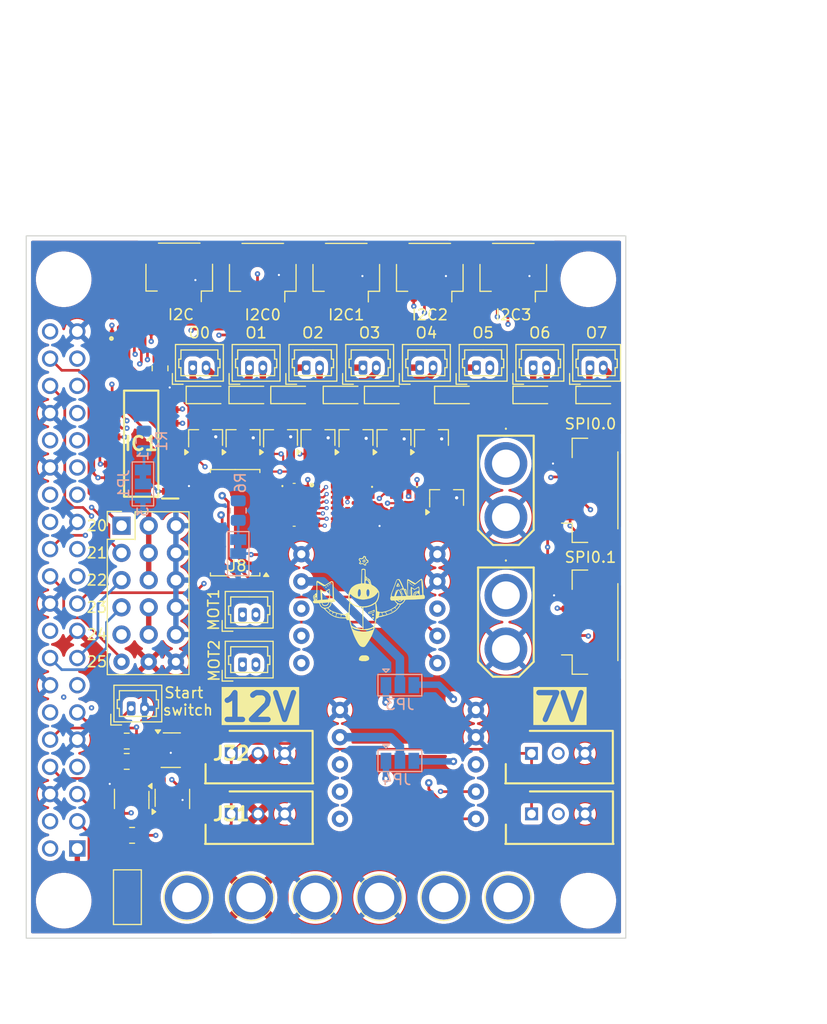
<source format=kicad_pcb>
(kicad_pcb (version 20240108) (generator "pcbnew") (generator_version "8.0")
  (layers (0 "F.Cu" signal) (1 "In1.Cu" signal) (2 "In2.Cu" signal) (31 "B.Cu" signal) (34 "B.Paste" user) (35 "F.Paste" user) (36 "B.SilkS" user "B.Silkscreen") (37 "F.SilkS" user "F.Silkscreen") (38 "B.Mask" user) (39 "F.Mask" user) (44 "Edge.Cuts" user))
  (net 0 "")
  (net 1 "+5V")
  (net 2 "/SPI0 MOSI")
  (net 3 "/SPI0 MISO")
  (net 4 "/UART_TX")
  (net 5 "/GPIO 17")
  (net 6 "/GPIO 24")
  (net 7 "/GPIO 25")
  (net 8 "/GPIO 20")
  (net 9 "/GPIO 21")
  (net 10 "/GPIO 13")
  (net 11 "/GPIO 19")
  (net 12 "GND")
  (net 13 "/SPI0 CLK")
  (net 14 "+24V")
  (net 17 "/SPI0_CS0")
  (net 18 "/SPI0_CS1")
  (net 19 "+3.3V")
  (net 20 "/GPIO 27")
  (net 21 "/GPIO 22")
  (net 22 "/GPIO 23")
  (net 23 "/GPIO 4")
  (net 24 "/UART_HalfDuplex")
  (net 25 "/GPIO 5")
  (net 26 "/GPIO 6")
  (net 27 "/GPIO 12")
  (net 28 "/GPIO 26")
  (net 29 "/GPIO 16")
  (net 30 "Net-(JP3-C)")
  (net 31 "Net-(JP4-C)")
  (net 32 "/I2C SDA")
  (net 33 "/I2C SCL")
  (net 34 "/UART_RX")
  (net 35 "+7.5V")
  (net 40 "Net-(D3-A)")
  (net 41 "/TX_EN")
  (net 42 "Net-(JP2-A)")
  (net 43 "Net-(IC1-~{RESET})")
  (net 44 "Net-(D4-A)")
  (net 45 "Net-(D5-A)")
  (net 46 "Net-(D6-A)")
  (net 47 "/S3")
  (net 48 "/S2")
  (net 49 "/S0")
  (net 50 "/S1")
  (net 51 "/S7")
  (net 52 "/S4")
  (net 53 "/S6")
  (net 54 "/S5")
  (net 55 "Net-(D7-A)")
  (net 56 "Net-(D8-A)")
  (net 57 "Net-(D9-A)")
  (net 58 "Net-(D10-A)")
  (net 59 "/A2")
  (net 60 "Net-(U8-LED4)")
  (net 61 "Net-(U8-LED2)")
  (net 62 "Net-(U8-LED3)")
  (net 63 "Net-(U8-LED7)")
  (net 64 "Net-(U8-LED0)")
  (net 65 "Net-(U8-LED5)")
  (net 66 "Net-(U8-LED6)")
  (net 67 "Net-(U8-LED1)")
  (net 78 "+12V")
  (net 79 "/SDA3")
  (net 80 "/SCL2")
  (net 81 "/SDA0")
  (net 82 "/SCL1")
  (net 83 "/SCL0")
  (net 84 "/SDA2")
  (net 85 "/SDA1")
  (net 86 "/SCL3")
  (net 87 "/A0")
  (net 88 "Net-(JP1-A)")
  (net 89 "Net-(MOT1-Pin_2)")
  (net 90 "Net-(MOT1-Pin_1)")
  (net 91 "Net-(MOT2-Pin_1)")
  (net 92 "Net-(MOT2-Pin_2)")
  (footprint "MiAM:Molex_PicoBlade_53047-0210_1x02_P1.25mm_Vertical" (layer "F.Cu") (at 97.55 69.25)
    (property "Reference" "O0")
    (property "Value" "Conn_01x02_Male")
  )
  (footprint "MiAM:MODULE_RASPBERRY_PI_B+" (layer "F.Cu") (at 110 80 90)
    (property "Reference" "J1" (hide yes))
    (property "Value" "PI40HAT" (hide yes))
  )
  (footprint "MiAM:JST_SH_SM04B-SRSS-TB_1x04-1MP_P1.00mm_Horizontal" (layer "F.Cu") (at 127.491283 60.338761 180)
    (property "Reference" "I2C3")
    (property "Value" "Conn_01x04_Male")
  )
  (footprint "MiAM:PololuMAX14870" (layer "F.Cu") (at 125.27 99.93 180)
    (property "Reference" "U4" (hide yes))
    (property "Value" "Pololu_MAX14870")
  )
  (footprint "MiAM:Pin_Header_Straight_3x06_Pitch2.54mm" (layer "F.Cu") (at 90.9 84)
    (property "Reference" "C3" (hide yes))
    (property "Value" "Conn_03x06")
  )
  (footprint "MiAM:JST_SH_SM04B-SRSS-TB_1x04-1MP_P1.00mm_Horizontal" (layer "F.Cu") (at 119.691283 60.338761 180)
    (property "Reference" "I2C2")
    (property "Value" "Conn_01x04_Male")
  )
  (footprint "Package_TO_SOT_SMD:SOT-23-5_HandSoldering" (layer "F.Cu") (at 91.85 109.5 -90)
    (property "Reference" "U7" (hide yes))
    (property "Value" "SN74AHCT1G126DBVR")
  )
  (footprint "MiAM:Molex_PicoBlade_53047-0210_1x02_P1.25mm_Vertical" (layer "F.Cu") (at 134.65 69.25)
    (property "Reference" "O7")
    (property "Value" "Conn_01x02_Male")
  )
  (footprint "MiAM:YC248JR0710KL" (layer "F.Cu") (at 107.025 82.05 -90)
    (property "Reference" "RN2" (hide yes))
    (property "Value" "YC248-JR-071KL" (hide yes))
  )
  (footprint "MiAM:SHDR3W60P0X250_1X3_990X490X590P" (layer "F.Cu") (at 129.189287 105.25 180)
    (property "Reference" "J9" (hide yes))
    (property "Value" "22-03-5035" (hide yes))
  )
  (footprint "Package_TO_SOT_SMD:SOT-23_Handsoldering" (layer "F.Cu") (at 105.75 75.8 90)
    (property "Reference" "Q3" (hide yes))
    (property "Value" "NVTR4503NT1G")
  )
  (footprint "MiAM:Molex_PicoBlade_53047-0210_1x02_P1.25mm_Vertical" (layer "F.Cu") (at 124.05 69.25)
    (property "Reference" "O5")
    (property "Value" "Conn_01x02_Male")
  )
  (footprint "MiAM:Molex_PicoBlade_53047-0210_1x02_P1.25mm_Vertical" (layer "F.Cu") (at 129.35 69.25)
    (property "Reference" "O6")
    (property "Value" "Conn_01x02_Male")
  )
  (footprint "MiAM:Molex_PicoBlade_53047-0210_1x02_P1.25mm_Vertical" (layer "F.Cu") (at 118.75 69.25)
    (property "Reference" "O4")
    (property "Value" "Conn_01x02_Male")
  )
  (footprint "MiAM:SOIC127P600X175-16N" (layer "F.Cu") (at 92.738 76.345 180)
    (property "Reference" "IC1")
    (property "Value" "PCA9546AD" (hide yes))
  )
  (footprint "MiAM:Molex_PicoBlade_53047-0210_1x02_P1.25mm_Vertical" (layer "F.Cu") (at 91.8 101.05)
    (property "Reference" "J24" (hide yes))
    (property "Value" "Conn_01x02_Male")
  )
  (footprint "Resistor_SMD:R_0805_2012Metric" (layer "F.Cu") (at 94.5 69.3125 90)
    (property "Reference" "R11" (hide yes))
    (property "Value" "4k")
  )
  (footprint "Package_TO_SOT_SMD:SOT-23-5_HandSoldering" (layer "F.Cu") (at 95.65 109.5 90)
    (property "Reference" "U1" (hide yes))
    (property "Value" "SN74LVC1G125DBVR")
  )
  (footprint "MiAM:Molex_PicoBlade_53047-0210_1x02_P1.25mm_Vertical" (layer "F.Cu") (at 113.45 69.25)
    (property "Reference" "O3")
    (property "Value" "Conn_01x02_Male")
  )
  (footprint "MiAM:JST_SH_SM04B-SRSS-TB_1x04-1MP_P1.00mm_Horizontal" (layer "F.Cu") (at 96.291283 60.313761 180)
    (property "Reference" "I2C4" (hide yes))
    (property "Value" "Conn_01x04_Male")
  )
  (footprint "Package_TO_SOT_SMD:SOT-23_Handsoldering" (layer "F.Cu") (at 119.85 75.8 90)
    (property "Reference" "Q7" (hide yes))
    (property "Value" "NVTR4503NT1G")
  )
  (footprint "Package_TO_SOT_SMD:SOT-23_Handsoldering" (layer "F.Cu") (at 121.2625 81.4 90)
    (property "Reference" "Q8" (hide yes))
    (property "Value" "NVTR4503NT1G")
  )
  (footprint "MiAM:XT30UM" (layer "F.Cu") (at 126.8 90.5 -90)
    (property "Reference" "J6" (hide yes))
    (property "Value" "Conn_01x02_Male" (hide yes))
  )
  (footprint "Diode_SMD:D_MicroSMP_AK" (layer "F.Cu") (at 106.98 71.8)
    (property "Reference" "D5" (hide yes))
    (property "Value" "MSS2P3")
  )
  (footprint "Package_TO_SOT_SMD:SOT-23_Handsoldering" (layer "F.Cu") (at 102.25 75.8 90)
    (property "Reference" "Q2" (hide yes))
    (property "Value" "NVTR4503NT1G")
  )
  (footprint "MiAM:EXB2HV_1" (layer "F.Cu") (at 91.85 65.25)
    (property "Reference" "RN1" (hide yes))
    (property "Value" "EXB-2HV472JV" (hide yes))
  )
  (footprint "Package_SO:TSSOP-28_4.4x9.7mm_P0.65mm" (layer "F.Cu") (at 101.5125 83.720478 180)
    (property "Reference" "U8")
    (property "Value" "PCA9635")
  )
  (footprint "Package_TO_SOT_SMD:SOT-23_Handsoldering" (layer "F.Cu") (at 109.25 75.8 90)
    (property "Reference" "Q4" (hide yes))
    (property "Value" "NVTR4503NT1G")
  )
  (footprint "MiAM:Molex_PicoBlade_53047-0210_1x02_P1.25mm_Vertical" (layer "F.Cu") (at 108.15 69.25)
    (property "Reference" "O2")
    (property "Value" "Conn_01x02_Male")
  )
  (footprint "Diode_SMD:D_MicroSMP_AK" (layer "F.Cu") (at 115.726309 71.8)
    (property "Reference" "D7" (hide yes))
    (property "Value" "MSS2P3")
  )
  (footprint "MiAM:SHDR3W60P0X250_1X3_990X490X590P" (layer "F.Cu") (at 101.15 110.9 180)
    (property "Reference" "J31")
    (property "Value" "22-03-5035" (hide yes))
  )
  (footprint "Package_TO_SOT_SMD:SOT-23-5_HandSoldering" (layer "F.Cu") (at 95.5 104.95)
    (property "Reference" "U2" (hide yes))
    (property "Value" "SN74LVC1G04DBVR")
  )
  (footprint "MiAM:9801015152327100" (layer "F.Cu") (at 121 118.7)
    (property "Reference" "J30" (hide yes))
    (property "Value" "9801-0-15-15-23-27-10-0" (hide yes))
  )
  (footprint "MiAM:PogoPin_2.54" (layer "F.Cu") (at 91.45 118.62 90)
    (property "Reference" "J14" (hide yes))
    (property "Value" "Conn_01x02_Pin")
  )
  (footprint "Package_TO_SOT_SMD:SOT-23_Handsoldering" (layer "F.Cu") (at 98.75 75.8 90)
    (property "Reference" "Q1" (hide yes))
    (property "Value" "NVTR4503NT1G")
  )
  (footprint "MiAM:XT30UM" (layer "F.Cu") (at 126.8 78.2 -90)
    (property "Reference" "J5" (hide yes))
    (property "Value" "Conn_01x02_Male" (hide yes))
  )
  (footprint "Connector_JST:JST_GH_SM05B-GHS-TB_1x05-1MP_P1.25mm_Horizontal" (layer "F.Cu") (at 134.7 93 90)
    (property "Reference" "SPI2" (hide yes))
    (property "Value" "JST_ZH5")
  )
  (footprint "Diode_SMD:D_MicroSMP_AK" (layer "F.Cu") (at 103.08 71.8)
    (property "Reference" "D4" (hide yes))
    (property "Value" "MSS2P3")
  )
  (footprint "MiAM:JST_SH_SM04B-SRSS-TB_1x04-1MP_P1.00mm_Horizontal" (layer "F.Cu") (at 104.091283 60.338761 180)
    (property "Reference" "I2C0")
    (property "Value" "Conn_01x04_Male")
  )
  (footprint "Package_TO_SOT_SMD:SOT-23_Handsoldering" (layer "F.Cu") (at 116.35 75.8 90)
    (property "Reference" "Q6" (hide yes))
    (property "Value" "NVTR4503NT1G")
  )
  (footprint "MiAM:Molex_PicoBlade_53047-0210_1x02_P1.25mm_Vertical" (layer "F.Cu") (at 102.2 96.95)
    (property "Reference" "MOT2")
    (property "Value" "Conn_01x02_Male")
  )
  (footprint "MiAM:9801015152327100" (layer "F.Cu") (at 103 118.7)
    (property "Reference" "J3" (hide yes))
    (property "Value" "9801-0-15-15-23-27-10-0" (hide yes))
  )
  (footprint "MiAM:Molex_PicoBlade_53047-0210_1x02_P1.25mm_Vertical" (layer "F.Cu") (at 102.2 92.3)
    (property "Reference" "MOT1")
    (property "Value" "Conn_01x02_Male")
  )
  (footprint "Diode_SMD:D_MicroSMP_AK" (layer "F.Cu") (at 122.28 71.8)
    (property "Reference" "D8" (hide yes))
    (property "Value" "MSS2P3")
  )
  (footprint "MiAM:Molex_PicoBlade_53047-0210_1x02_P1.25mm_Vertical" (layer "F.Cu") (at 102.85 69.25)
    (property "Reference" "O1")
    (property "Value" "Conn_01x02_Male")
  )
  (footprint "Connector_JST:JST_GH_SM05B-GHS-TB_1x05-1MP_P1.25mm_Horizontal" (layer "F.Cu") (at 134.7 80.7 90)
    (property "Reference" "SPI0" (hide yes))
    (property "Value" "JST_ZH5")
  )
  (footprint "Diode_SMD:D_MicroSMP_AK" (layer "F.Cu") (at 129.6 71.8)
    (property "Reference" "D9" (hide yes))
    (property "Value" "MSS2P3")
  )
  (footprint "MiAM:SHDR3W60P0X250_1X3_990X490X590P" (layer "F.Cu") (at 101.15 105.25 180)
    (property "Reference" "J32")
    (property "Value" "22-03-5035" (hide yes))
  )
  (footprint "MiAM:W3A45A101KAT2A" (layer "F.Cu") (at 113.16 81.875 180)
    (property "Reference" "C1" (hide yes))
    (property "Value" "W3A45A101KAT2A" (hide yes))
  )
  (footprint "MiAM:9801015152327100" (layer "F.Cu") (at 115 118.7)
    (property "Reference" "J28" (hide yes))
    (property "Value" "9801-0-15-15-23-27-10-0" (hide yes))
  )
  (footprint "Resistor_SMD:R_0805_2012Metric" (layer "F.Cu") (at 91.3875 106 180)
    (property "Reference" "R14" (hide yes))
    (property "Value" "10k")
  )
  (footprint "Diode_SMD:D_MicroSMP_AK" (layer "F.Cu") (at 135.48 71.8)
    (property "Reference" "D10" (hide yes))
    (property "Value" "MSS2P3")
  )
  (footprint "MiAM:JST_SH_SM04B-SRSS-TB_1x04-1MP_P1.00mm_Horizontal" (layer "F.Cu") (at 111.891283 60.338761 180)
    (property "Reference" "I2C1")
    (property "Value" "Conn_01x04_Male")
  )
  (footprint "Resistor_SMD:R_0805_2012Metric" (layer "F.Cu") (at 91.8875 112.9)
    (property "Reference" "R4" (hide yes))
    (property "Value" "2k")
  )
  (footprint "Diode_SMD:D_MicroSMP_AK" (layer "F.Cu") (at 111.88 71.8)
    (property "Reference" "D6" (hide yes))
    (property "Value" "MSS2P3")
  )
  (footprint "MiAM:EXB2HV_1" (layer "F.Cu") (at 109.95 82.1 -90)
    (property "Reference" "RN3" (hide yes))
    (property "Value" "EXB-2HV473JV" (hide yes))
  )
  (footprint "MiAM:9801015152327100" (layer "F.Cu") (at 109 118.7)
    (property "Reference" "J29" (hide yes))
    (property "Value" "9801-0-15-15-23-27-10-0" (hide yes))
  )
  (footprint "MiAM:W3A45A101KAT2A" (layer "F.Cu") (at 117.36 81.875 180)
    (property "Reference" "C2" (hide yes))
    (property "Value" "W3A45A101KAT2A" (hide yes))
  )
  (footprint "Package_TO_SOT_SMD:SOT-23_Handsoldering" (layer "F.Cu") (at 112.8 75.8 90)
    (property "Reference" "Q5" (hide yes))
    (property "Value" "NVTR4503NT1G")
  )
  (footprint "MiAM:9801015152327100" (layer "F.Cu") (at 127 118.7)
    (property "Reference" "J2" (hide yes))
    (property "Value" "9801-0-15-15-23-27-10-0" (hide yes))
  )
  (footprint "Diode_SMD:D_MicroSMP_AK" (layer "F.Cu") (at 99.08 71.8)
    (property "Reference" "D3" (hide yes))
    (property "Value" "MSS2P3")
  )
  (footprint "MiAM:PololuMAX14870" (layer "F.Cu") (at 121.67 85.39 180)
    (property "Reference" "U6" (hide yes))
    (property "Value" "Pololu_MAX14870")
  )
  (footprint "Resistor_SMD:R_0805_2012Metric" (layer "F.Cu") (at 91.3875 104.1 180)
    (property "Reference" "R12" (hide yes))
    (property "Value" "10k")
  )
  (footprint "MiAM:SHDR3W60P0X250_1X3_990X490X590P" (layer "F.Cu") (at 129.2 110.9 180)
    (property "Reference" "J23" (hide yes))
    (property "Value" "22-03-5035" (hide yes))
  )
  (footprint "MiAM:9801015152327100" (layer "F.Cu") (at 97 118.7)
    (property "Reference" "J4" (hide yes))
    (property "Value" "9801-0-15-15-23-27-10-0" (hide yes))
  )
  (footprint "Resistor_SMD:R_0805_2012Metric" (layer "B.Cu") (at 101.8 82.5875 90)
    (property "Reference" "R6")
    (property "Value" "10k")
  )
  (footprint "Resistor_SMD:R_0805_2012Metric" (layer "B.Cu") (at 93 76.0875 90)
    (property "Reference" "R1")
    (property "Value" "10k")
  )
  (footprint "Jumper:SolderJumper-3_P1.3mm_Bridged12_Pad1.0x1.5mm_NumberLabels" (layer "B.Cu") (at 101.8 86.6 -90)
    (property "Reference" "JP2" (hide yes))
    (property "Value" "SolderJumper_3_Bridged12")
  )
  (footprint "Jumper:SolderJumper-3_P1.3mm_Bridged12_Pad1.0x1.5mm_NumberLabels" (layer "B.Cu") (at 92.9 80.1 -90)
    (property "Reference" "JP1")
    (property "Value" "SolderJumper_3_Bridged12")
  )
  (footprint "Jumper:SolderJumper-3_P1.3mm_Open_Pad1.0x1.5mm" (layer "B.Cu") (at 116.9 98.885)
    (property "Reference" "JP3")
    (property "Value" "SolderJumper_3_Open")
  )
  (footprint "Jumper:SolderJumper-3_P1.3mm_Open_Pad1.0x1.5mm" (layer "B.Cu") (at 116.9 105.9425)
    (property "Reference" "JP4")
    (property "Value" "SolderJumper_3_Open")
  )
  (gr_poly (pts (xy 117.895346 89.371611) (xy 117.901506 89.37217) (xy 117.90805 89.373012) (xy 117.915004 89.374132) (xy 117.922392 89.375526) (xy 117.923761 89.375857) (xy 117.925094 89.37629) (xy 117.926389 89.37682) (xy 117.927644 89.377446) (xy 117.928858 89.378163) (xy 117.93003 89.378967) (xy 117.931158 89.379855) (xy 117.93224 89.380824) (xy 117.933275 89.38187) (xy 117.934262 89.382989) (xy 117.935199 89.384179) (xy 117.936085 89.385435) (xy 117.936918 89.386753) (xy 117.937696 89.388132) (xy 117.938418 89.389565) (xy 117.939084 89.391052) (xy 117.93969 89.392587) (xy 117.940236 89.394167) (xy 117.94072 89.395789) (xy 117.941141 89.39745) (xy 117.941497 89.399145) (xy 117.941787 89.400871) (xy 117.942009 89.402625) (xy 117.942162 89.404402) (xy 117.942244 89.406201) (xy 117.942254 89.408016) (xy 117.94219 89.409845) (xy 117.942051 89.411684) (xy 117.941836 89.413529) (xy 117.941542 89.415378) (xy 117.941169 89.417225) (xy 117.940714 89.419069) (xy 117.939708 89.422381) (xy 117.938508 89.425585) (xy 117.93712 89.428677) (xy 117.935552 89.431654) (xy 117.933812 89.434513) (xy 117.931907 89.437251) (xy 117.929845 89.439865) (xy 117.927632 89.442352) (xy 117.925277 89.444709) (xy 117.922787 89.446934) (xy 117.920169 89.449022) (xy 117.91743 89.450972) (xy 117.914578 89.45278) (xy 117.911621 89.454443) (xy 117.908565 89.455958) (xy 117.905419 89.457322) (xy 117.902189 89.458532) (xy 117.898883 89.459586) (xy 117.895509 89.46048) (xy 117.892073 89.461211) (xy 117.888584 89.461776) (xy 117.885048 89.462173) (xy 117.881474 89.462397) (xy 117.877868 89.462447) (xy 117.874237 89.462319) (xy 117.87059 89.46201) (xy 117.866934 89.461518) (xy 117.863276 89.460839) (xy 117.859623 89.45997) (xy 117.855984 89.458908) (xy 117.852364 89.457651) (xy 117.848773 89.456195) (xy 117.848772 89.456195) (xy 117.846033 89.454937) (xy 117.844766 89.454298) (xy 117.843564 89.453649) (xy 117.842425 89.452986) (xy 117.84135 89.452307) (xy 117.840335 89.451607) (xy 117.839379 89.450884) (xy 117.838481 89.450134) (xy 117.837639 89.449354) (xy 117.836851 89.448542) (xy 117.836116 89.447693) (xy 117.835433 89.446804) (xy 117.834799 89.445872) (xy 117.834213 89.444895) (xy 117.833674 89.443868) (xy 117.83318 89.442789) (xy 117.832729 89.441654) (xy 117.83232 89.44046) (xy 117.831951 89.439204) (xy 117.831621 89.437883) (xy 117.831328 89.436493) (xy 117.83107 89.435031) (xy 117.830846 89.433494) (xy 117.830654 89.431879) (xy 117.830493 89.430182) (xy 117.830257 89.426531) (xy 117.830125 89.422515) (xy 117.830084 89.418108) (xy 117.830114 89.415525) (xy 117.830211 89.413116) (xy 117.830381 89.410865) (xy 117.830631 89.408755) (xy 117.830968 89.40677) (xy 117.831398 89.404892) (xy 117.831928 89.403105) (xy 117.832566 89.401393) (xy 117.833318 89.399739) (xy 117.834191 89.398126) (xy 117.835191 89.396537) (xy 117.836327 89.394957) (xy 117.837604 89.393368) (xy 117.839029 89.391753) (xy 117.84061 89.390097) (xy 117.842353 89.388382) (xy 117.84584 89.385241) (xy 117.847614 89.383794) (xy 117.849413 89.38243) (xy 117.851239 89.381147) (xy 117.853097 89.379945) (xy 117.854988 89.378824) (xy 117.856917 89.377783) (xy 117.858885 89.376822) (xy 117.860897 89.37594) (xy 117.862955 89.375136) (xy 117.865063 89.37441) (xy 117.867223 89.373762) (xy 117.869439 89.373191) (xy 117.871714 89.372697) (xy 117.874051 89.372278) (xy 117.876453 89.371936) (xy 117.878922 89.371668) (xy 117.884079 89.371356) (xy 117.889545 89.371338)) (stroke (width -0.000001)) (fill solid) (layer "F.SilkS"))
  (gr_poly (pts (xy 114.390388 92.228687) (xy 114.392179 92.228838) (xy 114.393941 92.229082) (xy 114.395674 92.22942) (xy 114.397376 92.229853) (xy 114.399047 92.230381) (xy 114.400685 92.231003) (xy 114.402291 92.231721) (xy 114.403862 92.232535) (xy 114.414715 92.238606) (xy 114.424352 92.244146) (xy 114.432846 92.24924) (xy 114.440266 92.253974) (xy 114.446684 92.258431) (xy 114.452171 92.262699) (xy 114.456798 92.266861) (xy 114.458811 92.26893) (xy 114.460635 92.271004) (xy 114.462281 92.273095) (xy 114.463755 92.275212) (xy 114.465068 92.277367) (xy 114.466228 92.279571) (xy 114.467244 92.281834) (xy 114.468125 92.284166) (xy 114.468879 92.286578) (xy 114.469516 92.289082) (xy 114.470474 92.294404) (xy 114.471069 92.300219) (xy 114.471373 92.30661) (xy 114.471455 92.313663) (xy 114.471281 92.318731) (xy 114.470778 92.323917) (xy 114.469964 92.329182) (xy 114.468856 92.334485) (xy 114.467473 92.339786) (xy 114.465831 92.345044) (xy 114.46395 92.350221) (xy 114.461846 92.355274) (xy 114.459538 92.360165) (xy 114.457043 92.364853) (xy 114.45438 92.369297) (xy 114.451566 92.373458) (xy 114.448619 92.377295) (xy 114.445557 92.380768) (xy 114.442397 92.383837) (xy 114.439158 92.386462) (xy 114.437378 92.387626) (xy 114.435328 92.388728) (xy 114.430485 92.390741) (xy 114.424773 92.392495) (xy 114.418335 92.393986) (xy 114.411313 92.39521) (xy 114.403852 92.396161) (xy 114.396092 92.396836) (xy 114.388179 92.39723) (xy 114.380253 92.397338) (xy 114.372459 92.397156) (xy 114.364939 92.396679) (xy 114.357836 92.395903) (xy 114.351294 92.394823) (xy 114.345454 92.393435) (xy 114.340461 92.391734) (xy 114.338326 92.390765) (xy 114.336456 92.389716) (xy 114.336456 92.389715) (xy 114.335075 92.388806) (xy 114.333571 92.387743) (xy 114.331958 92.386539) (xy 114.330251 92.385207) (xy 114.326614 92.38221) (xy 114.322778 92.378859) (xy 114.318859 92.375259) (xy 114.314975 92.371515) (xy 114.311245 92.367732) (xy 114.309473 92.36586) (xy 114.307784 92.364017) (xy 114.305232 92.361153) (xy 114.302965 92.358528) (xy 114.300966 92.356097) (xy 114.29922 92.353819) (xy 114.297708 92.351648) (xy 114.296415 92.349544) (xy 114.295846 92.348502) (xy 114.295325 92.347461) (xy 114.29485 92.346414) (xy 114.29442 92.345356) (xy 114.294031 92.344283) (xy 114.293683 92.343188) (xy 114.293373 92.342066) (xy 114.293099 92.340911) (xy 114.29265 92.338483) (xy 114.29232 92.335861) (xy 114.292092 92.333001) (xy 114.29195 92.329861) (xy 114.291877 92.326396) (xy 114.291857 92.322563) (xy 114.291839 92.319747) (xy 114.376808 92.319747) (xy 114.376884 92.321601) (xy 114.377107 92.32336) (xy 114.377468 92.32502) (xy 114.377957 92.326583) (xy 114.378564 92.328044) (xy 114.379281 92.329404) (xy 114.380097 92.330661) (xy 114.381005 92.331813) (xy 114.381994 92.332859) (xy 114.383055 92.333798) (xy 114.384179 92.334627) (xy 114.385356 92.335346) (xy 114.386577 92.335953) (xy 114.387833 92.336447) (xy 114.389114 92.336825) (xy 114.390412 92.337088) (xy 114.391716 92.337232) (xy 114.393017 92.337258) (xy 114.394307 92.337162) (xy 114.395575 92.336944) (xy 114.396813 92.336603) (xy 114.398011 92.336137) (xy 114.39916 92.335544) (xy 114.40025 92.334823) (xy 114.401272 92.333973) (xy 114.402217 92.332991) (xy 114.403075 92.331878) (xy 114.403837 92.33063) (xy 114.404494 92.329247) (xy 114.405037 92.327728) (xy 114.405455 92.32607) (xy 114.405741 92.324272) (xy 114.405741 92.324271) (xy 114.405938 92.321664) (xy 114.405938 92.319053) (xy 114.405752 92.316462) (xy 114.405391 92.313915) (xy 114.404868 92.311435) (xy 114.404194 92.309046) (xy 114.403379 92.306772) (xy 114.402437 92.304636) (xy 114.401378 92.302663) (xy 114.400214 92.300876) (xy 114.398957 92.299299) (xy 114.397618 92.297955) (xy 114.396921 92.297378) (xy 114.396209 92.296868) (xy 114.395481 92.296429) (xy 114.39474 92.296063) (xy 114.393988 92.295773) (xy 114.393225 92.295562) (xy 114.392453 92.295434) (xy 114.391674 92.29539) (xy 114.391013 92.295427) (xy 114.390349 92.295537) (xy 114.389684 92.295717) (xy 114.389018 92.295965) (xy 114.388354 92.296277) (xy 114.387693 92.296652) (xy 114.387037 92.297086) (xy 114.386387 92.297577) (xy 114.385745 92.298123) (xy 114.385113 92.298721) (xy 114.384491 92.299368) (xy 114.383882 92.300062) (xy 114.383288 92.3008) (xy 114.382709 92.301579) (xy 114.382148 92.302397) (xy 114.381606 92.303252) (xy 114.381084 92.30414) (xy 114.380585 92.30506) (xy 114.380109 92.306008) (xy 114.379659 92.306982) (xy 114.379235 92.307979) (xy 114.37884 92.308997) (xy 114.378476 92.310033) (xy 114.378142 92.311085) (xy 114.377843 92.31215) (xy 114.377577 92.313225) (xy 114.377349 92.314308) (xy 114.377158 92.315396) (xy 114.377007 92.316486) (xy 114.376897 92.317577) (xy 114.37683 92.318664) (xy 114.376808 92.319747) (xy 114.291839 92.319747) (xy 114.291805 92.314112) (xy 114.291872 92.310667) (xy 114.291967 92.309085) (xy 114.292119 92.307576) (xy 114.292337 92.306124) (xy 114.292633 92.304713) (xy 114.293018 92.303328) (xy 114.293503 92.301954) (xy 114.294098 92.300574) (xy 114.294816 92.299173) (xy 114.295667 92.297735) (xy 114.296661 92.296245) (xy 114.29781 92.294687) (xy 114.299126 92.293045) (xy 114.300618 92.291304) (xy 114.302298 92.289448) (xy 114.306266 92.285328) (xy 114.311117 92.28056) (xy 114.316941 92.27502) (xy 114.323824 92.268581) (xy 114.341122 92.25251) (xy 114.345538 92.248561) (xy 114.349922 92.244962) (xy 114.354266 92.241714) (xy 114.358563 92.23882) (xy 114.362805 92.236283) (xy 114.366987 92.234104) (xy 114.371099 92.232286) (xy 114.375137 92.230831) (xy 114.379091 92.229741) (xy 114.382956 92.22902) (xy 114.386724 92.228667) (xy 114.38857 92.228631)) (stroke (width -0.000001)) (fill solid) (layer "F.SilkS"))
  (gr_poly (pts (xy 110.008282 89.675452) (xy 110.011056 89.675605) (xy 110.013725 89.675909) (xy 110.01629 89.676366) (xy 110.018751 89.676975) (xy 110.021108 89.677737) (xy 110.023364 89.678653) (xy 110.025517 89.679723) (xy 110.02757 89.680948) (xy 110.029521 89.682327) (xy 110.031373 89.683862) (xy 110.033126 89.685553) (xy 110.03478 89.687401) (xy 110.036336 89.689405) (xy 110.037795 89.691567) (xy 110.039157 89.693887) (xy 110.040422 89.696366) (xy 110.041593 89.699003) (xy 110.042669 89.7018) (xy 110.04365 89.704757) (xy 110.044538 89.707875) (xy 110.045333 89.711153) (xy 110.046036 89.714593) (xy 110.046648 89.718194) (xy 110.047598 89.725885) (xy 110.047855 89.730415) (xy 110.047773 89.735004) (xy 110.047368 89.73962) (xy 110.046654 89.744228) (xy 110.045648 89.748796) (xy 110.044365 89.753289) (xy 110.04282 89.757674) (xy 110.041029 89.761917) (xy 110.039006 89.765986) (xy 110.036768 89.769846) (xy 110.03433 89.773464) (xy 110.031707 89.776807) (xy 110.028914 89.77984) (xy 110.025967 89.782531) (xy 110.022881 89.784845) (xy 110.021291 89.785851) (xy 110.019672 89.78675) (xy 110.01595 89.788575) (xy 110.012232 89.790205) (xy 110.008534 89.791637) (xy 110.00487 89.792871) (xy 110.001256 89.793904) (xy 109.997708 89.794736) (xy 109.99424 89.795365) (xy 109.990869 89.795789) (xy 109.987609 89.796006) (xy 109.984477 89.796016) (xy 109.981487 89.795817) (xy 109.978655 89.795407) (xy 109.975996 89.794784) (xy 109.973526 89.793949) (xy 109.971261 89.792898) (xy 109.969214 89.79163) (xy 109.969215 89.791631) (xy 109.967991 89.790703) (xy 109.966806 89.789691) (xy 109.965662 89.788599) (xy 109.964559 89.787427) (xy 109.963496 89.786177) (xy 109.962476 89.784851) (xy 109.961497 89.783451) (xy 109.960561 89.781977) (xy 109.959668 89.780433) (xy 109.958818 89.778819) (xy 109.958013 89.777137) (xy 109.957251 89.775389) (xy 109.955863 89.771701) (xy 109.954658 89.767768) (xy 109.953639 89.763603) (xy 109.952811 89.759221) (xy 109.952176 89.754633) (xy 109.951739 89.749854) (xy 109.951503 89.744897) (xy 109.951472 89.739775) (xy 109.951649 89.734501) (xy 109.952038 89.729088) (xy 109.952649 89.723286) (xy 109.953397 89.717933) (xy 109.954294 89.713007) (xy 109.955356 89.708489) (xy 109.956595 89.704357) (xy 109.958025 89.700592) (xy 109.95966 89.697173) (xy 109.960559 89.695586) (xy 109.961514 89.694079) (xy 109.962528 89.692648) (xy 109.963601 89.69129) (xy 109.964736 89.690003) (xy 109.965934 89.688785) (xy 109.967197 89.687634) (xy 109.968526 89.686545) (xy 109.971392 89.684548) (xy 109.974546 89.682774) (xy 109.978001 89.681203) (xy 109.981771 89.679813) (xy 109.985869 89.678586) (xy 109.989396 89.677691) (xy 109.992814 89.676944) (xy 109.996122 89.676347) (xy 109.999323 89.675898) (xy 110.002416 89.675599) (xy 110.005402 89.67545)) (stroke (width -0.000001)) (fill solid) (layer "F.SilkS"))
  (gr_poly (pts (xy 113.538164 88.018339) (xy 113.552019 88.018798) (xy 113.557621 88.019187) (xy 113.562526 88.019707) (xy 113.566877 88.020375) (xy 113.570812 88.021209) (xy 113.574474 88.022229) (xy 113.578003 88.023451) (xy 113.581539 88.024894) (xy 113.585224 88.026575) (xy 113.593601 88.030728) (xy 113.59913 88.033451) (xy 113.60526 88.036345) (xy 113.611787 88.039322) (xy 113.618507 88.042294) (xy 113.625218 88.045171) (xy 113.631715 88.047865) (xy 113.637795 88.050287) (xy 113.643254 88.052349) (xy 113.650063 88.054902) (xy 113.656185 88.057368) (xy 113.661662 88.059794) (xy 113.666534 88.062229) (xy 113.670845 88.064719) (xy 113.672802 88.066) (xy 113.674634 88.067313) (xy 113.676346 88.068664) (xy 113.677944 88.070058) (xy 113.679432 88.071502) (xy 113.680816 88.073002) (xy 113.682101 88.074564) (xy 113.683293 88.076193) (xy 113.684395 88.077895) (xy 113.685414 88.079677) (xy 113.686355 88.081545) (xy 113.687223 88.083504) (xy 113.688023 88.08556) (xy 113.68876 88.08772) (xy 113.690068 88.092373) (xy 113.691187 88.097511) (xy 113.692159 88.103182) (xy 113.693026 88.109433) (xy 113.693831 88.12121) (xy 113.69468 88.143425) (xy 113.696406 88.214013) (xy 113.698001 88.310886) (xy 113.699261 88.42373) (xy 113.701606 88.627482) (xy 113.702781 88.691613) (xy 113.70376 88.71772) (xy 113.703896 88.718254) (xy 113.704076 88.718805) (xy 113.7043 88.71937) (xy 113.704566 88.71995) (xy 113.704875 88.720543) (xy 113.705224 88.721149) (xy 113.706041 88.722395) (xy 113.707013 88.723681) (xy 113.708131 88.725002) (xy 113.709389 88.726351) (xy 113.710782 88.727722) (xy 113.7123 88.729108) (xy 113.713939 88.730502) (xy 113.715691 88.7319) (xy 113.71755 88.733293) (xy 113.719508 88.734675) (xy 113.721559 88.736041) (xy 113.723697 88.737384) (xy 113.725914 88.738697) (xy 113.730203 88.741222) (xy 113.734676 88.743963) (xy 113.739201 88.746833) (xy 113.743648 88.749745) (xy 113.747884 88.75261) (xy 113.751777 88.755342) (xy 113.755197 88.757852) (xy 113.758011 88.760053) (xy 113.759347 88.761083) (xy 113.760875 88.762151) (xy 113.762577 88.763249) (xy 113.764436 88.764368) (xy 113.766434 88.765499) (xy 113.768553 88.766635) (xy 113.770777 88.767767) (xy 113.773086 88.768887) (xy 113.775463 88.769985) (xy 113.777891 88.771055) (xy 113.780352 88.772087) (xy 113.782828 88.773073) (xy 113.785301 88.774005) (xy 113.787755 88.774874) (xy 113.79017 88.775672) (xy 113.79253 88.776391) (xy 113.794865 88.777099) (xy 113.797207 88.777869) (xy 113.801852 88.77956) (xy 113.806345 88.781405) (xy 113.810562 88.783343) (xy 113.812529 88.78433) (xy 113.814382 88.785317) (xy 113.816105 88.786299) (xy 113.817683 88.787267) (xy 113.819101 88.788213) (xy 113.820343 88.789132) (xy 113.821395 88.790015) (xy 113.822241 88.790854) (xy 113.822949 88.791728) (xy 113.823654 88.792781) (xy 113.825051 88.795394) (xy 113.826423 88.798637) (xy 113.827759 88.802454) (xy 113.82905 88.806789) (xy 113.830284 88.811588) (xy 113.831452 88.816793) (xy 113.832543 88.82235) (xy 113.833547 88.828202) (xy 113.834454 88.834294) (xy 113.835254 88.84057) (xy 113.835936 88.846974) (xy 113.836491 88.853451) (xy 113.836907 88.859945) (xy 113.837175 88.8664) (xy 113.837285 88.872761) (xy 113.837381 88.876941) (xy 113.837648 88.880719) (xy 113.837852 88.882462) (xy 113.838107 88.884112) (xy 113.838416 88.88567) (xy 113.83878 88.887138) (xy 113.839204 88.88852) (xy 113.839689 88.889817) (xy 113.840239 88.891031) (xy 113.840856 88.892166) (xy 113.841543 88.893222) (xy 113.842303 88.894203) (xy 113.843138 88.895111) (xy 113.844051 88.895948) (xy 113.845045 88.896717) (xy 113.846123 88.897419) (xy 113.847287 88.898057) (xy 113.84854 88.898634) (xy 113.849885 88.899151) (xy 113.851324 88.899611) (xy 113.852861 88.900017) (xy 113.854497 88.90037) (xy 113.856237 88.900672) (xy 113.858082 88.900927) (xy 113.862099 88.901303) (xy 113.866571 88.901515) (xy 113.87152 88.901581) (xy 113.876861 88.901722) (xy 113.882445 88.902134) (xy 113.888218 88.9028) (xy 113.894129 88.903706) (xy 113.900125 88.904836) (xy 113.906155 88.906173) (xy 113.912167 88.907701) (xy 113.918107 88.909406) (xy 113.923924 88.91127) (xy 113.929566 88.913279) (xy 113.93498 88.915416) (xy 113.940115 88.917666) (xy 113.944918 88.920012) (xy 113.949338 88.922439) (xy 113.953321 88.924932) (xy 113.956816 88.927473) (xy 113.960282 88.930104) (xy 113.96411 88.932806) (xy 113.968174 88.935504) (xy 113.972347 88.938119) (xy 113.976502 88.940575) (xy 113.980514 88.942796) (xy 113.984256 88.944704) (xy 113.985987 88.945516) (xy 113.987602 88.946222) (xy 113.989272 88.946984) (xy 113.991162 88.947963) (xy 113.993251 88.949143) (xy 113.995517 88.95051) (xy 113.99794 88.952047) (xy 114.000498 88.953741) (xy 114.005935 88.957534) (xy 114.01166 88.961767) (xy 114.017502 88.96632) (xy 114.023294 88.97107) (xy 114.028865 88.975895) (xy 114.034203 88.980591) (xy 114.039327 88.984973) (xy 114.044115 88.988944) (xy 114.048443 88.992407) (xy 114.052191 88.995268) (xy 114.055234 88.99743) (xy 114.056454 88.99822) (xy 114.057451 88.998798) (xy 114.058212 88.999154) (xy 114.058719 88.999275) (xy 114.058922 88.999299) (xy 114.059152 88.999369) (xy 114.059409 88.999484) (xy 114.059691 88.999644) (xy 114.059998 88.999846) (xy 114.060328 89.00009) (xy 114.061056 89.0007) (xy 114.061867 89.001462) (xy 114.062752 89.002369) (xy 114.063705 89.003411) (xy 114.064717 89.004578) (xy 114.06578 89.005862) (xy 114.066887 89.007252) (xy 114.06803 89.008741) (xy 114.069201 89.010318) (xy 114.070392 89.011975) (xy 114.071595 89.013701) (xy 114.072803 89.015489) (xy 114.074007 89.017328) (xy 114.076656 89.021317) (xy 114.079731 89.025741) (xy 114.083121 89.030453) (xy 114.086715 89.035306) (xy 114.090403 89.040152) (xy 114.094075 89.044844) (xy 114.09762 89.049236) (xy 114.100928 89.05318) (xy 114.102514 89.055089) (xy 114.104111 89.05713) (xy 114.105708 89.059285) (xy 114.107295 89.061536) (xy 114.108861 89.063865) (xy 114.110396 89.066252) (xy 114.111889 89.06868) (xy 114.113329 89.071129) (xy 114.114706 89.073582) (xy 114.116008 89.076019) (xy 114.117227 89.078422) (xy 114.11835 89.080773) (xy 114.119367 89.083054) (xy 114.120267 89.085245) (xy 114.121041 89.087328) (xy 114.121676 89.089285) (xy 114.12311 89.093612) (xy 114.125097 89.098906) (xy 114.127547 89.10496) (xy 114.130371 89.11157) (xy 114.133479 89.118529) (xy 114.136781 89.125632) (xy 114.140186 89.132672) (xy 114.143605 89.139445) (xy 114.14813 89.148527) (xy 114.150132 89.152838) (xy 114.151978 89.157052) (xy 114.153681 89.161211) (xy 114.155253 89.165357) (xy 114.156706 89.169533) (xy 114.158055 89.17378) (xy 114.159311 89.178141) (xy 114.160488 89.182657) (xy 114.161597 89.187371) (xy 114.162652 89.192326) (xy 114.163666 89.197562) (xy 114.164651 89.203123) (xy 114.166587 89.215386) (xy 114.168274 89.225825) (xy 114.170215 89.236064) (xy 114.172388 89.246024) (xy 114.174771 89.255625) (xy 114.177345 89.264788) (xy 114.180088 89.273433) (xy 114.182979 89.281481) (xy 114.185997 89.288852) (xy 114.187461 89.292311) (xy 114.188912 89.295983) (xy 114.191755 89.303892) (xy 114.194486 89.312432) (xy 114.197066 89.321457) (xy 114.199455 89.330818) (xy 114.201613 89.340369) (xy 114.203501 89.349963) (xy 114.205078 89.359453) (xy 114.207572 89.375859) (xy 114.209668 89.388765) (xy 114.211584 89.398997) (xy 114.212543 89.403368) (xy 114.213538 89.407379) (xy 114.214598 89.411134) (xy 114.215749 89.414736) (xy 114.217019 89.418287) (xy 114.218435 89.421891) (xy 114.221814 89.429671) (xy 114.226104 89.438899) (xy 114.230652 89.448715) (xy 114.235638 89.459742) (xy 114.240458 89.47063) (xy 114.244508 89.48003) (xy 114.245601 89.482513) (xy 114.246749 89.484911) (xy 114.247953 89.487225) (xy 114.249213 89.489455) (xy 114.250532 89.491604) (xy 114.251909 89.493673) (xy 114.253347 89.495663) (xy 114.254847 89.497576) (xy 114.256409 89.499413) (xy 114.258035 89.501176) (xy 114.259726 89.502866) (xy 114.261483 89.504485) (xy 114.263307 89.506034) (xy 114.265201 89.507514) (xy 114.267163 89.508927) (xy 114.269197 89.510274) (xy 114.272632 89.512534) (xy 114.276149 89.514993) (xy 114.27965 89.517571) (xy 114.283034 89.52019) (xy 114.286203 89.522771) (xy 114.289057 89.525235) (xy 114.291496 89.527503) (xy 114.29253 89.528538) (xy 114.293422 89.529496) (xy 114.294338 89.530435) (xy 114.29544 89.531419) (xy 114.296714 89.532438) (xy 114.298143 89.533485) (xy 114.299715 89.534552) (xy 114.301413 89.53563) (xy 114.303224 89.536712) (xy 114.305132 89.537789) (xy 114.307123 89.538853) (xy 114.309182 89.539897) (xy 114.311294 89.540912) (xy 114.313446 89.54189) (xy 114.315621 89.542823) (xy 114.317805 89.543703) (xy 114.319984 89.544522) (xy 114.322143 89.545271) (xy 114.324376 89.546061) (xy 114.326773 89.547) (xy 114.329312 89.548075) (xy 114.33197 89.549274) (xy 114.337558 89.551996) (xy 114.343361 89.555069) (xy 114.3492 89.558396) (xy 114.354902 89.56188) (xy 114.360287 89.565424) (xy 114.362807 89.567188) (xy 114.365181 89.568931) (xy 114.369977 89.572394) (xy 114.37508 89.575815) (xy 114.380335 89.579105) (xy 114.385584 89.582176) (xy 114.390671 89.584938) (xy 114.395439 89.587304) (xy 114.397654 89.58831) (xy 114.399731 89.589185) (xy 114.40165 89.589916) (xy 114.403391 89.590492) (xy 114.405101 89.591053) (xy 114.406926 89.591739) (xy 114.40885 89.592539) (xy 114.410857 89.593444) (xy 114.41293 89.594446) (xy 114.415054 89.595533) (xy 114.417211 89.596697) (xy 114.419385 89.597929) (xy 114.42156 89.599218) (xy 114.423719 89.600555) (xy 114.425846 89.601931) (xy 114.427924 89.603336) (xy 114.429938 89.604761) (xy 114.43187 89.606195) (xy 114.433704 89.607631) (xy 114.435424 89.609057) (xy 114.437149 89.610495) (xy 114.438996 89.611964) (xy 114.442992 89.614952) (xy 114.447276 89.617936) (xy 114.451715 89.620831) (xy 114.456172 89.623553) (xy 114.460514 89.626015) (xy 114.4626 89.627122) (xy 114.464606 89.628132) (xy 114.466515 89.629035) (xy 114.468312 89.62982) (xy 114.470101 89.630608) (xy 114.471993 89.631518) (xy 114.473968 89.632539) (xy 114.476013 89.633662) (xy 114.47811 89.634874) (xy 114.480243 89.636165) (xy 114.484553 89.638942) (xy 114.488813 89.641904) (xy 114.490884 89.643428) (xy 114.492893 89.644965) (xy 114.494824 89.646505) (xy 114.496662 89.648038) (xy 114.49839 89.649551) (xy 114.499992 89.651035) (xy 114.501594 89.652527) (xy 114.503325 89.654063) (xy 114.507105 89.657225) (xy 114.511201 89.660427) (xy 114.515482 89.663576) (xy 114.519818 89.666579) (xy 114.524078 89.669342) (xy 114.526139 89.670604) (xy 114.528132 89.671772) (xy 114.530041 89.672833) (xy 114.531848 89.673776) (xy 114.533634 89.674704) (xy 114.535478 89.675723) (xy 114.537366 89.676823) (xy 114.539283 89.677992) (xy 114.543151 89.680499) (xy 114.546967 89.683164) (xy 114.550619 89.685904) (xy 114.553994 89.688636) (xy 114.555542 89.689975) (xy 114.556978 89.691281) (xy 114.558288 89.692544) (xy 114.559458 89.693754) (xy 114.560619 89.694961) (xy 114.561902 89.696213) (xy 114.563296 89.697501) (xy 114.564786 89.698816) (xy 114.566359 89.700147) (xy 114.568001 89.701484) (xy 114.569701 89.702818) (xy 114.571443 89.704138) (xy 114.573216 89.705435) (xy 114.575005 89.706699) (xy 114.576798 89.70792) (xy 114.578581 89.709088) (xy 114.580341 89.710193) (xy 114.582064 89.711226) (xy 114.583738 89.712175) (xy 114.585349 89.713033) (xy 114.587019 89.713941) (xy 114.588866 89.71504) (xy 114.590872 89.716315) (xy 114.593018 89.717751) (xy 114.59765 89.721047) (xy 114.60261 89.724807) (xy 114.607745 89.728913) (xy 114.612901 89.733246) (xy 114.617926 89.737686) (xy 114.622666 89.742114) (xy 114.627265 89.746436) (xy 114.631884 89.750573) (xy 114.6364 89.754427) (xy 114.640687 89.757898) (xy 114.64462 89.760891) (xy 114.648076 89.763306) (xy 114.649586 89.764266) (xy 114.650929 89.765045) (xy 114.652091 89.76563) (xy 114.653055 89.76601) (xy 114.653905 89.766295) (xy 114.654731 89.766601) (xy 114.65553 89.766926) (xy 114.656295 89.767267) (xy 114.657025 89.767621) (xy 114.657713 89.767985) (xy 114.658356 89.768357) (xy 114.65895 89.768733) (xy 114.659489 89.76911) (xy 114.659971 89.769486) (xy 114.660391 89.769859) (xy 114.660744 89.770224) (xy 114.661026 89.770579) (xy 114.661233 89.770922) (xy 114.661306 89.771088) (xy 114.66136 89.771249) (xy 114.661393 89.771406) (xy 114.661404 89.771558) (xy 114.661419 89.771721) (xy 114.661465 89.771912) (xy 114.66154 89.772129) (xy 114.661643 89.772372) (xy 114.661933 89.772931) (xy 114.662327 89.773581) (xy 114.662821 89.774314) (xy 114.663408 89.775125) (xy 114.664082 89.776004) (xy 114.664838 89.776945) (xy 114.665668 89.777941) (xy 114.666568 89.778984) (xy 114.667531 89.780067) (xy 114.668551 89.781183) (xy 114.669623 89.782324) (xy 114.67074 89.783484) (xy 114.671896 89.784653) (xy 114.673085 89.785827) (xy 114.692385 89.805024) (xy 114.721821 89.834677) (xy 114.752438 89.865734) (xy 114.775281 89.889142) (xy 114.778685 89.892771) (xy 114.782078 89.896576) (xy 114.785372 89.900444) (xy 114.788475 89.90426) (xy 114.791299 89.907912) (xy 114.793754 89.911287) (xy 114.795749 89.914271) (xy 114.796546 89.915581) (xy 114.797194 89.91675) (xy 114.797855 89.917947) (xy 114.798687 89.919334) (xy 114.800814 89.922613) (xy 114.803478 89.926455) (xy 114.806579 89.930726) (xy 114.810018 89.935291) (xy 114.813696 89.940016) (xy 114.817513 89.944769) (xy 114.821372 89.949413) (xy 114.825238 89.954128) (xy 114.829078 89.959082) (xy 114.832791 89.964126) (xy 114.836277 89.969112) (xy 114.839435 89.973892) (xy 114.842163 89.978319) (xy 114.844362 89.982244) (xy 114.845232 89.983971) (xy 114.845931 89.985518) (xy 114.846598 89.987013) (xy 114.847376 89.988589) (xy 114.848255 89.990232) (xy 114.849225 89.991929) (xy 114.850276 89.993667) (xy 114.8514 89.995433) (xy 114.852586 89.997212) (xy 114.853825 89.998991) (xy 114.855107 90.000758) (xy 114.856424 90.002499) (xy 114.857765 90.0042) (xy 114.859121 90.005848) (xy 114.860482 90.007429) (xy 114.861839 90.008931) (xy 114.863183 90.010339) (xy 114.864503 90.011641) (xy 114.86583 90.012972) (xy 114.867195 90.014468) (xy 114.868587 90.016111) (xy 114.869995 90.017886) (xy 114.87141 90.019776) (xy 114.872821 90.021765) (xy 114.874217 90.023837) (xy 114.87559 90.025974) (xy 114.876928 90.028162) (xy 114.878222 90.030383) (xy 114.87946 90.032621) (xy 114.880633 90.03486) (xy 114.881731 90.037083) (xy 114.882743 90.039275) (xy 114.883659 90.041419) (xy 114.884469 90.043497) (xy 114.885274 90.045591) (xy 114.886174 90.047777) (xy 114.888221 90.052356) (xy 114.890533 90.057093) (xy 114.893033 90.061844) (xy 114.895643 90.066469) (xy 114.898285 90.070824) (xy 114.900883 90.074768) (xy 114.902141 90.076541) (xy 114.903359 90.078159) (xy 114.905968 90.08158) (xy 114.908462 90.084994) (xy 114.910838 90.088401) (xy 114.913096 90.091797) (xy 114.915235 90.095183) (xy 114.917255 90.098555) (xy 114.919154 90.101914) (xy 114.920933 90.105257) (xy 114.92259 90.108582) (xy 114.924124 90.111889) (xy 114.925534 90.115175) (xy 114.926821 90.11844) (xy 114.927983 90.121682) (xy 114.929019 90.124899) (xy 114.929928 90.12809) (xy 114.930711 90.131253) (xy 114.9311 90.132738) (xy 114.93166 90.134549) (xy 114.93325 90.139049) (xy 114.935396 90.14455) (xy 114.938012 90.150854) (xy 114.941014 90.15776) (xy 114.944317 90.165068) (xy 114.947835 90.172577) (xy 114.951483 90.180086) (xy 114.969347 90.216177) (xy 114.970712 90.354679) (xy 114.97105 90.408208) (xy 114.970823 90.452407) (xy 114.96991 90.488837) (xy 114.968188 90.519061) (xy 114.965534 90.544638) (xy 114.961826 90.56713) (xy 114.956941 90.588099) (xy 114.950759 90.609106) (xy 114.948078 90.617992) (xy 114.945395 90.62779) (xy 114.94278 90.638178) (xy 114.940306 90.648833) (xy 114.938044 90.659434) (xy 114.936067 90.669658) (xy 114.934445 90.679183) (xy 114.933251 90.687685) (xy 114.931119 90.704179) (xy 114.928951 90.718432) (xy 114.926639 90.730868) (xy 114.925393 90.736538) (xy 114.92407 90.741915) (xy 114.922654 90.74705) (xy 114.921133 90.751998) (xy 114.919493 90.756811) (xy 114.917718 90.761544) (xy 114.915797 90.766249) (xy 114.913714 90.770979) (xy 114.909008 90.780729) (xy 114.907874 90.783075) (xy 114.906669 90.785766) (xy 114.904092 90.792059) (xy 114.901363 90.799355) (xy 114.898565 90.807403) (xy 114.895783 90.815951) (xy 114.893102 90.824747) (xy 114.890607 90.833541) (xy 114.888381 90.842079) (xy 114.885856 90.851732) (xy 114.883223 90.860743) (xy 114.880487 90.869096) (xy 114.877656 90.876772) (xy 114.874736 90.883756) (xy 114.873245 90.886982) (xy 114.871734 90.89003) (xy 114.870204 90.892895) (xy 114.868656 90.895577) (xy 114.867091 90.898073) (xy 114.865509 90.900381) (xy 114.864173 90.902325) (xy 114.862825 90.904446) (xy 114.861475 90.906723) (xy 114.860131 90.909136) (xy 114.858803 90.911663) (xy 114.857501 90.914283) (xy 114.856231 90.916976) (xy 114.855005 90.919721) (xy 114.853831 90.922497) (xy 114.852718 90.925282) (xy 114.851675 90.928058) (xy 114.850712 90.930801) (xy 114.849836 90.933492) (xy 114.849058 90.93611) (xy 114.848387 90.938634) (xy 114.84783 90.941043) (xy 114.845759 90.950288) (xy 114.844735 90.954379) (xy 114.843699 90.958159) (xy 114.842635 90.961663) (xy 114.841529 90.964923) (xy 114.840365 90.967972) (xy 114.839128 90.970843) (xy 114.837802 90.97357) (xy 114.836373 90.976185) (xy 114.834826 90.978721) (xy 114.833145 90.981213) (xy 114.831316 90.983692) (xy 114.829322 90.986192) (xy 114.82715 90.988746) (xy 114.824783 90.991387) (xy 114.823734 90.992612) (xy 114.822603 90.994082) (xy 114.821398 90.995778) (xy 114.820132 90.99768) (xy 114.818814 90.99977) (xy 114.817455 91.002027) (xy 114.816066 91.004432) (xy 114.814658 91.006965) (xy 114.811826 91.012338) (xy 114.809045 91.01799) (xy 114.8064 91.023764) (xy 114.805154 91.026649) (xy 114.803975 91.029505) (xy 114.8015 91.035291) (xy 114.798711 91.041197) (xy 114.795703 91.047055) (xy 114.792571 91.052702) (xy 114.789411 91.057971) (xy 114.786318 91.062696) (xy 114.784827 91.064804) (xy 114.783388 91.066714) (xy 114.782013 91.068405) (xy 114.780715 91.069857) (xy 114.779439 91.071237) (xy 114.778129 91.072716) (xy 114.775447 91.07592) (xy 114.772746 91.079359) (xy 114.770105 91.082925) (xy 114.767601 91.086511) (xy 114.765312 91.090006) (xy 114.764274 91.091687) (xy 114.763318 91.093304) (xy 114.762455 91.094845) (xy 114.761695 91.096295) (xy 114.760933 91.097741) (xy 114.760067 91.099267) (xy 114.759106 91.100861) (xy 114.758061 91.102509) (xy 114.75694 91.104199) (xy 114.755755 91.105917) (xy 114.753227 91.109386) (xy 114.750557 91.112811) (xy 114.747823 91.116088) (xy 114.746457 91.117639) (xy 114.745105 91.119113) (xy 114.743776 91.120498) (xy 114.74248 91.121781) (xy 114.739749 91.124528) (xy 114.736725 91.127779) (xy 114.733509 91.131414) (xy 114.730201 91.135312) (xy 114.726901 91.139354) (xy 114.723709 91.143418) (xy 114.720726 91.147385) (xy 114.718052 91.151134) (xy 114.712366 91.159188) (xy 114.705794 91.168217) (xy 114.699153 91.177117) (xy 114.693254 91.184784) (xy 114.691126 91.187521) (xy 114.689249 91.190037) (xy 114.687607 91.192399) (xy 114.686868 91.193544) (xy 114.686183 91.194675) (xy 114.685548 91.195802) (xy 114.684963 91.196932) (xy 114.684424 91.198074) (xy 114.68393 91.199237) (xy 114.68348 91.200428) (xy 114.68307 91.201656) (xy 114.6827 91.202929) (xy 114.682367 91.204257) (xy 114.682069 91.205646) (xy 114.681805 91.207107) (xy 114.681571 91.208646) (xy 114.681368 91.210273) (xy 114.681041 91.213822) (xy 114.680808 91.217821) (xy 114.680654 91.222338) (xy 114.680564 91.227439) (xy 114.68051 91.239662) (xy 114.680595 91.251507) (xy 114.680723 91.256626) (xy 114.680928 91.261304) (xy 114.681223 91.265611) (xy 114.681624 91.26962) (xy 114.682144 91.273401) (xy 114.682798 91.277025) (xy 114.683601 91.280563) (xy 114.684567 91.284087) (xy 114.68571 91.287667) (xy 114.687046 91.291375) (xy 114.688588 91.295282) (xy 114.690351 91.299458) (xy 114.694597 91.308905) (xy 114.697505 91.315588) (xy 114.700368 91.322875) (xy 114.703113 91.330531) (xy 114.705666 91.33832) (xy 114.707955 91.346009) (xy 114.709905 91.353363) (xy 114.711444 91.360146) (xy 114.712036 91.363251) (xy 114.712498 91.366125) (xy 114.723043 91.44163) (xy 114.72457 91.452093) (xy 114.726334 91.46311) (xy 114.728272 91.474352) (xy 114.730321 91.485487) (xy 114.732417 91.496183) (xy 114.734499 91.506111) (xy 114.736503 91.514938) (xy 114.738367 91.522334) (xy 114.740218 91.529731) (xy 114.742186 91.538558) (xy 114.744212 91.548486) (xy 114.746235 91.559182) (xy 114.748195 91.570317) (xy 114.750031 91.581558) (xy 114.751682 91.592576) (xy 114.753089 91.603038) (xy 114.756064 91.632449) (xy 114.758878 91.670592) (xy 114.761407 91.714399) (xy 114.763528 91.760801) (xy 114.765118 91.806729) (xy 114.766053 91.849116) (xy 114.766209 91.884891) (xy 114.765465 91.910987) (xy 114.764785 91.923277) (xy 114.764415 91.933371) (xy 114.764389 91.941637) (xy 114.764514 91.945198) (xy 114.764738 91.948439) (xy 114.765063 91.951405) (xy 114.765495 91.954143) (xy 114.766036 91.956698) (xy 114.766692 91.959116) (xy 114.767466 91.961442) (xy 114.768362 91.963722) (xy 114.769384 91.966003) (xy 114.770537 91.968329) (xy 114.771366 91.969859) (xy 114.77225 91.971341) (xy 114.773188 91.972774) (xy 114.77418 91.974159) (xy 114.775228 91.975495) (xy 114.776331 91.976783) (xy 114.777489 91.978023) (xy 114.778703 91.979215) (xy 114.779972 91.980358) (xy 114.781298 91.981453) (xy 114.782679 91.982501) (xy 114.784116 91.983501) (xy 114.78561 91.984453) (xy 114.78716 91.985357) (xy 114.788767 91.986214) (xy 114.790431 91.987023) (xy 114.792152 91.987784) (xy 114.793931 91.988499) (xy 114.795766 91.989166) (xy 114.797659 91.989786) (xy 114.799611 91.990359) (xy 114.80162 91.990884) (xy 114.803687 91.991363) (xy 114.805812 91.991795) (xy 114.807996 91.992181) (xy 114.810239 91.992519) (xy 114.81254 91.992811) (xy 114.814901 91.993056) (xy 114.819799 91.993408) (xy 114.824936 91.993574) (xy 114.830625 91.993822) (xy 114.837261 91.994395) (xy 114.852771 91.996386) (xy 114.870253 91.999294) (xy 114.888497 92.002867) (xy 114.90629 92.006849) (xy 114.92242 92.010988) (xy 114.935677 92.01503) (xy 114.940849 92.016935) (xy 114.944847 92.01872) (xy 114.9483 92.020568) (xy 114.951762 92.022582) (xy 114.955139 92.024696) (xy 114.958339 92.026847) (xy 114.961268 92.028968) (xy 114.962602 92.029998) (xy 114.963834 92.030997) (xy 114.964952 92.031956) (xy 114.965944 92.032867) (xy 114.966799 92.033722) (xy 114.967505 92.034514) (xy 114.968889 92.036132) (xy 114.970294 92.03766) (xy 114.97174 92.039098) (xy 114.973248 92.040451) (xy 114.974838 92.041721) (xy 114.976531 92.042909) (xy 114.978347 92.044019) (xy 114.980308 92.045053) (xy 114.982433 92.046014) (xy 114.984743 92.046903) (xy 114.98726 92.047724) (xy 114.990003 92.048479) (xy 114.992992 92.049171) (xy 114.99625 92.049802) (xy 114.999795 92.050375) (xy 115.003649 92.050891) (xy 115.007833 92.051354) (xy 115.012366 92.051766) (xy 115.01727 92.05213) (xy 115.022565 92.052448) (xy 115.028272 92.052723) (xy 115.034411 92.052957) (xy 115.048067 92.053312) (xy 115.0637 92.053534) (xy 115.081473 92.053642) (xy 115.101551 92.053657) (xy 115.124098 92.053599) (xy 115.170542 92.053153) (xy 115.210905 92.052137) (xy 115.245958 92.050476) (xy 115.276474 92.048096) (xy 115.303226 92.04492) (xy 115.326986 92.040874) (xy 115.348525 92.035882) (xy 115.368617 92.029868) (xy 115.382173 92.025536) (xy 115.39526 92.021784) (xy 115.408321 92.018528) (xy 115.421795 92.015681) (xy 115.436124 92.01316) (xy 115.451749 92.010879) (xy 115.469109 92.008752) (xy 115.488648 92.006695) (xy 115.500755 92.005393) (xy 115.511249 92.004001) (xy 115.51599 92.003246) (xy 115.520447 92.002439) (xy 115.52466 92.00157) (xy 115.528668 92.000629) (xy 115.53251 91.999606) (xy 115.536228 91.998492) (xy 115.53986 91.997275) (xy 115.543446 91.995947) (xy 115.547027 91.994497) (xy 115.550641 91.992915) (xy 115.558129 91.989317) (xy 115.563952 91.986568) (xy 115.570581 91.983767) (xy 115.577786 91.980993) (xy 115.585336 91.978323) (xy 115.593 91.975836) (xy 115.600548 91.97361) (xy 115.607749 91.971724) (xy 115.614372 91.970254) (xy 115.628817 91.967259) (xy 115.641977 91.964207) (xy 115.654069 91.96103) (xy 115.66531 91.957657) (xy 115.675915 91.954021) (xy 115.686101 91.95005) (xy 115.696084 91.945677) (xy 115.706081 91.94083) (xy 115.708521 91.939647) (xy 115.711223 91.938434) (xy 115.717303 91.935954) (xy 115.724095 91.933463) (xy 115.731375 91.931033) (xy 115.738918 91.928734) (xy 115.746499 91.926639) (xy 115.753894 91.924819) (xy 115.760877 91.923347) (xy 115.768782 91.921685) (xy 115.77646 91.919754) (xy 115.783891 91.91756) (xy 115.787509 91.916367) (xy 115.791058 91.91511) (xy 115.794538 91.91379) (xy 115.797944 91.912409) (xy 115.801276 91.910968) (xy 115.804531 91.909466) (xy 115.807706 91.907904) (xy 115.8108 91.906285) (xy 115.81381 91.904608) (xy 115.816735 91.902874) (xy 115.819279 91.901372) (xy 115.822074 91.899822) (xy 115.828307 91.896623) (xy 115.835206 91.893373) (xy 115.842546 91.890167) (xy 115.850102 91.887099) (xy 115.857646 91.884265) (xy 115.864954 91.88176) (xy 115.8718 91.87968) (xy 115.878598 91.877623) (xy 115.885771 91.875189) (xy 115.893101 91.872466) (xy 115.900374 91.869546) (xy 115.907371 91.866518) (xy 115.913878 91.863473) (xy 115.919678 91.8605) (xy 115.922244 91.859069) (xy 115.924553 91.85769) (xy 115.926831 91.856323) (xy 115.929309 91.854929) (xy 115.934764 91.852098) (xy 115.940728 91.849278) (xy 115.947006 91.846548) (xy 115.953408 91.843988) (xy 115.959741 91.84168) (xy 115.965813 91.839702) (xy 115.96869 91.838862) (xy 115.97143 91.838135) (xy 115.974142 91.837412) (xy 115.976937 91.836584) (xy 115.979793 91.835661) (xy 115.982689 91.834652) (xy 115.988518 91.832414) (xy 115.994253 91.82995) (xy 115.999725 91.827335) (xy 116.002309 91.825995) (xy 116.004763 91.824647) (xy 116.007066 91.823299) (xy 116.009197 91.821962) (xy 116.011135 91.820645) (xy 116.012859 91.819357) (xy 116.014571 91.818057) (xy 116.016475 91.816704) (xy 116.018553 91.815308) (xy 116.020782 91.813879) (xy 116.025619 91.810971) (xy 116.030824 91.808064) (xy 116.036236 91.805247) (xy 116.041695 91.802606) (xy 116.047039 91.800228) (xy 116.049618 91.799165) (xy 116.052108 91.798199) (xy 116.054633 91.797211) (xy 116.057315 91.796079) (xy 116.063053 91.793438) (xy 116.069135 91.790381) (xy 116.075372 91.787014) (xy 116.081576 91.783441) (xy 116.087556 91.779768) (xy 116.093126 91.776101) (xy 116.095698 91.774302) (xy 116.098097 91.772544) (xy 116.102892 91.769085) (xy 116.10796 91.765696) (xy 116.113147 91.762466) (xy 116.118301 91.759477) (xy 116.123267 91.756817) (xy 116.127892 91.754571) (xy 116.130029 91.75363) (xy 116.132023 91.752825) (xy 116.133855 91.752166) (xy 116.135506 91.751664) (xy 116.137103 91.751185) (xy 116.138776 91.750592) (xy 116.140511 91.749896) (xy 116.142296 91.749103) (xy 116.144115 91.748222) (xy 116.145955 91.747263) (xy 116.147803 91.746232) (xy 116.149643 91.74514) (xy 116.151464 91.743993) (xy 116.15325 91.742802) (xy 116.154988 91.741573) (xy 116.156664 91.740316) (xy 116.158264 91.739039) (xy 116.159775 91.737751) (xy 116.161183 91.736459) (xy 116.162473 91.735173) (xy 116.16382 91.733848) (xy 116.165396 91.732441) (xy 116.16718 91.730965) (xy 116.169154 91.729433) (xy 116.171297 91.727857) (xy 116.173591 91.726248) (xy 116.176015 91.72462) (xy 116.178551 91.722985) (xy 116.181178 91.721354) (xy 116.183877 91.719741) (xy 116.186629 91.718158) (xy 116.189415 91.716616) (xy 116.192214 91.71513) (xy 116.195007 91.713709) (xy 116.197775 91.712368) (xy 116.200498 91.711118) (xy 116.206032 91.708533) (xy 116.211745 91.705644) (xy 116.217474 91.702546) (xy 116.223053 91.699339) (xy 116.228319 91.696118) (xy 116.233106 91.692983) (xy 116.237251 91.690029) (xy 116.239031 91.688652) (xy 116.240589 91.687356) (xy 116.242094 91.686086) (xy 116.243716 91.684786) (xy 116.245442 91.683464) (xy 116.247255 91.68213) (xy 116.251085 91.679464) (xy 116.255083 91.676866) (xy 116.259128 91.674411) (xy 116.263097 91.672176) (xy 116.265015 91.671165) (xy 116.266869 91.670239) (xy 116.268643 91.669405) (xy 116.270322 91.668674) (xy 116.272006 91.667944) (xy 116.273797 91.667112) (xy 116.277633 91.665179) (xy 116.281704 91.662952) (xy 116.285882 91.660506) (xy 116.290042 91.657919) (xy 116.294057 91.655267) (xy 116.2978 91.652626) (xy 116.301146 91.650072) (xy 116.304686 91.647391) (xy 116.308987 91.644385) (xy 116.313883 91.641157) (xy 116.319209 91.637808) (xy 116.324799 91.63444) (xy 116.330487 91.631156) (xy 116.336109 91.628056) (xy 116.341498 91.625243) (xy 116.346753 91.622483) (xy 116.351991 91.619537) (xy 116.357073 91.616496) (xy 116.36186 91.613451) (xy 116.366214 91.610493) (xy 116.369996 91.607713) (xy 116.37163 91.606418) (xy 116.373068 91.605202) (xy 116.374294 91.604075) (xy 116.375291 91.60305) (xy 116.376245 91.602047) (xy 116.377345 91.600984) (xy 116.378578 91.599871) (xy 116.379931 91.598718) (xy 116.381391 91.597532) (xy 116.382945 91.596324) (xy 116.38458 91.595104) (xy 116.386283 91.593879) (xy 116.38804 91.592659) (xy 116.389839 91.591454) (xy 116.391666 91.590272) (xy 116.393509 91.589124) (xy 116.395355 91.588018) (xy 116.39719 91.586963) (xy 116.399001 91.585968) (xy 116.400776 91.585044) (xy 116.402598 91.584085) (xy 116.404548 91.58299) (xy 116.408759 91.580439) (xy 116.413269 91.577493) (xy 116.417935 91.574252) (xy 116.422617 91.570818) (xy 116.427171 91.567293) (xy 116.431457 91.563777) (xy 116.435333 91.560371) (xy 116.439153 91.556995) (xy 116.443281 91.553563) (xy 116.447586 91.55017) (xy 116.451937 91.546911) (xy 116.456204 91.543882) (xy 116.460255 91.541178) (xy 116.463961 91.538895) (xy 116.465643 91.53794) (xy 116.46719 91.537127) (xy 116.468723 91.536322) (xy 116.470364 91.535393) (xy 116.472099 91.53435) (xy 116.473912 91.533205) (xy 116.477714 91.530652) (xy 116.48165 91.527823) (xy 116.485601 91.524806) (xy 116.489447 91.52169) (xy 116.493069 91.518563) (xy 116.494759 91.517024) (xy 116.496347 91.515515) (xy 116.54838 91.465201) (xy 116.555848 91.457926) (xy 116.562819 91.451005) (xy 116.569139 91.444599) (xy 116.574657 91.438868) (xy 116.57922 91.433974) (xy 116.582674 91.430078) (xy 116.584866 91.427341) (xy 116.585442 91.426458) (xy 116.585645 91.425925) (xy 116.585669 91.425728) (xy 116.585734 91.425489) (xy 116.585977 91.424893) (xy 116.586367 91.424147) (xy 116.586896 91.42326) (xy 116.587555 91.422245) (xy 116.588337 91.42111) (xy 116.589234 91.419867) (xy 116.590237 91.418526) (xy 116.591339 91.417098) (xy 116.592532 91.415592) (xy 116.593807 91.41402) (xy 116.595157 91.412392) (xy 116.59805 91.409008) (xy 116.599577 91.407274) (xy 116.601147 91.405526) (xy 116.604776 91.401376) (xy 116.608189 91.397166) (xy 116.611389 91.392891) (xy 116.614379 91.388544) (xy 116.617161 91.384118) (xy 116.619739 91.379608) (xy 116.622115 91.375005) (xy 116.624293 91.370305) (xy 116.626274 91.3655) (xy 116.628062 91.360585) (xy 116.629659 91.355552) (xy 116.631069 91.350396) (xy 116.632294 91.345109) (xy 116.633338 91.339685) (xy 116.634202 91.334119) (xy 116.634889 91.328403) (xy 116.635548 91.321043) (xy 116.635922 91.314204) (xy 116.635982 91.30782) (xy 116.635701 91.301828) (xy 116.635052 91.29616) (xy 116.634004 91.290753) (xy 116.633323 91.288127) (xy 116.632532 91.285541) (xy 116.631628 91.282988) (xy 116.630607 91.280459) (xy 116.629466 91.277946) (xy 116.628202 91.275441) (xy 116.625287 91.270423) (xy 116.621835 91.265339) (xy 116.617819 91.260124) (xy 116.61321 91.254712) (xy 116.60798 91.24904) (xy 116.602102 91.24304) (xy 116.595548 91.236649) (xy 116.566907 91.209011) (xy 116.540666 91.183263) (xy 116.517264 91.15986) (xy 116.497137 91.139254) (xy 116.480722 91.121901) (xy 116.468455 91.108253) (xy 116.460775 91.098765) (xy 116.458791 91.095724) (xy 116.458118 91.093892) (xy 116.458096 91.093647) (xy 116.458032 91.093355) (xy 116.45778 91.09264) (xy 116.457371 91.091756) (xy 116.456813 91.090717) (xy 116.456114 91.089535) (xy 116.455284 91.088221) (xy 116.454329 91.086787) (xy 116.45326 91.085247) (xy 116.452084 91.08361) (xy 116.45081 91.08189) (xy 116.449446 91.080099) (xy 116.448001 91.078248) (xy 116.446484 91.076349) (xy 116.444902 91.074416) (xy 116.443264 91.072458) (xy 116.44158 91.070489) (xy 116.439856 91.068437) (xy 116.438105 91.066234) (xy 116.436338 91.0639) (xy 116.434568 91.061457) (xy 116.432807 91.058924) (xy 116.431067 91.056322) (xy 116.427701 91.05099) (xy 116.424569 91.045624) (xy 116.423121 91.042978) (xy 116.421769 91.040385) (xy 116.420524 91.037865) (xy 116.419399 91.035437) (xy 116.418407 91.033122) (xy 116.417559 91.030941) (xy 116.416744 91.028804) (xy 116.415849 91.026618) (xy 116.413857 91.022167) (xy 116.411652 91.017713) (xy 116.409308 91.013386) (xy 116.406897 91.009312) (xy 116.406734 91.009055) (xy 116.488342 91.009055) (xy 116.488443 91.010967) (xy 116.488727 91.012943) (xy 116.489194 91.014984) (xy 116.489842 91.01709) (xy 116.490672 91.019265) (xy 116.491683 91.021509) (xy 116.492874 91.023825) (xy 116.494245 91.026213) (xy 116.495795 91.028675) (xy 116.497524 91.031213) (xy 116.499431 91.033829) (xy 116.501517 91.036523) (xy 116.503779 91.039298) (xy 116.509437 91.045596) (xy 116.517586 91.053989) (xy 116.539893 91.075737) (xy 116.56777 91.101894) (xy 116.598289 91.129811) (xy 116.628522 91.156839) (xy 116.65554 91.180331) (xy 116.676414 91.197637) (xy 116.683633 91.203143) (xy 116.688217 91.206109) (xy 116.689723 91.206897) (xy 116.691317 91.207784) (xy 116.694711 91.209819) (xy 116.69829 91.212134) (xy 116.701944 91.214652) (xy 116.705561 91.217293) (xy 116.709033 91.219981) (xy 116.712248 91.222637) (xy 116.713724 91.223928) (xy 116.715096 91.225182) (xy 116.716687 91.226593) (xy 116.71843 91.227987) (xy 116.720319 91.229362) (xy 116.722347 91.230714) (xy 116.724509 91.23204) (xy 116.726799 91.233338) (xy 116.729211 91.234605) (xy 116.731739 91.235839) (xy 116.734378 91.237036) (xy 116.737121 91.238194) (xy 116.739963 91.23931) (xy 116.742897 91.240381) (xy 116.745919 91.241404) (xy 116.749022 91.242378) (xy 116.7522 91.243298) (xy 116.755448 91.244163) (xy 116.76154 91.245794) (xy 116.768281 91.247736) (xy 116.775447 91.249917) (xy 116.782814 91.252264) (xy 116.79016 91.254704) (xy 116.797262 91.257166) (xy 116.803896 91.259575) (xy 116.80984 91.261861) (xy 116.817771 91.264924) (xy 116.825399 91.267669) (xy 116.832772 91.270103) (xy 116.839934 91.27223) (xy 116.846935 91.274056) (xy 116.85382 91.275588) (xy 116.860635 91.276829) (xy 116.867429 91.277787) (xy 116.874248 91.278467) (xy 116.881137 91.278873) (xy 116.888146 91.279013) (xy 116.895319 91.278892) (xy 116.902704 91.278515) (xy 116.910348 91.277887) (xy 116.918298 91.277015) (xy 116.926599 91.275905) (xy 116.926601 91.27588) (xy 116.932732 91.274871) (xy 116.939098 91.273601) (xy 116.945512 91.27212) (xy 116.95179 91.27048) (xy 116.957747 91.268732) (xy 116.963195 91.266928) (xy 116.967951 91.265119) (xy 116.970011 91.264229) (xy 116.971828 91.263357) (xy 116.975753 91.261502) (xy 116.980648 91.259431) (xy 116.986316 91.257213) (xy 116.992562 91.254918) (xy 116.999191 91.252615) (xy 117.006009 91.250374) (xy 117.012819 91.248265) (xy 117.019426 91.246358) (xy 117.026126 91.244339) (xy 117.032997 91.241966) (xy 117.039857 91.239319) (xy 117.046524 91.236481) (xy 117.052818 91.233532) (xy 117.058557 91.230553) (xy 117.061162 91.229078) (xy 117.06356 91.227625) (xy 117.065729 91.226206) (xy 117.067645 91.224829) (xy 117.071429 91.222074) (xy 117.075674 91.219179) (xy 117.080237 91.216231) (xy 117.084974 91.213316) (xy 117.089741 91.210521) (xy 117.094393 91.207933) (xy 117.098786 91.205638) (xy 117.102777 91.203722) (xy 117.105608 91.202387) (xy 117.10839 91.20096) (xy 117.111168 91.199402) (xy 117.113989 91.197678) (xy 117.116899 91.195747) (xy 117.119943 91.193573) (xy 117.123169 91.191117) (xy 117.126621 91.188341) (xy 117.130346 91.185208) (xy 117.134391 91.18168) (xy 117.138801 91.177719) (xy 117.143622 91.173286) (xy 117.154683 91.162855) (xy 117.167942 91.150084) (xy 117.174455 91.143382) (xy 117.18261 91.134432) (xy 117.191631 91.124154) (xy 117.200747 91.113465) (xy 117.209183 91.103287) (xy 117.216166 91.094539) (xy 117.220923 91.088139) (xy 117.222225 91.086107) (xy 117.222681 91.085007) (xy 117.222702 91.084782) (xy 117.222766 91.084511) (xy 117.223015 91.083837) (xy 117.22342 91.082996) (xy 117.223972 91.082) (xy 117.224664 91.08086) (xy 117.225486 91.079588) (xy 117.22643 91.078196) (xy 117.227488 91.076696) (xy 117.228652 91.075099) (xy 117.229913 91.073417) (xy 117.231262 91.071661) (xy 117.232692 91.069844) (xy 117.234194 91.067977) (xy 117.235759 91.066072) (xy 117.23738 91.06414) (xy 117.239047 91.062193) (xy 117.242647 91.057835) (xy 117.246611 91.052688) (xy 117.250808 91.04694) (xy 117.25511 91.040783) (xy 117.259384 91.034407) (xy 117.263502 91.028001) (xy 117.267334 91.021756) (xy 117.270748 91.015861) (xy 117.273962 91.010241) (xy 117.277218 91.004785) (xy 117.280426 90.999627) (xy 117.283497 90.994901) (xy 117.28634 90.990743) (xy 117.288867 90.987287) (xy 117.290987 90.984668) (xy 117.291867 90.983714) (xy 117.292611 90.98302) (xy 117.293302 90.98239) (xy 117.293955 90.981682) (xy 117.294568 90.9809) (xy 117.295142 90.980047) (xy 117.295677 90.979129) (xy 117.296173 90.978148) (xy 117.296628 90.97711) (xy 117.297044 90.976017) (xy 117.297755 90.973686) (xy 117.298303 90.971186) (xy 117.298688 90.96855) (xy 117.298908 90.96581) (xy 117.298961 90.962998) (xy 117.298845 90.960146) (xy 117.298559 90.957286) (xy 117.298102 90.954449) (xy 117.297472 90.951669) (xy 117.296667 90.948977) (xy 117.296198 90.947674) (xy 117.295685 90.946405) (xy 117.295128 90.945174) (xy 117.294526 90.943985) (xy 117.293753 90.94268) (xy 117.29284 90.941388) (xy 117.291794 90.940112) (xy 117.290621 90.938855) (xy 117.289329 90.937618) (xy 117.287924 90.936405) (xy 117.286412 90.935217) (xy 117.2848 90.934057) (xy 117.281302 90.931833) (xy 117.277483 90.92975) (xy 117.273397 90.92783) (xy 117.269095 90.926091) (xy 117.26463 90.924553) (xy 117.260056 90.923237) (xy 117.255424 90.922162) (xy 117.250788 90.921347) (xy 117.2462 90.920812) (xy 117.241713 90.920577) (xy 117.239524 90.920579) (xy 117.237381 90.920662) (xy 117.235288 90.920831) (xy 117.233254 90.921087) (xy 117.227858 90.922128) (xy 117.221889 90.923692) (xy 117.215455 90.925724) (xy 117.208664 90.928169) (xy 117.201625 90.93097) (xy 117.194445 90.934073) (xy 117.187233 90.937422) (xy 117.180097 90.940962) (xy 117.173145 90.944637) (xy 117.166486 90.948393) (xy 117.160226 90.952173) (xy 117.154475 90.955922) (xy 117.14934 90.959586) (xy 117.14493 90.963108) (xy 117.141353 90.966434) (xy 117.138716 90.969507) (xy 117.137664 90.970893) (xy 117.136501 90.972312) (xy 117.13524 90.973753) (xy 117.133893 90.975207) (xy 117.132471 90.976662) (xy 117.130987 90.978109) (xy 117.129453 90.979537) (xy 117.127881 90.980936) (xy 117.126281 90.982295) (xy 117.124668 90.983603) (xy 117.123052 90.984851) (xy 117.121446 90.986028) (xy 117.119861 90.987123) (xy 117.118309 90.988127) (xy 117.116803 90.989028) (xy 117.115354 90.989816) (xy 117.113861 90.990619) (xy 117.112223 90.991563) (xy 117.108581 90.993825) (xy 117.104558 90.996509) (xy 117.100286 90.999519) (xy 117.095897 91.002761) (xy 117.091522 91.00614) (xy 117.087292 91.009561) (xy 117.083338 91.012929) (xy 117.081377 91.014597) (xy 117.079281 91.016283) (xy 117.077068 91.017976) (xy 117.074757 91.019664) (xy 117.072367 91.021336) (xy 117.069917 91.02298) (xy 117.067426 91.024586) (xy 117.064913 91.02614) (xy 117.062397 91.027632) (xy 117.059897 91.02905) (xy 117.057432 91.030383) (xy 117.055021 91.03162) (xy 117.052683 91.032748) (xy 117.050437 91.033756) (xy 117.048301 91.034633) (xy 117.046296 91.035367) (xy 117.044298 91.036088) (xy 117.042185 91.036927) (xy 117.039974 91.037873) (xy 117.037684 91.038917) (xy 117.03294 91.041255) (xy 117.028099 91.04386) (xy 117.023306 91.046649) (xy 117.018709 91.049541) (xy 117.016529 91.051) (xy 117.014452 91.052454) (xy 117.012498 91.053893) (xy 117.010683 91.055306) (xy 117.008144 91.057274) (xy 117.005556 91.059123) (xy 117.002878 91.060869) (xy 117.000071 91.062527) (xy 116.997093 91.064111) (xy 116.993904 91.065638) (xy 116.990465 91.067122) (xy 116.986733 91.068578) (xy 116.98267 91.07002) (xy 116.978234 91.071465) (xy 116.973385 91.072927) (xy 116.968084 91.074421) (xy 116.962288 91.075962) (xy 116.955958 91.077565) (xy 116.941535 91.081018) (xy 116.930636 91.083463) (xy 116.919704 91.085746) (xy 116.909033 91.087819) (xy 116.898917 91.08963) (xy 116.88965 91.091129) (xy 116.881525 91.092266) (xy 116.874837 91.092992) (xy 116.869879 91.093255) (xy 116.865662 91.093108) (xy 116.860536 91.092649) (xy 116.848106 91.090923) (xy 116.833689 91.088324) (xy 116.818386 91.0851) (xy 116.803297 91.081499) (xy 116.789522 91.077768) (xy 116.778162 91.074156) (xy 116.77373 91.072471) (xy 116.770315 91.070909) (xy 116.768216 91.069726) (xy 116.76576 91.06818) (xy 116.762954 91.066277) (xy 116.759806 91.064023) (xy 116.752514 91.058486) (xy 116.743943 91.051619) (xy 116.734154 91.043471) (xy 116.723207 91.034092) (xy 116.711163 91.023529) (xy 116.69808 91.011833) (xy 116.694975 91.009083) (xy 116.691861 91.006422) (xy 116.688748 91.003855) (xy 116.685644 91.00139) (xy 116.682561 90.999032) (xy 116.679509 90.996789) (xy 116.676496 90.994668) (xy 116.673534 90.992673) (xy 116.670632 90.990813) (xy 116.667801 90.989094) (xy 116.665049 90.987522) (xy 116.662388 90.986104) (xy 116.659826 90.984846) (xy 116.657375 90.983755) (xy 116.655044 90.982838) (xy 116.652843 90.982101) (xy 116.647819 90.980866) (xy 116.641588 90.979804) (xy 116.634318 90.978912) (xy 116.626177 90.97819) (xy 116.607957 90.977255) (xy 116.588274 90.976994) (xy 116.568474 90.977403) (xy 116.549903 90.978477) (xy 116.541499 90.979261) (xy 116.533907 90.980211) (xy 116.527295 90.981324) (xy 116.521832 90.9826) (xy 116.518363 90.983615) (xy 116.515086 90.984662) (xy 116.512001 90.985744) (xy 116.509108 90.986863) (xy 116.506406 90.988019) (xy 116.503894 90.989214) (xy 116.501572 90.99045) (xy 116.49944 90.991729) (xy 116.497496 90.993052) (xy 116.495741 90.99442) (xy 116.494174 90.995836) (xy 116.492794 90.997301) (xy 116.491602 90.998816) (xy 116.490595 91.000383) (xy 116.489775 91.002004) (xy 116.48914 91.00368) (xy 116.488689 91.005412) (xy 116.488424 91.007204) (xy 116.488342 91.009055) (xy 116.406734 91.009055) (xy 116.405689 91.00741) (xy 116.40449 91.005618) (xy 116.403312 91.003954) (xy 116.402161 91.002433) (xy 116.401048 91.00107) (xy 116.39998 90.999882) (xy 116.389885 90.989263) (xy 116.255161 90.989114) (xy 116.156622 90.988729) (xy 116.124008 90.98841) (xy 116.108898 90.988048) (xy 116.107549 90.987861) (xy 116.10605 90.987499) (xy 116.104414 90.986969) (xy 116.102651 90.986279) (xy 116.100773 90.985437) (xy 116.098792 90.984447) (xy 116.096719 90.983319) (xy 116.094566 90.982058) (xy 116.092344 90.980671) (xy 116.090065 90.979167) (xy 116.08774 90.977551) (xy 116.085382 90.97583) (xy 116.083 90.974012) (xy 116.080608 90.972104) (xy 116.078217 90.970112) (xy 116.075925 90.968119) (xy 116.766449 90.968119) (xy 116.766495 90.969123) (xy 116.766642 90.97015) (xy 116.76689 90.971201) (xy 116.767239 90.972275) (xy 116.76769 90.973372) (xy 116.768244 90.974492) (xy 116.768903 90.975577) (xy 116.76976 90.976748) (xy 116.772027 90.97932) (xy 116.774965 90.982156) (xy 116.778493 90.985204) (xy 116.782529 90.988411) (xy 116.786992 90.991724) (xy 116.791802 90.995092) (xy 116.796877 90.998461) (xy 116.802137 91.001779) (xy 116.807499 91.004995) (xy 116.812885 91.008055) (xy 116.818211 91.010907) (xy 116.823398 91.013499) (xy 116.828364 91.015777) (xy 116.833029 91.017691) (xy 116.83731 91.019187) (xy 116.842172 91.020554) (xy 116.847343 91.021723) (xy 116.852777 91.022695) (xy 116.858426 91.02347) (xy 116.864243 91.02405) (xy 116.870181 91.024435) (xy 116.876192 91.024627) (xy 116.88223 91.024625) (xy 116.888248 91.024431) (xy 116.894197 91.024045) (xy 116.900031 91.023468) (xy 116.905703 91.022701) (xy 116.911165 91.021744) (xy 116.91637 91.020599) (xy 116.921272 91.019267) (xy 116.925822 91.017747) (xy 116.925821 91.017747) (xy 116.95135 91.008192) (xy 116.972047 91.000177) (xy 116.98839 90.993468) (xy 117.000856 90.987836) (xy 117.005784 90.985351) (xy 117.009923 90.983048) (xy 117.013331 90.980899) (xy 117.016069 90.978874) (xy 117.018196 90.976945) (xy 117.019772 90.975083) (xy 117.020856 90.973259) (xy 117.021509 90.971443) (xy 117.021781 90.970249) (xy 117.02199 90.969081) (xy 117.022136 90.967939) (xy 117.02222 90.966821) (xy 117.022241 90.965728) (xy 117.022198 90.964659) (xy 117.022091 90.963615) (xy 117.021921 90.962595) (xy 117.021687 90.961599) (xy 117.021389 90.960626) (xy 117.021026 90.959677) (xy 117.020599 90.95875) (xy 117.020107 90.957847) (xy 117.01955 90.956966) (xy 117.018928 90.956107) (xy 117.01824 90.955271) (xy 117.017487 90.954456) (xy 117.016668 90.953663) (xy 117.015782 90.952891) (xy 117.014831 90.952141) (xy 117.013812 90.951411) (xy 117.012728 90.950702) (xy 117.011576 90.950013) (xy 117.010357 90.949345) (xy 117.009071 90.948696) (xy 117.007717 90.948067) (xy 117.006295 90.947458) (xy 117.004805 90.946867) (xy 117.001621 90.945743) (xy 116.998162 90.944692) (xy 116.994356 90.944032) (xy 116.988409 90.943552) (xy 116.97094 90.943101) (xy 116.94745 90.94328) (xy 116.919633 90.944031) (xy 116.889184 90.945294) (xy 116.857796 90.947011) (xy 116.827165 90.949124) (xy 116.798984 90.951573) (xy 116.794271 90.952121) (xy 116.789912 90.952801) (xy 116.785912 90.953609) (xy 116.782273 90.954542) (xy 116.779 90.955598) (xy 116.776097 90.956774) (xy 116.773568 90.958067) (xy 116.772444 90.958756) (xy 116.771416 90.959474) (xy 116.770482 90.960219) (xy 116.769645 90.960992) (xy 116.768903 90.961792) (xy 116.768259 90.962618) (xy 116.767711 90.963471) (xy 116.767262 90.96435) (xy 116.76691 90.965255) (xy 116.766657 90.966185) (xy 116.766503 90.96714) (xy 116.766449 90.968119) (xy 116.075925 90.968119) (xy 116.075838 90.968043) (xy 116.071435 90.964204) (xy 116.067172 90.960622) (xy 116.063155 90.957376) (xy 116.059487 90.954544) (xy 116.056273 90.952205) (xy 116.053617 90.950438) (xy 116.052531 90.949793) (xy 116.051624 90.94932) (xy 116.050909 90.949029) (xy 116.050398 90.94893) (xy 116.050032 90.948836) (xy 116.049565 90.948559) (xy 116.049001 90.948102) (xy 116.048343 90.947471) (xy 116.046755 90.945703) (xy 116.044825 90.943291) (xy 116.042577 90.94027) (xy 116.040034 90.936678) (xy 116.037221 90.932551) (xy 116.03416 90.927925) (xy 116.027393 90.917321) (xy 116.019922 90.905158) (xy 116.011937 90.891727) (xy 116.003629 90.877319) (xy 116.002728 90.875532) (xy 116.001911 90.873462) (xy 116.001173 90.871059) (xy 116.000512 90.868275) (xy 115.999922 90.865062) (xy 115.999403 90.861371) (xy 115.998949 90.857154) (xy 115.998557 90.852362) (xy 115.998224 90.846946) (xy 115.997947 90.840859) (xy 115.997722 90.834053) (xy 115.997546 90.826477) (xy 115.997325 90.808827) (xy 115.997257 90.787522) (xy 115.997431 90.757838) (xy 115.998082 90.734015) (xy 115.998649 90.723996) (xy 115.99941 90.715075) (xy 116.000389 90.707129) (xy 116.001611 90.700036) (xy 116.003101 90.693673) (xy 116.004883 90.687918) (xy 116.006983 90.682648) (xy 116.009424 90.677741) (xy 116.012232 90.673073) (xy 116.015431 90.668523) (xy 116.019046 90.663968) (xy 116.023102 90.659286) (xy 116.026831 90.654869) (xy 116.030252 90.650291) (xy 116.033367 90.645536) (xy 116.036182 90.640588) (xy 116.038701 90.63543) (xy 116.040926 90.630047) (xy 116.042863 90.624422) (xy 116.044515 90.618539) (xy 116.045887 90.612383) (xy 116.046982 90.605937) (xy 116.047805 90.599185) (xy 116.048359 90.592111) (xy 116.048649 90.5847) (xy 116.048679 90.576934) (xy 116.048452 90.568798) (xy 116.047972 90.560277) (xy 116.047255 90.548634) (xy 116.047034 90.543545) (xy 116.046916 90.538847) (xy 116.046909 90.534467) (xy 116.047022 90.530335) (xy 116.047264 90.526377) (xy 116.047642 90.52252) (xy 116.048166 90.518694) (xy 116.048373 90.517515) (xy 116.123141 90.517515) (xy 116.123286 90.526468) (xy 116.123872 90.534405) (xy 116.124919 90.541161) (xy 116.126451 90.546573) (xy 116.127077 90.547961) (xy 116.127895 90.549339) (xy 116.128906 90.550708) (xy 116.130112 90.552067) (xy 116.131515 90.553418) (xy 116.133114 90.55476) (xy 116.134911 90.556094) (xy 116.136909 90.557421) (xy 116.139106 90.55874) (xy 116.141506 90.560052) (xy 116.14411 90.561359) (xy 116.146917 90.562659) (xy 116.153151 90.565243) (xy 116.160216 90.567809) (xy 116.168124 90.570359) (xy 116.176883 90.572896) (xy 116.186503 90.575425) (xy 116.196995 90.577949) (xy 116.208367 90.58047) (xy 116.220629 90.582993) (xy 116.233792 90.585519) (xy 116.247865 90.588054) (xy 116.265554 90.591061) (xy 116.280024 90.593287) (xy 116.291876 90.594754) (xy 116.297007 90.595212) (xy 116.301708 90.59549) (xy 116.306054 90.59559) (xy 116.310119 90.595518) (xy 116.313979 90.595274) (xy 116.317708 90.594863) (xy 116.321381 90.594288) (xy 116.325074 90.593552) (xy 116.332817 90.591608) (xy 116.332813 90.591608) (xy 116.33822 90.590026) (xy 116.343146 90.588379) (xy 116.34764 90.586609) (xy 116.349741 90.585659) (xy 116.351754 90.584656) (xy 116.353685 90.583592) (xy 116.355539 90.582462) (xy 116.357325 90.581256) (xy 116.359047 90.579967) (xy 116.360712 90.57859) (xy 116.362327 90.577115) (xy 116.363897 90.575535) (xy 116.36543 90.573845) (xy 116.366932 90.572035) (xy 116.368409 90.570098) (xy 116.369867 90.568028) (xy 116.371313 90.565817) (xy 116.372753 90.563458) (xy 116.374193 90.560942) (xy 116.377101 90.555415) (xy 116.380087 90.549177) (xy 116.382286 90.544231) (xy 116.538822 90.544231) (xy 116.538879 90.545311) (xy 116.539047 90.546473) (xy 116.539321 90.547707) (xy 116.539694 90.549002) (xy 116.540161 90.550346) (xy 116.540717 90.55173) (xy 116.541355 90.553141) (xy 116.54207 90.55457) (xy 116.542856 90.556006) (xy 116.543708 90.557437) (xy 116.54462 90.558854) (xy 116.545586 90.560244) (xy 116.546601 90.561598) (xy 116.547659 90.562904) (xy 116.548754 90.564152) (xy 116.54988 90.56533) (xy 116.56094 90.576389) (xy 116.625275 90.573164) (xy 116.662824 90.571679) (xy 116.717501 90.570018) (xy 116.781971 90.568385) (xy 116.848895 90.566981) (xy 116.848894 90.566979) (xy 116.905077 90.565845) (xy 116.948303 90.564642) (xy 116.980329 90.563146) (xy 117.002914 90.561133) (xy 117.011215 90.559862) (xy 117.017815 90.558379) (xy 117.022934 90.556655) (xy 117.026791 90.554662) (xy 117.029606 90.552371) (xy 117.0316 90.549757) (xy 117.032991 90.546789) (xy 117.033999 90.54344) (xy 117.034206 90.542044) (xy 117.03423 90.54027) (xy 117.033761 90.53568) (xy 117.032659 90.529855) (xy 117.030989 90.522974) (xy 117.028818 90.515221) (xy 117.026211 90.506776) (xy 117.019956 90.488542) (xy 117.012752 90.469726) (xy 117.008959 90.460554) (xy 117.005128 90.451783) (xy 117.001323 90.443593) (xy 116.997612 90.436167) (xy 116.99406 90.429687) (xy 116.990733 90.424335) (xy 116.989238 90.422041) (xy 116.98772 90.419558) (xy 116.986187 90.416908) (xy 116.984652 90.414114) (xy 116.981614 90.408194) (xy 116.978694 90.401986) (xy 116.975975 90.395681) (xy 116.973543 90.389468) (xy 116.972462 90.386455) (xy 116.971485 90.383537) (xy 116.970622 90.380736) (xy 116.969885 90.378078) (xy 116.969156 90.375431) (xy 116.968318 90.372668) (xy 116.966356 90.366879) (xy 116.964076 90.360891) (xy 116.961559 90.354882) (xy 116.958882 90.349034) (xy 116.956124 90.343526) (xy 116.953364 90.338537) (xy 116.952008 90.336294) (xy 116.950682 90.334248) (xy 116.948371 90.330616) (xy 116.945964 90.326447) (xy 116.943495 90.321825) (xy 116.940996 90.316836) (xy 116.936048 90.306103) (xy 116.931391 90.294931) (xy 116.927296 90.284006) (xy 116.925545 90.27885) (xy 116.924036 90.274013) (xy 116.922803 90.26958) (xy 116.921881 90.265636) (xy 116.921303 90.262268) (xy 116.921102 90.259561) (xy 116.921083 90.259239) (xy 116.921027 90.258868) (xy 116.920804 90.257986) (xy 116.920443 90.256927) (xy 116.91995 90.255705) (xy 116.919333 90.254334) (xy 116.918599 90.252827) (xy 116.917756 90.251198) (xy 116.916812 90.24946) (xy 116.915773 90.247627) (xy 116.914648 90.245712) (xy 116.913444 90.243729) (xy 116.912167 90.241691) (xy 116.910827 90.239611) (xy 116.90943 90.237503) (xy 116.907984 90.235382) (xy 116.906496 90.233259) (xy 116.904982 90.231054) (xy 116.903458 90.228691) (xy 116.901935 90.226191) (xy 116.900424 90.223576) (xy 116.898933 90.220868) (xy 116.897474 90.218088) (xy 116.894688 90.212399) (xy 116.892149 90.206683) (xy 116.890997 90.203869) (xy 116.889936 90.201112) (xy 116.888977 90.198435) (xy 116.88813 90.195859) (xy 116.887405 90.193406) (xy 116.886812 90.191097) (xy 116.885752 90.186784) (xy 116.88462 90.18256) (xy 116.88342 90.178432) (xy 116.882155 90.174409) (xy 116.880829 90.170499) (xy 116.879444 90.16671) (xy 116.878006 90.16305) (xy 116.876517 90.159527) (xy 116.874981 90.156149) (xy 116.873401 90.152924) (xy 116.871781 90.149859) (xy 116.870124 90.146965) (xy 116.868434 90.144247) (xy 116.866715 90.141715) (xy 116.86497 90.139376) (xy 116.863202 90.137238) (xy 116.862529 90.136408) (xy 116.861734 90.135322) (xy 116.860829 90.133997) (xy 116.859823 90.132452) (xy 116.857547 90.128768) (xy 116.854989 90.124412) (xy 116.852229 90.119522) (xy 116.849346 90.11424) (xy 116.846423 90.108706) (xy 116.843539 90.10306) (xy 116.839927 90.096388) (xy 116.835768 90.08962) (xy 116.831146 90.082837) (xy 116.826143 90.076117) (xy 116.820843 90.069542) (xy 116.815331 90.063191) (xy 116.80969 90.057145) (xy 116.804004 90.051484) (xy 116.798356 90.046288) (xy 116.79283 90.041637) (xy 116.78751 90.037612) (xy 116.782479 90.034292) (xy 116.777822 90.031757) (xy 116.775659 90.03081) (xy 116.773621 90.030089) (xy 116.771718 90.029605) (xy 116.769961 90.029367) (xy 116.768359 90.029385) (xy 116.766925 90.029671) (xy 116.763302 90.030957) (xy 116.759547 90.032574) (xy 116.755707 90.034483) (xy 116.751827 90.036648) (xy 116.747955 90.039029) (xy 116.744135 90.041591) (xy 116.740415 90.044294) (xy 116.73684 90.047101) (xy 116.733458 90.049974) (xy 116.730312 90.052877) (xy 116.727452 90.05577) (xy 116.724921 90.058616) (xy 116.722767 90.061378) (xy 116.721035 90.064018) (xy 116.719773 90.066498) (xy 116.719332 90.067666) (xy 116.719026 90.06878) (xy 116.716803 90.078124) (xy 116.715586 90.082653) (xy 116.714296 90.087092) (xy 116.712932 90.091447) (xy 116.711492 90.09572) (xy 116.709973 90.099918) (xy 116.708375 90.104044) (xy 116.706695 90.108103) (xy 116.704932 90.112099) (xy 116.703083 90.116038) (xy 116.701147 90.119922) (xy 116.699123 90.123758) (xy 116.697007 90.127549) (xy 116.6948 90.1313) (xy 116.692497 90.135015) (xy 116.691015 90.137449) (xy 116.689534 90.140074) (xy 116.688062 90.142874) (xy 116.686604 90.145834) (xy 116.685167 90.148938) (xy 116.683755 90.15217) (xy 116.682376 90.155515) (xy 116.681034 90.158957) (xy 116.679737 90.162481) (xy 116.678489 90.16607) (xy 116.677297 90.169709) (xy 116.676167 90.173383) (xy 116.675105 90.177076) (xy 116.674116 90.180771) (xy 116.673206 90.184455) (xy 116.672383 90.18811) (xy 116.67061 90.195586) (xy 116.668485 90.203182) (xy 116.66605 90.210782) (xy 116.66335 90.218269) (xy 116.66043 90.225527) (xy 116.657334 90.23244) (xy 116.654106 90.238891) (xy 116.652456 90.241908) (xy 116.650791 90.244765) (xy 116.64909 90.247669) (xy 116.647442 90.250651) (xy 116.645848 90.253702) (xy 116.644312 90.256815) (xy 116.642839 90.25998) (xy 116.64143 90.263188) (xy 116.640089 90.266431) (xy 116.638819 90.2697) (xy 116.637624 90.272987) (xy 116.636507 90.276281) (xy 116.635472 90.279576) (xy 116.634521 90.282861) (xy 116.633658 90.286129) (xy 116.632886 90.28937) (xy 116.632209 90.292575) (xy 116.631629 90.295737) (xy 116.631053 90.298838) (xy 116.63035 90.302077) (xy 116.629527 90.305439) (xy 116.628588 90.308909) (xy 116.626387 90.31611) (xy 116.623795 90.323554) (xy 116.620855 90.33112) (xy 116.617614 90.338683) (xy 116.614117 90.346119) (xy 116.610411 90.353306) (xy 116.60688 90.360207) (xy 116.603253 90.367983) (xy 116.599633 90.376368) (xy 116.596124 90.385096) (xy 116.592828 90.3939) (xy 116.589849 90.402515) (xy 116.58729 90.410676) (xy 116.585254 90.418117) (xy 116.583299 90.425337) (xy 116.58097 90.432868) (xy 116.578356 90.440487) (xy 116.575543 90.447974) (xy 116.572618 90.455105) (xy 116.569668 90.461661) (xy 116.566781 90.467418) (xy 116.565387 90.469928) (xy 116.564042 90.472156) (xy 116.561557 90.476249) (xy 116.559121 90.480599) (xy 116.556752 90.485163) (xy 116.554463 90.489898) (xy 116.552271 90.494759) (xy 116.550189 90.499704) (xy 116.548234 90.50469) (xy 116.54642 90.509672) (xy 116.544763 90.514609) (xy 116.543278 90.519456) (xy 116.541979 90.52417) (xy 116.540883 90.528707) (xy 116.540004 90.533026) (xy 116.539357 90.537081) (xy 116.538958 90.540831) (xy 116.538822 90.544231) (xy 116.382286 90.544231) (xy 116.383203 90.542169) (xy 116.386499 90.534332) (xy 116.390026 90.525608) (xy 116.393757 90.515875) (xy 116.397396 90.505698) (xy 116.400851 90.495376) (xy 116.404032 90.485213) (xy 116.406846 90.475508) (xy 116.409205 90.466564) (xy 116.411016 90.45868) (xy 116.412188 90.45216) (xy 116.415343 90.431481) (xy 116.418531 90.413334) (xy 116.421804 90.397527) (xy 116.425217 90.383866) (xy 116.426993 90.377779) (xy 116.428823 90.372156) (xy 116.430716 90.366973) (xy 116.432676 90.362206) (xy 116.434712 90.357829) (xy 116.436829 90.35382) (xy 116.439035 90.350153) (xy 116.441336 90.346806) (xy 116.443089 90.344348) (xy 116.444709 90.341915) (xy 116.446206 90.339481) (xy 116.447586 90.337021) (xy 116.448859 90.334511) (xy 116.450032 90.331925) (xy 116.451114 90.329238) (xy 116.452114 90.326425) (xy 116.453039 90.323461) (xy 116.453898 90.320322) (xy 116.4547 90.316981) (xy 116.455452 90.313415) (xy 116.456164 90.309598) (xy 116.456843 90.305505) (xy 116.457497 90.30111) (xy 116.458136 90.29639) (xy 116.460665 90.277274) (xy 116.462856 90.262414) (xy 116.463908 90.25632) (xy 116.464975 90.250978) (xy 116.46609 90.246284) (xy 116.46619 90.245937) (xy 116.517583 90.245937) (xy 116.517604 90.246586) (xy 116.517667 90.247217) (xy 116.517769 90.247827) (xy 116.517907 90.248411) (xy 116.518081 90.248968) (xy 116.518288 90.249493) (xy 116.518525 90.249984) (xy 116.518791 90.250437) (xy 116.519084 90.250849) (xy 116.519401 90.251216) (xy 116.51974 90.251536) (xy 116.519917 90.251677) (xy 116.5201 90.251805) (xy 116.520286 90.25192) (xy 116.520477 90.25202) (xy 116.520672 90.252106) (xy 116.520871 90.252178) (xy 116.521073 90.252234) (xy 116.521279 90.252275) (xy 116.521487 90.2523) (xy 116.521698 90.252308) (xy 116.521906 90.2523) (xy 116.522105 90.252275) (xy 116.522295 90.252234) (xy 116.522476 90.252178) (xy 116.522647 90.252106) (xy 116.522809 90.25202) (xy 116.522961 90.25192) (xy 116.523104 90.251805) (xy 116.523237 90.251677) (xy 116.52336 90.251536) (xy 116.523474 90.251383) (xy 116.523577 90.251217) (xy 116.52367 90.251039) (xy 116.523753 90.250849) (xy 116.523825 90.250648) (xy 116.523887 90.250437) (xy 116.523939 90.250216) (xy 116.523979 90.249984) (xy 116.524009 90.249743) (xy 116.524028 90.249494) (xy 116.524036 90.249235) (xy 116.524033 90.248968) (xy 116.524019 90.248694) (xy 116.523993 90.248412) (xy 116.523956 90.248123) (xy 116.523908 90.247827) (xy 116.523848 90.247525) (xy 116.523776 90.247218) (xy 116.523692 90.246905) (xy 116.523596 90.246587) (xy 116.523488 90.246264) (xy 116.523368 90.245937) (xy 116.523111 90.245288) (xy 116.522843 90.244657) (xy 116.522568 90.244048) (xy 116.522287 90.243463) (xy 116.522003 90.242906) (xy 116.521718 90.242381) (xy 116.521433 90.24189) (xy 116.521151 90.241437) (xy 116.520875 90.241025) (xy 116.520605 90.240657) (xy 116.520344 90.240337) (xy 116.520095 90.240068) (xy 116.519859 90.239853) (xy 116.519639 90.239695) (xy 116.519436 90.239598) (xy 116.519342 90.239574) (xy 116.519253 90.239565) (xy 116.519167 90.239574) (xy 116.519083 90.239598) (xy 116.518999 90.239639) (xy 116.518917 90.239695) (xy 116.518836 90.239767) (xy 116.518757 90.239853) (xy 116.51868 90.239953) (xy 116.518604 90.240068) (xy 116.51853 90.240196) (xy 116.518458 90.240337) (xy 116.518388 90.240491) (xy 116.51832 90.240657) (xy 116.518255 90.240835) (xy 116.518192 90.241024) (xy 116.518073 90.241436) (xy 116.517965 90.241889) (xy 116.517869 90.24238) (xy 116.517785 90.242905) (xy 116.517714 90.243462) (xy 116.517658 90.244047) (xy 116.517617 90.244657) (xy 116.517592 90.245288) (xy 116.517583 90.245937) (xy 116.46619 90.245937) (xy 116.467287 90.242133) (xy 116.468598 90.238422) (xy 116.470058 90.235045) (xy 116.471699 90.2319) (xy 116.473554 90.228881) (xy 116.475657 90.225885) (xy 116.478041 90.222807) (xy 116.483785 90.215991) (xy 116.486637 90.212676) (xy 116.489147 90.209689) (xy 116.491338 90.206965) (xy 116.493232 90.204438) (xy 116.49485 90.202046) (xy 116.495563 90.200879) (xy 116.496215 90.199722) (xy 116.496809 90.198565) (xy 116.497349 90.197402) (xy 116.497836 90.196223) (xy 116.498273 90.195022) (xy 116.498664 90.193789) (xy 116.499011 90.192516) (xy 116.499316 90.191196) (xy 116.499583 90.189821) (xy 116.499814 90.188381) (xy 116.500012 90.18687) (xy 116.500319 90.183601) (xy 116.500528 90.179947) (xy 116.500659 90.175845) (xy 116.500778 90.166036) (xy 116.500942 90.158315) (xy 116.50134 90.150905) (xy 116.501966 90.14382) (xy 116.502815 90.137073) (xy 116.503883 90.130677) (xy 116.505165 90.124644) (xy 116.506657 90.118988) (xy 116.508354 90.113721) (xy 116.510252 90.108857) (xy 116.512253 90.104604) (xy 116.546128 90.104604) (xy 116.546267 90.110063) (xy 116.546597 90.11595) (xy 116.547102 90.122118) (xy 116.547764 90.128423) (xy 116.548566 90.134718) (xy 116.549493 90.140859) (xy 116.550526 90.146699) (xy 116.551649 90.152092) (xy 116.552845 90.156894) (xy 116.554097 90.160958) (xy 116.555387 90.16414) (xy 116.556042 90.165354) (xy 116.5567 90.166293) (xy 116.55731 90.166993) (xy 116.557931 90.167641) (xy 116.558564 90.168236) (xy 116.559208 90.168779) (xy 116.55986 90.169269) (xy 116.560521 90.169708) (xy 116.561188 90.170095) (xy 116.561861 90.170431) (xy 116.562539 90.170714) (xy 116.563221 90.170947) (xy 116.563905 90.171128) (xy 116.564591 90.171258) (xy 116.565277 90.171337) (xy 116.565962 90.171366) (xy 116.566645 90.171344) (xy 116.567326 90.171271) (xy 116.568002 90.171149) (xy 116.568673 90.170976) (xy 116.569337 90.170753) (xy 116.569995 90.170481) (xy 116.570644 90.170159) (xy 116.571283 90.169787) (xy 116.571911 90.169367) (xy 116.572528 90.168897) (xy 116.573132 90.168378) (xy 116.573721 90.16781) (xy 116.574296 90.167194) (xy 116.574854 90.166529) (xy 116.575395 90.165815) (xy 116.575918 90.165054) (xy 116.576421 90.164245) (xy 116.576903 90.163387) (xy 116.576901 90.163389) (xy 116.578004 90.160698) (xy 116.578944 90.157142) (xy 116.579724 90.152858) (xy 116.580344 90.147978) (xy 116.580807 90.142638) (xy 116.581113 90.136971) (xy 116.581266 90.131113) (xy 116.581266 90.125197) (xy 116.581116 90.119359) (xy 116.580817 90.113732) (xy 116.580371 90.108451) (xy 116.579779 90.10365) (xy 116.579043 90.099464) (xy 116.578165 90.096028) (xy 116.577147 90.093475) (xy 116.576586 90.092572) (xy 116.575991 90.09194) (xy 116.573808 90.090297) (xy 116.571625 90.088853) (xy 116.569453 90.087607) (xy 116.567304 90.086562) (xy 116.565192 90.085719) (xy 116.563127 90.085077) (xy 116.561123 90.084638) (xy 116.560147 90.084494) (xy 116.559191 90.084402) (xy 116.558256 90.084361) (xy 116.557344 90.084371) (xy 116.556456 90.084433) (xy 116.555594 90.084546) (xy 116.55476 90.084711) (xy 116.553954 90.084927) (xy 116.553179 90.085195) (xy 116.552436 90.085515) (xy 116.551726 90.085887) (xy 116.551051 90.086311) (xy 116.550413 90.086787) (xy 116.549813 90.087315) (xy 116.549252 90.087896) (xy 116.548733 90.08853) (xy 116.548257 90.089216) (xy 116.547824 90.089955) (xy 116.547393 90.090966) (xy 116.547029 90.092248) (xy 116.546492 90.095551) (xy 116.546197 90.099718) (xy 116.546128 90.104604) (xy 116.512253 90.104604) (xy 116.512345 90.104408) (xy 116.51463 90.100388) (xy 116.517101 90.096809) (xy 116.519753 90.093684) (xy 116.522584 90.091027) (xy 116.525587 90.088849) (xy 116.528758 90.087165) (xy 116.531068 90.086132) (xy 116.5331 90.085158) (xy 116.534019 90.084673) (xy 116.534876 90.08418) (xy 116.535675 90.08367) (xy 116.536419 90.083136) (xy 116.53711 90.08257) (xy 116.537751 90.081964) (xy 116.538345 90.081311) (xy 116.538896 90.080603) (xy 116.539405 90.079832) (xy 116.539876 90.07899) (xy 116.540312 90.07807) (xy 116.540715 90.077063) (xy 116.541088 90.075963) (xy 116.541434 90.074761) (xy 116.541757 90.07345) (xy 116.542058 90.072021) (xy 116.542341 90.070468) (xy 116.542608 90.068781) (xy 116.542863 90.066955) (xy 116.543108 90.06498) (xy 116.543581 90.060555) (xy 116.544048 90.055445) (xy 116.545061 90.042919) (xy 116.546432 90.027378) (xy 116.547159 90.020682) (xy 116.547927 90.014663) (xy 116.548744 90.009293) (xy 116.549621 90.004542) (xy 116.550566 90.000382) (xy 116.551588 89.996783) (xy 116.552697 89.993716) (xy 116.553903 89.991153) (xy 116.555214 89.989063) (xy 116.55664 89.987419) (xy 116.558191 89.98619) (xy 116.559875 89.985349) (xy 116.561701 89.984866) (xy 116.56368 89.984711) (xy 116.564804 89.984735) (xy 116.565882 89.984808) (xy 116.566915 89.984933) (xy 116.567904 89.985113) (xy 116.568852 89.985349) (xy 116.569759 89.985646) (xy 116.570626 89.986005) (xy 116.571455 89.98643) (xy 116.572248 89.986922) (xy 116.573005 89.987484) (xy 116.573729 89.988119) (xy 116.574419 89.98883) (xy 116.575079 89.989618) (xy 116.575708 89.990488) (xy 116.576309 89.991441) (xy 116.576883 89.99248) (xy 116.577431 89.993608) (xy 116.577955 89.994827) (xy 116.578455 89.996139) (xy 116.578934 89.997549) (xy 116.579392 89.999057) (xy 116.579831 90.000667) (xy 116.580252 90.002382) (xy 116.580657 90.004203) (xy 116.581047 90.006134) (xy 116.581424 90.008177) (xy 116.582141 90.012611) (xy 116.58282 90.017524) (xy 116.583472 90.022939) (xy 116.584963 90.03478) (xy 116.585745 90.039969) (xy 116.586557 90.044688) (xy 116.587405 90.048952) (xy 116.588294 90.052773) (xy 116.589228 90.056166) (xy 116.590212 90.059144) (xy 116.591253 90.06172) (xy 116.592353 90.063909) (xy 116.59352 90.065724) (xy 116.594756 90.067178) (xy 116.596069 90.068285) (xy 116.597461 90.069059) (xy 116.598939 90.069514) (xy 116.600508 90.069662) (xy 116.601453 90.069608) (xy 116.602428 90.069448) (xy 116.60343 90.069185) (xy 116.604457 90.068824) (xy 116.605504 90.068366) (xy 116.60657 90.067816) (xy 116.607652 90.067177) (xy 116.608747 90.066452) (xy 116.609851 90.065646) (xy 116.610963 90.06476) (xy 116.612079 90.0638) (xy 116.613197 90.062767) (xy 116.615425 90.0605) (xy 116.617626 90.057986) (xy 116.619776 90.055253) (xy 116.621853 90.052328) (xy 116.623835 90.049237) (xy 116.625698 90.04601) (xy 116.62742 90.042671) (xy 116.628979 90.03925) (xy 116.630351 90.035773) (xy 116.630961 90.034022) (xy 116.631515 90.032268) (xy 116.632201 90.030217) (xy 116.633048 90.028096) (xy 116.634057 90.025908) (xy 116.635224 90.023654) (xy 116.636548 90.021338) (xy 116.638027 90.018962) (xy 116.639659 90.016529) (xy 116.641442 90.01404) (xy 116.643375 90.011498) (xy 116.645456 90.008906) (xy 116.647682 90.006267) (xy 116.650053 90.003582) (xy 116.652566 90.000854) (xy 116.655219 89.998086) (xy 116.658011 89.99528) (xy 116.66094 89.992439) (xy 116.66906 89.984757) (xy 116.672482 89.981632) (xy 116.67559 89.978936) (xy 116.678467 89.976628) (xy 116.679846 89.975608) (xy 116.681198 89.974672) (xy 116.682534 89.973814) (xy 116.683864 89.973029) (xy 116.685199 89.972313) (xy 116.68655 89.971661) (xy 116.687926 89.971068) (xy 116.689339 89.97053) (xy 116.690798 89.970042) (xy 116.692313 89.969599) (xy 116.693897 89.969196) (xy 116.695558 89.968828) (xy 116.699155 89.968181) (xy 116.703188 89.967618) (xy 116.707741 89.967103) (xy 116.718738 89.96606) (xy 116.732664 89.96517) (xy 116.747657 89.964854) (xy 116.762999 89.965066) (xy 116.777972 89.965762) (xy 116.79186 89.966894) (xy 116.803945 89.968419) (xy 116.809087 89.969314) (xy 116.813509 89.97029) (xy 116.817121 89.971341) (xy 116.819834 89.972461) (xy 116.822631 89.974217) (xy 116.826281 89.976989) (xy 116.830643 89.980631) (xy 116.835572 89.984999) (xy 116.846566 89.995328) (xy 116.858122 90.006813) (xy 116.869096 90.018289) (xy 116.878349 90.028594) (xy 116.881973 90.032944) (xy 116.884738 90.036564) (xy 116.886501 90.03931) (xy 116.886963 90.040309) (xy 116.887121 90.041035) (xy 116.88714 90.041368) (xy 116.887196 90.041744) (xy 116.887414 90.042623) (xy 116.887769 90.043661) (xy 116.888254 90.044844) (xy 116.888861 90.04616) (xy 116.889582 90.047596) (xy 116.89041 90.04914) (xy 116.891339 90.050778) (xy 116.89236 90.052499) (xy 116.893466 90.054289) (xy 116.89465 90.056136) (xy 116.895904 90.058027) (xy 116.897222 90.05995) (xy 116.898595 90.061891) (xy 116.900017 90.063839) (xy 116.90148 90.06578) (xy 116.90297 90.067778) (xy 116.904472 90.069893) (xy 116.907471 90.0744) (xy 116.910397 90.079156) (xy 116.913169 90.084012) (xy 116.915707 90.088824) (xy 116.917931 90.093443) (xy 116.918899 90.095635) (xy 116.919759 90.097724) (xy 116.920499 90.099692) (xy 116.921111 90.10152) (xy 116.922667 90.106283) (xy 116.924348 90.110961) (xy 116.926135 90.115525) (xy 116.928008 90.119942) (xy 116.929951 90.124182) (xy 116.931943 90.128214) (xy 116.933967 90.132009) (xy 116.936004 90.135534) (xy 116.938036 90.138759) (xy 116.940044 90.141655) (xy 116.94201 90.144189) (xy 116.943915 90.146331) (xy 116.94574 90.148051) (xy 116.947468 90.149317) (xy 116.948289 90.149771) (xy 116.949079 90.1501) (xy 116.949835 90.1503) (xy 116.950555 90.150368) (xy 116.950921 90.150339) (xy 116.951333 90.150254) (xy 116.951788 90.150115) (xy 116.952285 90.149922) (xy 116.953399 90.149381) (xy 116.95466 90.148642) (xy 116.956057 90.147718) (xy 116.957574 90.146619) (xy 116.9592 90.145357) (xy 116.96092 90.143942) (xy 116.962722 90.142387) (xy 116.964592 90.140701) (xy 116.966517 90.138897) (xy 116.968483 90.136986) (xy 116.970478 90.134978) (xy 116.972487 90.132886) (xy 116.974499 90.13072) (xy 116.976499 90.128491) (xy 116.979745 90.124831) (xy 116.982672 90.121596) (xy 116.985333 90.118759) (xy 116.987782 90.116288) (xy 116.990073 90.114156) (xy 116.992259 90.112332) (xy 116.99333 90.111527) (xy 116.994395 90.110787) (xy 116.995461 90.11011) (xy 116.996534 90.109492) (xy 116.997621 90.108929) (xy 116.998729 90.108417) (xy 116.999865 90.107953) (xy 117.001035 90.107533) (xy 117.002246 90.107153) (xy 117.003505 90.10681) (xy 117.006193 90.106219) (xy 117.009153 90.105731) (xy 117.012439 90.105316) (xy 117.016104 90.104945) (xy 117.020202 90.104588) (xy 117.044614 90.102563) (xy 117.06566 90.125403) (xy 117.07076 90.13105) (xy 117.075159 90.1362) (xy 117.078851 90.140905) (xy 117.080431 90.143107) (xy 117.081832 90.145218) (xy 117.083054 90.147245) (xy 117.084097 90.149194) (xy 117.08496 90.151072) (xy 117.085642 90.152886) (xy 117.086143 90.154642) (xy 117.086462 90.156347) (xy 117.086598 90.158007) (xy 117.086552 90.15963) (xy 117.086322 90.161223) (xy 117.085908 90.162791) (xy 117.08531 90.164341) (xy 117.084526 90.16588) (xy 117.083556 90.167416) (xy 117.0824 90.168954) (xy 117.081057 90.170501) (xy 117.079526 90.172064) (xy 117.077807 90.173649) (xy 117.0759 90.175264) (xy 117.073803 90.176915) (xy 117.071516 90.178609) (xy 117.066371 90.18215) (xy 117.060459 90.185943) (xy 117.053209 90.190346) (xy 117.049911 90.192237) (xy 117.046801 90.193932) (xy 117.043854 90.195439) (xy 117.041049 90.196768) (xy 117.038362 90.197925) (xy 117.035769 90.198919) (xy 117.033248 90.199759) (xy 117.030776 90.200453) (xy 117.028329 90.201009) (xy 117.025885 90.201435) (xy 117.02342 90.20174) (xy 117.020911 90.201932) (xy 117.018335 90.202019) (xy 117.015669 90.20201) (xy 117.011506 90.201984) (xy 117.007838 90.20212) (xy 117.006184 90.202261) (xy 117.004648 90.202456) (xy 117.003229 90.202712) (xy 117.001923 90.203032) (xy 117.00073 90.203422) (xy 116.999647 90.203887) (xy 116.998672 90.20443) (xy 116.997804 90.205058) (xy 116.997041 90.205775) (xy 116.99638 90.206586) (xy 116.995821 90.207495) (xy 116.995361 90.208508) (xy 116.994997 90.20963) (xy 116.994729 90.210865) (xy 116.994555 90.212218) (xy 116.994472 90.213694) (xy 116.994478 90.215298) (xy 116.994573 90.217035) (xy 116.994753 90.21891) (xy 116.995017 90.220927) (xy 116.995363 90.223091) (xy 116.99579 90.225408) (xy 116.996876 90.230518) (xy 116.99826 90.236294) (xy 116.999928 90.242777) (xy 117.002533 90.25214) (xy 117.005267 90.260963) (xy 117.008114 90.26922) (xy 117.011056 90.276889) (xy 117.014079 90.283945) (xy 117.017166 90.290363) (xy 117.020301 90.296121) (xy 117.023467 90.301194) (xy 117.026649 90.305557) (xy 117.02983 90.309187) (xy 117.032994 90.312061) (xy 117.036125 90.314152) (xy 117.037673 90.314898) (xy 117.039207 90.315439) (xy 117.040724 90.315773) (xy 117.042223 90.315897) (xy 117.043702 90.315807) (xy 117.045158 90.315501) (xy 117.04659 90.314975) (xy 117.047995 90.314227) (xy 117.048193 90.314075) (xy 117.048396 90.313861) (xy 117.048603 90.313588) (xy 117.048814 90.313257) (xy 117.049247 90.312427) (xy 117.049689 90.311385) (xy 117.05014 90.310147) (xy 117.050594 90.308724) (xy 117.051048 90.307131) (xy 117.0515 90.305382) (xy 117.051946 90.30349) (xy 117.052381 90.301469) (xy 117.052804 90.299333) (xy 117.053211 90.297095) (xy 117.053597 90.29477) (xy 117.053961 90.292371) (xy 117.054298 90.289912) (xy 117.054605 90.287406) (xy 117.055355 90.281359) (xy 117.056166 90.275756) (xy 117.057041 90.270584) (xy 117.057986 90.26583) (xy 117.059008 90.261482) (xy 117.060111 90.257528) (xy 117.061301 90.253955) (xy 117.062584 90.250751) (xy 117.063964 90.247903) (xy 117.065448 90.245398) (xy 117.067041 90.243224) (xy 117.068748 90.24137) (xy 117.070576 90.239821) (xy 117.072529 90.238566) (xy 117.074612 90.237592) (xy 117.076833 90.236887) (xy 117.07914 90.236388) (xy 117.081504 90.23603) (xy 117.083919 90.235811) (xy 117.086378 90.235726) (xy 117.088874 90.235773) (xy 117.0914 90.235947) (xy 117.09652 90.236664) (xy 117.101683 90.237851) (xy 117.106838 90.239479) (xy 117.111932 90.241519) (xy 117.116912 90.243945) (xy 117.121726 90.246728) (xy 117.126321 90.24984) (xy 117.130645 90.253253) (xy 117.134645 90.256939) (xy 117.138268 90.260871) (xy 117.139922 90.26292) (xy 117.141462 90.26502) (xy 117.142882 90.267167) (xy 117.144175 90.269358) (xy 117.145334 90.27159) (xy 117.146353 90.273858) (xy 117.147131 90.275806) (xy 117.147796 90.277631) (xy 117.148344 90.279357) (xy 117.148775 90.281006) (xy 117.149087 90.282602) (xy 117.149277 90.284167) (xy 117.149326 90.284946) (xy 117.149345 90.285725) (xy 117.149332 90.286508) (xy 117.149288 90.287298) (xy 117.149104 90.28891) (xy 117.148793 90.290583) (xy 117.148351 90.29234) (xy 117.147779 90.294205) (xy 117.147073 90.296199) (xy 117.146232 90.298347) (xy 117.145254 90.300672) (xy 117.144138 90.303195) (xy 117.143324 90.304935) (xy 117.142432 90.30672) (xy 117.141471 90.308538) (xy 117.140451 90.310375) (xy 117.138266 90.314053) (xy 117.135949 90.317648) (xy 117.13357 90.321054) (xy 117.13238 90.322652) (xy 117.131202 90.324164) (xy 117.130043 90.325576) (xy 117.128914 90.326874) (xy 117.127823 90.328045) (xy 117.126779 90.329076) (xy 117.125083 90.330654) (xy 117.123556 90.332028) (xy 117.122159 90.333198) (xy 117.121499 90.333709) (xy 117.120858 90.33417) (xy 117.120232 90.334582) (xy 117.119617 90.334946) (xy 117.119007 90.335261) (xy 117.118399 90.335529) (xy 117.117788 90.335749) (xy 117.11717 90.335922) (xy 117.116539 90.336048) (xy 117.115891 90.336128) (xy 117.115223 90.336162) (xy 117.114529 90.336151) (xy 117.113806 90.336094) (xy 117.113047 90.335993) (xy 117.11225 90.335847) (xy 117.111409 90.335657) (xy 117.110521 90.335424) (xy 117.109579 90.335148) (xy 117.108581 90.334829) (xy 117.107522 90.334467) (xy 117.105201 90.333619) (xy 117.10258 90.332605) (xy 117.099623 90.33143) (xy 117.097794 90.330725) (xy 117.095882 90.33004) (xy 117.091872 90.328744) (xy 117.087719 90.32757) (xy 117.083546 90.326545) (xy 117.079479 90.325699) (xy 117.075642 90.32506) (xy 117.07385 90.324826) (xy 117.072162 90.324655) (xy 117.070594 90.32455) (xy 117.069162 90.324514) (xy 117.055986 90.324514) (xy 117.057781 90.362066) (xy 117.058404 90.373434) (xy 117.058755 90.378302) (xy 117.059152 90.382703) (xy 117.059611 90.386694) (xy 117.060147 90.390333) (xy 117.060776 90.393677) (xy 117.061512 90.396784) (xy 117.06237 90.399712) (xy 117.063367 90.402518) (xy 117.064516 90.40526) (xy 117.065834 90.407995) (xy 117.067335 90.410781) (xy 117.069034 90.413675) (xy 117.07309 90.420019) (xy 117.074479 90.422176) (xy 117.075855 90.424429) (xy 117.077208 90.42676) (xy 117.078531 90.429149) (xy 117.081053 90.43403) (xy 117.083355 90.438926) (xy 117.085373 90.443692) (xy 117.086254 90.44598) (xy 117.08704 90.44818) (xy 117.087721 90.450274) (xy 117.088291 90.452244) (xy 117.08874 90.454071) (xy 117.08906 90.455737) (xy 117.090804 90.466144) (xy 117.092564 90.475656) (xy 117.094372 90.484333) (xy 117.096256 90.492232) (xy 117.098247 90.499413) (xy 117.100373 90.505934) (xy 117.102666 90.511854) (xy 117.105154 90.517231) (xy 117.107867 90.522125) (xy 117.110835 90.526594) (xy 117.114088 90.530696) (xy 117.117655 90.534491) (xy 117.121566 90.538037) (xy 117.125851 90.541393) (xy 117.13054 90.544617) (xy 117.135662 90.547768) (xy 117.155364 90.559315) (xy 117.224065 90.55706) (xy 117.239593 90.556684) (xy 117.257418 90.556482) (xy 117.297445 90.556577) (xy 117.339114 90.557293) (xy 117.377395 90.55858) (xy 117.423633 90.560431) (xy 117.43894 90.560747) (xy 117.450133 90.560613) (xy 117.454445 90.560368) (xy 117.458036 90.559998) (xy 117.461011 90.5595) (xy 117.46347 90.558869) (xy 117.465518 90.558102) (xy 117.467257 90.557194) (xy 117.468789 90.556141) (xy 117.470218 90.55494) (xy 117.471403 90.553751) (xy 117.472483 90.552427) (xy 117.47346 90.550976) (xy 117.474335 90.549407) (xy 117.475109 90.547726) (xy 117.475783 90.545942) (xy 117.476357 90.544062) (xy 117.476834 90.542095) (xy 117.477214 90.540049) (xy 117.477497 90.53793) (xy 117.477686 90.535747) (xy 117.477781 90.533508) (xy 117.477693 90.528892) (xy 117.477242 90.524145) (xy 117.476435 90.51933) (xy 117.475282 90.514509) (xy 117.473791 90.509745) (xy 117.471969 90.5051) (xy 117.469825 90.500638) (xy 117.468634 90.498495) (xy 117.467367 90.49642) (xy 117.466023 90.494423) (xy 117.464603 90.492511) (xy 117.46311 90.490691) (xy 117.461543 90.488971) (xy 117.460157 90.487459) (xy 117.458718 90.485755) (xy 117.457237 90.483877) (xy 117.455726 90.481845) (xy 117.454196 90.479678) (xy 117.452659 90.477393) (xy 117.451125 90.475011) (xy 117.449607 90.472549) (xy 117.448116 90.470027) (xy 117.446662 90.467463) (xy 117.445258 90.464877) (xy 117.443914 90.462286) (xy 117.442643 90.459711) (xy 117.441454 90.457169) (xy 117.440361 90.454679) (xy 117.439374 90.452261) (xy 117.437318 90.447323) (xy 117.434931 90.442117) (xy 117.432298 90.436799) (xy 117.429506 90.431527) (xy 117.42664 90.426458) (xy 117.423785 90.421748) (xy 117.421028 90.417554) (xy 117.419713 90.4157) (xy 117.418454 90.414033) (xy 117.41569 90.410463) (xy 117.413167 90.40711) (xy 117.410872 90.403945) (xy 117.40879 90.40094) (xy 117.406907 90.398064) (xy 117.405208 90.395289) (xy 117.403679 90.392585) (xy 117.402306 90.389924) (xy 117.401075 90.387276) (xy 117.39997 90.384611) (xy 117.398979 90.381901) (xy 117.398085 90.379115) (xy 117.397276 90.376226) (xy 117.396536 90.373204) (xy 117.395852 90.370019) (xy 117.395209 90.366643) (xy 117.394852 90.364963) (xy 117.39435 90.363074) (xy 117.393714 90.360997) (xy 117.392952 90.358753) (xy 117.392073 90.356362) (xy 117.391087 90.353846) (xy 117.388829 90.348517) (xy 117.386252 90.342933) (xy 117.383428 90.337258) (xy 117.380432 90.331659) (xy 117.378892 90.32894) (xy 117.377336 90.326301) (xy 117.375743 90.32356) (xy 117.374091 90.320543) (xy 117.370665 90.313798) (xy 117.367163 90.306313) (xy 117.363688 90.298332) (xy 117.360342 90.290103) (xy 117.35723 90.281869) (xy 117.354456 90.273879) (xy 117.352121 90.266376) (xy 117.349836 90.259027) (xy 117.347202 90.251479) (xy 117.344314 90.243946) (xy 117.341264 90.236643) (xy 117.338146 90.229784) (xy 117.336698 90.226883) (xy 117.435349 90.226883) (xy 117.435357 90.230998) (xy 117.435548 90.235084) (xy 117.435921 90.239093) (xy 117.436475 90.242977) (xy 117.437209 90.246688) (xy 117.438121 90.250177) (xy 117.439212 90.253395) (xy 117.440478 90.256295) (xy 117.44192 90.258828) (xy 117.44271 90.259955) (xy 117.443562 90.261019) (xy 117.444471 90.262022) (xy 117.445432 90.262961) (xy 117.446444 90.263837) (xy 117.4475 90.26465) (xy 117.448598 90.265399) (xy 117.449734 90.266083) (xy 117.450903 90.266703) (xy 117.452102 90.267257) (xy 117.453327 90.267746) (xy 117.454574 90.26817) (xy 117.455838 90.268527) (xy 117.457117 90.268818) (xy 117.458406 90.269041) (xy 117.459701 90.269198) (xy 117.460999 90.269287) (xy 117.462295 90.269307) (xy 117.463585 90.26926) (xy 117.464866 90.269143) (xy 117.466134 90.268958) (xy 117.467384 90.268703) (xy 117.468613 90.268378) (xy 117.469817 90.267983) (xy 117.470992 90.267517) (xy 117.472135 90.26698) (xy 117.47324 90.266372) (xy 117.474305 90.265692) (xy 117.475325 90.26494) (xy 117.476296 90.264116) (xy 117.477215 90.263219) (xy 117.478077 90.262248) (xy 117.478077 90.262249) (xy 117.478078 90.262249) (xy 117.478078 90.26225) (xy 117.478851 90.261178) (xy 117.479563 90.259917) (xy 117.480212 90.25848) (xy 117.4808 90.256879) (xy 117.481794 90.253236) (xy 117.482552 90.249089) (xy 117.483076 90.244538) (xy 117.483372 90.239683) (xy 117.483446 90.234625) (xy 117.483301 90.229463) (xy 117.482943 90.224299) (xy 117.482377 90.219232) (xy 117.481608 90.214364) (xy 117.480639 90.209793) (xy 117.479477 90.205622) (xy 117.478127 90.201949) (xy 117.477382 90.200331) (xy 117.476592 90.198875) (xy 117.475757 90.197594) (xy 117.474878 90.196501) (xy 117.473906 90.19549) (xy 117.472895 90.194558) (xy 117.471849 90.193705) (xy 117.470769 90.192931) (xy 117.469661 90.192235) (xy 117.468527 90.191617) (xy 117.46737 90.191076) (xy 117.466193 90.190612) (xy 117.465 90.190224) (xy 117.463794 90.189913) (xy 117.462579 90.189676) (xy 117.461356 90.189515) (xy 117.460131 90.189428) (xy 117.458905 90.189416) (xy 117.457683 90.189477) (xy 117.456467 90.189611) (xy 117.455261 90.189818) (xy 117.454067 90.190097) (xy 117.45289 90.190448) (xy 117.451732 90.19087) (xy 117.450597 90.191363) (xy 117.449487 90.191927) (xy 117.448407 90.19256) (xy 117.447359 90.193263) (xy 117.446347 90.194035) (xy 117.445374 90.194876) (xy 117.444442 90.195785) (xy 117.443556 90.196762) (xy 117.442719 90.197805) (xy 117.441933 90.198916) (xy 117.441202 90.200093) (xy 117.44053 90.201336) (xy 117.439221 90.204298) (xy 117.438104 90.20757) (xy 117.437177 90.211103) (xy 117.436439 90.214849) (xy 117.435889 90.21876) (xy 117.435527 90.222788) (xy 117.435349 90.226883) (xy 117.336698 90.226883) (xy 117.335053 90.223584) (xy 117.33208 90.218259) (xy 117.330668 90.215991) (xy 117.32932 90.214022) (xy 117.327946 90.212039) (xy 117.326575 90.209896) (xy 117.325217 90.20761) (xy 117.323876 90.205196) (xy 117.322561 90.202673) (xy 117.321278 90.200055) (xy 117.320034 90.19736) (xy 117.318837 90.194604) (xy 117.317692 90.191804) (xy 117.316608 90.188976) (xy 117.315591 90.186137) (xy 117.314648 90.183303) (xy 117.313786 90.180491) (xy 117.313012 90.177718) (xy 117.312333 90.174999) (xy 117.311756 90.172353) (xy 117.311177 90.169753) (xy 117.310449 90.166945) (xy 117.309581 90.163956) (xy 117.308585 90.160811) (xy 117.30625 90.154163) (xy 117.303533 90.147213) (xy 117.300519 90.140172) (xy 117.297295 90.133253) (xy 117.293949 90.126669) (xy 117.292258 90.123568) (xy 117.290568 90.120631) (xy 117.287143 90.114521) (xy 117.283672 90.107732) (xy 117.280252 90.10049) (xy 117.276976 90.093021) (xy 117.276013 90.090649) (xy 117.389333 90.090649) (xy 117.38945 90.095601) (xy 117.389795 90.100659) (xy 117.390359 90.105753) (xy 117.391133 90.110814) (xy 117.392108 90.115774) (xy 117.393275 90.120563) (xy 117.394624 90.125112) (xy 117.396147 90.129352) (xy 117.397834 90.133214) (xy 117.399677 90.136629) (xy 117.401666 90.139528) (xy 117.402636 90.14072) (xy 117.403616 90.141839) (xy 117.404607 90.142885) (xy 117.405612 90.143856) (xy 117.406634 90.144755) (xy 117.407674 90.14558) (xy 117.408735 90.146332) (xy 117.40982 90.147012) (xy 117.410931 90.147618) (xy 117.412071 90.148151) (xy 117.413242 90.148612) (xy 117.414446 90.149) (xy 117.415686 90.149316) (xy 117.416965 90.14956) (xy 117.418284 90.149731) (xy 117.419647 90.14983) (xy 117.421055 90.149857) (xy 117.422511 90.149812) (xy 117.424018 90.149696) (xy 117.425578 90.149507) (xy 117.427194 90.149247) (xy 117.428868 90.148916) (xy 117.430602 90.148514) (xy 117.432398 90.14804) (xy 117.43426 90.147495) (xy 117.43619 90.146879) (xy 117.440263 90.145434) (xy 117.444636 90.143707) (xy 117.44933 90.141698) (xy 117.451348 90.140772) (xy 117.453354 90.139792) (xy 117.455335 90.138763) (xy 117.457279 90.137696) (xy 117.459173 90.136599) (xy 117.461005 90.13548) (xy 117.462763 90.134348) (xy 117.464435 90.133212) (xy 117.466008 90.13208) (xy 117.46747 90.13096) (xy 117.46881 90.129862) (xy 117.470014 90.128793) (xy 117.47107 90.127762) (xy 117.471967 90.126779) (xy 117.472691 90.12585) (xy 117.473231 90.124986) (xy 117.474148 90.123094) (xy 117.474949 90.121072) (xy 117.475635 90.11893) (xy 117.476211 90.116679) (xy 117.477037 90.111895) (xy 117.477447 90.106804) (xy 117.477459 90.101492) (xy 117.477094 90.096045) (xy 117.47637 90.090549) (xy 117.475308 90.085089) (xy 117.473926 90.079752) (xy 117.472244 90.074622) (xy 117.470281 90.069786) (xy 117.468057 90.06533) (xy 117.465591 90.061339) (xy 117.464273 90.059544) (xy 117.462902 90.057898) (xy 117.461481 90.056412) (xy 117.460011 90.055095) (xy 117.458495 90.053959) (xy 117.456936 90.053014) (xy 117.45493 90.052022) (xy 117.452845 90.05115) (xy 117.45069 90.050394) (xy 117.448471 90.049752) (xy 117.446196 90.049223) (xy 117.443874 90.048803) (xy 117.43912 90.048288) (xy 117.434269 90.048188) (xy 117.429384 90.048489) (xy 117.424529 90.049174) (xy 117.419766 90.050225) (xy 117.415158 90.051628) (xy 117.410767 90.053365) (xy 117.406655 90.05542) (xy 117.402886 90.057776) (xy 117.40115 90.059062) (xy 117.399523 90.060418) (xy 117.398013 90.061841) (xy 117.396627 90.063328) (xy 117.395374 90.064879) (xy 117.394262 90.066491) (xy 117.393298 90.068162) (xy 117.39249 90.06989) (xy 117.391329 90.073278) (xy 117.390442 90.077117) (xy 117.38982 90.081338) (xy 117.389453 90.085872) (xy 117.389333 90.090649) (xy 117.276013 90.090649) (xy 117.273942 90.085553) (xy 117.271245 90.078311) (xy 117.26898 90.071522) (xy 117.26804 90.068368) (xy 117.267243 90.065412) (xy 117.265577 90.059452) (xy 117.263512 90.053091) (xy 117.26113 90.046527) (xy 117.258514 90.039955) (xy 117.255744 90.033572) (xy 117.252902 90.027574) (xy 117.25007 90.022159) (xy 117.248684 90.01973) (xy 117.247331 90.017521) (xy 117.245978 90.015309) (xy 117.244593 90.012873) (xy 117.243185 90.010238) (xy 117.241765 90.007429) (xy 117.238929 90.001386) (xy 117.236167 89.994943) (xy 117.233853 89.989045) (xy 117.341613 89.989045) (xy 117.34164 89.989902) (xy 117.341718 89.990779) (xy 117.341846 89.991672) (xy 117.342023 89.992579) (xy 117.342515 89.994425) (xy 117.343181 89.996301) (xy 117.344008 89.998188) (xy 117.344983 90.000066) (xy 117.346092 90.001919) (xy 117.347322 90.003728) (xy 117.34866 90.005474) (xy 117.350093 90.00714) (xy 117.351608 90.008706) (xy 117.353191 90.010155) (xy 117.354829 90.011469) (xy 117.356509 90.012629) (xy 117.358218 90.013617) (xy 117.359079 90.014041) (xy 117.359943 90.014414) (xy 117.362606 90.01545) (xy 117.365059 90.016317) (xy 117.367326 90.017011) (xy 117.369433 90.017525) (xy 117.370433 90.017714) (xy 117.371402 90.017856) (xy 117.372344 90.01795) (xy 117.37326 90.017997) (xy 117.374155 90.017995) (xy 117.375031 90.017943) (xy 117.375891 90.017842) (xy 117.376738 90.01769) (xy 117.377575 90.017487) (xy 117.378406 90.017232) (xy 117.379234 90.016925) (xy 117.380061 90.016564) (xy 117.38089 90.01615) (xy 117.381725 90.015681) (xy 117.382569 90.015157) (xy 117.383425 90.014578) (xy 117.385183 90.013249) (xy 117.387026 90.01169) (xy 117.388977 90.009895) (xy 117.39106 90.007859) (xy 117.392559 90.006322) (xy 117.393906 90.004854) (xy 117.395108 90.003444) (xy 117.396166 90.002081) (xy 117.397085 90.000756) (xy 117.39787 89.999456) (xy 117.398212 89.998813) (xy 117.398523 89.998172) (xy 117.398801 89.997533) (xy 117.399048 89.996894) (xy 117.399265 89.996253) (xy 117.39945 89.995609) (xy 117.399606 89.994961) (xy 117.399733 89.994308) (xy 117.39983 89.993648) (xy 117.399899 89.99298) (xy 117.39994 89.992302) (xy 117.399954 89.991614) (xy 117.3999 89.990199) (xy 117.399743 89.988726) (xy 117.399484 89.987183) (xy 117.39913 89.985559) (xy 117.398549 89.98342) (xy 117.397866 89.981384) (xy 117.397086 89.979452) (xy 117.396212 89.977626) (xy 117.395249 89.975907) (xy 117.394202 89.974296) (xy 117.393075 89.972794) (xy 117.391873 89.971402) (xy 117.3906 89.970121) (xy 117.38926 89.968952) (xy 117.387858 89.967897) (xy 117.386399 89.966956) (xy 117.384887 89.966131) (xy 117.383327 89.965423) (xy 117.381722 89.964832) (xy 117.380077 89.964361) (xy 117.378398 89.964009) (xy 117.376688 89.963779) (xy 117.374952 89.963671) (xy 117.373194 89.963686) (xy 117.371419 89.963826) (xy 117.369631 89.964092) (xy 117.367835 89.964484) (xy 117.366035 89.965004) (xy 117.364236 89.965653) (xy 117.362442 89.966432) (xy 117.360658 89.967342) (xy 117.358888 89.968384) (xy 117.357137 89.96956) (xy 117.355408 89.97087) (xy 117.353708 89.972316) (xy 117.352039 89.973899) (xy 117.350977 89.974985) (xy 117.349944 89.97609) (xy 117.348947 89.977204) (xy 117.347991 89.97832) (xy 117.34708 89.97943) (xy 117.34622 89.980527) (xy 117.345417 89.981602) (xy 117.344676 89.982649) (xy 117.344002 89.983659) (xy 117.3434 89.984624) (xy 117.342876 89.985537) (xy 117.342436 89.986389) (xy 117.342084 89.987174) (xy 117.341826 89.987884) (xy 117.341667 89.98851) (xy 117.341613 89.989045) (xy 117.233853 89.989045) (xy 117.23356 89.988298) (xy 117.231188 89.981651) (xy 117.229135 89.975198) (xy 117.228253 89.972108) (xy 117.227481 89.96914) (xy 117.22569 89.962344) (xy 117.224775 89.95923) (xy 117.223847 89.956302) (xy 117.222904 89.953559) (xy 117.221945 89.950997) (xy 117.220969 89.948616) (xy 117.219975 89.946412) (xy 117.218962 89.944384) (xy 117.217929 89.942528) (xy 117.216874 89.940844) (xy 117.215797 89.939329) (xy 117.214698 89.93798) (xy 117.213573 89.936796) (xy 117.212424 89.935773) (xy 117.211248 89.934911) (xy 117.209679 89.933903) (xy 117.208951 89.933462) (xy 117.208256 89.933067) (xy 117.20759 89.93272) (xy 117.206949 89.932422) (xy 117.206331 89.932176) (xy 117.20573 89.931984) (xy 117.205144 89.931849) (xy 117.204568 89.931773) (xy 117.203999 89.931758) (xy 117.203433 89.931807) (xy 117.202867 89.931921) (xy 117.202296 89.932102) (xy 117.201717 89.932354) (xy 117.201126 89.932678) (xy 117.20052 89.933077) (xy 117.199894 89.933552) (xy 117.199246 89.934107) (xy 117.198571 89.934743) (xy 117.197865 89.935463) (xy 117.197125 89.936268) (xy 117.196347 89.937162) (xy 117.195528 89.938145) (xy 117.194663 89.939222) (xy 117.193749 89.940393) (xy 117.191759 89.943029) (xy 117.189528 89.946072) (xy 117.187026 89.949539) (xy 117.184084 89.95346) (xy 117.180767 89.957569) (xy 117.177126 89.96182) (xy 117.17321 89.966167) (xy 117.169069 89.970564) (xy 117.164752 89.974964) (xy 117.160309 89.979322) (xy 117.155791 89.983591) (xy 117.151245 89.987726) (xy 117.146724 89.991681) (xy 117.142275 89.995408) (xy 117.137948 89.998863) (xy 117.133794 90.001999) (xy 117.129863 90.00477) (xy 117.126203 90.00713) (xy 117.122864 90.009033) (xy 117.121871 90.009513) (xy 117.120657 90.01003) (xy 117.119239 90.010581) (xy 117.117634 90.01116) (xy 117.113928 90.012382) (xy 117.109676 90.013658) (xy 117.105012 90.01495) (xy 117.100072 90.016217) (xy 117.094991 90.017421) (xy 117.089903 90.018523) (xy 117.08733 90.019092) (xy 117.084711 90.019747) (xy 117.082064 90.02048) (xy 117.079408 90.021284) (xy 117.07676 90.022152) (xy 117.074138 90.023076) (xy 117.071561 90.024048) (xy 117.069045 90.025061) (xy 117.06661 90.026108) (xy 117.064274 90.027181) (xy 117.062053 90.028273) (xy 117.059967 90.029375) (xy 117.058034 90.030481) (xy 117.056271 90.031583) (xy 117.054696 90.032674) (xy 117.053327 90.033746) (xy 117.049951 90.036492) (xy 117.046645 90.038973) (xy 117.043363 90.041202) (xy 117.04006 90.043189) (xy 117.036689 90.044948) (xy 117.033206 90.04649) (xy 117.029565 90.047828) (xy 117.025719 90.048974) (xy 117.021624 90.049939) (xy 117.017234 90.050736) (xy 117.012503 90.051377) (xy 117.007385 90.051875) (xy 117.001836 90.052241) (xy 116.995809 90.052487) (xy 116.989258 90.052626) (xy 116.982138 90.052669) (xy 116.975744 90.052619) (xy 116.969768 90.052466) (xy 116.964211 90.052211) (xy 116.95907 90.051854) (xy 116.954345 90.051395) (xy 116.950036 90.050833) (xy 116.946142 90.050168) (xy 116.942661 90.049399) (xy 116.939592 90.048528) (xy 116.936936 90.047553) (xy 116.934691 90.046474) (xy 116.932855 90.045291) (xy 116.93143 90.044003) (xy 116.930412 90.042612) (xy 116.929802 90.041115) (xy 116.929599 90.039514) (xy 116.929543 90.03895) (xy 116.929377 90.038169) (xy 116.929109 90.037183) (xy 116.928742 90.036007) (xy 116.927737 90.033141) (xy 116.926407 90.029683) (xy 116.924796 90.025744) (xy 116.922949 90.021438) (xy 116.920912 90.016876) (xy 116.918727 90.01217) (xy 116.908032 89.989565) (xy 116.970927 89.989565) (xy 116.97097 89.991064) (xy 116.971128 89.992519) (xy 116.971403 89.99393) (xy 116.971795 89.995299) (xy 116.972302 89.996626) (xy 116.972926 89.997912) (xy 116.973666 89.999158) (xy 116.974522 90.000364) (xy 116.975494 90.001532) (xy 116.976581 90.002661) (xy 116.977785 90.003754) (xy 116.979104 90.00481) (xy 116.980539 90.005831) (xy 116.98209 90.006817) (xy 116.983756 90.007769) (xy 116.98629 90.009118) (xy 116.988624 90.010297) (xy 116.990788 90.011307) (xy 116.99281 90.012152) (xy 116.994721 90.012833) (xy 116.996551 90.013352) (xy 116.997444 90.013552) (xy 116.998329 90.013712) (xy 116.999207 90.013832) (xy 117.000084 90.013914) (xy 117.000963 90.013956) (xy 117.001848 90.01396) (xy 117.002742 90.013926) (xy 117.003649 90.013853) (xy 117.005518 90.013595) (xy 117.007483 90.013188) (xy 117.009575 90.012633) (xy 117.011824 90.011934) (xy 117.014258 90.011092) (xy 117.016909 90.010109) (xy 117.016908 90.010109) (xy 117.018167 90.009582) (xy 117.019581 90.008902) (xy 117.021134 90.00808) (xy 117.022812 90.007128) (xy 117.024597 90.006054) (xy 117.026476 90.00487) (xy 117.030452 90.002216) (xy 117.034615 89.999249) (xy 117.038843 89.996056) (xy 117.043011 89.992721) (xy 117.045034 89.991027) (xy 117.046996 89.989329) (xy 117.048974 89.98764) (xy 117.051046 89.98597) (xy 117.053194 89.98433) (xy 117.055401 89.982729) (xy 117.05765 89.981176) (xy 117.059924 89.979683) (xy 117.062206 89.978258) (xy 117.064478 89.976912) (xy 117.066725 89.975653) (xy 117.068928 89.974494) (xy 117.07107 89.973442) (xy 117.073136 89.972508) (xy 117.075106 89.971701) (xy 117.076965 89.971032) (xy 117.078696 89.970511) (xy 117.080281 89.970146) (xy 117.082072 89.969769) (xy 117.083822 89.969318) (xy 117.085532 89.968795) (xy 117.087199 89.968201) (xy 117.088823 89.967538) (xy 117.090403 89.966806) (xy 117.091936 89.966008) (xy 117.093423 89.965145) (xy 117.094862 89.964218) (xy 117.096252 89.963229) (xy 117.097593 89.962179) (xy 117.098882 89.961069) (xy 117.100119 89.959902) (xy 117.101302 89.958678) (xy 117.102431 89.957398) (xy 117.103505 89.956065) (xy 117.104522 89.95468) (xy 117.105482 89.953243) (xy 117.106382 89.951757) (xy 117.107223 89.950223) (xy 117.108003 89.948643) (xy 117.108721 89.947017) (xy 117.109375 89.945347) (xy 117.109966 89.943635) (xy 117.110491 89.941882) (xy 117.110949 89.940089) (xy 117.11134 89.938259) (xy 117.111663 89.936391) (xy 117.111915 89.934489) (xy 117.112097 89.932552) (xy 117.112207 89.930584) (xy 117.112244 89.928584) (xy 117.112213 89.923094) (xy 117.112144 89.920881) (xy 117.112014 89.918994) (xy 117.111802 89.917415) (xy 117.11166 89.916734) (xy 117.11149 89.916122) (xy 117.111289 89.915578) (xy 117.111056 89.915097) (xy 117.110787 89.914678) (xy 117.110481 89.914319) (xy 117.110134 89.914016) (xy 117.109745 89.913767) (xy 117.109311 89.91357) (xy 117.10883 89.913422) (xy 117.108298 89.913321) (xy 117.107714 89.913264) (xy 117.107075 89.913249) (xy 117.106378 89.913272) (xy 117.104802 89.913427) (xy 117.102967 89.913708) (xy 117.098439 89.91457) (xy 117.095103 89.915281) (xy 117.0909 89.916259) (xy 117.080579 89.918836) (xy 117.068835 89.921949) (xy 117.057025 89.925247) (xy 117.045276 89.928531) (xy 117.033694 89.931608) (xy 117.023613 89.934132) (xy 117.019552 89.935078) (xy 117.016368 89.935758) (xy 117.014794 89.936133) (xy 117.013175 89.936646) (xy 117.011515 89.937293) (xy 117.009818 89.938072) (xy 117.008089 89.938979) (xy 117.006331 89.940011) (xy 117.004548 89.941166) (xy 117.002745 89.942439) (xy 117.000926 89.943829) (xy 116.999095 89.945332) (xy 116.997256 89.946946) (xy 116.995413 89.948666) (xy 116.99357 89.95049) (xy 116.991732 89.952416) (xy 116.989902 89.954439) (xy 116.988085 89.956557) (xy 116.984309 89.961241) (xy 116.981002 89.965697) (xy 116.978165 89.969933) (xy 116.975797 89.973954) (xy 116.973897 89.977767) (xy 116.973122 89.979598) (xy 116.972464 89.981379) (xy 116.971924 89.98311) (xy 116.9715 89.984794) (xy 116.971192 89.986431) (xy 116.971001 89.988021) (xy 116.970927 89.989565) (xy 116.908032 89.989565) (xy 116.907854 89.989188) (xy 116.915362 89.965371) (xy 116.916833 89.960977) (xy 116.91839 89.956868) (xy 116.920045 89.953034) (xy 116.921806 89.949462) (xy 116.923685 89.946143) (xy 116.925693 89.943065) (xy 116.927838 89.940217) (xy 116.930132 89.937589) (xy 116.932586 89.935168) (xy 116.935208 89.932944) (xy 116.938011 89.930906) (xy 116.941004 89.929044) (xy 116.944197 89.927345) (xy 116.947602 89.925799) (xy 116.951227 89.924395) (xy 116.955084 89.923122) (xy 116.956259 89.922708) (xy 116.957581 89.922139) (xy 116.959037 89.921427) (xy 116.960612 89.92058) (xy 116.962292 89.919609) (xy 116.964062 89.918524) (xy 116.965907 89.917334) (xy 116.967813 89.916051) (xy 116.969766 89.914683) (xy 116.97175 89.913241) (xy 116.973751 89.911735) (xy 116.975755 89.910175) (xy 116.977747 89.908571) (xy 116.979712 89.906933) (xy 116.981636 89.905271) (xy 116.983505 89.903594) (xy 116.986741 89.900664) (xy 116.989721 89.898054) (xy 116.992508 89.895738) (xy 116.995165 89.893691) (xy 116.997756 89.891887) (xy 116.999046 89.891068) (xy 117.000344 89.890301) (xy 117.001657 89.889581) (xy 117.002993 89.888906) (xy 117.00436 89.888273) (xy 117.005766 89.887678) (xy 117.007219 89.887118) (xy 117.008726 89.88659) (xy 117.010297 89.886091) (xy 117.011938 89.885618) (xy 117.015465 89.884735) (xy 117.019369 89.883915) (xy 117.023715 89.883134) (xy 117.028566 89.882365) (xy 117.033985 89.881583) (xy 117.040036 89.880762) (xy 117.042136 89.880434) (xy 117.044327 89.879999) (xy 117.046597 89.879462) (xy 117.048928 89.878829) (xy 117.051307 89.878108) (xy 117.053718 89.877303) (xy 117.056146 89.876422) (xy 117.058575 89.87547) (xy 117.060991 89.874453) (xy 117.063378 89.873378) (xy 117.065721 89.872251) (xy 117.068005 89.871078) (xy 117.070216 89.869865) (xy 117.072337 89.868618) (xy 117.074353 89.867344) (xy 117.07625 89.866048) (xy 117.078086 89.864783) (xy 117.080056 89.863503) (xy 117.082141 89.862217) (xy 117.084323 89.860935) (xy 117.088907 89.858415) (xy 117.093663 89.856013) (xy 117.098447 89.853799) (xy 117.103113 89.851842) (xy 117.105358 89.850982) (xy 117.107518 89.850213) (xy 117.109577 89.849544) (xy 117.111517 89.848982) (xy 117.115464 89.847822) (xy 117.119207 89.846527) (xy 117.122737 89.845102) (xy 117.126048 89.843554) (xy 117.129134 89.841889) (xy 117.131987 89.840113) (xy 117.1346 89.838232) (xy 117.136968 89.836252) (xy 117.139082 89.83418) (xy 117.140936 89.832022) (xy 117.142524 89.829783) (xy 117.143839 89.827471) (xy 117.144391 89.826289) (xy 117.144873 89.82509) (xy 117.145283 89.823877) (xy 117.14562 89.822648) (xy 117.145884 89.821406) (xy 117.146073 89.820151) (xy 117.146188 89.818883) (xy 117.146226 89.817604) (xy 117.146096 89.814061) (xy 117.145714 89.810284) (xy 117.145088 89.8063) (xy 117.144229 89.802134) (xy 117.143146 89.797811) (xy 117.141849 89.793357) (xy 117.140349 89.788798) (xy 117.138654 89.784158) (xy 117.136774 89.779463) (xy 117.134719 89.77474) (xy 117.1325 89.770012) (xy 117.130125 89.765306) (xy 117.127604 89.760648) (xy 117.124948 89.756062) (xy 117.122165 89.751574) (xy 117.119267 89.74721) (xy 117.117644 89.744778) (xy 117.115996 89.742171) (xy 117.112676 89.736527) (xy 117.109396 89.730469) (xy 117.106251 89.724189) (xy 117.10333 89.717876) (xy 117.100728 89.711723) (xy 117.099574 89.708765) (xy 117.098534 89.705919) (xy 117.09762 89.703208) (xy 117.096842 89.700656) (xy 117.096063 89.698096) (xy 117.095143 89.695363) (xy 117.092928 89.689474) (xy 117.090291 89.683186) (xy 117.087325 89.676695) (xy 117.084123 89.670198) (xy 117.08078 89.663893) (xy 117.077389 89.657975) (xy 117.075705 89.655224) (xy 117.074044 89.652643) (xy 117.072332 89.649986) (xy 117.070658 89.647248) (xy 117.069028 89.644447) (xy 117.067451 89.641598) (xy 117.065934 89.638719) (xy 117.064484 89.635826) (xy 117.063107 89.632936) (xy 117.061813 89.630067) (xy 117.060608 89.627234) (xy 117.059499 89.624455) (xy 117.058494 89.621746) (xy 117.0576 89.619124) (xy 117.056824 89.616606) (xy 117.056174 89.614209) (xy 117.055657 89.611949) (xy 117.055281 89.609843) (xy 117.054914 89.607792) (xy 117.054408 89.605577) (xy 117.05377 89.603216) (xy 117.05301 89.60073) (xy 117.052135 89.598138) (xy 117.051155 89.59546) (xy 117.050076 89.592714) (xy 117.048909 89.589922) (xy 117.04766 89.587101) (xy 117.04634 89.584271) (xy 117.044955 89.581453) (xy 117.043514 89.578664) (xy 117.042026 89.575926) (xy 117.0405 89.573257) (xy 117.038942 89.570677) (xy 117.037363 89.568206) (xy 117.035767 89.565695) (xy 117.034107 89.562915) (xy 117.030646 89.556666) (xy 117.027085 89.549689) (xy 117.023532 89.542214) (xy 117.020091 89.534473) (xy 117.016869 89.526696) (xy 117.013972 89.519114) (xy 117.011506 89.511957) (xy 117.009129 89.505008) (xy 117.006487 89.49802) (xy 117.003668 89.491183) (xy 117.00076 89.484685) (xy 116.997851 89.478716) (xy 116.99503 89.473464) (xy 116.99368 89.471167) (xy 116.992385 89.46912) (xy 116.991156 89.467346) (xy 116.990003 89.46587) (xy 116.988866 89.46442) (xy 116.987681 89.462723) (xy 116.986457 89.460798) (xy 116.985204 89.458668) (xy 116.983932 89.456354) (xy 116.98265 89.453876) (xy 116.981368 89.451256) (xy 116.980094 89.448514) (xy 116.97884 89.445673) (xy 116.977614 89.442752) (xy 116.976425 89.439774) (xy 116.975284 89.436758) (xy 116.9742 89.433727) (xy 116.973182 89.430701) (xy 116.972241 89.427701) (xy 116.971385 89.424749) (xy 116.970509 89.421753) (xy 116.96951 89.418625) (xy 116.967189 89.412074) (xy 116.964512 89.405298) (xy 116.961571 89.398503) (xy 116.958459 89.39189) (xy 116.955266 89.385663) (xy 116.952085 89.380026) (xy 116.950528 89.377492) (xy 116.949008 89.375182) (xy 116.947482 89.372872) (xy 116.945907 89.370342) (xy 116.942659 89.364718) (xy 116.939361 89.358512) (xy 116.936109 89.351927) (xy 116.932998 89.345164) (xy 116.930127 89.338427) (xy 116.927591 89.331918) (xy 116.926478 89.328812) (xy 116.925486 89.325839) (xy 116.924515 89.322925) (xy 116.923464 89.319992) (xy 116.921162 89.314147) (xy 116.918661 89.308461) (xy 116.916041 89.303088) (xy 116.913382 89.298186) (xy 116.912063 89.295959) (xy 116.910764 89.293909) (xy 116.909495 89.292054) (xy 116.908267 89.290414) (xy 116.907089 89.289008) (xy 116.905971 89.287856) (xy 116.90485 89.286703) (xy 116.903677 89.285308) (xy 116.902461 89.283688) (xy 116.901211 89.281863) (xy 116.899936 89.279851) (xy 116.898648 89.277671) (xy 116.897353 89.27534) (xy 116.896063 89.272878) (xy 116.894786 89.270302) (xy 116.893533 89.267632) (xy 116.892311 89.264886) (xy 116.891131 89.262082) (xy 116.890003 89.259239) (xy 116.888935 89.256375) (xy 116.887937 89.253509) (xy 116.887018 89.250659) (xy 116.886085 89.247775) (xy 116.885032 89.244771) (xy 116.882617 89.238502) (xy 116.879865 89.232045) (xy 116.87687 89.225594) (xy 116.873725 89.21934) (xy 116.870523 89.213477) (xy 116.867357 89.208196) (xy 116.865816 89.205835) (xy 116.86432 89.203691) (xy 116.862819 89.201559) (xy 116.861265 89.199229) (xy 116.858047 89.19407) (xy 116.854763 89.188398) (xy 116.851509 89.182398) (xy 116.848383 89.176253) (xy 116.84548 89.170149) (xy 116.842899 89.164269) (xy 116.841759 89.16147) (xy 116.840735 89.158796) (xy 116.839712 89.156143) (xy 116.838573 89.153405) (xy 116.83733 89.150602) (xy 116.835995 89.147756) (xy 116.8331 89.142017) (xy 116.829983 89.136356) (xy 116.826741 89.130941) (xy 116.82347 89.12594) (xy 116.821854 89.123647) (xy 116.820267 89.121521) (xy 116.818721 89.119582) (xy 116.817227 89.117852) (xy 116.81432 89.114516) (xy 116.811496 89.111051) (xy 116.808825 89.107558) (xy 116.806377 89.104138) (xy 116.804221 89.100893) (xy 116.803274 89.099367) (xy 116.802427 89.097922) (xy 116.801688 89.096572) (xy 116.801066 89.095329) (xy 116.800569 89.094204) (xy 116.800206 89.093212) (xy 116.800019 89.092723) (xy 116.799758 89.092195) (xy 116.799424 89.09163) (xy 116.799019 89.091029) (xy 116.798006 89.089727) (xy 116.796734 89.088302) (xy 116.795219 89.086767) (xy 116.793475 89.085133) (xy 116.79152 89.083414) (xy 116.789368 89.081622) (xy 116.787034 89.079771) (xy 116.784536 89.077872) (xy 116.781887 89.075939) (xy 116.779104 89.073983) (xy 116.776203 89.072019) (xy 116.773198 89.070057) (xy 116.770106 89.068112) (xy 116.766941 89.066195) (xy 116.757251 89.060521) (xy 116.753098 89.058193) (xy 116.749306 89.056174) (xy 116.745796 89.054444) (xy 116.742492 89.052979) (xy 116.739317 89.051759) (xy 116.736195 89.05076) (xy 116.733049 89.049961) (xy 116.729801 89.049341) (xy 116.726377 89.048876) (xy 116.722697 89.048545) (xy 116.718687 89.048325) (xy 116.714269 89.048196) (xy 116.703901 89.048119) (xy 116.693762 89.048186) (xy 116.689484 89.048292) (xy 116.685659 89.048466) (xy 116.682232 89.048723) (xy 116.679148 89.049078) (xy 116.676351 89.049546) (xy 116.673786 89.050142) (xy 116.671398 89.050881) (xy 116.66913 89.051777) (xy 116.666928 89.052847) (xy 116.664737 89.054104) (xy 116.6625 89.055563) (xy 116.660163 89.05724) (xy 116.654965 89.061307) (xy 116.653202 89.062791) (xy 116.651441 89.064392) (xy 116.649691 89.066095) (xy 116.647961 89.067889) (xy 116.646261 89.069761) (xy 116.6446 89.0717) (xy 116.642986 89.073692) (xy 116.64143 89.075726) (xy 116.639939 89.077789) (xy 116.638524 89.079869) (xy 116.637193 89.081954) (xy 116.635956 89.084031) (xy 116.634822 89.086087) (xy 116.633799 89.088112) (xy 116.632898 89.090091) (xy 116.632127 89.092014) (xy 116.631392 89.093872) (xy 116.63054 89.09582) (xy 116.62958 89.097842) (xy 116.628524 89.099924) (xy 116.62738 89.102047) (xy 116.62616 89.104196) (xy 116.624873 89.106355) (xy 116.623531 89.108508) (xy 116.622143 89.110638) (xy 116.62072 89.11273) (xy 116.619271 89.114767) (xy 116.617808 89.116732) (xy 116.616341 89.118611) (xy 116.614879 89.120386) (xy 116.613434 89.122042) (xy 116.612015 89.123562) (xy 116.60995 89.125751) (xy 116.608067 89.127887) (xy 116.60635 89.130009) (xy 116.604784 89.13216) (xy 116.603352 89.134379) (xy 116.602682 89.135528) (xy 116.602039 89.136709) (xy 116.601422 89.137927) (xy 116.600828 89.139189) (xy 116.599703 89.141862) (xy 116.598648 89.144768) (xy 116.597647 89.147949) (xy 116.596684 89.151445) (xy 116.595743 89.155298) (xy 116.594808 89.159548) (xy 116.593863 89.164237) (xy 116.592891 89.169405) (xy 116.591878 89.175095) (xy 116.589525 89.188197) (xy 116.587401 89.198768) (xy 116.586353 89.203295) (xy 116.585279 89.207418) (xy 116.584149 89.211214) (xy 116.582936 89.21476) (xy 116.581612 89.218131) (xy 116.580148 89.221405) (xy 116.578516 89.224657) (xy 116.576689 89.227964) (xy 116.574639 89.231403) (xy 116.572336 89.235051) (xy 116.566864 89.243275) (xy 116.565253 89.245806) (xy 116.563701 89.248569) (xy 116.562204 89.251584) (xy 116.560755 89.25487) (xy 116.559351 89.258446) (xy 116.557985 89.262329) (xy 116.556652 89.26654) (xy 116.555349 89.271097) (xy 116.554068 89.276019) (xy 116.552806 89.281325) (xy 116.551557 89.287033) (xy 116.550315 89.293163) (xy 116.549077 89.299733) (xy 116.547836 89.306763) (xy 116.545326 89.322275) (xy 116.545014 89.323928) (xy 116.54456 89.325769) (xy 116.543971 89.327779) (xy 116.543258 89.329938) (xy 116.542429 89.332226) (xy 116.541493 89.334624) (xy 116.540459 89.337113) (xy 116.539335 89.339672) (xy 116.53813 89.342283) (xy 116.536854 89.344926) (xy 116.535514 89.347582) (xy 116.53412 89.35023) (xy 116.53268 89.352851) (xy 116.531204 89.355426) (xy 116.529699 89.357936) (xy 116.528176 89.36036) (xy 116.525195 89.365125) (xy 116.522414 89.369839) (xy 116.519894 89.37438) (xy 116.517696 89.378624) (xy 116.515881 89.38245) (xy 116.514509 89.385735) (xy 116.514008 89.387136) (xy 116.513641 89.388357) (xy 116.513415 89.389381) (xy 116.513338 89.390193) (xy 116.513136 89.394139) (xy 116.512551 89.398745) (xy 116.511616 89.403918) (xy 116.510363 89.409564) (xy 116.508824 89.415592) (xy 116.507031 89.421907) (xy 116.505015 89.428417) (xy 116.502811 89.435028) (xy 116.500449 89.441647) (xy 116.497961 89.448181) (xy 116.495381 89.454537) (xy 116.492739 89.460622) (xy 116.490068 89.466342) (xy 116.487401 89.471604) (xy 116.48477 89.476316) (xy 116.482205 89.480384) (xy 116.480373 89.483153) (xy 116.478637 89.485916) (xy 116.476996 89.488673) (xy 116.47545 89.491424) (xy 116.474 89.494169) (xy 116.472646 89.496907) (xy 116.471388 89.499638) (xy 116.470226 89.502362) (xy 116.46916 89.505078) (xy 116.468191 89.507786) (xy 116.467318 89.510486) (xy 116.466541 89.513177) (xy 116.465862 89.515859) (xy 116.465279 89.518531) (xy 116.464794 89.521195) (xy 116.464405 89.523848) (xy 116.463635 89.529515) (xy 116.462818 89.534835) (xy 116.461947 89.539833) (xy 116.461011 89.544535) (xy 116.460001 89.548967) (xy 116.458907 89.553156) (xy 116.45772 89.557127) (xy 116.45643 89.560906) (xy 116.455028 89.56452) (xy 116.453505 89.567995) (xy 116.451851 89.571356) (xy 116.450056 89.574629) (xy 116.448111 89.577842) (xy 116.446006 89.581019) (xy 116.443733 89.584187) (xy 116.441281 89.587371) (xy 116.439805 89.5893) (xy 116.438399 89.591286) (xy 116.437063 89.593328) (xy 116.435797 89.595425) (xy 116.434601 89.597579) (xy 116.433475 89.599788) (xy 116.43242 89.602051) (xy 116.431435 89.604369) (xy 116.430521 89.606742) (xy 116.429677 89.609167) (xy 116.428905 89.611646) (xy 116.428204 89.614178) (xy 116.427574 89.616763) (xy 116.427015 89.619399) (xy 116.426528 89.622088) (xy 116.426113 89.624827) (xy 116.425175 89.631226) (xy 116.42415 89.637362) (xy 116.423033 89.643245) (xy 116.421824 89.648882) (xy 116.420517 89.654282) (xy 116.419111 89.659453) (xy 116.417603 89.664404) (xy 116.415988 89.669144) (xy 116.414265 89.67368) (xy 116.41243 89.678021) (xy 116.41048 89.682175) (xy 116.408413 89.686152) (xy 116.406225 89.689958) (xy 116.403912 89.693604) (xy 116.401473 89.697097) (xy 116.398904 89.700445) (xy 116.39674 89.703235) (xy 116.394742 89.706028) (xy 116.392896 89.708875) (xy 116.391185 89.711823) (xy 116.389594 89.714923) (xy 116.388107 89.718221) (xy 116.386707 89.721769) (xy 116.38538 89.725613) (xy 116.384108 89.729804) (xy 116.382878 89.734391) (xy 116.381672 89.739421) (xy 116.380475 89.744944) (xy 116.379271 89.751009) (xy 116.378044 89.757665) (xy 116.376779 89.764961) (xy 116.37546 89.772945) (xy 116.375138 89.774604) (xy 116.374698 89.776379) (xy 116.374145 89.778252) (xy 116.373489 89.780209) (xy 116.372737 89.782233) (xy 116.371896 89.784307) (xy 116.370974 89.786416) (xy 116.369979 89.788544) (xy 116.368919 89.790675) (xy 116.367802 89.792792) (xy 116.366635 89.79488) (xy 116.365426 89.796922) (xy 116.364183 89.798902) (xy 116.362914 89.800804) (xy 116.361626 89.802613) (xy 116.360327 89.804311) (xy 116.358094 89.80718) (xy 116.356062 89.809938) (xy 116.354207 89.812654) (xy 116.352505 89.815395) (xy 116.350932 89.818229) (xy 116.349464 89.821224) (xy 116.348076 89.824447) (xy 116.346745 89.827966) (xy 116.345447 89.831849) (xy 116.344157 89.836163) (xy 116.342852 89.840977) (xy 116.341508 89.846357) (xy 116.3401 89.852373) (xy 116.338604 89.859091) (xy 116.335253 89.874904) (xy 116.334601 89.877838) (xy 116.333864 89.88075) (xy 116.333044 89.883641) (xy 116.332142 89.886506) (xy 116.33116 89.889344) (xy 116.330098 89.892153) (xy 116.328957 89.894929) (xy 116.327739 89.89767) (xy 116.326444 89.900375) (xy 116.325074 89.90304) (xy 116.32363 89.905664) (xy 116.322113 89.908243) (xy 116.320524 89.910776) (xy 116.318865 89.91326) (xy 116.317135 89.915693) (xy 116.315338 89.918071) (xy 116.313178 89.920908) (xy 116.31119 89.923662) (xy 116.309362 89.926365) (xy 116.307681 89.92905) (xy 116.306135 89.931749) (xy 116.304711 89.934495) (xy 116.303396 89.937318) (xy 116.302178 89.940251) (xy 116.301044 89.943328) (xy 116.299982 89.946578) (xy 116.298979 89.950035) (xy 116.298023 89.953732) (xy 116.2971 89.957699) (xy 116.296199 89.961969) (xy 116.295307 89.966575) (xy 116.294411 89.971548) (xy 116.292675 89.980753) (xy 116.29177 89.984968) (xy 116.290829 89.988955) (xy 116.289844 89.992737) (xy 116.288807 89.996336) (xy 116.287709 89.999775) (xy 116.286542 90.003076) (xy 116.285296 90.006263) (xy 116.283965 90.009358) (xy 116.282539 90.012383) (xy 116.28101 90.015362) (xy 116.279369 90.018316) (xy 116.277608 90.02127) (xy 116.27572 90.024244) (xy 116.273694 90.027263) (xy 116.272034 90.029748) (xy 116.270427 90.032295) (xy 116.268878 90.034894) (xy 116.267391 90.037534) (xy 116.265971 90.040205) (xy 116.264622 90.042898) (xy 116.263348 90.045601) (xy 116.262154 90.048305) (xy 116.261044 90.050999) (xy 116.260022 90.053673) (xy 116.259094 90.056317) (xy 116.258262 90.05892) (xy 116.257533 90.061473) (xy 116.256909 90.063965) (xy 116.256396 90.066385) (xy 116.255997 90.068724) (xy 116.255156 90.074005) (xy 116.254219 90.079119) (xy 116.253183 90.084076) (xy 116.252044 90.088886) (xy 116.250798 90.09356) (xy 116.24944 90.098109) (xy 116.247967 90.102542) (xy 116.246374 90.10687) (xy 116.244658 90.111104) (xy 116.242814 90.115254) (xy 116.240839 90.11933) (xy 116.238728 90.123344) (xy 116.236478 90.127304) (xy 116.234084 90.131222) (xy 116.231542 90.135109) (xy 116.228848 90.138974) (xy 116.227205 90.14135) (xy 116.225632 90.143802) (xy 116.224127 90.146338) (xy 116.222689 90.148963) (xy 116.221313 90.151685) (xy 116.219999 90.15451) (xy 116.218743 90.157444) (xy 116.217544 90.160494) (xy 116.216398 90.163666) (xy 116.215303 90.166968) (xy 116.214256 90.170405) (xy 116.213256 90.173985) (xy 116.2123 90.177713) (xy 116.211385 90.181596) (xy 116.210508 90.185641) (xy 116.209668 90.189854) (xy 116.207157 90.201996) (xy 116.205859 90.20754) (xy 116.204528 90.212743) (xy 116.20316 90.217615) (xy 116.201751 90.222165) (xy 116.200299 90.226402) (xy 116.198799 90.230334) (xy 116.197248 90.23397) (xy 116.195642 90.237319) (xy 116.193978 90.24039) (xy 116.192253 90.243191) (xy 116.190462 90.245733) (xy 116.188602 90.248022) (xy 116.18667 90.250069) (xy 116.184662 90.251882) (xy 116.184082 90.252385) (xy 116.183523 90.252918) (xy 116.182982 90.253494) (xy 116.182457 90.254121) (xy 116.181943 90.254812) (xy 116.18144 90.255577) (xy 116.180943 90.256425) (xy 116.180451 90.257369) (xy 116.17996 90.258419) (xy 116.179468 90.259586) (xy 116.178971 90.260879) (xy 116.178468 90.262311) (xy 116.177954 90.263891) (xy 116.177428 90.26563) (xy 116.176887 90.26754) (xy 116.176327 90.26963) (xy 116.175143 90.274395) (xy 116.173852 90.28001) (xy 116.172433 90.286563) (xy 116.170863 90.294138) (xy 116.16912 90.30282) (xy 116.167181 90.312695) (xy 116.162629 90.336368) (xy 116.161111 90.343822) (xy 116.159369 90.351513) (xy 116.157465 90.35922) (xy 116.155459 90.366721) (xy 116.153414 90.373796) (xy 116.15139 90.380223) (xy 116.14945 90.385781) (xy 116.147654 90.39025) (xy 116.144248 90.398658) (xy 116.141015 90.40801) (xy 116.137979 90.418143) (xy 116.135161 90.428893) (xy 116.132584 90.440098) (xy 116.130269 90.451593) (xy 116.12824 90.463215) (xy 116.126517 90.474802) (xy 116.125124 90.486188) (xy 116.124082 90.497212) (xy 116.123414 90.507708) (xy 116.123141 90.517515) (xy 116.048373 90.517515) (xy 116.048845 90.514825) (xy 116.049686 90.510841) (xy 116.050698 90.506669) (xy 116.051889 90.502238) (xy 116.053269 90.497474) (xy 116.056627 90.486662) (xy 116.058977 90.478791) (xy 116.061321 90.469973) (xy 116.063598 90.460507) (xy 116.065746 90.45069) (xy 116.067702 90.440823) (xy 116.069404 90.431203) (xy 116.07079 90.422128) (xy 116.071797 90.413897) (xy 116.07336 90.39985) (xy 116.074154 90.393712) (xy 116.074985 90.388063) (xy 116.075875 90.382829) (xy 116.076846 90.377935) (xy 116.07792 90.373305) (xy 116.079117 90.368864) (xy 116.080461 90.364537) (xy 116.081973 90.360249) (xy 116.083674 90.355925) (xy 116.085587 90.351489) (xy 116.087733 90.346867) (xy 116.090134 90.341984) (xy 116.095787 90.331131) (xy 116.096972 90.328791) (xy 116.098203 90.326125) (xy 116.100766 90.319937) (xy 116.103399 90.312812) (xy 116.106023 90.304994) (xy 116.10856 90.296726) (xy 116.110931 90.288253) (xy 116.113059 90.279817) (xy 116.114865 90.271664) (xy 116.117083 90.261429) (xy 116.119345 90.252331) (xy 116.120514 90.24815) (xy 116.121721 90.244184) (xy 116.122975 90.240409) (xy 116.124283 90.236804) (xy 116.125655 90.233344) (xy 116.127099 90.230008) (xy 116.128624 90.22677) (xy 116.13024 90.22361) (xy 116.131953 90.220503) (xy 116.133775 90.217427) (xy 116.135712 90.214358) (xy 116.137774 90.211274) (xy 116.139822 90.208224) (xy 116.141722 90.205251) (xy 116.143481 90.202336) (xy 116.145108 90.19946) (xy 116.146608 90.196603) (xy 116.147989 90.193748) (xy 116.149258 90.190876) (xy 116.150422 90.187967) (xy 116.151489 90.185002) (xy 116.152466 90.181964) (xy 116.153359 90.178832) (xy 116.154177 90.175589) (xy 116.154925 90.172215) (xy 116.155612 90.168692) (xy 116.156244 90.165) (xy 116.156829 90.161121) (xy 116.157607 90.156) (xy 116.158459 90.151104) (xy 116.159394 90.146415) (xy 116.16042 90.141911) (xy 116.161543 90.137574) (xy 116.162773 90.133383) (xy 116.164116 90.129318) (xy 116.165581 90.125361) (xy 116.167175 90.12149) (xy 116.168906 90.117687) (xy 116.170782 90.11393) (xy 116.17281 90.110202) (xy 116.174998 90.106481) (xy 116.177354 90.102748) (xy 116.179886 90.098984) (xy 116.182601 90.095167) (xy 116.183443 90.093884) (xy 116.184363 90.092241) (xy 116.185353 90.090263) (xy 116.186403 90.087975) (xy 116.187504 90.085404) (xy 116.188647 90.082575) (xy 116.191023 90.076243) (xy 116.193458 90.069182) (xy 116.195879 90.061594) (xy 116.198213 90.053685) (xy 116.200386 90.045655) (xy 116.202998 90.03604) (xy 116.205656 90.027275) (xy 116.208381 90.019318) (xy 116.209773 90.015627) (xy 116.211189 90.012122) (xy 116.212631 90.008796) (xy 116.214101 90.005644) (xy 116.215602 90.002659) (xy 116.217135 89.999838) (xy 116.218703 89.997174) (xy 116.220308 89.994661) (xy 116.221953 89.992294) (xy 116.223641 89.990068) (xy 116.225424 89.987746) (xy 116.22709 89.985426) (xy 116.228644 89.983093) (xy 116.230093 89.980732) (xy 116.231443 89.978326) (xy 116.2327 89.975861) (xy 116.233869 89.973321) (xy 116.234958 89.970691) (xy 116.235971 89.967954) (xy 116.236915 89.965097) (xy 116.237796 89.962102) (xy 116.23862 89.958956) (xy 116.239394 89.955642) (xy 116.240122 89.952144) (xy 116.240812 89.948449) (xy 116.241469 89.944539) (xy 116.242403 89.939009) (xy 116.243395 89.933766) (xy 116.244445 89.928804) (xy 116.245558 89.924118) (xy 116.246734 89.919701) (xy 116.247976 89.915548) (xy 116.249287 89.911654) (xy 116.250669 89.908012) (xy 116.252123 89.904618) (xy 116.253653 89.901464) (xy 116.255261 89.898547) (xy 116.256949 89.895859) (xy 116.258718 89.893396) (xy 116.260572 89.891152) (xy 116.262513 89.88912) (xy 116.264543 89.887296) (xy 116.265171 89.886688) (xy 116.265839 89.885875) (xy 116.267283 89.883673) (xy 116.268853 89.880761) (xy 116.270525 89.877209) (xy 116.272275 89.873089) (xy 116.27408 89.868472) (xy 116.275916 89.863429) (xy 116.277761 89.85803) (xy 116.279589 89.852348) (xy 116.281378 89.846452) (xy 116.283104 89.840415) (xy 116.284744 89.834306) (xy 116.286274 89.828197) (xy 116.287671 89.822159) (xy 116.28891 89.816263) (xy 116.289969 89.81058) (xy 116.290308 89.808969) (xy 116.290787 89.807216) (xy 116.291397 89.805336) (xy 116.29213 89.803346) (xy 116.292977 89.801265) (xy 116.293929 89.799109) (xy 116.294976 89.796896) (xy 116.296111 89.794641) (xy 116.297325 89.792363) (xy 116.298607 89.790079) (xy 116.299951 89.787805) (xy 116.301346 89.785559) (xy 116.302783 89.783358) (xy 116.304255 89.78122) (xy 116.305752 89.77916) (xy 116.307265 89.777197) (xy 116.308789 89.775216) (xy 116.31029 89.773138) (xy 116.311761 89.77098) (xy 116.313192 89.768758) (xy 116.314575 89.76649) (xy 116.315903 89.764191) (xy 116.317166 89.76188) (xy 116.318356 89.759571) (xy 116.319466 89.757282) (xy 116.320486 89.75503) (xy 116.321409 89.752831) (xy 116.322226 89.750701) (xy 116.322928 89.748659) (xy 116.323508 89.746719) (xy 116.323957 89.744899) (xy 116.324266 89.743216) (xy 116.326138 89.731552) (xy 116.328168 89.720912) (xy 116.330353 89.711301) (xy 116.332693 89.702726) (xy 116.33392 89.698829) (xy 116.335184 89.695193) (xy 116.336486 89.691819) (xy 116.337826 89.688708) (xy 116.339203 89.68586) (xy 116.340616 89.683277) (xy 116.342066 89.680958) (xy 116.343553 89.678906) (xy 116.346313 89.675304) (xy 116.34887 89.671793) (xy 116.351237 89.668336) (xy 116.353431 89.664899) (xy 116.355465 89.661445) (xy 116.357356 89.657938) (xy 116.359117 89.654344) (xy 116.360764 89.650626) (xy 116.362313 89.646749) (xy 116.363777 89.642676) (xy 116.365173 89.638373) (xy 116.366514 89.633803) (xy 116.367817 89.628931) (xy 116.369096 89.623721) (xy 116.370366 89.618138) (xy 116.371642 89.612145) (xy 116.373583 89.603371) (xy 116.374574 89.599381) (xy 116.375589 89.595629) (xy 116.376636 89.592095) (xy 116.377725 89.588758) (xy 116.378863 89.585599) (xy 116.38006 89.582597) (xy 116.381323 89.579731) (xy 116.382661 89.576983) (xy 116.384083 89.574331) (xy 116.385597 89.571756) (xy 116.387212 89.569237) (xy 116.388935 89.566754) (xy 116.390776 89.564286) (xy 116.392743 89.561815) (xy 116.394893 89.559135) (xy 116.396846 89.556569) (xy 116.398617 89.554077) (xy 116.40022 89.551621) (xy 116.401669 89.549162) (xy 116.40298 89.54666) (xy 116.404165 89.544077) (xy 116.40524 89.541374) (xy 116.406219 89.538512) (xy 116.407116 89.535451) (xy 116.407946 89.532154) (xy 116.408723 89.528582) (xy 116.409461 89.524694) (xy 116.410175 89.520453) (xy 116.410879 89.515819) (xy 116.411588 89.510754) (xy 116.412669 89.503678) (xy 116.414004 89.496448) (xy 116.415538 89.489267) (xy 116.417221 89.482339) (xy 116.418999 89.475867) (xy 116.420821 89.470054) (xy 116.422633 89.465103) (xy 116.423519 89.463015) (xy 116.424384 89.461218) (xy 116.440908 89.429361) (xy 116.441786 89.427551) (xy 116.442711 89.425424) (xy 116.443675 89.423007) (xy 116.444668 89.420327) (xy 116.446716 89.414283) (xy 116.448793 89.407506) (xy 116.450835 89.400208) (xy 116.452782 89.392603) (xy 116.454569 89.384906) (xy 116.456136 89.377328) (xy 116.458082 89.367919) (xy 116.460138 89.359407) (xy 116.461222 89.355446) (xy 116.462352 89.35166) (xy 116.463533 89.348033) (xy 116.464771 89.344548) (xy 116.466074 89.341189) (xy 116.467446 89.33794) (xy 116.468894 89.334785) (xy 116.470424 89.331707) (xy 116.472042 89.32869) (xy 116.473754 89.325718) (xy 116.475566 89.322774) (xy 116.477484 89.319842) (xy 116.479462 89.316831) (xy 116.481297 89.313887) (xy 116.482996 89.310988) (xy 116.484567 89.308111) (xy 116.486018 89.305235) (xy 116.487357 89.302338) (xy 116.488591 89.299399) (xy 116.489728 89.296396) (xy 116.490776 89.293308) (xy 116.491742 89.290112) (xy 116.492635 89.286787) (xy 116.493462 89.283311) (xy 116.494232 89.279663) (xy 116.49495 89.275821) (xy 116.495627 89.271763) (xy 116.496269 89.267468) (xy 116.498057 89.255771) (xy 116.498962 89.250682) (xy 116.499904 89.246027) (xy 116.500905 89.241752) (xy 116.501987 89.237805) (xy 116.503172 89.23413) (xy 116.504482 89.230675) (xy 116.505939 89.227386) (xy 116.507565 89.224209) (xy 116.509382 89.221091) (xy 116.511413 89.217977) (xy 116.513678 89.214814) (xy 116.5162 89.211548) (xy 116.519002 89.208127) (xy 116.522105 89.204495) (xy 116.523498 89.202811) (xy 116.524853 89.201011) (xy 116.526169 89.199101) (xy 116.527443 89.197085) (xy 116.528673 89.194968) (xy 116.529858 89.192753) (xy 116.530995 89.190446) (xy 116.532083 89.18805) (xy 116.533119 89.185572) (xy 116.534102 89.183014) (xy 116.535029 89.180382) (xy 116.535899 89.17768) (xy 116.53671 89.174913) (xy 116.537459 89.172086) (xy 116.538145 89.169202) (xy 116.538765 89.166266) (xy 116.5413 89.153733) (xy 116.54348 89.143951) (xy 116.544513 89.139919) (xy 116.545549 89.136368) (xy 116.546619 89.133227) (xy 116.547753 89.13043) (xy 116.548983 89.127905) (xy 116.550339 89.125584) (xy 116.551851 89.123398) (xy 116.553551 89.121278) (xy 116.555469 89.119155) (xy 116.557635 89.116959) (xy 116.562837 89.112074) (xy 116.564691 89.110313) (xy 116.566456 89.108507) (xy 116.568136 89.106652) (xy 116.569732 89.104742) (xy 116.571248 89.102771) (xy 116.572686 89.100736) (xy 116.57405 89.098631) (xy 116.575343 89.096452) (xy 116.576566 89.094192) (xy 116.577723 89.091848) (xy 116.578817 89.089414) (xy 116.57985 89.086885) (xy 116.580825 89.084257) (xy 116.581746 89.081524) (xy 116.582614 89.078681) (xy 116.583434 89.075724) (xy 116.584357 89.072374) (xy 116.585309 89.069233) (xy 116.586309 89.066275) (xy 116.58737 89.063474) (xy 116.588511 89.060807) (xy 116.589747 89.058247) (xy 116.591093 89.05577) (xy 116.592567 89.05335) (xy 116.594185 89.050961) (xy 116.595963 89.04858) (xy 116.597917 89.046179) (xy 116.600063 89.043735) (xy 116.602417 89.041222) (xy 116.604997 89.038615) (xy 116.607817 89.035888) (xy 116.610894 89.033016) (xy 116.615189 89.02897) (xy 116.619196 89.025006) (xy 116.622827 89.021224) (xy 116.625994 89.017725) (xy 116.627376 89.016112) (xy 116.62861 89.014608) (xy 116.629684 89.013225) (xy 116.630587 89.011975) (xy 116.631309 89.010871) (xy 116.631838 89.009926) (xy 116.632163 89.009151) (xy 116.632246 89.008832) (xy 116.632274 89.00856) (xy 116.632354 89.007603) (xy 116.632595 89.006659) (xy 116.632994 89.005728) (xy 116.633553 89.00481) (xy 116.634268 89.003906) (xy 116.63514 89.003016) (xy 116.636169 89.00214) (xy 116.637352 89.001278) (xy 116.638689 89.000431) (xy 116.64018 88.999599) (xy 116.641823 88.998782) (xy 116.643618 88.99798) (xy 116.645564 88.997194) (xy 116.64766 88.996424) (xy 116.649904 88.99567) (xy 116.652298 88.994933) (xy 116.657525 88.993507) (xy 116.663336 88.992151) (xy 116.669724 88.990865) (xy 116.676681 88.989651) (xy 116.6842 88.988512) (xy 116.692276 88.987449) (xy 116.700902 88.986464) (xy 116.710069 88.98556) (xy 116.734876 88.983487) (xy 116.757221 88.982023) (xy 116.77703 88.98117) (xy 116.79423 88.980927) (xy 116.808748 88.981294) (xy 116.82051 88.982271) (xy 116.825334 88.982987) (xy 116.829442 88.983856) (xy 116.832824 88.984877) (xy 116.835472 88.986051) (xy 116.838981 88.988113) (xy 116.842621 88.990509) (xy 116.846358 88.993204) (xy 116.850157 88.996163) (xy 116.853983 88.999351) (xy 116.857801 89.002731) (xy 116.861576 89.006269) (xy 116.865274 89.009929) (xy 116.86886 89.013675) (xy 116.872298 89.017473) (xy 116.875555 89.021287) (xy 116.878595 89.025081) (xy 116.881384 89.028821) (xy 116.883887 89.03247) (xy 116.886068 89.035994) (xy 116.887894 89.039357) (xy 116.888837 89.041183) (xy 116.889877 89.043088) (xy 116.892203 89.047072) (xy 116.894787 89.051185) (xy 116.897545 89.055304) (xy 116.90039 89.059306) (xy 116.903239 89.063068) (xy 116.906006 89.066467) (xy 116.907333 89.067992) (xy 116.908607 89.06938) (xy 116.909885 89.070788) (xy 116.911222 89.072373) (xy 116.912608 89.074117) (xy 116.914031 89.076003) (xy 116.91548 89.078014) (xy 116.916946 89.080131) (xy 116.918415 89.082338) (xy 116.919879 89.084618) (xy 116.922742 89.089323) (xy 116.924119 89.091714) (xy 116.925447 89.094108) (xy 116.926713 89.096487) (xy 116.927906 89.098834) (xy 116.929017 89.101131) (xy 116.930033 89.10336) (xy 116.932201 89.108005) (xy 116.93478 89.113068) (xy 116.937675 89.118389) (xy 116.940789 89.123802) (xy 116.944026 89.129145) (xy 116.947288 89.134256) (xy 116.950481 89.13897) (xy 116.953508 89.143126) (xy 116.954961 89.145089) (xy 116.9564 89.147147) (xy 116.957818 89.149282) (xy 116.959207 89.151476) (xy 116.960556 89.153715) (xy 116.961858 89.155979) (xy 116.963105 89.158252) (xy 116.964286 89.160517) (xy 116.965395 89.162758) (xy 116.966421 89.164957) (xy 116.967357 89.167096) (xy 116.968194 89.16916) (xy 116.968923 89.17113) (xy 116.969535 89.172991) (xy 116.970023 89.174725) (xy 116.970376 89.176314) (xy 116.970739 89.177918) (xy 116.971254 89.179694) (xy 116.971913 89.181623) (xy 116.972706 89.183688) (xy 116.973622 89.185869) (xy 116.974653 89.188148) (xy 116.975789 89.190506) (xy 116.977019 89.192926) (xy 116.978335 89.195389) (xy 116.979727 89.197876) (xy 116.981186 89.200369) (xy 116.9827 89.20285) (xy 116.984262 89.2053) (xy 116.985861 89.2077) (xy 116.987488 89.210032) (xy 116.989133 89.212279) (xy 116.990812 89.214593) (xy 116.99254 89.217126) (xy 116.994304 89.219851) (xy 116.99609 89.222745) (xy 116.999677 89.228935) (xy 117.003198 89.235494) (xy 117.006548 89.242221) (xy 117.009624 89.248915) (xy 117.012321 89.255373) (xy 117.013495 89.258451) (xy 117.014535 89.261395) (xy 117.016708 89.267357) (xy 117.01929 89.273645) (xy 117.022183 89.280069) (xy 117.025292 89.286439) (xy 117.028521 89.292566) (xy 117.031773 89.29826) (xy 117.034953 89.303333) (xy 117.036486 89.305577) (xy 117.037964 89.307594) (xy 117.039514 89.309701) (xy 117.041042 89.31193) (xy 117.042543 89.314268) (xy 117.044011 89.316701) (xy 117.045439 89.319216) (xy 117.046821 89.3218) (xy 117.048151 89.324439) (xy 117.049422 89.32712) (xy 117.05063 89.32983) (xy 117.051767 89.332554) (xy 117.052827 89.33528) (xy 117.053805 89.337995) (xy 117.054694 89.340684) (xy 117.055487 89.343335) (xy 117.05618 89.345935) (xy 117.056764 89.348469) (xy 117.057317 89.350853) (xy 117.057985 89.353355) (xy 117.05876 89.355954) (xy 117.059633 89.358628) (xy 117.060595 89.361357) (xy 117.061636 89.36412) (xy 117.063921 89.369665) (xy 117.066417 89.375097) (xy 117.067721 89.377718) (xy 117.06905 89.380248) (xy 117.070395 89.382667) (xy 117.071748 89.384954) (xy 117.073098 89.387087) (xy 117.074438 89.389047) (xy 117.075818 89.391098) (xy 117.077287 89.393499) (xy 117.078832 89.396222) (xy 117.080439 89.399236) (xy 117.083791 89.406018) (xy 117.087238 89.413607) (xy 117.090675 89.421764) (xy 117.093999 89.43025) (xy 117.097104 89.438827) (xy 117.099887 89.447255) (xy 117.102492 89.455367) (xy 117.105089 89.463038) (xy 117.107608 89.470092) (xy 117.109982 89.476354) (xy 117.112142 89.48165) (xy 117.114018 89.485803) (xy 117.115543 89.488638) (xy 117.116152 89.489507) (xy 117.116647 89.489981) (xy 117.117372 89.490491) (xy 117.118124 89.491135) (xy 117.118899 89.491911) (xy 117.119696 89.492811) (xy 117.121345 89.494967) (xy 117.123054 89.497563) (xy 117.124805 89.500557) (xy 117.12658 89.503907) (xy 117.128361 89.507574) (xy 117.13013 89.511514) (xy 117.13187 89.515689) (xy 117.133563 89.520055) (xy 117.13519 89.524572) (xy 117.136735 89.5292) (xy 117.138179 89.533895) (xy 117.139504 89.538619) (xy 117.140693 89.543328) (xy 117.141728 89.547983) (xy 117.142327 89.550661) (xy 117.14303 89.553408) (xy 117.143829 89.55621) (xy 117.144719 89.559049) (xy 117.145692 89.561911) (xy 117.146742 89.564781) (xy 117.147863 89.567642) (xy 117.149047 89.570479) (xy 117.150288 89.573277) (xy 117.151579 89.57602) (xy 117.152914 89.578693) (xy 117.154286 89.581279) (xy 117.155689 89.583765) (xy 117.157115 89.586134) (xy 117.158558 89.58837) (xy 117.160011 89.590458) (xy 117.161418 89.592505) (xy 117.162885 89.594841) (xy 117.164403 89.597438) (xy 117.165957 89.60027) (xy 117.167537 89.603309) (xy 117.16913 89.606531) (xy 117.17231 89.613409) (xy 117.175401 89.62069) (xy 117.178309 89.628159) (xy 117.180938 89.635601) (xy 117.182118 89.639245) (xy 117.183193 89.642802) (xy 117.185469 89.650105) (xy 117.188157 89.657839) (xy 117.191158 89.66577) (xy 117.194372 89.673663) (xy 117.197701 89.681282) (xy 117.201044 89.688392) (xy 117.204303 89.694758) (xy 117.207379 89.700144) (xy 117.208861 89.702642) (xy 117.21035 89.705299) (xy 117.213311 89.711001) (xy 117.216182 89.71706) (xy 117.218886 89.72329) (xy 117.221344 89.7295) (xy 117.223477 89.735503) (xy 117.224398 89.738368) (xy 117.225209 89.74111) (xy 117.225899 89.743706) (xy 117.22646 89.746132) (xy 117.228464 89.75499) (xy 117.229486 89.758998) (xy 117.230534 89.762754) (xy 117.231617 89.766278) (xy 117.232746 89.769592) (xy 117.233928 89.772717) (xy 117.235175 89.775674) (xy 117.236494 89.778486) (xy 117.237896 89.781172) (xy 117.239391 89.783754) (xy 117.240987 89.786254) (xy 117.242694 89.788692) (xy 117.244521 89.79109) (xy 117.246478 89.79347) (xy 117.248575 89.795851) (xy 117.249427 89.796917) (xy 117.250361 89.798319) (xy 117.251368 89.800034) (xy 117.252438 89.80204) (xy 117.253561 89.804313) (xy 117.254729 89.806832) (xy 117.255933 89.809572) (xy 117.257162 89.812512) (xy 117.25966 89.818897) (xy 117.262149 89.825804) (xy 117.264555 89.833049) (xy 117.265703 89.836742) (xy 117.266802 89.840451) (xy 117.269926 89.850903) (xy 117.271379 89.855428) (xy 117.27279 89.859541) (xy 117.274181 89.863284) (xy 117.275575 89.866698) (xy 117.276994 89.869825) (xy 117.278459 89.872707) (xy 117.279995 89.875384) (xy 117.281622 89.877899) (xy 117.283364 89.880292) (xy 117.285243 89.882606) (xy 117.287282 89.884882) (xy 117.289502 89.887161) (xy 117.291926 89.889485) (xy 117.294577 89.891895) (xy 117.298923 89.89567) (xy 117.302994 89.898995) (xy 117.306828 89.901878) (xy 117.310461 89.904325) (xy 117.312214 89.905386) (xy 117.31393 89.906342) (xy 117.315614 89.907191) (xy 117.31727 89.907935) (xy 117.318904 89.908575) (xy 117.32052 89.909112) (xy 117.322121 89.909546) (xy 117.323714 89.909878) (xy 117.325302 89.91011) (xy 117.326889 89.910241) (xy 117.328482 89.910273) (xy 117.330083 89.910206) (xy 117.331698 89.910042) (xy 117.333331 89.90978) (xy 117.334987 89.909423) (xy 117.33667 89.90897) (xy 117.338386 89.908423) (xy 117.340137 89.907782) (xy 117.343768 89.906222) (xy 117.347599 89.904297) (xy 117.351666 89.902014) (xy 117.355673 89.899793) (xy 117.359658 89.897841) (xy 117.363618 89.896158) (xy 117.367554 89.894742) (xy 117.371464 89.893596) (xy 117.375346 89.892718) (xy 117.3792 89.892108) (xy 117.383025 89.891768) (xy 117.38682 89.891696) (xy 117.390582 89.891893) (xy 117.394312 89.892359) (xy 117.398008 89.893094) (xy 117.401669 89.894097) (xy 117.405294 89.89537) (xy 117.408881 89.896912) (xy 117.41243 89.898724) (xy 117.418474 89.902152) (xy 117.424472 89.905739) (xy 117.430384 89.909452) (xy 117.43617 89.913259) (xy 117.441788 89.917126) (xy 117.447198 89.92102) (xy 117.452359 89.924907) (xy 117.45723 89.928756) (xy 117.46177 89.932533) (xy 117.465939 89.936204) (xy 117.469695 89.939737) (xy 117.472998 89.943099) (xy 117.475808 89.946257) (xy 117.478082 89.949177) (xy 117.479781 89.951826) (xy 117.480864 89.954173) (xy 117.48137 89.955501) (xy 117.482002 89.956953) (xy 117.482752 89.958512) (xy 117.483609 89.960166) (xy 117.484564 89.961899) (xy 117.485609 89.963698) (xy 117.486734 89.965548) (xy 117.48793 89.967434) (xy 117.489187 89.969343) (xy 117.490496 89.97126) (xy 117.491848 89.97317) (xy 117.493233 89.97506) (xy 117.494643 89.976915) (xy 117.496068 89.97872) (xy 117.497499 89.980462) (xy 117.498927 89.982126) (xy 117.501789 89.985557) (xy 117.504437 89.989127) (xy 117.506895 89.99292) (xy 117.509186 89.997022) (xy 117.511335 90.001519) (xy 117.513367 90.006496) (xy 117.515304 90.01204) (xy 117.517171 90.018235) (xy 117.518992 90.025168) (xy 117.520792 90.032923) (xy 117.522594 90.041588) (xy 117.524422 90.051247) (xy 117.5263 90.061986) (xy 117.528253 90.07389) (xy 117.530305 90.087046) (xy 117.532479 90.101539) (xy 117.535798 90.125835) (xy 117.538872 90.152096) (xy 117.541698 90.18027) (xy 117.54427 90.2103) (xy 117.546584 90.242133) (xy 117.548636 90.275713) (xy 117.550421 90.310986) (xy 117.551937 90.347897) (xy 117.553401 90.382828) (xy 117.555104 90.414241) (xy 117.557028 90.441963) (xy 117.559155 90.465821) (xy 117.561469 90.485639) (xy 117.56395 90.501244) (xy 117.566582 90.512462) (xy 117.567949 90.516372) (xy 117.569347 90.519119) (xy 117.570245 90.520407) (xy 117.571187 90.521592) (xy 117.57217 90.522676) (xy 117.573191 90.523659) (xy 117.574247 90.524541) (xy 117.575336 90.525324) (xy 117.576456 90.526007) (xy 117.577602 90.526591) (xy 117.578774 90.527077) (xy 117.579968 90.527464) (xy 117.581181 90.527754) (xy 117.58241 90.527948) (xy 117.583654 90.528044) (xy 117.584909 90.528045) (xy 117.586172 90.52795) (xy 117.587442 90.527761) (xy 117.588715 90.527477) (xy 117.589988 90.527099) (xy 117.591259 90.526627) (xy 117.592526 90.526062) (xy 117.593785 90.525405) (xy 117.595034 90.524656) (xy 117.59627 90.523816) (xy 117.59749 90.522885) (xy 117.598692 90.521863) (xy 117.599874 90.520751) (xy 117.601031 90.51955) (xy 117.602163 90.51826) (xy 117.603265 90.516881) (xy 117.604336 90.515414) (xy 117.605373 90.51386) (xy 117.606372 90.512219) (xy 117.607764 90.50974) (xy 117.608393 90.508517) (xy 117.608977 90.507273) (xy 117.609519 90.505984) (xy 117.610017 90.504627) (xy 117.610473 90.503177) (xy 117.610887 90.501613) (xy 117.61126 90.499908) (xy 117.611592 90.498041) (xy 117.611884 90.495987) (xy 117.612136 90.493723) (xy 117.612349 90.491225) (xy 117.612524 90.488469) (xy 117.61266 90.485432) (xy 117.612759 90.482089) (xy 117.612822 90.478418) (xy 117.612847 90.474395) (xy 117.612792 90.465196) (xy 117.612598 90.454303) (xy 117.612268 90.441527) (xy 117.611809 90.426678) (xy 117.611224 90.409567) (xy 117.609693 90.367802) (xy 117.605009 90.230474) (xy 117.60059 90.083335) (xy 117.598451 90.01638) (xy 117.595759 89.948014) (xy 117.592858 89.886249) (xy 117.59009 89.839099) (xy 117.584675 89.753401) (xy 117.580183 89.665928) (xy 117.57533 89.52668) (xy 117.659817 89.52668) (xy 117.662129 90.253718) (xy 117.663196 90.395042) (xy 117.664623 90.473714) (xy 117.665674 90.495588) (xy 117.66706 90.509038) (xy 117.668861 90.516477) (xy 117.67116 90.520318) (xy 117.672289 90.521515) (xy 117.673461 90.522655) (xy 117.674682 90.523739) (xy 117.675959 90.524767) (xy 117.677297 90.525742) (xy 117.678703 90.526663) (xy 117.680184 90.527533) (xy 117.681746 90.528352) (xy 117.683395 90.529121) (xy 117.685137 90.529841) (xy 117.68698 90.530514) (xy 117.688928 90.531141) (xy 117.69099 90.531722) (xy 117.69317 90.53226) (xy 117.695475 90.532754) (xy 117.697912 90.533206) (xy 117.700487 90.533617) (xy 117.703207 90.533988) (xy 117.709104 90.534615) (xy 117.715655 90.535096) (xy 117.722909 90.535439) (xy 117.730919 90.535654) (xy 117.739735 90.535748) (xy 117.749407 90.535731) (xy 117.759987 90.535612) (xy 117.815206 90.534772) (xy 117.835796 90.519958) (xy 117.83932 90.517437) (xy 117.842493 90.515222) (xy 117.845388 90.513295) (xy 117.848073 90.511639) (xy 117.850621 90.510234) (xy 117.851865 90.509621) (xy 117.853101 90.509065) (xy 117.854337 90.508562) (xy 117.855584 90.508112) (xy 117.856848 90.507711) (xy 117.85814 90.507358) (xy 117.859468 90.50705) (xy 117.860841 90.506785) (xy 117.862268 90.506561) (xy 117.863758 90.506375) (xy 117.866959 90.506111) (xy 117.870518 90.505974) (xy 117.874503 90.505947) (xy 117.878986 90.506013) (xy 117.889726 90.506348) (xy 117.906111 90.506905) (xy 117.909515 90.506891) (xy 117.912661 90.50676) (xy 117.915556 90.506483) (xy 117.91821 90.506033) (xy 117.920631 90.505382) (xy 117.922828 90.504502) (xy 117.924809 90.503365) (xy 117.926584 90.501942) (xy 117.92816 90.500207) (xy 117.929548 90.49813) (xy 117.930755 90.495685) (xy 117.931791 90.492842) (xy 117.932663 90.489574) (xy 117.933381 90.485854) (xy 117.933954 90.481652) (xy 117.93439 90.476942) (xy 117.934698 90.471694) (xy 117.934886 90.465882) (xy 117.934964 90.459477) (xy 117.93494 90.452451) (xy 117.934622 90.436425) (xy 117.934001 90.417581) (xy 117.932131 90.370539) (xy 117.927045 90.250483) (xy 117.921341 90.124881) (xy 117.912504 89.935392) (xy 117.910218 89.877994) (xy 118.01419 89.877994) (xy 118.014213 89.880646) (xy 118.014315 89.88351) (xy 118.014493 89.886593) (xy 118.014745 89.889904) (xy 118.01507 89.893449) (xy 118.015926 89.901277) (xy 118.017045 89.91014) (xy 118.018408 89.920101) (xy 118.022202 89.95081) (xy 118.026019 89.9889) (xy 118.02981 90.033665) (xy 118.033526 90.084403) (xy 118.040546 90.200984) (xy 118.046692 90.333012) (xy 118.050862 90.430152) (xy 118.052633 90.460694) (xy 118.054517 90.481993) (xy 118.055578 90.489828) (xy 118.056757 90.496132) (xy 118.058087 90.501167) (xy 118.059596 90.505192) (xy 118.061316 90.508468) (xy 118.063275 90.511255) (xy 118.068038 90.516403) (xy 118.069322 90.517642) (xy 118.070627 90.518814) (xy 118.071953 90.519918) (xy 118.073297 90.520955) (xy 118.074659 90.521924) (xy 118.076037 90.522824) (xy 118.077431 90.523657) (xy 118.078838 90.524421) (xy 118.080258 90.525116) (xy 118.08169 90.525743) (xy 118.083131 90.526301) (xy 118.084582 90.526791) (xy 118.086041 90.527211) (xy 118.087506 90.527562) (xy 118.088977 90.527843) (xy 118.090451 90.528055) (xy 118.091929 90.528198) (xy 118.093408 90.52827) (xy 118.094888 90.528273) (xy 118.096367 90.528206) (xy 118.097843 90.528068) (xy 118.099317 90.52786) (xy 118.100786 90.527581) (xy 118.102249 90.527232) (xy 118.103706 90.526812) (xy 118.105154 90.52632) (xy 118.106593 90.525758) (xy 118.108021 90.525124) (xy 118.109437 90.524419) (xy 118.11084 90.523643) (xy 118.112229 90.522794) (xy 118.113603 90.521874) (xy 118.113605 90.521873) (xy 118.114088 90.521515) (xy 118.114578 90.521116) (xy 118.115569 90.520197) (xy 118.116572 90.51913) (xy 118.117579 90.517927) (xy 118.118584 90.516601) (xy 118.119579 90.515164) (xy 118.120558 90.513628) (xy 118.121512 90.512007) (xy 118.122436 90.510312) (xy 118.123322 90.508557) (xy 118.124162 90.506753) (xy 118.12495 90.504914) (xy 118.125679 90.503051) (xy 118.126342 90.501178) (xy 118.126931 90.499307) (xy 118.127439 90.49745) (xy 118.128604 90.493187) (xy 118.130188 90.487918) (xy 118.132121 90.481851) (xy 118.134333 90.475194) (xy 118.136079 90.470116) (xy 118.203992 90.470116) (xy 118.204179 90.474786) (xy 118.204752 90.479521) (xy 118.205693 90.484252) (xy 118.206987 90.488907) (xy 118.208617 90.493416) (xy 118.210564 90.497708) (xy 118.212814 90.501715) (xy 118.214047 90.503588) (xy 118.215349 90.505364) (xy 118.216718 90.507032) (xy 118.218152 90.508586) (xy 118.219649 90.510014) (xy 118.221207 90.511309) (xy 118.222824 90.512463) (xy 118.224497 90.513465) (xy 118.226903 90.514632) (xy 118.229589 90.515686) (xy 118.232506 90.516622) (xy 118.235609 90.517438) (xy 118.23885 90.518131) (xy 118.242181 90.518697) (xy 118.245556 90.519132) (xy 118.248928 90.519434) (xy 118.25225 90.5196) (xy 118.255474 90.519626) (xy 118.258553 90.519508) (xy 118.261441 90.519244) (xy 118.26409 90.518829) (xy 118.266453 90.518262) (xy 118.268483 90.517538) (xy 118.269359 90.517117) (xy 118.270133 90.516655) (xy 118.270134 90.516655) (xy 118.271429 90.515698) (xy 118.272669 90.514596) (xy 118.273854 90.513358) (xy 118.274982 90.511991) (xy 118.276052 90.510503) (xy 118.277063 90.508901) (xy 118.278015 90.507193) (xy 118.278905 90.505386) (xy 118.279734 90.503488) (xy 118.280499 90.501507) (xy 118.281836 90.497326) (xy 118.282908 90.492902) (xy 118.283706 90.488297) (xy 118.284222 90.483572) (xy 118.284446 90.478787) (xy 118.284371 90.474004) (xy 118.283988 90.469283) (xy 118.283703 90.467415) (xy 118.365848 90.467415) (xy 118.366028 90.471384) (xy 118.366465 90.475472) (xy 118.36715 90.479699) (xy 118.367453 90.481101) (xy 118.367833 90.482511) (xy 118.368289 90.483926) (xy 118.368817 90.485341) (xy 118.370073 90.48816) (xy 118.371574 90.490942) (xy 118.373293 90.493659) (xy 118.375203 90.496283) (xy 118.377276 90.498787) (xy 118.379486 90.501143) (xy 118.381804 90.503326) (xy 118.384204 90.505306) (xy 118.386657 90.507056) (xy 118.389138 90.50855) (xy 118.390379 90.509192) (xy 118.391617 90.509759) (xy 118.392848 90.510249) (xy 118.394069 90.510657) (xy 118.395276 90.510981) (xy 118.396466 90.511216) (xy 118.397635 90.51136) (xy 118.39878 90.511408) (xy 118.40107 90.511232) (xy 118.404966 90.510729) (xy 118.410256 90.509932) (xy 118.41673 90.508878) (xy 118.432384 90.50614) (xy 118.450239 90.502795) (xy 118.450238 90.502798) (xy 118.46093 90.500941) (xy 118.474256 90.498962) (xy 118.489685 90.496922) (xy 118.506685 90.494883) (xy 118.524727 90.492904) (xy 118.543278 90.491047) (xy 118.561806 90.489374) (xy 118.579782 90.487944) (xy 118.613858 90.485335) (xy 118.643843 90.482849) (xy 118.666494 90.480766) (xy 118.678569 90.479367) (xy 118.680523 90.479) (xy 118.682394 90.47857) (xy 118.684182 90.478075) (xy 118.685887 90.477516) (xy 118.687512 90.476889) (xy 118.689056 90.476195) (xy 118.69052 90.47543) (xy 118.691905 90.474595) (xy 118.693212 90.473687) (xy 118.694441 90.472705) (xy 118.695592 90.471647) (xy 118.696668 90.470514) (xy 118.697667 90.469302) (xy 118.698592 90.46801) (xy 118.699442 90.466638) (xy 118.700218 90.465183) (xy 118.700922 90.463644) (xy 118.701553 90.462021) (xy 118.702113 90.460311) (xy 118.702602 90.458513) (xy 118.703021 90.456625) (xy 118.70337 90.454647) (xy 118.703651 90.452577) (xy 118.703864 90.450413) (xy 118.704009 90.448154) (xy 118.704087 90.445799) (xy 118.7041 90.443346) (xy 118.704047 90.440794) (xy 118.70393 90.438141) (xy 118.703748 90.435387) (xy 118.703197 90.429566) (xy 118.702411 90.423383) (xy 118.701467 90.417424) (xy 118.700362 90.411688) (xy 118.699098 90.406175) (xy 118.697675 90.400885) (xy 118.696091 90.395818) (xy 118.694348 90.390972) (xy 118.692444 90.386348) (xy 118.690379 90.381945) (xy 118.688154 90.377764) (xy 118.685769 90.373803) (xy 118.683222 90.370062) (xy 118.680515 90.366542) (xy 118.677646 90.36324) (xy 118.674616 90.360159) (xy 118.671424 90.357296) (xy 118.668698 90.355077) (xy 118.666082 90.353116) (xy 118.663545 90.35141) (xy 118.662296 90.35065) (xy 118.661055 90.349952) (xy 118.659818 90.349315) (xy 118.658581 90.348739) (xy 118.657341 90.348222) (xy 118.656092 90.347765) (xy 118.654832 90.347367) (xy 118.653556 90.347027) (xy 118.652261 90.346745) (xy 118.650942 90.346519) (xy 118.649596 90.34635) (xy 118.648218 90.346237) (xy 118.646805 90.346179) (xy 118.645353 90.346176) (xy 118.643858 90.346227) (xy 118.642315 90.346332) (xy 118.639073 90.346699) (xy 118.635596 90.347274) (xy 118.631851 90.348051) (xy 118.627808 90.349026) (xy 118.623435 90.350194) (xy 118.621044 90.350827) (xy 118.618792 90.351354) (xy 118.616651 90.35177) (xy 118.614595 90.352072) (xy 118.612597 90.352258) (xy 118.610631 90.352323) (xy 118.60867 90.352266) (xy 118.606687 90.352081) (xy 118.604655 90.351766) (xy 118.602548 90.351318) (xy 118.600339 90.350733) (xy 118.598001 90.350008) (xy 118.595508 90.349139) (xy 118.592833 90.348124) (xy 118.589949 90.346958) (xy 118.58683 90.345639) (xy 118.583569 90.3442) (xy 118.580595 90.342799) (xy 118.577872 90.341401) (xy 118.575368 90.33997) (xy 118.573048 90.338471) (xy 118.570879 90.336869) (xy 118.56984 90.336019) (xy 118.568826 90.33513) (xy 118.567833 90.334197) (xy 118.566857 90.333217) (xy 118.564936 90.331096) (xy 118.563031 90.328732) (xy 118.561107 90.32609) (xy 118.55913 90.323134) (xy 118.557067 90.319829) (xy 118.554883 90.31614) (xy 118.552545 90.312032) (xy 118.550019 90.307471) (xy 118.546671 90.30155) (xy 118.543296 90.295931) (xy 118.539985 90.290741) (xy 118.536832 90.286112) (xy 118.533927 90.282174) (xy 118.532596 90.280504) (xy 118.531362 90.279056) (xy 118.530236 90.277845) (xy 118.529229 90.276888) (xy 118.528354 90.2762) (xy 118.527621 90.2758) (xy 118.526885 90.275545) (xy 118.526113 90.27533) (xy 118.524474 90.275015) (xy 118.522737 90.274847) (xy 118.520933 90.274815) (xy 118.519093 90.274911) (xy 118.517248 90.275128) (xy 118.51543 90.275455) (xy 118.51367 90.275885) (xy 118.511999 90.276408) (xy 118.51045 90.277016) (xy 118.509053 90.2777) (xy 118.507839 90.278452) (xy 118.507311 90.278851) (xy 118.50684 90.279263) (xy 118.506432 90.279687) (xy 118.506088 90.280123) (xy 118.505815 90.280569) (xy 118.505614 90.281025) (xy 118.505491 90.281489) (xy 118.505449 90.281959) (xy 118.505396 90.282198) (xy 118.505238 90.282542) (xy 118.504617 90.283534) (xy 118.503609 90.284911) (xy 118.502233 90.286651) (xy 118.500511 90.28873) (xy 118.498464 90.291125) (xy 118.493476 90.29677) (xy 118.487438 90.3034) (xy 118.480517 90.310828) (xy 118.472878 90.318868) (xy 118.464691 90.327335) (xy 118.456369 90.335987) (xy 118.448346 90.344562) (xy 118.440816 90.352836) (xy 118.433973 90.360585) (xy 118.428012 90.367585) (xy 118.423125 90.373613) (xy 118.419509 90.378445) (xy 118.418237 90.380342) (xy 118.417356 90.381857) (xy 118.416581 90.383271) (xy 118.415621 90.384871) (xy 118.414491 90.386641) (xy 118.413203 90.388562) (xy 118.41021 90.392785) (xy 118.406754 90.397397) (xy 118.402945 90.402254) (xy 118.398892 90.407214) (xy 118.394707 90.412132) (xy 118.390499 90.416864) (xy 118.386616 90.42124) (xy 118.383094 90.425456) (xy 118.379924 90.429533) (xy 118.377098 90.433494) (xy 118.374609 90.43736) (xy 118.372448 90.441151) (xy 118.370608 90.44489) (xy 118.36908 90.448598) (xy 118.367856 90.452296) (xy 118.366929 90.456005) (xy 118.366291 90.459747) (xy 118.365933 90.463543) (xy 118.365848 90.467415) (xy 118.283703 90.467415) (xy 118.283288 90.464685) (xy 118.282817 90.462452) (xy 118.282263 90.460272) (xy 118.281626 90.458153) (xy 118.280904 90.456103) (xy 118.280097 90.454129) (xy 118.279202 90.45224) (xy 118.27861 90.451173) (xy 118.27792 90.450105) (xy 118.27714 90.449044) (xy 118.27628 90.447996) (xy 118.275347 90.446967) (xy 118.27435 90.445966) (xy 118.273298 90.444998) (xy 118.272198 90.44407) (xy 118.271061 90.44319) (xy 118.269893 90.442364) (xy 118.268703 90.441598) (xy 118.2675 90.440901) (xy 118.266292 90.440277) (xy 118.265088 90.439736) (xy 118.263897 90.439282) (xy 118.262725 90.438924) (xy 118.259578 90.438253) (xy 118.256138 90.437822) (xy 118.252464 90.437619) (xy 118.248613 90.437633) (xy 118.244642 90.43785) (xy 118.240608 90.438258) (xy 118.236569 90.438846) (xy 118.232582 90.439601) (xy 118.228704 90.440512) (xy 118.224993 90.441565) (xy 118.221505 90.44275) (xy 118.218299 90.444053) (xy 118.215431 90.445463) (xy 118.212959 90.446967) (xy 118.21094 90.448554) (xy 118.210118 90.449374) (xy 118.209431 90.450211) (xy 118.208374 90.451798) (xy 118.207437 90.453498) (xy 118.206618 90.455302) (xy 118.205914 90.457202) (xy 118.205323 90.459189) (xy 118.204843 90.461254) (xy 118.204472 90.463388) (xy 118.204208 90.465582) (xy 118.203992 90.470116) (xy 118.136079 90.470116) (xy 118.136753 90.468155) (xy 118.139312 90.460941) (xy 118.141939 90.453759) (xy 118.144564 90.446818) (xy 118.147552 90.438576) (xy 118.150301 90.429993) (xy 118.152806 90.421095) (xy 118.15506 90.411907) (xy 118.157058 90.402456) (xy 118.158794 90.392766) (xy 118.160262 90.382864) (xy 118.161456 90.372775) (xy 118.161826 90.369497) (xy 118.239356 90.369497) (xy 118.239564 90.373544) (xy 118.240069 90.377214) (xy 118.240438 90.378922) (xy 118.240887 90.380554) (xy 118.241417 90.382116) (xy 118.242031 90.383614) (xy 118.24273 90.385053) (xy 118.243516 90.38644) (xy 118.244392 90.387781) (xy 118.245358 90.389081) (xy 118.24757 90.391585) (xy 118.250168 90.393999) (xy 118.253167 90.396372) (xy 118.25658 90.398751) (xy 118.260423 90.401185) (xy 118.26356 90.402931) (xy 118.266878 90.404464) (xy 118.270353 90.405782) (xy 118.273959 90.406885) (xy 118.277673 90.407772) (xy 118.281471 90.408443) (xy 118.285327 90.408896) (xy 118.289217 90.40913) (xy 118.293117 90.409146) (xy 118.297002 90.408942) (xy 118.300849 90.408517) (xy 118.304632 90.40787) (xy 118.308327 90.407002) (xy 118.31191 90.40591) (xy 118.315356 90.404595) (xy 118.31864 90.403055) (xy 118.31864 90.403053) (xy 118.32111 90.401692) (xy 118.323438 90.400237) (xy 118.325622 90.398692) (xy 118.32766 90.397061) (xy 118.329549 90.395346) (xy 118.331286 90.393553) (xy 118.332869 90.391684) (xy 118.334296 90.389743) (xy 118.334951 90.388746) (xy 118.335565 90.387733) (xy 118.336139 90.386703) (xy 118.336672 90.385658) (xy 118.337164 90.384598) (xy 118.337616 90.383522) (xy 118.338025 90.382432) (xy 118.338393 90.381329) (xy 118.338719 90.380211) (xy 118.339002 90.379081) (xy 118.339243 90.377938) (xy 118.33944 90.376782) (xy 118.339594 90.375615) (xy 118.339705 90.374437) (xy 118.339771 90.373248) (xy 118.339794 90.372048) (xy 118.339566 90.369572) (xy 118.338918 90.366423) (xy 118.337902 90.362716) (xy 118.336568 90.358566) (xy 118.334969 90.354088) (xy 118.333156 90.349396) (xy 118.329095 90.339832) (xy 118.32695 90.33519) (xy 118.324798 90.330794) (xy 118.32269 90.326759) (xy 118.320678 90.3232) (xy 118.318813 90.320232) (xy 118.317148 90.317969) (xy 118.315733 90.316528) (xy 118.315136 90.316151) (xy 118.31462 90.316022) (xy 118.314387 90.315999) (xy 118.314107 90.315933) (xy 118.313407 90.315675) (xy 118.312534 90.315254) (xy 118.3115 90.314681) (xy 118.310318 90.313962) (xy 118.308998 90.313109) (xy 118.307553 90.312128) (xy 118.305996 90.311029) (xy 118.304338 90.30982) (xy 118.302592 90.308511) (xy 118.300769 90.307109) (xy 118.298883 90.305624) (xy 118.296944 90.304064) (xy 118.294966 90.302439) (xy 118.29296 90.300756) (xy 118.290939 90.299024) (xy 118.287988 90.296495) (xy 118.285296 90.294242) (xy 118.282841 90.292257) (xy 118.280602 90.290531) (xy 118.278558 90.289054) (xy 118.276687 90.287816) (xy 118.274968 90.286808) (xy 118.273381 90.286021) (xy 118.271904 90.285445) (xy 118.2712 90.285234) (xy 118.270516 90.285071) (xy 118.269848 90.284957) (xy 118.269195 90.28489) (xy 118.268554 90.284868) (xy 118.267921 90.284891) (xy 118.267295 90.284958) (xy 118.266673 90.285067) (xy 118.265428 90.285406) (xy 118.264167 90.2859) (xy 118.262868 90.28654) (xy 118.261908 90.287076) (xy 118.260988 90.287636) (xy 118.260106 90.288226) (xy 118.25926 90.288851) (xy 118.258448 90.289517) (xy 118.257668 90.290229) (xy 118.256918 90.290991) (xy 118.256196 90.29181) (xy 118.2555 90.29269) (xy 118.254829 90.293637) (xy 118.25418 90.294656) (xy 118.253551 90.295752) (xy 118.252941 90.29693) (xy 118.252348 90.298196) (xy 118.251769 90.299555) (xy 118.251202 90.301012) (xy 118.250646 90.302572) (xy 118.250099 90.304241) (xy 118.249559 90.306023) (xy 118.249023 90.307925) (xy 118.24849 90.30995) (xy 118.247958 90.312105) (xy 118.24689 90.316825) (xy 118.245801 90.322126) (xy 118.244677 90.328049) (xy 118.243502 90.334636) (xy 118.242261 90.34193) (xy 118.241203 90.348581) (xy 118.240369 90.354616) (xy 118.239773 90.360081) (xy 118.23943 90.365026) (xy 118.239356 90.369497) (xy 118.161826 90.369497) (xy 118.162725 90.36154) (xy 118.164069 90.35183) (xy 118.164789 90.347471) (xy 118.165551 90.343402) (xy 118.166363 90.339594) (xy 118.167234 90.336017) (xy 118.168169 90.332639) (xy 118.169179 90.329431) (xy 118.17027 90.326363) (xy 118.17145 90.323405) (xy 118.172727 90.320526) (xy 118.17411 90.317697) (xy 118.175605 90.314886) (xy 118.17722 90.312065) (xy 118.179759 90.30769) (xy 118.182577 90.302687) (xy 118.188675 90.291498) (xy 118.194763 90.2799) (xy 118.197569 90.274387) (xy 118.200091 90.269298) (xy 118.203122 90.263665) (xy 118.206863 90.257697) (xy 118.209586 90.253821) (xy 118.32367 90.253821) (xy 118.323684 90.25502) (xy 118.323727 90.256283) (xy 118.323896 90.259019) (xy 118.324169 90.262067) (xy 118.324538 90.265465) (xy 118.324994 90.269249) (xy 118.325872 90.275983) (xy 118.326768 90.281928) (xy 118.327745 90.287134) (xy 118.328285 90.289477) (xy 118.328869 90.291655) (xy 118.329506 90.293673) (xy 118.330203 90.29554) (xy 118.330969 90.29726) (xy 118.331812 90.298842) (xy 118.33274 90.30029) (xy 118.33376 90.301612) (xy 118.334881 90.302814) (xy 118.336111 90.303902) (xy 118.337458 90.304884) (xy 118.33893 90.305764) (xy 118.340535 90.306551) (xy 118.342281 90.307249) (xy 118.344176 90.307867) (xy 118.346228 90.308409) (xy 118.348445 90.308884) (xy 118.350835 90.309296) (xy 118.356167 90.30996) (xy 118.362288 90.310454) (xy 118.369262 90.31083) (xy 118.377153 90.311138) (xy 118.379731 90.3112) (xy 118.382138 90.311195) (xy 118.384387 90.311118) (xy 118.386494 90.310964) (xy 118.388472 90.310728) (xy 118.390335 90.310405) (xy 118.392099 90.309992) (xy 118.393776 90.309482) (xy 118.395382 90.30887) (xy 118.396931 90.308153) (xy 118.398438 90.307325) (xy 118.399915 90.30638) (xy 118.401378 90.305316) (xy 118.402841 90.304125) (xy 118.404319 90.302805) (xy 118.405825 90.301349) (xy 118.405824 90.301349) (xy 118.407993 90.299101) (xy 118.409891 90.296951) (xy 118.410738 90.295905) (xy 118.411518 90.294873) (xy 118.412231 90.293853) (xy 118.412877 90.29284) (xy 118.413457 90.291831) (xy 118.41397 90.290823) (xy 118.414418 90.289812) (xy 118.414801 90.288796) (xy 118.415118 90.28777) (xy 118.41537 90.286731) (xy 118.415557 90.285676) (xy 118.41568 90.284601) (xy 118.415739 90.283503) (xy 118.415734 90.282378) (xy 118.415666 90.281224) (xy 118.415534 90.280036) (xy 118.415339 90.278811) (xy 118.415082 90.277546) (xy 118.414762 90.276238) (xy 118.41438 90.274882) (xy 118.413936 90.273476) (xy 118.413431 90.272017) (xy 118.412237 90.268922) (xy 118.410801 90.26557) (xy 118.409123 90.261935) (xy 118.408308 90.260345) (xy 118.40736 90.258727) (xy 118.406287 90.257085) (xy 118.405096 90.255425) (xy 118.40239 90.252071) (xy 118.3993 90.248705) (xy 118.395885 90.24537) (xy 118.392204 90.242106) (xy 118.388314 90.238957) (xy 118.384276 90.235962) (xy 118.380147 90.233164) (xy 118.375985 90.230604) (xy 118.371851 90.228324) (xy 118.367801 90.226365) (xy 118.363895 90.22477) (xy 118.362015 90.224121) (xy 118.360192 90.223578) (xy 118.358434 90.223147) (xy 118.356749 90.222833) (xy 118.355144 90.222641) (xy 118.353626 90.222575) (xy 118.352553 90.222636) (xy 118.3514 90.222813) (xy 118.350177 90.2231) (xy 118.348897 90.223493) (xy 118.347569 90.223984) (xy 118.346203 90.224569) (xy 118.344812 90.22524) (xy 118.343405 90.225992) (xy 118.341992 90.226819) (xy 118.340585 90.227715) (xy 118.339195 90.228674) (xy 118.337831 90.22969) (xy 118.336504 90.230757) (xy 118.335226 90.23187) (xy 118.334007 90.233021) (xy 118.332857 90.234206) (xy 118.331125 90.236108) (xy 118.329597 90.237875) (xy 118.328266 90.239542) (xy 118.327671 90.240351) (xy 118.327122 90.241149) (xy 118.326618 90.241942) (xy 118.326158 90.242732) (xy 118.32574 90.243527) (xy 118.325365 90.244329) (xy 118.325029 90.245144) (xy 118.324734 90.245977) (xy 118.324477 90.246831) (xy 118.324258 90.247712) (xy 118.324075 90.248625) (xy 118.323927 90.249573) (xy 118.323814 90.250563) (xy 118.323734 90.251597) (xy 118.323686 90.252682) (xy 118.32367 90.253821) (xy 118.209586 90.253821) (xy 118.211246 90.25146) (xy 118.216202 90.245021) (xy 118.221665 90.238446) (xy 118.227567 90.2318) (xy 118.23384 90.225149) (xy 118.240417 90.218559) (xy 118.24723 90.212097) (xy 118.251169 90.208559) (xy 118.425404 90.208559) (xy 118.425409 90.209347) (xy 118.42545 90.210112) (xy 118.425529 90.210858) (xy 118.42565 90.211587) (xy 118.425813 90.212302) (xy 118.426022 90.213005) (xy 118.426279 90.2137) (xy 118.426587 90.214389) (xy 118.426948 90.215074) (xy 118.427363 90.215759) (xy 118.427837 90.216446) (xy 118.42837 90.217138) (xy 118.428966 90.217837) (xy 118.429626 90.218546) (xy 118.430354 90.219268) (xy 118.431152 90.220006) (xy 118.432021 90.220761) (xy 118.432965 90.221538) (xy 118.433986 90.222338) (xy 118.436267 90.224019) (xy 118.438884 90.225827) (xy 118.441857 90.227782) (xy 118.445203 90.229907) (xy 118.448944 90.232223) (xy 118.454024 90.235265) (xy 118.459016 90.238116) (xy 118.463791 90.240712) (xy 118.468222 90.24299) (xy 118.472182 90.244887) (xy 118.475543 90.246339) (xy 118.47696 90.246879) (xy 118.478179 90.247283) (xy 118.479185 90.247545) (xy 118.479962 90.247656) (xy 118.480722 90.247641) (xy 118.481679 90.247524) (xy 118.482817 90.247311) (xy 118.484123 90.247006) (xy 118.485582 90.246614) (xy 118.487181 90.246141) (xy 118.488905 90.245591) (xy 118.49074 90.244969) (xy 118.494685 90.243532) (xy 118.498904 90.241869) (xy 118.503281 90.24002) (xy 118.507704 90.238026) (xy 118.512146 90.235878) (xy 118.516578 90.233586) (xy 118.520882 90.231221) (xy 118.524942 90.228853) (xy 118.528638 90.226554) (xy 118.531854 90.224394) (xy 118.534473 90.222444) (xy 118.535521 90.221569) (xy 118.536376 90.220774) (xy 118.537329 90.219763) (xy 118.538213 90.218708) (xy 118.539027 90.217613) (xy 118.539772 90.21648) (xy 118.540447 90.215311) (xy 118.541054 90.21411) (xy 118.541592 90.212879) (xy 118.542061 90.211621) (xy 118.542462 90.210338) (xy 118.542795 90.209033) (xy 118.54306 90.20771) (xy 118.543257 90.20637) (xy 118.543387 90.205017) (xy 118.54345 90.203652) (xy 118.543445 90.20228) (xy 118.543374 90.200902) (xy 118.543235 90.199521) (xy 118.543031 90.19814) (xy 118.54276 90.196763) (xy 118.542423 90.19539) (xy 118.54202 90.194026) (xy 118.541552 90.192672) (xy 118.541018 90.191332) (xy 118.540418 90.190008) (xy 118.539754 90.188703) (xy 118.539025 90.18742) (xy 118.538231 90.186162) (xy 118.537373 90.18493) (xy 118.536451 90.183729) (xy 118.535465 90.182559) (xy 118.534415 90.181426) (xy 118.533301 90.18033) (xy 118.53164 90.178812) (xy 118.530053 90.177466) (xy 118.529276 90.176854) (xy 118.528504 90.176283) (xy 118.527733 90.17575) (xy 118.526959 90.175256) (xy 118.526177 90.174799) (xy 118.525383 90.174378) (xy 118.524573 90.173992) (xy 118.523743 90.173641) (xy 118.522887 90.173324) (xy 118.522002 90.173039) (xy 118.521083 90.172786) (xy 118.520127 90.172564) (xy 118.519128 90.172371) (xy 118.518083 90.172208) (xy 118.516987 90.172073) (xy 118.515835 90.171964) (xy 118.514624 90.171882) (xy 118.513349 90.171826) (xy 118.51059 90.171784) (xy 118.507524 90.171833) (xy 118.504116 90.171965) (xy 118.500331 90.172172) (xy 118.496135 90.172448) (xy 118.489469 90.173066) (xy 118.482909 90.173975) (xy 118.476497 90.175154) (xy 118.470275 90.176583) (xy 118.464284 90.178243) (xy 118.458566 90.180113) (xy 118.453164 90.182174) (xy 118.448117 90.184406) (xy 118.443469 90.18679) (xy 118.439261 90.189304) (xy 118.435534 90.19193) (xy 118.43233 90.194648) (xy 118.429692 90.197437) (xy 118.42766 90.200279) (xy 118.426884 90.201713) (xy 118.426276 90.203152) (xy 118.42584 90.204595) (xy 118.425582 90.206038) (xy 118.425433 90.207747) (xy 118.425404 90.208559) (xy 118.251169 90.208559) (xy 118.25421 90.205828) (xy 118.261292 90.199818) (xy 118.268406 90.194133) (xy 118.275486 90.18884) (xy 118.282463 90.184003) (xy 118.28927 90.179689) (xy 118.295839 90.175964) (xy 118.301117 90.173109) (xy 118.306597 90.170041) (xy 118.312121 90.166856) (xy 118.317528 90.163651) (xy 118.322659 90.160521) (xy 118.327353 90.157563) (xy 118.331451 90.154872) (xy 118.334793 90.152545) (xy 118.336338 90.151485) (xy 118.33804 90.150431) (xy 118.339883 90.14939) (xy 118.341848 90.148366) (xy 118.343918 90.147368) (xy 118.346078 90.146401) (xy 118.348309 90.145471) (xy 118.350594 90.144586) (xy 118.352916 90.143751) (xy 118.355258 90.142973) (xy 118.357604 90.142258) (xy 118.359935 90.141613) (xy 118.362234 90.141044) (xy 118.364486 90.140558) (xy 118.366671 90.14016) (xy 118.368774 90.139858) (xy 118.380592 90.138247) (xy 118.394659 90.136015) (xy 118.411521 90.133055) (xy 118.431722 90.129265) (xy 118.455808 90.124538) (xy 118.484325 90.118771) (xy 118.556827 90.103694) (xy 118.565101 90.101857) (xy 118.573095 90.099887) (xy 118.580805 90.097785) (xy 118.588231 90.095551) (xy 118.595368 90.093188) (xy 118.602215 90.090695) (xy 118.608769 90.088075) (xy 118.615029 90.085328) (xy 118.62099 90.082455) (xy 118.626652 90.079458) (xy 118.632011 90.076338) (xy 118.637066 90.073095) (xy 118.641813 90.069732) (xy 118.646251 90.066248) (xy 118.650376 90.062645) (xy 118.654187 90.058925) (xy 118.668979 90.043623) (xy 118.667864 90.002487) (xy 118.666863 89.978816) (xy 118.665124 89.95129) (xy 118.662831 89.921807) (xy 118.660167 89.892271) (xy 118.657315 89.86458) (xy 118.654458 89.840635) (xy 118.65178 89.822339) (xy 118.649463 89.81159) (xy 118.648483 89.808863) (xy 118.647388 89.806318) (xy 118.646797 89.805113) (xy 118.646177 89.803954) (xy 118.645527 89.802839) (xy 118.644848 89.80177) (xy 118.644139 89.800745) (xy 118.643401 89.799765) (xy 118.642633 89.79883) (xy 118.641834 89.797939) (xy 118.641006 89.797093) (xy 118.640147 89.796291) (xy 118.639257 89.795533) (xy 118.638337 89.79482) (xy 118.637387 89.79415) (xy 118.636405 89.793525) (xy 118.635393 89.792943) (xy 118.634349 89.792405) (xy 118.633274 89.791911) (xy 118.632168 89.79146) (xy 118.63103 89.791053) (xy 118.62986 89.790689) (xy 118.628659 89.790368) (xy 118.627426 89.790091) (xy 118.62616 89.789856) (xy 118.624863 89.789665) (xy 118.623533 89.789516) (xy 118.62217 89.78941) (xy 118.619348 89.789326) (xy 118.616352 89.789596) (xy 118.612649 89.790372) (xy 118.608342 89.791604) (xy 118.603532 89.793241) (xy 118.598324 89.795232) (xy 118.592818 89.797529) (xy 118.587118 89.800081) (xy 118.581326 89.802837) (xy 118.575545 89.805747) (xy 118.569876 89.808761) (xy 118.564423 89.81183) (xy 118.559288 89.814902) (xy 118.554574 89.817928) (xy 118.550383 89.820857) (xy 118.546817 89.82364) (xy 118.543979 89.826225) (xy 118.542756 89.827402) (xy 118.541351 89.828645) (xy 118.539781 89.829942) (xy 118.538062 89.831283) (xy 118.53621 89.832658) (xy 118.534242 89.834055) (xy 118.532175 89.835465) (xy 118.530025 89.836877) (xy 118.527809 89.838279) (xy 118.525542 89.839662) (xy 118.523242 89.841015) (xy 118.520926 89.842326) (xy 118.518608 89.843586) (xy 118.516307 89.844784) (xy 118.514037 89.84591) (xy 118.511817 89.846951) (xy 118.507318 89.849115) (xy 118.502668 89.851564) (xy 118.498004 89.854213) (xy 118.493458 89.856978) (xy 118.489165 89.859775) (xy 118.485259 89.86252) (xy 118.483493 89.863846) (xy 118.481874 89.865128) (xy 118.480418 89.866354) (xy 118.479143 89.867515) (xy 118.477854 89.868679) (xy 118.476359 89.869919) (xy 118.474675 89.871222) (xy 118.472821 89.872578) (xy 118.470814 89.873976) (xy 118.468674 89.875404) (xy 118.466417 89.876852) (xy 118.464062 89.878309) (xy 118.459131 89.881204) (xy 118.454025 89.884003) (xy 118.451451 89.885338) (xy 118.448888 89.886616) (xy 118.446353 89.887826) (xy 118.443865 89.888957) (xy 118.438729 89.891372) (xy 118.433267 89.894199) (xy 118.427645 89.897335) (xy 118.422033 89.900678) (xy 118.416597 89.904125) (xy 118.411504 89.907571) (xy 118.406923 89.910916) (xy 118.404877 89.912517) (xy 118.403021 89.914055) (xy 118.401171 89.915576) (xy 118.399176 89.917102) (xy 118.397054 89.918622) (xy 118.394823 89.920128) (xy 118.3925 89.92161) (xy 118.390104 89.923057) (xy 118.387653 89.924462) (xy 118.385165 89.925814) (xy 118.382657 89.927103) (xy 118.380149 89.928321) (xy 118.377658 89.929457) (xy 118.375202 89.930501) (xy 118.372799 89.931446) (xy 118.370467 89.93228) (xy 118.368225 89.932995) (xy 118.36609 89.93358) (xy 118.363992 89.93415) (xy 118.361823 89.934828) (xy 118.359601 89.935606) (xy 118.357343 89.936475) (xy 118.355063 89.937426) (xy 118.352781 89.93845) (xy 118.350511 89.939538) (xy 118.348271 89.940682) (xy 118.346078 89.941873) (xy 118.343947 89.943102) (xy 118.341896 89.94436) (xy 118.339942 89.945639) (xy 118.3381 89.94693) (xy 118.336388 89.948224) (xy 118.334823 89.949512) (xy 118.33342 89.950785) (xy 118.330406 89.953481) (xy 118.326799 89.956375) (xy 118.32269 89.959416) (xy 118.31817 89.962553) (xy 118.313332 89.965734) (xy 118.308266 89.968908) (xy 118.303066 89.972024) (xy 118.297822 89.97503) (xy 118.292626 89.977875) (xy 118.28757 89.980507) (xy 118.282746 89.982876) (xy 118.278245 89.984928) (xy 118.274158 89.986615) (xy 118.270579 89.987883) (xy 118.267597 89.988681) (xy 118.265306 89.988959) (xy 118.262441 89.988664) (xy 118.258706 89.987817) (xy 118.254227 89.986479) (xy 118.249127 89.984706) (xy 118.243531 89.982558) (xy 118.237563 89.980094) (xy 118.225007 89.97445) (xy 118.212455 89.968243) (xy 118.20649 89.965076) (xy 118.200899 89.961943) (xy 118.195806 89.958905) (xy 118.191334 89.956019) (xy 118.18761 89.953345) (xy 118.184755 89.95094) (xy 118.183347 89.949657) (xy 118.181762 89.948301) (xy 118.180018 89.946884) (xy 118.178132 89.945419) (xy 118.174004 89.942386) (xy 118.169517 89.939297) (xy 118.164812 89.936245) (xy 118.160027 89.933322) (xy 118.155301 89.930622) (xy 118.153004 89.929384) (xy 118.150775 89.928237) (xy 118.148556 89.927093) (xy 118.146291 89.925865) (xy 118.14169 89.9232) (xy 118.137101 89.920333) (xy 118.132656 89.917354) (xy 118.128484 89.914355) (xy 118.124717 89.911425) (xy 118.123025 89.910015) (xy 118.121484 89.908656) (xy 118.120109 89.90736) (xy 118.118917 89.906138) (xy 118.117747 89.904927) (xy 118.116437 89.903661) (xy 118.115001 89.902352) (xy 118.113454 89.901009) (xy 118.111808 89.899643) (xy 118.110079 89.898264) (xy 118.10828 89.896882) (xy 118.106427 89.895508) (xy 118.104532 89.894153) (xy 118.10261 89.892825) (xy 118.100676 89.891536) (xy 118.098743 89.890297) (xy 118.096825 89.889116) (xy 118.094938 89.888005) (xy 118.093094 89.886974) (xy 118.091308 89.886033) (xy 118.087852 89.884237) (xy 118.084543 89.882448) (xy 118.081461 89.880714) (xy 118.078685 89.879082) (xy 118.076291 89.877599) (xy 118.074359 89.876313) (xy 118.072967 89.875271) (xy 118.072499 89.874856) (xy 118.072194 89.87452) (xy 118.071566 89.873721) (xy 118.070871 89.872922) (xy 118.06929 89.871333) (xy 118.06748 89.869765) (xy 118.065468 89.868232) (xy 118.063283 89.866747) (xy 118.060951 89.865322) (xy 118.0585 89.863971) (xy 118.055958 89.862707) (xy 118.053353 89.861543) (xy 118.050712 89.860491) (xy 118.048062 89.859566) (xy 118.045433 89.858779) (xy 118.042851 89.858145) (xy 118.040344 89.857675) (xy 118.037939 89.857384) (xy 118.035665 89.857284) (xy 118.03154 89.857373) (xy 118.029662 89.857495) (xy 118.027903 89.85768) (xy 118.026261 89.857935) (xy 118.024734 89.858269) (xy 118.02332 89.858688) (xy 118.022018 89.859202) (xy 118.020824 89.859817) (xy 118.019736 89.860542) (xy 118.018753 89.861384) (xy 118.017872 89.862352) (xy 118.017092 89.863453) (xy 118.016409 89.864694) (xy 118.015822 89.866085) (xy 118.015328 89.867632) (xy 118.014926 89.869344) (xy 118.014614 89.871228) (xy 118.014388 89.873293) (xy 118.014248 89.875545) (xy 118.01419 89.877994) (xy 117.910218 89.877994) (xy 117.908347 89.831) (xy 117.907762 89.801849) (xy 117.908036 89.783333) (xy 117.909062 89.771906) (xy 117.910737 89.76402) (xy 117.911929 89.760008) (xy 117.9133 89.756145) (xy 117.914839 89.752435) (xy 117.916539 89.748881) (xy 117.918389 89.745488) (xy 117.92038 89.742258) (xy 117.922504 89.739198) (xy 117.92475 89.73631) (xy 117.92711 89.733598) (xy 117.929575 89.731067) (xy 117.932135 89.72872) (xy 117.93478 89.726562) (xy 117.937503 89.724596) (xy 117.940292 89.722827) (xy 117.94314 89.721258) (xy 117.946037 89.719893) (xy 117.948973 89.718737) (xy 117.95194 89.717794) (xy 117.954928 89.717066) (xy 117.957928 89.716559) (xy 117.960931 89.716277) (xy 117.963927 89.716223) (xy 117.966907 89.716401) (xy 117.969862 89.716816) (xy 117.972783 89.717472) (xy 117.97566 89.718371) (xy 117.978484 89.719519) (xy 117.981247 89.72092) (xy 117.983938 89.722576) (xy 117.986548 89.724494) (xy 117.989069 89.726675) (xy 117.99149 89.729125) (xy 117.99266 89.73037) (xy 117.99397 89.731707) (xy 117.996954 89.734607) (xy 118.000329 89.737726) (xy 118.003981 89.740965) (xy 118.007797 89.744227) (xy 118.011665 89.747412) (xy 118.01547 89.750422) (xy 118.0191 89.753158) (xy 118.022732 89.755889) (xy 118.026546 89.758883) (xy 118.030426 89.762043) (xy 118.034259 89.765272) (xy 118.037932 89.768472) (xy 118.04133 89.771545) (xy 118.044339 89.774395) (xy 118.046847 89.776923) (xy 118.048054 89.778132) (xy 118.049444 89.779418) (xy 118.051002 89.780768) (xy 118.05271 89.782172) (xy 118.054552 89.783619) (xy 118.056513 89.785096) (xy 118.058574 89.786593) (xy 118.060721 89.788098) (xy 118.062936 89.7896) (xy 118.065202 89.791087) (xy 118.067504 89.792549) (xy 118.069826 89.793973) (xy 118.072149 89.795349) (xy 118.074459 89.796664) (xy 118.076738 89.797908) (xy 118.078971 89.79907) (xy 118.083385 89.801393) (xy 118.087741 89.803846) (xy 118.091925 89.806354) (xy 118.095826 89.808844) (xy 118.099331 89.811242) (xy 118.102327 89.813473) (xy 118.1036 89.814503) (xy 118.104704 89.815463) (xy 118.105624 89.816345) (xy 118.106347 89.817138) (xy 118.107125 89.817958) (xy 118.108206 89.818913) (xy 118.109572 89.819992) (xy 118.111202 89.821185) (xy 118.113076 89.822478) (xy 118.115177 89.82386) (xy 118.117484 89.82532) (xy 118.119977 89.826846) (xy 118.125446 89.830047) (xy 118.131427 89.833372) (xy 118.137767 89.836725) (xy 118.144308 89.840012) (xy 118.151108 89.84343) (xy 118.158189 89.847152) (xy 118.165344 89.851061) (xy 118.172364 89.855037) (xy 118.179042 89.858959) (xy 118.185171 89.862708) (xy 118.190543 89.866164) (xy 118.19495 89.869207) (xy 118.198843 89.871932) (xy 118.202743 89.874475) (xy 118.206545 89.87678) (xy 118.210145 89.878791) (xy 118.211837 89.87967) (xy 118.213439 89.880454) (xy 118.214938 89.881137) (xy 118.216321 89.881712) (xy 118.217576 89.882172) (xy 118.218688 89.882509) (xy 118.219646 89.882718) (xy 118.220435 89.882791) (xy 118.221216 89.882847) (xy 118.222147 89.883008) (xy 118.223218 89.883269) (xy 118.224415 89.883624) (xy 118.225727 89.884068) (xy 118.227141 89.884596) (xy 118.228644 89.885201) (xy 118.230226 89.885879) (xy 118.231874 89.886625) (xy 118.233575 89.887432) (xy 118.235317 89.888296) (xy 118.237088 89.889212) (xy 118.238876 89.890173) (xy 118.240669 89.891174) (xy 118.242455 89.892211) (xy 118.244221 89.893277) (xy 118.248158 89.8956) (xy 118.251948 89.897617) (xy 118.255618 89.899329) (xy 118.259196 89.900735) (xy 118.262709 89.901837) (xy 118.26445 89.902273) (xy 118.266184 89.902634) (xy 118.267916 89.902918) (xy 118.269649 89.903126) (xy 118.271387 89.903258) (xy 118.273131 89.903315) (xy 118.274888 89.903295) (xy 118.276658 89.9032) (xy 118.278447 89.903028) (xy 118.280257 89.902781) (xy 118.283954 89.902059) (xy 118.287779 89.901034) (xy 118.291757 89.899707) (xy 118.295917 89.898077) (xy 118.300285 89.896146) (xy 118.30489 89.893912) (xy 118.309184 89.891826) (xy 118.313711 89.889767) (xy 118.318335 89.887789) (xy 118.322919 89.885944) (xy 118.327328 89.884286) (xy 118.331424 89.882868) (xy 118.335071 89.881742) (xy 118.338133 89.880963) (xy 118.339542 89.880605) (xy 118.341036 89.880126) (xy 118.342603 89.879533) (xy 118.34423 89.878835) (xy 118.345902 89.878039) (xy 118.347608 89.877154) (xy 118.349334 89.876188) (xy 118.351067 89.875149) (xy 118.352794 89.874045) (xy 118.354502 89.872884) (xy 118.356178 89.871674) (xy 118.357809 89.870424) (xy 118.359381 89.869141) (xy 118.360882 89.867833) (xy 118.362299 89.866509) (xy 118.363618 89.865177) (xy 118.364978 89.863804) (xy 118.366516 89.862359) (xy 118.368213 89.860856) (xy 118.370053 89.859305) (xy 118.372019 89.85772) (xy 118.374093 89.856112) (xy 118.376259 89.854493) (xy 118.378499 89.852876) (xy 118.380796 89.851273) (xy 118.383133 89.849696) (xy 118.385493 89.848158) (xy 118.387859 89.846669) (xy 118.390213 89.845243) (xy 118.392539 89.843892) (xy 118.394819 89.842627) (xy 118.397036 89.841462) (xy 118.401675 89.838967) (xy 118.40676 89.836002) (xy 118.412127 89.83268) (xy 118.41761 89.829109) (xy 118.423043 89.8254) (xy 118.42826 89.821664) (xy 118.433097 89.818011) (xy 118.437388 89.814551) (xy 118.439404 89.812894) (xy 118.441479 89.811254) (xy 118.445743 89.808068) (xy 118.450056 89.80507) (xy 118.454291 89.802338) (xy 118.458323 89.799949) (xy 118.460224 89.798908) (xy 118.462028 89.797981) (xy 118.463718 89.79718) (xy 118.465279 89.796512) (xy 118.466695 89.795989) (xy 118.467951 89.79562) (xy 118.469169 89.79527) (xy 118.470476 89.794802) (xy 118.471859 89.794224) (xy 118.473306 89.793544) (xy 118.474805 89.792771) (xy 118.476344 89.791911) (xy 118.477912 89.790973) (xy 118.479495 89.789964) (xy 118.481083 89.788893) (xy 118.482664 89.787767) (xy 118.484224 89.786594) (xy 118.485753 89.785382) (xy 118.487238 89.784139) (xy 118.488668 89.782872) (xy 118.49003 89.78159) (xy 118.491312 89.780301) (xy 118.492646 89.778969) (xy 118.494158 89.777562) (xy 118.495832 89.776092) (xy 118.497651 89.774571) (xy 118.499598 89.773012) (xy 118.501655 89.771426) (xy 118.503806 89.769825) (xy 118.506033 89.768222) (xy 118.510649 89.765057) (xy 118.515367 89.762026) (xy 118.517721 89.760592) (xy 118.520049 89.759227) (xy 118.522335 89.757944) (xy 118.524561 89.756756) (xy 118.529118 89.754286) (xy 118.533933 89.751491) (xy 118.538858 89.748466) (xy 118.54375 89.745308) (xy 118.548461 89.742113) (xy 118.552847 89.738979) (xy 118.556762 89.736) (xy 118.56006 89.733273) (xy 118.561629 89.731949) (xy 118.563383 89.730555) (xy 118.565301 89.729101) (xy 118.567366 89.727601) (xy 118.571861 89.724504) (xy 118.576716 89.721361) (xy 118.581781 89.718265) (xy 118.586906 89.715311) (xy 118.591941 89.712594) (xy 118.594377 89.711354) (xy 118.596734 89.710208) (xy 118.601435 89.707865) (xy 118.606204 89.70527) (xy 118.61091 89.702511) (xy 118.615421 89.699672) (xy 118.619604 89.696839) (xy 118.623329 89.694099) (xy 118.624978 89.692791) (xy 118.626463 89.691538) (xy 118.627767 89.690351) (xy 118.628874 89.689241) (xy 118.630834 89.687269) (xy 118.63282 89.685497) (xy 118.634829 89.683922) (xy 118.636862 89.682546) (xy 118.638915 89.681367) (xy 118.640988 89.680383) (xy 118.643078 89.679596) (xy 118.645185 89.679003) (xy 118.647307 89.678604) (xy 118.649442 89.678398) (xy 118.651588 89.678385) (xy 118.653744 89.678563) (xy 118.655909 89.678933) (xy 118.658081 89.679492) (xy 118.660257 89.680242) (xy 118.662438 89.68118) (xy 118.66462 89.682306) (xy 118.666803 89.683619) (xy 118.668985 89.685119) (xy 118.671164 89.686804) (xy 118.673339 89.688675) (xy 118.675508 89.69073) (xy 118.67767 89.692968) (xy 118.679822 89.695389) (xy 118.681964 89.697993) (xy 118.684094 89.700777) (xy 118.68621 89.703742) (xy 118.688311 89.706887) (xy 118.690395 89.710211) (xy 118.692461 89.713713) (xy 118.694506 89.717393) (xy 118.69653 89.721249) (xy 118.698294 89.725274) (xy 118.700071 89.730419) (xy 118.701848 89.736611) (xy 118.703616 89.743774) (xy 118.705362 89.751835) (xy 118.707077 89.76072) (xy 118.710364 89.780663) (xy 118.713389 89.803008) (xy 118.716063 89.827163) (xy 118.718298 89.852532) (xy 118.720005 89.878522) (xy 118.721671 89.902516) (xy 118.724252 89.931736) (xy 118.727395 89.96249) (xy 118.730747 89.991083) (xy 118.734494 90.02379) (xy 118.738208 90.062324) (xy 118.741809 90.105547) (xy 118.745221 90.152319) (xy 118.751166 90.251957) (xy 118.755419 90.352126) (xy 118.757247 90.398806) (xy 118.758218 90.41639) (xy 118.759263 90.430558) (xy 118.76041 90.441625) (xy 118.761687 90.449909) (xy 118.763121 90.455724) (xy 118.763905 90.457805) (xy 118.764739 90.459387) (xy 118.765746 90.460888) (xy 118.766801 90.462311) (xy 118.767911 90.463655) (xy 118.769083 90.464923) (xy 118.770322 90.466115) (xy 118.771635 90.467233) (xy 118.773029 90.468276) (xy 118.774509 90.469247) (xy 118.776084 90.470146) (xy 118.777757 90.470975) (xy 118.779537 90.471734) (xy 118.78143 90.472424) (xy 118.783441 90.473047) (xy 118.785578 90.473603) (xy 118.787846 90.474094) (xy 118.790252 90.47452) (xy 118.792803 90.474882) (xy 118.795505 90.475182) (xy 118.798364 90.47542) (xy 118.801387 90.475598) (xy 118.80458 90.475717) (xy 118.807949 90.475777) (xy 118.815243 90.475725) (xy 118.823319 90.475453) (xy 118.832229 90.474966) (xy 118.842024 90.474274) (xy 118.852755 90.473386) (xy 118.888263 90.469925) (xy 118.917746 90.466227) (xy 118.930411 90.464235) (xy 118.941788 90.462118) (xy 118.951951 90.459856) (xy 118.960971 90.457425) (xy 118.968924 90.454805) (xy 118.97588 90.451974) (xy 118.981913 90.448909) (xy 118.987096 90.44559) (xy 118.991502 90.441995) (xy 118.995204 90.438102) (xy 118.998274 90.433889) (xy 119.000785 90.429335) (xy 119.001924 90.426896) (xy 119.00291 90.424632) (xy 119.003745 90.422486) (xy 119.004428 90.420401) (xy 119.004713 90.419362) (xy 119.004959 90.418318) (xy 119.005168 90.41726) (xy 119.005339 90.41618) (xy 119.005472 90.415073) (xy 119.005568 90.413931) (xy 119.005625 90.412746) (xy 119.005644 90.411512) (xy 119.005626 90.410221) (xy 119.005569 90.408866) (xy 119.005343 90.405936) (xy 119.004965 90.402664) (xy 119.004435 90.398992) (xy 119.003754 90.394863) (xy 119.002921 90.390221) (xy 119.000801 90.379162) (xy 118.994594 90.345542) (xy 118.989293 90.312083) (xy 118.984752 90.277223) (xy 118.980829 90.239399) (xy 118.97738 90.197046) (xy 118.974261 90.148602) (xy 118.971328 90.092503) (xy 118.968438 90.027187) (xy 118.963838 89.926833) (xy 118.959064 89.846743) (xy 118.953666 89.780418) (xy 118.947192 89.721362) (xy 118.938765 89.649807) (xy 118.935685 89.61926) (xy 118.933175 89.589808) (xy 118.931099 89.559657) (xy 118.929318 89.527013) (xy 118.92609 89.447073) (xy 118.921881 89.360017) (xy 118.915595 89.265599) (xy 118.908576 89.181826) (xy 118.905212 89.149557) (xy 118.902168 89.126702) (xy 118.900288 89.116589) (xy 118.899235 89.11195) (xy 118.898106 89.107587) (xy 118.8969 89.103501) (xy 118.895615 89.099691) (xy 118.89425 89.096156) (xy 118.892804 89.092897) (xy 118.891277 89.089912) (xy 118.889666 89.087201) (xy 118.887971 89.084763) (xy 118.886191 89.082599) (xy 118.884323 89.080707) (xy 118.882369 89.079088) (xy 118.880325 89.07774) (xy 118.878192 89.076663) (xy 118.875967 89.075857) (xy 118.87365 89.075321) (xy 118.87124 89.075054) (xy 118.868735 89.075057) (xy 118.866135 89.075329) (xy 118.863438 89.075868) (xy 118.860643 89.076676) (xy 118.857749 89.07775) (xy 118.854755 89.079091) (xy 118.851659 89.080699) (xy 118.848461 89.082572) (xy 118.84516 89.084711) (xy 118.841753 89.087114) (xy 118.838241 89.089781) (xy 118.834622 89.092712) (xy 118.830895 89.095907) (xy 118.8164 89.108533) (xy 118.80231 89.120571) (xy 118.78888 89.131814) (xy 118.776367 89.142055) (xy 118.765028 89.151087) (xy 118.755119 89.158702) (xy 118.746897 89.164693) (xy 118.740618 89.168853) (xy 118.73923 89.169724) (xy 118.737817 89.170661) (xy 118.736389 89.171656) (xy 118.734957 89.1727) (xy 118.733529 89.173785) (xy 118.732117 89.174902) (xy 118.730731 89.176041) (xy 118.729379 89.177194) (xy 118.728074 89.178353) (xy 118.726823 89.179509) (xy 118.725638 89.180653) (xy 118.724529 89.181776) (xy 118.723505 89.18287) (xy 118.722576 89.183925) (xy 118.721754 89.184933) (xy 118.721047 89.185886) (xy 118.720306 89.186865) (xy 118.719384 89.18795) (xy 118.718295 89.18913) (xy 118.717051 89.190394) (xy 118.715667 89.191729) (xy 118.714155 89.193126) (xy 118.712529 89.194572) (xy 118.710802 89.196057) (xy 118.708988 89.197568) (xy 118.707099 89.199096) (xy 118.705151 89.200627) (xy 118.703155 89.202152) (xy 118.701125 89.203658) (xy 118.699074 89.205135) (xy 118.697016 89.206571) (xy 118.694965 89.207955) (xy 118.6909 89.210748) (xy 118.686946 89.213655) (xy 118.683202 89.216592) (xy 118.679765 89.219473) (xy 118.676733 89.222212) (xy 118.6754 89.223502) (xy 118.674205 89.224725) (xy 118.673161 89.22587) (xy 118.672279 89.226926) (xy 118.671572 89.227884) (xy 118.671052 89.228731) (xy 118.670552 89.22956) (xy 118.669904 89.230464) (xy 118.669117 89.231434) (xy 118.668202 89.23246) (xy 118.667169 89.233535) (xy 118.666029 89.23465) (xy 118.664791 89.235794) (xy 118.663467 89.236961) (xy 118.662066 89.23814) (xy 118.660598 89.239323) (xy 118.659075 89.240501) (xy 118.657505 89.241665) (xy 118.655901 89.242807) (xy 118.654271 89.243917) (xy 118.652626 89.244986) (xy 118.650977 89.246007) (xy 118.647361 89.248293) (xy 118.643205 89.25111) (xy 118.638656 89.254344) (xy 118.63386 89.257887) (xy 118.628964 89.261628) (xy 118.624116 89.265456) (xy 118.619462 89.269262) (xy 118.615149 89.272933) (xy 118.605353 89.28132) (xy 118.594997 89.2899) (xy 118.584261 89.298534) (xy 118.573325 89.307085) (xy 118.562367 89.315415) (xy 118.551565 89.323385) (xy 118.541101 89.330858) (xy 118.531151 89.337696) (xy 118.52907 89.339126) (xy 118.526975 89.340627) (xy 118.522796 89.343794) (xy 118.518727 89.347095) (xy 118.514878 89.350431) (xy 118.511361 89.353702) (xy 118.509762 89.355282) (xy 118.508288 89.356807) (xy 118.506953 89.358266) (xy 118.505771 89.359646) (xy 118.504756 89.360935) (xy 118.503922 89.362119) (xy 118.503161 89.363234) (xy 118.502362 89.364317) (xy 118.501531 89.365364) (xy 118.500676 89.366368) (xy 118.499803 89.367324) (xy 118.498918 89.368226) (xy 118.498028 89.369069) (xy 118.497141 89.369847) (xy 118.496262 89.370555) (xy 118.495398 89.371186) (xy 118.494556 89.371736) (xy 118.493743 89.372198) (xy 118.492964 89.372567) (xy 118.492228 89.372838) (xy 118.491878 89.372934) (xy 118.49154 89.373004) (xy 118.491217 89.373047) (xy 118.490908 89.373061) (xy 118.490571 89.373094) (xy 118.490166 89.373193) (xy 118.489159 89.373581) (xy 118.487904 89.374212) (xy 118.486419 89.375072) (xy 118.48472 89.376149) (xy 118.482826 89.377429) (xy 118.480753 89.3789) (xy 118.478519 89.380548) (xy 118.476141 89.38236) (xy 118.473637 89.384323) (xy 118.471025 89.386425) (xy 118.468321 89.388651) (xy 118.465543 89.39099) (xy 118.462709 89.393427) (xy 118.459836 89.395951) (xy 118.456941 89.398547) (xy 118.451209 89.403666) (xy 118.445704 89.408442) (xy 118.440556 89.41277) (xy 118.435898 89.416546) (xy 118.431861 89.419664) (xy 118.428578 89.422021) (xy 118.427259 89.422882) (xy 118.426179 89.423512) (xy 118.425353 89.4239) (xy 118.424797 89.424032) (xy 118.424563 89.424057) (xy 118.424276 89.424132) (xy 118.423551 89.424422) (xy 118.422634 89.424895) (xy 118.421538 89.425541) (xy 118.420278 89.426348) (xy 118.418865 89.427308) (xy 118.417313 89.428411) (xy 118.415636 89.429647) (xy 118.413845 89.431006) (xy 118.411955 89.432479) (xy 118.407928 89.435725) (xy 118.40366 89.439307) (xy 118.399255 89.443146) (xy 118.394862 89.446986) (xy 118.39063 89.450568) (xy 118.386659 89.453814) (xy 118.383054 89.456646) (xy 118.379915 89.458984) (xy 118.377346 89.460752) (xy 118.376306 89.461397) (xy 118.375448 89.46187) (xy 118.374782 89.462161) (xy 118.374323 89.46226) (xy 118.374114 89.462288) (xy 118.373839 89.46237) (xy 118.373098 89.462694) (xy 118.372118 89.463219) (xy 118.370911 89.463936) (xy 118.369496 89.464833) (xy 118.367885 89.4659) (xy 118.364142 89.468499) (xy 118.359804 89.471645) (xy 118.354995 89.475252) (xy 118.349837 89.479232) (xy 118.344451 89.483498) (xy 118.337459 89.488971) (xy 118.334264 89.491356) (xy 118.331249 89.493517) (xy 118.3284 89.495462) (xy 118.325704 89.497198) (xy 118.323145 89.498732) (xy 118.32071 89.500073) (xy 118.318383 89.501228) (xy 118.31615 89.502204) (xy 118.313997 89.503009) (xy 118.311909 89.503651) (xy 118.309872 89.504137) (xy 118.307872 89.504475) (xy 118.305893 89.504672) (xy 118.303922 89.504736) (xy 118.300621 89.504631) (xy 118.297214 89.504319) (xy 118.293719 89.503808) (xy 118.290153 89.503105) (xy 118.286531 89.502215) (xy 118.282871 89.501147) (xy 118.279191 89.499907) (xy 118.275506 89.498501) (xy 118.271835 89.496937) (xy 118.268193 89.495222) (xy 118.264598 89.493362) (xy 118.261067 89.491364) (xy 118.257616 89.489235) (xy 118.254263 89.486981) (xy 118.251024 89.484611) (xy 118.247917 89.482129) (xy 118.245092 89.47985) (xy 118.242116 89.477594) (xy 118.23902 89.475378) (xy 118.235836 89.47322) (xy 118.232596 89.471136) (xy 118.229334 89.469143) (xy 118.22608 89.467259) (xy 118.222867 89.465501) (xy 118.219728 89.463886) (xy 118.216694 89.46243) (xy 118.213798 89.461152) (xy 118.211071 89.460067) (xy 118.208547 89.459194) (xy 118.206257 89.458549) (xy 118.204233 89.45815) (xy 118.202508 89.458013) (xy 118.202172 89.457991) (xy 118.201786 89.457928) (xy 118.200874 89.457678) (xy 118.199785 89.457272) (xy 118.198532 89.456719) (xy 118.19713 89.456026) (xy 118.195591 89.455202) (xy 118.193931 89.454256) (xy 118.192162 89.453195) (xy 118.190298 89.452029) (xy 118.188353 89.450766) (xy 118.186341 89.449414) (xy 118.184275 89.447981) (xy 118.18217 89.446476) (xy 118.180038 89.444907) (xy 118.177893 89.443284) (xy 118.17575 89.441613) (xy 118.171191 89.438146) (xy 118.166174 89.434576) (xy 118.160865 89.431007) (xy 118.155427 89.42754) (xy 118.150024 89.424277) (xy 118.144822 89.421321) (xy 118.139984 89.418772) (xy 118.137753 89.417683) (xy 118.135675 89.416734) (xy 118.131385 89.414723) (xy 118.126604 89.412252) (xy 118.121492 89.409417) (xy 118.116209 89.406316) (xy 118.110914 89.403044) (xy 118.10577 89.399698) (xy 118.100936 89.396376) (xy 118.096572 89.393173) (xy 118.094475 89.39161) (xy 118.092274 89.390039) (xy 118.087628 89.386912) (xy 118.082782 89.383875) (xy 118.077883 89.381011) (xy 118.073078 89.378404) (xy 118.068514 89.376136) (xy 118.066368 89.375155) (xy 118.064338 89.37429) (xy 118.062442 89.373551) (xy 118.060697 89.372949) (xy 118.05899 89.372364) (xy 118.0572 89.371674) (xy 118.055343 89.370889) (xy 118.053434 89.370018) (xy 118.051488 89.369068) (xy 118.049519 89.368049) (xy 118.047542 89.36697) (xy 118.045573 89.365839) (xy 118.043624 89.364664) (xy 118.041713 89.363455) (xy 118.039853 89.362221) (xy 118.038058 89.360969) (xy 118.036345 89.359709) (xy 118.034728 89.358449) (xy 118.033221 89.357198) (xy 118.031839 89.355966) (xy 118.030387 89.35469) (xy 118.028673 89.353315) (xy 118.026718 89.351852) (xy 118.024545 89.350315) (xy 118.022176 89.348716) (xy 118.019632 89.347069) (xy 118.014106 89.343682) (xy 118.008142 89.340256) (xy 118.001914 89.336894) (xy 117.995596 89.333699) (xy 117.992458 89.332198) (xy 117.989363 89.330776) (xy 117.983131 89.327849) (xy 117.976813 89.324644) (xy 117.970586 89.321264) (xy 117.964622 89.317815) (xy 117.959096 89.314399) (xy 117.954182 89.311121) (xy 117.950055 89.308086) (xy 117.94834 89.306692) (xy 117.946888 89.305397) (xy 117.945509 89.304145) (xy 117.94401 89.302878) (xy 117.942405 89.301605) (xy 117.940709 89.300333) (xy 117.938936 89.299071) (xy 117.937101 89.297829) (xy 117.935218 89.296615) (xy 117.933303 89.295438) (xy 117.931368 89.294306) (xy 117.92943 89.293229) (xy 117.927503 89.292214) (xy 117.925601 89.291271) (xy 117.923738 89.290408) (xy 117.92193 89.289635) (xy 117.92019 89.288959) (xy 117.918534 89.288389) (xy 117.916848 89.28781) (xy 117.915022 89.287105) (xy 117.913075 89.286285) (xy 117.911022 89.285358) (xy 117.906672 89.283225) (xy 117.902112 89.280784) (xy 117.89748 89.278112) (xy 117.892917 89.275287) (xy 117.888562 89.272387) (xy 117.886505 89.270932) (xy 117.884553 89.269488) (xy 117.880468 89.266461) (xy 117.875892 89.263192) (xy 117.870981 89.259785) (xy 117.86589 89.256343) (xy 117.860772 89.25297) (xy 117.855784 89.249769) (xy 117.851079 89.246843) (xy 117.846813 89.244295) (xy 117.84271 89.241805) (xy 117.838473 89.239044) (xy 117.834225 89.236104) (xy 117.830088 89.233076) (xy 117.826182 89.230053) (xy 117.822631 89.227126) (xy 117.819556 89.224387) (xy 117.818235 89.223117) (xy 117.817079 89.221927) (xy 117.815936 89.220752) (xy 117.814651 89.21952) (xy 117.81324 89.218244) (xy 117.811716 89.216932) (xy 117.810093 89.215595) (xy 117.808385 89.214244) (xy 117.806607 89.212887) (xy 117.804771 89.211536) (xy 117.802893 89.210201) (xy 117.800986 89.208891) (xy 117.799065 89.207617) (xy 117.797143 89.206389) (xy 117.795234 89.205218) (xy 117.793353 89.204112) (xy 117.791513 89.203083) (xy 117.789728 89.202141) (xy 117.787902 89.201172) (xy 117.78594 89.200066) (xy 117.781682 89.197495) (xy 117.777098 89.194527) (xy 117.772334 89.191266) (xy 117.767535 89.187813) (xy 117.762845 89.18427) (xy 117.75841 89.180739) (xy 117.754374 89.177321) (xy 117.75235 89.175619) (xy 117.750082 89.17385) (xy 117.747595 89.172028) (xy 117.744913 89.170166) (xy 117.74206 89.16828) (xy 117.739062 89.166382) (xy 117.735943 89.164488) (xy 117.732726 89.162611) (xy 117.726103 89.158965) (xy 117.722744 89.157223) (xy 117.719387 89.155555) (xy 117.716056 89.153975) (xy 117.712776 89.152496) (xy 117.709571 89.151133) (xy 117.706466 89.149899) (xy 117.700452 89.147651) (xy 117.695063 89.145759) (xy 117.690256 89.144236) (xy 117.685991 89.143096) (xy 117.682227 89.142352) (xy 117.68052 89.142133) (xy 117.678923 89.142017) (xy 117.677431 89.142007) (xy 117.676038 89.142104) (xy 117.67474 89.142309) (xy 117.673531 89.142625) (xy 117.672406 89.143053) (xy 117.671361 89.143594) (xy 117.670389 89.144251) (xy 117.669487 89.145025) (xy 117.668648 89.145917) (xy 117.667868 89.146929) (xy 117.667141 89.148063) (xy 117.666462 89.149321) (xy 117.665827 89.150704) (xy 117.66523 89.152213) (xy 117.66413 89.155618) (xy 117.66312 89.15955) (xy 117.662161 89.164021) (xy 117.660407 89.270349) (xy 117.659817 89.52668) (xy 117.57533 89.52668) (xy 117.57411 89.49168) (xy 117.5726 89.407913) (xy 117.572157 89.328389) (xy 117.572814 89.254611) (xy 117.57461 89.188086) (xy 117.57915 89.068929) (xy 117.592707 89.03942) (xy 117.596333 89.031624) (xy 117.59967 89.0247) (xy 117.602779 89.018596) (xy 117.605717 89.013262) (xy 117.608545 89.008648) (xy 117.611321 89.004702) (xy 117.612708 89.002964) (xy 117.614105 89.001374) (xy 117.615518 88.999926) (xy 117.616955 88.998612) (xy 117.618423 88.997428) (xy 117.61993 88.996367) (xy 117.621484 88.995421) (xy 117.623091 88.994586) (xy 117.624759 88.993854) (xy 117.626496 88.99322) (xy 117.628308 88.992676) (xy 117.630204 88.992217) (xy 117.634274 88.991526) (xy 117.638766 88.991098) (xy 117.643738 88.99088) (xy 117.64925 88.990822) (xy 117.655648 88.990905) (xy 117.661741 88.991148) (xy 117.66755 88.991556) (xy 117.673095 88.992137) (xy 117.678398 88.992896) (xy 117.683478 88.99384) (xy 117.688357 88.994975) (xy 117.693054 88.996308) (xy 117.697592 88.997845) (xy 117.70199 88.999593) (xy 117.706269 89.001557) (xy 117.710451 89.003746) (xy 117.714554 89.006164) (xy 117.718601 89.008818) (xy 117.722612 89.011715) (xy 117.726607 89.014862) (xy 117.72851 89.016379) (xy 117.730513 89.017895) (xy 117.732599 89.019402) (xy 117.734752 89.020889) (xy 117.736953 89.022347) (xy 117.739188 89.023767) (xy 117.743686 89.026451) (xy 117.745917 89.027696) (xy 117.748112 89.028863) (xy 117.750255 89.029944) (xy 117.752329 89.030928) (xy 117.754317 89.031805) (xy 117.756202 89.032566) (xy 117.757968 89.033202) (xy 117.759596 89.033702) (xy 117.761236 89.034206) (xy 117.763034 89.034851) (xy 117.764972 89.035627) (xy 117.767032 89.036525) (xy 117.769195 89.037535) (xy 117.771445 89.038646) (xy 117.773762 89.039849) (xy 117.776129 89.041134) (xy 117.780941 89.043908) (xy 117.785737 89.046889) (xy 117.788084 89.048433) (xy 117.790373 89.049998) (xy 117.792586 89.051575) (xy 117.794705 89.053154) (xy 117.79921 89.056437) (xy 117.804344 89.059908) (xy 117.809929 89.063463) (xy 117.815785 89.066997) (xy 117.821733 89.070403) (xy 117.827595 89.073578) (xy 117.833191 89.076415) (xy 117.838342 89.078809) (xy 117.843305 89.081101) (xy 117.848363 89.083644) (xy 117.853375 89.086354) (xy 117.858198 89.089145) (xy 117.862692 89.091933) (xy 117.866715 89.094635) (xy 117.868506 89.095926) (xy 117.870126 89.097164) (xy 117.871559 89.098338) (xy 117.872785 89.099437) (xy 117.87403 89.100538) (xy 117.875517 89.101716) (xy 117.877227 89.102962) (xy 117.87914 89.104263) (xy 117.881237 89.105611) (xy 117.883498 89.106993) (xy 117.885904 89.108399) (xy 117.888435 89.109818) (xy 117.891072 89.111241) (xy 117.893794 89.112655) (xy 117.896584 89.11405) (xy 117.89942 89.115416) (xy 117.902285 89.116741) (xy 117.905157 89.118016) (xy 117.908018 89.119229) (xy 117.910848 89.120369) (xy 117.916581 89.122758) (xy 117.922439 89.125463) (xy 117.928256 89.12839) (xy 117.933869 89.131446) (xy 117.939113 89.134538) (xy 117.943823 89.137572) (xy 117.945927 89.139039) (xy 117.947835 89.140456) (xy 117.949528 89.141812) (xy 117.950984 89.143095) (xy 117.952423 89.144373) (xy 117.954068 89.145711) (xy 117.955899 89.147099) (xy 117.957896 89.148526) (xy 117.960042 89.149981) (xy 117.962316 89.151452) (xy 117.964701 89.15293) (xy 117.967176 89.154401) (xy 117.969724 89.155857) (xy 117.972324 89.157284) (xy 117.974959 89.158674) (xy 117.977609 89.160013) (xy 117.980255 89.161292) (xy 117.982878 89.1625) (xy 117.98546 89.163624) (xy 117.987981 89.164655) (xy 117.992978 89.166742) (xy 117.997947 89.169035) (xy 118.002756 89.171458) (xy 118.007275 89.173937) (xy 118.011374 89.176396) (xy 118.013224 89.177595) (xy 118.01492 89.178761) (xy 118.016446 89.179885) (xy 118.017785 89.180957) (xy 118.018921 89.181968) (xy 118.019837 89.182909) (xy 118.020749 89.183854) (xy 118.02187 89.184878) (xy 118.023187 89.185971) (xy 118.024682 89.187123) (xy 118.02634 89.188325) (xy 118.028146 89.189566) (xy 118.030082 89.190837) (xy 118.032134 89.192128) (xy 118.034285 89.19343) (xy 118.03652 89.194731) (xy 118.038822 89.196024) (xy 118.041176 89.197297) (xy 118.043566 89.198542) (xy 118.045976 89.199748) (xy 118.04839 89.200905) (xy 118.050792 89.202004) (xy 118.055726 89.204325) (xy 118.060863 89.206959) (xy 118.066053 89.209815) (xy 118.071144 89.212802) (xy 118.075987 89.215828) (xy 118.080431 89.218804) (xy 118.084324 89.221637) (xy 118.086018 89.222971) (xy 118.087517 89.224236) (xy 118.089025 89.225507) (xy 118.090744 89.22686) (xy 118.092654 89.228284) (xy 118.094736 89.229766) (xy 118.099334 89.232857) (xy 118.104383 89.236037) (xy 118.109723 89.23921) (xy 118.115198 89.242278) (xy 118.120649 89.245147) (xy 118.12592 89.247719) (xy 118.131176 89.250295) (xy 118.136582 89.253176) (xy 118.141984 89.256265) (xy 118.147229 89.259464) (xy 118.152162 89.262675) (xy 118.156628 89.265803) (xy 118.160473 89.268749) (xy 118.162115 89.270124) (xy 118.163544 89.271417) (xy 118.16494 89.272684) (xy 118.166485 89.273981) (xy 118.168163 89.275301) (xy 118.169959 89.276632) (xy 118.171856 89.277965) (xy 118.173838 89.279291) (xy 118.175889 89.2806) (xy 118.177993 89.281883) (xy 118.180135 89.28313) (xy 118.182298 89.284332) (xy 118.184465 89.285478) (xy 118.186622 89.28656) (xy 118.188751 89.287568) (xy 118.190838 89.288492) (xy 118.192865 89.289323) (xy 118.194818 89.290051) (xy 118.196779 89.290783) (xy 118.198834 89.291625) (xy 118.200966 89.292566) (xy 118.203157 89.293597) (xy 118.20539 89.294709) (xy 118.207649 89.29589) (xy 118.212174 89.298423) (xy 118.216599 89.301118) (xy 118.21873 89.302501) (xy 118.220785 89.303895) (xy 118.222747 89.305289) (xy 118.224599 89.306674) (xy 118.226324 89.308041) (xy 118.227904 89.309378) (xy 118.229515 89.310745) (xy 118.231331 89.3122) (xy 118.235495 89.315321) (xy 118.240234 89.318637) (xy 118.24539 89.322046) (xy 118.250802 89.325443) (xy 118.256309 89.328726) (xy 118.261751 89.331791) (xy 118.266969 89.334536) (xy 118.272014 89.33717) (xy 118.276962 89.339919) (xy 118.281688 89.342701) (xy 118.286065 89.345435) (xy 118.289968 89.348041) (xy 118.293272 89.350437) (xy 118.29466 89.351531) (xy 118.295851 89.352542) (xy 118.29683 89.353461) (xy 118.29758 89.354276) (xy 118.298416 89.355232) (xy 118.299329 89.356176) (xy 118.30137 89.358027) (xy 118.303677 89.359817) (xy 118.306226 89.361538) (xy 118.308989 89.363179) (xy 118.311941 89.364729) (xy 118.315055 89.36618) (xy 118.318307 89.367521) (xy 118.321669 89.368742) (xy 118.325116 89.369832) (xy 118.328623 89.370782) (xy 118.332162 89.371582) (xy 118.335709 89.372222) (xy 118.339236 89.372691) (xy 118.342719 89.37298) (xy 118.346131 89.373079) (xy 118.348253 89.373033) (xy 118.3503 89.37289) (xy 118.352289 89.372644) (xy 118.354233 89.372286) (xy 118.356146 89.371812) (xy 118.358042 89.371212) (xy 118.359935 89.370481) (xy 118.36184 89.369612) (xy 118.36377 89.368598) (xy 118.365741 89.367431) (xy 118.367765 89.366105) (xy 118.369857 89.364613) (xy 118.372031 89.362947) (xy 118.374301 89.361102) (xy 118.376682 89.35907) (xy 118.379187 89.356844) (xy 118.383141 89.353332) (xy 118.3875 89.349571) (xy 118.392121 89.345677) (xy 118.39686 89.341769) (xy 118.401575 89.337963) (xy 118.406121 89.334375) (xy 118.410355 89.331123) (xy 118.414134 89.328324) (xy 118.417907 89.32555) (xy 118.422121 89.32237) (xy 118.431306 89.315237) (xy 118.440555 89.307823) (xy 118.444849 89.30429) (xy 118.448733 89.301022) (xy 118.457834 89.293347) (xy 118.469596 89.283553) (xy 118.4825 89.272898) (xy 118.495028 89.262642) (xy 118.501103 89.257633) (xy 118.507374 89.25235) (xy 118.51366 89.246952) (xy 118.519781 89.241597) (xy 118.525557 89.236446) (xy 118.530808 89.231658) (xy 118.535352 89.227392) (xy 118.539009 89.223807) (xy 118.540638 89.222195) (xy 118.542361 89.220558) (xy 118.546027 89.217256) (xy 118.54989 89.213993) (xy 118.553829 89.21086) (xy 118.557727 89.207949) (xy 118.561465 89.205351) (xy 118.563236 89.204198) (xy 118.564923 89.203159) (xy 118.56651 89.202243) (xy 118.567983 89.201463) (xy 118.569398 89.200721) (xy 118.570818 89.19992) (xy 118.572232 89.199065) (xy 118.573631 89.198166) (xy 118.575006 89.197228) (xy 118.576349 89.196261) (xy 118.577649 89.195272) (xy 118.578897 89.194267) (xy 118.580085 89.193256) (xy 118.581204 89.192245) (xy 118.582243 89.191242) (xy 118.583194 89.190254) (xy 118.584047 89.18929) (xy 118.584794 89.188357) (xy 118.585425 89.187463) (xy 118.585931 89.186614) (xy 118.586482 89.185719) (xy 118.587246 89.184685) (xy 118.588209 89.183526) (xy 118.589357 89.182254) (xy 118.590677 89.180882) (xy 118.592154 89.17942) (xy 118.593776 89.177883) (xy 118.595528 89.176281) (xy 118.597397 89.174628) (xy 118.599369 89.172935) (xy 118.601431 89.171215) (xy 118.603569 89.169481) (xy 118.605768 89.167744) (xy 118.608017 89.166016) (xy 118.6103 89.164311) (xy 118.612604 89.162641) (xy 118.617134 89.159353) (xy 118.621416 89.156142) (xy 118.625353 89.153089) (xy 118.628848 89.150273) (xy 118.631801 89.147777) (xy 118.634116 89.145679) (xy 118.635004 89.144805) (xy 118.635695 89.144061) (xy 118.636178 89.143456) (xy 118.636441 89.143002) (xy 118.63654 89.142798) (xy 118.636689 89.142562) (xy 118.637133 89.141997) (xy 118.63776 89.141317) (xy 118.63856 89.14053) (xy 118.639522 89.139646) (xy 118.640635 89.138672) (xy 118.641888 89.137618) (xy 118.643271 89.136492) (xy 118.644771 89.135303) (xy 118.64638 89.13406) (xy 118.648085 89.132772) (xy 118.649875 89.131447) (xy 118.651741 89.130094) (xy 118.653671 89.128721) (xy 118.655653 89.127339) (xy 118.657678 89.125954) (xy 118.662017 89.122935) (xy 118.666759 89.119488) (xy 118.671753 89.115734) (xy 118.676844 89.111794) (xy 118.68188 89.107787) (xy 118.686705 89.103834) (xy 118.691168 89.100057) (xy 118.695114 89.096574) (xy 118.698989 89.093194) (xy 118.703249 89.08971) (xy 118.707755 89.086222) (xy 118.712368 89.08283) (xy 118.716947 89.079633) (xy 118.721354 89.076732) (xy 118.72545 89.074227) (xy 118.727337 89.073153) (xy 118.729094 89.072217) (xy 118.730815 89.071303) (xy 118.732595 89.070299) (xy 118.734422 89.069214) (xy 118.736281 89.068058) (xy 118.740039 89.065576) (xy 118.743761 89.062934) (xy 118.747335 89.060212) (xy 118.75065 89.057493) (xy 118.752176 89.05616) (xy 118.753597 89.054858) (xy 118.754897 89.053597) (xy 118.756063 89.052387) (xy 118.757222 89.051182) (xy 118.7585 89.049932) (xy 118.759883 89.048647) (xy 118.761359 89.047338) (xy 118.762915 89.046014) (xy 118.764538 89.044685) (xy 118.766214 89.043361) (xy 118.76793 89.042051) (xy 118.769674 89.040766) (xy 118.771432 89.039515) (xy 118.773191 89.038308) (xy 118.774938 89.037154) (xy 118.776661 89.036064) (xy 118.778345 89.035047) (xy 118.779979 89.034114) (xy 118.781549 89.033273) (xy 118.783118 89.032433) (xy 118.784752 89.031499) (xy 118.786436 89.030482) (xy 118.788159 89.029392) (xy 118.791665 89.02703) (xy 118.795167 89.024492) (xy 118.798559 89.021856) (xy 118.801738 89.019201) (xy 118.803214 89.017891) (xy 118.804597 89.016605) (xy 118.805875 89.015354) (xy 118.807034 89.014147) (xy 118.80824 89.012917) (xy 118.809655 89.011598) (xy 118.811263 89.010202) (xy 118.813045 89.008741) (xy 118.814984 89.007227) (xy 118.817062 89.005673) (xy 118.819261 89.00409) (xy 118.821564 89.002491) (xy 118.823952 89.000888) (xy 118.826409 88.999292) (xy 118.828916 88.997716) (xy 118.831455 88.996172) (xy 118.83401 88.994672) (xy 118.836562 88.993228) (xy 118.839093 88.991853) (xy 118.841587 88.990558) (xy 118.846513 88.988005) (xy 118.851337 88.9854) (xy 118.855938 88.982815) (xy 118.860194 88.980325) (xy 118.863981 88.978) (xy 118.86718 88.975916) (xy 118.869667 88.974144) (xy 118.870605 88.973398) (xy 118.87132 88.972757) (xy 118.87428 88.969994) (xy 118.877295 88.967436) (xy 118.880358 88.965082) (xy 118.883465 88.962931) (xy 118.886609 88.960983) (xy 118.889785 88.959237) (xy 118.892986 88.957693) (xy 118.896209 88.95635) (xy 118.899446 88.955208) (xy 118.902693 88.954265) (xy 118.905943 88.953522) (xy 118.909191 88.952977) (xy 118.912432 88.95263) (xy 118.915659 88.95248) (xy 118.918867 88.952528) (xy 118.92205 88.952771) (xy 118.925204 88.953211) (xy 118.928321 88.953845) (xy 118.931396 88.954673) (xy 118.934425 88.955696) (xy 118.9374 88.956911) (xy 118.940317 88.958319) (xy 118.94317 88.959919) (xy 118.945953 88.96171) (xy 118.948661 88.963692) (xy 118.951287 88.965864) (xy 118.953827 88.968225) (xy 118.956275 88.970776) (xy 118.958624 88.973515) (xy 118.960869 88.976441) (xy 118.963006 88.979554) (xy 118.965027 88.982854) (xy 118.970293 88.992135) (xy 118.975182 89.001119) (xy 118.979706 89.009845) (xy 118.983879 89.018349) (xy 118.987712 89.026669) (xy 118.99122 89.034842) (xy 118.994414 89.042905) (xy 118.997308 89.050896) (xy 118.999915 89.058851) (xy 119.002247 89.06681) (xy 119.004318 89.074807) (xy 119.006139 89.082882) (xy 119.007725 89.091071) (xy 119.009088 89.099411) (xy 119.01024 89.107941) (xy 119.011196 89.116696) (xy 119.012399 89.127125) (xy 119.01411 89.139101) (xy 119.01625 89.152201) (xy 119.018739 89.166003) (xy 119.021498 89.180085) (xy 119.024446 89.194022) (xy 119.027506 89.207393) (xy 119.030596 89.219774) (xy 119.035618 89.239816) (xy 119.037816 89.249534) (xy 119.039852 89.25943) (xy 119.041761 89.269792) (xy 119.043577 89.280904) (xy 119.045335 89.293054) (xy 119.047071 89.306527) (xy 119.050615 89.338586) (xy 119.054486 89.379368) (xy 119.058966 89.431164) (xy 119.064331 89.496259) (xy 119.065958 89.513823) (xy 119.068471 89.538098) (xy 119.071528 89.565876) (xy 119.074785 89.593953) (xy 119.078273 89.629734) (xy 119.08149 89.676389) (xy 119.084435 89.733905) (xy 119.08711 89.802267) (xy 119.089512 89.881463) (xy 119.091642 89.971478) (xy 119.095083 90.18391) (xy 119.097993 90.419196) (xy 119.110623 90.428146) (xy 119.115107 90.431451) (xy 119.119907 90.435222) (xy 119.124951 90.439387) (xy 119.130165 90.443873) (xy 119.140815 90.453522) (xy 119.151277 90.463592) (xy 119.160968 90.473507) (xy 119.165343 90.478227) (xy 119.169308 90.482691) (xy 119.17279 90.486829) (xy 119.175716 90.490568) (xy 119.178013 90.493836) (xy 119.17961 90.496561) (xy 119.180326 90.497926) (xy 119.181146 90.499383) (xy 119.182059 90.50092) (xy 119.183058 90.502522) (xy 119.185271 90.505873) (xy 119.187709 90.509332) (xy 119.190295 90.512793) (xy 119.192954 90.516152) (xy 119.195608 90.519303) (xy 119.19691 90.520768) (xy 119.198182 90.522142) (xy 119.19955 90.523651) (xy 119.201122 90.525506) (xy 119.202861 90.527669) (xy 119.204732 90.530104) (xy 119.206698 90.532773) (xy 119.208724 90.53564) (xy 119.210774 90.538666) (xy 119.212811 90.541816) (xy 119.214799 90.545052) (xy 119.216703 90.548338) (xy 119.218487 90.551635) (xy 119.220114 90.554907) (xy 119.221549 90.558117) (xy 119.222755 90.561227) (xy 119.223697 90.564202) (xy 119.224058 90.565626) (xy 119.224339 90.567003) (xy 119.228797 90.592761) (xy 119.230527 90.60367) (xy 119.231926 90.613607) (xy 119.232995 90.622829) (xy 119.233736 90.63159) (xy 119.234149 90.640148) (xy 119.234236 90.648758) (xy 119.233998 90.657677) (xy 119.233435 90.66716) (xy 119.23255 90.677463) (xy 119.231343 90.688843) (xy 119.227968 90.715857) (xy 119.223319 90.750249) (xy 119.222736 90.753973) (xy 119.222013 90.757692) (xy 119.221171 90.761384) (xy 119.220226 90.765029) (xy 119.2192 90.768603) (xy 119.218109 90.772085) (xy 119.215813 90.778686) (xy 119.213489 90.784657) (xy 119.211288 90.789826) (xy 119.209362 90.794016) (xy 119.207862 90.797055) (xy 119.206934 90.798709) (xy 119.205863 90.800346) (xy 119.204653 90.801966) (xy 119.203306 90.803566) (xy 119.201827 90.805146) (xy 119.200218 90.806703) (xy 119.198483 90.808236) (xy 119.196626 90.809743) (xy 119.194649 90.811224) (xy 119.192556 90.812676) (xy 119.188037 90.815489) (xy 119.183094 90.81817) (xy 119.177757 90.820707) (xy 119.17205 90.823087) (xy 119.166002 90.8253) (xy 119.159641 90.827332) (xy 119.152992 90.829171) (xy 119.146083 90.830806) (xy 119.138941 90.832225) (xy 119.131594 90.833415) (xy 119.124069 90.834364) (xy 119.079689 90.839489) (xy 119.021535 90.846551) (xy 118.991344 90.850061) (xy 118.959852 90.853246) (xy 118.926902 90.856119) (xy 118.892339 90.858689) (xy 118.856005 90.860967) (xy 118.817745 90.862964) (xy 118.777404 90.86469) (xy 118.734824 90.866157) (xy 118.698474 90.86745) (xy 118.66073 90.869096) (xy 118.626053 90.870883) (xy 118.598902 90.8726) (xy 118.460855 90.882842) (xy 118.353982 90.890126) (xy 118.303529 90.892905) (xy 118.251797 90.89524) (xy 118.134678 90.898977) (xy 117.983003 90.902129) (xy 117.618457 90.909306) (xy 117.540579 90.911852) (xy 117.49878 90.914564) (xy 117.484004 90.91623) (xy 117.470183 90.918387) (xy 117.457276 90.921064) (xy 117.445242 90.924288) (xy 117.434043 90.928089) (xy 117.423636 90.932495) (xy 117.413981 90.937535) (xy 117.405038 90.943236) (xy 117.396767 90.949627) (xy 117.389127 90.956738) (xy 117.382077 90.964595) (xy 117.375576 90.973228) (xy 117.369586 90.982665) (xy 117.364064 90.992934) (xy 117.358971 91.004064) (xy 117.354265 91.016084) (xy 117.352035 91.021832) (xy 117.34942 91.027896) (xy 117.346516 91.034094) (xy 117.343417 91.040243) (xy 117.34022 91.046159) (xy 117.33702 91.05166) (xy 117.333912 91.056563) (xy 117.332422 91.058732) (xy 117.330992 91.060684) (xy 117.329584 91.06258) (xy 117.328162 91.064587) (xy 117.325314 91.068862) (xy 117.322524 91.073372) (xy 117.319871 91.077976) (xy 117.31743 91.082535) (xy 117.31528 91.086912) (xy 117.314338 91.088989) (xy 117.313498 91.090967) (xy 117.312769 91.09283) (xy 117.312161 91.094561) (xy 117.311556 91.096248) (xy 117.310839 91.097984) (xy 117.310018 91.099754) (xy 117.309102 91.101548) (xy 117.3081 91.10335) (xy 117.307023 91.105148) (xy 117.305879 91.10693) (xy 117.304677 91.108682) (xy 117.303427 91.11039) (xy 117.302138 91.112042) (xy 117.300819 91.113626) (xy 117.29948 91.115127) (xy 117.29813 91.116532) (xy 117.296777 91.11783) (xy 117.295432 91.119006) (xy 117.294103 91.120047) (xy 117.29277 91.121066) (xy 117.291412 91.122175) (xy 117.290039 91.123365) (xy 117.288661 91.124623) (xy 117.287287 91.12594) (xy 117.285928 91.127305) (xy 117.284592 91.128706) (xy 117.28329 91.130133) (xy 117.28203 91.131575) (xy 117.280824 91.133021) (xy 117.27968 91.134461) (xy 117.278608 91.135883) (xy 117.277618 91.137277) (xy 117.276719 91.138631) (xy 117.275921 91.139936) (xy 117.275234 91.14118) (xy 117.272913 91.144773) (xy 117.269029 91.149748) (xy 117.263778 91.155909) (xy 117.257356 91.163061) (xy 117.241785 91.179558) (xy 117.223887 91.197679) (xy 117.205233 91.215865) (xy 117.187392 91.232555) (xy 117.171934 91.246192) (xy 117.16559 91.251377) (xy 117.16043 91.255213) (xy 117.156725 91.257839) (xy 117.153268 91.260435) (xy 117.150135 91.262936) (xy 117.147403 91.265272) (xy 117.14621 91.266358) (xy 117.145145 91.267378) (xy 117.144219 91.268323) (xy 117.14344 91.269185) (xy 117.142817 91.269956) (xy 117.142361 91.270627) (xy 117.14208 91.27119) (xy 117.142008 91.271428) (xy 117.141984 91.271635) (xy 117.141952 91.271842) (xy 117.141857 91.272076) (xy 117.141701 91.272337) (xy 117.141486 91.272623) (xy 117.141212 91.272935) (xy 117.140881 91.27327) (xy 117.140057 91.274008) (xy 117.139025 91.274829) (xy 117.137798 91.275725) (xy 117.136389 91.276689) (xy 117.13481 91.277712) (xy 117.133073 91.278787) (xy 117.131192 91.279905) (xy 117.129178 91.281059) (xy 117.127044 91.28224) (xy 117.124803 91.283441) (xy 117.122467 91.284655) (xy 117.120049 91.285872) (xy 117.117561 91.287085) (xy 117.112336 91.289685) (xy 117.106845 91.292588) (xy 117.101252 91.295694) (xy 117.095721 91.298908) (xy 117.090418 91.30213) (xy 117.085506 91.305264) (xy 117.081149 91.308213) (xy 117.077511 91.310877) (xy 117.075841 91.312134) (xy 117.074065 91.313409) (xy 117.070258 91.315975) (xy 117.066215 91.318507) (xy 117.062063 91.320931) (xy 117.057926 91.323179) (xy 117.05393 91.325178) (xy 117.052024 91.326063) (xy 117.050201 91.326859) (xy 117.048476 91.327558) (xy 117.046865 91.32815) (xy 117.043299 91.329691) (xy 117.038901 91.332088) (xy 117.03382 91.335221) (xy 117.0282 91.338972) (xy 117.022189 91.343221) (xy 117.015932 91.347851) (xy 117.003269 91.357773) (xy 116.991381 91.367789) (xy 116.986094 91.372534) (xy 116.98144 91.376946) (xy 116.977566 91.380905) (xy 116.974617 91.384294) (xy 116.97274 91.386992) (xy 116.97225 91.388045) (xy 116.972082 91.388882) (xy 116.97206 91.389155) (xy 116.971995 91.389474) (xy 116.971739 91.390245) (xy 116.971323 91.391181) (xy 116.970756 91.39227) (xy 116.970045 91.3935) (xy 116.969201 91.394859) (xy 116.968231 91.396334) (xy 116.967144 91.397914) (xy 116.965949 91.399585) (xy 116.964654 91.401336) (xy 116.963268 91.403154) (xy 116.961799 91.405027) (xy 116.960257 91.406943) (xy 116.958649 91.40889) (xy 116.956985 91.410854) (xy 116.955272 91.412825) (xy 116.953514 91.414887) (xy 116.951714 91.417122) (xy 116.949886 91.419508) (xy 116.948043 91.422022) (xy 116.946198 91.424645) (xy 116.944364 91.427355) (xy 116.940784 91.432949) (xy 116.937408 91.438633) (xy 116.935829 91.441455) (xy 116.934341 91.444236) (xy 116.932957 91.446954) (xy 116.931689 91.449587) (xy 116.930551 91.452115) (xy 116.929557 91.454516) (xy 116.92751 91.459378) (xy 116.925106 91.464541) (xy 116.92243 91.469846) (xy 116.919573 91.475136) (xy 116.916621 91.480252) (xy 116.913662 91.485038) (xy 116.910785 91.489334) (xy 116.909405 91.49125) (xy 116.908078 91.492984) (xy 116.905422 91.496486) (xy 116.902691 91.500357) (xy 116.899964 91.50447) (xy 116.897318 91.508697) (xy 116.894831 91.51291) (xy 116.892581 91.51698) (xy 116.890645 91.520781) (xy 116.88982 91.52254) (xy 116.889102 91.524184) (xy 116.888372 91.525847) (xy 116.88751 91.527663) (xy 116.885432 91.531686) (xy 116.882956 91.536108) (xy 116.88017 91.540785) (xy 116.877162 91.545574) (xy 116.87402 91.550332) (xy 116.870832 91.554915) (xy 116.867684 91.559179) (xy 116.864489 91.563486) (xy 116.861161 91.56819) (xy 116.857797 91.573141) (xy 116.854497 91.578186) (xy 116.851356 91.583172) (xy 116.848474 91.587949) (xy 116.845947 91.592362) (xy 116.843874 91.596262) (xy 116.842887 91.598139) (xy 116.841749 91.600167) (xy 116.839076 91.604599) (xy 116.835962 91.609404) (xy 116.832517 91.614429) (xy 116.828847 91.61952) (xy 116.82506 91.624525) (xy 116.821264 91.629288) (xy 116.817567 91.633658) (xy 116.809427 91.643114) (xy 116.800209 91.654089) (xy 116.791044 91.66522) (xy 116.783065 91.675146) (xy 116.77496 91.685281) (xy 116.765451 91.696978) (xy 116.755723 91.708789) (xy 116.746961 91.719267) (xy 116.688719 91.788215) (xy 116.670172 91.8095) (xy 116.650613 91.830692) (xy 116.630447 91.851409) (xy 116.610074 91.871267) (xy 116.589898 91.889886) (xy 116.570322 91.906883) (xy 116.560885 91.914654) (xy 116.551749 91.921876) (xy 116.542965 91.928501) (xy 116.534582 91.934482) (xy 116.531435 91.936747) (xy 116.528187 91.939249) (xy 116.524932 91.941906) (xy 116.521763 91.944636) (xy 116.518774 91.947355) (xy 116.516059 91.94998) (xy 116.514832 91.951233) (xy 116.513709 91.952431) (xy 116.512701 91.953564) (xy 116.51182 91.954623) (xy 116.51092 91.955673) (xy 116.509859 91.956781) (xy 116.508649 91.957939) (xy 116.507304 91.959136) (xy 116.505837 91.960363) (xy 116.504263 91.961611) (xy 116.502593 91.96287) (xy 116.500843 91.96413) (xy 116.499025 91.965383) (xy 116.497152 91.966618) (xy 116.495239 91.967826) (xy 116.493299 91.968998) (xy 116.491345 91.970125) (xy 116.489391 91.971195) (xy 116.48745 91.972201) (xy 116.485536 91.973133) (xy 116.483628 91.974067) (xy 116.481705 91.975079) (xy 116.47978 91.976159) (xy 116.477866 91.977298) (xy 116.475976 91.978486) (xy 116.474122 91.979713) (xy 116.472318 91.98097) (xy 116.470577 91.982247) (xy 116.468911 91.983534) (xy 116.467333 91.984822) (xy 116.465856 91.9861) (xy 116.464492 91.98736) (xy 116.463256 91.988592) (xy 116.462159 91.989785) (xy 116.461215 91.990931) (xy 116.460436 91.992019) (xy 116.459637 91.99312) (xy 116.458634 91.994306) (xy 116.457443 91.995564) (xy 116.456077 91.996883) (xy 116.454552 91.998253) (xy 116.452882 91.999663) (xy 116.451083 92.001101) (xy 116.449169 92.002556) (xy 116.447155 92.004018) (xy 116.445055 92.005476) (xy 116.442886 92.006918) (xy 116.440661 92.008333) (xy 116.438395 92.009711) (xy 116.436103 92.01104) (xy 116.433801 92.01231) (xy 116.431502 92.013509) (xy 116.426702 92.016055) (xy 116.421577 92.018984) (xy 116.416284 92.022193) (xy 116.410981 92.025577) (xy 116.405828 92.029034) (xy 116.400984 92.032459) (xy 116.396605 92.035748) (xy 116.392852 92.038798) (xy 116.391113 92.040243) (xy 116.389293 92.041676) (xy 116.387407 92.043088) (xy 116.38547 92.044471) (xy 116.383498 92.045816) (xy 116.381504 92.047114) (xy 116.379505 92.048357) (xy 116.377514 92.049536) (xy 116.375547 92.050643) (xy 116.373619 92.051669) (xy 116.371745 92.052604) (xy 116.36994 92.053442) (xy 116.368218 92.054172) (xy 116.366594 92.054787) (xy 116.365085 92.055277) (xy 116.363703 92.055635) (xy 116.362326 92.055993) (xy 116.360827 92.056486) (xy 116.359221 92.057104) (xy 116.357523 92.05784) (xy 116.355748 92.058684) (xy 116.353909 92.059628) (xy 116.352022 92.060662) (xy 116.350101 92.061779) (xy 116.348161 92.06297) (xy 116.346216 92.064225) (xy 116.344281 92.065537) (xy 116.34237 92.066896) (xy 116.340498 92.068293) (xy 116.33868 92.069721) (xy 116.33693 92.071169) (xy 116.335263 92.07263) (xy 116.333519 92.074138) (xy 116.331547 92.075721) (xy 116.329367 92.077369) (xy 116.327002 92.079066) (xy 116.324473 92.0808) (xy 116.321804 92.082558) (xy 116.316129 92.086091) (xy 116.310155 92.089559) (xy 116.304059 92.092856) (xy 116.301019 92.094406) (xy 116.298015 92.095875) (xy 116.295069 92.097247) (xy 116.292202 92.098511) (xy 116.286362 92.101137) (xy 116.280242 92.104127) (xy 116.274022 92.107379) (xy 116.267886 92.110787) (xy 116.262016 92.114248) (xy 116.256593 92.117657) (xy 116.2518 92.12091) (xy 116.249696 92.122446) (xy 116.247818 92.123904) (xy 116.245975 92.125328) (xy 116.243974 92.126764) (xy 116.241833 92.128204) (xy 116.239573 92.129638) (xy 116.237213 92.131056) (xy 116.234772 92.132447) (xy 116.232269 92.133803) (xy 116.229723 92.135114) (xy 116.227155 92.13637) (xy 116.224583 92.137562) (xy 116.222026 92.138679) (xy 116.219504 92.139712) (xy 116.217037 92.140652) (xy 116.214642 92.141488) (xy 116.212341 92.142211) (xy 116.210152 92.142811) (xy 116.207958 92.14341) (xy 116.205644 92.144132) (xy 116.20323 92.144966) (xy 116.200734 92.145903) (xy 116.198178 92.146933) (xy 116.19558 92.148046) (xy 116.190338 92.150484) (xy 116.185167 92.15314) (xy 116.182658 92.154526) (xy 116.180226 92.155937) (xy 116.17789 92.157364) (xy 116.175671 92.158797) (xy 116.173587 92.160227) (xy 116.17166 92.161643) (xy 116.169661 92.163092) (xy 116.167369 92.164617) (xy 116.164808 92.166205) (xy 116.162007 92.167843) (xy 116.158993 92.169519) (xy 116.155791 92.171219) (xy 116.148934 92.174642) (xy 116.14165 92.178008) (xy 116.134154 92.181216) (xy 116.126661 92.184161) (xy 116.122982 92.185503) (xy 116.119384 92.186741) (xy 116.112364 92.189174) (xy 116.105605 92.191696) (xy 116.09927 92.194235) (xy 116.093522 92.196716) (xy 116.088523 92.199068) (xy 116.084438 92.201216) (xy 116.082789 92.202191) (xy 116.081429 92.203087) (xy 116.080378 92.203896) (xy 116.079658 92.204608) (xy 116.077983 92.206459) (xy 116.076065 92.208271) (xy 116.073912 92.210041) (xy 116.071533 92.211764) (xy 116.068934 92.213438) (xy 116.066123 92.21506) (xy 116.063108 92.216625) (xy 116.059897 92.218131) (xy 116.056497 92.219574) (xy 116.052916 92.22095) (xy 116.049162 92.222256) (xy 116.045241 92.22349) (xy 116.041163 92.224646) (xy 116.036934 92.225723) (xy 116.032563 92.226715) (xy 116.028057 92.227621) (xy 116.025592 92.228137) (xy 116.023011 92.228774) (xy 116.020331 92.229524) (xy 116.017569 92.230382) (xy 116.014743 92.231338) (xy 116.011872 92.232386) (xy 116.008972 92.233517) (xy 116.006061 92.234724) (xy 116.003157 92.236) (xy 116.000279 92.237337) (xy 115.997442 92.238728) (xy 115.994667 92.240164) (xy 115.991969 92.241638) (xy 115.989367 92.243143) (xy 115.986879 92.244671) (xy 115.984522 92.246215) (xy 115.981748 92.248026) (xy 115.978821 92.249801) (xy 115.975738 92.251542) (xy 115.972495 92.25325) (xy 115.96909 92.254927) (xy 115.96552 92.256573) (xy 115.961781 92.258191) (xy 115.957871 92.25978) (xy 115.953785 92.261342) (xy 115.949522 92.262879) (xy 115.945077 92.264392) (xy 115.940449 92.265882) (xy 115.935633 92.26735) (xy 115.930627 92.268797) (xy 115.92003 92.271635) (xy 115.910759 92.274147) (xy 115.901402 92.276957) (xy 115.892189 92.279981) (xy 115.88335 92.283133) (xy 115.875114 92.286328) (xy 115.86771 92.289481) (xy 115.861368 92.292507) (xy 115.858667 92.293945) (xy 115.856317 92.295319) (xy 115.853734 92.296864) (xy 115.851089 92.298341) (xy 115.84838 92.299751) (xy 115.845608 92.301095) (xy 115.842774 92.302371) (xy 115.839878 92.30358) (xy 115.83692 92.304721) (xy 115.833901 92.305795) (xy 115.830822 92.306801) (xy 115.827682 92.307739) (xy 115.824482 92.308609) (xy 115.821223 92.30941) (xy 115.817904 92.310144) (xy 115.814527 92.310809) (xy 115.811092 92.311405) (xy 115.807598 92.311932) (xy 115.8041 92.312472) (xy 115.800522 92.313125) (xy 115.796868 92.313887) (xy 115.793142 92.314759) (xy 115.789349 92.315739) (xy 115.785492 92.316825) (xy 115.781575 92.318017) (xy 115.777602 92.319312) (xy 115.769503 92.322209) (xy 115.761228 92.325506) (xy 115.752807 92.329193) (xy 115.744273 92.333257) (xy 115.737057 92.336746) (xy 115.729992 92.340001) (xy 115.723258 92.342951) (xy 115.717032 92.345524) (xy 115.711493 92.347649) (xy 115.706819 92.349256) (xy 115.703189 92.350272) (xy 115.701821 92.350536) (xy 115.700781 92.350626) (xy 115.698054 92.350816) (xy 115.694456 92.351358) (xy 115.690115 92.352214) (xy 115.685156 92.353345) (xy 115.673895 92.356278) (xy 115.661688 92.359845) (xy 115.649549 92.363735) (xy 115.638494 92.367638) (xy 115.63369 92.369497) (xy 115.629537 92.371242) (xy 115.626163 92.372836) (xy 115.623694 92.374238) (xy 115.620797 92.376014) (xy 115.61755 92.377782) (xy 115.613979 92.379533) (xy 115.610106 92.381259) (xy 115.605956 92.382955) (xy 115.601555 92.384611) (xy 115.596925 92.386221) (xy 115.592091 92.387776) (xy 115.587078 92.38927) (xy 115.58191 92.390695) (xy 115.57661 92.392043) (xy 115.571204 92.393307) (xy 115.565716 92.394479) (xy 115.560169 92.395552) (xy 115.554589 92.396518) (xy 115.548999 92.39737) (xy 115.545988 92.397848) (xy 115.54274 92.398458) (xy 115.535653 92.400036) (xy 115.527983 92.40203) (xy 115.519974 92.404364) (xy 115.511871 92.406965) (xy 115.503918 92.409756) (xy 115.496358 92.412664) (xy 115.489437 92.415613) (xy 115.482263 92.418635) (xy 115.473978 92.421751) (xy 115.464878 92.424872) (xy 115.455257 92.427908) (xy 115.445411 92.430769) (xy 115.435634 92.433368) (xy 115.426223 92.435613) (xy 115.417472 92.437415) (xy 115.40861 92.439243) (xy 115.399067 92.441527) (xy 115.389129 92.444178) (xy 115.379081 92.447112) (xy 115.369209 92.45024) (xy 115.359799 92.453476) (xy 115.351136 92.456733) (xy 115.343505 92.459924) (xy 115.33492 92.463566) (xy 115.326179 92.466901) (xy 115.31726 92.469938) (xy 115.308139 92.472681) (xy 115.298793 92.475139) (xy 115.289199 92.477318) (xy 115.279333 92.479223) (xy 115.269173 92.480862) (xy 115.25982 92.4824) (xy 115.249996 92.484331) (xy 115.239901 92.486602) (xy 115.229736 92.489161) (xy 115.219698 92.491955) (xy 115.209988 92.49493) (xy 115.200806 92.498035) (xy 115.19235 92.501216) (xy 115.182209 92.505099) (xy 115.177355 92.506821) (xy 115.17259 92.508409) (xy 115.167874 92.509873) (xy 115.163165 92.511222) (xy 115.158423 92.512465) (xy 115.153608 92.513612) (xy 115.148677 92.51467) (xy 115.143591 92.515651) (xy 115.138308 92.516563) (xy 115.132787 92.517415) (xy 115.12087 92.518977) (xy 115.107511 92.520411) (xy 115.084304 92.522967) (xy 115.061306 92.526036) (xy 115.038732 92.529577) (xy 115.016801 92.533548) (xy 114.99573 92.537905) (xy 114.975735 92.542609) (xy 114.957033 92.547615) (xy 114.939842 92.552883) (xy 114.926238 92.557431) (xy 114.920627 92.559409) (xy 114.915712 92.56126) (xy 114.911421 92.563036) (xy 114.907679 92.56479) (xy 114.904415 92.566574) (xy 114.901556 92.56844) (xy 114.899027 92.570442) (xy 114.896756 92.572631) (xy 114.894669 92.57506) (xy 114.892694 92.577781) (xy 114.890758 92.580848) (xy 114.888788 92.584312) (xy 114.88445 92.592641) (xy 114.881507 92.598085) (xy 114.878278 92.603375) (xy 114.874784 92.608497) (xy 114.871044 92.613434) (xy 114.867076 92.618169) (xy 114.862901 92.622686) (xy 114.858538 92.626968) (xy 114.854006 92.630999) (xy 114.849325 92.634763) (xy 114.844514 92.638243) (xy 114.839592 92.641423) (xy 114.834579 92.644286) (xy 114.829494 92.646816) (xy 114.824357 92.648997) (xy 114.819187 92.650812) (xy 114.814004 92.652245) (xy 114.808897 92.653587) (xy 114.803211 92.655298) (xy 114.797136 92.657308) (xy 114.790863 92.659546) (xy 114.784581 92.661943) (xy 114.778482 92.664428) (xy 114.772756 92.66693) (xy 114.767593 92.669381) (xy 114.762683 92.671782) (xy 114.757684 92.674143) (xy 114.752735 92.676403) (xy 114.747974 92.678503) (xy 114.743542 92.680381) (xy 114.739578 92.681978) (xy 114.736222 92.683234) (xy 114.733612 92.684087) (xy 114.730066 92.685205) (xy 114.726559 92.686495) (xy 114.723108 92.687944) (xy 114.719733 92.689537) (xy 114.716453 92.691262) (xy 114.713285 92.693103) (xy 114.71025 92.695047) (xy 114.707365 92.69708) (xy 114.704649 92.699189) (xy 114.702122 92.701359) (xy 114.699801 92.703576) (xy 114.697706 92.705828) (xy 114.695855 92.708099) (xy 114.694268 92.710376) (xy 114.692962 92.712645) (xy 114.691957 92.714893) (xy 114.690768 92.718167) (xy 114.68967 92.721523) (xy 114.688655 92.725039) (xy 114.687711 92.728795) (xy 114.686829 92.732868) (xy 114.685999 92.737338) (xy 114.68521 92.742283) (xy 114.684453 92.747782) (xy 114.683717 92.753913) (xy 114.682992 92.760755) (xy 114.681536 92.776887) (xy 114.680005 92.796807) (xy 114.678316 92.821143) (xy 114.676495 92.845269) (xy 114.674376 92.867792) (xy 114.671954 92.888736) (xy 114.669226 92.908127) (xy 114.666186 92.925992) (xy 114.662832 92.942355) (xy 114.659159 92.957243) (xy 114.655164 92.97068) (xy 114.653586 92.975823) (xy 114.651989 92.98165) (xy 114.64876 92.995188) (xy 114.645535 93.010961) (xy 114.642368 93.028638) (xy 114.639316 93.047885) (xy 114.636435 93.068369) (xy 114.633781 93.089758) (xy 114.63141 93.111718) (xy 114.630103 93.123058) (xy 114.628389 93.135125) (xy 114.626311 93.147705) (xy 114.62391 93.160581) (xy 114.62123 93.173539) (xy 114.618311 93.186365) (xy 114.615197 93.198844) (xy 114.61193 93.21076) (xy 114.608659 93.222676) (xy 114.605568 93.235028) (xy 114.602697 93.247618) (xy 114.600085 93.26025) (xy 114.597769 93.272726) (xy 114.59579 93.28485) (xy 114.594185 93.296425) (xy 114.592993 93.307252) (xy 114.591286 93.323417) (xy 114.589241 93.338397) (xy 114.58805 93.345623) (xy 114.586721 93.35277) (xy 114.585239 93.359912) (xy 114.583586 93.367119) (xy 114.581744 93.374466) (xy 114.579696 93.382024) (xy 114.574912 93.398066) (xy 114.569095 93.415825) (xy 114.562104 93.435882) (xy 114.559841 93.44289) (xy 114.557468 93.451431) (xy 114.555055 93.461174) (xy 114.552673 93.471789) (xy 114.550393 93.482946) (xy 114.548286 93.494315) (xy 114.546422 93.505566) (xy 114.544873 93.516368) (xy 114.543017 93.529669) (xy 114.541102 93.54155) (xy 114.539076 93.552211) (xy 114.536891 93.561851) (xy 114.534496 93.57067) (xy 114.531843 93.578868) (xy 114.528881 93.586645) (xy 114.525562 93.5942) (xy 114.524217 93.597198) (xy 114.522848 93.600493) (xy 114.520072 93.607845) (xy 114.517306 93.616008) (xy 114.514624 93.624733) (xy 114.512098 93.633769) (xy 114.509802 93.642867) (xy 114.507809 93.651779) (xy 114.506192 93.660255) (xy 114.504626 93.668562) (xy 114.50274 93.677233) (xy 114.500606 93.686012) (xy 114.498294 93.694645) (xy 114.495877 93.702875) (xy 114.493427 93.710447) (xy 114.491015 93.717105) (xy 114.488713 93.722593) (xy 114.483223 93.734748) (xy 114.478471 93.745875) (xy 114.474349 93.756294) (xy 114.470748 93.766323) (xy 114.467562 93.776281) (xy 114.46468 93.786485) (xy 114.461996 93.797256) (xy 114.459401 93.808911) (xy 114.45866 93.81221) (xy 114.457835 93.815529) (xy 114.45693 93.818854) (xy 114.45595 93.822173) (xy 114.453789 93.828739) (xy 114.451392 93.835123) (xy 114.450118 93.838214) (xy 114.448801 93.84122) (xy 114.447446 93.844128) (xy 114.446058 93.846926) (xy 114.444643 93.849599) (xy 114.443205 93.852136) (xy 114.44175 93.854523) (xy 114.440283 93.856747) (xy 114.438735 93.859088) (xy 114.437225 93.861553) (xy 114.435754 93.864138) (xy 114.434325 93.866837) (xy 114.43294 93.869646) (xy 114.4316 93.872559) (xy 114.430307 93.875573) (xy 114.429064 93.87868) (xy 114.427872 93.881878) (xy 114.426734 93.88516) (xy 114.42565 93.888522) (xy 114.424624 93.891958) (xy 114.423656 93.895465) (xy 114.42275 93.899035) (xy 114.421906 93.902666) (xy 114.421127 93.906351) (xy 114.420405 93.909681) (xy 114.419537 93.913237) (xy 114.417403 93.920909) (xy 114.414815 93.92912) (xy 114.411861 93.937625) (xy 114.408632 93.946178) (xy 114.405215 93.954531) (xy 114.401702 93.96244) (xy 114.398181 93.969657) (xy 114.394678 93.976777) (xy 114.391151 93.98454) (xy 114.387695 93.992694) (xy 114.384406 94.000991) (xy 114.381379 94.00918) (xy 114.37871 94.017012) (xy 114.376496 94.024236) (xy 114.374832 94.030602) (xy 114.374085 94.033636) (xy 114.373239 94.036749) (xy 114.371278 94.043123) (xy 114.36902 94.049555) (xy 114.366535 94.055874) (xy 114.363895 94.061911) (xy 114.361169 94.067494) (xy 114.359796 94.070062) (xy 114.358429 94.072454) (xy 114.357075 94.074647) (xy 114.355744 94.07662) (xy 114.354418 94.078591) (xy 114.35306 94.080799) (xy 114.351681 94.083222) (xy 114.350288 94.085839) (xy 114.348893 94.088625) (xy 114.347504 94.091558) (xy 114.346131 94.094615) (xy 114.344783 94.097775) (xy 114.343469 94.101013) (xy 114.3422 94.104308) (xy 114.340984 94.107637) (xy 114.339831 94.110976) (xy 114.338751 94.114304) (xy 114.337753 94.117597) (xy 114.336845 94.120832) (xy 114.336039 94.123988) (xy 114.33322 94.13514) (xy 114.331849 94.140138) (xy 114.330477 94.14481) (xy 114.329086 94.149203) (xy 114.327656 94.153362) (xy 114.326167 94.157332) (xy 114.324601 94.161158) (xy 114.322937 94.164886) (xy 114.321157 94.168562) (xy 114.319241 94.17223) (xy 114.317169 94.175936) (xy 114.314922 94.179725) (xy 114.312481 94.183643) (xy 114.306938 94.192047) (xy 114.305863 94.193721) (xy 114.304768 94.195594) (xy 114.303663 94.197647) (xy 114.302555 94.199859) (xy 114.301451 94.202209) (xy 114.30036 94.204679) (xy 114.299288 94.207246) (xy 114.298245 94.209893) (xy 114.297237 94.212597) (xy 114.296272 94.215339) (xy 114.295359 94.218098) (xy 114.294504 94.220855) (xy 114.293716 94.22359) (xy 114.293002 94.226281) (xy 114.29237 94.228909) (xy 114.291828 94.231454) (xy 114.289467 94.243199) (xy 114.287476 94.252362) (xy 114.286547 94.256157) (xy 114.285624 94.259524) (xy 114.284679 94.262536) (xy 114.283682 94.265265) (xy 114.282607 94.267784) (xy 114.281423 94.270166) (xy 114.280102 94.272482) (xy 114.278616 94.274806) (xy 114.276936 94.27721) (xy 114.275033 94.279766) (xy 114.270444 94.285625) (xy 114.269131 94.287343) (xy 114.267793 94.289218) (xy 114.266442 94.29123) (xy 114.265085 94.293362) (xy 114.263733 94.295594) (xy 114.262395 94.29791) (xy 114.261081 94.30029) (xy 114.2598 94.302715) (xy 114.258562 94.305168) (xy 114.257376 94.30763) (xy 114.256251 94.310083) (xy 114.255198 94.312507) (xy 114.254226 94.314885) (xy 114.253343 94.317199) (xy 114.252561 94.319429) (xy 114.251888 94.321558) (xy 114.250484 94.326119) (xy 114.249009 94.330596) (xy 114.247466 94.33498) (xy 114.245861 94.33926) (xy 114.244198 94.343427) (xy 114.242483 94.347472) (xy 114.240719 94.351384) (xy 114.238912 94.355154) (xy 114.237067 94.358773) (xy 114.235188 94.36223) (xy 114.23328 94.365517) (xy 114.231347 94.368622) (xy 114.229396 94.371538) (xy 114.227429 94.374253) (xy 114.225453 94.376759) (xy 114.223472 94.379045) (xy 114.222619 94.380062) (xy 114.221702 94.381308) (xy 114.220728 94.382766) (xy 114.219707 94.384417) (xy 114.218647 94.386244) (xy 114.217556 94.388231) (xy 114.216444 94.390359) (xy 114.215317 94.392611) (xy 114.214186 94.394971) (xy 114.213059 94.397419) (xy 114.211943 94.39994) (xy 114.210849 94.402515) (xy 114.209783 94.405127) (xy 114.208755 94.407759) (xy 114.207774 94.410394) (xy 114.206847 94.413013) (xy 114.205897 94.415668) (xy 114.204847 94.418406) (xy 114.202488 94.424049) (xy 114.199859 94.429775) (xy 114.197046 94.435416) (xy 114.194136 94.440806) (xy 114.191215 94.445777) (xy 114.189777 94.448053) (xy 114.18837 94.450162) (xy 114.187004 94.452082) (xy 114.185689 94.453793) (xy 114.184375 94.455489) (xy 114.183012 94.457366) (xy 114.181609 94.459403) (xy 114.180178 94.461582) (xy 114.177275 94.466286) (xy 114.174388 94.471322) (xy 114.171603 94.476536) (xy 114.169006 94.481772) (xy 114.166683 94.486874) (xy 114.165651 94.489326) (xy 114.16472 94.491687) (xy 114.163786 94.494051) (xy 114.162745 94.496514) (xy 114.160389 94.501657) (xy 114.15774 94.506958) (xy 114.154886 94.512258) (xy 114.151915 94.517399) (xy 114.148916 94.522222) (xy 114.145977 94.52657) (xy 114.144558 94.528516) (xy 114.143186 94.530283) (xy 114.141796 94.532075) (xy 114.140322 94.534092) (xy 114.13717 94.538712) (xy 114.133836 94.543966) (xy 114.130421 94.549677) (xy 114.12703 94.555667) (xy 114.123764 94.561758) (xy 114.120729 94.567774) (xy 114.118025 94.573537) (xy 114.115446 94.579023) (xy 114.112764 94.584248) (xy 114.110059 94.589087) (xy 114.107408 94.593421) (xy 114.106128 94.59536) (xy 114.10489 94.597126) (xy 114.103706 94.598706) (xy 114.102584 94.600082) (xy 114.101534 94.60124) (xy 114.100567 94.602165) (xy 114.099691 94.602842) (xy 114.098918 94.603255) (xy 114.098544 94.603429) (xy 114.098141 94.603676) (xy 114.097711 94.603993) (xy 114.097255 94.604379) (xy 114.096269 94.605346) (xy 114.095195 94.606562) (xy 114.094042 94.60801) (xy 114.09282 94.609675) (xy 114.09154 94.61154) (xy 114.090212 94.61359) (xy 114.088846 94.615807) (xy 114.087452 94.618176) (xy 114.08604 94.620682) (xy 114.084621 94.623307) (xy 114.083205 94.626035) (xy 114.081802 94.628851) (xy 114.080421 94.631738) (xy 114.079074 94.634681) (xy 114.076283 94.640673) (xy 114.073282 94.646682) (xy 114.070164 94.652546) (xy 114.067024 94.658105) (xy 114.063957 94.663196) (xy 114.061055 94.667658) (xy 114.058414 94.67133) (xy 114.057221 94.672819) (xy 114.056127 94.67405) (xy 114.055054 94.675242) (xy 114.053919 94.676617) (xy 114.052732 94.678158) (xy 114.051502 94.679849) (xy 114.05024 94.681674) (xy 114.048956 94.683616) (xy 114.047659 94.68566) (xy 114.046358 94.687788) (xy 114.045064 94.689985) (xy 114.043787 94.692234) (xy 114.042536 94.694518) (xy 114.041322 94.696823) (xy 114.040153 94.69913) (xy 114.03904 94.701424) (xy 114.037992 94.703688) (xy 114.03702 94.705907) (xy 114.036036 94.708136) (xy 114.034956 94.710433) (xy 114.032548 94.715159) (xy 114.029884 94.719944) (xy 114.027052 94.724649) (xy 114.024137 94.729136) (xy 114.021228 94.733264) (xy 114.019802 94.73515) (xy 114.01841 94.736895) (xy 114.017063 94.73848) (xy 114.015772 94.739888) (xy 114.014481 94.741294) (xy 114.013136 94.742874) (xy 114.011747 94.74461) (xy 114.010325 94.746485) (xy 114.008881 94.748481) (xy 114.007426 94.750582) (xy 114.00597 94.752769) (xy 114.004525 94.755027) (xy 114.003101 94.757337) (xy 114.001709 94.759682) (xy 114.00036 94.762045) (xy 113.999065 94.76441) (xy 113.997834 94.766757) (xy 113.996679 94.769071) (xy 113.99561 94.771335) (xy 113.994639 94.77353) (xy 113.993652 94.775745) (xy 113.992541 94.778067) (xy 113.991317 94.780477) (xy 113.989992 94.782955) (xy 113.98709 94.78804) (xy 113.983933 94.793168) (xy 113.980619 94.798186) (xy 113.977246 94.80294) (xy 113.975568 94.805169) (xy 113.973913 94.807275) (xy 113.972291 94.809237) (xy 113.970717 94.811037) (xy 113.969149 94.812821) (xy 113.967547 94.814735) (xy 113.965922 94.816762) (xy 113.964287 94.818884) (xy 113.961032 94.823342) (xy 113.957873 94.82797) (xy 113.954904 94.832626) (xy 113.952218 94.837169) (xy 113.95101 94.839355) (xy 113.949907 94.84146) (xy 113.948921 94.843466) (xy 113.948064 94.845357) (xy 113.947235 94.847205) (xy 113.946331 94.849088) (xy 113.945361 94.850992) (xy 113.944333 94.852904) (xy 113.943257 94.85481) (xy 113.942141 94.856697) (xy 113.939826 94.86036) (xy 113.938645 94.86211) (xy 113.93746 94.863786) (xy 113.936279 94.865376) (xy 113.935112 94.866867) (xy 113.933967 94.868244) (xy 113.932854 94.869495) (xy 113.931782 94.870606) (xy 113.930758 94.871563) (xy 113.929721 94.87255) (xy 113.928607 94.873747) (xy 113.927428 94.875138) (xy 113.926193 94.876706) (xy 113.924912 94.878435) (xy 113.923597 94.880309) (xy 113.922257 94.882312) (xy 113.920902 94.884426) (xy 113.919543 94.886637) (xy 113.91819 94.888926) (xy 113.916853 94.891279) (xy 113.915542 94.893679) (xy 113.914268 94.896109) (xy 113.913041 94.898554) (xy 113.911872 94.900996) (xy 113.910769 94.90342) (xy 113.909642 94.905877) (xy 113.908401 94.908416) (xy 113.905627 94.913664) (xy 113.902547 94.919006) (xy 113.899262 94.924286) (xy 113.895875 94.929347) (xy 113.892485 94.934032) (xy 113.890821 94.936185) (xy 113.889194 94.938185) (xy 113.887618 94.940012) (xy 113.886104 94.941648) (xy 113.884612 94.94324) (xy 113.883098 94.944939) (xy 113.881573 94.94673) (xy 113.880048 94.948597) (xy 113.878533 94.950526) (xy 113.877039 94.952501) (xy 113.874156 94.956529) (xy 113.872787 94.958551) (xy 113.871481 94.960557) (xy 113.870249 94.962534) (xy 113.8691 94.964465) (xy 113.868046 94.966336) (xy 113.867098 94.96813) (xy 113.866264 94.969833) (xy 113.865557 94.971429) (xy 113.864858 94.973018) (xy 113.86405 94.974697) (xy 113.863142 94.976452) (xy 113.862143 94.97827) (xy 113.861063 94.980135) (xy 113.859913 94.982032) (xy 113.857438 94.985869) (xy 113.854795 94.989664) (xy 113.853435 94.99151) (xy 113.852062 94.993301) (xy 113.850686 94.995025) (xy 113.849317 94.996666) (xy 113.847964 94.998209) (xy 113.846638 94.999641) (xy 113.845299 95.001095) (xy 113.843913 95.002702) (xy 113.842489 95.004445) (xy 113.841038 95.006309) (xy 113.839571 95.008277) (xy 113.838099 95.010332) (xy 113.836633 95.012457) (xy 113.835184 95.014636) (xy 113.832379 95.01909) (xy 113.831045 95.021331) (xy 113.829771 95.023559) (xy 113.828567 95.025759) (xy 113.827446 95.027912) (xy 113.826417 95.030004) (xy 113.825491 95.032016) (xy 113.82455 95.034045) (xy 113.823475 95.036183) (xy 113.822278 95.038414) (xy 113.820972 95.040719) (xy 113.818081 95.045478) (xy 113.814902 95.050314) (xy 113.811534 95.055082) (xy 113.808077 95.059635) (xy 113.806346 95.061786) (xy 113.804629 95.063829) (xy 113.80294 95.065746) (xy 113.801291 95.067518) (xy 113.799644 95.069285) (xy 113.797963 95.071185) (xy 113.79626 95.073203) (xy 113.794547 95.075319) (xy 113.792836 95.077517) (xy 113.791139 95.079778) (xy 113.787837 95.08442) (xy 113.784737 95.089104) (xy 113.783293 95.091417) (xy 113.781936 95.093688) (xy 113.780678 95.095899) (xy 113.779532 95.098032) (xy 113.778509 95.100069) (xy 113.777622 95.101994) (xy 113.776796 95.103832) (xy 113.775952 95.10562) (xy 113.775096 95.107346) (xy 113.774235 95.109003) (xy 113.773375 95.11058) (xy 113.772522 95.112068) (xy 113.771681 95.113459) (xy 113.77086 95.114743) (xy 113.770063 95.11591) (xy 113.769298 95.116951) (xy 113.768571 95.117858) (xy 113.767887 95.118621) (xy 113.767252 95.11923) (xy 113.766673 95.119677) (xy 113.766156 95.119952) (xy 113.765922 95.120022) (xy 113.765706 95.120045) (xy 113.765471 95.120091) (xy 113.765178 95.120227) (xy 113.764831 95.120451) (xy 113.76443 95.120761) (xy 113.763475 95.121628) (xy 113.762328 95.12281) (xy 113.761003 95.124291) (xy 113.759513 95.126051) (xy 113.757872 95.128073) (xy 113.756094 95.130339) (xy 113.754194 95.132831) (xy 113.752184 95.135531) (xy 113.750079 95.13842) (xy 113.747893 95.141482) (xy 113.745639 95.144697) (xy 113.743332 95.148049) (xy 113.740985 95.151518) (xy 113.738613 95.155088) (xy 113.733825 95.162252) (xy 113.729069 95.169175) (xy 113.724469 95.175689) (xy 113.72015 95.181625) (xy 113.716236 95.186814) (xy 113.712853 95.191089) (xy 113.710126 95.194279) (xy 113.709047 95.195415) (xy 113.708179 95.196217) (xy 113.707388 95.196922) (xy 113.706534 95.197772) (xy 113.705627 95.198755) (xy 113.704674 95.199861) (xy 113.703682 95.201078) (xy 113.702661 95.202394) (xy 113.701618 95.203799) (xy 113.700561 95.20528) (xy 113.699497 95.206826) (xy 113.698436 95.208426) (xy 113.697385 95.210069) (xy 113.696352 95.211742) (xy 113.695345 95.213435) (xy 113.694372 95.215136) (xy 113.693441 95.216834) (xy 113.69256 95.218517) (xy 113.691696 95.220169) (xy 113.690815 95.221774) (xy 113.689922 95.223325) (xy 113.689024 95.224812) (xy 113.688128 95.226229) (xy 113.68724 95.227566) (xy 113.686365 95.228815) (xy 113.685512 95.229967) (xy 113.684685 95.231016) (xy 113.683891 95.231951) (xy 113.683137 95.232766) (xy 113.682428 95.233451) (xy 113.681772 95.233998) (xy 113.681175 95.234399) (xy 113.680642 95.234646) (xy 113.680402 95.234709) (xy 113.680181 95.23473) (xy 113.679944 95.234758) (xy 113.679657 95.234842) (xy 113.679323 95.234981) (xy 113.678942 95.235173) (xy 113.678049 95.235709) (xy 113.676989 95.236442) (xy 113.675776 95.237358) (xy 113.674421 95.238448) (xy 113.672937 95.2397) (xy 113.671337 95.241103) (xy 113.669633 95.242646) (xy 113.667837 95.244317) (xy 113.665963 95.246106) (xy 113.664022 95.248002) (xy 113.662027 95.249993) (xy 113.659991 95.252068) (xy 113.657926 95.254216) (xy 113.655844 95.256426) (xy 113.653687 95.258678) (xy 113.651404 95.260949) (xy 113.649013 95.263223) (xy 113.646534 95.265486) (xy 113.643987 95.267722) (xy 113.641393 95.269915) (xy 113.63877 95.272051) (xy 113.63614 95.274115) (xy 113.63352 95.27609) (xy 113.630932 95.277963) (xy 113.628395 95.279717) (xy 113.625929 95.281337) (xy 113.623554 95.282808) (xy 113.62129 95.284115) (xy 113.619156 95.285243) (xy 113.617172 95.286175) (xy 113.6131 95.288058) (xy 113.608588 95.290324) (xy 113.603789 95.29289) (xy 113.59885 95.295667) (xy 113.593921 95.298571) (xy 113.589153 95.301515) (xy 113.584694 95.304413) (xy 113.580695 95.307179) (xy 113.578292 95.308851) (xy 113.575872 95.310425) (xy 113.573425 95.311907) (xy 113.570944 95.313297) (xy 113.568419 95.314601) (xy 113.565844 95.31582) (xy 113.563208 95.316959) (xy 113.560505 95.318019) (xy 113.557725 95.319004) (xy 113.55486 95.319918) (xy 113.551902 95.320763) (xy 113.548843 95.321543) (xy 113.545673 95.32226) (xy 113.542386 95.322918) (xy 113.538972 95.323519) (xy 113.535424 95.324068) (xy 113.52787 95.32502) (xy 113.519519 95.325819) (xy 113.500899 95.326967) (xy 113.4805 95.327525) (xy 113.459257 95.327506) (xy 113.438106 95.326923) (xy 113.417983 95.325791) (xy 113.399824 95.324121) (xy 113.391773 95.323089) (xy 113.384565 95.321928) (xy 113.384558 95.321912) (xy 113.377985 95.320542) (xy 113.370865 95.318743) (xy 113.363424 95.316591) (xy 113.355889 95.314165) (xy 113.348487 95.311539) (xy 113.341444 95.308791) (xy 113.334985 95.305997) (xy 113.332047 95.304606) (xy 113.329339 95.303233) (xy 113.32381 95.300448) (xy 113.31769 95.297593) (xy 113.31118 95.294747) (xy 113.304484 95.291991) (xy 113.297804 95.289408) (xy 113.291344 95.287077) (xy 113.285306 95.28508) (xy 113.279892 95.283498) (xy 113.277334 95.282769) (xy 113.274708 95.281938) (xy 113.272032 95.281015) (xy 113.269326 95.280008) (xy 113.26661 95.278928) (xy 113.263903 95.277783) (xy 113.261225 95.276584) (xy 113.258596 95.275339) (xy 113.256035 95.274059) (xy 113.253562 95.272753) (xy 113.251196 95.27143) (xy 113.248957 95.270101) (xy 113.246865 95.268774) (xy 113.244939 95.267459) (xy 113.243199 95.266165) (xy 113.241664 95.264903) (xy 113.240159 95.263626) (xy 113.238506 95.262287) (xy 113.234822 95.259473) (xy 113.230746 95.256549) (xy 113.226412 95.253603) (xy 113.221951 95.250723) (xy 113.217499 95.247999) (xy 113.213188 95.245517) (xy 113.209152 95.243367) (xy 113.204809 95.240774) (xy 113.199402 95.23691) (xy 113.193089 95.23193) (xy 113.186025 95.225988) (xy 113.178369 95.219239) (xy 113.170278 95.211838) (xy 113.153417 95.195697) (xy 113.136701 95.178802) (xy 113.121386 95.162389) (xy 113.114646 95.15475) (xy 113.108729 95.147696) (xy 113.10379 95.141381) (xy 113.099987 95.13596) (xy 113.098893 95.13431) (xy 113.09774 95.132652) (xy 113.096538 95.130998) (xy 113.095296 95.129357) (xy 113.094025 95.127742) (xy 113.092735 95.126162) (xy 113.091434 95.124628) (xy 113.090133 95.123153) (xy 113.088842 95.121745) (xy 113.08757 95.120417) (xy 113.086328 95.119179) (xy 113.085124 95.118042) (xy 113.083969 95.117017) (xy 113.082873 95.116115) (xy 113.081845 95.115346) (xy 113.080896 95.114722) (xy 113.079956 95.114097) (xy 113.078958 95.113325) (xy 113.077911 95.112418) (xy 113.076822 95.111386) (xy 113.075702 95.110241) (xy 113.074558 95.108993) (xy 113.0734 95.107653) (xy 113.072236 95.106233) (xy 113.071075 95.104744) (xy 113.069926 95.103195) (xy 113.068798 95.101599) (xy 113.067699 95.099966) (xy 113.066638 95.098308) (xy 113.065624 95.096635) (xy 113.064665 95.094958) (xy 113.063772 95.093288) (xy 113.062847 95.091562) (xy 113.0618 95.089719) (xy 113.059381 95.085749) (xy 113.056611 95.08151) (xy 113.053583 95.077135) (xy 113.050392 95.072758) (xy 113.047131 95.06851) (xy 113.043896 95.064524) (xy 113.04078 95.060934) (xy 113.039231 95.059158) (xy 113.037619 95.057189) (xy 113.035957 95.055049) (xy 113.034256 95.052758) (xy 113.030795 95.047806) (xy 113.027337 95.042496) (xy 113.023987 95.036993) (xy 113.020848 95.03146) (xy 113.01939 95.028734) (xy 113.018023 95.026062) (xy 113.01676 95.023464) (xy 113.015615 95.020962) (xy 113.01449 95.018508) (xy 113.01329 95.016052) (xy 113.012025 95.013611) (xy 113.010706 95.011199) (xy 113.009344 95.008834) (xy 113.007948 95.006529) (xy 113.006531 95.004302) (xy 113.005103 95.002167) (xy 113.003675 95.000141) (xy 113.002257 94.998239) (xy 113.000861 94.996477) (xy 112.999496 94.994871) (xy 112.998175 94.993436) (xy 112.996907 94.992188) (xy 112.995703 94.991143) (xy 112.994575 94.990316) (xy 112.993476 94.989537) (xy 112.99236 94.988631) (xy 112.991233 94.987611) (xy 112.990104 94.986486) (xy 112.98898 94.985269) (xy 112.98787 94.983969) (xy 112.986781 94.982598) (xy 112.985721 94.981166) (xy 112.984698 94.979686) (xy 112.98372 94.978167) (xy 112.982795 94.976622) (xy 112.98193 94.97506) (xy 112.981134 94.973493) (xy 112.980415 94.971931) (xy 112.979779 94.970387) (xy 112.979235 94.96887) (xy 112.978659 94.967273) (xy 112.977929 94.965494) (xy 112.977054 94.963552) (xy 112.976047 94.961466) (xy 112.97368 94.956937) (xy 112.970916 94.952057) (xy 112.967843 94.946977) (xy 112.964549 94.941849) (xy 112.961123 94.936823) (xy 112.957654 94.932051) (xy 112.955899 94.929657) (xy 112.954104 94.927085) (xy 112.950444 94.921504) (xy 112.946781 94.915497) (xy 112.943218 94.909255) (xy 112.939861 94.902968) (xy 112.936815 94.896825) (xy 112.934185 94.891016) (xy 112.933059 94.888297) (xy 112.932076 94.885732) (xy 112.931115 94.883221) (xy 112.930054 94.880659) (xy 112.928904 94.878065) (xy 112.927676 94.875456) (xy 112.92638 94.872851) (xy 112.925029 94.870268) (xy 112.923631 94.867727) (xy 112.9222 94.865245) (xy 112.920744 94.862841) (xy 112.919276 94.860534) (xy 112.917807 94.858341) (xy 112.916346 94.856282) (xy 112.914905 94.854374) (xy 112.913495 94.852637) (xy 112.912126 94.851088) (xy 112.91081 94.849746) (xy 112.909429 94.848345) (xy 112.908043 94.846786) (xy 112.906658 94.845082) (xy 112.905281 94.843244) (xy 112.903918 94.841284) (xy 112.902575 94.839215) (xy 112.901261 94.837047) (xy 112.89998 94.834794) (xy 112.89874 94.832466) (xy 112.897546 94.830076) (xy 112.896406 94.827635) (xy 112.895327 94.825156) (xy 112.894314 94.82265) (xy 112.893374 94.820129) (xy 112.892513 94.817605) (xy 112.891739 94.81509) (xy 112.891006 94.812707) (xy 112.890173 94.810252) (xy 112.889251 94.807746) (xy 112.888248 94.805206) (xy 112.887174 94.802651) (xy 112.886039 94.800099) (xy 112.883621 94.795082) (xy 112.882357 94.792652) (xy 112.881069 94.790301) (xy 112.879767 94.788046) (xy 112.87846 94.785906) (xy 112.877158 94.783899) (xy 112.875869 94.782045) (xy 112.874603 94.780362) (xy 112.87337 94.778867) (xy 112.870885 94.775939) (xy 112.868507 94.772983) (xy 112.866231 94.769989) (xy 112.864052 94.766946) (xy 112.861963 94.763844) (xy 112.85996 94.760673) (xy 112.858036 94.757422) (xy 112.856187 94.754081) (xy 112.854406 94.75064) (xy 112.852689 94.747088) (xy 112.85103 94.743416) (xy 112.849422 94.739612) (xy 112.847861 94.735667) (xy 112.846342 94.73157) (xy 112.844858 94.727311) (xy 112.843404 94.722879) (xy 112.842778 94.721066) (xy 112.842024 94.719141) (xy 112.841153 94.717121) (xy 112.840175 94.715024) (xy 112.839099 94.712866) (xy 112.837936 94.710665) (xy 112.836696 94.708436) (xy 112.835388 94.706197) (xy 112.834024 94.703965) (xy 112.832612 94.701756) (xy 112.831164 94.699589) (xy 112.829689 94.697478) (xy 112.828197 94.695442) (xy 112.826699 94.693497) (xy 112.825203 94.69166) (xy 112.823722 94.689948) (xy 112.822268 94.688286) (xy 112.820854 94.686595) (xy 112.819487 94.684886) (xy 112.818174 94.683173) (xy 112.816924 94.681467) (xy 112.815743 94.67978) (xy 112.814638 94.678123) (xy 112.813618 94.67651) (xy 112.812688 94.674952) (xy 112.811858 94.67346) (xy 112.811133 94.672047) (xy 112.810523 94.670726) (xy 112.810032 94.669507) (xy 112.80967 94.668402) (xy 112.809444 94.667425) (xy 112.80936 94.666586) (xy 112.809154 94.664141) (xy 112.808608 94.661287) (xy 112.80775 94.658078) (xy 112.806604 94.654565) (xy 112.805199 94.650803) (xy 112.803559 94.646842) (xy 112.801712 94.642737) (xy 112.799683 94.638539) (xy 112.797499 94.634302) (xy 112.795186 94.630077) (xy 112.79277 94.625918) (xy 112.790279 94.621877) (xy 112.787737 94.618006) (xy 112.785171 94.61436) (xy 112.782608 94.610989) (xy 112.780073 94.607947) (xy 112.778781 94.606389) (xy 112.777452 94.604625) (xy 112.776096 94.602674) (xy 112.774724 94.600556) (xy 112.773346 94.598291) (xy 112.77197 94.595898) (xy 112.770608 94.593397) (xy 112.76927 94.590808) (xy 112.767964 94.588151) (xy 112.766702 94.585446) (xy 112.765494 94.582712) (xy 112.764348 94.57997) (xy 112.763276 94.577239) (xy 112.762287 94.574539) (xy 112.761391 94.571889) (xy 112.760599 94.56931) (xy 112.759804 94.56672) (xy 112.758902 94.56404) (xy 112.757902 94.561288) (xy 112.756816 94.558488) (xy 112.754422 94.552821) (xy 112.751803 94.547207) (xy 112.749039 94.541813) (xy 112.746213 94.536804) (xy 112.744803 94.534497) (xy 112.743406 94.532349) (xy 112.742036 94.530381) (xy 112.7407 94.528614) (xy 112.739374 94.52687) (xy 112.738031 94.52497) (xy 112.736681 94.522933) (xy 112.735332 94.520777) (xy 112.733994 94.518521) (xy 112.732676 94.516183) (xy 112.731387 94.513782) (xy 112.730138 94.511336) (xy 112.728936 94.508865) (xy 112.727791 94.506386) (xy 112.726713 94.503918) (xy 112.72571 94.50148) (xy 112.724793 94.49909) (xy 112.723969 94.496767) (xy 112.723249 94.49453) (xy 112.722642 94.492396) (xy 112.721479 94.488204) (xy 112.720208 94.484016) (xy 112.718843 94.479861) (xy 112.717398 94.475769) (xy 112.715887 94.47177) (xy 112.714325 94.467895) (xy 112.712727 94.464174) (xy 112.711105 94.460636) (xy 112.709475 94.457311) (xy 112.70785 94.45423) (xy 112.706245 94.451423) (xy 112.704675 94.448919) (xy 112.703152 94.446748) (xy 112.701692 94.444942) (xy 112.700309 94.443529) (xy 112.699017 94.442539) (xy 112.698368 94.442092) (xy 112.697699 94.44154) (xy 112.697012 94.440889) (xy 112.696309 94.440139) (xy 112.694857 94.43836) (xy 112.693356 94.436227) (xy 112.691817 94.433765) (xy 112.69025 94.430998) (xy 112.688667 94.42795) (xy 112.68708 94.424646) (xy 112.685499 94.42111) (xy 112.683936 94.417367) (xy 112.682403 94.41344) (xy 112.680909 94.409355) (xy 112.679468 94.405136) (xy 112.67809 94.400806) (xy 112.676786 94.396391) (xy 112.675567 94.391914) (xy 112.674904 94.389551) (xy 112.674104 94.387025) (xy 112.67318 94.384359) (xy 112.672142 94.381577) (xy 112.669767 94.375751) (xy 112.667064 94.369732) (xy 112.664119 94.363701) (xy 112.661017 94.357842) (xy 112.657845 94.352337) (xy 112.656259 94.349774) (xy 112.654687 94.347369) (xy 112.651647 94.342745) (xy 112.64881 94.338227) (xy 112.64624 94.333929) (xy 112.643997 94.329964) (xy 112.642145 94.326445) (xy 112.640745 94.323487) (xy 112.640234 94.322253) (xy 112.63986 94.321201) (xy 112.63963 94.320347) (xy 112.639551 94.319703) (xy 112.639391 94.31693) (xy 112.638927 94.313688) (xy 112.63818 94.310032) (xy 112.637171 94.306017) (xy 112.635922 94.3017) (xy 112.634455 94.297136) (xy 112.632792 94.29238) (xy 112.630953 94.287489) (xy 112.628961 94.282517) (xy 112.626837 94.277521) (xy 112.624603 94.272556) (xy 112.62228 94.267677) (xy 112.619891 94.262941) (xy 112.617455 94.258404) (xy 112.614996 94.254119) (xy 112.612535 94.250144) (xy 112.611019 94.247707) (xy 112.609474 94.245053) (xy 112.60791 94.242207) (xy 112.606339 94.239195) (xy 112.60322 94.232778) (xy 112.600206 94.22601) (xy 112.597383 94.219097) (xy 112.594842 94.212248) (xy 112.59267 94.205669) (xy 112.591751 94.202546) (xy 112.590957 94.199568) (xy 112.590174 94.196617) (xy 112.589286 94.193572) (xy 112.587238 94.187292) (xy 112.584892 94.180915) (xy 112.582328 94.174627) (xy 112.579626 94.168615) (xy 112.576866 94.163065) (xy 112.575489 94.160522) (xy 112.574127 94.158164) (xy 112.572791 94.156015) (xy 112.57149 94.154098) (xy 112.569991 94.151907) (xy 112.568529 94.149582) (xy 112.567105 94.147127) (xy 112.56572 94.144545) (xy 112.564376 94.141839) (xy 112.563072 94.139013) (xy 112.561812 94.13607) (xy 112.560596 94.133013) (xy 112.559425 94.129845) (xy 112.558301 94.126571) (xy 112.557224 94.123192) (xy 112.556197 94.119713) (xy 112.55522 94.116137) (xy 112.554295 94.112466) (xy 112.553423 94.108705) (xy 112.552605 94.104857) (xy 112.550926 94.097583) (xy 112.548733 94.089651) (xy 112.546102 94.08127) (xy 112.543109 94.072647) (xy 112.539828 94.06399) (xy 112.536337 94.055508) (xy 112.532709 94.047409) (xy 112.529022 94.0399) (xy 112.525183 94.032111) (xy 112.521517 94.023957) (xy 112.518071 94.015567) (xy 112.51489 94.007075) (xy 112.512023 93.998611) (xy 112.509516 93.990308) (xy 112.507417 93.982297) (xy 112.505771 93.97471) (xy 112.504158 93.96705) (xy 112.502309 93.95968) (xy 112.500236 93.952635) (xy 112.499119 93.949245) (xy 112.497951 93.94595) (xy 112.496734 93.942752) (xy 112.495469 93.939657) (xy 112.494157 93.936669) (xy 112.4928 93.933792) (xy 112.4914 93.931031) (xy 112.489958 93.928389) (xy 112.488476 93.925871) (xy 112.486955 93.923482) (xy 112.485521 93.921216) (xy 112.484088 93.918755) (xy 112.482661 93.916112) (xy 112.481246 93.913303) (xy 112.479849 93.910342) (xy 112.478475 93.907243) (xy 112.47713 93.904021) (xy 112.475818 93.90069) (xy 112.474547 93.897265) (xy 112.47332 93.89376) (xy 112.472144 93.89019) (xy 112.471025 93.886568) (xy 112.469967 93.882911) (xy 112.468977 93.879231) (xy 112.46806 93.875544) (xy 112.467221 93.871864) (xy 112.465422 93.864479) (xy 112.463143 93.856563) (xy 112.460456 93.848308) (xy 112.457435 93.83991) (xy 112.454152 93.831563) (xy 112.450681 93.82346) (xy 112.447095 93.815796) (xy 112.443466 93.808765) (xy 112.441398 93.804885) (xy 112.439416 93.800986) (xy 112.437517 93.797065) (xy 112.435703 93.793122) (xy 112.433971 93.789153) (xy 112.432322 93.785156) (xy 112.430754 93.781128) (xy 112.429267 93.777069) (xy 112.427859 93.772976) (xy 112.426531 93.768845) (xy 112.42528 93.764676) (xy 112.424107 93.760466) (xy 112.423011 93.756213) (xy 112.421991 93.751914) (xy 112.420175 93.743171) (xy 112.418511 93.735182) (xy 112.416541 93.727157) (xy 112.414308 93.719222) (xy 112.411853 93.711504) (xy 112.409219 93.70413) (xy 112.40645 93.697225) (xy 112.403586 93.690915) (xy 112.402133 93.688023) (xy 112.400672 93.685327) (xy 112.399185 93.68258) (xy 112.397702 93.679618) (xy 112.396228 93.676455) (xy 112.394767 93.673105) (xy 112.393323 93.669582) (xy 112.391902 93.6659) (xy 112.389148 93.658119) (xy 112.386541 93.649873) (xy 112.38412 93.641278) (xy 112.381922 93.632447) (xy 112.379987 93.623494) (xy 112.378116 93.615009) (xy 112.375775 93.60582) (xy 112.373058 93.596221) (xy 112.37006 93.586502) (xy 112.366873 93.576956) (xy 112.363591 93.567876) (xy 112.360308 93.559553) (xy 112.357118 93.552279) (xy 112.353789 93.544737) (xy 112.350532 93.536538) (xy 112.347404 93.527866) (xy 112.346833 93.526124) (xy 112.444214 93.526124) (xy 112.44436 93.528945) (xy 112.444747 93.532226) (xy 112.445355 93.5359) (xy 112.446163 93.539903) (xy 112.447152 93.544169) (xy 112.4483 93.548634) (xy 112.450996 93.5579) (xy 112.454088 93.567178) (xy 112.455732 93.57166) (xy 112.457414 93.57595) (xy 112.459114 93.579982) (xy 112.460812 93.583692) (xy 112.462487 93.587016) (xy 112.464119 93.589886) (xy 112.466912 93.593953) (xy 112.470725 93.598747) (xy 112.475421 93.604146) (xy 112.480864 93.610025) (xy 112.486918 93.61626) (xy 112.493446 93.622725) (xy 112.500312 93.629297) (xy 112.50738 93.635851) (xy 112.514513 93.642263) (xy 112.521575 93.648408) (xy 112.528431 93.654162) (xy 112.534943 93.6594) (xy 112.540975 93.663998) (xy 112.546391 93.667831) (xy 112.551055 93.670775) (xy 112.554831 93.672707) (xy 112.556415 93.673413) (xy 112.558139 93.674253) (xy 112.559985 93.675217) (xy 112.561937 93.676294) (xy 112.566091 93.67874) (xy 112.570467 93.681504) (xy 112.574931 93.684501) (xy 112.579348 93.687641) (xy 112.583585 93.690838) (xy 112.587508 93.694004) (xy 112.589462 93.695583) (xy 112.591588 93.697192) (xy 112.593865 93.698818) (xy 112.596274 93.70045) (xy 112.598792 93.702077) (xy 112.601401 93.703687) (xy 112.604078 93.705269) (xy 112.606803 93.706811) (xy 112.609556 93.708302) (xy 112.612316 93.70973) (xy 112.615062 93.711085) (xy 112.617773 93.712354) (xy 112.620429 93.713526) (xy 112.62301 93.714589) (xy 112.625493 93.715533) (xy 112.62786 93.716345) (xy 112.630243 93.717153) (xy 112.632775 93.718083) (xy 112.638198 93.720263) (xy 112.643952 93.722798) (xy 112.649856 93.725601) (xy 112.655732 93.728584) (xy 112.661402 93.731659) (xy 112.666687 93.734739) (xy 112.671409 93.737736) (xy 112.674175 93.739531) (xy 112.676964 93.741236) (xy 112.679782 93.742853) (xy 112.682634 93.744385) (xy 112.685526 93.745832) (xy 112.688464 93.747198) (xy 112.691453 93.748485) (xy 112.694499 93.749694) (xy 112.697607 93.750829) (xy 112.700784 93.75189) (xy 112.704034 93.75288) (xy 112.707363 93.753802) (xy 112.710778 93.754657) (xy 112.714283 93.755448) (xy 112.717884 93.756177) (xy 112.721588 93.756845) (xy 112.724764 93.757433) (xy 112.728088 93.758138) (xy 112.735084 93.759866) (xy 112.742387 93.761967) (xy 112.749811 93.764374) (xy 112.757169 93.767025) (xy 112.764271 93.769855) (xy 112.770932 93.7728) (xy 112.774038 93.774295) (xy 112.776963 93.775796) (xy 112.780606 93.777672) (xy 112.784306 93.779461) (xy 112.788084 93.781168) (xy 112.791961 93.7828) (xy 112.79596 93.784365) (xy 112.800102 93.785867) (xy 112.804409 93.787314) (xy 112.808904 93.788713) (xy 112.813607 93.790069) (xy 112.818541 93.79139) (xy 112.823727 93.792682) (xy 112.829188 93.793952) (xy 112.84102 93.796449) (xy 112.854211 93.798936) (xy 112.865366 93.80107) (xy 112.877603 93.803647) (xy 112.890525 93.80657) (xy 112.903732 93.80974) (xy 112.916825 93.813058) (xy 112.929406 93.816427) (xy 112.941076 93.819747) (xy 112.951436 93.822921) (xy 112.965939 93.827451) (xy 112.972436 93.829355) (xy 112.978601 93.831046) (xy 112.984562 93.832541) (xy 112.990447 93.833863) (xy 112.996385 93.83503) (xy 113.002502 93.836063) (xy 113.008928 93.836982) (xy 113.015789 93.837805) (xy 113.023215 93.838554) (xy 113.031333 93.839249) (xy 113.050157 93.840552) (xy 113.073287 93.841876) (xy 113.090363 93.842942) (xy 113.108095 93.844312) (xy 113.126111 93.845945) (xy 113.144037 93.847801) (xy 113.161502 93.849838) (xy 113.178133 93.852015) (xy 113.193556 93.854292) (xy 113.207398 93.856627) (xy 113.227573 93.860009) (xy 113.24906 93.862992) (xy 113.272821 93.865653) (xy 113.299816 93.86807) (xy 113.331004 93.870318) (xy 113.367347 93.872476) (xy 113.409803 93.874619) (xy 113.459334 93.876826) (xy 113.485284 93.877409) (xy 113.520627 93.877488) (xy 113.606962 93.876384) (xy 113.693285 93.874017) (xy 113.728612 93.872518) (xy 113.75454 93.870892) (xy 113.75454 93.870894) (xy 113.765862 93.869837) (xy 113.77852 93.868447) (xy 113.792086 93.866782) (xy 113.806134 93.864903) (xy 113.820237 93.862868) (xy 113.833967 93.860736) (xy 113.846899 93.858567) (xy 113.858605 93.85642) (xy 113.882397 93.852069) (xy 113.907929 93.847807) (xy 113.932137 93.844122) (xy 113.951958 93.841505) (xy 113.962924 93.840114) (xy 113.972681 93.838591) (xy 113.977185 93.837758) (xy 113.98148 93.836866) (xy 113.985599 93.835906) (xy 113.989573 93.834869) (xy 113.993433 93.833748) (xy 113.997211 93.832532) (xy 114.000939 93.831214) (xy 114.004647 93.829785) (xy 114.008368 93.828237) (xy 114.012132 93.826559) (xy 114.019919 93.822784) (xy 114.022989 93.821289) (xy 114.026392 93.819745) (xy 114.034065 93.816561) (xy 114.042666 93.813322) (xy 114.051924 93.810118) (xy 114.061567 93.80704) (xy 114.071324 93.804177) (xy 114.080925 93.80162) (xy 114.090097 93.799458) (xy 114.099143 93.797332) (xy 114.108575 93.794834) (xy 114.118115 93.792054) (xy 114.127486 93.789086) (xy 114.13641 93.78602) (xy 114.144611 93.782949) (xy 114.15181 93.779962) (xy 114.15773 93.777152) (xy 114.160505 93.77577) (xy 114.163512 93.774375) (xy 114.170116 93.771587) (xy 114.177332 93.768856) (xy 114.184947 93.766251) (xy 114.19275 93.763841) (xy 114.200527 93.761695) (xy 114.208069 93.759883) (xy 114.211685 93.759123) (xy 114.215162 93.758472) (xy 114.228056 93.756099) (xy 114.239141 93.753767) (xy 114.244094 93.752586) (xy 114.2487 93.75138) (xy 114.252994 93.750136) (xy 114.257011 93.748843) (xy 114.260787 93.747489) (xy 114.264356 93.746062) (xy 114.267753 93.744549) (xy 114.271015 93.74294) (xy 114.274175 93.741221) (xy 114.277268 93.739382) (xy 114.28033 93.73741) (xy 114.283396 93.735294) (xy 114.284714 93.734413) (xy 114.286249 93.733492) (xy 114.287982 93.732537) (xy 114.289895 93.731556) (xy 114.291968 93.730556) (xy 114.294183 93.729545) (xy 114.298964 93.727521) (xy 114.304087 93.725544) (xy 114.309402 93.723674) (xy 114.314759 93.721973) (xy 114.317406 93.721204) (xy 114.320008 93.7205) (xy 114.336704 93.716099) (xy 114.343549 93.714181) (xy 114.34953 93.71236) (xy 114.354753 93.710566) (xy 114.359323 93.708729) (xy 114.363344 93.706781) (xy 114.366921 93.704652) (xy 114.370158 93.702273) (xy 114.373161 93.699574) (xy 114.376035 93.696487) (xy 114.378883 93.692942) (xy 114.38181 93.68887) (xy 114.384922 93.684201) (xy 114.392118 93.672796) (xy 114.400905 93.6583) (xy 114.404647 93.651778) (xy 114.407969 93.645695) (xy 114.410884 93.640021) (xy 114.413402 93.634722) (xy 114.415535 93.629764) (xy 114.417294 93.625117) (xy 114.418692 93.620747) (xy 114.419738 93.616621) (xy 114.420445 93.612707) (xy 114.420825 93.608972) (xy 114.420888 93.605384) (xy 114.420646 93.60191) (xy 114.42011 93.598516) (xy 114.419292 93.595172) (xy 114.418363 93.592115) (xy 114.417384 93.589248) (xy 114.416358 93.586574) (xy 114.415284 93.584092) (xy 114.414163 93.581804) (xy 114.412995 93.579711) (xy 114.411782 93.577813) (xy 114.410524 93.576112) (xy 114.409222 93.574607) (xy 114.407876 93.5733) (xy 114.406488 93.572192) (xy 114.405056 93.571284) (xy 114.403584 93.570576) (xy 114.402832 93.570297) (xy 114.40207 93.570069) (xy 114.401298 93.569891) (xy 114.400516 93.569764) (xy 114.399724 93.569688) (xy 114.398922 93.569662) (xy 114.396051 93.569916) (xy 114.392431 93.570646) (xy 114.388172 93.571803) (xy 114.383381 93.573338) (xy 114.378166 93.575203) (xy 114.372635 93.577348) (xy 114.366896 93.579726) (xy 114.361058 93.582288) (xy 114.355227 93.584985) (xy 114.349513 93.587768) (xy 114.344023 93.590589) (xy 114.338865 93.593398) (xy 114.334147 93.596148) (xy 114.329977 93.59879) (xy 114.326464 93.601275) (xy 114.323715 93.603554) (xy 114.322295 93.604795) (xy 114.320678 93.606076) (xy 114.318881 93.607388) (xy 114.316924 93.608721) (xy 114.314823 93.610065) (xy 114.312599 93.61141) (xy 114.310269 93.612746) (xy 114.307853 93.614063) (xy 114.305368 93.615352) (xy 114.302833 93.616603) (xy 114.300266 93.617805) (xy 114.297687 93.61895) (xy 114.295113 93.620027) (xy 114.292563 93.621026) (xy 114.290056 93.621937) (xy 114.28761 93.622752) (xy 114.282301 93.624572) (xy 114.276156 93.62692) (xy 114.269395 93.629697) (xy 114.262238 93.632805) (xy 114.254905 93.636148) (xy 114.247615 93.639626) (xy 114.240588 93.643142) (xy 114.234043 93.646598) (xy 114.226929 93.650272) (xy 114.219318 93.65383) (xy 114.211352 93.65722) (xy 114.203174 93.66039) (xy 114.194928 93.663285) (xy 114.186757 93.665854) (xy 114.178803 93.668043) (xy 114.174953 93.668979) (xy 114.171211 93.6698) (xy 114.164118 93.6714) (xy 114.156456 93.673366) (xy 114.148469 93.675621) (xy 114.140399 93.678088) (xy 114.132487 93.680691) (xy 114.124978 93.683352) (xy 114.118112 93.685995) (xy 114.112132 93.688542) (xy 114.108858 93.689959) (xy 114.105282 93.691381) (xy 114.101417 93.692803) (xy 114.097278 93.694223) (xy 114.088228 93.69704) (xy 114.07824 93.699804) (xy 114.067422 93.702486) (xy 114.055882 93.705058) (xy 114.043729 93.707492) (xy 114.03107 93.709759) (xy 114.019305 93.711856) (xy 114.00679 93.714286) (xy 113.993911 93.716962) (xy 113.981051 93.719797) (xy 113.968594 93.722703) (xy 113.956924 93.725593) (xy 113.946424 93.728381) (xy 113.937479 93.73098) (xy 113.921715 93.735472) (xy 113.904885 93.739562) (xy 113.886919 93.743252) (xy 113.867745 93.746548) (xy 113.847292 93.749454) (xy 113.825491 93.751974) (xy 113.802269 93.754113) (xy 113.777557 93.755875) (xy 113.751283 93.757264) (xy 113.723377 93.758285) (xy 113.662386 93.759241) (xy 113.594016 93.758776) (xy 113.517702 93.756925) (xy 113.399579 93.752243) (xy 113.350044 93.74944) (xy 113.306183 93.746272) (xy 113.267488 93.742699) (xy 113.233452 93.738679) (xy 113.203566 93.734171) (xy 113.177323 93.729133) (xy 113.16633 93.7269) (xy 113.153582 93.724557) (xy 113.139538 93.722173) (xy 113.124655 93.719818) (xy 113.109388 93.717562) (xy 113.094197 93.715475) (xy 113.079537 93.713627) (xy 113.065866 93.712089) (xy 113.000163 93.704942) (xy 112.976746 93.702044) (xy 112.957977 93.699335) (xy 112.942624 93.69662) (xy 112.929458 93.693702) (xy 112.917245 93.690387) (xy 112.904756 93.686478) (xy 112.89703 93.684141) (xy 112.88798 93.681729) (xy 112.877934 93.679312) (xy 112.867222 93.67696) (xy 112.856176 93.674742) (xy 112.845123 93.672727) (xy 112.834395 93.670984) (xy 112.824321 93.669583) (xy 112.811668 93.667842) (xy 112.79969 93.665849) (xy 112.788114 93.663534) (xy 112.776664 93.660827) (xy 112.765065 93.657659) (xy 112.753042 93.653958) (xy 112.740321 93.649656) (xy 112.726627 93.644681) (xy 112.715871 93.640759) (xy 112.704837 93.636917) (xy 112.693837 93.633252) (xy 112.683186 93.629861) (xy 112.673195 93.626842) (xy 112.664178 93.624291) (xy 112.656447 93.622305) (xy 112.650317 93.620983) (xy 112.64716 93.620365) (xy 112.644084 93.619686) (xy 112.641087 93.618944) (xy 112.638169 93.618138) (xy 112.635329 93.61727) (xy 112.632565 93.616338) (xy 112.629876 93.615341) (xy 112.627261 93.614279) (xy 112.624718 93.613151) (xy 112.622248 93.611958) (xy 112.619847 93.610698) (xy 112.617516 93.609371) (xy 112.615253 93.607976) (xy 112.613057 93.606514) (xy 112.610926 93.604983) (xy 112.60886 93.603383) (xy 112.605342 93.600662) (xy 112.601516 93.597895) (xy 112.597506 93.595157) (xy 112.593435 93.592526) (xy 112.589424 93.590079) (xy 112.585596 93.587893) (xy 112.582074 93.586045) (xy 112.580467 93.585271) (xy 112.578981 93.584611) (xy 112.577461 93.583918) (xy 112.575753 93.583045) (xy 112.573874 93.582005) (xy 112.571844 93.580813) (xy 112.567405 93.578021) (xy 112.562584 93.574772) (xy 112.557533 93.571171) (xy 112.552399 93.56732) (xy 112.547334 93.563324) (xy 112.542487 93.559287) (xy 112.534947 93.55317) (xy 112.527049 93.547408) (xy 112.518907 93.542041) (xy 112.51064 93.537108) (xy 112.502365 93.532648) (xy 112.494198 93.528701) (xy 112.486256 93.525306) (xy 112.478657 93.522504) (xy 112.471517 93.520332) (xy 112.464952 93.518831) (xy 112.459081 93.518041) (xy 112.45402 93.518) (xy 112.45183 93.518274) (xy 112.449886 93.518749) (xy 112.448203 93.519431) (xy 112.446795 93.520326) (xy 112.445678 93.521438) (xy 112.444866 93.522771) (xy 112.444373 93.524332) (xy 112.444214 93.526124) (xy 112.346833 93.526124) (xy 112.344463 93.518899) (xy 112.341764 93.50982) (xy 112.339365 93.500809) (xy 112.337322 93.492048) (xy 112.335691 93.483718) (xy 112.334084 93.475537) (xy 112.332046 93.466814) (xy 112.329644 93.457769) (xy 112.326947 93.448621) (xy 112.324021 93.439588) (xy 112.320934 93.430889) (xy 112.317754 93.422742) (xy 112.314549 93.415367) (xy 112.311574 93.408773) (xy 112.308796 93.402318) (xy 112.306276 93.396163) (xy 112.304074 93.390473) (xy 112.302253 93.38541) (xy 112.300873 93.381137) (xy 112.299994 93.377818) (xy 112.299762 93.376567) (xy 112.299679 93.375615) (xy 112.299454 93.371466) (xy 112.298863 93.366303) (xy 112.296726 93.353519) (xy 112.293563 93.33843) (xy 112.289672 93.322204) (xy 112.285348 93.306009) (xy 112.280888 93.291013) (xy 112.276589 93.278384) (xy 112.274592 93.273322) (xy 112.272746 93.269289) (xy 112.270362 93.264472) (xy 112.268157 93.259765) (xy 112.266118 93.255121) (xy 112.264232 93.25049) (xy 112.262487 93.245822) (xy 112.260869 93.241069) (xy 112.259365 93.236181) (xy 112.257964 93.231108) (xy 112.256651 93.225803) (xy 112.255414 93.220215) (xy 112.25424 93.214295) (xy 112.253116 93.207994) (xy 112.252029 93.201263) (xy 112.250967 93.194053) (xy 112.248865 93.177997) (xy 112.247614 93.169241) (xy 112.245964 93.160028) (xy 112.243952 93.150502) (xy 112.241615 93.14081) (xy 112.238991 93.131097) (xy 112.236117 93.121509) (xy 112.23303 93.112194) (xy 112.229768 93.103295) (xy 112.226611 93.094665) (xy 112.223565 93.085455) (xy 112.220684 93.075877) (xy 112.218024 93.066141) (xy 112.215639 93.056459) (xy 112.213585 93.047043) (xy 112.211915 93.038103) (xy 112.210686 93.029852) (xy 112.208811 93.01625) (xy 112.206504 93.001681) (xy 112.203768 92.986152) (xy 112.200603 92.969668) (xy 112.19701 92.952235) (xy 112.192991 92.933859) (xy 112.188546 92.914545) (xy 112.183676 92.8943) (xy 112.180843 92.882285) (xy 112.178136 92.869982) (xy 112.175862 92.858835) (xy 112.174984 92.854146) (xy 112.174328 92.850288) (xy 112.174014 92.848564) (xy 112.173605 92.846785) (xy 112.173108 92.844966) (xy 112.172529 92.843118) (xy 112.171876 92.841256) (xy 112.171154 92.839394) (xy 112.17037 92.837545) (xy 112.169531 92.835723) (xy 112.168643 92.833941) (xy 112.167713 92.832213) (xy 112.166748 92.830553) (xy 112.165753 92.828973) (xy 112.164735 92.827489) (xy 112.163701 92.826113) (xy 112.162657 92.824859) (xy 112.161611 92.82374) (xy 112.159811 92.821972) (xy 112.158947 92.82117) (xy 112.158083 92.820421) (xy 112.157203 92.819724) (xy 112.156289 92.819075) (xy 112.155323 92.818474) (xy 112.154288 92.817919) (xy 112.153167 92.817407) (xy 112.151942 92.816938) (xy 112.150595 92.816509) (xy 112.14911 92.816118) (xy 112.147468 92.815764) (xy 112.145653 92.815444) (xy 112.143647 92.815158) (xy 112.141432 92.814903) (xy 112.138992 92.814677) (xy 112.136308 92.814479) (xy 112.133363 92.814306) (xy 112.13014 92.814158) (xy 112.126621 92.814032) (xy 112.122789 92.813926) (xy 112.118627 92.813839) (xy 112.114117 92.813769) (xy 112.103983 92.813672) (xy 112.092247 92.81362) (xy 112.063416 92.813596) (xy 112.01526 92.813351) (xy 111.998877 92.81293) (xy 111.9864 92.81221) (xy 111.976914 92.811114) (xy 111.973005 92.810401) (xy 111.9695 92.809566) (xy 111.966283 92.808599) (xy 111.963241 92.807491) (xy 111.95722 92.804813) (xy 111.952418 92.802341) (xy 111.947853 92.799689) (xy 111.943525 92.796858) (xy 111.939435 92.793849) (xy 111.935584 92.790662) (xy 111.931971 92.787298) (xy 111.928597 92.783756) (xy 111.925463 92.780039) (xy 111.922569 92.776146) (xy 111.919916 92.772078) (xy 111.917504 92.767836) (xy 111.915334 92.76342) (xy 111.913405 92.758831) (xy 111.911719 92.75407) (xy 111.910276 92.749136) (xy 111.909077 92.744031) (xy 111.908337 92.740707) (xy 111.907512 92.737489) (xy 111.90659 92.734351) (xy 111.905557 92.731267) (xy 111.904397 92.728212) (xy 111.903099 92.72516) (xy 111.901646 92.722086) (xy 111.900027 92.718963) (xy 111.898226 92.715767) (xy 111.89623 92.71247) (xy 111.894025 92.709049) (xy 111.891597 92.705476) (xy 111.888932 92.701726) (xy 111.886017 92.697774) (xy 111.882837 92.693594) (xy 111.879378 92.68916) (xy 111.874226 92.682764) (xy 111.869111 92.67667) (xy 111.864167 92.671022) (xy 111.859529 92.665961) (xy 111.855329 92.66163) (xy 111.851703 92.658172) (xy 111.850146 92.656815) (xy 111.848783 92.655729) (xy 111.847631 92.654933) (xy 111.846705 92.654443) (xy 111.845082 92.654099) (xy 111.841883 92.653729) (xy 111.831101 92.652923) (xy 111.815042 92.652054) (xy 111.794392 92.651149) (xy 111.742064 92.649341) (xy 111.6796 92.647721) (xy 111.516438 92.643255) (xy 111.451997 92.640601) (xy 111.39574 92.637456) (xy 111.345231 92.633661) (xy 111.298039 92.629058) (xy 111.251731 92.623489) (xy 111.203872 92.616797) (xy 111.146888 92.608598) (xy 111.108302 92.603432) (xy 111.105511 92.603051) (xy 111.102415 92.602533) (xy 111.095438 92.601122) (xy 111.087631 92.599272) (xy 111.079253 92.597055) (xy 111.070561 92.594542) (xy 111.061816 92.591805) (xy 111.053276 92.588916) (xy 111.045199 92.585946) (xy 111.036083 92.582607) (xy 111.026741 92.579515) (xy 111.017254 92.576689) (xy 111.0077 92.57415) (xy 110.99816 92.571917) (xy 110.988713 92.570011) (xy 110.979439 92.56845) (xy 110.970418 92.567256) (xy 110.957328 92.565633) (xy 110.945715 92.563845) (xy 110.940317 92.562849) (xy 110.935115 92.561763) (xy 110.93005 92.560572) (xy 110.925064 92.55926) (xy 110.920099 92.557809) (xy 110.915097 92.556205) (xy 110.91 92.554431) (xy 110.90475 92.55247) (xy 110.893558 92.547926) (xy 110.881056 92.542443) (xy 110.87648 92.540527) (xy 110.870786 92.538379) (xy 110.864201 92.53607) (xy 110.856952 92.533676) (xy 110.849264 92.531267) (xy 110.841365 92.528917) (xy 110.833481 92.526699) (xy 110.825838 92.524686) (xy 110.817582 92.522434) (xy 110.809362 92.519883) (xy 110.801296 92.517082) (xy 110.793506 92.514081) (xy 110.786111 92.510926) (xy 110.779231 92.507668) (xy 110.772988 92.504355) (xy 110.770141 92.502693) (xy 110.767499 92.501035) (xy 110.762961 92.498122) (xy 110.758587 92.495405) (xy 110.754483 92.492942) (xy 110.750756 92.490794) (xy 110.74751 92.489019) (xy 110.744853 92.487678) (xy 110.742888 92.48683) (xy 110.742199 92.486609) (xy 110.741723 92.486534) (xy 110.73922 92.486369) (xy 110.736199 92.485893) (xy 110.732737 92.485136) (xy 110.72891 92.484128) (xy 110.724795 92.4829) (xy 110.720468 92.481481) (xy 110.716007 92.479901) (xy 110.711487 92.478189) (xy 110.706986 92.476377) (xy 110.702581 92.474494) (xy 110.698347 92.472569) (xy 110.694361 92.470633) (xy 110.690701 92.468716) (xy 110.687442 92.466847) (xy 110.684662 92.465057) (xy 110.682437 92.463376) (xy 110.681049 92.462276) (xy 110.679399 92.461087) (xy 110.677509 92.459822) (xy 110.675401 92.458491) (xy 110.673096 92.457106) (xy 110.670614 92.455677) (xy 110.66521 92.452736) (xy 110.659357 92.449756) (xy 110.653228 92.446827) (xy 110.646993 92.44404) (xy 110.640822 92.441485) (xy 110.634537 92.438844) (xy 110.627973 92.435815) (xy 110.621325 92.432502) (xy 110.614786 92.429013) (xy 110.60855 92.425455) (xy 110.60281 92.421935) (xy 110.597761 92.418559) (xy 110.595555 92.416959) (xy 110.593595 92.415435) (xy 110.591704 92.413949) (xy 110.5897 92.412461) (xy 110.587601 92.410979) (xy 110.585425 92.409514) (xy 110.583189 92.408076) (xy 110.580911 92.406673) (xy 110.578607 92.405315) (xy 110.576295 92.404013) (xy 110.573993 92.402775) (xy 110.571719 92.401611) (xy 110.569488 92.400531) (xy 110.56732 92.399545) (xy 110.565231 92.398661) (xy 110.563239 92.39789) (xy 110.561361 92.397241) (xy 110.559614 92.396724) (xy 110.557882 92.39622) (xy 110.556046 92.395609) (xy 110.554121 92.3949) (xy 110.552124 92.394101) (xy 110.550071 92.393221) (xy 110.547978 92.392267) (xy 110.54586 92.391248) (xy 110.543735 92.390173) (xy 110.541617 92.389049) (xy 110.539524 92.387885) (xy 110.53747 92.38669) (xy 110.535472 92.38547) (xy 110.533546 92.384236) (xy 110.531709 92.382995) (xy 110.529975 92.381755) (xy 110.528361 92.380525) (xy 110.524872 92.377905) (xy 110.5207 92.374997) (xy 110.516004 92.371899) (xy 110.510939 92.368707) (xy 110.505662 92.365518) (xy 110.500332 92.362429) (xy 110.495103 92.359537) (xy 110.490133 92.356937) (xy 110.48521 92.354322) (xy 110.480114 92.351382) (xy 110.474993 92.348217) (xy 110.469994 92.344928) (xy 110.465266 92.341616) (xy 110.460955 92.338379) (xy 110.457209 92.335318) (xy 110.455594 92.333885) (xy 110.454175 92.332534) (xy 110.4528 92.331211) (xy 110.451312 92.32986) (xy 110.449726 92.328493) (xy 110.448055 92.327117) (xy 110.446313 92.325744) (xy 110.444516 92.324383) (xy 110.442676 92.323043) (xy 110.440809 92.321734) (xy 110.438928 92.320466) (xy 110.437047 92.319249) (xy 110.435181 92.318093) (xy 110.433344 92.317007) (xy 110.43155 92.316) (xy 110.429813 92.315084) (xy 110.428147 92.314266) (xy 110.426566 92.313558) (xy 110.424954 92.312835) (xy 110.423193 92.311975) (xy 110.421302 92.310988) (xy 110.419298 92.309887) (xy 110.41502 92.307384) (xy 110.410498 92.304554) (xy 110.405871 92.301488) (xy 110.401276 92.298275) (xy 110.396854 92.295004) (xy 110.392743 92.291765) (xy 110.388569 92.288421) (xy 110.383967 92.284851) (xy 110.379089 92.281165) (xy 110.374085 92.277474) (xy 110.369109 92.273888) (xy 110.364309 92.270518) (xy 110.359839 92.267473) (xy 110.355849 92.264864) (xy 110.353986 92.263646) (xy 110.352106 92.262357) (xy 110.350221 92.261007) (xy 110.348343 92.259606) (xy 110.346487 92.258167) (xy 110.344664 92.256701) (xy 110.341168 92.253731) (xy 110.339521 92.252249) (xy 110.337958 92.250785) (xy 110.336492 92.249349) (xy 110.335136 92.247954) (xy 110.333902 92.246609) (xy 110.332803 92.245327) (xy 110.331852 92.244117) (xy 110.331061 92.242993) (xy 110.330297 92.241901) (xy 110.329426 92.240786) (xy 110.328457 92.239655) (xy 110.3274 92.238518) (xy 110.326265 92.237383) (xy 110.325062 92.236256) (xy 110.323802 92.235147) (xy 110.322494 92.234064) (xy 110.321148 92.233014) (xy 110.319774 92.232005) (xy 110.318383 92.231046) (xy 110.316984 92.230145) (xy 110.315587 92.22931) (xy 110.314203 92.228548) (xy 110.312841 92.227868) (xy 110.311512 92.227278) (xy 110.310197 92.226701) (xy 110.308875 92.22606) (xy 110.307557 92.225362) (xy 110.306249 92.224613) (xy 110.304962 92.223821) (xy 110.303703 92.222992) (xy 110.302482 92.222133) (xy 110.301306 92.22125) (xy 110.300186 92.22035) (xy 110.299128 92.21944) (xy 110.298143 92.218527) (xy 110.297238 92.217617) (xy 110.296423 92.216717) (xy 110.295706 92.215834) (xy 110.295095 92.214974) (xy 110.2946 92.214145) (xy 110.294055 92.213254) (xy 110.293301 92.212215) (xy 110.292349 92.211039) (xy 110.291214 92.20974) (xy 110.289909 92.208331) (xy 110.288448 92.206824) (xy 110.286844 92.205232) (xy 110.285111 92.203567) (xy 110.283262 92.201844) (xy 110.281311 92.200073) (xy 110.279271 92.19827) (xy 110.277156 92.196445) (xy 110.27498 92.194612) (xy 110.272755 92.192783) (xy 110.270496 92.190972) (xy 110.268215 92.189191) (xy 110.240357 92.166917) (xy 110.208807 92.140173) (xy 110.173581 92.108976) (xy 110.134695 92.07334) (xy 110.092166 92.033281) (xy 110.046011 91.988814) (xy 109.996245 91.939953) (xy 109.942885 91.886716) (xy 109.863763 91.807206) (xy 109.853416 91.796955) (xy 109.843075 91.786975) (xy 109.833116 91.777604) (xy 109.830192 91.774928) (xy 109.948238 91.774928) (xy 109.948263 91.776192) (xy 109.948381 91.777463) (xy 109.948595 91.778747) (xy 109.948908 91.780051) (xy 109.949325 91.781381) (xy 109.949849 91.782745) (xy 109.950484 91.784148) (xy 109.951233 91.785598) (xy 109.9521 91.787102) (xy 109.953089 91.788665) (xy 109.954203 91.790295) (xy 109.955447 91.791998) (xy 109.956823 91.793781) (xy 109.958335 91.795652) (xy 109.961784 91.799679) (xy 109.965821 91.804133) (xy 109.970478 91.809068) (xy 109.975782 91.814537) (xy 109.981764 91.820593) (xy 109.99524 91.834436) (xy 110.012331 91.852405) (xy 110.030843 91.872177) (xy 110.048584 91.891426) (xy 110.067048 91.911287) (xy 110.08753 91.932722) (xy 110.107535 91.953155) (xy 110.11658 91.962189) (xy 110.124571 91.970006) (xy 110.156159 92.000558) (xy 110.181992 92.025671) (xy 110.186953 92.030414) (xy 110.19273 92.03576) (xy 110.199115 92.041528) (xy 110.2059 92.047532) (xy 110.212876 92.053592) (xy 110.219833 92.059523) (xy 110.226564 92.065143) (xy 110.23286 92.07027) (xy 110.254035 92.087528) (xy 110.277722 92.107398) (xy 110.305211 92.130973) (xy 110.337791 92.159349) (xy 110.341815 92.162786) (xy 110.345762 92.165993) (xy 110.34953 92.168898) (xy 110.353021 92.171433) (xy 110.356134 92.173527) (xy 110.357517 92.174386) (xy 110.358768 92.175109) (xy 110.359875 92.175687) (xy 110.360825 92.17611) (xy 110.361605 92.176371) (xy 110.362203 92.176459) (xy 110.362473 92.176478) (xy 110.362782 92.176534) (xy 110.363507 92.176752) (xy 110.364368 92.177106) (xy 110.365353 92.177589) (xy 110.366452 92.178194) (xy 110.367655 92.178913) (xy 110.36895 92.179739) (xy 110.370328 92.180665) (xy 110.371777 92.181683) (xy 110.373286 92.182786) (xy 110.374845 92.183966) (xy 110.376444 92.185217) (xy 110.378071 92.186531) (xy 110.379717 92.1879) (xy 110.381369 92.189318) (xy 110.383018 92.190776) (xy 110.386697 92.193937) (xy 110.391051 92.197437) (xy 110.395919 92.20116) (xy 110.401139 92.204991) (xy 110.406551 92.208812) (xy 110.411992 92.212508) (xy 110.417303 92.215963) (xy 110.422321 92.219061) (xy 110.427274 92.222109) (xy 110.432397 92.22542) (xy 110.437543 92.228889) (xy 110.442563 92.232408) (xy 110.447309 92.235873) (xy 110.451634 92.239178) (xy 110.455388 92.242216) (xy 110.458425 92.244881) (xy 110.4598 92.246121) (xy 110.461288 92.247391) (xy 110.462875 92.24868) (xy 110.464546 92.249981) (xy 110.466287 92.251283) (xy 110.468085 92.252577) (xy 110.471792 92.255105) (xy 110.475553 92.25749) (xy 110.477419 92.258605) (xy 110.479256 92.259657) (xy 110.481051 92.260636) (xy 110.482788 92.261533) (xy 110.484454 92.262338) (xy 110.486034 92.263042) (xy 110.487626 92.263756) (xy 110.489324 92.26459) (xy 110.491113 92.265533) (xy 110.492978 92.266576) (xy 110.494904 92.267707) (xy 110.496876 92.268917) (xy 110.500895 92.271532) (xy 110.504913 92.274339) (xy 110.508809 92.277254) (xy 110.510673 92.278727) (xy 110.512461 92.280196) (xy 110.514157 92.281652) (xy 110.515747 92.283083) (xy 110.51738 92.284537) (xy 110.519204 92.286059) (xy 110.521199 92.287636) (xy 110.523346 92.289255) (xy 110.525625 92.290904) (xy 110.528017 92.292571) (xy 110.533061 92.295908) (xy 110.538321 92.299165) (xy 110.543642 92.302242) (xy 110.546277 92.303682) (xy 110.548867 92.30504) (xy 110.551395 92.306302) (xy 110.55384 92.307458) (xy 110.558888 92.309884) (xy 110.564328 92.312705) (xy 110.569988 92.31582) (xy 110.575697 92.319126) (xy 110.581284 92.322521) (xy 110.586578 92.325905) (xy 110.591407 92.329176) (xy 110.5956 92.332232) (xy 110.599464 92.335072) (xy 110.603349 92.337726) (xy 110.60715 92.340134) (xy 110.610762 92.342239) (xy 110.612465 92.343159) (xy 110.61408 92.343982) (xy 110.615596 92.344699) (xy 110.616999 92.345304) (xy 110.618276 92.34579) (xy 110.619414 92.346148) (xy 110.6204 92.346373) (xy 110.62122 92.346455) (xy 110.623406 92.346663) (xy 110.62607 92.347206) (xy 110.629144 92.348054) (xy 110.632559 92.349173) (xy 110.636248 92.350532) (xy 110.64014 92.352098) (xy 110.644169 92.353838) (xy 110.648264 92.355721) (xy 110.652358 92.357713) (xy 110.656383 92.359783) (xy 110.660268 92.361897) (xy 110.663947 92.364025) (xy 110.66735 92.366133) (xy 110.67041 92.368188) (xy 110.673056 92.370159) (xy 110.675221 92.372014) (xy 110.67625 92.372896) (xy 110.677537 92.373857) (xy 110.679063 92.374888) (xy 110.680809 92.375979) (xy 110.682757 92.377121) (xy 110.684887 92.378306) (xy 110.68718 92.379522) (xy 110.689618 92.380761) (xy 110.694853 92.383271) (xy 110.70044 92.385759) (xy 110.703319 92.386971) (xy 110.706228 92.38815) (xy 110.70915 92.389286) (xy 110.712065 92.390369) (xy 110.718101 92.392692) (xy 110.724456 92.395379) (xy 110.730941 92.398335) (xy 110.737364 92.401464) (xy 110.743534 92.404669) (xy 110.74926 92.407855) (xy 110.754352 92.410926) (xy 110.7566 92.412388) (xy 110.758618 92.413785) (xy 110.760615 92.415161) (xy 110.7628 92.416563) (xy 110.765152 92.41798) (xy 110.767649 92.419402) (xy 110.770269 92.420819) (xy 110.772992 92.422221) (xy 110.778654 92.424942) (xy 110.784462 92.427484) (xy 110.787366 92.428662) (xy 110.790242 92.429767) (xy 110.793067 92.430786) (xy 110.79582 92.431711) (xy 110.798479 92.432532) (xy 110.801022 92.433237) (xy 110.803575 92.433942) (xy 110.806264 92.434757) (xy 110.811957 92.436684) (xy 110.817919 92.43894) (xy 110.823967 92.441446) (xy 110.829921 92.444123) (xy 110.835597 92.446892) (xy 110.840814 92.449676) (xy 110.843194 92.451048) (xy 110.845391 92.452395) (xy 110.852902 92.457064) (xy 110.856115 92.458954) (xy 110.859025 92.460562) (xy 110.861678 92.461896) (xy 110.864118 92.462967) (xy 110.866391 92.463783) (xy 110.868542 92.464356) (xy 110.869586 92.464553) (xy 110.870616 92.464694) (xy 110.871638 92.464778) (xy 110.872657 92.464807) (xy 110.87368 92.464782) (xy 110.874711 92.464705) (xy 110.876823 92.464397) (xy 110.879037 92.463894) (xy 110.881399 92.463205) (xy 110.883953 92.462339) (xy 110.886745 92.461307) (xy 110.886743 92.461306) (xy 110.88786 92.460849) (xy 110.889041 92.460304) (xy 110.890274 92.45968) (xy 110.891552 92.458982) (xy 110.892862 92.458219) (xy 110.894196 92.457397) (xy 110.895542 92.456524) (xy 110.896892 92.455605) (xy 110.898233 92.454649) (xy 110.899557 92.453663) (xy 110.900854 92.452653) (xy 110.902112 92.451627) (xy 110.903323 92.450592) (xy 110.904475 92.449555) (xy 110.905558 92.448522) (xy 110.906563 92.447501) (xy 110.908089 92.445854) (xy 110.908782 92.445064) (xy 110.908921 92.444897) (xy 110.929177 92.444897) (xy 110.92921 92.445423) (xy 110.929281 92.445959) (xy 110.92939 92.446509) (xy 110.929537 92.447074) (xy 110.929719 92.447656) (xy 110.929937 92.448257) (xy 110.93019 92.44888) (xy 110.930796 92.450198) (xy 110.931532 92.451627) (xy 110.932966 92.45391) (xy 110.934845 92.456246) (xy 110.93715 92.458627) (xy 110.939861 92.461047) (xy 110.946432 92.465975) (xy 110.954409 92.470977) (xy 110.963644 92.475996) (xy 110.97399 92.480977) (xy 110.985297 92.485865) (xy 110.997419 92.490605) (xy 111.010206 92.495141) (xy 111.023511 92.49942) (xy 111.037186 92.503384) (xy 111.051082 92.50698) (xy 111.065052 92.510153) (xy 111.078947 92.512846) (xy 111.092619 92.515005) (xy 111.10592 92.516574) (xy 111.12407 92.518434) (xy 111.139856 92.520338) (xy 111.153886 92.522411) (xy 111.166769 92.524777) (xy 111.179114 92.527561) (xy 111.191529 92.530886) (xy 111.204623 92.534878) (xy 111.219005 92.539659) (xy 111.225522 92.541681) (xy 111.233105 92.54367) (xy 111.250823 92.547469) (xy 111.270872 92.550899) (xy 111.291965 92.553803) (xy 111.312815 92.556023) (xy 111.332134 92.557403) (xy 111.340817 92.557728) (xy 111.348635 92.557784) (xy 111.355427 92.557551) (xy 111.361032 92.55701) (xy 111.3628 92.556813) (xy 111.365015 92.556655) (xy 111.370659 92.556457) (xy 111.377701 92.556411) (xy 111.385881 92.556511) (xy 111.394936 92.556753) (xy 111.404606 92.55713) (xy 111.41463 92.557637) (xy 111.424746 92.55827) (xy 111.459928 92.559756) (xy 111.512137 92.560835) (xy 111.641581 92.561755) (xy 111.760971 92.560995) (xy 111.800611 92.559975) (xy 111.818197 92.55852) (xy 111.818197 92.55853) (xy 111.819188 92.558121) (xy 111.820246 92.557623) (xy 111.821361 92.557044) (xy 111.822523 92.55639) (xy 111.823724 92.555668) (xy 111.824954 92.554885) (xy 111.826203 92.554047) (xy 111.827462 92.553162) (xy 111.828721 92.552237) (xy 111.829971 92.551277) (xy 111.831202 92.550291) (xy 111.832405 92.549285) (xy 111.833571 92.548265) (xy 111.834689 92.54724) (xy 111.83575 92.546214) (xy 111.836745 92.545196) (xy 111.838343 92.543469) (xy 111.839066 92.542636) (xy 111.83974 92.541805) (xy 111.840367 92.54096) (xy 111.840947 92.540089) (xy 111.841481 92.539176) (xy 111.841971 92.538207) (xy 111.842418 92.537168) (xy 111.842822 92.536045) (xy 111.843185 92.534823) (xy 111.843508 92.533488) (xy 111.843792 92.532026) (xy 111.844038 92.530422) (xy 111.844247 92.528662) (xy 111.844421 92.526733) (xy 111.84456 92.524618) (xy 111.844665 92.522305) (xy 111.844739 92.519779) (xy 111.844781 92.517026) (xy 111.844792 92.514031) (xy 111.844775 92.51078) (xy 111.844658 92.503452) (xy 111.844439 92.49493) (xy 111.844125 92.485098) (xy 111.843251 92.461047) (xy 111.841841 92.431136) (xy 111.840066 92.404645) (xy 111.839112 92.39358) (xy 111.838152 92.384449) (xy 111.837215 92.37761) (xy 111.836327 92.373423) (xy 111.834819 92.36875) (xy 111.834066 92.366627) (xy 111.833292 92.364639) (xy 111.832477 92.362781) (xy 111.831606 92.36105) (xy 111.830661 92.35944) (xy 111.829624 92.357946) (xy 111.828478 92.356563) (xy 111.827206 92.355287) (xy 111.82579 92.354113) (xy 111.824213 92.353035) (xy 111.822458 92.352049) (xy 111.820507 92.351151) (xy 111.818343 92.350334) (xy 111.815948 92.349595) (xy 111.813305 92.348929) (xy 111.810397 92.348331) (xy 111.807206 92.347795) (xy 111.803716 92.347318) (xy 111.799908 92.346893) (xy 111.795765 92.346517) (xy 111.79127 92.346185) (xy 111.786406 92.345891) (xy 111.7755 92.345401) (xy 111.762907 92.345007) (xy 111.74849 92.344671) (xy 111.732108 92.344354) (xy 111.701621 92.343404) (xy 111.66975 92.341699) (xy 111.63735 92.339327) (xy 111.605275 92.336373) (xy 111.57438 92.332924) (xy 111.545518 92.329068) (xy 111.519544 92.324891) (xy 111.497311 92.32048) (xy 111.493329 92.319703) (xy 111.489405 92.319163) (xy 111.485561 92.318853) (xy 111.481818 92.318767) (xy 111.478198 92.318899) (xy 111.474724 92.319244) (xy 111.471415 92.319795) (xy 111.468296 92.320545) (xy 111.465386 92.321489) (xy 111.462709 92.322621) (xy 111.460285 92.323935) (xy 111.458136 92.325424) (xy 111.457172 92.326232) (xy 111.456284 92.327082) (xy 111.455477 92.327973) (xy 111.454752 92.328904) (xy 111.454112 92.329875) (xy 111.453559 92.330884) (xy 111.453098 92.33193) (xy 111.452729 92.333014) (xy 111.452141 92.335455) (xy 111.451242 92.339744) (xy 111.448691 92.352913) (xy 111.445435 92.37062) (xy 111.441831 92.390961) (xy 111.440077 92.400578) (xy 111.43824 92.409729) (xy 111.436314 92.418429) (xy 111.434294 92.42669) (xy 111.432174 92.434527) (xy 111.429951 92.441952) (xy 111.427617 92.44898) (xy 111.425169 92.455624) (xy 111.422601 92.461896) (xy 111.419907 92.467812) (xy 111.417083 92.473383) (xy 111.414122 92.478625) (xy 111.411021 92.483549) (xy 111.407773 92.488171) (xy 111.404374 92.492502) (xy 111.400818 92.496558) (xy 111.398632 92.498876) (xy 111.396633 92.500902) (xy 111.394798 92.50264) (xy 111.393934 92.503401) (xy 111.393104 92.504092) (xy 111.392303 92.504712) (xy 111.39153 92.505262) (xy 111.39078 92.505743) (xy 111.390052 92.506154) (xy 111.389343 92.506497) (xy 111.388649 92.506772) (xy 111.387968 92.506979) (xy 111.387298 92.507119) (xy 111.386635 92.507192) (xy 111.385976 92.507198) (xy 111.38532 92.507139) (xy 111.384662 92.507014) (xy 111.384001 92.506824) (xy 111.383333 92.506569) (xy 111.382656 92.50625) (xy 111.381966 92.505868) (xy 111.381261 92.505422) (xy 111.380539 92.504913) (xy 111.379796 92.504342) (xy 111.37903 92.50371) (xy 111.377416 92.50226) (xy 111.375675 92.500568) (xy 111.374684 92.49937) (xy 111.373784 92.497859) (xy 111.372973 92.496049) (xy 111.37225 92.493955) (xy 111.371064 92.488972) (xy 111.370219 92.483026) (xy 111.369707 92.476236) (xy 111.36952 92.468717) (xy 111.369651 92.460587) (xy 111.370091 92.451963) (xy 111.370832 92.44296) (xy 111.371867 92.433697) (xy 111.373188 92.424291) (xy 111.374788 92.414857) (xy 111.376657 92.405514) (xy 111.378789 92.396377) (xy 111.381175 92.387564) (xy 111.383809 92.379192) (xy 111.387967 92.366501) (xy 111.389658 92.360932) (xy 111.391095 92.355838) (xy 111.392282 92.351185) (xy 111.39322 92.346939) (xy 111.393915 92.34307) (xy 111.394368 92.339542) (xy 111.394583 92.336325) (xy 111.394564 92.333384) (xy 111.394313 92.330686) (xy 111.393834 92.3282) (xy 111.393131 92.325892) (xy 111.392206 92.323729) (xy 111.391062 92.321678) (xy 111.389704 92.319706) (xy 111.388437 92.318331) (xy 111.386651 92.316864) (xy 111.38162 92.313681) (xy 111.3748 92.310215) (xy 111.366381 92.306523) (xy 111.356552 92.302661) (xy 111.345505 92.298687) (xy 111.333427 92.29466) (xy 111.32051 92.290634) (xy 111.306943 92.286669) (xy 111.292916 92.282821) (xy 111.278618 92.279148) (xy 111.26424 92.275707) (xy 111.249972 92.272555) (xy 111.236002 92.269749) (xy 111.222522 92.267346) (xy 111.20972 92.265405) (xy 111.201257 92.264071) (xy 111.192754 92.262372) (xy 111.184194 92.260303) (xy 111.175561 92.257858) (xy 111.166838 92.255034) (xy 111.158009 92.251823) (xy 111.149058 92.248223) (xy 111.139968 92.244227) (xy 111.129575 92.239602) (xy 111.124826 92.237607) (xy 111.120312 92.235807) (xy 111.115986 92.234189) (xy 111.111802 92.232741) (xy 111.107711 92.23145) (xy 111.103668 92.230303) (xy 111.099624 92.229289) (xy 111.095533 92.228393) (xy 111.091347 92.227605) (xy 111.08702 92.22691) (xy 111.082504 92.226297) (xy 111.077752 92.225753) (xy 111.067351 92.224821) (xy 111.03103 92.222031) (xy 111.011619 92.25852) (xy 111.004214 92.272952) (xy 111.000892 92.279853) (xy 110.997811 92.286581) (xy 110.994962 92.293161) (xy 110.992337 92.29962) (xy 110.989926 92.305983) (xy 110.987722 92.312279) (xy 110.985714 92.318532) (xy 110.983894 92.32477) (xy 110.982254 92.331019) (xy 110.980784 92.337305) (xy 110.979475 92.343656) (xy 110.978319 92.350096) (xy 110.977307 92.356653) (xy 110.976429 92.363354) (xy 110.975796 92.367724) (xy 110.974928 92.372359) (xy 110.973852 92.377184) (xy 110.972597 92.382122) (xy 110.971191 92.387099) (xy 110.969664 92.392039) (xy 110.968044 92.396867) (xy 110.966358 92.401507) (xy 110.964636 92.405885) (xy 110.962905 92.409924) (xy 110.961195 92.41355) (xy 110.959534 92.416687) (xy 110.957951 92.41926) (xy 110.956473 92.421194) (xy 110.955129 92.422412) (xy 110.954517 92.42273) (xy 110.953948 92.422841) (xy 110.953788 92.422855) (xy 110.953599 92.422894) (xy 110.953134 92.423045) (xy 110.952562 92.42329) (xy 110.951891 92.423623) (xy 110.951128 92.424039) (xy 110.950281 92.424533) (xy 110.949358 92.425101) (xy 110.948366 92.425737) (xy 110.947313 92.426435) (xy 110.946207 92.427192) (xy 110.945056 92.428002) (xy 110.943867 92.428859) (xy 110.942648 92.429759) (xy 110.941406 92.430698) (xy 110.94015 92.431669) (xy 110.938887 92.432667) (xy 110.937005 92.434196) (xy 110.935342 92.435601) (xy 110.933893 92.436898) (xy 110.932651 92.438104) (xy 110.932106 92.438678) (xy 110.93161 92.439237) (xy 110.931163 92.43978) (xy 110.930763 92.440312) (xy 110.93041 92.440834) (xy 110.930103 92.441347) (xy 110.929842 92.441855) (xy 110.929625 92.442359) (xy 110.929451 92.442862) (xy 110.929321 92.443365) (xy 110.929232 92.44387) (xy 110.929184 92.44438) (xy 110.929177 92.444897) (xy 110.908921 92.444897) (xy 110.909431 92.444286) (xy 110.910036 92.443514) (xy 110.910597 92.442743) (xy 110.911117 92.441964) (xy 110.911596 92.441172) (xy 110.912034 92.440359) (xy 110.912433 92.43952) (xy 110.912794 92.438647) (xy 110.913118 92.437733) (xy 110.913405 92.436773) (xy 110.913657 92.43576) (xy 110.913874 92.434686) (xy 110.914058 92.433546) (xy 110.91421 92.432332) (xy 110.914329 92.431038) (xy 110.914418 92.429658) (xy 110.914477 92.428184) (xy 110.914508 92.42661) (xy 110.91451 92.42493) (xy 110.914435 92.421222) (xy 110.91426 92.417009) (xy 110.913993 92.412236) (xy 110.913641 92.40685) (xy 110.913211 92.400799) (xy 110.912611 92.389084) (xy 110.912513 92.377369) (xy 110.912908 92.365679) (xy 110.91379 92.354041) (xy 110.915152 92.342481) (xy 110.916987 92.331024) (xy 110.919288 92.319697) (xy 110.922047 92.308525) (xy 110.925258 92.297535) (xy 110.928914 92.286752) (xy 110.933008 92.276202) (xy 110.937533 92.265912) (xy 110.942482 92.255906) (xy 110.947847 92.246213) (xy 110.953622 92.236856) (xy 110.959801 92.227862) (xy 110.961901 92.224861) (xy 110.96386 92.221864) (xy 110.965636 92.21895) (xy 110.967185 92.2162) (xy 110.968464 92.213693) (xy 110.968989 92.212555) (xy 110.969431 92.211509) (xy 110.969783 92.210562) (xy 110.970042 92.209727) (xy 110.970201 92.209012) (xy 110.970256 92.208427) (xy 110.970196 92.20735) (xy 110.970019 92.20627) (xy 110.969727 92.205188) (xy 110.969324 92.204106) (xy 110.96881 92.203025) (xy 110.96819 92.201947) (xy 110.967466 92.200874) (xy 110.96664 92.199807) (xy 110.965715 92.198748) (xy 110.964693 92.197698) (xy 110.963578 92.196659) (xy 110.962372 92.195633) (xy 110.961077 92.19462) (xy 110.959697 92.193624) (xy 110.958233 92.192644) (xy 110.956689 92.191684) (xy 110.955067 92.190743) (xy 110.953369 92.189825) (xy 110.951599 92.18893) (xy 110.949758 92.188061) (xy 110.94785 92.187218) (xy 110.945878 92.186403) (xy 110.943843 92.185618) (xy 110.941748 92.184864) (xy 110.939597 92.184144) (xy 110.937391 92.183458) (xy 110.935133 92.182808) (xy 110.932827 92.182196) (xy 110.930474 92.181623) (xy 110.928077 92.181091) (xy 110.925639 92.180602) (xy 110.923162 92.180157) (xy 110.920096 92.179588) (xy 110.916899 92.178902) (xy 110.91359 92.178106) (xy 110.910189 92.177205) (xy 110.903186 92.175118) (xy 110.896042 92.172698) (xy 110.888909 92.169999) (xy 110.88194 92.167075) (xy 110.875289 92.163982) (xy 110.872129 92.162389) (xy 110.869107 92.160774) (xy 110.865809 92.159005) (xy 110.862481 92.15731) (xy 110.859124 92.155692) (xy 110.855743 92.15415) (xy 110.85234 92.152686) (xy 110.84892 92.151301) (xy 110.845485 92.149997) (xy 110.84204 92.148774) (xy 110.838587 92.147634) (xy 110.83513 92.146578) (xy 110.831672 92.145608) (xy 110.828217 92.144723) (xy 110.824768 92.143926) (xy 110.82133 92.143218) (xy 110.817904 92.1426) (xy 110.814495 92.142072) (xy 110.808359 92.141061) (xy 110.801568 92.13969) (xy 110.794345 92.138021) (xy 110.786918 92.136113) (xy 110.779509 92.134028) (xy 110.772345 92.131827) (xy 110.765649 92.129568) (xy 110.759648 92.127314) (xy 110.753909 92.125091) (xy 110.747967 92.122921) (xy 110.741993 92.120859) (xy 110.736159 92.11896) (xy 110.730638 92.117276) (xy 110.725601 92.115864) (xy 110.721222 92.114777) (xy 110.717671 92.114069) (xy 110.71523 92.113702) (xy 110.713003 92.113442) (xy 110.710953 92.113311) (xy 110.709982 92.1133) (xy 110.709041 92.113329) (xy 110.708126 92.113399) (xy 110.707231 92.113514) (xy 110.706353 92.113677) (xy 110.705485 92.113888) (xy 110.704624 92.114152) (xy 110.703765 92.11447) (xy 110.702904 92.114846) (xy 110.702035 92.115281) (xy 110.701153 92.115778) (xy 110.700255 92.116339) (xy 110.699336 92.116968) (xy 110.69839 92.117666) (xy 110.697413 92.118436) (xy 110.696401 92.11928) (xy 110.694252 92.121203) (xy 110.691903 92.123453) (xy 110.689319 92.126051) (xy 110.686461 92.129017) (xy 110.683293 92.132371) (xy 110.678092 92.138003) (xy 110.673285 92.143406) (xy 110.668852 92.148613) (xy 110.664776 92.153655) (xy 110.661037 92.158566) (xy 110.657616 92.163378) (xy 110.654496 92.168124) (xy 110.651657 92.172836) (xy 110.649081 92.177546) (xy 110.646749 92.182287) (xy 110.644643 92.187091) (xy 110.642743 92.191991) (xy 110.641032 92.197019) (xy 110.639489 92.202209) (xy 110.638098 92.207591) (xy 110.636839 92.213199) (xy 110.635621 92.21881) (xy 110.634417 92.223904) (xy 110.633213 92.228503) (xy 110.631996 92.232628) (xy 110.630751 92.236299) (xy 110.629466 92.239539) (xy 110.628126 92.242369) (xy 110.626717 92.244811) (xy 110.625226 92.246885) (xy 110.623639 92.248613) (xy 110.621943 92.250016) (xy 110.620123 92.251117) (xy 110.618166 92.251935) (xy 110.616059 92.252493) (xy 110.613786 92.252813) (xy 110.611336 92.252914) (xy 110.608335 92.252712) (xy 110.605523 92.252113) (xy 110.6029 92.251132) (xy 110.600466 92.249783) (xy 110.598222 92.248079) (xy 110.596168 92.246036) (xy 110.594303 92.243667) (xy 110.592629 92.240986) (xy 110.591144 92.238007) (xy 110.58985 92.234744) (xy 110.588747 92.231211) (xy 110.587834 92.227422) (xy 110.587111 92.223391) (xy 110.58658 92.219132) (xy 110.586239 92.21466) (xy 110.58609 92.209988) (xy 110.586133 92.20513) (xy 110.586366 92.2001) (xy 110.586792 92.194912) (xy 110.587409 92.189581) (xy 110.588219 92.184121) (xy 110.58922 92.178544) (xy 110.590414 92.172866) (xy 110.591801 92.167101) (xy 110.59338 92.161261) (xy 110.595152 92.155363) (xy 110.597116 92.149419) (xy 110.599274 92.143443) (xy 110.601626 92.13745) (xy 110.60417 92.131453) (xy 110.606909 92.125467) (xy 110.609841 92.119506) (xy 110.613598 92.112003) (xy 110.616787 92.105282) (xy 110.619385 92.099271) (xy 110.62137 92.0939) (xy 110.622126 92.091431) (xy 110.622719 92.089096) (xy 110.623149 92.086884) (xy 110.623411 92.084788) (xy 110.623503 92.082797) (xy 110.623423 92.080904) (xy 110.623167 92.079098) (xy 110.622733 92.077372) (xy 110.622117 92.075716) (xy 110.621318 92.074121) (xy 110.620332 92.072579) (xy 110.619156 92.071079) (xy 110.617789 92.069615) (xy 110.616226 92.068175) (xy 110.614466 92.066752) (xy 110.612505 92.065337) (xy 110.610341 92.06392) (xy 110.60797 92.062492) (xy 110.6026 92.059571) (xy 110.596372 92.0565) (xy 110.589264 92.053208) (xy 110.583318 92.050437) (xy 110.577433 92.047552) (xy 110.571762 92.044637) (xy 110.566456 92.041778) (xy 110.56167 92.039059) (xy 110.557557 92.036565) (xy 110.554268 92.034379) (xy 110.552981 92.033429) (xy 110.551958 92.032587) (xy 110.550945 92.031754) (xy 110.549688 92.03083) (xy 110.548205 92.029823) (xy 110.546514 92.028744) (xy 110.544633 92.027602) (xy 110.542581 92.026407) (xy 110.538034 92.023897) (xy 110.533018 92.021291) (xy 110.527678 92.018667) (xy 110.52216 92.016102) (xy 110.516607 92.013674) (xy 110.510842 92.011105) (xy 110.504714 92.008136) (xy 110.498411 92.004872) (xy 110.49212 92.001421) (xy 110.48603 91.997887) (xy 110.480327 91.994376) (xy 110.475201 91.990996) (xy 110.470838 91.98785) (xy 110.467443 91.985355) (xy 110.464034 91.983041) (xy 110.460617 91.980906) (xy 110.457196 91.978951) (xy 110.453777 91.977174) (xy 110.450365 91.975576) (xy 110.446967 91.974156) (xy 110.443586 91.972914) (xy 110.440229 91.971849) (xy 110.436901 91.97096) (xy 110.433608 91.970248) (xy 110.430355 91.969711) (xy 110.427146 91.96935) (xy 110.423989 91.969163) (xy 110.420887 91.969152) (xy 110.417847 91.969314) (xy 110.414874 91.969649) (xy 110.411973 91.970158) (xy 110.409149 91.970839) (xy 110.406409 91.971693) (xy 110.403758 91.972718) (xy 110.4012 91.973915) (xy 110.398741 91.975282) (xy 110.396388 91.97682) (xy 110.394144 91.978528) (xy 110.392016 91.980406) (xy 110.390009 91.982452) (xy 110.388128 91.984667) (xy 110.386379 91.98705) (xy 110.384767 91.989601) (xy 110.383298 91.99232) (xy 110.381977 91.995205) (xy 110.381327 91.996645) (xy 110.380552 91.998176) (xy 110.37966 91.999785) (xy 110.378663 92.001458) (xy 110.377571 92.003182) (xy 110.376393 92.004943) (xy 110.37514 92.006728) (xy 110.373822 92.008523) (xy 110.372449 92.010315) (xy 110.371031 92.012089) (xy 110.369579 92.013833) (xy 110.368102 92.015533) (xy 110.366611 92.017176) (xy 110.365116 92.018747) (xy 110.363628 92.020233) (xy 110.362155 92.021622) (xy 110.360675 92.02301) (xy 110.359163 92.024496) (xy 110.357631 92.026067) (xy 110.35609 92.027708) (xy 110.35455 92.029408) (xy 110.353023 92.03115) (xy 110.35005 92.034714) (xy 110.347257 92.038291) (xy 110.345956 92.04005) (xy 110.344733 92.041772) (xy 110.343599 92.043443) (xy 110.342565 92.04505) (xy 110.341641 92.046579) (xy 110.340839 92.048016) (xy 110.339323 92.050674) (xy 110.337731 92.053098) (xy 110.33607 92.055291) (xy 110.334348 92.057256) (xy 110.332575 92.058996) (xy 110.330757 92.060514) (xy 110.328904 92.061812) (xy 110.327023 92.062894) (xy 110.325123 92.063763) (xy 110.323212 92.064422) (xy 110.321297 92.064872) (xy 110.319388 92.065119) (xy 110.317492 92.065163) (xy 110.315618 92.065009) (xy 110.313773 92.064659) (xy 110.311967 92.064116) (xy 110.310206 92.063383) (xy 110.3085 92.062463) (xy 110.306856 92.061359) (xy 110.305283 92.060073) (xy 110.303788 92.05861) (xy 110.302381 92.056971) (xy 110.301069 92.05516) (xy 110.29986 92.053179) (xy 110.298763 92.051031) (xy 110.297785 92.04872) (xy 110.296936 92.046249) (xy 110.296222 92.043619) (xy 110.295653 92.040835) (xy 110.295237 92.037898) (xy 110.294981 92.034813) (xy 110.294893 92.031582) (xy 110.294933 92.029266) (xy 110.295056 92.027056) (xy 110.295268 92.024936) (xy 110.295576 92.022892) (xy 110.295985 92.02091) (xy 110.296502 92.018976) (xy 110.297134 92.017076) (xy 110.297886 92.015195) (xy 110.298764 92.013319) (xy 110.299776 92.011434) (xy 110.300926 92.009526) (xy 110.302221 92.00758) (xy 110.303668 92.005582) (xy 110.305272 92.003518) (xy 110.30704 92.001373) (xy 110.308978 91.999134) (xy 110.313945 91.993451) (xy 110.318432 91.988175) (xy 110.322462 91.983266) (xy 110.326056 91.978683) (xy 110.329235 91.974385) (xy 110.33202 91.970332) (xy 110.334432 91.966481) (xy 110.336494 91.962794) (xy 110.338226 91.959228) (xy 110.33965 91.955743) (xy 110.340787 91.952297) (xy 110.341658 91.948851) (xy 110.342286 91.945364) (xy 110.342691 91.941794) (xy 110.342894 91.9381) (xy 110.342917 91.934242) (xy 110.342752 91.929939) (xy 110.342384 91.925822) (xy 110.341809 91.921885) (xy 110.341024 91.91812) (xy 110.340023 91.914519) (xy 110.338803 91.911076) (xy 110.33736 91.907783) (xy 110.335689 91.904634) (xy 110.333786 91.90162) (xy 110.331648 91.898734) (xy 110.329269 91.89597) (xy 110.326645 91.89332) (xy 110.323773 91.890776) (xy 110.320648 91.888331) (xy 110.317267 91.885979) (xy 110.313624 91.883712) (xy 110.312118 91.882786) (xy 110.31061 91.881787) (xy 110.309108 91.880724) (xy 110.307622 91.879607) (xy 110.306163 91.878445) (xy 110.30474 91.877246) (xy 110.303362 91.876022) (xy 110.30204 91.874781) (xy 110.300782 91.873532) (xy 110.2996 91.872285) (xy 110.298502 91.871049) (xy 110.297499 91.869834) (xy 110.2966 91.868649) (xy 110.295815 91.867503) (xy 110.295153 91.866406) (xy 110.294625 91.865368) (xy 110.294097 91.864323) (xy 110.293438 91.863206) (xy 110.292656 91.862029) (xy 110.291763 91.860801) (xy 110.290766 91.859532) (xy 110.289676 91.858231) (xy 110.288503 91.85691) (xy 110.287256 91.855579) (xy 110.285945 91.854246) (xy 110.284579 91.852923) (xy 110.283168 91.85162) (xy 110.281723 91.850346) (xy 110.280251 91.849111) (xy 110.278764 91.847926) (xy 110.277271 91.846801) (xy 110.275781 91.845745) (xy 110.274278 91.844681) (xy 110.272743 91.843533) (xy 110.271189 91.84231) (xy 110.269626 91.841023) (xy 110.268066 91.839684) (xy 110.266519 91.838303) (xy 110.264996 91.836891) (xy 110.263509 91.83546) (xy 110.262069 91.834019) (xy 110.260687 91.832579) (xy 110.259373 91.831152) (xy 110.258139 91.829749) (xy 110.256996 91.828379) (xy 110.255955 91.827055) (xy 110.255027 91.825787) (xy 110.254223 91.824585) (xy 110.253402 91.823341) (xy 110.252427 91.821951) (xy 110.250061 91.818787) (xy 110.247227 91.815212) (xy 110.244025 91.811348) (xy 110.240557 91.807313) (xy 110.236923 91.803228) (xy 110.233225 91.799211) (xy 110.229564 91.795383) (xy 110.221525 91.786995) (xy 110.212573 91.777391) (xy 110.2038 91.767758) (xy 110.196296 91.75928) (xy 110.189142 91.751076) (xy 110.181323 91.742192) (xy 110.173783 91.733697) (xy 110.16747 91.726662) (xy 110.154414 91.712243) (xy 110.117403 91.715058) (xy 110.101935 91.716685) (xy 110.083939 91.719325) (xy 110.06432 91.722783) (xy 110.043985 91.726868) (xy 110.023838 91.731387) (xy 110.004784 91.736149) (xy 109.98773 91.74096) (xy 109.973579 91.745628) (xy 109.971358 91.746478) (xy 109.969254 91.747361) (xy 109.967268 91.748278) (xy 109.965395 91.749231) (xy 109.963634 91.750223) (xy 109.961981 91.751256) (xy 109.960436 91.75233) (xy 109.958994 91.75345) (xy 109.957655 91.754615) (xy 109.956414 91.755829) (xy 109.955271 91.757094) (xy 109.954222 91.758411) (xy 109.953266 91.759782) (xy 109.952399 91.76121) (xy 109.951619 91.762696) (xy 109.950924 91.764242) (xy 109.949822 91.767103) (xy 109.94937 91.768469) (xy 109.948988 91.769801) (xy 109.94868 91.771107) (xy 109.94845 91.772392) (xy 109.948301 91.773663) (xy 109.948238 91.774928) (xy 109.830192 91.774928) (xy 109.823913 91.76918) (xy 109.815841 91.762041) (xy 109.809274 91.756523) (xy 109.804587 91.752965) (xy 109.803066 91.752026) (xy 109.802155 91.751704) (xy 109.801934 91.751684) (xy 109.801677 91.751628) (xy 109.801387 91.751534) (xy 109.801064 91.751405) (xy 109.800324 91.751042) (xy 109.799468 91.750548) (xy 109.798504 91.74993) (xy 109.797443 91.749194) (xy 109.796294 91.748349) (xy 109.795067 91.747403) (xy 109.793771 91.746362) (xy 109.792415 91.745234) (xy 109.791009 91.744026) (xy 109.789564 91.742747) (xy 109.788087 91.741404) (xy 109.786589 91.740003) (xy 109.785079 91.738554) (xy 109.783567 91.737062) (xy 109.781757 91.735322) (xy 109.779851 91.733624) (xy 109.777854 91.73197) (xy 109.775768 91.730363) (xy 109.773599 91.728805) (xy 109.771351 91.727299) (xy 109.769028 91.725846) (xy 109.766635 91.72445) (xy 109.764175 91.723113) (xy 109.761653 91.721837) (xy 109.759073 91.720624) (xy 109.75644 91.719477) (xy 109.753757 91.718399) (xy 109.75103 91.717391) (xy 109.748262 91.716457) (xy 109.745457 91.715598) (xy 109.740426 91.714012) (xy 109.735121 91.712118) (xy 109.729702 91.709986) (xy 109.724327 91.707688) (xy 109.719159 91.705294) (xy 109.714355 91.702876) (xy 109.710076 91.700505) (xy 109.708183 91.699359) (xy 109.706482 91.698252) (xy 109.7028 91.695881) (xy 109.698272 91.693174) (xy 109.693073 91.690224) (xy 109.687382 91.687126) (xy 109.681376 91.683975) (xy 109.675232 91.680866) (xy 109.669127 91.677894) (xy 109.66324 91.675153) (xy 109.657332 91.672323) (xy 109.651169 91.669094) (xy 109.644933 91.665581) (xy 109.638806 91.661894) (xy 109.632969 91.658147) (xy 109.627602 91.654454) (xy 109.622888 91.650925) (xy 109.620833 91.649258) (xy 109.619008 91.647675) (xy 109.615601 91.644681) (xy 109.612241 91.641888) (xy 109.609016 91.639357) (xy 109.60601 91.637149) (xy 109.603312 91.635326) (xy 109.602105 91.634577) (xy 109.601008 91.633947) (xy 109.60003 91.633444) (xy 109.599183 91.633075) (xy 109.598477 91.632849) (xy 109.597924 91.632771) (xy 109.596844 91.632473) (xy 109.595238 91.6316) (xy 109.590595 91.628279) (xy 109.58428 91.623093) (xy 109.576583 91.616328) (xy 109.558189 91.599209) (xy 109.53771 91.57921) (xy 109.517445 91.558621) (xy 109.499691 91.539732) (xy 109.492475 91.531641) (xy 109.486748 91.524832) (xy 109.482799 91.519594) (xy 109.48158 91.517652) (xy 109.480914 91.516211) (xy 109.480562 91.515266) (xy 109.480058 91.514143) (xy 109.479411 91.512856) (xy 109.478631 91.51142) (xy 109.477727 91.509849) (xy 109.476709 91.508157) (xy 109.474369 91.504471) (xy 109.471687 91.500478) (xy 109.468738 91.496295) (xy 109.4656 91.492038) (xy 109.462348 91.487824) (xy 109.460711 91.485689) (xy 109.459089 91.483451) (xy 109.457492 91.481128) (xy 109.45593 91.478739) (xy 109.454412 91.476302) (xy 109.452948 91.473836) (xy 109.451548 91.47136) (xy 109.450221 91.468891) (xy 109.448978 91.466449) (xy 109.447828 91.464051) (xy 109.44678 91.461718) (xy 109.445845 91.459466) (xy 109.445031 91.457316) (xy 109.44435 91.455284) (xy 109.44381 91.45339) (xy 109.443421 91.451652) (xy 109.443041 91.449908) (xy 109.442526 91.447995) (xy 109.441887 91.445932) (xy 109.441131 91.443738) (xy 109.440268 91.441432) (xy 109.439306 91.439034) (xy 109.438254 91.436563) (xy 109.437121 91.434038) (xy 109.434648 91.428904) (xy 109.431956 91.423784) (xy 109.43055 91.421277) (xy 109.429117 91.418832) (xy 109.427664 91.416467) (xy 109.4262 91.414202) (xy 109.420485 91.40537) (xy 109.418003 91.401322) (xy 109.41574 91.397439) (xy 109.41367 91.393664) (xy 109.41177 91.389937) (xy 109.410016 91.386198) (xy 109.408383 91.382389) (xy 109.406848 91.378451) (xy 109.405386 91.374325) (xy 109.403972 91.369951) (xy 109.402584 91.36527) (xy 109.401196 91.360223) (xy 109.399785 91.354752) (xy 109.396796 91.342298) (xy 109.395265 91.336317) (xy 109.39334 91.329805) (xy 109.391071 91.322874) (xy 109.388508 91.315636) (xy 109.382705 91.300686) (xy 109.376333 91.285852) (xy 109.369796 91.272029) (xy 109.366592 91.265776) (xy 109.364333 91.261641) (xy 109.438314 91.261641) (xy 109.438653 91.268174) (xy 109.439677 91.275364) (xy 109.441345 91.283245) (xy 109.442005 91.285817) (xy 109.442778 91.288514) (xy 109.444626 91.294189) (xy 109.446812 91.300093) (xy 109.449259 91.306047) (xy 109.45189 91.311872) (xy 109.454627 91.317389) (xy 109.456012 91.319977) (xy 109.457395 91.322421) (xy 109.458765 91.324698) (xy 109.460114 91.326788) (xy 109.467424 91.337822) (xy 109.473726 91.347679) (xy 109.479082 91.356468) (xy 109.483552 91.364298) (xy 109.487195 91.371281) (xy 109.490073 91.377526) (xy 109.491243 91.380407) (xy 109.492245 91.383144) (xy 109.493085 91.385751) (xy 109.493771 91.388243) (xy 109.494157 91.389576) (xy 109.494674 91.391048) (xy 109.495316 91.392646) (xy 109.496072 91.394352) (xy 109.496934 91.396154) (xy 109.497894 91.398034) (xy 109.498943 91.399978) (xy 109.500071 91.401971) (xy 109.501271 91.403998) (xy 109.502532 91.406043) (xy 109.503848 91.408091) (xy 109.505207 91.410128) (xy 109.506603 91.412137) (xy 109.508026 91.414104) (xy 109.509467 91.416013) (xy 109.510918 91.41785) (xy 109.512399 91.419729) (xy 109.513928 91.421762) (xy 109.517085 91.426212) (xy 109.520296 91.431047) (xy 109.523467 91.436112) (xy 109.526502 91.441251) (xy 109.529308 91.44631) (xy 109.531792 91.451134) (xy 109.532883 91.45341) (xy 109.533858 91.455569) (xy 109.535648 91.459449) (xy 109.537701 91.463481) (xy 109.540004 91.467652) (xy 109.542548 91.471948) (xy 109.545323 91.476356) (xy 109.548319 91.48086) (xy 109.551524 91.485448) (xy 109.554929 91.490106) (xy 109.558524 91.49482) (xy 109.562298 91.499577) (xy 109.566241 91.504361) (xy 109.570343 91.509161) (xy 109.574593 91.513961) (xy 109.57898 91.518748) (xy 109.583496 91.523509) (xy 109.588129 91.528229) (xy 109.592986 91.532998) (xy 109.598049 91.537792) (xy 109.608555 91.547269) (xy 109.619173 91.556293) (xy 109.629429 91.564498) (xy 109.63885 91.571518) (xy 109.643099 91.574469) (xy 109.646962 91.576987) (xy 109.650379 91.579024) (xy 109.653291 91.580536) (xy 109.655639 91.581477) (xy 109.656583 91.581719) (xy 109.657364 91.581801) (xy 109.657779 91.581823) (xy 109.658252 91.581889) (xy 109.659363 91.582149) (xy 109.660681 91.58257) (xy 109.662188 91.583146) (xy 109.66387 91.583866) (xy 109.665709 91.584722) (xy 109.667689 91.585705) (xy 109.669794 91.586808) (xy 109.672007 91.58802) (xy 109.674313 91.589333) (xy 109.676695 91.590738) (xy 109.679137 91.592227) (xy 109.681622 91.593791) (xy 109.684134 91.595422) (xy 109.686657 91.597109) (xy 109.689174 91.598846) (xy 109.698996 91.605533) (xy 109.703592 91.608503) (xy 109.708013 91.61124) (xy 109.712284 91.613756) (xy 109.71643 91.616062) (xy 109.720477 91.61817) (xy 109.724449 91.620092) (xy 109.728374 91.621841) (xy 109.732275 91.623426) (xy 109.736179 91.624862) (xy 109.740111 91.626158) (xy 109.744096 91.627328) (xy 109.748159 91.628383) (xy 109.752327 91.629335) (xy 109.756624 91.630195) (xy 109.760508 91.631014) (xy 109.765411 91.632196) (xy 109.771134 91.633685) (xy 109.777479 91.635426) (xy 109.784247 91.637362) (xy 109.791238 91.639438) (xy 109.798254 91.641598) (xy 109.805097 91.643786) (xy 109.817271 91.64752) (xy 109.829458 91.650769) (xy 109.8417 91.653533) (xy 109.854039 91.655813) (xy 109.866519 91.65761) (xy 109.879181 91.658922) (xy 109.892068 91.659752) (xy 109.905223 91.660098) (xy 109.918687 91.659962) (xy 109.932503 91.659344) (xy 109.946714 91.658243) (xy 109.961362 91.656662) (xy 109.976489 91.654599) (xy 109.992138 91.652055) (xy 110.008351 91.649031) (xy 110.025171 91.645526) (xy 110.02517 91.645521) (xy 110.048447 91.6406) (xy 110.071006 91.636118) (xy 110.09027 91.632572) (xy 110.097862 91.631304) (xy 110.103665 91.630456) (xy 110.109392 91.629655) (xy 110.114914 91.628754) (xy 110.120236 91.627751) (xy 110.125361 91.626645) (xy 110.130293 91.625434) (xy 110.135036 91.624117) (xy 110.139593 91.622692) (xy 110.14397 91.621159) (xy 110.148169 91.619515) (xy 110.152194 91.617759) (xy 110.15605 91.61589) (xy 110.15974 91.613906) (xy 110.163268 91.611806) (xy 110.166638 91.609588) (xy 110.169854 91.607252) (xy 110.17292 91.604795) (xy 110.174379 91.603614) (xy 110.176027 91.602364) (xy 110.177845 91.601057) (xy 110.179815 91.599703) (xy 110.184138 91.596898) (xy 110.188849 91.594036) (xy 110.193801 91.591202) (xy 110.198848 91.588483) (xy 110.203844 91.585966) (xy 110.208642 91.583737) (xy 110.216327 91.579977) (xy 110.224527 91.575291) (xy 110.233166 91.569749) (xy 110.242169 91.563419) (xy 110.251463 91.556372) (xy 110.260972 91.548676) (xy 110.270622 91.540401) (xy 110.280337 91.531615) (xy 110.290044 91.52239) (xy 110.299666 91.512792) (xy 110.309131 91.502893) (xy 110.318362 91.492761) (xy 110.327286 91.482465) (xy 110.335827 91.472075) (xy 110.343911 91.46166) (xy 110.351463 91.451289) (xy 110.358406 91.441232) (xy 110.361385 91.436742) (xy 110.364064 91.432553) (xy 110.366463 91.428619) (xy 110.368602 91.424898) (xy 110.370503 91.421346) (xy 110.372185 91.417918) (xy 110.37367 91.414571) (xy 110.374977 91.41126) (xy 110.376127 91.407941) (xy 110.377142 91.404572) (xy 110.378041 91.401106) (xy 110.378845 91.397502) (xy 110.379574 91.393714) (xy 110.380249 91.389699) (xy 110.380747 91.386841) (xy 110.381363 91.383782) (xy 110.382918 91.377173) (xy 110.384843 91.370093) (xy 110.387067 91.362767) (xy 110.389519 91.355416) (xy 110.392128 91.348262) (xy 110.394824 91.341529) (xy 110.397535 91.335439) (xy 110.39998 91.329905) (xy 110.402724 91.32304) (xy 110.408894 91.306033) (xy 110.415611 91.285854) (xy 110.422442 91.26394) (xy 110.428951 91.241727) (xy 110.434707 91.220649) (xy 110.439273 91.202144) (xy 110.442216 91.187646) (xy 110.442598 91.184935) (xy 110.442825 91.182348) (xy 110.442891 91.179885) (xy 110.442792 91.177544) (xy 110.442525 91.175323) (xy 110.442084 91.173221) (xy 110.441467 91.171235) (xy 110.440667 91.169365) (xy 110.439682 91.167608) (xy 110.438507 91.165964) (xy 110.437137 91.16443) (xy 110.435569 91.163004) (xy 110.433797 91.161686) (xy 110.431819 91.160474) (xy 110.429628 91.159365) (xy 110.427223 91.158359) (xy 110.424597 91.157454) (xy 110.421747 91.156648) (xy 110.418668 91.155939) (xy 110.415357 91.155326) (xy 110.411808 91.154807) (xy 110.408018 91.154381) (xy 110.403983 91.154046) (xy 110.399697 91.1538) (xy 110.395158 91.153642) (xy 110.39036 91.15357) (xy 110.385299 91.153583) (xy 110.379972 91.153679) (xy 110.368499 91.154112) (xy 110.355907 91.154858) (xy 110.346683 91.155534) (xy 110.338454 91.156259) (xy 110.331159 91.157072) (xy 110.324733 91.158009) (xy 110.319115 91.159109) (xy 110.314241 91.160408) (xy 110.310049 91.161943) (xy 110.308189 91.162812) (xy 110.306476 91.163754) (xy 110.304902 91.164774) (xy 110.303459 91.165876) (xy 110.302139 91.167066) (xy 110.300934 91.168348) (xy 110.299837 91.169727) (xy 110.29884 91.171207) (xy 110.297935 91.172793) (xy 110.297114 91.17449) (xy 110.295692 91.178236) (xy 110.294511 91.18248) (xy 110.29351 91.187262) (xy 110.292625 91.192618) (xy 110.292257 91.19469) (xy 110.291752 91.196931) (xy 110.29112 91.199321) (xy 110.290369 91.201838) (xy 110.289508 91.204461) (xy 110.288546 91.207168) (xy 110.287493 91.209938) (xy 110.286356 91.212751) (xy 110.285145 91.215583) (xy 110.283868 91.218415) (xy 110.282535 91.221225) (xy 110.281153 91.223991) (xy 110.279733 91.226692) (xy 110.278283 91.229308) (xy 110.276812 91.231816) (xy 110.275328 91.234195) (xy 110.272432 91.23878) (xy 110.269727 91.24323) (xy 110.267275 91.247437) (xy 110.265134 91.251289) (xy 110.263364 91.254678) (xy 110.262023 91.257493) (xy 110.261533 91.258651) (xy 110.261172 91.259625) (xy 110.260949 91.260401) (xy 110.260869 91.260964) (xy 110.260601 91.263161) (xy 110.259864 91.266005) (xy 110.258702 91.269416) (xy 110.257158 91.27331) (xy 110.255276 91.277607) (xy 110.253101 91.282225) (xy 110.250676 91.287081) (xy 110.248045 91.292095) (xy 110.245251 91.297184) (xy 110.24234 91.302267) (xy 110.239353 91.307262) (xy 110.236337 91.312087) (xy 110.233333 91.31666) (xy 110.230387 91.320901) (xy 110.227542 91.324726) (xy 110.224842 91.328055) (xy 110.221846 91.331645) (xy 110.219047 91.335173) (xy 110.216505 91.33855) (xy 110.214283 91.341685) (xy 110.212442 91.344489) (xy 110.211684 91.345738) (xy 110.211044 91.34687) (xy 110.210531 91.347875) (xy 110.210151 91.348741) (xy 110.209912 91.349456) (xy 110.209823 91.350009) (xy 110.209679 91.35057) (xy 110.209275 91.351381) (xy 110.207724 91.353709) (xy 110.205258 91.356901) (xy 110.201961 91.360866) (xy 110.193221 91.370754) (xy 110.182191 91.382645) (xy 110.169557 91.395813) (xy 110.156007 91.409531) (xy 110.142228 91.423071) (xy 110.128907 91.435707) (xy 110.123566 91.440318) (xy 110.117366 91.445063) (xy 110.110413 91.449892) (xy 110.102811 91.454754) (xy 110.094664 91.4596) (xy 110.086079 91.464381) (xy 110.077159 91.469045) (xy 110.068009 91.473543) (xy 110.058733 91.477826) (xy 110.049438 91.481843) (xy 110.040227 91.485544) (xy 110.031205 91.48888) (xy 110.022478 91.4918) (xy 110.014148 91.494255) (xy 110.006323 91.496195) (xy 109.999105 91.497569) (xy 109.991487 91.498484) (xy 109.981486 91.499249) (xy 109.969444 91.499857) (xy 109.9557 91.500299) (xy 109.940594 91.500567) (xy 109.924467 91.500652) (xy 109.907658 91.500545) (xy 109.890508 91.50024) (xy 109.811062 91.498354) (xy 109.761739 91.473537) (xy 109.747732 91.466383) (xy 109.736231 91.46023) (xy 109.731309 91.457451) (xy 109.726878 91.454828) (xy 109.722895 91.45233) (xy 109.719313 91.449926) (xy 109.716089 91.447585) (xy 109.713177 91.445274) (xy 109.710533 91.442963) (xy 109.70811 91.440621) (xy 109.705866 91.438215) (xy 109.703754 91.435716) (xy 109.70173 91.433091) (xy 109.699748 91.430309) (xy 109.697119 91.426611) (xy 109.694503 91.42316) (xy 109.691969 91.420034) (xy 109.690755 91.418615) (xy 109.689587 91.417306) (xy 109.688473 91.416116) (xy 109.687424 91.415053) (xy 109.686446 91.414129) (xy 109.68555 91.413351) (xy 109.684742 91.412729) (xy 109.684033 91.412274) (xy 109.683431 91.411993) (xy 109.683172 91.411922) (xy 109.682944 91.411898) (xy 109.682321 91.411791) (xy 109.68161 91.411477) (xy 109.680817 91.410968) (xy 109.679948 91.410273) (xy 109.678008 91.408372) (xy 109.675844 91.405859) (xy 109.673506 91.402821) (xy 109.671047 91.399344) (xy 109.66852 91.395515) (xy 109.665975 91.391419) (xy 109.663465 91.387144) (xy 109.661043 91.382774) (xy 109.65876 91.378396) (xy 109.656668 91.374097) (xy 109.654819 91.369962) (xy 109.653266 91.366078) (xy 109.65206 91.362531) (xy 109.651253 91.359407) (xy 109.650914 91.357926) (xy 109.650464 91.356249) (xy 109.649261 91.352382) (xy 109.647704 91.347955) (xy 109.645852 91.343119) (xy 109.643766 91.338025) (xy 109.641505 91.332823) (xy 109.639128 91.327664) (xy 109.636697 91.322699) (xy 109.635456 91.320143) (xy 109.634182 91.317313) (xy 109.631567 91.310947) (xy 109.62893 91.303837) (xy 109.626345 91.296218) (xy 109.62389 91.288326) (xy 109.621642 91.280394) (xy 109.619676 91.27266) (xy 109.618068 91.265357) (xy 109.616457 91.257846) (xy 109.615271 91.253066) (xy 109.667625 91.253066) (xy 109.667765 91.256489) (xy 109.668133 91.259799) (xy 109.66873 91.263) (xy 109.669555 91.266095) (xy 109.67061 91.269085) (xy 109.671895 91.271974) (xy 109.673411 91.274765) (xy 109.675159 91.27746) (xy 109.677138 91.280062) (xy 109.67935 91.282574) (xy 109.681796 91.284997) (xy 109.682953 91.286142) (xy 109.68418 91.287482) (xy 109.685466 91.289002) (xy 109.686799 91.290685) (xy 109.688169 91.292515) (xy 109.689566 91.294473) (xy 109.690978 91.296545) (xy 109.692396 91.298713) (xy 109.693808 91.30096) (xy 109.695204 91.303271) (xy 109.696572 91.305627) (xy 109.697903 91.308013) (xy 109.699186 91.310412) (xy 109.70041 91.312807) (xy 109.701564 91.315181) (xy 109.702637 91.317519) (xy 109.704809 91.321928) (xy 109.707569 91.326765) (xy 109.710858 91.33196) (xy 109.714615 91.337443) (xy 109.718782 91.343147) (xy 109.723299 91.349002) (xy 109.728106 91.354938) (xy 109.733142 91.360887) (xy 109.73835 91.366781) (xy 109.743668 91.372549) (xy 109.749037 91.378123) (xy 109.754398 91.383434) (xy 109.759691 91.388414) (xy 109.764856 91.392992) (xy 109.769833 91.3971) (xy 109.774563 91.400669) (xy 109.776324 91.401843) (xy 109.778252 91.402969) (xy 109.780358 91.404048) (xy 109.78265 91.405083) (xy 109.785135 91.406077) (xy 109.787822 91.407031) (xy 109.79072 91.407947) (xy 109.793837 91.408829) (xy 109.797181 91.409677) (xy 109.800761 91.410496) (xy 109.804585 91.411285) (xy 109.808661 91.412049) (xy 109.812998 91.412788) (xy 109.817604 91.413506) (xy 109.822488 91.414205) (xy 109.827658 91.414886) (xy 109.846689 91.416643) (xy 109.869918 91.417756) (xy 109.89589 91.418248) (xy 109.923154 91.41814) (xy 109.950255 91.417453) (xy 109.975741 91.416208) (xy 109.998158 91.414427) (xy 110.016053 91.412131) (xy 110.016053 91.41213) (xy 110.019492 91.411515) (xy 110.02276 91.41085) (xy 110.025875 91.410128) (xy 110.028855 91.409341) (xy 110.031717 91.408481) (xy 110.034479 91.407539) (xy 110.037159 91.406508) (xy 110.039775 91.405379) (xy 110.042344 91.404145) (xy 110.044883 91.402796) (xy 110.047411 91.401327) (xy 110.049945 91.399727) (xy 110.052503 91.39799) (xy 110.055102 91.396107) (xy 110.057761 91.39407) (xy 110.060496 91.391871) (xy 110.064796 91.388407) (xy 110.069516 91.384725) (xy 110.074504 91.380936) (xy 110.079604 91.377155) (xy 110.084662 91.373493) (xy 110.089525 91.370063) (xy 110.094039 91.366979) (xy 110.09805 91.364353) (xy 110.099915 91.363121) (xy 110.101796 91.361793) (xy 110.10368 91.360381) (xy 110.105554 91.358897) (xy 110.107405 91.357354) (xy 110.109221 91.355765) (xy 110.11099 91.354142) (xy 110.112698 91.352497) (xy 110.114333 91.350843) (xy 110.115882 91.349192) (xy 110.117333 91.347557) (xy 110.118674 91.345951) (xy 110.119891 91.344385) (xy 110.120971 91.342872) (xy 110.121904 91.341424) (xy 110.122674 91.340055) (xy 110.123395 91.338722) (xy 110.124181 91.33738) (xy 110.125024 91.336039) (xy 110.125918 91.334708) (xy 110.126854 91.333395) (xy 110.127824 91.332109) (xy 110.128821 91.330859) (xy 110.129837 91.329654) (xy 110.130864 91.328503) (xy 110.131895 91.327414) (xy 110.132921 91.326398) (xy 110.133936 91.325462) (xy 110.134931 91.324615) (xy 110.135899 91.323867) (xy 110.136832 91.323227) (xy 110.137722 91.322702) (xy 110.138173 91.32244) (xy 110.138658 91.322119) (xy 110.139725 91.321305) (xy 110.140912 91.320276) (xy 110.142206 91.319046) (xy 110.143594 91.31763) (xy 110.145065 91.316043) (xy 110.146606 91.314299) (xy 110.148205 91.312413) (xy 110.14985 91.3104) (xy 110.151528 91.308274) (xy 110.153228 91.30605) (xy 110.154936 91.303744) (xy 110.156642 91.301369) (xy 110.158332 91.298941) (xy 110.159994 91.296474) (xy 110.161616 91.293983) (xy 110.165055 91.288726) (xy 110.168894 91.283063) (xy 110.173004 91.277175) (xy 110.177257 91.271237) (xy 110.181522 91.26543) (xy 110.18567 91.25993) (xy 110.189573 91.254917) (xy 110.193102 91.250567) (xy 110.19695 91.245642) (xy 110.200506 91.240479) (xy 110.203758 91.235133) (xy 110.206691 91.22966) (xy 110.209292 91.224114) (xy 110.211547 91.218551) (xy 110.213443 91.213025) (xy 110.214966 91.207591) (xy 110.216102 91.202305) (xy 110.216837 91.197221) (xy 110.217159 91.192394) (xy 110.217052 91.18788) (xy 110.216505 91.183733) (xy 110.216061 91.181815) (xy 110.215502 91.180009) (xy 110.214826 91.178322) (xy 110.214031 91.176762) (xy 110.213115 91.175334) (xy 110.212078 91.174047) (xy 110.211035 91.172974) (xy 110.209908 91.171974) (xy 110.208687 91.171049) (xy 110.207361 91.170199) (xy 110.205919 91.169423) (xy 110.204348 91.168723) (xy 110.20264 91.168099) (xy 110.200782 91.16755) (xy 110.198764 91.167078) (xy 110.196575 91.166683) (xy 110.194204 91.166364) (xy 110.191639 91.166123) (xy 110.18887 91.16596) (xy 110.185886 91.165875) (xy 110.182676 91.165868) (xy 110.179229 91.16594) (xy 110.17158 91.166322) (xy 110.162851 91.167022) (xy 110.152954 91.168045) (xy 110.141801 91.169392) (xy 110.129306 91.171067) (xy 110.11538 91.173072) (xy 110.099935 91.175409) (xy 110.082883 91.178082) (xy 110.048331 91.183321) (xy 110.015313 91.187771) (xy 109.982947 91.191505) (xy 109.950352 91.1946) (xy 109.916646 91.197129) (xy 109.880948 91.199167) (xy 109.842376 91.20079) (xy 109.800049 91.202071) (xy 109.763638 91.203189) (xy 109.735025 91.204632) (xy 109.723326 91.205554) (xy 109.713196 91.206651) (xy 109.704509 91.207955) (xy 109.697137 91.209497) (xy 109.690954 91.211309) (xy 109.685833 91.213422) (xy 109.681648 91.215867) (xy 109.678271 91.218676) (xy 109.675576 91.22188) (xy 109.673437 91.22551) (xy 109.671725 91.229598) (xy 109.670316 91.234176) (xy 109.669327 91.2382) (xy 109.668563 91.242098) (xy 109.668024 91.245873) (xy 109.667711 91.249529) (xy 109.667625 91.253066) (xy 109.615271 91.253066) (xy 109.614754 91.250986) (xy 109.612945 91.24476) (xy 109.611015 91.239153) (xy 109.60895 91.234148) (xy 109.606736 91.229729) (xy 109.604359 91.225881) (xy 109.603105 91.224166) (xy 109.601805 91.222587) (xy 109.600457 91.221143) (xy 109.59906 91.219831) (xy 109.597611 91.218649) (xy 109.59611 91.217597) (xy 109.594553 91.21667) (xy 109.59294 91.215868) (xy 109.591268 91.215188) (xy 109.589537 91.214629) (xy 109.587743 91.214188) (xy 109.585886 91.213864) (xy 109.583963 91.213653) (xy 109.581973 91.213555) (xy 109.577784 91.213689) (xy 109.573306 91.214247) (xy 109.569343 91.214833) (xy 109.563953 91.215525) (xy 109.549848 91.217122) (xy 109.532902 91.218836) (xy 109.515029 91.220463) (xy 109.502707 91.221659) (xy 109.491606 91.223056) (xy 109.481685 91.224687) (xy 109.472904 91.226588) (xy 109.46522 91.228794) (xy 109.461776 91.230022) (xy 109.458592 91.23134) (xy 109.455661 91.232752) (xy 109.452979 91.234262) (xy 109.450541 91.235874) (xy 109.448341 91.237594) (xy 109.446374 91.239425) (xy 109.444635 91.241371) (xy 109.443119 91.243438) (xy 109.441821 91.24563) (xy 109.440735 91.24795) (xy 109.439857 91.250404) (xy 109.43918 91.252996) (xy 109.438701 91.25573) (xy 109.438414 91.25861) (xy 109.438314 91.261641) (xy 109.364333 91.261641) (xy 109.363498 91.260113) (xy 109.360565 91.25515) (xy 109.357842 91.250999) (xy 109.355381 91.247774) (xy 109.353231 91.245585) (xy 109.352587 91.245158) (xy 109.351701 91.244754) (xy 109.350554 91.244372) (xy 109.349126 91.244012) (xy 109.345345 91.243356) (xy 109.340201 91.242784) (xy 109.333534 91.242293) (xy 109.325184 91.241879) (xy 109.314992 91.241541) (xy 109.302799 91.241276) (xy 109.271771 91.240951) (xy 109.230826 91.240883) (xy 109.178689 91.24105) (xy 109.114086 91.24143) (xy 108.881854 91.24299) (xy 108.858852 91.223329) (xy 108.848029 91.214001) (xy 108.838474 91.20559) (xy 108.830033 91.197948) (xy 108.822553 91.19093) (xy 108.81588 91.184389) (xy 108.809861 91.178177) (xy 108.804343 91.172147) (xy 108.799173 91.166154) (xy 108.797798 91.164567) (xy 108.796415 91.163076) (xy 108.795023 91.161683) (xy 108.793626 91.160388) (xy 108.792224 91.159191) (xy 108.790819 91.158095) (xy 108.789411 91.157099) (xy 108.788003 91.156205) (xy 108.786595 91.155412) (xy 108.785189 91.154723) (xy 108.783787 91.154138) (xy 108.782389 91.153657) (xy 108.780998 91.153282) (xy 108.779614 91.153012) (xy 108.778238 91.15285) (xy 108.776873 91.152796) (xy 108.765765 91.152796) (xy 108.765765 91.056047) (xy 108.780306 91.053316) (xy 108.782425 91.052868) (xy 108.78443 91.052333) (xy 108.78634 91.051694) (xy 108.787264 91.051332) (xy 108.788171 91.050938) (xy 108.789063 91.050511) (xy 108.789942 91.050048) (xy 108.79081 91.049548) (xy 108.791669 91.049008) (xy 108.792523 91.048428) (xy 108.793372 91.047805) (xy 108.79422 91.047136) (xy 108.795068 91.046421) (xy 108.796774 91.044841) (xy 108.798508 91.043051) (xy 108.800288 91.041034) (xy 108.802131 91.038775) (xy 108.804056 91.036259) (xy 108.80608 91.03347) (xy 108.808221 91.030393) (xy 108.810496 91.027012) (xy 108.812688 91.023771) (xy 108.814814 91.020757) (xy 108.816891 91.017956) (xy 108.818931 91.015354) (xy 108.82095 91.01294) (xy 108.822961 91.0107) (xy 108.82498 91.00862) (xy 108.827021 91.006689) (xy 108.829098 91.004892) (xy 108.831226 91.003216) (xy 108.833418 91.001649) (xy 108.835691 91.000177) (xy 108.838057 90.998788) (xy 108.840532 90.997468) (xy 108.843129 90.996204) (xy 108.845864 90.994983) (xy 108.852894 90.991847) (xy 108.859076 90.988792) (xy 108.861854 90.987276) (xy 108.864425 90.985757) (xy 108.866793 90.984229) (xy 108.868959 90.982682) (xy 108.870924 90.98111) (xy 108.872692 90.979505) (xy 108.874264 90.977859) (xy 108.875642 90.976165) (xy 108.876828 90.974414) (xy 108.877824 90.9726) (xy 108.878632 90.970715) (xy 108.879254 90.96875) (xy 108.879693 90.966699) (xy 108.87995 90.964554) (xy 108.880027 90.962307) (xy 108.879926 90.959951) (xy 108.879649 90.957477) (xy 108.879199 90.954878) (xy 108.878576 90.952147) (xy 108.877785 90.949276) (xy 108.876825 90.946257) (xy 108.8757 90.943083) (xy 108.874411 90.939746) (xy 108.872961 90.936238) (xy 108.869583 90.928679) (xy 108.869307 90.928104) (xy 109.008304 90.928104) (xy 109.00835 90.929165) (xy 109.008466 90.930233) (xy 109.008652 90.93131) (xy 109.008908 90.932395) (xy 109.009233 90.933489) (xy 109.009628 90.93459) (xy 109.010093 90.9357) (xy 109.010627 90.936818) (xy 109.011231 90.937944) (xy 109.011905 90.939079) (xy 109.012649 90.940222) (xy 109.013462 90.941373) (xy 109.014345 90.942532) (xy 109.015298 90.9437) (xy 109.01632 90.944876) (xy 109.017412 90.94606) (xy 109.018574 90.947253) (xy 109.019858 90.948485) (xy 109.021156 90.949628) (xy 109.022468 90.950684) (xy 109.023792 90.951652) (xy 109.025127 90.952532) (xy 109.026471 90.953325) (xy 109.027823 90.95403) (xy 109.029182 90.954648) (xy 109.030547 90.955179) (xy 109.031915 90.955622) (xy 109.033287 90.955979) (xy 109.034659 90.956249) (xy 109.036032 90.956432) (xy 109.037403 90.956529) (xy 109.038772 90.956539) (xy 109.040136 90.956463) (xy 109.041495 90.956301) (xy 109.042848 90.956052) (xy 109.044192 90.955718) (xy 109.045527 90.955298) (xy 109.046851 90.954792) (xy 109.048163 90.9542) (xy 109.049461 90.953523) (xy 109.050745 90.95276) (xy 109.052012 90.951912) (xy 109.053262 90.950979) (xy 109.054493 90.949961) (xy 109.055703 90.948858) (xy 109.056892 90.94767) (xy 109.058058 90.946397) (xy 109.0592 90.94504) (xy 109.060316 90.943598) (xy 109.060318 90.9436) (xy 109.069001 90.93192) (xy 109.060318 90.920238) (xy 109.059283 90.918921) (xy 109.058187 90.917667) (xy 109.05729 90.916743) (xy 109.165774 90.916743) (xy 109.165897 90.9217) (xy 109.166141 90.923963) (xy 109.16651 90.926093) (xy 109.167004 90.928098) (xy 109.167625 90.929984) (xy 109.168376 90.931762) (xy 109.169257 90.933437) (xy 109.17027 90.935018) (xy 109.171418 90.936512) (xy 109.1727 90.937928) (xy 109.17412 90.939273) (xy 109.177378 90.941782) (xy 109.181204 90.944101) (xy 109.18561 90.946293) (xy 109.190611 90.948421) (xy 109.193407 90.949459) (xy 109.196264 90.95035) (xy 109.19924 90.951094) (xy 109.202394 90.951688) (xy 109.205787 90.952131) (xy 109.209477 90.952424) (xy 109.213523 90.952563) (xy 109.217984 90.952549) (xy 109.22292 90.952379) (xy 109.228389 90.952054) (xy 109.234452 90.951571) (xy 109.241166 90.950929) (xy 109.248591 90.950128) (xy 109.256787 90.949166) (xy 109.275727 90.946755) (xy 109.275725 90.946755) (xy 109.298435 90.94362) (xy 109.324374 90.93982) (xy 109.350344 90.935836) (xy 109.373149 90.932144) (xy 109.39491 90.928607) (xy 109.418038 90.925043) (xy 109.43977 90.921869) (xy 109.457344 90.919498) (xy 109.465187 90.918438) (xy 109.472501 90.917292) (xy 109.479297 90.916058) (xy 109.485584 90.914731) (xy 109.491371 90.913305) (xy 109.496667 90.911779) (xy 109.501483 90.910146) (xy 109.505828 90.908403) (xy 109.509711 90.906546) (xy 109.513143 90.904571) (xy 109.516131 90.902474) (xy 109.518686 90.900249) (xy 109.520818 90.897894) (xy 109.522536 90.895404) (xy 109.523849 90.892775) (xy 109.524768 90.890002) (xy 109.52502 90.888523) (xy 109.525192 90.886414) (xy 109.525286 90.883716) (xy 109.525304 90.880469) (xy 109.525122 90.872482) (xy 109.524665 90.862771) (xy 109.52395 90.85165) (xy 109.522997 90.839435) (xy 109.521823 90.826443) (xy 109.520448 90.81299) (xy 109.512992 90.736211) (xy 109.506191 90.648789) (xy 109.499989 90.549933) (xy 109.49433 90.438853) (xy 109.487411 90.300553) (xy 109.484177 90.247354) (xy 109.4809 90.202415) (xy 109.477531 90.165002) (xy 109.613167 90.165002) (xy 109.613407 90.183439) (xy 109.614676 90.207124) (xy 109.616848 90.234664) (xy 109.619801 90.264664) (xy 109.623409 90.29573) (xy 109.62755 90.326467) (xy 109.632098 90.355482) (xy 109.637593 90.393865) (xy 109.642349 90.43941) (xy 109.646304 90.490732) (xy 109.649395 90.546445) (xy 109.651556 90.605164) (xy 109.652726 90.665504) (xy 109.65284 90.72608) (xy 109.651834 90.785507) (xy 109.650719 90.836078) (xy 109.650584 90.85433) (xy 109.65075 90.86856) (xy 109.651227 90.879267) (xy 109.65203 90.88695) (xy 109.653171 90.892109) (xy 109.653873 90.893898) (xy 109.654664 90.895244) (xy 109.655705 90.896617) (xy 109.65678 90.897901) (xy 109.657924 90.899096) (xy 109.659171 90.900201) (xy 109.660559 90.901217) (xy 109.661316 90.901691) (xy 109.662122 90.902142) (xy 109.66298 90.902571) (xy 109.663896 90.902978) (xy 109.664873 90.903361) (xy 109.665916 90.903723) (xy 109.668218 90.904377) (xy 109.670838 90.90494) (xy 109.67381 90.905413) (xy 109.677172 90.905794) (xy 109.680957 90.906084) (xy 109.685202 90.906282) (xy 109.689942 90.906388) (xy 109.695213 90.906402) (xy 109.701051 90.906325) (xy 109.70749 90.906154) (xy 109.714566 90.905891) (xy 109.722315 90.905535) (xy 109.730773 90.905086) (xy 109.739975 90.904544) (xy 109.760752 90.903179) (xy 109.784932 90.901439) (xy 109.812798 90.899322) (xy 109.844635 90.896826) (xy 109.880728 90.893949) (xy 109.880752 90.893948) (xy 109.939796 90.888947) (xy 110.004211 90.88313) (xy 110.038497 90.880366) (xy 110.081405 90.877571) (xy 110.127456 90.875071) (xy 110.171172 90.873191) (xy 110.227762 90.87098) (xy 110.245691 90.869941) (xy 110.258332 90.868738) (xy 110.26305 90.868027) (xy 110.266904 90.867215) (xy 110.270045 90.866284) (xy 110.272625 90.865215) (xy 110.274797 90.863987) (xy 110.276713 90.86258) (xy 110.280387 90.859156) (xy 110.290881 90.848661) (xy 110.293536 90.460223) (xy 110.294488 90.177415) (xy 110.294055 90.084788) (xy 110.293036 90.042937) (xy 110.292139 90.035728) (xy 110.291633 90.032406) (xy 110.291087 90.029263) (xy 110.290498 90.026294) (xy 110.289864 90.023493) (xy 110.289185 90.020853) (xy 110.288456 90.018368) (xy 110.287678 90.016032) (xy 110.286846 90.013839) (xy 110.285961 90.011782) (xy 110.28502 90.009856) (xy 110.28402 90.008053) (xy 110.28296 90.006369) (xy 110.281839 90.004796) (xy 110.280653 90.003329) (xy 110.271399 89.992571) (xy 110.240978 90.00715) (xy 110.234492 90.010402) (xy 110.227716 90.01406) (xy 110.220851 90.018) (xy 110.214096 90.022098) (xy 110.207652 90.026227) (xy 110.201718 90.030264) (xy 110.196496 90.034084) (xy 110.194214 90.035873) (xy 110.192184 90.037562) (xy 110.188234 90.040877) (xy 110.184045 90.044228) (xy 110.179747 90.047524) (xy 110.175466 90.050674) (xy 110.17133 90.053584) (xy 110.167467 90.056164) (xy 110.164004 90.058321) (xy 110.162463 90.059212) (xy 110.16107 90.059963) (xy 110.158643 90.061293) (xy 110.155975 90.062909) (xy 110.153055 90.064819) (xy 110.14987 90.067034) (xy 110.146408 90.069563) (xy 110.142659 90.072416) (xy 110.13861 90.075602) (xy 110.134249 90.079131) (xy 110.124546 90.087256) (xy 110.113455 90.096869) (xy 110.100884 90.108046) (xy 110.086737 90.120864) (xy 110.079391 90.127435) (xy 110.071588 90.134144) (xy 110.063291 90.141023) (xy 110.05446 90.148102) (xy 110.045056 90.155411) (xy 110.03504 90.162982) (xy 110.024374 90.170846) (xy 110.013017 90.179032) (xy 110.009368 90.181693) (xy 110.005269 90.184783) (xy 110.00086 90.188189) (xy 109.99628 90.191802) (xy 109.991668 90.19551) (xy 109.987164 90.199202) (xy 109.982907 90.202767) (xy 109.979037 90.206095) (xy 109.975111 90.20938) (xy 109.970694 90.212825) (xy 109.965936 90.216326) (xy 109.96099 90.219781) (xy 109.956004 90.223087) (xy 109.95113 90.226143) (xy 109.946519 90.228844) (xy 109.944358 90.230031) (xy 109.94232 90.23109) (xy 109.938195 90.233271) (xy 109.933797 90.235785) (xy 109.929261 90.238544) (xy 109.924722 90.241458) (xy 109.920316 90.244438) (xy 109.916179 90.247394) (xy 109.912446 90.250238) (xy 109.909253 90.252879) (xy 109.907076 90.254739) (xy 109.905017 90.256405) (xy 109.903044 90.257886) (xy 109.901124 90.259193) (xy 109.899223 90.260336) (xy 109.89827 90.260849) (xy 109.897309 90.261326) (xy 109.896336 90.261766) (xy 109.895348 90.262172) (xy 109.894339 90.262545) (xy 109.893306 90.262886) (xy 109.892246 90.263197) (xy 109.891152 90.263478) (xy 109.888852 90.263957) (xy 109.886373 90.264334) (xy 109.883682 90.264619) (xy 109.880745 90.264823) (xy 109.877529 90.264956) (xy 109.874002 90.265029) (xy 109.870131 90.26505) (xy 109.866132 90.265014) (xy 109.862383 90.264889) (xy 109.858818 90.264654) (xy 109.855371 90.264287) (xy 109.851975 90.263767) (xy 109.848565 90.263072) (xy 109.845075 90.262181) (xy 109.841438 90.26107) (xy 109.837588 90.25972) (xy 109.83346 90.258107) (xy 109.828986 90.256211) (xy 109.824102 90.25401) (xy 109.81874 90.251481) (xy 109.812836 90.248603) (xy 109.799132 90.241714) (xy 109.789666 90.236776) (xy 109.780332 90.231686) (xy 109.771371 90.226588) (xy 109.763022 90.22163) (xy 109.755526 90.216957) (xy 109.749124 90.212716) (xy 109.744055 90.209052) (xy 109.742096 90.207482) (xy 109.74056 90.206112) (xy 109.739186 90.204824) (xy 109.737702 90.203497) (xy 109.734459 90.200765) (xy 109.730943 90.197997) (xy 109.727266 90.195274) (xy 109.723541 90.192676) (xy 109.71988 90.190284) (xy 109.718108 90.189191) (xy 109.716394 90.188179) (xy 109.714753 90.18726) (xy 109.713198 90.186442) (xy 109.711596 90.185582) (xy 109.709821 90.184539) (xy 109.707889 90.183327) (xy 109.705821 90.18196) (xy 109.701346 90.178818) (xy 109.696544 90.175228) (xy 109.691563 90.171304) (xy 109.686553 90.167159) (xy 109.68166 90.162907) (xy 109.677035 90.158663) (xy 109.671126 90.153333) (xy 109.66538 90.148659) (xy 109.659818 90.144644) (xy 109.654462 90.141288) (xy 109.651868 90.139859) (xy 109.649333 90.138595) (xy 109.646861 90.137498) (xy 109.644453 90.136566) (xy 109.642113 90.135802) (xy 109.639843 90.135203) (xy 109.637646 90.134772) (xy 109.635525 90.134508) (xy 109.633483 90.134411) (xy 109.631521 90.134482) (xy 109.629643 90.134721) (xy 109.627852 90.135128) (xy 109.626149 90.135703) (xy 109.624539 90.136447) (xy 109.623023 90.13736) (xy 109.621604 90.138441) (xy 109.620286 90.139692) (xy 109.619069 90.141113) (xy 109.617959 90.142703) (xy 109.616956 90.144463) (xy 109.616064 90.146393) (xy 109.615286 90.148494) (xy 109.614623 90.150766) (xy 109.61408 90.153208) (xy 109.613471 90.158188) (xy 109.613167 90.165002) (xy 109.477531 90.165002) (xy 109.477437 90.163957) (xy 109.473644 90.130199) (xy 109.469378 90.099361) (xy 109.464495 90.069665) (xy 109.463216 90.061945) (xy 109.462023 90.053839) (xy 109.460941 90.045589) (xy 109.459998 90.037438) (xy 109.459218 90.029626) (xy 109.458628 90.022397) (xy 109.458254 90.015992) (xy 109.458123 90.010654) (xy 109.458138 90.006798) (xy 109.458204 90.003345) (xy 109.458346 90.000242) (xy 109.45859 89.997434) (xy 109.45896 89.994867) (xy 109.459201 89.993657) (xy 109.459483 89.992488) (xy 109.45981 89.991352) (xy 109.460185 89.990242) (xy 109.460611 89.989152) (xy 109.461091 89.988075) (xy 109.461628 89.987005) (xy 109.462226 89.985934) (xy 109.462887 89.984856) (xy 109.463616 89.983764) (xy 109.465287 89.981511) (xy 109.467264 89.979122) (xy 109.469573 89.976542) (xy 109.47224 89.973717) (xy 109.478748 89.967116) (xy 109.482849 89.963112) (xy 109.486695 89.959569) (xy 109.490314 89.956479) (xy 109.493736 89.953837) (xy 109.495381 89.952682) (xy 109.496988 89.951635) (xy 109.498559 89.950697) (xy 109.500099 89.949865) (xy 109.50161 89.949141) (xy 109.503097 89.948522) (xy 109.504562 89.948007) (xy 109.50601 89.947597) (xy 109.507444 89.947289) (xy 109.508867 89.947083) (xy 109.510283 89.946979) (xy 109.511696 89.946975) (xy 109.513109 89.94707) (xy 109.514525 89.947264) (xy 109.515949 89.947555) (xy 109.517384 89.947943) (xy 109.518832 89.948427) (xy 109.520299 89.949005) (xy 109.521787 89.949678) (xy 109.523299 89.950444) (xy 109.526414 89.952253) (xy 109.52967 89.954423) (xy 109.532128 89.956077) (xy 109.534793 89.957736) (xy 109.53758 89.959355) (xy 109.540405 89.96089) (xy 109.543183 89.962295) (xy 109.545829 89.963527) (xy 109.548257 89.96454) (xy 109.549364 89.964951) (xy 109.550384 89.965291) (xy 109.551417 89.965673) (xy 109.552564 89.966211) (xy 109.553811 89.966893) (xy 109.555147 89.967711) (xy 109.55656 89.968654) (xy 109.558038 89.969712) (xy 109.559568 89.970876) (xy 109.56114 89.972136) (xy 109.56274 89.973482) (xy 109.564357 89.974904) (xy 109.565979 89.976392) (xy 109.567594 89.977936) (xy 109.569191 89.979527) (xy 109.570756 89.981155) (xy 109.572278 89.98281) (xy 109.573745 89.984481) (xy 109.575252 89.986189) (xy 109.576889 89.987948) (xy 109.578641 89.989746) (xy 109.580492 89.99157) (xy 109.582426 89.993405) (xy 109.584427 89.995239) (xy 109.58648 89.997058) (xy 109.588569 89.998849) (xy 109.590677 90.000599) (xy 109.59279 90.002293) (xy 109.59489 90.003919) (xy 109.596963 90.005464) (xy 109.598992 90.006914) (xy 109.600961 90.008255) (xy 109.602855 90.009474) (xy 109.604658 90.010559) (xy 109.608425 90.012815) (xy 109.612622 90.01547) (xy 109.617109 90.018426) (xy 109.621745 90.021585) (xy 109.626389 90.024851) (xy 109.630901 90.028125) (xy 109.635141 90.031311) (xy 109.638966 90.034311) (xy 109.642767 90.037245) (xy 109.646935 90.040242) (xy 109.651335 90.043218) (xy 109.655831 90.046089) (xy 109.660287 90.048771) (xy 109.664568 90.051179) (xy 109.668537 90.05323) (xy 109.670363 90.054095) (xy 109.67206 90.054839) (xy 109.673737 90.055578) (xy 109.675507 90.056429) (xy 109.677353 90.057383) (xy 109.67926 90.058428) (xy 109.681215 90.059556) (xy 109.6832 90.060756) (xy 109.687205 90.063331) (xy 109.691154 90.066072) (xy 109.693071 90.067481) (xy 109.694928 90.0689) (xy 109.696711 90.070322) (xy 109.698405 90.071734) (xy 109.699995 90.073128) (xy 109.701465 90.074493) (xy 109.702975 90.075885) (xy 109.70468 90.077358) (xy 109.706562 90.0789) (xy 109.708601 90.080498) (xy 109.713076 90.08381) (xy 109.717954 90.087193) (xy 109.723082 90.090543) (xy 109.72831 90.09376) (xy 109.733486 90.096741) (xy 109.736006 90.098111) (xy 109.738457 90.099383) (xy 109.743323 90.101952) (xy 109.748198 90.104719) (xy 109.752951 90.107598) (xy 109.757451 90.110502) (xy 109.761569 90.113343) (xy 109.765172 90.116035) (xy 109.76674 90.117298) (xy 109.76813 90.118491) (xy 109.769327 90.119603) (xy 109.770314 90.120623) (xy 109.771257 90.121622) (xy 109.772324 90.122671) (xy 109.773505 90.123761) (xy 109.774786 90.124884) (xy 109.776157 90.126032) (xy 109.777604 90.127194) (xy 109.779116 90.128363) (xy 109.780681 90.12953) (xy 109.782288 90.130685) (xy 109.783923 90.131821) (xy 109.785575 90.132928) (xy 109.787233 90.133998) (xy 109.788884 90.135021) (xy 109.790516 90.13599) (xy 109.792117 90.136895) (xy 109.793675 90.137727) (xy 109.795288 90.138612) (xy 109.797048 90.13967) (xy 109.798938 90.140887) (xy 109.800942 90.14225) (xy 109.803041 90.143744) (xy 109.805218 90.145356) (xy 109.809737 90.148878) (xy 109.814362 90.152703) (xy 109.818952 90.15672) (xy 109.823371 90.160818) (xy 109.825472 90.162862) (xy 109.827478 90.164885) (xy 109.830655 90.16813) (xy 109.833519 90.170994) (xy 109.836122 90.173501) (xy 109.838514 90.175674) (xy 109.840746 90.177537) (xy 109.841817 90.17836) (xy 109.842868 90.179114) (xy 109.843904 90.179803) (xy 109.844932 90.180429) (xy 109.845959 90.180995) (xy 109.846989 90.181504) (xy 109.848031 90.18196) (xy 109.84909 90.182364) (xy 109.850172 90.182721) (xy 109.851284 90.183033) (xy 109.852433 90.183303) (xy 109.853624 90.183534) (xy 109.854864 90.183729) (xy 109.85616 90.18389) (xy 109.858943 90.184127) (xy 109.862023 90.184266) (xy 109.865452 90.184332) (xy 109.869281 90.184349) (xy 109.873105 90.184331) (xy 109.87654 90.184259) (xy 109.87964 90.184109) (xy 109.882459 90.183855) (xy 109.885051 90.183474) (xy 109.886278 90.183227) (xy 109.88747 90.182939) (xy 109.888631 90.182606) (xy 109.88977 90.182225) (xy 109.890893 90.181794) (xy 109.892006 90.181308) (xy 109.893117 90.180766) (xy 109.894231 90.180163) (xy 109.8965 90.178764) (xy 109.898867 90.177087) (xy 109.901385 90.175107) (xy 109.904109 90.172798) (xy 109.907093 90.170136) (xy 109.914057 90.163652) (xy 109.927513 90.151043) (xy 109.939963 90.139587) (xy 109.951402 90.129287) (xy 109.961828 90.120147) (xy 109.971235 90.112169) (xy 109.97962 90.105358) (xy 109.98698 90.099716) (xy 109.993311 90.095247) (xy 109.996601 90.092968) (xy 110.000257 90.090289) (xy 110.004156 90.08731) (xy 110.008178 90.084127) (xy 110.012199 90.08084) (xy 110.016099 90.077546) (xy 110.019754 90.074343) (xy 110.023044 90.071329) (xy 110.024636 90.069872) (xy 110.026334 90.068392) (xy 110.028124 90.066899) (xy 110.02999 90.065405) (xy 110.033889 90.062452) (xy 110.037911 90.059617) (xy 110.041932 90.056982) (xy 110.043905 90.055765) (xy 110.045832 90.05463) (xy 110.047698 90.053586) (xy 110.049488 90.052643) (xy 110.051186 90.051814) (xy 110.052777 90.051106) (xy 110.054358 90.050402) (xy 110.056024 90.04958) (xy 110.057761 90.048651) (xy 110.059555 90.047624) (xy 110.061392 90.04651) (xy 110.063258 90.045319) (xy 110.065139 90.044061) (xy 110.06702 90.042747) (xy 110.068887 90.041385) (xy 110.070727 90.039987) (xy 110.072524 90.038562) (xy 110.074266 90.037121) (xy 110.075937 90.035674) (xy 110.077523 90.034231) (xy 110.079011 90.032801) (xy 110.080386 90.031396) (xy 110.081765 90.029981) (xy 110.083263 90.028525) (xy 110.084867 90.027038) (xy 110.086561 90.025531) (xy 110.088331 90.024015) (xy 110.090162 90.022502) (xy 110.093952 90.019527) (xy 110.097813 90.016693) (xy 110.099735 90.015357) (xy 110.101631 90.014089) (xy 110.103488 90.0129) (xy 110.105289 90.011802) (xy 110.107022 90.010805) (xy 110.108671 90.009921) (xy 110.110355 90.009019) (xy 110.112188 90.007972) (xy 110.116231 90.005495) (xy 110.120657 90.002591) (xy 110.125324 89.99936) (xy 110.130089 89.995904) (xy 110.134808 89.992325) (xy 110.139338 89.988723) (xy 110.143537 89.9852) (xy 110.14557 89.983483) (xy 110.14767 89.981786) (xy 110.149822 89.980119) (xy 110.152009 89.978494) (xy 110.154216 89.976919) (xy 110.156426 89.975404) (xy 110.158623 89.97396) (xy 110.160791 89.972597) (xy 110.162914 89.971323) (xy 110.164974 89.970151) (xy 110.166957 89.969088) (xy 110.168846 89.968146) (xy 110.170625 89.967334) (xy 110.172277 89.966662) (xy 110.173787 89.966141) (xy 110.175137 89.965779) (xy 110.17646 89.96543) (xy 110.177888 89.964944) (xy 110.179406 89.96433) (xy 110.181003 89.963598) (xy 110.182663 89.962755) (xy 110.184375 89.961812) (xy 110.186124 89.960775) (xy 110.187897 89.959655) (xy 110.189681 89.958459) (xy 110.191462 89.957197) (xy 110.193227 89.955877) (xy 110.194962 89.954508) (xy 110.196654 89.953099) (xy 110.198289 89.951659) (xy 110.199854 89.950196) (xy 110.201336 89.948718) (xy 110.205739 89.944708) (xy 110.211359 89.940436) (xy 110.218012 89.935981) (xy 110.225518 89.931426) (xy 110.233695 89.92685) (xy 110.242359 89.922334) (xy 110.251329 89.917957) (xy 110.260423 89.913802) (xy 110.269459 89.909947) (xy 110.278254 89.906474) (xy 110.286627 89.903463) (xy 110.294396 89.900995) (xy 110.301377 89.899149) (xy 110.30739 89.898007) (xy 110.312252 89.897649) (xy 110.314195 89.897789) (xy 110.315781 89.898155) (xy 110.31777 89.898896) (xy 110.319665 89.899725) (xy 110.321467 89.900653) (xy 110.32318 89.901691) (xy 110.324807 89.902852) (xy 110.326351 89.904146) (xy 110.327814 89.905585) (xy 110.329199 89.907181) (xy 110.330509 89.908945) (xy 110.331748 89.910889) (xy 110.332917 89.913024) (xy 110.33402 89.915363) (xy 110.335059 89.917916) (xy 110.336038 89.920695) (xy 110.33696 89.923711) (xy 110.337826 89.926977) (xy 110.338641 89.930503) (xy 110.339406 89.934302) (xy 110.340125 89.938384) (xy 110.340801 89.942762) (xy 110.341436 89.947447) (xy 110.342034 89.95245) (xy 110.342597 89.957784) (xy 110.343128 89.963458) (xy 110.344105 89.975879) (xy 110.344988 89.989805) (xy 110.345801 90.005329) (xy 110.346567 90.022542) (xy 110.348663 90.064718) (xy 110.351691 90.114891) (xy 110.355244 90.166773) (xy 110.358919 90.214082) (xy 110.36117 90.243088) (xy 110.363118 90.273088) (xy 110.364789 90.304827) (xy 110.366212 90.339048) (xy 110.368417 90.41792) (xy 110.369954 90.51566) (xy 110.370953 90.637145) (xy 110.370612 90.678483) (xy 110.369491 90.710953) (xy 110.367426 90.737604) (xy 110.364252 90.761486) (xy 110.359805 90.785651) (xy 110.353921 90.813148) (xy 110.352783 90.81868) (xy 110.351894 90.823843) (xy 110.351259 90.828652) (xy 110.350884 90.833126) (xy 110.350772 90.837281) (xy 110.350928 90.841134) (xy 110.351357 90.844702) (xy 110.352063 90.848002) (xy 110.35305 90.85105) (xy 110.354323 90.853863) (xy 110.355069 90.855188) (xy 110.355887 90.85646) (xy 110.357746 90.858855) (xy 110.359904 90.861066) (xy 110.362366 90.863111) (xy 110.365137 90.865006) (xy 110.368221 90.866767) (xy 110.370518 90.867872) (xy 110.373037 90.868862) (xy 110.375884 90.869744) (xy 110.379162 90.870522) (xy 110.382977 90.871205) (xy 110.387433 90.871798) (xy 110.392634 90.872308) (xy 110.398686 90.872741) (xy 110.405693 90.873104) (xy 110.41376 90.873402) (xy 110.422991 90.873643) (xy 110.433491 90.873832) (xy 110.458718 90.874082) (xy 110.490278 90.874203) (xy 110.547886 90.874082) (xy 110.567621 90.873737) (xy 110.582535 90.87313) (xy 110.593545 90.872206) (xy 110.60157 90.870912) (xy 110.604749 90.870109) (xy 110.607526 90.869193) (xy 110.612334 90.866994) (xy 110.613746 90.866186) (xy 110.615145 90.865299) (xy 110.616521 90.864343) (xy 110.617866 90.863327) (xy 110.619171 90.86226) (xy 110.620429 90.86115) (xy 110.621631 90.860007) (xy 110.622768 90.858839) (xy 110.623834 90.857656) (xy 110.624818 90.856465) (xy 110.625713 90.855277) (xy 110.62651 90.854099) (xy 110.627201 90.852941) (xy 110.627779 90.851812) (xy 110.628233 90.85072) (xy 110.628557 90.849675) (xy 110.628787 90.848291) (xy 110.628964 90.846206) (xy 110.629164 90.840101) (xy 110.629167 90.831699) (xy 110.628981 90.821338) (xy 110.628612 90.809358) (xy 110.62807 90.796098) (xy 110.627363 90.781895) (xy 110.626497 90.767088) (xy 110.62474 90.726027) (xy 110.623313 90.667969) (xy 110.622364 90.600637) (xy 110.622038 90.531753) (xy 110.617356 89.943035) (xy 110.609113 89.46651) (xy 110.607144 89.425442) (xy 110.604887 89.387413) (xy 110.602621 89.356659) (xy 110.601572 89.345334) (xy 110.600624 89.337415) (xy 110.599581 89.331066) (xy 110.598349 89.324915) (xy 110.596938 89.318984) (xy 110.595361 89.313297) (xy 110.593629 89.307878) (xy 110.591756 89.30275) (xy 110.589751 89.297935) (xy 110.587627 89.293458) (xy 110.585396 89.289342) (xy 110.58307 89.28561) (xy 110.580661 89.282286) (xy 110.57818 89.279393) (xy 110.575639 89.276953) (xy 110.57305 89.274991) (xy 110.570425 89.27353) (xy 110.569102 89.272995) (xy 110.567775 89.272593) (xy 110.566523 89.272392) (xy 110.564907 89.272317) (xy 110.56295 89.272366) (xy 110.560675 89.272533) (xy 110.558103 89.272816) (xy 110.555256 89.273208) (xy 110.552157 89.273707) (xy 110.548829 89.274308) (xy 110.541572 89.2758) (xy 110.533662 89.277649) (xy 110.525279 89.279822) (xy 110.5166 89.282285) (xy 110.505632 89.285654) (xy 110.496106 89.288862) (xy 110.491824 89.290433) (xy 110.487829 89.291998) (xy 110.484098 89.293568) (xy 110.480608 89.295155) (xy 110.477333 89.296769) (xy 110.474249 89.298423) (xy 110.471333 89.300128) (xy 110.468561 89.301894) (xy 110.465908 89.303734) (xy 110.46335 89.305659) (xy 110.460863 89.307681) (xy 110.458424 89.30981) (xy 110.456561 89.31142) (xy 110.454491 89.31308) (xy 110.452235 89.314778) (xy 110.449816 89.316501) (xy 110.447255 89.318237) (xy 110.444574 89.319972) (xy 110.441794 89.321694) (xy 110.438938 89.323391) (xy 110.436028 89.325049) (xy 110.433084 89.326656) (xy 110.430129 89.328199) (xy 110.427185 89.329667) (xy 110.424273 89.331045) (xy 110.421415 89.332321) (xy 110.418633 89.333484) (xy 110.415948 89.334519) (xy 110.413286 89.335536) (xy 110.410569 89.336647) (xy 110.405047 89.339101) (xy 110.399541 89.341795) (xy 110.394206 89.344641) (xy 110.3892 89.347553) (xy 110.384679 89.350442) (xy 110.382649 89.351851) (xy 110.3808 89.353221) (xy 110.37915 89.354543) (xy 110.37772 89.355804) (xy 110.376316 89.357051) (xy 110.374744 89.358332) (xy 110.373021 89.359638) (xy 110.371163 89.360957) (xy 110.369188 89.362282) (xy 110.367113 89.363602) (xy 110.364954 89.364909) (xy 110.362729 89.366191) (xy 110.360455 89.36744) (xy 110.358149 89.368646) (xy 110.355827 89.3698) (xy 110.353507 89.370892) (xy 110.351205 89.371913) (xy 110.348939 89.372852) (xy 110.346726 89.373701) (xy 110.344582 89.37445) (xy 110.342423 89.375201) (xy 110.340164 89.376058) (xy 110.337824 89.377011) (xy 110.335422 89.37805) (xy 110.330505 89.380346) (xy 110.325561 89.382869) (xy 110.320736 89.385538) (xy 110.316181 89.388275) (xy 110.314051 89.389645) (xy 110.312043 89.391003) (xy 110.310176 89.392338) (xy 110.308469 89.393641) (xy 110.306733 89.394974) (xy 110.304781 89.396398) (xy 110.300313 89.399469) (xy 110.295237 89.402748) (xy 110.289724 89.406135) (xy 110.283946 89.409526) (xy 110.278073 89.412818) (xy 110.272277 89.415908) (xy 110.266728 89.418695) (xy 110.261165 89.42149) (xy 110.255326 89.424604) (xy 110.249386 89.427934) (xy 110.243519 89.431375) (xy 110.237898 89.434823) (xy 110.232699 89.438173) (xy 110.228095 89.44132) (xy 110.224261 89.44416) (xy 110.222529 89.445483) (xy 110.220734 89.446795) (xy 110.217014 89.449352) (xy 110.21321 89.451768) (xy 110.209437 89.453981) (xy 110.205806 89.455926) (xy 110.204079 89.45678) (xy 110.202429 89.457542) (xy 110.200871 89.458207) (xy 110.199419 89.458766) (xy 110.198087 89.45921) (xy 110.196888 89.459533) (xy 110.195671 89.459868) (xy 110.194285 89.460349) (xy 110.192745 89.460968) (xy 110.191067 89.461713) (xy 110.189268 89.462578) (xy 110.187363 89.463552) (xy 110.185368 89.464626) (xy 110.183298 89.465792) (xy 110.18117 89.467039) (xy 110.179 89.46836) (xy 110.176803 89.469745) (xy 110.174595 89.471184) (xy 110.172392 89.47267) (xy 110.170209 89.474192) (xy 110.168064 89.475741) (xy 110.165971 89.477309) (xy 110.161462 89.480593) (xy 110.156301 89.484079) (xy 110.150669 89.487661) (xy 110.144748 89.491231) (xy 110.138717 89.494684) (xy 110.13276 89.497912) (xy 110.127057 89.50081) (xy 110.121788 89.503271) (xy 110.11924 89.504436) (xy 110.1166 89.505717) (xy 110.111127 89.50857) (xy 110.105534 89.511728) (xy 110.099986 89.515087) (xy 110.094648 89.518544) (xy 110.089686 89.521996) (xy 110.085263 89.525338) (xy 110.083306 89.526937) (xy 110.081546 89.528469) (xy 110.078214 89.531383) (xy 110.074897 89.534104) (xy 110.071682 89.536574) (xy 110.068657 89.538731) (xy 110.067242 89.539674) (xy 110.065908 89.540517) (xy 110.064665 89.541252) (xy 110.063525 89.541872) (xy 110.062497 89.542368) (xy 110.061593 89.542735) (xy 110.060825 89.542963) (xy 110.060202 89.543047) (xy 110.059571 89.543115) (xy 110.058781 89.543299) (xy 110.057843 89.543594) (xy 110.056768 89.543993) (xy 110.055568 89.54449) (xy 110.054255 89.545079) (xy 110.05284 89.545755) (xy 110.051336 89.546511) (xy 110.049753 89.547341) (xy 110.048103 89.548239) (xy 110.046399 89.5492) (xy 110.044651 89.550217) (xy 110.042872 89.551284) (xy 110.041072 89.552396) (xy 110.039265 89.553546) (xy 110.03746 89.554728) (xy 110.00348 89.577389) (xy 109.999941 89.579679) (xy 109.996221 89.581947) (xy 109.992431 89.584136) (xy 109.988681 89.586184) (xy 109.985085 89.588034) (xy 109.981752 89.589625) (xy 109.978795 89.5909) (xy 109.977492 89.5914) (xy 109.976324 89.591799) (xy 109.975156 89.592214) (xy 109.973853 89.59276) (xy 109.972428 89.593431) (xy 109.970895 89.594215) (xy 109.969268 89.595106) (xy 109.967561 89.596092) (xy 109.965788 89.597166) (xy 109.963962 89.598319) (xy 109.962099 89.599541) (xy 109.960211 89.600824) (xy 109.958312 89.602158) (xy 109.956418 89.603535) (xy 109.95454 89.604946) (xy 109.952694 89.606381) (xy 109.950894 89.607832) (xy 109.949153 89.60929) (xy 109.947348 89.610765) (xy 109.945362 89.612266) (xy 109.943214 89.613783) (xy 109.940925 89.615304) (xy 109.938515 89.61682) (xy 109.936005 89.618319) (xy 109.933413 89.619791) (xy 109.930761 89.621225) (xy 109.928069 89.622611) (xy 109.925356 89.623938) (xy 109.922644 89.625195) (xy 109.919952 89.626372) (xy 109.9173 89.627457) (xy 109.914709 89.628442) (xy 109.912199 89.629313) (xy 109.909789 89.630062) (xy 109.904801 89.631651) (xy 109.899364 89.633631) (xy 109.893653 89.635923) (xy 109.887842 89.638447) (xy 109.882107 89.641126) (xy 109.876623 89.64388) (xy 109.871564 89.646629) (xy 109.867107 89.649296) (xy 109.862632 89.651975) (xy 109.858163 89.654331) (xy 109.853704 89.656364) (xy 109.849257 89.658075) (xy 109.844825 89.659463) (xy 109.840411 89.660528) (xy 109.836017 89.66127) (xy 109.831646 89.661689) (xy 109.827302 89.661785) (xy 109.822986 89.661556) (xy 109.818703 89.661004) (xy 109.814454 89.660128) (xy 109.810242 89.658928) (xy 109.806071 89.657404) (xy 109.801943 89.655555) (xy 109.79786 89.653382) (xy 109.788832 89.648283) (xy 109.780661 89.643889) (xy 109.773163 89.640119) (xy 109.766152 89.636892) (xy 109.759443 89.634128) (xy 109.752852 89.631744) (xy 109.746193 89.629662) (xy 109.739281 89.627799) (xy 109.737336 89.62726) (xy 109.735286 89.626595) (xy 109.733149 89.625814) (xy 109.730941 89.624926) (xy 109.72868 89.62394) (xy 109.726383 89.622866) (xy 109.724069 89.621713) (xy 109.721754 89.620491) (xy 109.719455 89.619209) (xy 109.717191 89.617877) (xy 109.714979 89.616504) (xy 109.712835 89.6151) (xy 109.710778 89.613674) (xy 109.708825 89.612235) (xy 109.706994 89.610794) (xy 109.705301 89.609358) (xy 109.703599 89.607909) (xy 109.701744 89.606424) (xy 109.699751 89.604916) (xy 109.697641 89.603395) (xy 109.695431 89.601873) (xy 109.693139 89.600359) (xy 109.690784 89.598865) (xy 109.688383 89.597402) (xy 109.685956 89.595981) (xy 109.683519 89.594612) (xy 109.681092 89.593306) (xy 109.678693 89.592075) (xy 109.67634 89.59093) (xy 109.674051 89.58988) (xy 109.671845 89.588937) (xy 109.669739 89.588113) (xy 109.667616 89.587285) (xy 109.665359 89.586333) (xy 109.660526 89.584101) (xy 109.655398 89.581508) (xy 109.650135 89.578642) (xy 109.644895 89.575594) (xy 109.639838 89.572453) (xy 109.635124 89.569309) (xy 109.632944 89.567763) (xy 109.630911 89.566251) (xy 109.628864 89.564732) (xy 109.626647 89.56317) (xy 109.621786 89.559961) (xy 109.616499 89.556717) (xy 109.610954 89.553533) (xy 109.605321 89.550503) (xy 109.599769 89.547721) (xy 109.594469 89.545282) (xy 109.591965 89.54422) (xy 109.589589 89.543279) (xy 109.587253 89.542359) (xy 109.58487 89.541358) (xy 109.580034 89.539153) (xy 109.575217 89.536742) (xy 109.570556 89.534202) (xy 109.566187 89.531612) (xy 109.562249 89.529048) (xy 109.560483 89.527801) (xy 109.558876 89.526589) (xy 109.557445 89.525424) (xy 109.556207 89.524313) (xy 109.554966 89.5232) (xy 109.553524 89.522026) (xy 109.5519 89.520801) (xy 109.550111 89.519536) (xy 109.548173 89.518239) (xy 109.546106 89.516921) (xy 109.543926 89.515593) (xy 109.54165 89.514264) (xy 109.539297 89.512944) (xy 109.536883 89.511643) (xy 109.534427 89.510371) (xy 109.531945 89.509138) (xy 109.529456 89.507955) (xy 109.526976 89.506831) (xy 109.524523 89.505775) (xy 109.522114 89.504799) (xy 109.519688 89.503812) (xy 109.517184 89.502724) (xy 109.512015 89.500288) (xy 109.506762 89.49758) (xy 109.501578 89.494691) (xy 109.496618 89.491709) (xy 109.492035 89.488722) (xy 109.489932 89.487255) (xy 109.487982 89.48582) (xy 109.486203 89.484429) (xy 109.484615 89.483093) (xy 109.483007 89.481737) (xy 109.48117 89.480291) (xy 109.479127 89.478766) (xy 109.476897 89.477176) (xy 109.471964 89.473852) (xy 109.46654 89.470423) (xy 109.460796 89.466994) (xy 109.454901 89.463667) (xy 109.449022 89.460548) (xy 109.443332 89.45774) (xy 109.437887 89.455066) (xy 109.432716 89.452331) (xy 109.427938 89.449613) (xy 109.423672 89.446988) (xy 109.420039 89.444533) (xy 109.418497 89.443394) (xy 109.417158 89.442326) (xy 109.416037 89.441339) (xy 109.415149 89.440443) (xy 109.414509 89.439647) (xy 109.414132 89.438962) (xy 109.413982 89.438635) (xy 109.413777 89.438283) (xy 109.413517 89.437907) (xy 109.413203 89.437508) (xy 109.412423 89.436645) (xy 109.411449 89.435704) (xy 109.410295 89.434693) (xy 109.408972 89.433621) (xy 109.407494 89.432498) (xy 109.405873 89.431332) (xy 109.404122 89.430132) (xy 109.402254 89.428907) (xy 109.400282 89.427666) (xy 109.398217 89.426418) (xy 109.396074 89.425172) (xy 109.393864 89.423936) (xy 109.391601 89.422721) (xy 109.389297 89.421534) (xy 109.384443 89.418955) (xy 109.379267 89.415968) (xy 109.37393 89.412679) (xy 109.36859 89.409197) (xy 109.363408 89.405627) (xy 109.358542 89.402077) (xy 109.354153 89.398653) (xy 109.352187 89.397022) (xy 109.3504 89.395463) (xy 109.34865 89.39393) (xy 109.346791 89.392375) (xy 109.34484 89.390809) (xy 109.342814 89.389244) (xy 109.338599 89.386157) (xy 109.334278 89.383199) (xy 109.329982 89.380458) (xy 109.32584 89.37802) (xy 109.323868 89.376941) (xy 109.321984 89.375971) (xy 109.320204 89.375119) (xy 109.318544 89.374397) (xy 109.316892 89.37368) (xy 109.315135 89.372843) (xy 109.313288 89.371895) (xy 109.311368 89.370847) (xy 109.309389 89.36971) (xy 109.307368 89.368494) (xy 109.303258 89.365865) (xy 109.299164 89.363044) (xy 109.29521 89.360113) (xy 109.293324 89.358632) (xy 109.29152 89.357155) (xy 109.289812 89.355691) (xy 109.288218 89.354251) (xy 109.284841 89.351246) (xy 109.280937 89.347995) (xy 109.276645 89.344601) (xy 109.272104 89.341168) (xy 109.267453 89.337798) (xy 109.262832 89.334595) (xy 109.25838 89.331662) (xy 109.254237 89.329102) (xy 109.25017 89.326643) (xy 109.245936 89.323998) (xy 109.241658 89.321251) (xy 109.237462 89.318483) (xy 109.233472 89.315779) (xy 109.22981 89.313221) (xy 109.226603 89.310893) (xy 109.223973 89.308876) (xy 109.222326 89.30759) (xy 109.220794 89.306455) (xy 109.219362 89.305466) (xy 109.218018 89.304622) (xy 109.216749 89.30392) (xy 109.21554 89.303356) (xy 109.214954 89.303126) (xy 109.214379 89.302929) (xy 109.213812 89.302766) (xy 109.213252 89.302635) (xy 109.212698 89.302538) (xy 109.212147 89.302472) (xy 109.211599 89.302439) (xy 109.21105 89.302438) (xy 109.210501 89.302467) (xy 109.209948 89.302528) (xy 109.209391 89.30262) (xy 109.208827 89.302741) (xy 109.208256 89.302893) (xy 109.207675 89.303075) (xy 109.206477 89.303525) (xy 109.205221 89.30409) (xy 109.203894 89.304767) (xy 109.200273 89.306514) (xy 109.198641 89.307387) (xy 109.197868 89.307894) (xy 109.197123 89.308475) (xy 109.196405 89.30915) (xy 109.195714 89.30994) (xy 109.19505 89.310864) (xy 109.194412 89.311944) (xy 109.193799 89.313198) (xy 109.19321 89.314647) (xy 109.192646 89.316312) (xy 109.192106 89.318212) (xy 109.19159 89.320369) (xy 109.191096 89.322801) (xy 109.190624 89.325529) (xy 109.190174 89.328574) (xy 109.189338 89.335694) (xy 109.188582 89.344322) (xy 109.187903 89.354619) (xy 109.187297 89.366748) (xy 109.18676 89.380869) (xy 109.186287 89.397145) (xy 109.185875 89.415736) (xy 109.185519 89.436806) (xy 109.185215 89.460514) (xy 109.184959 89.487023) (xy 109.184576 89.54909) (xy 109.184336 89.624298) (xy 109.184206 89.713942) (xy 109.184154 89.819313) (xy 109.184152 90.082408) (xy 109.184152 90.836352) (xy 109.174595 90.871664) (xy 109.172052 90.881315) (xy 109.169921 90.890027) (xy 109.168214 90.897864) (xy 109.166946 90.904888) (xy 109.166128 90.91116) (xy 109.165774 90.916743) (xy 109.05729 90.916743) (xy 109.057035 90.916479) (xy 109.055829 90.915357) (xy 109.054574 90.914302) (xy 109.053273 90.913314) (xy 109.051931 90.912393) (xy 109.050551 90.911541) (xy 109.049136 90.910757) (xy 109.047692 90.910043) (xy 109.046221 90.9094) (xy 109.044728 90.908827) (xy 109.043215 90.908325) (xy 109.041688 90.907896) (xy 109.040149 90.907539) (xy 109.038604 90.907255) (xy 109.037054 90.907045) (xy 109.035505 90.90691) (xy 109.03396 90.906849) (xy 109.032422 90.906864) (xy 109.030897 90.906955) (xy 109.029387 90.907124) (xy 109.027896 90.907369) (xy 109.026428 90.907693) (xy 109.024987 90.908095) (xy 109.023577 90.908577) (xy 109.022201 90.909138) (xy 109.020864 90.90978) (xy 109.019569 90.910503) (xy 109.01832 90.911308) (xy 109.01712 90.912195) (xy 109.015974 90.913165) (xy 109.014975 90.914105) (xy 109.014045 90.915053) (xy 109.013185 90.916009) (xy 109.012395 90.916972) (xy 109.011675 90.917944) (xy 109.011024 90.918924) (xy 109.010443 90.919912) (xy 109.009931 90.920908) (xy 109.00949 90.921911) (xy 109.009118 90.922923) (xy 109.008816 90.923943) (xy 109.008583 90.924971) (xy 109.00842 90.926007) (xy 109.008327 90.927052) (xy 109.008304 90.928104) (xy 108.869307 90.928104) (xy 108.865583 90.920347) (xy 108.862597 90.914157) (xy 108.859811 90.908137) (xy 108.857286 90.902434) (xy 108.855084 90.897198) (xy 108.853264 90.89258) (xy 108.85189 90.888728) (xy 108.85102 90.885791) (xy 108.85084 90.884933) (xy 108.923414 90.884933) (xy 108.923451 90.886388) (xy 108.92363 90.887845) (xy 108.923953 90.889302) (xy 108.924423 90.890755) (xy 108.925042 90.8922) (xy 108.925811 90.893634) (xy 108.926734 90.895053) (xy 108.927813 90.896452) (xy 108.929049 90.897829) (xy 108.930446 90.899181) (xy 108.932383 90.900832) (xy 108.934467 90.902421) (xy 108.936673 90.903938) (xy 108.938973 90.905374) (xy 108.941344 90.906716) (xy 108.943759 90.907957) (xy 108.946192 90.909086) (xy 108.948618 90.910092) (xy 108.951012 90.910966) (xy 108.953346 90.911698) (xy 108.955597 90.912277) (xy 108.957737 90.912694) (xy 108.959742 90.912939) (xy 108.961586 90.913002) (xy 108.963242 90.912872) (xy 108.963993 90.912732) (xy 108.964687 90.91254) (xy 108.965896 90.912166) (xy 108.967166 90.911817) (xy 108.96846 90.911501) (xy 108.969738 90.911225) (xy 108.970963 90.910998) (xy 108.972097 90.910826) (xy 108.973102 90.910717) (xy 108.973544 90.910689) (xy 108.97394 90.91068) (xy 108.97394 90.910682) (xy 108.974571 90.910644) (xy 108.97522 90.910531) (xy 108.975887 90.910347) (xy 108.976567 90.910096) (xy 108.977259 90.90978) (xy 108.97796 90.909403) (xy 108.978667 90.908968) (xy 108.979378 90.908479) (xy 108.98009 90.907938) (xy 108.980801 90.907349) (xy 108.981508 90.906716) (xy 108.982208 90.906041) (xy 108.983579 90.904581) (xy 108.984893 90.902995) (xy 108.98613 90.90131) (xy 108.987268 90.899551) (xy 108.988288 90.897747) (xy 108.988747 90.896835) (xy 108.989169 90.895921) (xy 108.98955 90.89501) (xy 108.989889 90.894103) (xy 108.990183 90.893204) (xy 108.99043 90.892316) (xy 108.990626 90.891444) (xy 108.990769 90.890589) (xy 108.990857 90.889756) (xy 108.990887 90.888947) (xy 108.990872 90.888503) (xy 108.99083 90.888037) (xy 108.990663 90.88704) (xy 108.990393 90.885968) (xy 108.990024 90.88483) (xy 108.989562 90.883635) (xy 108.989013 90.882395) (xy 108.988382 90.881118) (xy 108.987675 90.879815) (xy 108.986898 90.878496) (xy 108.986056 90.87717) (xy 108.985154 90.875847) (xy 108.984199 90.874538) (xy 108.983196 90.873252) (xy 108.982151 90.871999) (xy 108.981069 90.870789) (xy 108.979956 90.869632) (xy 108.978316 90.868031) (xy 108.976763 90.8666) (xy 108.975276 90.865333) (xy 108.97384 90.864225) (xy 108.973135 90.863729) (xy 108.972435 90.863269) (xy 108.971739 90.862847) (xy 108.971044 90.86246) (xy 108.970348 90.862109) (xy 108.969648 90.861792) (xy 108.968944 90.861509) (xy 108.968231 90.861258) (xy 108.967508 90.86104) (xy 108.966773 90.860854) (xy 108.966024 90.860698) (xy 108.965258 90.860573) (xy 108.964473 90.860477) (xy 108.963667 90.860409) (xy 108.962837 90.86037) (xy 108.961981 90.860357) (xy 108.960184 90.860411) (xy 108.958257 90.860565) (xy 108.956183 90.860812) (xy 108.953943 90.861148) (xy 108.951429 90.861606) (xy 108.949007 90.862148) (xy 108.946679 90.862771) (xy 108.944448 90.863469) (xy 108.942316 90.86424) (xy 108.940285 90.865081) (xy 108.938358 90.865987) (xy 108.936537 90.866954) (xy 108.934824 90.86798) (xy 108.933221 90.86906) (xy 108.931731 90.870191) (xy 108.930355 90.871369) (xy 108.929097 90.87259) (xy 108.927958 90.873851) (xy 108.92694 90.875148) (xy 108.926047 90.876478) (xy 108.925279 90.877837) (xy 108.92464 90.87922) (xy 108.924132 90.880626) (xy 108.923757 90.882048) (xy 108.923517 90.883486) (xy 108.923414 90.884933) (xy 108.85084 90.884933) (xy 108.850794 90.884713) (xy 108.850717 90.883919) (xy 108.850695 90.883566) (xy 108.850631 90.883153) (xy 108.85038 90.882155) (xy 108.849971 90.880941) (xy 108.849414 90.879526) (xy 108.848717 90.877928) (xy 108.847888 90.876161) (xy 108.846936 90.874242) (xy 108.845869 90.872188) (xy 108.844695 90.870012) (xy 108.843424 90.867733) (xy 108.840621 90.862925) (xy 108.837529 90.857892) (xy 108.835895 90.855331) (xy 108.834214 90.852762) (xy 108.830387 90.846711) (xy 108.82687 90.84055) (xy 108.823648 90.83421) (xy 108.820706 90.827623) (xy 108.81803 90.820721) (xy 108.815605 90.813438) (xy 108.813415 90.805704) (xy 108.811447 90.797453) (xy 108.809685 90.788616) (xy 108.808115 90.779126) (xy 108.806721 90.768916) (xy 108.80549 90.757916) (xy 108.805442 90.757399) (xy 108.861426 90.757399) (xy 108.861447 90.758204) (xy 108.861506 90.759026) (xy 108.861605 90.759867) (xy 108.861744 90.760731) (xy 108.861924 90.761622) (xy 108.862145 90.762543) (xy 108.862409 90.763499) (xy 108.862716 90.764491) (xy 108.86346 90.766603) (xy 108.864383 90.768907) (xy 108.86549 90.771432) (xy 108.866787 90.774207) (xy 108.868278 90.777259) (xy 108.869969 90.780617) (xy 108.873641 90.787446) (xy 108.877386 90.793663) (xy 108.879285 90.796541) (xy 108.881201 90.799265) (xy 108.883133 90.801835) (xy 108.88508 90.804249) (xy 108.887042 90.806509) (xy 108.889017 90.808613) (xy 108.891007 90.810561) (xy 108.893008 90.812353) (xy 108.895022 90.813989) (xy 108.897048 90.815468) (xy 108.899084 90.816789) (xy 108.901131 90.817953) (xy 108.903186 90.818959) (xy 108.905251 90.819807) (xy 108.907324 90.820496) (xy 108.909405 90.821026) (xy 108.911492 90.821398) (xy 108.913586 90.821609) (xy 108.915685 90.821661) (xy 108.917789 90.821552) (xy 108.919897 90.821282) (xy 108.92201 90.820852) (xy 108.924125 90.82026) (xy 108.926242 90.819507) (xy 108.928362 90.818592) (xy 108.930482 90.817514) (xy 108.932603 90.816274) (xy 108.934723 90.81487) (xy 108.936345 90.813593) (xy 108.937803 90.812156) (xy 108.939101 90.810569) (xy 108.94024 90.808842) (xy 108.941224 90.806985) (xy 108.942054 90.805009) (xy 108.942733 90.802924) (xy 108.943264 90.80074) (xy 108.943649 90.798467) (xy 108.94389 90.796116) (xy 108.94399 90.793696) (xy 108.943952 90.791218) (xy 108.943777 90.788692) (xy 108.943469 90.786128) (xy 108.94303 90.783536) (xy 108.942462 90.780927) (xy 108.941767 90.778311) (xy 108.940949 90.775698) (xy 108.940009 90.773098) (xy 108.938951 90.770521) (xy 108.937776 90.767978) (xy 108.936487 90.765479) (xy 108.935086 90.763034) (xy 108.933577 90.760653) (xy 108.931961 90.758346) (xy 108.93024 90.756123) (xy 108.928419 90.753996) (xy 108.926498 90.751973) (xy 108.92448 90.750065) (xy 108.922368 90.748283) (xy 108.920164 90.746636) (xy 108.917871 90.745135) (xy 108.916304 90.744232) (xy 108.914622 90.743361) (xy 108.912839 90.742526) (xy 108.910968 90.74173) (xy 108.909021 90.740976) (xy 108.907013 90.740269) (xy 108.904957 90.739612) (xy 108.902865 90.739009) (xy 108.900751 90.738463) (xy 108.898628 90.737978) (xy 108.896509 90.737557) (xy 108.894408 90.737204) (xy 108.892338 90.736924) (xy 108.890311 90.736718) (xy 108.888341 90.736591) (xy 108.886441 90.736547) (xy 108.883823 90.736567) (xy 108.881448 90.736636) (xy 108.879299 90.736765) (xy 108.877358 90.736961) (xy 108.875608 90.737232) (xy 108.874032 90.737588) (xy 108.872611 90.738038) (xy 108.871954 90.7383) (xy 108.871329 90.738589) (xy 108.870735 90.738905) (xy 108.870169 90.73925) (xy 108.869629 90.739625) (xy 108.869113 90.740031) (xy 108.868618 90.740468) (xy 108.868143 90.740939) (xy 108.867242 90.741984) (xy 108.866393 90.743173) (xy 108.865578 90.744517) (xy 108.864781 90.746022) (xy 108.863983 90.747698) (xy 108.863221 90.74945) (xy 108.862587 90.75111) (xy 108.86232 90.751915) (xy 108.862086 90.752707) (xy 108.861886 90.75349) (xy 108.861721 90.754268) (xy 108.861593 90.755044) (xy 108.8615 90.755823) (xy 108.861444 90.756606) (xy 108.861426 90.757399) (xy 108.805442 90.757399) (xy 108.804405 90.74606) (xy 108.803453 90.733279) (xy 108.802619 90.719507) (xy 108.802512 90.717344) (xy 109.004234 90.717344) (xy 109.00426 90.719038) (xy 109.004365 90.720843) (xy 109.004546 90.722768) (xy 109.004805 90.724819) (xy 109.005141 90.727002) (xy 109.005554 90.729324) (xy 109.006045 90.731793) (xy 109.006613 90.734414) (xy 109.007257 90.737196) (xy 109.007979 90.740143) (xy 109.009653 90.746566) (xy 109.011635 90.753736) (xy 109.013924 90.761709) (xy 109.016696 90.77079) (xy 109.019456 90.778881) (xy 109.020848 90.782589) (xy 109.022256 90.786087) (xy 109.023686 90.789391) (xy 109.025145 90.792512) (xy 109.026639 90.795463) (xy 109.028174 90.798258) (xy 109.029757 90.800909) (xy 109.031394 90.803429) (xy 109.033091 90.805832) (xy 109.034854 90.808129) (xy 109.03669 90.810335) (xy 109.038605 90.812462) (xy 109.04174 90.815884) (xy 109.04513 90.819714) (xy 109.048669 90.823823) (xy 109.052249 90.828082) (xy 109.055762 90.832361) (xy 109.059102 90.83653) (xy 109.06216 90.84046) (xy 109.064828 90.844022) (xy 109.066614 90.846425) (xy 109.068283 90.84858) (xy 109.069853 90.850499) (xy 109.071343 90.852191) (xy 109.072771 90.853669) (xy 109.074156 90.854943) (xy 109.074838 90.855507) (xy 109.075515 90.856025) (xy 109.076191 90.856496) (xy 109.076868 90.856924) (xy 109.077547 90.857309) (xy 109.078231 90.857652) (xy 109.078923 90.857956) (xy 109.079625 90.858221) (xy 109.080339 90.858449) (xy 109.081066 90.858641) (xy 109.081811 90.858798) (xy 109.082574 90.858922) (xy 109.083359 90.859015) (xy 109.084167 90.859077) (xy 109.085862 90.859116) (xy 109.087679 90.859049) (xy 109.089636 90.858889) (xy 109.091123 90.858695) (xy 109.092611 90.858412) (xy 109.094095 90.858043) (xy 109.095569 90.857592) (xy 109.097029 90.857061) (xy 109.098469 90.856453) (xy 109.099883 90.855772) (xy 109.101268 90.855021) (xy 109.102616 90.854202) (xy 109.103924 90.853318) (xy 109.105185 90.852373) (xy 109.106395 90.851369) (xy 109.107548 90.850309) (xy 109.10864 90.849198) (xy 109.109664 90.848036) (xy 109.110616 90.846828) (xy 109.110601 90.846828) (xy 109.11176 90.845167) (xy 109.112813 90.84343) (xy 109.113763 90.841582) (xy 109.114618 90.839589) (xy 109.115382 90.837415) (xy 109.116061 90.835026) (xy 109.11666 90.832387) (xy 109.117186 90.829462) (xy 109.117644 90.826217) (xy 109.118039 90.822617) (xy 109.118376 90.818628) (xy 109.118663 90.814213) (xy 109.118903 90.809339) (xy 109.119102 90.803971) (xy 109.119267 90.798073) (xy 109.119402 90.79161) (xy 109.119571 90.778437) (xy 109.119508 90.7677) (xy 109.119369 90.763104) (xy 109.119148 90.758947) (xy 109.118838 90.755174) (xy 109.118431 90.751728) (xy 109.117917 90.748552) (xy 109.117291 90.74559) (xy 109.116543 90.742787) (xy 109.115667 90.740084) (xy 109.114653 90.737427) (xy 109.113495 90.734758) (xy 109.110712 90.72916) (xy 109.10833 90.724848) (xy 109.10592 90.720909) (xy 109.104695 90.719073) (xy 109.103452 90.717324) (xy 109.102188 90.71566) (xy 109.100897 90.714077) (xy 109.099578 90.712575) (xy 109.098225 90.711151) (xy 109.096836 90.709802) (xy 109.095406 90.708527) (xy 109.093932 90.707324) (xy 109.092411 90.706189) (xy 109.090837 90.705122) (xy 109.089209 90.704119) (xy 109.087521 90.703179) (xy 109.085771 90.7023) (xy 109.083954 90.701478) (xy 109.082067 90.700713) (xy 109.080106 90.700002) (xy 109.078068 90.699343) (xy 109.075949 90.698733) (xy 109.073744 90.698171) (xy 109.069065 90.69718) (xy 109.064001 90.696352) (xy 109.058523 90.695671) (xy 109.052601 90.695119) (xy 109.045209 90.694614) (xy 109.041907 90.694466) (xy 109.038846 90.69439) (xy 109.036006 90.69439) (xy 109.033371 90.694466) (xy 109.030923 90.694621) (xy 109.028644 90.694858) (xy 109.026516 90.695179) (xy 109.024522 90.695586) (xy 109.022643 90.69608) (xy 109.020864 90.696665) (xy 109.019165 90.697343) (xy 109.017528 90.698115) (xy 109.015938 90.698985) (xy 109.014374 90.699953) (xy 109.013156 90.700777) (xy 109.012016 90.701604) (xy 109.010953 90.702441) (xy 109.009969 90.703295) (xy 109.009063 90.704173) (xy 109.008235 90.705081) (xy 109.007485 90.706027) (xy 109.006813 90.707017) (xy 109.006218 90.708058) (xy 109.005702 90.709157) (xy 109.005263 90.71032) (xy 109.004902 90.711555) (xy 109.004619 90.712868) (xy 109.004413 90.714266) (xy 109.004284 90.715756) (xy 109.004234 90.717344) (xy 108.802512 90.717344) (xy 108.801887 90.704674) (xy 108.801114 90.680461) (xy 108.801005 90.657627) (xy 108.801554 90.636262) (xy 108.802267 90.624487) (xy 108.860248 90.624487) (xy 108.860267 90.625059) (xy 108.860315 90.625627) (xy 108.860391 90.626193) (xy 108.860495 90.626759) (xy 108.860627 90.627325) (xy 108.860788 90.627895) (xy 108.860978 90.628468) (xy 108.861196 90.629047) (xy 108.861721 90.63023) (xy 108.862363 90.631454) (xy 108.863125 90.632733) (xy 108.864006 90.634079) (xy 108.86501 90.635505) (xy 108.868612 90.640613) (xy 108.873219 90.647349) (xy 108.878237 90.654836) (xy 108.883077 90.662199) (xy 108.886614 90.66742) (xy 108.890094 90.672103) (xy 108.891813 90.674242) (xy 108.893519 90.676247) (xy 108.89521 90.678118) (xy 108.896889 90.679855) (xy 108.898553 90.681457) (xy 108.900205 90.682925) (xy 108.901844 90.684259) (xy 108.903469 90.685459) (xy 108.905082 90.686525) (xy 108.906683 90.687457) (xy 108.90827 90.688255) (xy 108.909846 90.688919) (xy 108.911409 90.689449) (xy 108.91296 90.689845) (xy 108.914499 90.690108) (xy 108.916026 90.690237) (xy 108.917542 90.690232) (xy 108.919046 90.690094) (xy 108.920538 90.689822) (xy 108.92202 90.689417) (xy 108.92349 90.688878) (xy 108.924949 90.688206) (xy 108.926397 90.687401) (xy 108.927835 90.686463) (xy 108.929262 90.685391) (xy 108.930679 90.684186) (xy 108.932086 90.682848) (xy 108.933482 90.681377) (xy 108.933483 90.681377) (xy 108.934562 90.680125) (xy 108.935527 90.678871) (xy 108.935967 90.678238) (xy 108.936379 90.677599) (xy 108.936764 90.67695) (xy 108.937123 90.676291) (xy 108.937455 90.675619) (xy 108.93776 90.674932) (xy 108.93804 90.674227) (xy 108.938295 90.673503) (xy 108.938524 90.672758) (xy 108.938729 90.67199) (xy 108.93891 90.671196) (xy 108.939066 90.670374) (xy 108.939199 90.669523) (xy 108.939308 90.66864) (xy 108.939459 90.66677) (xy 108.939522 90.664747) (xy 108.939498 90.662556) (xy 108.939391 90.660179) (xy 108.939205 90.6576) (xy 108.938941 90.654801) (xy 108.938604 90.651767) (xy 108.937898 90.646243) (xy 108.937139 90.641268) (xy 108.936293 90.636801) (xy 108.935331 90.632803) (xy 108.934221 90.629234) (xy 108.9336 90.627598) (xy 108.932931 90.626055) (xy 108.93221 90.6246) (xy 108.931431 90.623227) (xy 108.930593 90.621932) (xy 108.92969 90.62071) (xy 108.928719 90.619555) (xy 108.927676 90.618464) (xy 108.926557 90.61743) (xy 108.925358 90.61645) (xy 108.924075 90.615517) (xy 108.922705 90.614628) (xy 108.921243 90.613777) (xy 108.919686 90.612959) (xy 108.91627 90.611404) (xy 108.912425 90.609922) (xy 108.90812 90.608475) (xy 108.903325 90.607022) (xy 108.898445 90.605643) (xy 108.894022 90.604487) (xy 108.890025 90.60356) (xy 108.886424 90.602869) (xy 108.883188 90.602419) (xy 108.880286 90.602217) (xy 108.877686 90.602269) (xy 108.87649 90.602393) (xy 108.875358 90.602582) (xy 108.874286 90.602838) (xy 108.873271 90.603162) (xy 108.872308 90.603553) (xy 108.871394 90.604014) (xy 108.870524 90.604544) (xy 108.869695 90.605145) (xy 108.868904 90.605818) (xy 108.868145 90.606562) (xy 108.866712 90.608271) (xy 108.865365 90.610278) (xy 108.864073 90.612589) (xy 108.862805 90.61521) (xy 108.862125 90.616762) (xy 108.861547 90.618218) (xy 108.861074 90.619589) (xy 108.860706 90.620889) (xy 108.860444 90.622131) (xy 108.860354 90.622733) (xy 108.860291 90.623325) (xy 108.860256 90.623909) (xy 108.860248 90.624487) (xy 108.802267 90.624487) (xy 108.802753 90.616453) (xy 108.804596 90.598288) (xy 108.807075 90.581854) (xy 108.808551 90.574314) (xy 108.810183 90.567239) (xy 108.811971 90.560642) (xy 108.813914 90.554532) (xy 108.816608 90.548236) (xy 108.820626 90.540953) (xy 108.825803 90.53286) (xy 108.831978 90.524134) (xy 108.834695 90.520574) (xy 108.918676 90.520574) (xy 108.918735 90.52439) (xy 108.918918 90.528017) (xy 108.919232 90.531473) (xy 108.919687 90.534779) (xy 108.920289 90.537954) (xy 108.921048 90.541018) (xy 108.921971 90.543992) (xy 108.923067 90.546894) (xy 108.924344 90.549745) (xy 108.925809 90.552565) (xy 108.927472 90.555373) (xy 108.92934 90.558188) (xy 108.931422 90.561032) (xy 108.933725 90.563924) (xy 108.936258 90.566882) (xy 108.939029 90.569929) (xy 108.94136 90.572363) (xy 108.943568 90.574536) (xy 108.945673 90.576456) (xy 108.947692 90.578127) (xy 108.948674 90.578871) (xy 108.949641 90.579555) (xy 108.950596 90.580181) (xy 108.95154 90.580747) (xy 108.952475 90.581257) (xy 108.953405 90.581709) (xy 108.95433 90.582105) (xy 108.955254 90.582446) (xy 108.956178 90.582733) (xy 108.957104 90.582965) (xy 108.958035 90.583144) (xy 108.958974 90.583271) (xy 108.959921 90.583347) (xy 108.96088 90.583371) (xy 108.961853 90.583345) (xy 108.962841 90.58327) (xy 108.963847 90.583146) (xy 108.964874 90.582975) (xy 108.965923 90.582756) (xy 108.966996 90.582491) (xy 108.969226 90.581824) (xy 108.971581 90.580981) (xy 108.971941 90.580829) (xy 108.972314 90.580647) (xy 108.973093 90.580196) (xy 108.97391 90.579636) (xy 108.974758 90.578973) (xy 108.975631 90.578215) (xy 108.976522 90.577371) (xy 108.977424 90.576449) (xy 108.97833 90.575455) (xy 108.979233 90.574397) (xy 108.980127 90.573285) (xy 108.981004 90.572124) (xy 108.981858 90.570923) (xy 108.982682 90.56969) (xy 108.983469 90.568432) (xy 108.984212 90.567157) (xy 108.984904 90.565874) (xy 108.985686 90.56419) (xy 108.98639 90.562323) (xy 108.987571 90.558089) (xy 108.988456 90.553273) (xy 108.989053 90.547976) (xy 108.989374 90.5423) (xy 108.989426 90.536344) (xy 108.98922 90.53021) (xy 108.988764 90.523999) (xy 108.988069 90.517812) (xy 108.987143 90.51175) (xy 108.985996 90.505914) (xy 108.984637 90.500404) (xy 108.983075 90.495323) (xy 108.981321 90.490771) (xy 108.979383 90.486849) (xy 108.978348 90.485156) (xy 108.977271 90.483658) (xy 108.975346 90.481422) (xy 108.973322 90.479472) (xy 108.97121 90.477799) (xy 108.96902 90.476398) (xy 108.966763 90.475262) (xy 108.964449 90.474385) (xy 108.962088 90.473759) (xy 108.959691 90.473378) (xy 108.957269 90.473235) (xy 108.954833 90.473324) (xy 108.952391 90.473639) (xy 108.949956 90.474172) (xy 108.947537 90.474917) (xy 108.945146 90.475868) (xy 108.942791 90.477017) (xy 108.940485 90.478359) (xy 108.938238 90.479886) (xy 108.936059 90.481593) (xy 108.93396 90.483471) (xy 108.931951 90.485516) (xy 108.930042 90.487719) (xy 108.928244 90.490076) (xy 108.926568 90.492578) (xy 108.925023 90.495219) (xy 108.923621 90.497993) (xy 108.922372 90.500894) (xy 108.921287 90.503914) (xy 108.920375 90.507046) (xy 108.919647 90.510285) (xy 108.919115 90.513624) (xy 108.918787 90.517056) (xy 108.918676 90.520574) (xy 108.834695 90.520574) (xy 108.838987 90.514952) (xy 108.846667 90.50549) (xy 108.854856 90.495925) (xy 108.86339 90.486435) (xy 108.872108 90.477195) (xy 108.880845 90.468384) (xy 108.889439 90.460177) (xy 108.897727 90.452751) (xy 108.905547 90.446283) (xy 108.912735 90.440951) (xy 108.919129 90.436931) (xy 108.921977 90.435468) (xy 108.924565 90.434399) (xy 108.926476 90.433677) (xy 108.928392 90.432856) (xy 108.932224 90.430933) (xy 108.93604 90.428657) (xy 108.939816 90.426053) (xy 108.943529 90.423147) (xy 108.947157 90.419966) (xy 108.950676 90.416535) (xy 108.954064 90.41288) (xy 108.957298 90.409028) (xy 108.960354 90.405003) (xy 108.96321 90.400833) (xy 108.965843 90.396543) (xy 108.968231 90.39216) (xy 108.970349 90.387708) (xy 108.972176 90.383214) (xy 108.973688 90.378705) (xy 108.976479 90.369933) (xy 108.979407 90.361924) (xy 108.982517 90.354641) (xy 108.984153 90.351261) (xy 108.985853 90.348048) (xy 108.987619 90.345) (xy 108.98946 90.34211) (xy 108.991379 90.339375) (xy 108.993383 90.33679) (xy 108.995477 90.334351) (xy 108.997667 90.332053) (xy 108.999959 90.329891) (xy 109.002357 90.327862) (xy 109.004868 90.325961) (xy 109.007498 90.324182) (xy 109.010251 90.322523) (xy 109.013134 90.320977) (xy 109.016152 90.319542) (xy 109.01931 90.318212) (xy 109.022615 90.316982) (xy 109.026071 90.315849) (xy 109.033462 90.313854) (xy 109.041528 90.31219) (xy 109.050313 90.310821) (xy 109.059863 90.309712) (xy 109.068084 90.308804) (xy 109.071631 90.308328) (xy 109.07484 90.307823) (xy 109.077742 90.307278) (xy 109.080364 90.306681) (xy 109.082736 90.306023) (xy 109.084887 90.305291) (xy 109.086845 90.304476) (xy 109.08864 90.303567) (xy 109.0903 90.302552) (xy 109.091854 90.30142) (xy 109.093333 90.300161) (xy 109.094763 90.298764) (xy 109.096175 90.297218) (xy 109.097597 90.295512) (xy 109.106705 90.284164) (xy 109.104375 89.761713) (xy 109.103791 89.38621) (xy 109.104439 89.266904) (xy 109.10566 89.217059) (xy 109.106552 89.212079) (xy 109.107564 89.207439) (xy 109.108715 89.20311) (xy 109.110026 89.199066) (xy 109.111516 89.195278) (xy 109.113205 89.191719) (xy 109.115115 89.188362) (xy 109.117265 89.185179) (xy 109.119675 89.182142) (xy 109.122365 89.179224) (xy 109.125356 89.176397) (xy 109.128668 89.173635) (xy 109.13232 89.170908) (xy 109.136334 89.168191) (xy 109.140729 89.165455) (xy 109.145526 89.162672) (xy 109.148614 89.160971) (xy 109.151552 89.159435) (xy 109.154371 89.158055) (xy 109.157101 89.156825) (xy 109.159774 89.155736) (xy 109.162422 89.154782) (xy 109.165076 89.153955) (xy 109.167766 89.153247) (xy 109.170525 89.15265) (xy 109.173383 89.152159) (xy 109.176372 89.151764) (xy 109.179523 89.151459) (xy 109.182868 89.151236) (xy 109.186437 89.151087) (xy 109.190261 89.151005) (xy 109.194373 89.150983) (xy 109.201182 89.151192) (xy 109.208414 89.151785) (xy 109.215975 89.152732) (xy 109.223768 89.154003) (xy 109.231698 89.15557) (xy 109.239672 89.157402) (xy 109.247592 89.15947) (xy 109.255365 89.161745) (xy 109.262894 89.164198) (xy 109.270085 89.166799) (xy 109.276842 89.169519) (xy 109.283071 89.172328) (xy 109.288676 89.175196) (xy 109.293561 89.178095) (xy 109.297632 89.180995) (xy 109.300794 89.183867) (xy 109.301908 89.184982) (xy 109.30319 89.186141) (xy 109.304624 89.187334) (xy 109.306195 89.188551) (xy 109.307889 89.189784) (xy 109.30969 89.191024) (xy 109.311583 89.19226) (xy 109.313553 89.193484) (xy 109.315585 89.194688) (xy 109.317664 89.195861) (xy 109.319774 89.196994) (xy 109.321901 89.198079) (xy 109.324029 89.199106) (xy 109.326144 89.200066) (xy 109.328229 89.20095) (xy 109.330271 89.201748) (xy 109.332351 89.202564) (xy 109.334549 89.203499) (xy 109.339223 89.205683) (xy 109.344142 89.208213) (xy 109.349155 89.211002) (xy 109.35411 89.213962) (xy 109.358857 89.217007) (xy 109.363245 89.220049) (xy 109.365257 89.221541) (xy 109.367122 89.223) (xy 109.369016 89.224479) (xy 109.371114 89.226029) (xy 109.375831 89.22929) (xy 109.381098 89.23268) (xy 109.386742 89.236099) (xy 109.392588 89.239442) (xy 109.398462 89.242608) (xy 109.40419 89.245494) (xy 109.409598 89.247997) (xy 109.414913 89.250465) (xy 109.420374 89.25325) (xy 109.425827 89.256256) (xy 109.431115 89.259388) (xy 109.436084 89.262552) (xy 109.440578 89.26565) (xy 109.442598 89.267145) (xy 109.444441 89.268588) (xy 109.446087 89.269967) (xy 109.447517 89.27127) (xy 109.448914 89.27255) (xy 109.450464 89.273862) (xy 109.45215 89.275196) (xy 109.453956 89.276542) (xy 109.455866 89.277891) (xy 109.457863 89.279233) (xy 109.459932 89.280559) (xy 109.462056 89.281858) (xy 109.464219 89.283121) (xy 109.466405 89.284338) (xy 109.468598 89.2855) (xy 109.470781 89.286597) (xy 109.472939 89.287619) (xy 109.475055 89.288556) (xy 109.477112 89.2894) (xy 109.479095 89.29014) (xy 109.481124 89.290902) (xy 109.483315 89.29181) (xy 109.485648 89.292853) (xy 109.488101 89.294019) (xy 109.493287 89.296671) (xy 109.498708 89.299672) (xy 109.504198 89.302927) (xy 109.509592 89.306341) (xy 109.514725 89.309818) (xy 109.517142 89.311552) (xy 109.519432 89.313265) (xy 109.5241 89.31672) (xy 109.529127 89.32022) (xy 109.534352 89.323668) (xy 109.539618 89.326968) (xy 109.544768 89.330025) (xy 109.549643 89.33274) (xy 109.554086 89.335019) (xy 109.556096 89.335964) (xy 109.557938 89.336764) (xy 109.559724 89.337531) (xy 109.561568 89.33838) (xy 109.563455 89.339301) (xy 109.565373 89.340286) (xy 109.56924 89.342414) (xy 109.573057 89.344691) (xy 109.576709 89.347049) (xy 109.580084 89.349417) (xy 109.581632 89.350583) (xy 109.583068 89.351725) (xy 109.584378 89.352834) (xy 109.585547 89.353902) (xy 109.586772 89.354998) (xy 109.588244 89.356189) (xy 109.589943 89.357465) (xy 109.591849 89.358814) (xy 109.593943 89.360223) (xy 109.596206 89.361683) (xy 109.601157 89.364704) (xy 109.606547 89.367784) (xy 109.612217 89.370831) (xy 109.618013 89.373753) (xy 109.620908 89.375138) (xy 109.623776 89.376457) (xy 109.629495 89.379152) (xy 109.635166 89.382048) (xy 109.64064 89.385056) (xy 109.64577 89.388083) (xy 109.650407 89.391039) (xy 109.654403 89.393835) (xy 109.656114 89.395143) (xy 109.65761 89.396378) (xy 109.658871 89.397526) (xy 109.65988 89.398578) (xy 109.660864 89.399618) (xy 109.662055 89.400733) (xy 109.663435 89.401913) (xy 109.66499 89.403149) (xy 109.666703 89.404428) (xy 109.668557 89.405742) (xy 109.670537 89.40708) (xy 109.672626 89.408431) (xy 109.674809 89.409787) (xy 109.677069 89.411135) (xy 109.67939 89.412467) (xy 109.681756 89.413772) (xy 109.68415 89.415039) (xy 109.686558 89.416259) (xy 109.688962 89.417422) (xy 109.691346 89.418516) (xy 109.696303 89.420868) (xy 109.701591 89.423631) (xy 109.707048 89.426703) (xy 109.712508 89.429983) (xy 109.717811 89.433369) (xy 109.722791 89.436762) (xy 109.727286 89.440059) (xy 109.729301 89.44164) (xy 109.731134 89.44316) (xy 109.732908 89.44464) (xy 109.734753 89.446105) (xy 109.736653 89.447546) (xy 109.738595 89.448954) (xy 109.740562 89.450321) (xy 109.742542 89.451638) (xy 109.744518 89.452897) (xy 109.746477 89.454088) (xy 109.748403 89.455203) (xy 109.750283 89.456233) (xy 109.7521 89.45717) (xy 109.753842 89.458005) (xy 109.755492 89.458728) (xy 109.757036 89.459332) (xy 109.758461 89.459808) (xy 109.75975 89.460147) (xy 109.761068 89.460498) (xy 109.762577 89.461009) (xy 109.76426 89.46167) (xy 109.766099 89.462472) (xy 109.768076 89.463404) (xy 109.770174 89.464458) (xy 109.772376 89.465622) (xy 109.774663 89.466887) (xy 109.777019 89.468243) (xy 109.779426 89.46968) (xy 109.784321 89.472758) (xy 109.786775 89.474379) (xy 109.78921 89.476042) (xy 109.791607 89.477737) (xy 109.793951 89.479453) (xy 109.796354 89.481201) (xy 109.798928 89.482989) (xy 109.804495 89.486633) (xy 109.810464 89.490281) (xy 109.816645 89.493829) (xy 109.822853 89.497171) (xy 109.828898 89.500203) (xy 109.834594 89.502822) (xy 109.837252 89.503943) (xy 109.839751 89.504921) (xy 109.842211 89.50588) (xy 109.844752 89.506944) (xy 109.849998 89.509341) (xy 109.855334 89.512023) (xy 109.860602 89.514902) (xy 109.865646 89.517888) (xy 109.870311 89.520894) (xy 109.872452 89.522375) (xy 109.874439 89.523828) (xy 109.876253 89.525242) (xy 109.877874 89.526604) (xy 109.881062 89.529252) (xy 109.882631 89.530437) (xy 109.884188 89.531528) (xy 109.885736 89.532527) (xy 109.887276 89.533432) (xy 109.888814 89.534244) (xy 109.89035 89.534963) (xy 109.891889 89.535587) (xy 109.893434 89.536118) (xy 109.894987 89.536555) (xy 109.896551 89.536897) (xy 109.898129 89.537145) (xy 109.899724 89.537299) (xy 109.90134 89.537358) (xy 109.902979 89.537323) (xy 109.904644 89.537192) (xy 109.906338 89.536967) (xy 109.908064 89.536646) (xy 109.909825 89.53623) (xy 109.911624 89.535718) (xy 109.913464 89.535111) (xy 109.915348 89.534408) (xy 109.917279 89.533608) (xy 109.91926 89.532713) (xy 109.921294 89.531722) (xy 109.925531 89.529449) (xy 109.930016 89.52679) (xy 109.934771 89.523743) (xy 109.93847 89.521357) (xy 109.942888 89.51861) (xy 109.947858 89.515601) (xy 109.953215 89.512427) (xy 109.964425 89.50597) (xy 109.969947 89.502883) (xy 109.975192 89.50002) (xy 109.980278 89.497197) (xy 109.985341 89.494226) (xy 109.990248 89.491195) (xy 109.994866 89.488194) (xy 109.999061 89.485313) (xy 110.002699 89.482639) (xy 110.005647 89.480263) (xy 110.00682 89.479215) (xy 110.007771 89.478274) (xy 110.008715 89.477348) (xy 110.009872 89.476343) (xy 110.011223 89.475268) (xy 110.012754 89.474133) (xy 110.014448 89.472948) (xy 110.01629 89.471722) (xy 110.018262 89.470466) (xy 110.020348 89.469189) (xy 110.022534 89.4679) (xy 110.024802 89.466609) (xy 110.027136 89.465326) (xy 110.02952 89.464061) (xy 110.031938 89.462823) (xy 110.034375 89.461622) (xy 110.036813 89.460468) (xy 110.039236 89.459371) (xy 110.044282 89.456995) (xy 110.049663 89.454202) (xy 110.055213 89.451094) (xy 110.060767 89.447772) (xy 110.066159 89.444341) (xy 110.071223 89.440901) (xy 110.075792 89.437556) (xy 110.07784 89.43595) (xy 110.079701 89.434407) (xy 110.083236 89.43147) (xy 110.086733 89.428729) (xy 110.090101 89.426246) (xy 110.093249 89.424079) (xy 110.096087 89.42229) (xy 110.097361 89.421555) (xy 110.098523 89.420937) (xy 110.099563 89.420444) (xy 110.100468 89.420082) (xy 110.101228 89.419859) (xy 110.10183 89.419784) (xy 110.102135 89.419753) (xy 110.102526 89.419662) (xy 110.10356 89.419307) (xy 110.104911 89.418729) (xy 110.106559 89.41794) (xy 110.108483 89.416953) (xy 110.110663 89.41578) (xy 110.115705 89.412921) (xy 110.121523 89.40946) (xy 110.127951 89.405493) (xy 110.134825 89.401115) (xy 110.14198 89.396422) (xy 110.14915 89.391729) (xy 110.156067 89.387351) (xy 110.162565 89.383384) (xy 110.168475 89.379923) (xy 110.173629 89.377064) (xy 110.17786 89.374904) (xy 110.179577 89.374115) (xy 110.181 89.373537) (xy 110.182109 89.373182) (xy 110.182881 89.37306) (xy 110.1832 89.373042) (xy 110.183555 89.372986) (xy 110.184372 89.372768) (xy 110.185321 89.372414) (xy 110.186391 89.37193) (xy 110.187571 89.371325) (xy 110.18885 89.370606) (xy 110.190216 89.369779) (xy 110.191659 89.368853) (xy 110.193167 89.367834) (xy 110.19473 89.366731) (xy 110.196335 89.36555) (xy 110.197973 89.364299) (xy 110.199631 89.362984) (xy 110.201299 89.361614) (xy 110.202966 89.360196) (xy 110.204619 89.358737) (xy 110.206377 89.357211) (xy 110.208346 89.355596) (xy 110.212838 89.352155) (xy 110.217923 89.348527) (xy 110.223432 89.344824) (xy 110.229192 89.341156) (xy 110.235033 89.337636) (xy 110.240785 89.334375) (xy 110.246277 89.331486) (xy 110.251814 89.328578) (xy 110.2577 89.325265) (xy 110.263752 89.321662) (xy 110.269792 89.317883) (xy 110.275639 89.314046) (xy 110.281112 89.310265) (xy 110.286031 89.306656) (xy 110.290216 89.303333) (xy 110.293982 89.300275) (xy 110.297697 89.297422) (xy 110.301267 89.294836) (xy 110.304595 89.292581) (xy 110.307585 89.290718) (xy 110.308924 89.289953) (xy 110.310143 89.28931) (xy 110.311229 89.288796) (xy 110.312171 89.28842) (xy 110.312957 89.288188) (xy 110.313575 89.288109) (xy 110.313857 89.288089) (xy 110.314174 89.288031) (xy 110.314524 89.287934) (xy 110.314906 89.2878) (xy 110.315759 89.287426) (xy 110.316724 89.286916) (xy 110.317792 89.286277) (xy 110.31895 89.285517) (xy 110.320191 89.284645) (xy 110.321502 89.283667) (xy 110.322875 89.282592) (xy 110.324299 89.281427) (xy 110.325764 89.28018) (xy 110.32726 89.278859) (xy 110.328777 89.277471) (xy 110.330304 89.276025) (xy 110.331831 89.274528) (xy 110.333349 89.272987) (xy 110.334972 89.27138) (xy 110.336809 89.269685) (xy 110.338838 89.267919) (xy 110.34104 89.266095) (xy 110.343394 89.264227) (xy 110.345879 89.26233) (xy 110.348474 89.260419) (xy 110.35116 89.258507) (xy 110.35672 89.254739) (xy 110.359553 89.252913) (xy 110.362394 89.251144) (xy 110.365222 89.249446) (xy 110.368017 89.247834) (xy 110.370759 89.246323) (xy 110.373426 89.244927) (xy 110.378818 89.24208) (xy 110.384392 89.238947) (xy 110.389988 89.235629) (xy 110.395444 89.23223) (xy 110.400601 89.228853) (xy 110.405296 89.225599) (xy 110.40937 89.222572) (xy 110.41266 89.219875) (xy 110.414159 89.218617) (xy 110.415801 89.217348) (xy 110.417568 89.216075) (xy 110.419445 89.214808) (xy 110.421416 89.213555) (xy 110.423463 89.212324) (xy 110.42557 89.211124) (xy 110.427722 89.209965) (xy 110.429902 89.208853) (xy 110.432093 89.207799) (xy 110.434279 89.20681) (xy 110.436444 89.205895) (xy 110.438571 89.205063) (xy 110.440644 89.204322) (xy 110.442647 89.20368) (xy 110.444564 89.203147) (xy 110.448679 89.202012) (xy 110.45344 89.20055) (xy 110.458679 89.198822) (xy 110.464224 89.19689) (xy 110.469906 89.194813) (xy 110.475553 89.192653) (xy 110.480997 89.19047) (xy 110.486066 89.188326) (xy 110.488592 89.187273) (xy 110.491328 89.186224) (xy 110.497325 89.184163) (xy 110.503848 89.182196) (xy 110.510689 89.180374) (xy 110.517636 89.178751) (xy 110.524483 89.177377) (xy 110.53102 89.176307) (xy 110.534106 89.175901) (xy 110.537037 89.17559) (xy 110.545638 89.174897) (xy 110.549392 89.174701) (xy 110.552868 89.174623) (xy 110.55613 89.174676) (xy 110.559244 89.174874) (xy 110.562274 89.175229) (xy 110.565285 89.175755) (xy 110.568342 89.176464) (xy 110.571509 89.177372) (xy 110.574852 89.178489) (xy 110.578436 89.17983) (xy 110.582325 89.181408) (xy 110.586583 89.183236) (xy 110.59647 89.187694) (xy 110.605639 89.192038) (xy 110.609649 89.194062) (xy 110.613325 89.196025) (xy 110.616703 89.197955) (xy 110.619818 89.199881) (xy 110.622706 89.20183) (xy 110.625405 89.20383) (xy 110.627949 89.205909) (xy 110.630375 89.208096) (xy 110.632718 89.210418) (xy 110.635016 89.212904) (xy 110.637303 89.215581) (xy 110.639616 89.218477) (xy 110.641992 89.221622) (xy 110.644465 89.225042) (xy 110.655894 89.24101) (xy 110.660461 89.247528) (xy 110.664384 89.253449) (xy 110.667754 89.259058) (xy 110.669259 89.261836) (xy 110.67066 89.264642) (xy 110.671967 89.267513) (xy 110.673192 89.270485) (xy 110.674347 89.273592) (xy 110.675442 89.276872) (xy 110.676489 89.280359) (xy 110.6775 89.284089) (xy 110.679455 89.292421) (xy 110.681399 89.302154) (xy 110.683421 89.313573) (xy 110.685612 89.326963) (xy 110.688062 89.342609) (xy 110.694102 89.381813) (xy 110.699285 89.422341) (xy 110.704095 89.473722) (xy 110.708436 89.533977) (xy 110.712209 89.60113) (xy 110.715317 89.673204) (xy 110.717661 89.748221) (xy 110.719145 89.824204) (xy 110.71967 89.899175) (xy 110.720729 90.011811) (xy 110.723754 90.146074) (xy 110.728552 90.295079) (xy 110.734932 90.451943) (xy 110.740525 90.59447) (xy 110.744476 90.725396) (xy 110.747261 90.84806) (xy 110.772746 90.871377) (xy 110.778218 90.876214) (xy 110.784003 90.881022) (xy 110.789928 90.885676) (xy 110.795816 90.890049) (xy 110.801492 90.894013) (xy 110.80678 90.897444) (xy 110.809224 90.898919) (xy 110.811506 90.900214) (xy 110.813603 90.901312) (xy 110.815494 90.902197) (xy 110.818761 90.903762) (xy 110.822123 90.905639) (xy 110.825536 90.90779) (xy 110.82896 90.910171) (xy 110.832353 90.912743) (xy 110.835672 90.915463) (xy 110.838877 90.918291) (xy 110.841926 90.921186) (xy 110.844776 90.924106) (xy 110.847386 90.92701) (xy 110.849714 90.929858) (xy 110.851719 90.932607) (xy 110.853358 90.935217) (xy 110.854591 90.937647) (xy 110.855041 90.938782) (xy 110.855375 90.939856) (xy 110.855585 90.940864) (xy 110.855668 90.941801) (xy 110.85572 90.942364) (xy 110.855855 90.943019) (xy 110.856069 90.943758) (xy 110.856358 90.944574) (xy 110.856717 90.945458) (xy 110.857142 90.946402) (xy 110.857628 90.947399) (xy 110.858172 90.94844) (xy 110.858769 90.949517) (xy 110.859415 90.950623) (xy 110.860104 90.951749) (xy 110.860834 90.952887) (xy 110.8616 90.95403) (xy 110.862397 90.955169) (xy 110.863221 90.956297) (xy 110.864068 90.957404) (xy 110.865105 90.958795) (xy 110.86607 90.960224) (xy 110.866963 90.961695) (xy 110.867783 90.963211) (xy 110.868531 90.964774) (xy 110.869206 90.966387) (xy 110.869809 90.968053) (xy 110.870339 90.969773) (xy 110.870796 90.971552) (xy 110.87118 90.97339) (xy 110.871491 90.975293) (xy 110.871729 90.97726) (xy 110.871893 90.979297) (xy 110.871984 90.981404) (xy 110.872002 90.983585) (xy 110.871946 90.985843) (xy 110.871613 90.990598) (xy 110.870984 90.995691) (xy 110.870059 91.001144) (xy 110.868836 91.006976) (xy 110.867315 91.01321) (xy 110.865495 91.019867) (xy 110.863374 91.026968) (xy 110.860953 91.034534) (xy 110.857683 91.044065) (xy 110.856103 91.048345) (xy 110.85454 91.052335) (xy 110.852981 91.056059) (xy 110.851414 91.059541) (xy 110.849824 91.062806) (xy 110.848199 91.065878) (xy 110.846524 91.068781) (xy 110.844786 91.071541) (xy 110.842972 91.07418) (xy 110.841067 91.076725) (xy 110.83906 91.079199) (xy 110.836935 91.081627) (xy 110.834681 91.084033) (xy 110.832282 91.086441) (xy 110.827496 91.090976) (xy 110.822835 91.095075) (xy 110.818222 91.098765) (xy 110.813583 91.102069) (xy 110.811229 91.103584) (xy 110.80884 91.105013) (xy 110.806406 91.106358) (xy 110.803919 91.107622) (xy 110.801367 91.108808) (xy 110.798742 91.109921) (xy 110.796034 91.110962) (xy 110.793235 91.111935) (xy 110.790333 91.112843) (xy 110.78732 91.113689) (xy 110.780923 91.115208) (xy 110.773967 91.116518) (xy 110.766376 91.117642) (xy 110.758075 91.118608) (xy 110.748987 91.119438) (xy 110.739036 91.120159) (xy 110.728146 91.120796) (xy 110.697079 91.1227) (xy 110.667407 91.125025) (xy 110.639573 91.127713) (xy 110.614024 91.130707) (xy 110.591201 91.133951) (xy 110.571549 91.137386) (xy 110.555512 91.140956) (xy 110.548987 91.142774) (xy 110.543533 91.144604) (xy 110.538601 91.146521) (xy 110.53419 91.148411) (xy 110.530274 91.150321) (xy 110.528493 91.151299) (xy 110.526825 91.152299) (xy 110.525266 91.153329) (xy 110.523813 91.154393) (xy 110.522462 91.155499) (xy 110.52121 91.156651) (xy 110.520054 91.157856) (xy 110.518989 91.15912) (xy 110.518013 91.160449) (xy 110.517121 91.161848) (xy 110.516311 91.163324) (xy 110.515578 91.164883) (xy 110.51492 91.166531) (xy 110.514332 91.168273) (xy 110.513811 91.170115) (xy 110.513353 91.172065) (xy 110.512956 91.174126) (xy 110.512615 91.176307) (xy 110.512088 91.181046) (xy 110.511745 91.186332) (xy 110.511557 91.192211) (xy 110.511495 91.19873) (xy 110.511351 91.206631) (xy 110.510945 91.214967) (xy 110.510289 91.223673) (xy 110.509394 91.232688) (xy 110.506939 91.251388) (xy 110.503674 91.270559) (xy 110.499695 91.289694) (xy 110.495099 91.308285) (xy 110.489981 91.325826) (xy 110.487256 91.334044) (xy 110.484436 91.34181) (xy 110.48145 91.349903) (xy 110.478544 91.358254) (xy 110.475791 91.366622) (xy 110.473262 91.374768) (xy 110.471031 91.382451) (xy 110.469168 91.389432) (xy 110.467747 91.39547) (xy 110.466839 91.400326) (xy 110.466477 91.402464) (xy 110.466023 91.404682) (xy 110.465483 91.406961) (xy 110.464864 91.409285) (xy 110.464173 91.411636) (xy 110.463416 91.413996) (xy 110.462601 91.416349) (xy 110.461733 91.418677) (xy 110.46082 91.420963) (xy 110.459869 91.423188) (xy 110.458885 91.425337) (xy 110.457876 91.42739) (xy 110.456849 91.429331) (xy 110.455811 91.431143) (xy 110.454767 91.432807) (xy 110.453725 91.434307) (xy 110.451447 91.437593) (xy 110.44883 91.441693) (xy 110.445966 91.446443) (xy 110.442948 91.451681) (xy 110.439868 91.457241) (xy 110.43682 91.462961) (xy 110.433894 91.468677) (xy 110.431184 91.474224) (xy 110.428511 91.479662) (xy 110.425689 91.485062) (xy 110.422804 91.490284) (xy 110.419941 91.495185) (xy 110.417185 91.499624) (xy 110.414622 91.50346) (xy 110.412337 91.50655) (xy 110.411325 91.507772) (xy 110.410414 91.508754) (xy 110.408395 91.510899) (xy 110.40583 91.513821) (xy 110.402825 91.51739) (xy 110.399484 91.521477) (xy 110.395913 91.525951) (xy 110.392217 91.530682) (xy 110.388499 91.535542) (xy 110.384865 91.540401) (xy 110.380549 91.545967) (xy 110.375526 91.551968) (xy 110.369899 91.558308) (xy 110.36377 91.564895) (xy 110.357243 91.571633) (xy 110.35042 91.578428) (xy 110.336298 91.591813) (xy 110.329204 91.598214) (xy 110.322225 91.604296) (xy 110.315465 91.609963) (xy 110.309025 91.615122) (xy 110.303009 91.619678) (xy 110.297519 91.623536) (xy 110.292658 91.626604) (xy 110.288529 91.628786) (xy 110.285088 91.630625) (xy 110.280893 91.633297) (xy 110.27608 91.636683) (xy 110.270783 91.640663) (xy 110.265136 91.645117) (xy 110.259274 91.649925) (xy 110.247444 91.660125) (xy 110.236369 91.670305) (xy 110.231451 91.675088) (xy 110.227125 91.679507) (xy 110.223526 91.683443) (xy 110.220789 91.686775) (xy 110.219048 91.689383) (xy 110.218593 91.690379) (xy 110.218438 91.691148) (xy 110.218502 91.69167) (xy 110.218694 91.692306) (xy 110.219015 91.693056) (xy 110.219463 91.69392) (xy 110.220743 91.695989) (xy 110.222531 91.698512) (xy 110.224826 91.701485) (xy 110.227626 91.704909) (xy 110.230931 91.70878) (xy 110.234737 91.713096) (xy 110.239044 91.717857) (xy 110.243849 91.723059) (xy 110.254949 91.734783) (xy 110.268024 91.748252) (xy 110.283059 91.763451) (xy 110.298353 91.778564) (xy 110.312439 91.792015) (xy 110.325317 91.803802) (xy 110.336983 91.813923) (xy 110.347435 91.822378) (xy 110.352206 91.825979) (xy 110.356673 91.829163) (xy 110.360835 91.831929) (xy 110.364693 91.834277) (xy 110.368246 91.836207) (xy 110.371493 91.837719) (xy 110.373092 91.838434) (xy 110.374841 91.839292) (xy 110.376722 91.840282) (xy 110.378719 91.841392) (xy 110.382987 91.843929) (xy 110.387507 91.84681) (xy 110.39214 91.849945) (xy 110.396748 91.853243) (xy 110.401191 91.856613) (xy 110.405331 91.859963) (xy 110.409474 91.863323) (xy 110.413926 91.866721) (xy 110.418547 91.870063) (xy 110.423198 91.873257) (xy 110.427739 91.876209) (xy 110.432031 91.878827) (xy 110.435935 91.881017) (xy 110.437698 91.881922) (xy 110.439312 91.882685) (xy 110.440896 91.883429) (xy 110.442572 91.884277) (xy 110.444325 91.885219) (xy 110.446141 91.886247) (xy 110.449904 91.888519) (xy 110.453746 91.891014) (xy 110.457549 91.893655) (xy 110.461198 91.896362) (xy 110.464578 91.89906) (xy 110.46613 91.900381) (xy 110.467572 91.901669) (xy 110.469057 91.902963) (xy 110.470739 91.904299) (xy 110.472598 91.905667) (xy 110.474616 91.907057) (xy 110.476773 91.908458) (xy 110.479051 91.90986) (xy 110.481431 91.911253) (xy 110.483894 91.912627) (xy 110.486421 91.913971) (xy 110.488994 91.915275) (xy 110.491593 91.916529) (xy 110.4942 91.917723) (xy 110.496795 91.918845) (xy 110.499361 91.919887) (xy 110.501878 91.920838) (xy 110.504327 91.921686) (xy 110.50682 91.922549) (xy 110.509464 91.92354) (xy 110.515112 91.925858) (xy 110.521088 91.928549) (xy 110.527207 91.931519) (xy 110.533284 91.934675) (xy 110.539133 91.937925) (xy 110.54457 91.941176) (xy 110.54941 91.944335) (xy 110.55427 91.947521) (xy 110.559765 91.950849) (xy 110.565706 91.954222) (xy 110.571904 91.95754) (xy 110.578169 91.960707) (xy 110.584313 91.963622) (xy 110.590147 91.966188) (xy 110.595482 91.968307) (xy 110.600689 91.970372) (xy 110.606154 91.972782) (xy 110.611715 91.97545) (xy 110.617209 91.97829) (xy 110.622472 91.981214) (xy 110.627342 91.984133) (xy 110.631656 91.986962) (xy 110.633553 91.988315) (xy 110.63525 91.989612) (xy 110.637104 91.991016) (xy 110.639122 91.992411) (xy 110.641295 91.993792) (xy 110.643611 91.995155) (xy 110.646061 91.996494) (xy 110.648633 91.997806) (xy 110.651317 91.999086) (xy 110.654103 92.000329) (xy 110.65698 92.001531) (xy 110.659938 92.002687) (xy 110.662965 92.003792) (xy 110.666052 92.004843) (xy 110.669188 92.005834) (xy 110.672362 92.006761) (xy 110.675565 92.00762) (xy 110.678785 92.008406) (xy 110.685018 92.01002) (xy 110.691965 92.012114) (xy 110.699392 92.0146) (xy 110.707067 92.01739) (xy 110.714755 92.020396) (xy 110.722225 92.023531) (xy 110.729244 92.026706) (xy 110.735578 92.029833) (xy 110.742066 92.033007) (xy 110.749528 92.036314) (xy 110.757699 92.039658) (xy 110.766315 92.042942) (xy 110.775113 92.046068) (xy 110.783828 92.048939) (xy 110.792195 92.051458) (xy 110.799952 92.053528) (xy 110.807633 92.05555) (xy 110.815782 92.057934) (xy 110.824151 92.060591) (xy 110.832491 92.063433) (xy 110.840553 92.066373) (xy 110.84809 92.069323) (xy 110.854851 92.072196) (xy 110.860589 92.074905) (xy 110.863473 92.076302) (xy 110.866586 92.0777) (xy 110.869906 92.079093) (xy 110.873413 92.080473) (xy 110.880905 92.083173) (xy 110.888899 92.08575) (xy 110.897228 92.088154) (xy 110.905728 92.090333) (xy 110.914234 92.092239) (xy 110.922582 92.093821) (xy 110.93084 92.095384) (xy 110.939244 92.097261) (xy 110.94762 92.099401) (xy 110.955795 92.10175) (xy 110.963595 92.104256) (xy 110.970845 92.106864) (xy 110.977371 92.109524) (xy 110.980309 92.110856) (xy 110.983001 92.112181) (xy 110.993995 92.117675) (xy 110.999113 92.12008) (xy 111.004061 92.122283) (xy 111.008902 92.124304) (xy 111.013699 92.126161) (xy 111.018513 92.127875) (xy 111.023409 92.129464) (xy 111.028447 92.130949) (xy 111.033691 92.132347) (xy 111.039203 92.133679) (xy 111.045045 92.134964) (xy 111.051281 92.136221) (xy 111.057973 92.137469) (xy 111.072974 92.140019) (xy 111.080869 92.141468) (xy 111.089426 92.143342) (xy 111.098372 92.145563) (xy 111.107433 92.148053) (xy 111.116339 92.150734) (xy 111.124816 92.153526) (xy 111.132592 92.156352) (xy 111.139395 92.159132) (xy 111.146531 92.162075) (xy 111.154164 92.164875) (xy 111.162156 92.167492) (xy 111.170369 92.16989) (xy 111.178664 92.172029) (xy 111.186903 92.173873) (xy 111.194946 92.175382) (xy 111.202655 92.176519) (xy 111.219094 92.178701) (xy 111.234087 92.18097) (xy 111.247913 92.183386) (xy 111.260852 92.186011) (xy 111.273181 92.188906) (xy 111.285179 92.192131) (xy 111.297127 92.195747) (xy 111.309302 92.199816) (xy 111.323899 92.204572) (xy 111.339153 92.208901) (xy 111.355016 92.212792) (xy 111.371438 92.216237) (xy 111.38837 92.219225) (xy 111.405763 92.221749) (xy 111.423569 92.223797) (xy 111.441739 92.225361) (xy 111.451492 92.226199) (xy 111.463775 92.227474) (xy 111.493944 92.231084) (xy 111.528275 92.235684) (xy 111.562795 92.240769) (xy 111.61465 92.248112) (xy 111.664663 92.253885) (xy 111.711507 92.258034) (xy 111.753854 92.260504) (xy 111.790377 92.261243) (xy 111.819749 92.260195) (xy 111.831338 92.258984) (xy 111.840641 92.257307) (xy 111.847493 92.255156) (xy 111.851727 92.252525) (xy 111.852463 92.251694) (xy 111.853274 92.25061) (xy 111.85415 92.24929) (xy 111.855085 92.247751) (xy 111.856068 92.24601) (xy 111.857093 92.244085) (xy 111.858151 92.241994) (xy 111.859234 92.239753) (xy 111.860333 92.23738) (xy 111.861441 92.234893) (xy 111.862548 92.232309) (xy 111.863648 92.229646) (xy 111.86473 92.22692) (xy 111.865789 92.224149) (xy 111.866814 92.221352) (xy 111.867798 92.218544) (xy 111.87146 92.207847) (xy 112.199552 92.207847) (xy 112.199774 92.247023) (xy 112.200585 92.281674) (xy 112.202009 92.310256) (xy 112.204054 92.342033) (xy 112.206348 92.381456) (xy 112.210564 92.463168) (xy 112.211671 92.484858) (xy 112.212908 92.504833) (xy 112.214276 92.523126) (xy 112.21578 92.539773) (xy 112.217422 92.554809) (xy 112.219207 92.568268) (xy 112.221137 92.580186) (xy 112.223216 92.590596) (xy 112.237971 92.656433) (xy 112.239318 92.663193) (xy 112.240759 92.671846) (xy 112.242249 92.682034) (xy 112.243742 92.693401) (xy 112.245195 92.705589) (xy 112.246562 92.718241) (xy 112.247799 92.731) (xy 112.248862 92.743509) (xy 112.25028 92.760223) (xy 112.251785 92.774825) (xy 112.25347 92.787811) (xy 112.255425 92.799675) (xy 112.257743 92.810913) (xy 112.260515 92.822018) (xy 112.263832 92.833486) (xy 112.267785 92.845811) (xy 112.274751 92.866945) (xy 112.280273 92.884407) (xy 112.284611 92.899323) (xy 112.288024 92.912819) (xy 112.290774 92.926018) (xy 112.293118 92.940047) (xy 112.295318 92.956029) (xy 112.297632 92.975091) (xy 112.299338 92.988657) (xy 112.301119 93.000711) (xy 112.303038 93.011518) (xy 112.305158 93.021341) (xy 112.307541 93.030444) (xy 112.31025 93.039092) (xy 112.313348 93.047548) (xy 112.316899 93.056076) (xy 112.320025 93.063661) (xy 112.322974 93.071749) (xy 112.325729 93.080279) (xy 112.328273 93.089189) (xy 112.33059 93.098414) (xy 112.332662 93.107894) (xy 112.334473 93.117564) (xy 112.336006 93.127364) (xy 112.338269 93.142242) (xy 112.340666 93.155614) (xy 112.343268 93.167721) (xy 112.344667 93.173376) (xy 112.346142 93.178804) (xy 112.347703 93.184036) (xy 112.349358 93.189102) (xy 112.351115 93.194032) (xy 112.352983 93.198855) (xy 112.35497 93.203603) (xy 112.357086 93.208306) (xy 112.361735 93.217693) (xy 112.362549 93.219346) (xy 112.363439 93.221341) (xy 112.365413 93.226249) (xy 112.367587 93.232203) (xy 112.36989 93.238986) (xy 112.372252 93.246384) (xy 112.374601 93.254182) (xy 112.376867 93.262165) (xy 112.378979 93.270117) (xy 112.382228 93.282594) (xy 112.383672 93.287778) (xy 112.385067 93.292378) (xy 112.386466 93.296487) (xy 112.387924 93.300192) (xy 112.389494 93.303586) (xy 112.39123 93.306758) (xy 112.393185 93.309799) (xy 112.395412 93.312799) (xy 112.397966 93.315848) (xy 112.4009 93.319036) (xy 112.404268 93.322454) (xy 112.408123 93.326191) (xy 112.41751 93.334988) (xy 112.423744 93.340568) (xy 112.430436 93.346177) (xy 112.437377 93.351665) (xy 112.444357 93.35688) (xy 112.451168 93.361669) (xy 112.457601 93.365882) (xy 112.46061 93.367724) (xy 112.463446 93.369366) (xy 112.466082 93.370788) (xy 112.468494 93.37197) (xy 112.473283 93.374293) (xy 112.478387 93.376971) (xy 112.483648 93.379908) (xy 112.488908 93.38301) (xy 112.494011 93.386181) (xy 112.4988 93.389327) (xy 112.503117 93.392352) (xy 112.506805 93.395161) (xy 112.508555 93.396515) (xy 112.510472 93.397903) (xy 112.512535 93.399314) (xy 112.514727 93.400738) (xy 112.517028 93.402165) (xy 112.519418 93.403584) (xy 112.524393 93.406358) (xy 112.529498 93.408979) (xy 112.532051 93.410206) (xy 112.53458 93.411365) (xy 112.537064 93.412444) (xy 112.539486 93.413434) (xy 112.541826 93.414324) (xy 112.544065 93.415105) (xy 112.546315 93.41589) (xy 112.548689 93.416797) (xy 112.551168 93.417814) (xy 112.55373 93.41893) (xy 112.559023 93.421417) (xy 112.564407 93.424171) (xy 112.56972 93.427107) (xy 112.5748 93.430138) (xy 112.579484 93.433177) (xy 112.581626 93.434673) (xy 112.58361 93.436139) (xy 112.585624 93.437617) (xy 112.587784 93.439093) (xy 112.590072 93.440558) (xy 112.592469 93.442003) (xy 112.594957 93.44342) (xy 112.597518 93.444801) (xy 112.600134 93.446136) (xy 112.602785 93.447418) (xy 112.605455 93.448637) (xy 112.608124 93.449785) (xy 112.610774 93.450853) (xy 112.613387 93.451833) (xy 112.615945 93.452716) (xy 112.618429 93.453493) (xy 112.620821 93.454156) (xy 112.623102 93.454697) (xy 112.627 93.455572) (xy 112.630791 93.45651) (xy 112.634514 93.457527) (xy 112.638208 93.45864) (xy 112.641915 93.459867) (xy 112.645672 93.461225) (xy 112.649519 93.462731) (xy 112.653498 93.464402) (xy 112.657646 93.466255) (xy 112.662003 93.468308) (xy 112.66661 93.470578) (xy 112.671506 93.473081) (xy 112.682322 93.478859) (xy 112.69477 93.485779) (xy 112.696867 93.486902) (xy 112.6992 93.488043) (xy 112.701744 93.489194) (xy 112.704474 93.490347) (xy 112.710396 93.492627) (xy 112.716767 93.494818) (xy 112.723392 93.496858) (xy 112.730072 93.498681) (xy 112.736612 93.500223) (xy 112.739767 93.500869) (xy 112.742813 93.501421) (xy 112.746046 93.502012) (xy 112.74941 93.502718) (xy 112.756453 93.504444) (xy 112.763777 93.506544) (xy 112.771216 93.508959) (xy 112.778603 93.511633) (xy 112.785774 93.51451) (xy 112.792562 93.517531) (xy 112.795761 93.519079) (xy 112.798801 93.520641) (xy 112.801993 93.52229) (xy 112.805236 93.523878) (xy 112.808522 93.525402) (xy 112.81184 93.52686) (xy 112.81518 93.528247) (xy 112.818533 93.529561) (xy 112.821888 93.530798) (xy 112.825236 93.531955) (xy 112.828567 93.533028) (xy 112.831871 93.534015) (xy 112.835139 93.534912) (xy 112.838359 93.535715) (xy 112.841523 93.536422) (xy 112.84462 93.537029) (xy 112.847641 93.537532) (xy 112.850576 93.537929) (xy 112.863591 93.539686) (xy 112.876926 93.541887) (xy 112.890325 93.544473) (xy 112.903536 93.547383) (xy 112.916304 93.550559) (xy 112.928375 93.55394) (xy 112.939496 93.557468) (xy 112.949412 93.561082) (xy 112.955721 93.563497) (xy 112.962057 93.565778) (xy 112.968443 93.567928) (xy 112.974902 93.569955) (xy 112.981456 93.571861) (xy 112.988129 93.573652) (xy 112.994944 93.575333) (xy 113.001923 93.576909) (xy 113.016468 93.579766) (xy 113.031945 93.582262) (xy 113.048539 93.584437) (xy 113.066433 93.58633) (xy 113.07768 93.587548) (xy 113.088927 93.589059) (xy 113.100096 93.590849) (xy 113.111106 93.592902) (xy 113.12188 93.595202) (xy 113.132337 93.597734) (xy 113.1424 93.60048) (xy 113.151989 93.603427) (xy 113.161345 93.606288) (xy 113.17147 93.609036) (xy 113.1822 93.611635) (xy 113.193367 93.614052) (xy 113.204803 93.616253) (xy 113.216343 93.618204) (xy 113.227819 93.61987) (xy 113.239064 93.621217) (xy 113.261148 93.623757) (xy 113.285613 93.626883) (xy 113.309484 93.630198) (xy 113.329783 93.633305) (xy 113.338377 93.634656) (xy 113.346216 93.635756) (xy 113.353352 93.636596) (xy 113.359835 93.637166) (xy 113.365718 93.637458) (xy 113.371052 93.637462) (xy 113.375888 93.637169) (xy 113.380278 93.636569) (xy 113.384274 93.635653) (xy 113.387926 93.634412) (xy 113.391286 93.632837) (xy 113.394406 93.630917) (xy 113.397337 93.628645) (xy 113.400131 93.62601) (xy 113.402839 93.623004) (xy 113.405513 93.619617) (xy 113.405511 93.619618) (xy 113.406255 93.618596) (xy 113.406953 93.617558) (xy 113.407607 93.616461) (xy 113.408218 93.615267) (xy 113.408788 93.613935) (xy 113.409317 93.612423) (xy 113.409808 93.610692) (xy 113.41026 93.608702) (xy 113.410676 93.606411) (xy 113.411057 93.603779) (xy 113.411403 93.600765) (xy 113.411717 93.59733) (xy 113.412 93.593433) (xy 113.412252 93.589032) (xy 113.412475 93.584089) (xy 113.412671 93.578561) (xy 113.41284 93.572409) (xy 113.412984 93.565593) (xy 113.413202 93.549803) (xy 113.413335 93.530869) (xy 113.413392 93.508466) (xy 113.413384 93.48227) (xy 113.413321 93.451957) (xy 113.41307 93.377685) (xy 113.411228 93.1106) (xy 113.407982 92.792357) (xy 113.401815 92.063777) (xy 113.484917 92.063777) (xy 113.489037 93.059949) (xy 113.493062 93.643991) (xy 113.50472 93.65413) (xy 113.506737 93.655857) (xy 113.508618 93.65737) (xy 113.509533 93.658049) (xy 113.510444 93.658679) (xy 113.51136 93.659261) (xy 113.512293 93.659795) (xy 113.513251 93.660284) (xy 113.514246 93.660728) (xy 113.515286 93.661129) (xy 113.516382 93.661487) (xy 113.517544 93.661805) (xy 113.518781 93.662084) (xy 113.520105 93.662324) (xy 113.521524 93.662527) (xy 113.523048 93.662694) (xy 113.524689 93.662826) (xy 113.526454 93.662925) (xy 113.528356 93.662993) (xy 113.530403 93.663029) (xy 113.532605 93.663036) (xy 113.537516 93.662966) (xy 113.543169 93.662793) (xy 113.549642 93.662527) (xy 113.565373 93.661755) (xy 113.576583 93.66102) (xy 113.588556 93.659943) (xy 113.601014 93.658562) (xy 113.613683 93.656916) (xy 113.626284 93.655043) (xy 113.638543 93.652982) (xy 113.650181 93.650771) (xy 113.660924 93.64845) (xy 113.660926 93.648454) (xy 113.680825 93.644026) (xy 113.699875 93.64021) (xy 113.718804 93.636907) (xy 113.738342 93.634018) (xy 113.759215 93.631445) (xy 113.782153 93.62909) (xy 113.807882 93.626854) (xy 113.837132 93.624639) (xy 113.855297 93.623241) (xy 113.870714 93.621785) (xy 113.884134 93.620129) (xy 113.896309 93.618134) (xy 113.902164 93.616965) (xy 113.907989 93.615659) (xy 113.919925 93.612563) (xy 113.932868 93.608705) (xy 113.947569 93.603946) (xy 113.959513 93.600119) (xy 113.971072 93.596698) (xy 113.982224 93.593687) (xy 113.992947 93.591093) (xy 114.003217 93.588919) (xy 114.013012 93.587172) (xy 114.02231 93.585856) (xy 114.031087 93.584976) (xy 114.03825 93.584351) (xy 114.045266 93.583597) (xy 114.05214 93.582712) (xy 114.058878 93.581696) (xy 114.065485 93.580547) (xy 114.071966 93.579263) (xy 114.078328 93.577844) (xy 114.084575 93.576286) (xy 114.090714 93.57459) (xy 114.09675 93.572753) (xy 114.102689 93.570774) (xy 114.108535 93.568652) (xy 114.114296 93.566385) (xy 114.119975 93.563971) (xy 114.12558 93.56141) (xy 114.131114 93.558699) (xy 114.135701 93.556523) (xy 114.141166 93.554174) (xy 114.147306 93.551727) (xy 114.153915 93.549257) (xy 114.160789 93.546837) (xy 114.167725 93.544541) (xy 114.174516 93.542444) (xy 114.18096 93.54062) (xy 114.184138 93.53972) (xy 114.187456 93.538693) (xy 114.194398 93.536303) (xy 114.201573 93.533545) (xy 114.208763 93.530512) (xy 114.215755 93.527299) (xy 114.222334 93.524002) (xy 114.228283 93.520715) (xy 114.230955 93.519105) (xy 114.23339 93.517533) (xy 114.235749 93.515989) (xy 114.238203 93.514461) (xy 114.243314 93.511489) (xy 114.248567 93.508689) (xy 114.253805 93.506135) (xy 114.258872 93.503899) (xy 114.261293 93.502924) (xy 114.263612 93.502054) (xy 114.265811 93.501301) (xy 114.267869 93.500673) (xy 114.269767 93.500178) (xy 114.271485 93.499827) (xy 114.273205 93.499474) (xy 114.275105 93.498976) (xy 114.277166 93.49834) (xy 114.279369 93.497577) (xy 114.281694 93.496696) (xy 114.284121 93.495706) (xy 114.286632 93.494615) (xy 114.289205 93.493435) (xy 114.291822 93.492172) (xy 114.294462 93.490838) (xy 114.297108 93.489441) (xy 114.299738 93.48799) (xy 114.302333 93.486494) (xy 114.304873 93.484964) (xy 114.30734 93.483407) (xy 114.309713 93.481834) (xy 114.314748 93.478554) (xy 114.320442 93.475098) (xy 114.326599 93.47157) (xy 114.333023 93.468074) (xy 114.33952 93.464714) (xy 114.345891 93.461594) (xy 114.351943 93.458817) (xy 114.357479 93.456488) (xy 114.362776 93.454265) (xy 114.368145 93.45179) (xy 114.373438 93.449147) (xy 114.378508 93.446418) (xy 114.383205 93.443687) (xy 114.387382 93.441036) (xy 114.389229 93.439766) (xy 114.390891 93.438547) (xy 114.392348 93.437389) (xy 114.393583 93.436304) (xy 114.3948 93.435213) (xy 114.396206 93.434042) (xy 114.397783 93.432801) (xy 114.399516 93.431502) (xy 114.403378 93.428768) (xy 114.407659 93.425927) (xy 114.412224 93.423067) (xy 114.41694 93.420273) (xy 114.421672 93.417631) (xy 114.426286 93.415229) (xy 114.429355 93.413643) (xy 114.432279 93.412019) (xy 114.435075 93.410341) (xy 114.437762 93.40859) (xy 114.440359 93.406749) (xy 114.442884 93.4048) (xy 114.445357 93.402726) (xy 114.447796 93.400508) (xy 114.45022 93.398129) (xy 114.452648 93.395571) (xy 114.455097 93.392817) (xy 114.457588 93.389849) (xy 114.460138 93.386649) (xy 114.462766 93.3832) (xy 114.465492 93.379484) (xy 114.468334 93.375482) (xy 114.473129 93.368571) (xy 114.477416 93.362225) (xy 114.481235 93.356339) (xy 114.484623 93.350806) (xy 114.487622 93.345521) (xy 114.490269 93.340378) (xy 114.492604 93.335269) (xy 114.494666 93.330091) (xy 114.496494 93.324735) (xy 114.498128 93.319097) (xy 114.499606 93.313071) (xy 114.500968 93.306549) (xy 114.502252 93.299427) (xy 114.503499 93.291599) (xy 114.506034 93.273397) (xy 114.507647 93.262225) (xy 114.509509 93.251343) (xy 114.511616 93.240778) (xy 114.51396 93.230556) (xy 114.516534 93.220704) (xy 114.519332 93.21125) (xy 114.522348 93.202219) (xy 114.525574 93.193639) (xy 114.529198 93.184142) (xy 114.530803 93.179576) (xy 114.532281 93.175082) (xy 114.53364 93.170622) (xy 114.534889 93.166158) (xy 114.536035 93.161653) (xy 114.537087 93.157068) (xy 114.538053 93.152368) (xy 114.538941 93.147514) (xy 114.539759 93.142468) (xy 114.540515 93.137192) (xy 114.541877 93.125804) (xy 114.54309 93.113047) (xy 114.544828 93.095622) (xy 114.547098 93.077565) (xy 114.549862 93.059077) (xy 114.553083 93.040363) (xy 114.556724 93.021625) (xy 114.560747 93.003066) (xy 114.565115 92.984891) (xy 114.569791 92.967301) (xy 114.572605 92.955518) (xy 114.575578 92.939892) (xy 114.578645 92.920905) (xy 114.581743 92.899037) (xy 114.584807 92.874767) (xy 114.587774 92.848577) (xy 114.590578 92.820946) (xy 114.593157 92.792355) (xy 114.594272 92.780857) (xy 114.595723 92.768524) (xy 114.597451 92.75574) (xy 114.599392 92.74289) (xy 114.601487 92.730359) (xy 114.603675 92.71853) (xy 114.605893 92.70779) (xy 114.608081 92.698524) (xy 114.613259 92.677631) (xy 114.617508 92.658591) (xy 114.619339 92.649344) (xy 114.621005 92.640055) (xy 114.622529 92.630555) (xy 114.623932 92.620676) (xy 114.626467 92.599106) (xy 114.628791 92.573996) (xy 114.631083 92.543999) (xy 114.633524 92.507767) (xy 114.639395 92.412745) (xy 114.937843 92.412745) (xy 114.937969 92.414957) (xy 114.938231 92.417081) (xy 114.938627 92.419117) (xy 114.939158 92.421067) (xy 114.939825 92.422931) (xy 114.940627 92.42471) (xy 114.941564 92.426405) (xy 114.942637 92.428016) (xy 114.943846 92.429546) (xy 114.94519 92.430994) (xy 114.946671 92.432361) (xy 114.948287 92.433649) (xy 114.95004 92.434857) (xy 114.95193 92.435988) (xy 114.953956 92.437041) (xy 114.956119 92.438019) (xy 114.960855 92.439748) (xy 114.963713 92.44057) (xy 114.96666 92.441243) (xy 114.969761 92.441763) (xy 114.973083 92.442124) (xy 114.976691 92.442319) (xy 114.980653 92.442345) (xy 114.985035 92.442194) (xy 114.989902 92.441862) (xy 114.995322 92.441344) (xy 115.00136 92.440633) (xy 115.008084 92.439724) (xy 115.015558 92.438612) (xy 115.02385 92.437291) (xy 115.033027 92.435756) (xy 115.054296 92.432021) (xy 115.064276 92.43011) (xy 115.074732 92.427887) (xy 115.085356 92.425433) (xy 115.095835 92.422827) (xy 115.105859 92.42015) (xy 115.115117 92.417482) (xy 115.123298 92.414903) (xy 115.130092 92.412494) (xy 115.133755 92.411142) (xy 115.137562 92.409838) (xy 115.145593 92.407378) (xy 115.154166 92.405118) (xy 115.163259 92.403063) (xy 115.172853 92.401217) (xy 115.182925 92.399584) (xy 115.193456 92.398169) (xy 115.204425 92.396976) (xy 115.213139 92.396067) (xy 115.22114 92.395089) (xy 115.228453 92.39403) (xy 115.235103 92.392881) (xy 115.241115 92.39163) (xy 115.246513 92.390267) (xy 115.251324 92.388782) (xy 115.255572 92.387163) (xy 115.259282 92.3854) (xy 115.262479 92.383483) (xy 115.265188 92.3814) (xy 115.267435 92.379142) (xy 115.269243 92.376696) (xy 115.270639 92.374054) (xy 115.271647 92.371204) (xy 115.272293 92.368136) (xy 115.272506 92.365229) (xy 115.272373 92.361861) (xy 115.271918 92.358097) (xy 115.271167 92.354002) (xy 115.270141 92.349639) (xy 115.268867 92.345073) (xy 115.267367 92.340369) (xy 115.265667 92.335591) (xy 115.263789 92.330803) (xy 115.261758 92.326071) (xy 115.259599 92.321457) (xy 115.257335 92.317028) (xy 115.25499 92.312846) (xy 115.252589 92.308978) (xy 115.250155 92.305486) (xy 115.247714 92.302436) (xy 115.244172 92.298276) (xy 115.241011 92.294354) (xy 115.238206 92.290586) (xy 115.235734 92.286887) (xy 115.234615 92.285037) (xy 115.233569 92.283172) (xy 115.232594 92.281282) (xy 115.231687 92.279356) (xy 115.230845 92.277383) (xy 115.230064 92.275354) (xy 115.229342 92.273256) (xy 115.228675 92.271081) (xy 115.22806 92.268816) (xy 115.227495 92.266452) (xy 115.226976 92.263977) (xy 115.2265 92.261382) (xy 115.225666 92.255786) (xy 115.224967 92.249579) (xy 115.22438 92.242677) (xy 115.22388 92.234993) (xy 115.223442 92.226444) (xy 115.223042 92.216945) (xy 115.222169 92.198069) (xy 115.221644 92.190217) (xy 115.221012 92.18331) (xy 115.22024 92.177265) (xy 115.219291 92.171999) (xy 115.218131 92.167427) (xy 115.216953 92.164108) (xy 115.266238 92.164108) (xy 115.26627 92.166402) (xy 115.266709 92.171342) (xy 115.267602 92.176798) (xy 115.268894 92.182828) (xy 115.26969 92.186675) (xy 115.270442 92.191101) (xy 115.271131 92.195951) (xy 115.271741 92.201066) (xy 115.272254 92.206292) (xy 115.272654 92.21147) (xy 115.272922 92.216443) (xy 115.273043 92.221056) (xy 115.273162 92.226805) (xy 115.27341 92.232276) (xy 115.273793 92.237489) (xy 115.274314 92.24246) (xy 115.274981 92.247207) (xy 115.275797 92.251748) (xy 115.276768 92.2561) (xy 115.277899 92.26028) (xy 115.279195 92.264306) (xy 115.280662 92.268196) (xy 115.282305 92.271967) (xy 115.284128 92.275637) (xy 115.286137 92.279222) (xy 115.288338 92.282742) (xy 115.290735 92.286212) (xy 115.293334 92.289651) (xy 115.29466 92.291386) (xy 115.295978 92.293208) (xy 115.297278 92.295101) (xy 115.298553 92.297049) (xy 115.299794 92.299039) (xy 115.300994 92.301054) (xy 115.302145 92.30308) (xy 115.303239 92.305101) (xy 115.304267 92.307103) (xy 115.305223 92.309069) (xy 115.306096 92.310985) (xy 115.306881 92.312835) (xy 115.307567 92.314605) (xy 115.308149 92.316279) (xy 115.308617 92.317842) (xy 115.308964 92.319279) (xy 115.30958 92.321732) (xy 115.31041 92.324208) (xy 115.311441 92.32669) (xy 115.312657 92.329163) (xy 115.314047 92.33161) (xy 115.315595 92.334015) (xy 115.317288 92.336361) (xy 115.319112 92.338632) (xy 115.321053 92.340811) (xy 115.323097 92.342882) (xy 115.325231 92.34483) (xy 115.32744 92.346636) (xy 115.329712 92.348286) (xy 115.332031 92.349762) (xy 115.334384 92.351049) (xy 115.336757 92.352129) (xy 115.338918 92.35268) (xy 115.342279 92.35309) (xy 115.346735 92.353362) (xy 115.352181 92.353503) (xy 115.365621 92.353407) (xy 115.381755 92.352841) (xy 115.399742 92.351843) (xy 115.418738 92.350452) (xy 115.437899 92.348707) (xy 115.456384 92.346646) (xy 115.456387 92.346648) (xy 115.465483 92.345364) (xy 115.474519 92.343764) (xy 115.483483 92.341853) (xy 115.492358 92.339634) (xy 115.501132 92.337112) (xy 115.50979 92.334289) (xy 115.518318 92.331171) (xy 115.526702 92.32776) (xy 115.534436 92.324631) (xy 115.54269 92.321626) (xy 115.551283 92.318795) (xy 115.560036 92.316189) (xy 115.568772 92.313858) (xy 115.577311 92.311854) (xy 115.585474 92.310225) (xy 115.593083 92.309023) (xy 115.600639 92.307937) (xy 115.607544 92.30678) (xy 115.613814 92.305542) (xy 115.619465 92.304213) (xy 115.624516 92.302782) (xy 115.628981 92.30124) (xy 115.632879 92.299576) (xy 115.636225 92.29778) (xy 115.639037 92.295843) (xy 115.640247 92.294817) (xy 115.641331 92.293753) (xy 115.642289 92.292648) (xy 115.643123 92.291501) (xy 115.643837 92.290311) (xy 115.644432 92.289077) (xy 115.64491 92.287797) (xy 115.645273 92.28647) (xy 115.645523 92.285095) (xy 115.645663 92.283671) (xy 115.645618 92.280669) (xy 115.645156 92.277454) (xy 115.64482 92.276058) (xy 115.644347 92.274541) (xy 115.643749 92.272918) (xy 115.643032 92.271203) (xy 115.642205 92.26941) (xy 115.641278 92.267556) (xy 115.640258 92.265653) (xy 115.639155 92.263717) (xy 115.637976 92.261764) (xy 115.636732 92.259806) (xy 115.635429 92.257859) (xy 115.634077 92.255939) (xy 115.632684 92.254058) (xy 115.63126 92.252233) (xy 115.629812 92.250477) (xy 115.62835 92.248806) (xy 115.626843 92.247081) (xy 115.625266 92.245166) (xy 115.623632 92.243081) (xy 115.621953 92.240848) (xy 115.618515 92.236012) (xy 115.615055 92.23082) (xy 115.611676 92.225432) (xy 115.608483 92.220007) (xy 115.60558 92.214707) (xy 115.604269 92.212154) (xy 115.603069 92.209692) (xy 115.600708 92.204882) (xy 115.598236 92.20017) (xy 115.595725 92.195676) (xy 115.593249 92.191519) (xy 115.590882 92.187817) (xy 115.588696 92.184691) (xy 115.587694 92.18338) (xy 115.586765 92.182258) (xy 115.585919 92.181339) (xy 115.585163 92.180639) (xy 115.583306 92.178976) (xy 115.58151 92.177124) (xy 115.579777 92.175086) (xy 115.57811 92.172868) (xy 115.57651 92.170475) (xy 115.57498 92.167912) (xy 115.573522 92.165183) (xy 115.572139 92.162293) (xy 115.570832 92.159248) (xy 115.569604 92.156052) (xy 115.568457 92.15271) (xy 115.567393 92.149227) (xy 115.566415 92.145608) (xy 115.565524 92.141857) (xy 115.564723 92.137981) (xy 115.564014 92.133982) (xy 115.563171 92.129066) (xy 115.562312 92.124634) (xy 115.561414 92.120653) (xy 115.560453 92.117093) (xy 115.559404 92.11392) (xy 115.558245 92.111103) (xy 115.557616 92.109817) (xy 115.55695 92.108609) (xy 115.556245 92.107473) (xy 115.555496 92.106406) (xy 115.554702 92.105403) (xy 115.553859 92.104462) (xy 115.552965 92.103577) (xy 115.552016 92.102745) (xy 115.551008 92.101961) (xy 115.549941 92.101222) (xy 115.547611 92.099862) (xy 115.545002 92.098633) (xy 115.54209 92.097501) (xy 115.538851 92.096436) (xy 115.535262 92.095405) (xy 115.528564 92.094076) (xy 115.520289 92.09326) (xy 115.510594 92.092933) (xy 115.499638 92.093076) (xy 115.487577 92.093667) (xy 115.474569 92.094683) (xy 115.460771 92.096105) (xy 115.44634 92.097911) (xy 115.431434 92.100079) (xy 115.416211 92.102589) (xy 115.400826 92.105418) (xy 115.385439 92.108546) (xy 115.370206 92.11195) (xy 115.355284 92.115611) (xy 115.340831 92.119507) (xy 115.327004 92.123615) (xy 115.316515 92.126957) (xy 115.307198 92.130084) (xy 115.298998 92.133053) (xy 115.291859 92.135919) (xy 115.285727 92.138739) (xy 115.280546 92.14157) (xy 115.278295 92.143007) (xy 115.276261 92.144467) (xy 115.274437 92.145958) (xy 115.272816 92.147487) (xy 115.271392 92.149061) (xy 115.270157 92.150687) (xy 115.269105 92.152371) (xy 115.268228 92.154121) (xy 115.26752 92.155945) (xy 115.266974 92.157848) (xy 115.266583 92.159838) (xy 115.26634 92.161923) (xy 115.266238 92.164108) (xy 115.216953 92.164108) (xy 115.216725 92.163467) (xy 115.215038 92.160035) (xy 115.214079 92.158491) (xy 115.213036 92.157047) (xy 115.210682 92.15442) (xy 115.207943 92.152069) (xy 115.204783 92.149913) (xy 115.201167 92.147866) (xy 115.197061 92.145846) (xy 115.192429 92.143769) (xy 115.190501 92.143046) (xy 115.187995 92.142297) (xy 115.184944 92.141527) (xy 115.181378 92.140741) (xy 115.172825 92.139137) (xy 115.162586 92.137522) (xy 115.150908 92.135931) (xy 115.138041 92.134402) (xy 115.124234 92.13297) (xy 115.109735 92.131672) (xy 115.093257 92.1304) (xy 115.078553 92.129494) (xy 115.065517 92.129001) (xy 115.054041 92.128973) (xy 115.044017 92.129458) (xy 115.035338 92.130506) (xy 115.031468 92.131257) (xy 115.027895 92.132168) (xy 115.024604 92.133244) (xy 115.021581 92.134492) (xy 115.018815 92.135919) (xy 115.01629 92.137529) (xy 115.013993 92.139331) (xy 115.011912 92.141329) (xy 115.010033 92.14353) (xy 115.008341 92.14594) (xy 115.006825 92.148565) (xy 115.005469 92.151413) (xy 115.003189 92.157797) (xy 115.001392 92.165142) (xy 114.999971 92.173498) (xy 114.998819 92.182915) (xy 114.998033 92.188798) (xy 114.996819 92.195794) (xy 114.99524 92.203643) (xy 114.993357 92.212084) (xy 114.991229 92.220855) (xy 114.988918 92.229696) (xy 114.986485 92.238346) (xy 114.983991 92.246544) (xy 114.98146 92.254858) (xy 114.97892 92.26384) (xy 114.97644 92.273206) (xy 114.974088 92.282672) (xy 114.971933 92.291954) (xy 114.970042 92.300768) (xy 114.968484 92.308828) (xy 114.967328 92.315852) (xy 114.966129 92.322937) (xy 114.964569 92.3303) (xy 114.962692 92.337791) (xy 114.960545 92.345263) (xy 114.958171 92.352569) (xy 114.955617 92.359561) (xy 114.952927 92.366091) (xy 114.951546 92.369136) (xy 114.950147 92.372011) (xy 114.946788 92.378991) (xy 114.943961 92.385572) (xy 114.941667 92.391762) (xy 114.939907 92.397567) (xy 114.938682 92.402995) (xy 114.938271 92.405569) (xy 114.937994 92.408052) (xy 114.937851 92.410443) (xy 114.937843 92.412745) (xy 114.639395 92.412745) (xy 114.64218 92.367682) (xy 114.64495 92.314747) (xy 114.646826 92.268966) (xy 114.647915 92.227152) (xy 114.648325 92.186116) (xy 114.647539 92.093629) (xy 114.647107 92.078218) (xy 115.600109 92.078218) (xy 115.600141 92.078983) (xy 115.600233 92.079901) (xy 115.600384 92.080959) (xy 115.600589 92.082146) (xy 115.601151 92.084857) (xy 115.601895 92.087936) (xy 115.602795 92.091285) (xy 115.603827 92.094808) (xy 115.604966 92.098407) (xy 115.606186 92.101984) (xy 115.607456 92.105659) (xy 115.608737 92.109539) (xy 115.609995 92.113507) (xy 115.611194 92.117446) (xy 115.612299 92.121239) (xy 115.613276 92.124767) (xy 115.614089 92.127915) (xy 115.614704 92.130565) (xy 115.615043 92.131836) (xy 115.615552 92.133277) (xy 115.616218 92.134872) (xy 115.617032 92.136604) (xy 115.617984 92.138458) (xy 115.619064 92.140417) (xy 115.620261 92.142465) (xy 115.621565 92.144585) (xy 115.622966 92.146762) (xy 115.624454 92.148979) (xy 115.626019 92.15122) (xy 115.627649 92.153469) (xy 115.629336 92.155709) (xy 115.631069 92.157925) (xy 115.632837 92.160099) (xy 115.634631 92.162217) (xy 115.638297 92.166635) (xy 115.642016 92.171451) (xy 115.645684 92.176511) (xy 115.649198 92.18166) (xy 115.652456 92.186741) (xy 115.655355 92.1916) (xy 115.656638 92.193898) (xy 115.657793 92.196083) (xy 115.658807 92.198134) (xy 115.659667 92.200033) (xy 115.660498 92.201875) (xy 115.661425 92.203761) (xy 115.662441 92.205675) (xy 115.663533 92.207606) (xy 115.664692 92.209538) (xy 115.665909 92.211457) (xy 115.667173 92.213351) (xy 115.668475 92.215205) (xy 115.669804 92.217006) (xy 115.671151 92.218739) (xy 115.672506 92.220391) (xy 115.673858 92.221948) (xy 115.675198 92.223397) (xy 115.676516 92.224723) (xy 115.677803 92.225912) (xy 115.679047 92.226952) (xy 115.680292 92.227965) (xy 115.68158 92.229078) (xy 115.6829 92.230279) (xy 115.684244 92.231557) (xy 115.685601 92.232902) (xy 115.686961 92.234301) (xy 115.688313 92.235744) (xy 115.689649 92.237219) (xy 115.690958 92.238715) (xy 115.69223 92.24022) (xy 115.693455 92.241725) (xy 115.694623 92.243217) (xy 115.695724 92.244685) (xy 115.696748 92.246118) (xy 115.697685 92.247505) (xy 115.698525 92.248834) (xy 115.699836 92.250953) (xy 115.701063 92.25282) (xy 115.701659 92.253664) (xy 115.702252 92.254451) (xy 115.702848 92.255183) (xy 115.703452 92.255862) (xy 115.70407 92.25649) (xy 115.704709 92.257069) (xy 115.705373 92.257601) (xy 115.70607 92.258087) (xy 115.706804 92.258531) (xy 115.707582 92.258933) (xy 115.70841 92.259297) (xy 115.709293 92.259623) (xy 115.710237 92.259914) (xy 115.711249 92.260172) (xy 115.712334 92.260398) (xy 115.713498 92.260596) (xy 115.714746 92.260766) (xy 115.716086 92.260911) (xy 115.717522 92.261033) (xy 115.71906 92.261133) (xy 115.722469 92.261278) (xy 115.726358 92.261362) (xy 115.730775 92.261401) (xy 115.735767 92.26141) (xy 115.74474 92.261299) (xy 115.748705 92.261138) (xy 115.752398 92.260885) (xy 115.755877 92.260525) (xy 115.759198 92.260043) (xy 115.76242 92.259423) (xy 115.765598 92.258651) (xy 115.768791 92.25771) (xy 115.772056 92.256586) (xy 115.77545 92.255263) (xy 115.77903 92.253726) (xy 115.782854 92.251958) (xy 115.786978 92.249946) (xy 115.796357 92.245125) (xy 115.796358 92.245124) (xy 115.80338 92.241657) (xy 115.81147 92.238043) (xy 115.820341 92.234389) (xy 115.829705 92.230802) (xy 115.839275 92.227387) (xy 115.848764 92.22425) (xy 115.857885 92.221497) (xy 115.866352 92.219236) (xy 115.875381 92.216862) (xy 115.884181 92.214255) (xy 115.892658 92.211449) (xy 115.900721 92.208481) (xy 115.908275 92.205386) (xy 115.915229 92.202202) (xy 115.921491 92.198962) (xy 115.924333 92.197334) (xy 115.926967 92.195705) (xy 115.92935 92.194225) (xy 115.9319 92.192747) (xy 115.934596 92.191279) (xy 115.937416 92.189828) (xy 115.940342 92.188404) (xy 115.943351 92.187015) (xy 115.949538 92.184374) (xy 115.955814 92.181973) (xy 115.958933 92.180882) (xy 115.962012 92.179877) (xy 115.96503 92.178965) (xy 115.967967 92.178155) (xy 115.970802 92.177454) (xy 115.973514 92.176872) (xy 115.97632 92.176277) (xy 115.979167 92.175589) (xy 115.982043 92.174814) (xy 115.984934 92.173956) (xy 115.987827 92.173023) (xy 115.990708 92.172018) (xy 115.993564 92.170948) (xy 115.996382 92.169819) (xy 115.999147 92.168635) (xy 116.001848 92.167403) (xy 116.004469 92.166127) (xy 116.006999 92.164815) (xy 116.009424 92.16347) (xy 116.011729 92.162099) (xy 116.013903 92.160707) (xy 116.01593 92.159299) (xy 116.01786 92.157953) (xy 116.020028 92.156535) (xy 116.02498 92.15353) (xy 116.030597 92.150382) (xy 116.036691 92.147187) (xy 116.043072 92.14404) (xy 116.049551 92.141039) (xy 116.055939 92.138278) (xy 116.062046 92.135855) (xy 116.068231 92.133397) (xy 116.074839 92.130535) (xy 116.081666 92.127374) (xy 116.088507 92.124017) (xy 116.095159 92.120566) (xy 116.101416 92.117126) (xy 116.107073 92.113798) (xy 116.111926 92.110687) (xy 116.116545 92.107706) (xy 116.121528 92.10475) (xy 116.126719 92.101896) (xy 116.13196 92.099223) (xy 116.137094 92.096806) (xy 116.141964 92.094723) (xy 116.144251 92.093831) (xy 116.146412 92.093051) (xy 116.148429 92.092394) (xy 116.150282 92.091869) (xy 116.1521 92.09136) (xy 116.154018 92.090754) (xy 116.156019 92.090057) (xy 116.158086 92.089279) (xy 116.160204 92.088426) (xy 116.162355 92.087507) (xy 116.166694 92.085501) (xy 116.170973 92.083325) (xy 116.173049 92.082193) (xy 116.17506 92.081042) (xy 116.176992 92.07988) (xy 116.178826 92.078715) (xy 116.180547 92.077555) (xy 116.182139 92.076408) (xy 116.183781 92.075221) (xy 116.18565 92.073941) (xy 116.189984 92.071155) (xy 116.194969 92.068146) (xy 116.200436 92.06501) (xy 116.206214 92.061841) (xy 116.212132 92.058736) (xy 116.21802 92.055791) (xy 116.223708 92.0531) (xy 116.229424 92.050373) (xy 116.235394 92.047324) (xy 116.241442 92.044056) (xy 116.247392 92.040672) (xy 116.253066 92.037274) (xy 116.25829 92.033966) (xy 116.262886 92.03085) (xy 116.266679 92.02803) (xy 116.268421 92.026684) (xy 116.270304 92.025294) (xy 116.274421 92.022424) (xy 116.278887 92.019504) (xy 116.283558 92.016621) (xy 116.288294 92.013859) (xy 116.29295 92.011304) (xy 116.297384 92.009042) (xy 116.299473 92.008048) (xy 116.301454 92.007159) (xy 116.303405 92.006276) (xy 116.30541 92.005301) (xy 116.307454 92.004243) (xy 116.309521 92.003113) (xy 116.311596 92.00192) (xy 116.313665 92.000674) (xy 116.315712 91.999386) (xy 116.317723 91.998065) (xy 116.319682 91.996722) (xy 116.321574 91.995366) (xy 116.323385 91.994009) (xy 116.325099 91.992659) (xy 116.326702 91.991327) (xy 116.328179 91.990023) (xy 116.329513 91.988757) (xy 116.330692 91.987539) (xy 116.331862 91.986318) (xy 116.333172 91.985044) (xy 116.334608 91.983726) (xy 116.336156 91.982376) (xy 116.337801 91.981003) (xy 116.33953 91.979618) (xy 116.341329 91.978231) (xy 116.343182 91.976852) (xy 116.345077 91.975492) (xy 116.346999 91.974162) (xy 116.348933 91.97287) (xy 116.350866 91.971629) (xy 116.352784 91.970448) (xy 116.354671 91.969337) (xy 116.356515 91.968308) (xy 116.358301 91.967369) (xy 116.362221 91.965257) (xy 116.366858 91.962554) (xy 116.372041 91.959372) (xy 116.377598 91.955822) (xy 116.383358 91.952016) (xy 116.389148 91.948065) (xy 116.394798 91.94408) (xy 116.400135 91.940173) (xy 116.405244 91.936443) (xy 116.41024 91.932962) (xy 116.414996 91.929809) (xy 116.419388 91.927058) (xy 116.423288 91.924785) (xy 116.426572 91.923068) (xy 116.427944 91.922441) (xy 116.429114 91.921982) (xy 116.430067 91.921699) (xy 116.430788 91.921603) (xy 116.431114 91.921578) (xy 116.431491 91.921503) (xy 116.432394 91.921212) (xy 116.433482 91.920739) (xy 116.434742 91.920094) (xy 116.436158 91.919287) (xy 116.437719 91.918327) (xy 116.439408 91.917224) (xy 116.441212 91.915988) (xy 116.443118 91.914629) (xy 116.445112 91.913156) (xy 116.447178 91.91158) (xy 116.449303 91.90991) (xy 116.451474 91.908156) (xy 116.453676 91.906328) (xy 116.455896 91.904436) (xy 116.458118 91.902489) (xy 116.462506 91.898649) (xy 116.466724 91.895067) (xy 116.470672 91.891821) (xy 116.474248 91.888989) (xy 116.477351 91.886651) (xy 116.479879 91.884883) (xy 116.480896 91.884238) (xy 116.481732 91.883765) (xy 116.482373 91.883474) (xy 116.482807 91.883375) (xy 116.482989 91.883356) (xy 116.483206 91.883302) (xy 116.483744 91.883089) (xy 116.484412 91.882743) (xy 116.4852 91.88227) (xy 116.486099 91.881678) (xy 116.487101 91.880975) (xy 116.488196 91.880167) (xy 116.489375 91.879262) (xy 116.490628 91.878267) (xy 116.491947 91.877188) (xy 116.493322 91.876034) (xy 116.494744 91.874811) (xy 116.496203 91.873526) (xy 116.497692 91.872187) (xy 116.4992 91.870801) (xy 116.500718 91.869375) (xy 116.50433 91.866036) (xy 116.508956 91.861902) (xy 116.514406 91.857137) (xy 116.520488 91.851905) (xy 116.533784 91.84069) (xy 116.540617 91.835034) (xy 116.547317 91.829563) (xy 116.559591 91.81935) (xy 116.565501 91.814213) (xy 116.571312 91.809003) (xy 116.57706 91.80368) (xy 116.582785 91.798206) (xy 116.588524 91.79254) (xy 116.594316 91.786644) (xy 116.600198 91.780476) (xy 116.60621 91.773999) (xy 116.618775 91.759958) (xy 116.632314 91.744203) (xy 116.647135 91.726418) (xy 116.658411 91.712846) (xy 116.670272 91.698778) (xy 116.68131 91.685874) (xy 116.690113 91.675795) (xy 116.693761 91.671584) (xy 116.697422 91.667154) (xy 116.700999 91.662635) (xy 116.704392 91.658163) (xy 116.707503 91.653869) (xy 116.710234 91.649886) (xy 116.712485 91.646348) (xy 116.7134 91.644787) (xy 116.714158 91.643387) (xy 116.714896 91.642023) (xy 116.715749 91.640567) (xy 116.716709 91.639033) (xy 116.717765 91.637434) (xy 116.718907 91.635782) (xy 116.720124 91.634091) (xy 116.722742 91.630644) (xy 116.725539 91.627197) (xy 116.728432 91.623855) (xy 116.729889 91.622255) (xy 116.731339 91.620721) (xy 116.732772 91.619266) (xy 116.734178 91.617902) (xy 116.735578 91.616537) (xy 116.736994 91.61508) (xy 116.738416 91.613544) (xy 116.739834 91.611942) (xy 116.741239 91.610287) (xy 116.742621 91.608593) (xy 116.74397 91.606871) (xy 116.745276 91.605136) (xy 116.746531 91.6034) (xy 116.747724 91.601677) (xy 116.748846 91.59998) (xy 116.749886 91.598322) (xy 116.750836 91.596715) (xy 116.751685 91.595173) (xy 116.752425 91.59371) (xy 116.753044 91.592338) (xy 116.753688 91.590922) (xy 116.7545 91.589332) (xy 116.755467 91.587584) (xy 116.756578 91.585696) (xy 116.75782 91.583685) (xy 116.759182 91.581569) (xy 116.762214 91.57709) (xy 116.765577 91.572398) (xy 116.769175 91.567632) (xy 116.77291 91.562932) (xy 116.776686 91.558435) (xy 116.780461 91.553939) (xy 116.784196 91.549238) (xy 116.787794 91.544472) (xy 116.791157 91.539781) (xy 116.794189 91.535302) (xy 116.796792 91.531175) (xy 116.797903 91.529287) (xy 116.798871 91.527539) (xy 116.799683 91.525948) (xy 116.800327 91.524533) (xy 116.800947 91.523161) (xy 116.801686 91.521697) (xy 116.802534 91.520156) (xy 116.803483 91.518549) (xy 116.804523 91.516891) (xy 116.805643 91.515193) (xy 116.806834 91.51347) (xy 116.808086 91.511735) (xy 116.809391 91.51) (xy 116.810737 91.508278) (xy 116.812116 91.506583) (xy 116.813518 91.504929) (xy 116.814933 91.503327) (xy 116.816352 91.501791) (xy 116.817765 91.500334) (xy 116.819161 91.498969) (xy 116.82056 91.497601) (xy 116.821977 91.496134) (xy 116.823403 91.49458) (xy 116.824828 91.492955) (xy 116.826243 91.49127) (xy 116.827636 91.48954) (xy 116.829 91.487778) (xy 116.830323 91.485998) (xy 116.831597 91.484212) (xy 116.83281 91.482435) (xy 116.833954 91.48068) (xy 116.835019 91.47896) (xy 116.835995 91.47729) (xy 116.836871 91.475681) (xy 116.837639 91.474148) (xy 116.838288 91.472705) (xy 116.838982 91.471179) (xy 116.83988 91.469403) (xy 116.840969 91.4674) (xy 116.842233 91.46519) (xy 116.845234 91.46024) (xy 116.848768 91.454725) (xy 116.852723 91.448818) (xy 116.856984 91.442694) (xy 116.86144 91.436524) (xy 116.865975 91.430483) (xy 116.872478 91.421876) (xy 116.875175 91.418179) (xy 116.877526 91.414833) (xy 116.87955 91.411794) (xy 116.881265 91.409023) (xy 116.882691 91.406477) (xy 116.883846 91.404116) (xy 116.884749 91.401897) (xy 116.885417 91.39978) (xy 116.88587 91.397723) (xy 116.886126 91.395685) (xy 116.886204 91.393624) (xy 116.886123 91.391498) (xy 116.8859 91.389268) (xy 116.885555 91.38689) (xy 116.88523 91.385112) (xy 116.884836 91.383358) (xy 116.884373 91.381632) (xy 116.883844 91.379933) (xy 116.88325 91.378263) (xy 116.882591 91.376622) (xy 116.881868 91.375013) (xy 116.881083 91.373436) (xy 116.880237 91.371892) (xy 116.87933 91.370382) (xy 116.878365 91.368908) (xy 116.877341 91.36747) (xy 116.875124 91.364707) (xy 116.872689 91.362103) (xy 116.870043 91.359666) (xy 116.867196 91.357405) (xy 116.864157 91.355329) (xy 116.860934 91.353446) (xy 116.857535 91.351766) (xy 116.853971 91.350296) (xy 116.850249 91.349045) (xy 116.846378 91.348022) (xy 116.840104 91.346705) (xy 116.833324 91.345506) (xy 116.818664 91.343479) (xy 116.803228 91.341979) (xy 116.787845 91.341041) (xy 116.773348 91.3407) (xy 116.760565 91.340992) (xy 116.755076 91.341387) (xy 116.750328 91.341953) (xy 116.746423 91.342695) (xy 116.743466 91.343617) (xy 116.742179 91.344206) (xy 116.740808 91.344937) (xy 116.737835 91.346813) (xy 116.734574 91.349214) (xy 116.731054 91.352109) (xy 116.727304 91.355467) (xy 116.723353 91.359255) (xy 116.719228 91.363444) (xy 116.714959 91.368003) (xy 116.710574 91.372899) (xy 116.706101 91.378102) (xy 116.701569 91.38358) (xy 116.697007 91.389303) (xy 116.692442 91.39524) (xy 116.687904 91.401358) (xy 116.683422 91.407628) (xy 116.679022 91.414017) (xy 116.672623 91.423171) (xy 116.665546 91.432684) (xy 116.657803 91.442544) (xy 116.649405 91.452739) (xy 116.640364 91.463258) (xy 116.630692 91.474089) (xy 116.620399 91.48522) (xy 116.609497 91.49664) (xy 116.597998 91.508336) (xy 116.585913 91.520296) (xy 116.560031 91.544964) (xy 116.531943 91.570548) (xy 116.50174 91.596955) (xy 116.498139 91.600215) (xy 116.494792 91.603591) (xy 116.491709 91.607059) (xy 116.488899 91.610598) (xy 116.486371 91.614186) (xy 116.484133 91.617801) (xy 116.482196 91.62142) (xy 116.480568 91.625021) (xy 116.479258 91.628581) (xy 116.478275 91.63208) (xy 116.477629 91.635494) (xy 116.477435 91.637162) (xy 116.477329 91.638801) (xy 116.477311 91.640408) (xy 116.477383 91.64198) (xy 116.477546 91.643514) (xy 116.477801 91.645008) (xy 116.478149 91.646458) (xy 116.478591 91.647862) (xy 116.479129 91.649217) (xy 116.479764 91.650521) (xy 116.480014 91.650946) (xy 116.480317 91.651392) (xy 116.48108 91.652339) (xy 116.482038 91.653353) (xy 116.483178 91.654425) (xy 116.484486 91.655546) (xy 116.48595 91.656706) (xy 116.487555 91.657896) (xy 116.489288 91.659108) (xy 116.491135 91.660331) (xy 116.493083 91.661557) (xy 116.495119 91.662777) (xy 116.497229 91.663981) (xy 116.499399 91.665159) (xy 116.501616 91.666304) (xy 116.503866 91.667406) (xy 116.506137 91.668455) (xy 116.51121 91.670829) (xy 116.515947 91.673255) (xy 116.520352 91.67574) (xy 116.524431 91.678291) (xy 116.528192 91.680914) (xy 116.531639 91.683615) (xy 116.534779 91.686402) (xy 116.537618 91.68928) (xy 116.540163 91.692258) (xy 116.542418 91.69534) (xy 116.544391 91.698534) (xy 116.546088 91.701847) (xy 116.547514 91.705285) (xy 116.548675 91.708855) (xy 116.549578 91.712562) (xy 116.550229 91.716415) (xy 116.550595 91.719559) (xy 116.550806 91.722447) (xy 116.550853 91.725095) (xy 116.550811 91.726334) (xy 116.550724 91.727519) (xy 116.550591 91.728652) (xy 116.55041 91.729735) (xy 116.55018 91.730771) (xy 116.5499 91.73176) (xy 116.549568 91.732705) (xy 116.549183 91.733609) (xy 116.548744 91.734472) (xy 116.548249 91.735298) (xy 116.547698 91.736087) (xy 116.547089 91.736843) (xy 116.54642 91.737567) (xy 116.545691 91.738261) (xy 116.5449 91.738927) (xy 116.544045 91.739567) (xy 116.543126 91.740183) (xy 116.542141 91.740777) (xy 116.54109 91.741352) (xy 116.539969 91.741908) (xy 116.537518 91.742976) (xy 116.534777 91.743995) (xy 116.531737 91.744984) (xy 116.531111 91.745162) (xy 116.530485 91.745313) (xy 116.52986 91.745436) (xy 116.529234 91.745531) (xy 116.528607 91.745598) (xy 116.527978 91.745635) (xy 116.527346 91.745644) (xy 116.52671 91.745623) (xy 116.52607 91.745572) (xy 116.525425 91.745492) (xy 116.524774 91.745381) (xy 116.524116 91.745239) (xy 116.523451 91.745066) (xy 116.522777 91.744863) (xy 116.522095 91.744627) (xy 116.521403 91.74436) (xy 116.519986 91.743728) (xy 116.518521 91.742965) (xy 116.517002 91.742069) (xy 116.515422 91.741036) (xy 116.513776 91.739864) (xy 116.512057 91.738552) (xy 116.510259 91.737095) (xy 116.508376 91.735493) (xy 116.506855 91.734213) (xy 116.505222 91.732919) (xy 116.503491 91.731618) (xy 116.501679 91.730322) (xy 116.499799 91.729037) (xy 116.497867 91.727773) (xy 116.495898 91.726539) (xy 116.493907 91.725343) (xy 116.491909 91.724195) (xy 116.489919 91.723103) (xy 116.487953 91.722076) (xy 116.486024 91.721123) (xy 116.484149 91.720253) (xy 116.482343 91.719474) (xy 116.48062 91.718797) (xy 116.478995 91.718228) (xy 116.477379 91.717655) (xy 116.475683 91.716964) (xy 116.47392 91.716164) (xy 116.472105 91.715265) (xy 116.470252 91.714276) (xy 116.468374 91.713206) (xy 116.466487 91.712065) (xy 116.464603 91.710861) (xy 116.462738 91.709605) (xy 116.460906 91.708305) (xy 116.45912 91.70697) (xy 116.457395 91.70561) (xy 116.455745 91.704235) (xy 116.454184 91.702853) (xy 116.452726 91.701474) (xy 116.451386 91.700107) (xy 116.450054 91.698735) (xy 116.44862 91.697342) (xy 116.447097 91.695938) (xy 116.4455 91.694532) (xy 116.443841 91.693135) (xy 116.442133 91.691755) (xy 116.440391 91.690403) (xy 116.438627 91.689089) (xy 116.436854 91.687822) (xy 116.435087 91.686611) (xy 116.433338 91.685468) (xy 116.43162 91.6844) (xy 116.429948 91.683419) (xy 116.428334 91.682534) (xy 116.426793 91.681755) (xy 116.425336 91.68109) (xy 116.420953 91.679315) (xy 116.416803 91.677854) (xy 116.41285 91.676713) (xy 116.409061 91.675901) (xy 116.407218 91.67562) (xy 116.405403 91.675424) (xy 116.403612 91.675314) (xy 116.401841 91.67529) (xy 116.400086 91.675354) (xy 116.398342 91.675507) (xy 116.396606 91.675749) (xy 116.394873 91.676081) (xy 116.393138 91.676505) (xy 116.391399 91.677021) (xy 116.389649 91.677629) (xy 116.387886 91.678332) (xy 116.386105 91.67913) (xy 116.384302 91.680024) (xy 116.380612 91.682102) (xy 116.376782 91.684576) (xy 116.372779 91.68745) (xy 116.368569 91.690734) (xy 116.364118 91.694435) (xy 116.361749 91.696411) (xy 116.359291 91.698374) (xy 116.356763 91.700311) (xy 116.354186 91.702211) (xy 116.348959 91.70585) (xy 116.343764 91.709195) (xy 116.341227 91.710728) (xy 116.338757 91.712151) (xy 116.336371 91.713453) (xy 116.334091 91.714622) (xy 116.331934 91.715647) (xy 116.329922 91.716514) (xy 116.328071 91.717212) (xy 116.326403 91.717729) (xy 116.324788 91.718214) (xy 116.323091 91.718816) (xy 116.321329 91.719528) (xy 116.319514 91.72034) (xy 116.317661 91.721243) (xy 116.315784 91.72223) (xy 116.313897 91.72329) (xy 116.312015 91.724416) (xy 116.310151 91.725599) (xy 116.30832 91.72683) (xy 116.306535 91.7281) (xy 116.304812 91.7294) (xy 116.303163 91.730723) (xy 116.301604 91.732059) (xy 116.300148 91.733399) (xy 116.29881 91.734734) (xy 116.297439 91.7361) (xy 116.295885 91.737528) (xy 116.294168 91.739007) (xy 116.292304 91.740525) (xy 116.290311 91.742071) (xy 116.288206 91.743632) (xy 116.286006 91.745197) (xy 116.283729 91.746754) (xy 116.281393 91.748292) (xy 116.279014 91.749799) (xy 116.276611 91.751264) (xy 116.2742 91.752673) (xy 116.271799 91.754017) (xy 116.269426 91.755283) (xy 116.267097 91.756459) (xy 116.264831 91.757534) (xy 116.260068 91.759843) (xy 116.254812 91.762617) (xy 116.249236 91.765753) (xy 116.243512 91.769143) (xy 116.237814 91.772684) (xy 116.232316 91.776271) (xy 116.22719 91.779797) (xy 116.22261 91.783159) (xy 116.22045 91.784773) (xy 116.218233 91.786366) (xy 116.213689 91.78945) (xy 116.209112 91.792336) (xy 116.204632 91.794952) (xy 116.200383 91.797222) (xy 116.198387 91.798204) (xy 116.196497 91.799072) (xy 116.194732 91.799817) (xy 116.193106 91.800429) (xy 116.191638 91.8009) (xy 116.190343 91.801219) (xy 116.189054 91.801537) (xy 116.187605 91.802004) (xy 116.18601 91.802611) (xy 116.184285 91.803348) (xy 116.182448 91.804206) (xy 116.180513 91.805176) (xy 116.178496 91.806249) (xy 116.176414 91.807417) (xy 116.174282 91.808669) (xy 116.172116 91.809996) (xy 116.169933 91.81139) (xy 116.167747 91.812842) (xy 116.165576 91.814342) (xy 116.163434 91.81588) (xy 116.161338 91.817449) (xy 116.159304 91.819039) (xy 116.155017 91.822395) (xy 116.150257 91.826001) (xy 116.145182 91.829742) (xy 116.139949 91.833506) (xy 116.134719 91.837181) (xy 116.129649 91.840654) (xy 116.124898 91.843811) (xy 116.120625 91.846541) (xy 116.116613 91.849115) (xy 116.114795 91.850351) (xy 116.113102 91.851559) (xy 116.111531 91.852744) (xy 116.110084 91.853913) (xy 116.108757 91.855069) (xy 116.107552 91.856219) (xy 116.106466 91.857368) (xy 116.105499 91.85852) (xy 116.104651 91.859681) (xy 116.103919 91.860856) (xy 116.103305 91.862051) (xy 116.102806 91.86327) (xy 116.102421 91.864519) (xy 116.102151 91.865803) (xy 116.101993 91.867127) (xy 116.101948 91.868497) (xy 116.102014 91.869917) (xy 116.10219 91.871393) (xy 116.102477 91.872931) (xy 116.102872 91.874534) (xy 116.103374 91.876209) (xy 116.103984 91.877961) (xy 116.1047 91.879794) (xy 116.105522 91.881715) (xy 116.106448 91.883728) (xy 116.107477 91.885839) (xy 116.109844 91.890373) (xy 116.112615 91.895361) (xy 116.115855 91.900825) (xy 116.119307 91.906193) (xy 116.122957 91.91145) (xy 116.126795 91.916587) (xy 116.130808 91.92159) (xy 116.134984 91.926449) (xy 116.139311 91.931152) (xy 116.143777 91.935686) (xy 116.148371 91.940041) (xy 116.15308 91.944204) (xy 116.157893 91.948164) (xy 116.162797 91.951908) (xy 116.16778 91.955426) (xy 116.172831 91.958706) (xy 116.177938 91.961735) (xy 116.183088 91.964503) (xy 116.190283 91.968255) (xy 116.19329 91.969914) (xy 116.195934 91.971459) (xy 116.198237 91.972913) (xy 116.200221 91.974299) (xy 116.20191 91.97564) (xy 116.203326 91.976959) (xy 116.204491 91.978279) (xy 116.204986 91.978946) (xy 116.205427 91.979622) (xy 116.205817 91.98031) (xy 116.206158 91.981013) (xy 116.206705 91.982474) (xy 116.207092 91.984027) (xy 116.20734 91.985697) (xy 116.207472 91.987505) (xy 116.207511 91.989476) (xy 116.207476 91.991024) (xy 116.207368 91.992509) (xy 116.207188 91.99393) (xy 116.206934 91.995289) (xy 116.206606 91.996586) (xy 116.206202 91.997821) (xy 116.205721 91.998995) (xy 116.205163 92.000108) (xy 116.204527 92.001161) (xy 116.20381 92.002154) (xy 116.203014 92.003088) (xy 116.202136 92.003963) (xy 116.201176 92.004779) (xy 116.200133 92.005538) (xy 116.199006 92.006239) (xy 116.197793 92.006884) (xy 116.196495 92.007471) (xy 116.195109 92.008003) (xy 116.193635 92.008479) (xy 116.192073 92.0089) (xy 116.19042 92.009266) (xy 116.188677 92.009579) (xy 116.186842 92.009837) (xy 116.184914 92.010042) (xy 116.182892 92.010195) (xy 116.180776 92.010295) (xy 116.178564 92.010343) (xy 116.176256 92.01034) (xy 116.17385 92.010286) (xy 116.171345 92.010182) (xy 116.166037 92.009824) (xy 116.162394 92.009497) (xy 116.159078 92.009138) (xy 116.156055 92.008732) (xy 116.153287 92.008259) (xy 116.150741 92.007705) (xy 116.148378 92.007051) (xy 116.146165 92.00628) (xy 116.144065 92.005376) (xy 116.142042 92.004321) (xy 116.140061 92.003099) (xy 116.138086 92.001693) (xy 116.13608 92.000084) (xy 116.134009 91.998258) (xy 116.131835 91.996196) (xy 116.129525 91.993881) (xy 116.127041 91.991296) (xy 116.125374 91.989571) (xy 116.123628 91.987826) (xy 116.119953 91.984326) (xy 116.116132 91.980891) (xy 116.112281 91.977616) (xy 116.108515 91.974598) (xy 116.10495 91.971931) (xy 116.103279 91.97076) (xy 116.101701 91.969712) (xy 116.100231 91.968799) (xy 116.098883 91.968034) (xy 116.096376 91.9666) (xy 116.095182 91.965845) (xy 116.094026 91.965062) (xy 116.092906 91.964249) (xy 116.091822 91.963403) (xy 116.090772 91.962522) (xy 116.089755 91.961604) (xy 116.088769 91.960646) (xy 116.087812 91.959647) (xy 116.086884 91.958603) (xy 116.085983 91.957513) (xy 116.085108 91.956375) (xy 116.084257 91.955186) (xy 116.08343 91.953943) (xy 116.082624 91.952645) (xy 116.081838 91.95129) (xy 116.081071 91.949874) (xy 116.080321 91.948396) (xy 116.079588 91.946854) (xy 116.078165 91.943566) (xy 116.076789 91.939992) (xy 116.075452 91.936115) (xy 116.07414 91.931916) (xy 116.072844 91.927376) (xy 116.071553 91.922478) (xy 116.070892 91.920001) (xy 116.070214 91.917706) (xy 116.069512 91.915583) (xy 116.06878 91.913625) (xy 116.068013 91.911823) (xy 116.067204 91.910169) (xy 116.066347 91.908654) (xy 116.065436 91.907271) (xy 116.064465 91.906009) (xy 116.063429 91.904862) (xy 116.062321 91.90382) (xy 116.061135 91.902875) (xy 116.059866 91.902019) (xy 116.058506 91.901243) (xy 116.057052 91.900539) (xy 116.055495 91.899898) (xy 116.051572 91.898531) (xy 116.04764 91.897405) (xy 116.043702 91.896521) (xy 116.039763 91.895877) (xy 116.035831 91.895474) (xy 116.031908 91.89531) (xy 116.028001 91.895385) (xy 116.024115 91.895699) (xy 116.020255 91.89625) (xy 116.016425 91.897039) (xy 116.012632 91.898065) (xy 116.008881 91.899326) (xy 116.005176 91.900823) (xy 116.001523 91.902555) (xy 115.997927 91.904522) (xy 115.994393 91.906722) (xy 115.99242 91.907968) (xy 115.990137 91.909302) (xy 115.984752 91.912186) (xy 115.978457 91.915279) (xy 115.97147 91.918482) (xy 115.96401 91.921698) (xy 115.956298 91.92483) (xy 115.948551 91.927781) (xy 115.940989 91.930453) (xy 115.933402 91.933142) (xy 115.925583 91.936141) (xy 115.917757 91.93935) (xy 115.910148 91.942667) (xy 115.902979 91.945992) (xy 115.896475 91.949224) (xy 115.89086 91.952263) (xy 115.886357 91.955008) (xy 115.884197 91.95638) (xy 115.881886 91.957736) (xy 115.879439 91.959071) (xy 115.876869 91.96038) (xy 115.874194 91.961657) (xy 115.871426 91.962895) (xy 115.868581 91.96409) (xy 115.865673 91.965236) (xy 115.862718 91.966328) (xy 115.85973 91.967358) (xy 115.856724 91.968323) (xy 115.853715 91.969216) (xy 115.850717 91.970031) (xy 115.847745 91.970764) (xy 115.844815 91.971408) (xy 115.841941 91.971957) (xy 115.839023 91.97252) (xy 115.836006 91.973194) (xy 115.832905 91.973975) (xy 115.829736 91.974856) (xy 115.826515 91.97583) (xy 115.823257 91.976893) (xy 115.816693 91.97926) (xy 115.810169 91.981907) (xy 115.806962 91.98332) (xy 115.803811 91.984786) (xy 115.800733 91.986299) (xy 115.797743 91.987851) (xy 115.794857 91.989438) (xy 115.792091 91.991053) (xy 115.789442 91.992585) (xy 115.786509 91.994166) (xy 115.779911 91.997427) (xy 115.77254 92.000738) (xy 115.764641 92.004004) (xy 115.756456 92.007128) (xy 115.74823 92.010011) (xy 115.740207 92.012559) (xy 115.732631 92.014673) (xy 115.725098 92.016741) (xy 115.717199 92.019157) (xy 115.709169 92.021832) (xy 115.701243 92.024679) (xy 115.693657 92.027611) (xy 115.686646 92.03054) (xy 115.680445 92.033378) (xy 115.675289 92.036038) (xy 115.670463 92.038615) (xy 115.665206 92.041216) (xy 115.659688 92.043769) (xy 115.654077 92.046203) (xy 115.648543 92.048449) (xy 115.643254 92.050434) (xy 115.63838 92.052087) (xy 115.63409 92.053339) (xy 115.630204 92.05442) (xy 115.626524 92.055586) (xy 115.623057 92.056831) (xy 115.619809 92.058152) (xy 115.616785 92.059542) (xy 115.613993 92.060999) (xy 115.611437 92.062517) (xy 115.609125 92.064093) (xy 115.607062 92.065721) (xy 115.605254 92.067397) (xy 115.603707 92.069117) (xy 115.602428 92.070877) (xy 115.601423 92.072671) (xy 115.601025 92.07358) (xy 115.600697 92.074496) (xy 115.600441 92.075418) (xy 115.600257 92.076346) (xy 115.600146 92.07728) (xy 115.600109 92.078218) (xy 114.647107 92.078218) (xy 114.642879 91.927305) (xy 114.634545 91.722455) (xy 114.625021 91.533812) (xy 114.616793 91.416106) (xy 114.614319 91.391289) (xy 114.612289 91.368323) (xy 114.610913 91.349764) (xy 114.610536 91.342936) (xy 114.610401 91.338169) (xy 114.610309 91.334317) (xy 114.610052 91.330109) (xy 114.609649 91.325683) (xy 114.609117 91.321174) (xy 114.608475 91.316717) (xy 114.607739 91.31245) (xy 114.606929 91.308507) (xy 114.606061 91.305025) (xy 114.605212 91.302344) (xy 114.604204 91.299832) (xy 114.603046 91.29749) (xy 114.601743 91.295319) (xy 114.600302 91.293317) (xy 114.598731 91.291485) (xy 114.597034 91.289824) (xy 114.595221 91.288333) (xy 114.593296 91.287012) (xy 114.591267 91.285862) (xy 114.58914 91.284882) (xy 114.586922 91.284074) (xy 114.58462 91.283436) (xy 114.582241 91.282969) (xy 114.579791 91.282673) (xy 114.577276 91.282548) (xy 114.574704 91.282594) (xy 114.572082 91.282812) (xy 114.569415 91.283201) (xy 114.566711 91.283762) (xy 114.563976 91.284494) (xy 114.561217 91.285399) (xy 114.558441 91.286475) (xy 114.555654 91.287723) (xy 114.552864 91.289143) (xy 114.550076 91.290735) (xy 114.547297 91.2925) (xy 114.544535 91.294436) (xy 114.541796 91.296546) (xy 114.539086 91.298828) (xy 114.536412 91.301283) (xy 114.533782 91.30391) (xy 114.532198 91.305512) (xy 114.530486 91.307157) (xy 114.528662 91.308835) (xy 114.526742 91.310531) (xy 114.524742 91.312235) (xy 114.522678 91.313933) (xy 114.518424 91.317264) (xy 114.514111 91.320426) (xy 114.511973 91.321913) (xy 114.509868 91.323321) (xy 114.507814 91.324637) (xy 114.505826 91.32585) (xy 114.50392 91.326946) (xy 114.502113 91.327914) (xy 114.500277 91.328897) (xy 114.498286 91.330038) (xy 114.493915 91.332738) (xy 114.489154 91.335902) (xy 114.484154 91.339422) (xy 114.47907 91.343185) (xy 114.474053 91.347083) (xy 114.469258 91.351004) (xy 114.464836 91.354838) (xy 114.462705 91.356706) (xy 114.46051 91.358549) (xy 114.458266 91.360356) (xy 114.455991 91.362117) (xy 114.4537 91.363821) (xy 114.451411 91.365457) (xy 114.449141 91.367014) (xy 114.446905 91.368483) (xy 114.444722 91.369851) (xy 114.442606 91.371109) (xy 114.440576 91.372245) (xy 114.438647 91.373249) (xy 114.436837 91.374111) (xy 114.435162 91.374819) (xy 114.433639 91.375363) (xy 114.432285 91.375732) (xy 114.430939 91.376081) (xy 114.429442 91.376568) (xy 114.427809 91.377184) (xy 114.426056 91.37792) (xy 114.424199 91.378767) (xy 114.422254 91.379717) (xy 114.420236 91.38076) (xy 114.418162 91.381888) (xy 114.416047 91.383092) (xy 114.413907 91.384363) (xy 114.411758 91.385693) (xy 114.409616 91.387072) (xy 114.407496 91.388492) (xy 114.405415 91.389944) (xy 114.403387 91.391419) (xy 114.40143 91.392908) (xy 114.399446 91.394416) (xy 114.39734 91.395943) (xy 114.392839 91.399017) (xy 114.388073 91.402044) (xy 114.38319 91.404941) (xy 114.378338 91.407622) (xy 114.373664 91.410004) (xy 114.371441 91.411056) (xy 114.369317 91.412002) (xy 114.367311 91.41283) (xy 114.365443 91.41353) (xy 114.362471 91.414629) (xy 114.359421 91.415858) (xy 114.356291 91.417218) (xy 114.353078 91.418711) (xy 114.349777 91.420339) (xy 114.346385 91.422105) (xy 114.342899 91.424009) (xy 114.339316 91.426055) (xy 114.335631 91.428244) (xy 114.331842 91.430578) (xy 114.323938 91.43569) (xy 114.315574 91.441406) (xy 114.306725 91.447743) (xy 114.30573 91.448409) (xy 114.304507 91.449123) (xy 114.303074 91.449879) (xy 114.301448 91.450668) (xy 114.299645 91.451486) (xy 114.297685 91.452326) (xy 114.293356 91.454044) (xy 114.2886 91.455769) (xy 114.283553 91.457451) (xy 114.278354 91.459036) (xy 114.273141 91.460472) (xy 114.270473 91.461212) (xy 114.267659 91.462079) (xy 114.261692 91.464153) (xy 114.255431 91.466608) (xy 114.249067 91.469358) (xy 114.242792 91.472315) (xy 114.236798 91.475393) (xy 114.231276 91.478506) (xy 114.228752 91.480049) (xy 114.226418 91.481567) (xy 114.224056 91.483104) (xy 114.221539 91.484638) (xy 114.218887 91.486161) (xy 114.216122 91.487664) (xy 114.213263 91.489138) (xy 114.210332 91.490574) (xy 114.204337 91.493296) (xy 114.201314 91.494565) (xy 114.198301 91.49576) (xy 114.19532 91.496873) (xy 114.192391 91.497894) (xy 114.189534 91.498814) (xy 114.186771 91.499625) (xy 114.184122 91.500318) (xy 114.181608 91.500883) (xy 114.179065 91.501454) (xy 114.176237 91.502183) (xy 114.169843 91.504068) (xy 114.162665 91.50645) (xy 114.154941 91.509239) (xy 114.146911 91.512345) (xy 114.138813 91.515679) (xy 114.130886 91.519152) (xy 114.123369 91.522674) (xy 114.115048 91.526533) (xy 114.106338 91.530219) (xy 114.097368 91.533689) (xy 114.088266 91.536899) (xy 114.07916 91.539808) (xy 114.070178 91.542371) (xy 114.061447 91.544547) (xy 114.053097 91.546291) (xy 114.04544 91.547864) (xy 114.037168 91.549824) (xy 114.028541 91.552094) (xy 114.019822 91.554594) (xy 114.011273 91.557246) (xy 114.003155 91.559973) (xy 113.995731 91.562696) (xy 113.989261 91.565337) (xy 113.985743 91.566815) (xy 113.982029 91.568267) (xy 113.97405 91.571083) (xy 113.965404 91.573766) (xy 113.95617 91.576296) (xy 113.946427 91.578652) (xy 113.936253 91.580814) (xy 113.925727 91.582761) (xy 113.914929 91.584474) (xy 113.904602 91.586143) (xy 113.893726 91.588204) (xy 113.882553 91.590597) (xy 113.871332 91.593258) (xy 113.860315 91.596124) (xy 113.849753 91.599135) (xy 113.839897 91.602226) (xy 113.830997 91.605336) (xy 113.810021 91.612965) (xy 113.800792 91.616088) (xy 113.792041 91.618797) (xy 113.783499 91.621125) (xy 113.774895 91.623108) (xy 113.765958 91.62478) (xy 113.756419 91.626176) (xy 113.746006 91.62733) (xy 113.734449 91.628277) (xy 113.721478 91.62905) (xy 113.706823 91.629686) (xy 113.671377 91.630681) (xy 113.625948 91.631538) (xy 113.553129 91.632966) (xy 113.530087 91.633724) (xy 113.51404 91.634669) (xy 113.503553 91.63592) (xy 113.499946 91.636697) (xy 113.49719 91.637596) (xy 113.495105 91.63863) (xy 113.493513 91.639815) (xy 113.491088 91.642698) (xy 113.490593 91.643575) (xy 113.490124 91.644785) (xy 113.489262 91.64839) (xy 113.488498 91.653878) (xy 113.487824 91.661618) (xy 113.487237 91.671977) (xy 113.48673 91.685322) (xy 113.486299 91.702019) (xy 113.485938 91.722437) (xy 113.485403 91.775902) (xy 113.485083 91.848656) (xy 113.484936 91.943635) (xy 113.484917 92.063777) (xy 113.401815 92.063777) (xy 113.401714 92.05182) (xy 113.400215 91.818218) (xy 113.39919 91.746292) (xy 113.397666 91.697717) (xy 113.395406 91.667566) (xy 113.392174 91.650916) (xy 113.390119 91.646115) (xy 113.387732 91.642842) (xy 113.381844 91.638419) (xy 113.380783 91.63806) (xy 113.378735 91.637683) (xy 113.371895 91.636886) (xy 113.361757 91.636053) (xy 113.348752 91.63521) (xy 113.333311 91.634383) (xy 113.315866 91.633596) (xy 113.296847 91.632876) (xy 113.276687 91.632247) (xy 113.240511 91.631101) (xy 113.210345 91.629753) (xy 113.184668 91.62802) (xy 113.161956 91.625714) (xy 113.140689 91.62265) (xy 113.119343 91.618643) (xy 113.096399 91.613507) (xy 113.070333 91.607055) (xy 113.059671 91.604506) (xy 113.047391 91.60186) (xy 113.03393 91.599193) (xy 113.019723 91.596583) (xy 113.005205 91.594107) (xy 112.990812 91.591842) (xy 112.97698 91.589865) (xy 112.964143 91.588254) (xy 112.940253 91.585407) (xy 112.920963 91.58283) (xy 112.905516 91.580338) (xy 112.898997 91.579066) (xy 112.893156 91.577746) (xy 112.887897 91.576355) (xy 112.883126 91.574869) (xy 112.878748 91.573266) (xy 112.874669 91.571523) (xy 112.870794 91.569616) (xy 112.867029 91.567523) (xy 112.85945 91.562683) (xy 112.857721 91.561561) (xy 112.855812 91.560427) (xy 112.853743 91.559289) (xy 112.851533 91.558155) (xy 112.849204 91.557034) (xy 112.846773 91.555931) (xy 112.844261 91.554856) (xy 112.841687 91.553815) (xy 112.839071 91.552817) (xy 112.836432 91.551869) (xy 112.83379 91.550979) (xy 112.831165 91.550155) (xy 112.828576 91.549404) (xy 112.826043 91.548733) (xy 112.823585 91.548152) (xy 112.821223 91.547667) (xy 112.810139 91.545438) (xy 112.800095 91.543103) (xy 112.790958 91.540616) (xy 112.786688 91.539301) (xy 112.782595 91.537931) (xy 112.778663 91.536499) (xy 112.774875 91.535) (xy 112.771214 91.533429) (xy 112.767663 91.531778) (xy 112.764206 91.530044) (xy 112.760827 91.528219) (xy 112.757509 91.526298) (xy 112.754235 91.524275) (xy 112.751352 91.522506) (xy 112.748277 91.520753) (xy 112.74501 91.519015) (xy 112.741547 91.51729) (xy 112.737884 91.515578) (xy 112.73402 91.513878) (xy 112.729951 91.512188) (xy 112.725676 91.510507) (xy 112.72119 91.508835) (xy 112.716492 91.50717) (xy 112.706446 91.503859) (xy 112.695517 91.500564) (xy 112.683681 91.497278) (xy 112.681819 91.496736) (xy 112.679845 91.496079) (xy 112.677775 91.495316) (xy 112.675628 91.494454) (xy 112.673421 91.493505) (xy 112.67117 91.492476) (xy 112.668894 91.491376) (xy 112.666608 91.490215) (xy 112.664331 91.489001) (xy 112.66208 91.487743) (xy 112.659872 91.486451) (xy 112.657723 91.485133) (xy 112.655653 91.483798) (xy 112.653676 91.482456) (xy 112.651812 91.481114) (xy 112.650077 91.479783) (xy 112.64832 91.478443) (xy 112.646393 91.477077) (xy 112.644314 91.475694) (xy 112.642103 91.474304) (xy 112.639779 91.472917) (xy 112.637362 91.471543) (xy 112.634871 91.470191) (xy 112.632325 91.468872) (xy 112.629744 91.467594) (xy 112.627148 91.466369) (xy 112.624554 91.465205) (xy 112.621984 91.464113) (xy 112.619456 91.463102) (xy 112.616989 91.462182) (xy 112.614603 91.461363) (xy 112.612318 91.460655) (xy 112.609985 91.459925) (xy 112.607462 91.45904) (xy 112.604771 91.458014) (xy 112.601938 91.456859) (xy 112.595937 91.454206) (xy 112.589653 91.451179) (xy 112.583276 91.447873) (xy 112.576999 91.444384) (xy 112.571013 91.440808) (xy 112.56819 91.439018) (xy 112.565512 91.437241) (xy 112.560082 91.43371) (xy 112.554302 91.430236) (xy 112.548351 91.426908) (xy 112.542404 91.423815) (xy 112.536641 91.421045) (xy 112.531238 91.418688) (xy 112.528727 91.417693) (xy 112.526373 91.416833) (xy 112.524197 91.416121) (xy 112.522223 91.415568) (xy 112.520295 91.415032) (xy 112.518254 91.414368) (xy 112.516118 91.413586) (xy 112.513906 91.412695) (xy 112.511634 91.411706) (xy 112.50932 91.410627) (xy 112.506982 91.409468) (xy 112.504638 91.408239) (xy 112.502305 91.406949) (xy 112.500001 91.405607) (xy 112.497743 91.404224) (xy 112.49555 91.402809) (xy 112.493438 91.40137) (xy 112.491427 91.399919) (xy 112.489532 91.398463) (xy 112.487772 91.397014) (xy 112.486023 91.395553) (xy 112.48416 91.394065) (xy 112.480158 91.39105) (xy 112.475898 91.388054) (xy 112.471514 91.38516) (xy 112.467139 91.382455) (xy 112.462904 91.380023) (xy 112.460881 91.378936) (xy 112.458943 91.377949) (xy 112.457107 91.377073) (xy 112.45539 91.376318) (xy 112.452496 91.375037) (xy 112.449525 91.373568) (xy 112.446431 91.371877) (xy 112.44317 91.369929) (xy 112.439698 91.36769) (xy 112.435969 91.365124) (xy 112.431938 91.362198) (xy 112.427562 91.358877) (xy 112.422795 91.355127) (xy 112.417592 91.350911) (xy 112.41191 91.346197) (xy 112.405702 91.34095) (xy 112.391534 91.328716) (xy 112.374731 91.313934) (xy 112.362192 91.302992) (xy 112.350523 91.293147) (xy 112.339694 91.284386) (xy 112.329675 91.276695) (xy 112.320436 91.270061) (xy 112.311947 91.264469) (xy 112.304177 91.259906) (xy 112.297097 91.25636) (xy 112.290677 91.253815) (xy 112.284886 91.252259) (xy 112.282217 91.251848) (xy 112.279695 91.251678) (xy 112.277315 91.251749) (xy 112.275073 91.252059) (xy 112.272966 91.252606) (xy 112.270991 91.253388) (xy 112.269142 91.254403) (xy 112.267418 91.255651) (xy 112.265813 91.257128) (xy 112.264324 91.258834) (xy 112.262948 91.260768) (xy 112.26168 91.262926) (xy 112.261241 91.26425) (xy 112.260769 91.266614) (xy 112.259742 91.274225) (xy 112.258632 91.285296) (xy 112.257476 91.29936) (xy 112.256308 91.315953) (xy 112.255164 91.334611) (xy 112.25408 91.354868) (xy 112.25309 91.37626) (xy 112.24885 91.463583) (xy 112.24657 91.500204) (xy 112.244041 91.533856) (xy 112.241156 91.565831) (xy 112.237809 91.597423) (xy 112.233893 91.629923) (xy 112.229302 91.664625) (xy 112.226983 91.68284) (xy 112.224734 91.703024) (xy 112.222591 91.724737) (xy 112.220591 91.747542) (xy 112.21716 91.79467) (xy 112.215803 91.818116) (xy 112.214733 91.8409) (xy 112.210632 91.92824) (xy 112.208443 91.967919) (xy 112.20652 91.99806) (xy 112.204124 92.036731) (xy 112.202207 92.078588) (xy 112.200791 92.122087) (xy 112.199899 92.165688) (xy 112.199552 92.207847) (xy 111.87146 92.207847) (xy 111.877115 92.191326) (xy 111.922151 92.168834) (xy 111.935893 92.162071) (xy 111.947387 92.156717) (xy 111.952503 92.154502) (xy 111.957311 92.15256) (xy 111.961896 92.150865) (xy 111.966343 92.14939) (xy 111.970736 92.148109) (xy 111.97516 92.146994) (xy 111.979699 92.146021) (xy 111.98444 92.145162) (xy 111.989466 92.144391) (xy 111.994861 92.143682) (xy 112.007102 92.142342) (xy 112.023392 92.140602) (xy 112.038236 92.13882) (xy 112.049998 92.137205) (xy 112.05421 92.136526) (xy 112.057038 92.135967) (xy 112.058645 92.135498) (xy 112.060374 92.134831) (xy 112.062211 92.133976) (xy 112.064148 92.132944) (xy 112.068275 92.130396) (xy 112.072668 92.127274) (xy 112.07724 92.123667) (xy 112.081905 92.119662) (xy 112.086576 92.115349) (xy 112.091168 92.110815) (xy 112.095593 92.106148) (xy 112.099766 92.101437) (xy 112.103599 92.096769) (xy 112.107007 92.092234) (xy 112.109903 92.087919) (xy 112.1122 92.083912) (xy 112.113097 92.082051) (xy 112.113813 92.080301) (xy 112.114335 92.078672) (xy 112.114654 92.077176) (xy 112.115147 92.071344) (xy 112.115792 92.059787) (xy 112.117425 92.022257) (xy 112.119335 91.970108) (xy 112.121303 91.908862) (xy 112.128143 91.717638) (xy 112.135948 91.564269) (xy 112.140148 91.502823) (xy 112.144512 91.452091) (xy 112.149015 91.412491) (xy 112.153631 91.384439) (xy 112.15498 91.377309) (xy 112.156402 91.368478) (xy 112.157856 91.358296) (xy 112.159297 91.347112) (xy 112.160684 91.335275) (xy 112.161972 91.323134) (xy 112.16312 91.311038) (xy 112.164084 91.299336) (xy 112.165925 91.277815) (xy 112.16806 91.258557) (xy 112.170537 91.241325) (xy 112.173406 91.225885) (xy 112.175004 91.218763) (xy 112.176718 91.212) (xy 112.178555 91.205567) (xy 112.180521 91.199434) (xy 112.182623 91.193573) (xy 112.184866 91.187953) (xy 112.187257 91.182545) (xy 112.189802 91.17732) (xy 112.192006 91.172739) (xy 112.193899 91.168246) (xy 112.19548 91.163839) (xy 112.196749 91.159516) (xy 112.197707 91.155275) (xy 112.198353 91.151114) (xy 112.198688 91.147031) (xy 112.19871 91.143023) (xy 112.19842 91.139088) (xy 112.197819 91.135225) (xy 112.196905 91.131431) (xy 112.195679 91.127704) (xy 112.194141 91.124043) (xy 112.19229 91.120444) (xy 112.190127 91.116906) (xy 112.187652 91.113427) (xy 112.186448 91.111785) (xy 112.185178 91.109934) (xy 112.183852 91.107894) (xy 112.182481 91.105685) (xy 112.179649 91.100842) (xy 112.176768 91.09557) (xy 112.173925 91.090033) (xy 112.171207 91.084394) (xy 112.1687 91.078818) (xy 112.166491 91.073468) (xy 112.164241 91.068046) (xy 112.161618 91.062264) (xy 112.158716 91.056299) (xy 112.15563 91.05033) (xy 112.152455 91.044536) (xy 112.149285 91.039094) (xy 112.146217 91.034184) (xy 112.143344 91.029983) (xy 112.141975 91.028032) (xy 112.140618 91.025979) (xy 112.139281 91.023842) (xy 112.137971 91.021636) (xy 112.136698 91.01938) (xy 112.135468 91.017091) (xy 112.134291 91.014787) (xy 112.133175 91.012483) (xy 112.132127 91.010199) (xy 112.131156 91.007951) (xy 112.13027 91.005757) (xy 112.129477 91.003633) (xy 112.128786 91.001598) (xy 112.128204 90.999668) (xy 112.12774 90.997861) (xy 112.127402 90.996194) (xy 112.125186 90.984298) (xy 112.122559 90.972043) (xy 112.119549 90.959532) (xy 112.116183 90.946867) (xy 112.112491 90.934148) (xy 112.1085 90.921478) (xy 112.10424 90.908958) (xy 112.099737 90.89669) (xy 112.096606 90.887988) (xy 112.093795 90.879134) (xy 112.091287 90.870043) (xy 112.089064 90.860631) (xy 112.087106 90.850816) (xy 112.085397 90.840513) (xy 112.083917 90.829638) (xy 112.082648 90.818109) (xy 112.080471 90.776985) (xy 112.079993 90.72067) (xy 112.080289 90.701046) (xy 112.200127 90.701046) (xy 112.200881 90.762238) (xy 112.203501 90.820373) (xy 112.205544 90.847181) (xy 112.208095 90.871892) (xy 112.210803 90.893864) (xy 112.213219 90.91144) (xy 112.215536 90.925373) (xy 112.216717 90.931208) (xy 112.217945 90.936414) (xy 112.219244 90.941085) (xy 112.220639 90.945316) (xy 112.222154 90.949199) (xy 112.223811 90.95283) (xy 112.225637 90.956301) (xy 112.227654 90.959708) (xy 112.232358 90.966702) (xy 112.2333 90.968101) (xy 112.234295 90.96972) (xy 112.235333 90.971541) (xy 112.236406 90.973542) (xy 112.238624 90.978013) (xy 112.24088 90.982977) (xy 112.243108 90.988277) (xy 112.245238 90.99376) (xy 112.247204 90.999268) (xy 112.248936 91.004646) (xy 112.24981 91.007359) (xy 112.250831 91.010221) (xy 112.251985 91.013206) (xy 112.253261 91.01629) (xy 112.256126 91.02266) (xy 112.259326 91.029135) (xy 112.262759 91.03552) (xy 112.266326 91.041621) (xy 112.268128 91.044503) (xy 112.269925 91.047241) (xy 112.271706 91.049811) (xy 112.273457 91.052187) (xy 112.276979 91.056905) (xy 112.280552 91.061872) (xy 112.284076 91.06694) (xy 112.287452 91.071958) (xy 112.290583 91.076778) (xy 112.293369 91.081251) (xy 112.295712 91.085228) (xy 112.297513 91.088559) (xy 112.298334 91.090104) (xy 112.29929 91.091772) (xy 112.300369 91.093546) (xy 112.30156 91.09541) (xy 112.30423 91.099349) (xy 112.307207 91.103461) (xy 112.310397 91.107623) (xy 112.313708 91.111708) (xy 112.317044 91.115591) (xy 112.318694 91.117418) (xy 112.320314 91.119147) (xy 112.328191 91.127508) (xy 112.338152 91.138265) (xy 112.348919 91.15003) (xy 112.359216 91.161417) (xy 112.368246 91.171417) (xy 112.376164 91.18003) (xy 112.383374 91.187662) (xy 112.39028 91.194715) (xy 112.397285 91.201594) (xy 112.404793 91.208704) (xy 112.413207 91.216447) (xy 112.42293 91.225229) (xy 112.43996 91.240416) (xy 112.454119 91.25278) (xy 112.465926 91.262716) (xy 112.475901 91.270619) (xy 112.480364 91.273932) (xy 112.484564 91.276886) (xy 112.488566 91.279528) (xy 112.492435 91.28191) (xy 112.496236 91.28408) (xy 112.500034 91.286088) (xy 112.507881 91.289815) (xy 112.512736 91.29209) (xy 112.517577 91.294565) (xy 112.522278 91.29716) (xy 112.526708 91.299796) (xy 112.530741 91.302393) (xy 112.534248 91.304873) (xy 112.535763 91.306043) (xy 112.537099 91.307155) (xy 112.53824 91.308197) (xy 112.539168 91.309161) (xy 112.540126 91.310127) (xy 112.541351 91.311179) (xy 112.542825 91.312307) (xy 112.544529 91.313499) (xy 112.546444 91.314746) (xy 112.54855 91.316037) (xy 112.55083 91.317363) (xy 112.553265 91.318712) (xy 112.555834 91.320075) (xy 112.55852 91.321442) (xy 112.561304 91.322801) (xy 112.564166 91.324144) (xy 112.567088 91.32546) (xy 112.570051 91.326738) (xy 112.573036 91.327968) (xy 112.576024 91.32914) (xy 112.581945 91.331492) (xy 112.587678 91.33394) (xy 112.593085 91.336412) (xy 112.598024 91.338836) (xy 112.602354 91.341141) (xy 112.605936 91.343256) (xy 112.607402 91.344219) (xy 112.608628 91.345107) (xy 112.609596 91.345912) (xy 112.61029 91.346624) (xy 112.611916 91.348371) (xy 112.613936 91.35018) (xy 112.616321 91.352037) (xy 112.619039 91.353929) (xy 112.622063 91.35584) (xy 112.625362 91.357757) (xy 112.628907 91.359665) (xy 112.632668 91.361549) (xy 112.636617 91.363396) (xy 112.640722 91.365191) (xy 112.644955 91.36692) (xy 112.649286 91.368568) (xy 112.653685 91.370122) (xy 112.658123 91.371567) (xy 112.662571 91.372888) (xy 112.666999 91.374071) (xy 112.669153 91.374661) (xy 112.671459 91.375381) (xy 112.673896 91.376219) (xy 112.676442 91.377167) (xy 112.68178 91.379351) (xy 112.687304 91.381853) (xy 112.692847 91.384593) (xy 112.698241 91.387493) (xy 112.70083 91.388978) (xy 112.703318 91.390473) (xy 112.705686 91.391968) (xy 112.707911 91.393453) (xy 112.710437 91.395133) (xy 112.713066 91.396771) (xy 112.715793 91.398365) (xy 112.71861 91.399911) (xy 112.721509 91.401406) (xy 112.724483 91.402848) (xy 112.727525 91.404232) (xy 112.730628 91.405558) (xy 112.733784 91.40682) (xy 112.736987 91.408017) (xy 112.740228 91.409146) (xy 112.743502 91.410203) (xy 112.746799 91.411185) (xy 112.750115 91.412089) (xy 112.75344 91.412913) (xy 112.756767 91.413654) (xy 112.762932 91.415114) (xy 112.769715 91.417019) (xy 112.776892 91.419287) (xy 112.784243 91.421839) (xy 112.791545 91.424594) (xy 112.798576 91.427471) (xy 112.805113 91.43039) (xy 112.810935 91.43327) (xy 112.822108 91.439019) (xy 112.827114 91.441461) (xy 112.831859 91.443652) (xy 112.836438 91.445621) (xy 112.840947 91.447397) (xy 112.845479 91.449006) (xy 112.850129 91.450477) (xy 112.854993 91.45184) (xy 112.860165 91.453121) (xy 112.865739 91.454349) (xy 112.871812 91.455552) (xy 112.878476 91.456759) (xy 112.885829 91.457998) (xy 112.902974 91.460684) (xy 112.911959 91.462185) (xy 112.922015 91.464102) (xy 112.932801 91.466354) (xy 112.943978 91.468864) (xy 112.955207 91.471553) (xy 112.966146 91.474341) (xy 112.976458 91.477151) (xy 112.985802 91.479903) (xy 112.995914 91.482849) (xy 113.006554 91.485626) (xy 113.017568 91.488205) (xy 113.028799 91.490553) (xy 113.040094 91.49264) (xy 113.051298 91.494437) (xy 113.062254 91.495913) (xy 113.072809 91.497036) (xy 113.09386 91.498999) (xy 113.111173 91.500778) (xy 113.125939 91.502567) (xy 113.139348 91.504565) (xy 113.152591 91.506968) (xy 113.166858 91.509972) (xy 113.183341 91.513774) (xy 113.203229 91.51857) (xy 113.220338 91.522421) (xy 113.238573 91.525922) (xy 113.257794 91.529053) (xy 113.27786 91.531798) (xy 113.29863 91.53414) (xy 113.319966 91.536061) (xy 113.341725 91.537542) (xy 113.363768 91.538568) (xy 113.379776 91.538273) (xy 113.413942 91.537134) (xy 113.46125 91.535331) (xy 113.51668 91.533046) (xy 113.516676 91.533043) (xy 113.58398 91.529808) (xy 113.635524 91.526446) (xy 113.656342 91.524643) (xy 113.674367 91.522717) (xy 113.689982 91.520639) (xy 113.703569 91.518379) (xy 113.726998 91.514334) (xy 113.75625 91.509738) (xy 113.787594 91.505156) (xy 113.817298 91.501154) (xy 113.836603 91.49861) (xy 113.85257 91.496284) (xy 113.865776 91.494042) (xy 113.876797 91.491748) (xy 113.881668 91.490539) (xy 113.886208 91.489268) (xy 113.89049 91.487917) (xy 113.894585 91.486468) (xy 113.902504 91.483214) (xy 113.910541 91.47937) (xy 113.913483 91.47794) (xy 113.916652 91.476505) (xy 113.923571 91.473647) (xy 113.931101 91.47086) (xy 113.939041 91.468205) (xy 113.947196 91.465747) (xy 113.955366 91.463548) (xy 113.963354 91.46167) (xy 113.970961 91.460178) (xy 113.985264 91.45766) (xy 113.99661 91.455519) (xy 114.001462 91.454503) (xy 114.005921 91.453476) (xy 114.010102 91.452403) (xy 114.014122 91.45125) (xy 114.018095 91.449981) (xy 114.022137 91.448561) (xy 114.026364 91.446955) (xy 114.030891 91.445129) (xy 114.041307 91.440674) (xy 114.05431 91.434915) (xy 114.061412 91.431903) (xy 114.069271 91.428833) (xy 114.077628 91.425791) (xy 114.086223 91.422864) (xy 114.094794 91.420136) (xy 114.103083 91.417693) (xy 114.110828 91.415621) (xy 114.117769 91.414007) (xy 114.124935 91.412357) (xy 114.131845 91.410487) (xy 114.138422 91.408427) (xy 114.14459 91.406205) (xy 114.147497 91.405042) (xy 114.150274 91.40385) (xy 114.15291 91.402633) (xy 114.155397 91.401393) (xy 114.157725 91.400135) (xy 114.159884 91.398861) (xy 114.161866 91.397577) (xy 114.16366 91.396285) (xy 114.16531 91.39509) (xy 114.167234 91.393809) (xy 114.169406 91.392454) (xy 114.171804 91.391037) (xy 114.177182 91.388064) (xy 114.183179 91.384984) (xy 114.189608 91.381889) (xy 114.19628 91.378874) (xy 114.203006 91.376032) (xy 114.209598 91.373457) (xy 114.216194 91.370843) (xy 114.22293 91.367893) (xy 114.229618 91.364708) (xy 114.236069 91.361388) (xy 114.242093 91.358034) (xy 114.247502 91.354749) (xy 114.249916 91.353163) (xy 114.252105 91.351633) (xy 114.254046 91.35017) (xy 114.255715 91.348787) (xy 114.257336 91.34743) (xy 114.259139 91.346044) (xy 114.261103 91.344639) (xy 114.263211 91.343225) (xy 114.265443 91.341811) (xy 114.26778 91.340409) (xy 114.270202 91.339028) (xy 114.272692 91.337677) (xy 114.27523 91.336368) (xy 114.277797 91.33511) (xy 114.280375 91.333913) (xy 114.282943 91.332787) (xy 114.285484 91.331743) (xy 114.287977 91.33079) (xy 114.290405 91.329938) (xy 114.292748 91.329198) (xy 114.295093 91.328462) (xy 114.297523 91.327626) (xy 114.300022 91.326699) (xy 114.302569 91.325689) (xy 114.307733 91.323461) (xy 114.312861 91.32102) (xy 114.317803 91.318441) (xy 114.322404 91.3158) (xy 114.324529 91.31448) (xy 114.326512 91.313174) (xy 114.328333 91.31189) (xy 114.329975 91.310638) (xy 114.33163 91.309361) (xy 114.333492 91.308005) (xy 114.337756 91.305101) (xy 114.342603 91.302022) (xy 114.34787 91.298864) (xy 114.353393 91.29572) (xy 114.359009 91.292689) (xy 114.364553 91.289864) (xy 114.369863 91.287341) (xy 114.375174 91.284794) (xy 114.38072 91.281897) (xy 114.386338 91.278753) (xy 114.391864 91.27546) (xy 114.397135 91.272121) (xy 114.401987 91.268835) (xy 114.406256 91.265703) (xy 114.40812 91.264226) (xy 114.409778 91.262825) (xy 114.411397 91.261444) (xy 114.413148 91.260025) (xy 114.415014 91.258579) (xy 114.416979 91.257116) (xy 114.421138 91.254183) (xy 114.425493 91.25131) (xy 114.429911 91.248583) (xy 114.434258 91.246087) (xy 114.436364 91.244952) (xy 114.438402 91.243906) (xy 114.440356 91.242961) (xy 114.442209 91.242126) (xy 114.444028 91.24131) (xy 114.445882 91.240421) (xy 114.447757 91.239468) (xy 114.449641 91.23846) (xy 114.453381 91.23631) (xy 114.456995 91.234042) (xy 114.458721 91.232885) (xy 114.460377 91.231725) (xy 114.461947 91.23057) (xy 114.463421 91.229429) (xy 114.464783 91.22831) (xy 114.466021 91.227223) (xy 114.467121 91.226175) (xy 114.46807 91.225176) (xy 114.469061 91.224151) (xy 114.47028 91.223028) (xy 114.471712 91.221816) (xy 114.473338 91.220529) (xy 114.475142 91.219176) (xy 114.477105 91.21777) (xy 114.479212 91.216321) (xy 114.481444 91.214841) (xy 114.483784 91.213341) (xy 114.486216 91.211832) (xy 114.488721 91.210326) (xy 114.491283 91.208833) (xy 114.493885 91.207366) (xy 114.496508 91.205934) (xy 114.499136 91.204551) (xy 114.501752 91.203226) (xy 114.507196 91.200366) (xy 114.512996 91.197034) (xy 114.518972 91.19335) (xy 114.524946 91.189435) (xy 114.53074 91.185409) (xy 114.536175 91.181393) (xy 114.541073 91.177507) (xy 114.543265 91.17565) (xy 114.545256 91.173871) (xy 114.54903 91.17049) (xy 114.552757 91.167337) (xy 114.556341 91.164479) (xy 114.559686 91.161986) (xy 114.561239 91.160898) (xy 114.562695 91.159927) (xy 114.564044 91.159081) (xy 114.565272 91.15837) (xy 114.566369 91.157802) (xy 114.567321 91.157386) (xy 114.568117 91.15713) (xy 114.568745 91.157043) (xy 114.569037 91.157019) (xy 114.569371 91.156949) (xy 114.569748 91.156834) (xy 114.570163 91.156674) (xy 114.571109 91.156227) (xy 114.572195 91.155618) (xy 114.573412 91.154855) (xy 114.574746 91.153949) (xy 114.576185 91.152907) (xy 114.577719 91.15174) (xy 114.579335 91.150456) (xy 114.581021 91.149065) (xy 114.582765 91.147577) (xy 114.584556 91.146) (xy 114.586381 91.144343) (xy 114.588229 91.142617) (xy 114.590088 91.14083) (xy 114.591945 91.138991) (xy 114.614039 91.116883) (xy 114.641928 91.089082) (xy 114.648413 91.082509) (xy 114.65457 91.076042) (xy 114.660255 91.069846) (xy 114.665326 91.064087) (xy 114.669641 91.05893) (xy 114.673057 91.054542) (xy 114.674384 91.052687) (xy 114.675433 91.051086) (xy 114.676186 91.04976) (xy 114.676625 91.04873) (xy 114.676972 91.047787) (xy 114.677451 91.046719) (xy 114.678056 91.045539) (xy 114.678778 91.044257) (xy 114.679607 91.042887) (xy 114.680536 91.04144) (xy 114.681555 91.039927) (xy 114.682657 91.038362) (xy 114.683831 91.036756) (xy 114.685071 91.035121) (xy 114.686367 91.033468) (xy 114.687711 91.031811) (xy 114.689093 91.03016) (xy 114.690507 91.028528) (xy 114.691942 91.026927) (xy 114.69339 91.025368) (xy 114.694869 91.023727) (xy 114.696393 91.021881) (xy 114.697951 91.019852) (xy 114.699531 91.01766) (xy 114.701122 91.015324) (xy 114.702712 91.012866) (xy 114.704289 91.010304) (xy 114.705843 91.007661) (xy 114.70736 91.004954) (xy 114.70883 91.002206) (xy 114.710242 90.999436) (xy 114.711582 90.996664) (xy 114.712841 90.993911) (xy 114.714006 90.991196) (xy 114.715066 90.98854) (xy 114.716009 90.985963) (xy 114.71795 90.980766) (xy 114.720196 90.975399) (xy 114.722669 90.970016) (xy 114.725287 90.964773) (xy 114.72797 90.959824) (xy 114.730637 90.955323) (xy 114.73194 90.953289) (xy 114.733209 90.951425) (xy 114.734434 90.949751) (xy 114.735604 90.948285) (xy 114.738 90.945339) (xy 114.740276 90.942335) (xy 114.742436 90.939267) (xy 114.74448 90.936133) (xy 114.746411 90.932926) (xy 114.748232 90.929643) (xy 114.749944 90.926278) (xy 114.751549 90.922828) (xy 114.753049 90.919286) (xy 114.754447 90.91565) (xy 114.755744 90.911913) (xy 114.756943 90.908072) (xy 114.758045 90.904122) (xy 114.759053 90.900058) (xy 114.759968 90.895875) (xy 114.760794 90.891569) (xy 114.761179 90.889713) (xy 114.761704 90.887664) (xy 114.762358 90.885441) (xy 114.763134 90.883067) (xy 114.764021 90.880562) (xy 114.76501 90.877947) (xy 114.76726 90.872475) (xy 114.769812 90.866817) (xy 114.772592 90.861144) (xy 114.775527 90.855623) (xy 114.77703 90.852973) (xy 114.778545 90.850424) (xy 114.780154 90.847698) (xy 114.78174 90.844849) (xy 114.783294 90.841893) (xy 114.78481 90.838848) (xy 114.786282 90.835731) (xy 114.787703 90.832559) (xy 114.790365 90.826119) (xy 114.792742 90.819663) (xy 114.793807 90.816473) (xy 114.794781 90.81333) (xy 114.795657 90.810252) (xy 114.796429 90.807256) (xy 114.797089 90.804359) (xy 114.797631 90.801578) (xy 114.799805 90.790458) (xy 114.802394 90.779153) (xy 114.805296 90.767993) (xy 114.808409 90.757308) (xy 114.811632 90.747427) (xy 114.814864 90.738682) (xy 114.81645 90.734838) (xy 114.818001 90.731401) (xy 114.819503 90.728413) (xy 114.820944 90.725915) (xy 114.822794 90.722751) (xy 114.824607 90.719218) (xy 114.826381 90.715318) (xy 114.828117 90.711053) (xy 114.829813 90.706423) (xy 114.83147 90.701432) (xy 114.833086 90.69608) (xy 114.834662 90.690369) (xy 114.836197 90.684302) (xy 114.83769 90.677879) (xy 114.839141 90.671103) (xy 114.84055 90.663976) (xy 114.841916 90.656498) (xy 114.843238 90.648672) (xy 114.845751 90.631983) (xy 114.847315 90.621828) (xy 114.849292 90.610678) (xy 114.851603 90.598897) (xy 114.854167 90.58685) (xy 114.856903 90.574899) (xy 114.859732 90.56341) (xy 114.862573 90.552745) (xy 114.865345 90.543269) (xy 114.869107 90.530635) (xy 114.87073 90.524735) (xy 114.872197 90.519001) (xy 114.873521 90.513351) (xy 114.874715 90.5077) (xy 114.875793 90.501966) (xy 114.876766 90.496064) (xy 114.877649 90.489912) (xy 114.878453 90.483427) (xy 114.879877 90.46912) (xy 114.881141 90.452478) (xy 114.882349 90.432832) (xy 114.883781 90.403683) (xy 114.884825 90.374144) (xy 114.885477 90.345238) (xy 114.885737 90.317987) (xy 114.885601 90.293414) (xy 114.885068 90.27254) (xy 114.884135 90.256388) (xy 114.882799 90.245979) (xy 114.882397 90.244311) (xy 114.88192 90.242705) (xy 114.881371 90.241163) (xy 114.880751 90.239686) (xy 114.880063 90.238274) (xy 114.879308 90.236928) (xy 114.878488 90.23565) (xy 114.877607 90.23444) (xy 114.876665 90.233299) (xy 114.875665 90.232229) (xy 114.874609 90.231229) (xy 114.873499 90.230302) (xy 114.872337 90.229447) (xy 114.871126 90.228667) (xy 114.869866 90.227961) (xy 114.868561 90.22733) (xy 114.867213 90.226777) (xy 114.865823 90.226301) (xy 114.864394 90.225903) (xy 114.862927 90.225585) (xy 114.861426 90.225348) (xy 114.859891 90.225191) (xy 114.858325 90.225117) (xy 114.85673 90.225126) (xy 114.855108 90.225219) (xy 114.853462 90.225397) (xy 114.851793 90.225661) (xy 114.850103 90.226012) (xy 114.848395 90.226451) (xy 114.84667 90.226979) (xy 114.844931 90.227596) (xy 114.84318 90.228303) (xy 114.839817 90.229899) (xy 114.836388 90.23182) (xy 114.832919 90.234039) (xy 114.829434 90.23653) (xy 114.825961 90.239266) (xy 114.822524 90.24222) (xy 114.819148 90.245365) (xy 114.81586 90.248675) (xy 114.812684 90.252124) (xy 114.809647 90.255683) (xy 114.806775 90.259328) (xy 114.804091 90.26303) (xy 114.801623 90.266763) (xy 114.799396 90.2705) (xy 114.797434 90.274215) (xy 114.795765 90.277882) (xy 114.795082 90.279448) (xy 114.794322 90.281057) (xy 114.793496 90.282695) (xy 114.792609 90.284351) (xy 114.791671 90.286013) (xy 114.790689 90.287668) (xy 114.789671 90.289305) (xy 114.788626 90.290912) (xy 114.787561 90.292477) (xy 114.786483 90.293988) (xy 114.785402 90.295432) (xy 114.784326 90.296799) (xy 114.783261 90.298075) (xy 114.782216 90.299249) (xy 114.781199 90.300309) (xy 114.780218 90.301244) (xy 114.779193 90.302216) (xy 114.778045 90.303388) (xy 114.776788 90.304744) (xy 114.775434 90.306268) (xy 114.772483 90.309759) (xy 114.769291 90.313733) (xy 114.765957 90.318065) (xy 114.76258 90.32263) (xy 114.759259 90.327301) (xy 114.756093 90.331952) (xy 114.753043 90.336431) (xy 114.750054 90.340611) (xy 114.747203 90.344398) (xy 114.744564 90.347701) (xy 114.742213 90.35043) (xy 114.74117 90.35155) (xy 114.740227 90.352492) (xy 114.739394 90.353245) (xy 114.73868 90.353797) (xy 114.738095 90.354136) (xy 114.737854 90.354223) (xy 114.737648 90.354252) (xy 114.737445 90.354276) (xy 114.737212 90.354349) (xy 114.736948 90.354469) (xy 114.736655 90.354636) (xy 114.736335 90.354846) (xy 114.735988 90.355101) (xy 114.735218 90.355735) (xy 114.734355 90.35653) (xy 114.733406 90.357474) (xy 114.732379 90.358559) (xy 114.731285 90.359775) (xy 114.73013 90.361112) (xy 114.728924 90.362561) (xy 114.727674 90.364111) (xy 114.72639 90.365754) (xy 114.725081 90.367479) (xy 114.723753 90.369278) (xy 114.722417 90.37114) (xy 114.72108 90.373055) (xy 114.719421 90.375308) (xy 114.717139 90.378161) (xy 114.710865 90.385492) (xy 114.702583 90.394704) (xy 114.692615 90.405454) (xy 114.681284 90.417397) (xy 114.668913 90.430189) (xy 114.655825 90.443486) (xy 114.642343 90.456944) (xy 114.589597 90.508865) (xy 114.57124 90.526626) (xy 114.557126 90.539942) (xy 114.546427 90.549575) (xy 114.538318 90.55629) (xy 114.531971 90.560852) (xy 114.526561 90.564024) (xy 114.525294 90.564726) (xy 114.523916 90.565562) (xy 114.522439 90.56652) (xy 114.520877 90.56759) (xy 114.519245 90.56876) (xy 114.517554 90.570021) (xy 114.514052 90.572769) (xy 114.51048 90.575746) (xy 114.506944 90.578866) (xy 114.503552 90.582042) (xy 114.501943 90.583624) (xy 114.500411 90.585187) (xy 114.49883 90.586758) (xy 114.49708 90.588361) (xy 114.49518 90.589986) (xy 114.493146 90.591619) (xy 114.490998 90.593251) (xy 114.488753 90.59487) (xy 114.486431 90.596463) (xy 114.484047 90.59802) (xy 114.481622 90.599528) (xy 114.479173 90.600976) (xy 114.476719 90.602353) (xy 114.474277 90.603647) (xy 114.471865 90.604846) (xy 114.469503 90.605939) (xy 114.467207 90.606915) (xy 114.464997 90.607761) (xy 114.46278 90.608597) (xy 114.460468 90.609545) (xy 114.458077 90.610594) (xy 114.455628 90.611734) (xy 114.450629 90.61424) (xy 114.44562 90.61698) (xy 114.44075 90.619868) (xy 114.436169 90.622817) (xy 114.434034 90.624289) (xy 114.432027 90.625743) (xy 114.430168 90.627171) (xy 114.428475 90.628561) (xy 114.426791 90.62996) (xy 114.424959 90.631414) (xy 114.420926 90.634439) (xy 114.416517 90.637544) (xy 114.411873 90.640637) (xy 114.407138 90.643626) (xy 114.402453 90.646419) (xy 114.397961 90.648923) (xy 114.395832 90.650038) (xy 114.393804 90.651047) (xy 114.389554 90.653194) (xy 114.384796 90.655765) (xy 114.37969 90.658664) (xy 114.374397 90.661793) (xy 114.369078 90.665056) (xy 114.363895 90.668356) (xy 114.359007 90.671595) (xy 114.354576 90.674678) (xy 114.352411 90.676184) (xy 114.350079 90.677724) (xy 114.345002 90.680857) (xy 114.339518 90.683989) (xy 114.333802 90.687031) (xy 114.328028 90.689892) (xy 114.32237 90.692483) (xy 114.317003 90.694714) (xy 114.314483 90.695668) (xy 114.3121 90.696497) (xy 114.309745 90.697313) (xy 114.307305 90.698227) (xy 114.302245 90.700306) (xy 114.297073 90.702657) (xy 114.291941 90.7052) (xy 114.287002 90.707856) (xy 114.28241 90.710547) (xy 114.280291 90.711881) (xy 114.278316 90.713194) (xy 114.276503 90.714476) (xy 114.274873 90.715717) (xy 114.273248 90.716946) (xy 114.271453 90.718192) (xy 114.269506 90.719446) (xy 114.267425 90.7207) (xy 114.265229 90.721944) (xy 114.262936 90.72317) (xy 114.260565 90.72437) (xy 114.258135 90.725535) (xy 114.255664 90.726656) (xy 114.25317 90.727725) (xy 114.250672 90.728733) (xy 114.248188 90.729671) (xy 114.245738 90.730531) (xy 114.243339 90.731304) (xy 114.24101 90.731981) (xy 114.238769 90.732555) (xy 114.236473 90.73315) (xy 114.233982 90.733894) (xy 114.231321 90.734773) (xy 114.228512 90.735779) (xy 114.222548 90.738124) (xy 114.216283 90.740842) (xy 114.209909 90.743846) (xy 114.203617 90.74705) (xy 114.197599 90.750366) (xy 114.194752 90.75204) (xy 114.192046 90.753709) (xy 114.187176 90.756727) (xy 114.182474 90.759505) (xy 114.177898 90.762056) (xy 114.173404 90.764395) (xy 114.168948 90.766537) (xy 114.164488 90.768495) (xy 114.15998 90.770286) (xy 114.155381 90.771922) (xy 114.150648 90.773419) (xy 114.145738 90.774791) (xy 114.140607 90.776053) (xy 114.135212 90.777218) (xy 114.129511 90.778303) (xy 114.123458 90.77932) (xy 114.117013 90.780285) (xy 114.11013 90.781213) (xy 114.107653 90.781586) (xy 114.104986 90.782092) (xy 114.102151 90.782722) (xy 114.09917 90.783469) (xy 114.096066 90.784324) (xy 114.092862 90.785281) (xy 114.086241 90.787464) (xy 114.079489 90.789956) (xy 114.072785 90.792694) (xy 114.06631 90.795615) (xy 114.063214 90.797124) (xy 114.060243 90.798655) (xy 114.056103 90.800808) (xy 114.05212 90.802782) (xy 114.04824 90.804592) (xy 114.044411 90.806251) (xy 114.040578 90.807776) (xy 114.036689 90.809179) (xy 114.032691 90.810475) (xy 114.02853 90.811679) (xy 114.024153 90.812806) (xy 114.019508 90.813871) (xy 114.014541 90.814886) (xy 114.009199 90.815868) (xy 114.003429 90.81683) (xy 113.997178 90.817787) (xy 113.983019 90.819745) (xy 113.972004 90.82136) (xy 113.960038 90.823418) (xy 113.947483 90.825839) (xy 113.934699 90.828543) (xy 113.922047 90.831452) (xy 113.909887 90.834486) (xy 113.898581 90.837564) (xy 113.888489 90.840608) (xy 113.872526 90.84552) (xy 113.85733 90.849689) (xy 113.84973 90.851547) (xy 113.841973 90.853279) (xy 113.833944 90.854907) (xy 113.825527 90.856451) (xy 113.807064 90.859368) (xy 113.785656 90.86219) (xy 113.760374 90.865079) (xy 113.730291 90.868198) (xy 113.720737 90.869244) (xy 113.711022 90.870467) (xy 113.701414 90.871825) (xy 113.692185 90.873272) (xy 113.683605 90.874764) (xy 113.675943 90.876256) (xy 113.669469 90.877704) (xy 113.664453 90.879063) (xy 113.65608 90.881497) (xy 113.6472 90.883765) (xy 113.637805 90.885867) (xy 113.627884 90.887806) (xy 113.617427 90.889581) (xy 113.606423 90.891195) (xy 113.594862 90.892647) (xy 113.582735 90.893939) (xy 113.556736 90.896047) (xy 113.528346 90.897527) (xy 113.497481 90.898387) (xy 113.46406 90.898634) (xy 113.43137 90.898559) (xy 113.405847 90.8983) (xy 113.385195 90.897645) (xy 113.375977 90.8971) (xy 113.367115 90.896376) (xy 113.358322 90.895445) (xy 113.349311 90.89428) (xy 113.329484 90.891141) (xy 113.305336 90.886744) (xy 113.27457 90.880874) (xy 113.260731 90.87833) (xy 113.24581 90.875781) (xy 113.2146 90.870941) (xy 113.184704 90.866901) (xy 113.171425 90.865353) (xy 113.159886 90.864209) (xy 113.140714 90.862422) (xy 113.124602 90.8606) (xy 113.117427 90.859616) (xy 113.110698 90.858552) (xy 113.104309 90.857383) (xy 113.098152 90.856085) (xy 113.092122 90.854634) (xy 113.086113 90.853007) (xy 113.080017 90.85118) (xy 113.073729 90.849128) (xy 113.060151 90.844253) (xy 113.044527 90.838193) (xy 113.037609 90.83563) (xy 113.02959 90.832969) (xy 113.020757 90.830288) (xy 113.011397 90.827665) (xy 113.001798 90.825177) (xy 112.992248 90.822901) (xy 112.983033 90.820915) (xy 112.974442 90.819296) (xy 112.964605 90.817467) (xy 112.955401 90.815471) (xy 112.946792 90.813295) (xy 112.938742 90.81093) (xy 112.931215 90.808362) (xy 112.924173 90.805581) (xy 112.920823 90.804107) (xy 112.917581 90.802575) (xy 112.914442 90.800984) (xy 112.911402 90.799332) (xy 112.908857 90.797953) (xy 112.906059 90.796532) (xy 112.899817 90.793607) (xy 112.892904 90.790642) (xy 112.885545 90.787725) (xy 112.877967 90.784942) (xy 112.870396 90.782379) (xy 112.86306 90.780123) (xy 112.856183 90.77826) (xy 112.849307 90.776373) (xy 112.841971 90.774045) (xy 112.8344 90.771369) (xy 112.826822 90.768436) (xy 112.819463 90.765338) (xy 112.81255 90.762165) (xy 112.806308 90.75901) (xy 112.80351 90.757468) (xy 112.800965 90.755964) (xy 112.795752 90.752932) (xy 112.789883 90.749817) (xy 112.783559 90.746708) (xy 112.776979 90.743693) (xy 112.770345 90.740862) (xy 112.763857 90.738302) (xy 112.757714 90.736103) (xy 112.752118 90.734352) (xy 112.749467 90.733562) (xy 112.746782 90.732693) (xy 112.741385 90.730753) (xy 112.736075 90.728605) (xy 112.731 90.726318) (xy 112.726308 90.723963) (xy 112.724152 90.722782) (xy 112.722148 90.72161) (xy 112.720313 90.720456) (xy 112.718667 90.719329) (xy 112.717228 90.718237) (xy 112.716014 90.71719) (xy 112.714769 90.716115) (xy 112.713238 90.714939) (xy 112.711445 90.713675) (xy 112.709409 90.712335) (xy 112.707152 90.710929) (xy 112.704696 90.70947) (xy 112.702063 90.707968) (xy 112.699275 90.706437) (xy 112.693316 90.70333) (xy 112.686992 90.700242) (xy 112.680477 90.697266) (xy 112.677201 90.695849) (xy 112.673942 90.694495) (xy 112.667356 90.691666) (xy 112.660692 90.688523) (xy 112.654133 90.685172) (xy 112.647863 90.681716) (xy 112.642064 90.678261) (xy 112.63692 90.674911) (xy 112.63465 90.673309) (xy 112.632613 90.671772) (xy 112.630831 90.670314) (xy 112.629327 90.668948) (xy 112.627887 90.667614) (xy 112.626293 90.666248) (xy 112.624562 90.664861) (xy 112.62271 90.663463) (xy 112.620754 90.662064) (xy 112.61871 90.660674) (xy 112.616595 90.659303) (xy 112.614425 90.65796) (xy 112.612217 90.656657) (xy 112.609987 90.655402) (xy 112.607753 90.654206) (xy 112.605529 90.653079) (xy 112.603334 90.65203) (xy 112.601183 90.65107) (xy 112.599093 90.65021) (xy 112.597081 90.649457) (xy 112.595071 90.64871) (xy 112.592988 90.647862) (xy 112.590847 90.646924) (xy 112.588665 90.645905) (xy 112.586459 90.644816) (xy 112.584245 90.643664) (xy 112.579857 90.641213) (xy 112.577716 90.639934) (xy 112.575632 90.638631) (xy 112.573621 90.637313) (xy 112.5717 90.635991) (xy 112.569885 90.634675) (xy 112.568193 90.633372) (xy 112.566639 90.632094) (xy 112.56524 90.630849) (xy 112.563841 90.629583) (xy 112.562287 90.628242) (xy 112.558778 90.625381) (xy 112.554843 90.622359) (xy 112.550613 90.619271) (xy 112.54622 90.616208) (xy 112.541793 90.613264) (xy 112.537464 90.610534) (xy 112.533363 90.608108) (xy 112.529349 90.605733) (xy 112.525269 90.603145) (xy 112.521237 90.600426) (xy 112.517366 90.597661) (xy 112.513768 90.594933) (xy 112.510558 90.592324) (xy 112.509134 90.591091) (xy 112.507849 90.589919) (xy 112.506717 90.588818) (xy 112.505753 90.5878) (xy 112.504773 90.586763) (xy 112.503592 90.585611) (xy 112.502229 90.584353) (xy 112.500697 90.583004) (xy 112.497193 90.580077) (xy 112.493207 90.576928) (xy 112.488864 90.573653) (xy 112.484292 90.57035) (xy 112.479616 90.567117) (xy 112.474964 90.56405) (xy 112.470484 90.561093) (xy 112.466305 90.558173) (xy 112.462518 90.555365) (xy 112.459214 90.552744) (xy 112.456486 90.550387) (xy 112.455365 90.54933) (xy 112.454423 90.548368) (xy 112.453671 90.547509) (xy 112.453119 90.546764) (xy 112.452779 90.54614) (xy 112.452693 90.545878) (xy 112.452664 90.545649) (xy 112.45264 90.545423) (xy 112.45257 90.545167) (xy 112.452455 90.544883) (xy 112.452295 90.544572) (xy 112.452093 90.544234) (xy 112.451849 90.543872) (xy 112.451239 90.543076) (xy 112.450477 90.542192) (xy 112.44957 90.541229) (xy 112.448528 90.540195) (xy 112.447361 90.539099) (xy 112.446077 90.53795) (xy 112.444687 90.536755) (xy 112.443198 90.535523) (xy 112.441621 90.534262) (xy 112.439964 90.532982) (xy 112.438238 90.53169) (xy 112.436451 90.530396) (xy 112.434612 90.529107) (xy 112.432451 90.527517) (xy 112.42972 90.525339) (xy 112.422708 90.519375) (xy 112.413906 90.511519) (xy 112.403642 90.502077) (xy 112.392244 90.491356) (xy 112.380041 90.479661) (xy 112.367362 90.467297) (xy 112.354534 90.45457) (xy 112.335994 90.436105) (xy 112.321208 90.421656) (xy 112.309588 90.410744) (xy 112.304781 90.406466) (xy 112.300546 90.402891) (xy 112.296808 90.399962) (xy 112.293494 90.397618) (xy 112.290532 90.395798) (xy 112.287847 90.394444) (xy 112.285366 90.393495) (xy 112.283015 90.392891) (xy 112.280722 90.392572) (xy 112.278412 90.39248) (xy 112.275515 90.392596) (xy 112.272672 90.392935) (xy 112.2699 90.393485) (xy 112.267219 90.394232) (xy 112.264645 90.395163) (xy 112.262199 90.396264) (xy 112.259899 90.397523) (xy 112.257762 90.398925) (xy 112.255807 90.400458) (xy 112.254054 90.402109) (xy 112.252519 90.403865) (xy 112.25184 90.404777) (xy 112.251222 90.405711) (xy 112.250669 90.406664) (xy 112.250181 90.407636) (xy 112.249763 90.408623) (xy 112.249415 90.409625) (xy 112.249141 90.410639) (xy 112.248942 90.411665) (xy 112.248821 90.4127) (xy 112.24878 90.413744) (xy 112.248721 90.414586) (xy 112.24855 90.415616) (xy 112.248271 90.41682) (xy 112.247891 90.418184) (xy 112.247414 90.419692) (xy 112.246848 90.421332) (xy 112.246198 90.423087) (xy 112.245469 90.424945) (xy 112.244667 90.42689) (xy 112.243799 90.428909) (xy 112.241885 90.433109) (xy 112.239773 90.437429) (xy 112.238656 90.439599) (xy 112.237508 90.441756) (xy 112.227852 90.45973) (xy 112.220466 90.473725) (xy 112.216852 90.483222) (xy 112.213552 90.496846) (xy 112.210581 90.514153) (xy 112.207951 90.534697) (xy 112.205677 90.558033) (xy 112.203773 90.583718) (xy 112.201128 90.640354) (xy 112.200127 90.701046) (xy 112.080289 90.701046) (xy 112.080982 90.655012) (xy 112.083202 90.58586) (xy 112.08642 90.519064) (xy 112.090401 90.460472) (xy 112.094913 90.415935) (xy 112.097295 90.400764) (xy 112.099721 90.391299) (xy 112.102702 90.382581) (xy 112.106166 90.370893) (xy 112.109941 90.356939) (xy 112.113856 90.341423) (xy 112.117739 90.325049) (xy 112.121298 90.309053) (xy 112.972527 90.309053) (xy 112.972586 90.345796) (xy 112.973226 90.381473) (xy 112.974476 90.414667) (xy 112.975804 90.440697) (xy 112.977005 90.460777) (xy 112.978294 90.476174) (xy 112.979039 90.482511) (xy 112.979887 90.488153) (xy 112.980865 90.493257) (xy 112.981999 90.497981) (xy 112.983317 90.502485) (xy 112.984846 90.506926) (xy 112.988641 90.516252) (xy 112.993601 90.527227) (xy 112.996737 90.534217) (xy 112.999837 90.541423) (xy 113.002819 90.548639) (xy 113.005603 90.555659) (xy 113.008109 90.562275) (xy 113.010258 90.568281) (xy 113.011967 90.57347) (xy 113.013159 90.577634) (xy 113.013647 90.579442) (xy 113.014202 90.581271) (xy 113.014818 90.583111) (xy 113.015488 90.584947) (xy 113.016206 90.586768) (xy 113.016966 90.588561) (xy 113.01776 90.590313) (xy 113.018584 90.592012) (xy 113.019431 90.593645) (xy 113.020294 90.5952) (xy 113.021168 90.596664) (xy 113.022045 90.598024) (xy 113.022919 90.599269) (xy 113.023785 90.600384) (xy 113.024636 90.601358) (xy 113.025466 90.602178) (xy 113.027096 90.603533) (xy 113.028908 90.604815) (xy 113.03089 90.606023) (xy 113.033032 90.607158) (xy 113.037753 90.609205) (xy 113.042988 90.610949) (xy 113.048652 90.612388) (xy 113.054662 90.613517) (xy 113.060933 90.614331) (xy 113.067382 90.614827) (xy 113.073924 90.614999) (xy 113.080475 90.614844) (xy 113.086952 90.614356) (xy 113.09327 90.613533) (xy 113.099346 90.61237) (xy 113.105095 90.610861) (xy 113.110433 90.609004) (xy 113.112922 90.607943) (xy 113.115277 90.606793) (xy 113.115277 90.606794) (xy 113.115277 90.606795) (xy 113.116977 90.605814) (xy 113.118848 90.604567) (xy 113.123049 90.601333) (xy 113.127773 90.597218) (xy 113.132918 90.592345) (xy 113.138376 90.586839) (xy 113.144043 90.580822) (xy 113.149813 90.574421) (xy 113.155582 90.567757) (xy 113.161244 90.560956) (xy 113.166693 90.554141) (xy 113.171825 90.547436) (xy 113.176535 90.540966) (xy 113.180716 90.534853) (xy 113.184264 90.529223) (xy 113.187074 90.524199) (xy 113.18904 90.519905) (xy 113.190784 90.515706) (xy 113.192902 90.511096) (xy 113.195311 90.506224) (xy 113.197931 90.501241) (xy 113.200681 90.496297) (xy 113.203478 90.491543) (xy 113.206242 90.48713) (xy 113.20889 90.483208) (xy 113.212012 90.478738) (xy 113.214797 90.474585) (xy 113.217281 90.470623) (xy 113.2195 90.466728) (xy 113.22149 90.462775) (xy 113.22241 90.460738) (xy 113.223287 90.458639) (xy 113.224123 90.456463) (xy 113.224925 90.454194) (xy 113.226442 90.449317) (xy 113.227872 90.443881) (xy 113.229251 90.437762) (xy 113.230615 90.430835) (xy 113.232 90.422975) (xy 113.233442 90.414057) (xy 113.234975 90.403957) (xy 113.238461 90.379707) (xy 113.241412 90.358406) (xy 113.243553 90.341106) (xy 113.244328 90.333432) (xy 113.24491 90.326128) (xy 113.245302 90.318985) (xy 113.245508 90.311792) (xy 113.245531 90.30434) (xy 113.245375 90.296418) (xy 113.244536 90.278325) (xy 113.243017 90.255835) (xy 113.242426 90.248061) (xy 113.78008 90.248061) (xy 113.780197 90.292418) (xy 113.780716 90.327728) (xy 113.781837 90.35563) (xy 113.782684 90.367314) (xy 113.783756 90.37776) (xy 113.785077 90.387173) (xy 113.786672 90.395757) (xy 113.788566 90.403717) (xy 113.790783 90.411258) (xy 113.793349 90.418584) (xy 113.796288 90.425901) (xy 113.803383 90.441325) (xy 113.806016 90.447008) (xy 113.808748 90.453399) (xy 113.811502 90.46028) (xy 113.814196 90.467434) (xy 113.816751 90.474643) (xy 113.819087 90.481689) (xy 113.821126 90.488354) (xy 113.822787 90.49442) (xy 113.824481 90.500443) (xy 113.826614 90.506983) (xy 113.829099 90.513832) (xy 113.831851 90.520781) (xy 113.834784 90.52762) (xy 113.83781 90.534141) (xy 113.840844 90.540134) (xy 113.842337 90.542867) (xy 113.8438 90.54539) (xy 113.846714 90.550408) (xy 113.849629 90.555717) (xy 113.852467 90.561156) (xy 113.85515 90.566565) (xy 113.8576 90.571781) (xy 113.859739 90.576644) (xy 113.86149 90.580993) (xy 113.862775 90.584667) (xy 113.864165 90.588758) (xy 113.864904 90.590667) (xy 113.865674 90.592485) (xy 113.866479 90.594216) (xy 113.86732 90.595859) (xy 113.868199 90.597416) (xy 113.86912 90.598888) (xy 113.870082 90.600278) (xy 113.87109 90.601585) (xy 113.872145 90.602811) (xy 113.873249 90.603958) (xy 113.874404 90.605027) (xy 113.875613 90.606019) (xy 113.876878 90.606935) (xy 113.878201 90.607778) (xy 113.879583 90.608547) (xy 113.881028 90.609244) (xy 113.882537 90.609871) (xy 113.884113 90.610428) (xy 113.885758 90.610918) (xy 113.887473 90.611341) (xy 113.889261 90.611699) (xy 113.891124 90.611993) (xy 113.893065 90.612224) (xy 113.895085 90.612394) (xy 113.897187 90.612504) (xy 113.899373 90.612554) (xy 113.904004 90.612484) (xy 113.908996 90.612194) (xy 113.912917 90.611878) (xy 113.916421 90.611536) (xy 113.919576 90.611125) (xy 113.92245 90.610601) (xy 113.923804 90.610283) (xy 113.925113 90.60992) (xy 113.926386 90.609507) (xy 113.927632 90.609038) (xy 113.928859 90.608507) (xy 113.930075 90.60791) (xy 113.93129 90.607241) (xy 113.932512 90.606495) (xy 113.933749 90.605665) (xy 113.93501 90.604746) (xy 113.936304 90.603734) (xy 113.937639 90.602622) (xy 113.940465 90.600077) (xy 113.943558 90.597068) (xy 113.946987 90.593551) (xy 113.950819 90.589483) (xy 113.959967 90.579515) (xy 113.959967 90.579516) (xy 113.965845 90.57289) (xy 113.971749 90.565911) (xy 113.977518 90.558789) (xy 113.982993 90.551734) (xy 113.988015 90.544956) (xy 113.992425 90.538664) (xy 113.996064 90.533068) (xy 113.997544 90.530597) (xy 113.998772 90.528378) (xy 114.003844 90.518993) (xy 114.009803 90.508377) (xy 114.015907 90.497831) (xy 114.021413 90.48866) (xy 114.0232 90.485646) (xy 114.024867 90.482578) (xy 114.02643 90.479394) (xy 114.027904 90.476034) (xy 114.029305 90.472438) (xy 114.030648 90.468546) (xy 114.03195 90.464297) (xy 114.033226 90.45963) (xy 114.03449 90.454485) (xy 114.035761 90.448803) (xy 114.037051 90.442521) (xy 114.038379 90.435581) (xy 114.039758 90.42792) (xy 114.041205 90.41948) (xy 114.044366 90.400017) (xy 114.047537 90.379222) (xy 114.050041 90.36074) (xy 114.05195 90.343444) (xy 114.05334 90.326207) (xy 114.054283 90.307903) (xy 114.054854 90.287405) (xy 114.055127 90.263585) (xy 114.055176 90.235318) (xy 114.055084 90.205728) (xy 114.054814 90.182008) (xy 114.054268 90.162877) (xy 114.053344 90.147056) (xy 114.051943 90.133264) (xy 114.049965 90.120221) (xy 114.047309 90.106648) (xy 114.043876 90.091264) (xy 114.040895 90.078802) (xy 114.038055 90.067944) (xy 114.035304 90.058546) (xy 114.032589 90.050461) (xy 114.031229 90.046866) (xy 114.029858 90.043545) (xy 114.02847 90.040481) (xy 114.027059 90.037655) (xy 114.025617 90.035048) (xy 114.024138 90.032644) (xy 114.022615 90.030423) (xy 114.021043 90.028368) (xy 114.018486 90.025063) (xy 114.015681 90.021189) (xy 114.01272 90.016887) (xy 114.009694 90.012298) (xy 114.006695 90.007564) (xy 114.003814 90.002825) (xy 114.001143 89.998224) (xy 113.998772 89.993901) (xy 113.997564 89.99174) (xy 113.996142 89.989409) (xy 113.994525 89.986929) (xy 113.992729 89.984322) (xy 113.990773 89.98161) (xy 113.988675 89.978816) (xy 113.984124 89.973066) (xy 113.979219 89.967248) (xy 113.974104 89.961536) (xy 113.971513 89.958775) (xy 113.968923 89.956107) (xy 113.966352 89.953553) (xy 113.963817 89.951136) (xy 113.955757 89.943663) (xy 113.952402 89.940645) (xy 113.949405 89.938066) (xy 113.946696 89.935895) (xy 113.944208 89.934103) (xy 113.943024 89.93334) (xy 113.94187 89.932659) (xy 113.940735 89.932059) (xy 113.939613 89.931533) (xy 113.938493 89.93108) (xy 113.937368 89.930696) (xy 113.936228 89.930375) (xy 113.935066 89.930115) (xy 113.933872 89.929913) (xy 113.932638 89.929763) (xy 113.931355 89.929663) (xy 113.930015 89.929608) (xy 113.927127 89.92962) (xy 113.923906 89.929769) (xy 113.916186 89.930358) (xy 113.912547 89.930688) (xy 113.90921 89.931059) (xy 113.906135 89.931492) (xy 113.903283 89.932003) (xy 113.900615 89.932612) (xy 113.898089 89.933338) (xy 113.895668 89.934198) (xy 113.893311 89.935211) (xy 113.890979 89.936397) (xy 113.888632 89.937773) (xy 113.886231 89.939358) (xy 113.883735 89.94117) (xy 113.881106 89.943229) (xy 113.878304 89.945552) (xy 113.875289 89.948158) (xy 113.872021 89.951067) (xy 113.867622 89.954979) (xy 113.863119 89.958899) (xy 113.858639 89.962723) (xy 113.854308 89.966344) (xy 113.850255 89.969659) (xy 113.846606 89.97256) (xy 113.843489 89.974945) (xy 113.84103 89.976707) (xy 113.840395 89.977161) (xy 113.83976 89.977663) (xy 113.839127 89.978211) (xy 113.838494 89.978807) (xy 113.83723 89.98014) (xy 113.835969 89.981664) (xy 113.83471 89.983377) (xy 113.833454 89.985281) (xy 113.832198 89.987377) (xy 113.830945 89.989664) (xy 113.829692 89.992144) (xy 113.82844 89.994817) (xy 113.827189 89.997683) (xy 113.825938 90.000743) (xy 113.824687 90.003998) (xy 113.823435 90.007448) (xy 113.822183 90.011093) (xy 113.82093 90.014935) (xy 113.818763 90.021502) (xy 113.816429 90.028146) (xy 113.814 90.034683) (xy 113.811551 90.040932) (xy 113.809154 90.046709) (xy 113.806884 90.051833) (xy 113.804813 90.056121) (xy 113.803015 90.059391) (xy 113.799555 90.065383) (xy 113.796451 90.071439) (xy 113.793686 90.07771) (xy 113.79124 90.084348) (xy 113.789095 90.091507) (xy 113.787233 90.099337) (xy 113.785634 90.107991) (xy 113.784282 90.117621) (xy 113.783156 90.12838) (xy 113.782239 90.140419) (xy 113.781512 90.15389) (xy 113.780956 90.168946) (xy 113.780554 90.185739) (xy 113.780286 90.204421) (xy 113.78008 90.248061) (xy 113.242426 90.248061) (xy 113.240846 90.227267) (xy 113.230137 90.087737) (xy 113.228845 90.071582) (xy 113.227573 90.058588) (xy 113.22689 90.053046) (xy 113.226146 90.04802) (xy 113.225319 90.043416) (xy 113.224387 90.039144) (xy 113.223328 90.035111) (xy 113.22212 90.031226) (xy 113.220741 90.027396) (xy 113.219169 90.023529) (xy 113.217382 90.019535) (xy 113.215358 90.015321) (xy 113.21051 90.005866) (xy 113.204557 89.995268) (xy 113.198207 89.985347) (xy 113.191493 89.976124) (xy 113.18445 89.96762) (xy 113.180815 89.963644) (xy 113.177111 89.959856) (xy 113.173341 89.956258) (xy 113.16951 89.952853) (xy 113.165621 89.949643) (xy 113.16168 89.94663) (xy 113.15769 89.943819) (xy 113.153656 89.941211) (xy 113.149581 89.938808) (xy 113.145471 89.936614) (xy 113.141328 89.934631) (xy 113.137158 89.932861) (xy 113.132965 89.931308) (xy 113.128752 89.929973) (xy 113.124525 89.92886) (xy 113.120286 89.927971) (xy 113.116042 89.927308) (xy 113.111794 89.926875) (xy 113.107549 89.926674) (xy 113.10331 89.926707) (xy 113.099081 89.926977) (xy 113.094867 89.927486) (xy 113.090672 89.928238) (xy 113.086499 89.929235) (xy 113.083863 89.92999) (xy 113.08143 89.930798) (xy 113.080278 89.931233) (xy 113.079165 89.931697) (xy 113.078084 89.932192) (xy 113.077032 89.932724) (xy 113.076003 89.933298) (xy 113.074994 89.933918) (xy 113.074 89.934589) (xy 113.073016 89.935315) (xy 113.072039 89.936102) (xy 113.071062 89.936954) (xy 113.070083 89.937876) (xy 113.069096 89.938872) (xy 113.068096 89.939947) (xy 113.067081 89.941106) (xy 113.066043 89.942353) (xy 113.064981 89.943694) (xy 113.06276 89.946674) (xy 113.060383 89.950083) (xy 113.057813 89.95396) (xy 113.055015 89.958341) (xy 113.051951 89.963263) (xy 113.048586 89.968766) (xy 113.038676 89.985129) (xy 113.031153 89.997851) (xy 113.028159 90.003144) (xy 113.02561 90.007884) (xy 113.023453 90.012189) (xy 113.021638 90.016179) (xy 113.020113 90.019971) (xy 113.018829 90.023686) (xy 113.017734 90.027442) (xy 113.016776 90.031357) (xy 113.015905 90.035551) (xy 113.01507 90.040143) (xy 113.013304 90.050994) (xy 113.012121 90.057397) (xy 113.010531 90.064377) (xy 113.008604 90.071707) (xy 113.006409 90.079164) (xy 113.004017 90.086523) (xy 113.001495 90.09356) (xy 112.998915 90.100049) (xy 112.996345 90.105766) (xy 112.995069 90.108506) (xy 112.993786 90.111449) (xy 112.991236 90.117841) (xy 112.988761 90.124722) (xy 112.986431 90.131876) (xy 112.984311 90.139084) (xy 112.98247 90.14613) (xy 112.980975 90.152795) (xy 112.980379 90.155916) (xy 112.979894 90.158861) (xy 112.977499 90.179712) (xy 112.975535 90.206572) (xy 112.974032 90.238025) (xy 112.973019 90.272657) (xy 112.972527 90.309053) (xy 112.121298 90.309053) (xy 112.121417 90.308522) (xy 112.124717 90.292545) (xy 112.127469 90.277822) (xy 112.129032 90.269751) (xy 112.130866 90.261847) (xy 112.132956 90.254164) (xy 112.135283 90.24675) (xy 112.137832 90.239657) (xy 112.140583 90.232937) (xy 112.14203 90.229732) (xy 112.143522 90.226639) (xy 112.145056 90.223665) (xy 112.14663 90.220815) (xy 112.148096 90.218151) (xy 112.149559 90.215291) (xy 112.151013 90.212255) (xy 112.152451 90.209061) (xy 112.155253 90.202276) (xy 112.157913 90.195087) (xy 112.160377 90.187643) (xy 112.162594 90.180095) (xy 112.164511 90.172593) (xy 112.16534 90.168907) (xy 112.166074 90.165288) (xy 112.168352 90.153771) (xy 112.169411 90.148833) (xy 112.170453 90.144349) (xy 112.171506 90.140251) (xy 112.172598 90.136468) (xy 112.173755 90.132932) (xy 112.175005 90.129574) (xy 112.176376 90.126324) (xy 112.177895 90.123113) (xy 112.17959 90.119872) (xy 112.181488 90.116531) (xy 112.183616 90.113021) (xy 112.186003 90.109273) (xy 112.19166 90.100787) (xy 112.192764 90.099071) (xy 112.193928 90.097096) (xy 112.195141 90.094885) (xy 112.196394 90.092462) (xy 112.19898 90.087069) (xy 112.201607 90.081106) (xy 112.204196 90.074758) (xy 112.206667 90.068213) (xy 112.208942 90.061656) (xy 112.210942 90.055275) (xy 112.212938 90.048985) (xy 112.215202 90.04269) (xy 112.217657 90.036557) (xy 112.220224 90.030756) (xy 112.222825 90.025454) (xy 112.224114 90.023043) (xy 112.225381 90.02082) (xy 112.226618 90.018806) (xy 112.227814 90.017022) (xy 112.22896 90.01549) (xy 112.230046 90.014229) (xy 112.231141 90.012985) (xy 112.232313 90.011498) (xy 112.233553 90.00979) (xy 112.234849 90.007878) (xy 112.236191 90.005783) (xy 112.237567 90.003525) (xy 112.238968 90.001122) (xy 112.240382 89.998594) (xy 112.2418 89.995961) (xy 112.243209 89.993242) (xy 112.2446 89.990457) (xy 112.245962 89.987625) (xy 112.247283 89.984765) (xy 112.248555 89.981898) (xy 112.249764 89.979042) (xy 112.250902 89.976217) (xy 112.253259 89.970531) (xy 112.255879 89.964787) (xy 112.258673 89.959143) (xy 112.261554 89.953756) (xy 112.264436 89.948783) (xy 112.26723 89.944382) (xy 112.268567 89.942444) (xy 112.269849 89.940708) (xy 112.271066 89.939193) (xy 112.272207 89.937919) (xy 112.273352 89.936674) (xy 112.274584 89.935241) (xy 112.275891 89.933638) (xy 112.277261 89.931882) (xy 112.280146 89.927978) (xy 112.283147 89.923664) (xy 112.286174 89.919075) (xy 112.289134 89.914345) (xy 112.291937 89.90961) (xy 112.29449 89.905005) (xy 112.297039 89.900462) (xy 112.30016 89.895292) (xy 112.307864 89.883413) (xy 112.317091 89.870058) (xy 112.327332 89.855915) (xy 112.338078 89.841675) (xy 112.348819 89.828027) (xy 112.359045 89.815658) (xy 112.368247 89.805259) (xy 112.370947 89.802247) (xy 112.373709 89.798975) (xy 112.376456 89.795549) (xy 112.37911 89.792074) (xy 112.381593 89.788653) (xy 112.383827 89.785392) (xy 112.385734 89.782396) (xy 112.386541 89.781029) (xy 112.387237 89.779767) (xy 112.387885 89.778577) (xy 112.388553 89.777421) (xy 112.389235 89.776304) (xy 112.389927 89.775232) (xy 112.390623 89.774211) (xy 112.391319 89.773248) (xy 112.392009 89.772348) (xy 112.392688 89.771518) (xy 112.393352 89.770762) (xy 112.393994 89.770088) (xy 112.39461 89.769502) (xy 112.395196 89.769008) (xy 112.395745 89.768614) (xy 112.396253 89.768325) (xy 112.396714 89.768147) (xy 112.396926 89.768102) (xy 112.397124 89.768086) (xy 112.39735 89.768054) (xy 112.397646 89.76796) (xy 112.398436 89.767588) (xy 112.399479 89.766984) (xy 112.400758 89.766159) (xy 112.402256 89.765127) (xy 112.403959 89.763901) (xy 112.40791 89.760912) (xy 112.412482 89.757294) (xy 112.417546 89.753146) (xy 112.422973 89.748569) (xy 112.428633 89.743663) (xy 112.462918 89.713779) (xy 112.475644 89.702948) (xy 112.486076 89.694332) (xy 112.494702 89.687536) (xy 112.502012 89.682165) (xy 112.508494 89.677823) (xy 112.514636 89.674115) (xy 112.516431 89.673049) (xy 112.51838 89.671826) (xy 112.522661 89.668968) (xy 112.52733 89.665653) (xy 112.532237 89.661998) (xy 112.537231 89.658115) (xy 112.542162 89.65412) (xy 112.546881 89.650127) (xy 112.551236 89.64625) (xy 112.555386 89.642567) (xy 112.559516 89.639131) (xy 112.563516 89.636018) (xy 112.567278 89.633302) (xy 112.569036 89.632116) (xy 112.570694 89.631058) (xy 112.572238 89.630138) (xy 112.573654 89.629363) (xy 112.574929 89.628744) (xy 112.576049 89.628291) (xy 112.577001 89.628012) (xy 112.577771 89.627916) (xy 112.578128 89.627898) (xy 112.578521 89.627841) (xy 112.579413 89.627621) (xy 112.580436 89.627262) (xy 112.581578 89.626773) (xy 112.582828 89.62616) (xy 112.584173 89.625432) (xy 112.585603 89.624595) (xy 112.587105 89.623658) (xy 112.588669 89.622627) (xy 112.590283 89.62151) (xy 112.591934 89.620315) (xy 112.593613 89.619048) (xy 112.595306 89.617718) (xy 112.597002 89.616331) (xy 112.598691 89.614896) (xy 112.600359 89.613419) (xy 112.602121 89.611886) (xy 112.604082 89.610286) (xy 112.606223 89.608631) (xy 112.608522 89.606936) (xy 112.613511 89.603472) (xy 112.618885 89.6) (xy 112.624475 89.596622) (xy 112.630117 89.593442) (xy 112.632906 89.591959) (xy 112.635644 89.590565) (xy 112.638313 89.589272) (xy 112.64089 89.588094) (xy 112.643451 89.586924) (xy 112.646071 89.585656) (xy 112.651412 89.582874) (xy 112.65676 89.579845) (xy 112.661962 89.576666) (xy 112.666865 89.573435) (xy 112.671315 89.570248) (xy 112.673322 89.568701) (xy 112.675159 89.567203) (xy 112.676805 89.565764) (xy 112.678243 89.564396) (xy 112.679741 89.562977) (xy 112.681397 89.561552) (xy 112.683199 89.560128) (xy 112.685135 89.558711) (xy 112.687191 89.557309) (xy 112.689354 89.555928) (xy 112.691613 89.554576) (xy 112.693954 89.55326) (xy 112.696365 89.551986) (xy 112.698832 89.550761) (xy 112.701344 89.549593) (xy 112.703887 89.548488) (xy 112.706449 89.547453) (xy 112.709016 89.546495) (xy 112.711577 89.545622) (xy 112.714118 89.544839) (xy 112.716551 89.544083) (xy 112.719092 89.543201) (xy 112.72172 89.542204) (xy 112.724414 89.541104) (xy 112.727153 89.53991) (xy 112.729918 89.538633) (xy 112.732687 89.537285) (xy 112.73544 89.535876) (xy 112.738156 89.534418) (xy 112.740814 89.53292) (xy 112.743394 89.531394) (xy 112.745875 89.529851) (xy 112.748237 89.528301) (xy 112.750458 89.526755) (xy 112.752519 89.525224) (xy 112.754398 89.523719) (xy 112.756239 89.522235) (xy 112.758188 89.520764) (xy 112.760229 89.519316) (xy 112.762345 89.517899) (xy 112.764517 89.516522) (xy 112.766731 89.515194) (xy 112.768968 89.513923) (xy 112.771212 89.51272) (xy 112.773446 89.511591) (xy 112.775653 89.510547) (xy 112.777816 89.509596) (xy 112.779918 89.508746) (xy 112.781942 89.508007) (xy 112.783872 89.507387) (xy 112.78569 89.506896) (xy 112.787379 89.506541) (xy 112.789189 89.506163) (xy 112.791358 89.505602) (xy 112.796662 89.503975) (xy 112.803062 89.501751) (xy 112.810326 89.499019) (xy 112.818226 89.495867) (xy 112.826532 89.492385) (xy 112.835013 89.488662) (xy 112.843439 89.484788) (xy 112.854415 89.479772) (xy 112.864629 89.475449) (xy 112.874337 89.47174) (xy 112.87908 89.470091) (xy 112.883791 89.468566) (xy 112.888502 89.467155) (xy 112.893245 89.465848) (xy 112.898051 89.464635) (xy 112.902953 89.463507) (xy 112.913167 89.461464) (xy 112.924143 89.45964) (xy 112.933674 89.458041) (xy 112.943072 89.456173) (xy 112.952257 89.454058) (xy 112.961146 89.451719) (xy 112.969657 89.44918) (xy 112.977708 89.446463) (xy 112.985218 89.443591) (xy 112.992105 89.440587) (xy 112.996114 89.438765) (xy 113.000116 89.43706) (xy 113.004152 89.435463) (xy 113.008266 89.433961) (xy 113.0125 89.432547) (xy 113.016896 89.431209) (xy 113.021498 89.429937) (xy 113.026347 89.428721) (xy 113.031487 89.427551) (xy 113.03696 89.426416) (xy 113.042809 89.425307) (xy 113.049076 89.424213) (xy 113.063035 89.422031) (xy 113.07918 89.419787) (xy 113.137844 89.411428) (xy 113.1912 89.40282) (xy 113.213453 89.398842) (xy 113.231459 89.395305) (xy 113.244242 89.392377) (xy 113.250831 89.390225) (xy 113.251569 89.3898) (xy 113.252387 89.389279) (xy 113.253275 89.388671) (xy 113.254226 89.387982) (xy 113.255231 89.387219) (xy 113.256282 89.386391) (xy 113.258485 89.384564) (xy 113.260769 89.38256) (xy 113.263063 89.380437) (xy 113.265302 89.378253) (xy 113.266379 89.377156) (xy 113.267416 89.376065) (xy 113.277254 89.365545) (xy 113.278834 89.162235) (xy 113.27896 89.153172) (xy 113.360447 89.153172) (xy 113.362681 89.343627) (xy 113.363204 89.345528) (xy 113.363802 89.347413) (xy 113.364469 89.349275) (xy 113.365201 89.351104) (xy 113.365993 89.352892) (xy 113.36684 89.354632) (xy 113.367737 89.356315) (xy 113.368678 89.357934) (xy 113.36966 89.359479) (xy 113.370676 89.360942) (xy 113.371722 89.362316) (xy 113.372793 89.363592) (xy 113.373884 89.364763) (xy 113.37499 89.365819) (xy 113.376105 89.366752) (xy 113.377226 89.367555) (xy 113.381157 89.369724) (xy 113.386011 89.371703) (xy 113.391741 89.373488) (xy 113.398301 89.375077) (xy 113.405644 89.376466) (xy 113.413724 89.377651) (xy 113.422494 89.378631) (xy 113.431908 89.379401) (xy 113.44192 89.379958) (xy 113.452483 89.3803) (xy 113.46355 89.380423) (xy 113.475076 89.380323) (xy 113.487013 89.379999) (xy 113.499315 89.379445) (xy 113.511937 89.378661) (xy 113.52483 89.377641) (xy 113.524831 89.377639) (xy 113.542447 89.376063) (xy 113.549519 89.375138) (xy 113.552661 89.374561) (xy 113.555554 89.373878) (xy 113.558211 89.373065) (xy 113.560642 89.3721) (xy 113.562859 89.37096) (xy 113.564873 89.369622) (xy 113.566696 89.368063) (xy 113.568338 89.366261) (xy 113.569811 89.364192) (xy 113.571127 89.361834) (xy 113.572296 89.359164) (xy 113.57333 89.35616) (xy 113.57424 89.352797) (xy 113.575037 89.349054) (xy 113.575733 89.344907) (xy 113.576339 89.340335) (xy 113.576866 89.335313) (xy 113.577326 89.329819) (xy 113.578088 89.317325) (xy 113.578715 89.302669) (xy 113.579928 89.266142) (xy 113.580199 89.259403) (xy 113.695662 89.259403) (xy 113.695974 89.313771) (xy 113.696377 89.331936) (xy 113.69703 89.345291) (xy 113.697999 89.354739) (xy 113.698623 89.358281) (xy 113.699349 89.361185) (xy 113.700186 89.363564) (xy 113.701143 89.36553) (xy 113.702227 89.367198) (xy 113.703446 89.368678) (xy 113.705932 89.370817) (xy 113.709807 89.373352) (xy 113.714911 89.376219) (xy 113.721086 89.379356) (xy 113.72817 89.382699) (xy 113.736004 89.386184) (xy 113.753281 89.39333) (xy 113.771637 89.400286) (xy 113.789791 89.406547) (xy 113.798393 89.409259) (xy 113.806464 89.411606) (xy 113.813845 89.413526) (xy 113.820375 89.414956) (xy 113.825892 89.415953) (xy 113.83263 89.417066) (xy 113.848728 89.419494) (xy 113.866578 89.421939) (xy 113.884089 89.4241) (xy 113.90093 89.42619) (xy 113.916954 89.428438) (xy 113.930351 89.430574) (xy 113.935497 89.431517) (xy 113.939307 89.43233) (xy 113.944381 89.4335) (xy 113.949062 89.434468) (xy 113.953382 89.435227) (xy 113.957372 89.435774) (xy 113.961066 89.436102) (xy 113.964493 89.436206) (xy 113.967687 89.436082) (xy 113.970679 89.435723) (xy 113.973501 89.435125) (xy 113.976185 89.434282) (xy 113.978762 89.43319) (xy 113.981265 89.431842) (xy 113.983725 89.430234) (xy 113.986174 89.428361) (xy 113.988645 89.426216) (xy 113.991168 89.423796) (xy 113.993376 89.421569) (xy 113.995312 89.419551) (xy 113.99699 89.417689) (xy 113.997736 89.4168) (xy 113.998423 89.415931) (xy 113.999052 89.415074) (xy 113.999624 89.414224) (xy 114.000142 89.413373) (xy 114.000607 89.412516) (xy 114.001021 89.411645) (xy 114.001386 89.410755) (xy 114.001702 89.409838) (xy 114.001972 89.408888) (xy 114.002198 89.407899) (xy 114.002381 89.406864) (xy 114.002523 89.405776) (xy 114.002626 89.404629) (xy 114.00269 89.403416) (xy 114.002719 89.402131) (xy 114.002718 89.401875) (xy 114.081183 89.401875) (xy 114.081305 89.406268) (xy 114.081697 89.410635) (xy 114.082357 89.414901) (xy 114.083287 89.418991) (xy 114.084486 89.422829) (xy 114.085186 89.42463) (xy 114.085954 89.42634) (xy 114.086789 89.42795) (xy 114.087692 89.429449) (xy 114.088663 89.430829) (xy 114.089701 89.432081) (xy 114.09054 89.432991) (xy 114.091386 89.433877) (xy 114.092232 89.434732) (xy 114.093073 89.435552) (xy 114.093904 89.436333) (xy 114.094719 89.437071) (xy 114.095511 89.43776) (xy 114.096276 89.438395) (xy 114.097008 89.438973) (xy 114.0977 89.439489) (xy 114.098349 89.439939) (xy 114.098946 89.440316) (xy 114.099489 89.440618) (xy 114.099969 89.440839) (xy 114.100383 89.440975) (xy 114.100562 89.44101) (xy 114.100723 89.441022) (xy 114.100884 89.44101) (xy 114.101063 89.440975) (xy 114.101261 89.440918) (xy 114.101476 89.440839) (xy 114.101957 89.440618) (xy 114.102499 89.440316) (xy 114.103097 89.439939) (xy 114.103745 89.439489) (xy 114.104438 89.438974) (xy 114.105169 89.438395) (xy 114.105934 89.43776) (xy 114.106727 89.437071) (xy 114.107541 89.436334) (xy 114.108372 89.435552) (xy 114.109214 89.434732) (xy 114.11006 89.433877) (xy 114.110906 89.432991) (xy 114.111746 89.432081) (xy 114.111738 89.432081) (xy 114.112776 89.430829) (xy 114.113746 89.429449) (xy 114.114648 89.42795) (xy 114.115483 89.42634) (xy 114.116951 89.422829) (xy 114.11815 89.418991) (xy 114.119079 89.414901) (xy 114.119739 89.410635) (xy 114.12013 89.406268) (xy 114.120253 89.401875) (xy 114.120107 89.397532) (xy 114.119693 89.393313) (xy 114.119011 89.389295) (xy 114.118061 89.385552) (xy 114.116844 89.38216) (xy 114.116135 89.380619) (xy 114.115359 89.379194) (xy 114.114517 89.377895) (xy 114.113607 89.37673) (xy 114.112631 89.375709) (xy 114.111588 89.374842) (xy 114.109878 89.373631) (xy 114.10818 89.372501) (xy 114.106537 89.371477) (xy 114.104994 89.370584) (xy 114.103597 89.369846) (xy 114.102966 89.369543) (xy 114.102388 89.369288) (xy 114.101869 89.369085) (xy 114.101415 89.368936) (xy 114.101029 89.368844) (xy 114.100719 89.368813) (xy 114.100574 89.368821) (xy 114.100409 89.368844) (xy 114.100023 89.368936) (xy 114.099568 89.369085) (xy 114.099049 89.369288) (xy 114.098472 89.369543) (xy 114.097841 89.369846) (xy 114.097163 89.370194) (xy 114.096444 89.370584) (xy 114.095688 89.371012) (xy 114.094901 89.371477) (xy 114.09409 89.371974) (xy 114.093259 89.372501) (xy 114.092414 89.373054) (xy 114.09156 89.373631) (xy 114.090704 89.374228) (xy 114.08985 89.374842) (xy 114.088807 89.375709) (xy 114.087831 89.37673) (xy 114.086921 89.377895) (xy 114.086078 89.379194) (xy 114.085302 89.380619) (xy 114.084593 89.38216) (xy 114.083951 89.383808) (xy 114.083375 89.385552) (xy 114.082425 89.389295) (xy 114.081743 89.393313) (xy 114.081329 89.397532) (xy 114.081183 89.401875) (xy 114.002718 89.401875) (xy 114.002713 89.400768) (xy 114.002674 89.399319) (xy 114.002505 89.396139) (xy 114.002225 89.392539) (xy 114.001848 89.388468) (xy 114.001386 89.383872) (xy 114.000639 89.377253) (xy 113.999777 89.37083) (xy 113.998797 89.364599) (xy 113.9977 89.358561) (xy 113.996485 89.352713) (xy 113.995152 89.347054) (xy 113.9937 89.341584) (xy 113.99213 89.3363) (xy 113.99044 89.331201) (xy 113.98863 89.326287) (xy 113.9867 89.321555) (xy 113.984649 89.317005) (xy 113.982478 89.312634) (xy 113.980185 89.308443) (xy 113.977769 89.304429) (xy 113.975232 89.300592) (xy 113.974019 89.298771) (xy 113.972734 89.29671) (xy 113.969995 89.291962) (xy 113.967104 89.286533) (xy 113.96415 89.280607) (xy 113.961222 89.274368) (xy 113.958506 89.268219) (xy 114.050989 89.268219) (xy 114.051 89.269275) (xy 114.05109 89.270365) (xy 114.051258 89.271488) (xy 114.051506 89.272645) (xy 114.051832 89.273836) (xy 114.052236 89.275061) (xy 114.052717 89.276321) (xy 114.053277 89.277616) (xy 114.054023 89.279172) (xy 114.0544 89.279892) (xy 114.054782 89.280573) (xy 114.055171 89.281218) (xy 114.05557 89.281826) (xy 114.055979 89.282399) (xy 114.056402 89.282939) (xy 114.05684 89.283444) (xy 114.057295 89.283918) (xy 114.05777 89.28436) (xy 114.058266 89.284773) (xy 114.058786 89.285155) (xy 114.059332 89.285509) (xy 114.059905 89.285836) (xy 114.060508 89.286136) (xy 114.061142 89.286411) (xy 114.061811 89.286661) (xy 114.062515 89.286887) (xy 114.063257 89.287091) (xy 114.064039 89.287273) (xy 114.064863 89.287434) (xy 114.065731 89.287575) (xy 114.066646 89.287697) (xy 114.067608 89.287801) (xy 114.068621 89.287889) (xy 114.070805 89.288016) (xy 114.073215 89.288087) (xy 114.075867 89.288109) (xy 114.077852 89.288076) (xy 114.079822 89.287979) (xy 114.08177 89.287819) (xy 114.083688 89.2876) (xy 114.085568 89.287322) (xy 114.087402 89.286989) (xy 114.089181 89.286602) (xy 114.090898 89.286165) (xy 114.092545 89.285678) (xy 114.094114 89.285144) (xy 114.095597 89.284565) (xy 114.096986 89.283945) (xy 114.098273 89.283283) (xy 114.09945 89.282584) (xy 114.10051 89.281848) (xy 114.101443 89.281079) (xy 114.103055 89.279529) (xy 114.104472 89.277977) (xy 114.105698 89.276429) (xy 114.106736 89.274888) (xy 114.107589 89.273359) (xy 114.108263 89.271846) (xy 114.108761 89.270353) (xy 114.109086 89.268885) (xy 114.109243 89.267445) (xy 114.109235 89.266038) (xy 114.109066 89.264669) (xy 114.108741 89.263341) (xy 114.108262 89.262059) (xy 114.107633 89.260826) (xy 114.106859 89.259648) (xy 114.105944 89.258529) (xy 114.10489 89.257471) (xy 114.103703 89.256481) (xy 114.102386 89.255562) (xy 114.100942 89.254718) (xy 114.099375 89.253954) (xy 114.09769 89.253274) (xy 114.09589 89.252682) (xy 114.093979 89.252182) (xy 114.091961 89.251779) (xy 114.08984 89.251477) (xy 114.087619 89.251279) (xy 114.085303 89.251191) (xy 114.082894 89.251217) (xy 114.080398 89.25136) (xy 114.077817 89.251625) (xy 114.075157 89.252017) (xy 114.071307 89.252748) (xy 114.067799 89.253583) (xy 114.064629 89.254525) (xy 114.061795 89.255576) (xy 114.060504 89.256144) (xy 114.059296 89.256739) (xy 114.058171 89.257364) (xy 114.057129 89.258017) (xy 114.056169 89.258699) (xy 114.055292 89.259411) (xy 114.054497 89.260153) (xy 114.053784 89.260925) (xy 114.053152 89.261727) (xy 114.052601 89.26256) (xy 114.052132 89.263423) (xy 114.051743 89.264319) (xy 114.051434 89.265246) (xy 114.051206 89.266204) (xy 114.051058 89.267195) (xy 114.050989 89.268219) (xy 113.958506 89.268219) (xy 113.95841 89.268001) (xy 113.955802 89.26169) (xy 113.953488 89.255621) (xy 113.952356 89.252629) (xy 113.951107 89.249555) (xy 113.948308 89.243257) (xy 113.945194 89.236909) (xy 113.941866 89.230695) (xy 113.938427 89.2248) (xy 113.934981 89.219406) (xy 113.933286 89.216954) (xy 113.931629 89.214696) (xy 113.93002 89.212656) (xy 113.928474 89.210856) (xy 113.926981 89.20917) (xy 113.925531 89.207466) (xy 113.924129 89.205756) (xy 113.922785 89.20405) (xy 113.921505 89.20236) (xy 113.920297 89.200699) (xy 113.919168 89.199077) (xy 113.918126 89.197506) (xy 113.917179 89.195999) (xy 113.916333 89.194566) (xy 113.915597 89.193219) (xy 113.914978 89.19197) (xy 113.914484 89.19083) (xy 113.914121 89.189812) (xy 113.913898 89.188926) (xy 113.913822 89.188184) (xy 113.913801 89.18783) (xy 113.913738 89.187434) (xy 113.91349 89.186521) (xy 113.913087 89.18546) (xy 113.912538 89.184261) (xy 113.91185 89.182939) (xy 113.911033 89.181505) (xy 113.910094 89.179971) (xy 113.909041 89.178351) (xy 113.907884 89.176657) (xy 113.90663 89.174901) (xy 113.905288 89.173096) (xy 113.905206 89.17299) (xy 114.004655 89.17299) (xy 114.004683 89.175557) (xy 114.004884 89.178086) (xy 114.005258 89.180567) (xy 114.005807 89.182988) (xy 114.00653 89.185339) (xy 114.007431 89.18761) (xy 114.008508 89.189788) (xy 114.009764 89.191864) (xy 114.011199 89.193826) (xy 114.012814 89.195664) (xy 114.01461 89.197367) (xy 114.016589 89.198924) (xy 114.01875 89.200324) (xy 114.021095 89.201557) (xy 114.023625 89.202611) (xy 114.027414 89.203884) (xy 114.031232 89.204945) (xy 114.035057 89.205795) (xy 114.038868 89.206435) (xy 114.042645 89.206867) (xy 114.046364 89.207094) (xy 114.050005 89.207116) (xy 114.053547 89.206936) (xy 114.056968 89.206555) (xy 114.060246 89.205975) (xy 114.063361 89.205198) (xy 114.06629 89.204226) (xy 114.069013 89.203059) (xy 114.071507 89.2017) (xy 114.073752 89.200151) (xy 114.075727 89.198414) (xy 114.077214 89.196752) (xy 114.078525 89.194927) (xy 114.079665 89.192952) (xy 114.080638 89.190841) (xy 114.081446 89.188605) (xy 114.082094 89.186257) (xy 114.082585 89.183812) (xy 114.082924 89.181281) (xy 114.083114 89.178677) (xy 114.083158 89.176013) (xy 114.083062 89.173303) (xy 114.082828 89.170558) (xy 114.081962 89.165019) (xy 114.080592 89.159499) (xy 114.078748 89.1541) (xy 114.07646 89.148927) (xy 114.075159 89.146457) (xy 114.073759 89.144081) (xy 114.072262 89.141814) (xy 114.070674 89.139667) (xy 114.068998 89.137654) (xy 114.067237 89.135787) (xy 114.065395 89.13408) (xy 114.063477 89.132545) (xy 114.061486 89.131195) (xy 114.059425 89.130043) (xy 114.057299 89.129102) (xy 114.055112 89.128385) (xy 114.053996 89.128141) (xy 114.052781 89.127986) (xy 114.051473 89.127917) (xy 114.050081 89.127933) (xy 114.048613 89.128032) (xy 114.047075 89.128212) (xy 114.045477 89.128472) (xy 114.043826 89.128809) (xy 114.04213 89.129223) (xy 114.040396 89.12971) (xy 114.038633 89.13027) (xy 114.036848 89.1309) (xy 114.035049 89.131599) (xy 114.033244 89.132366) (xy 114.031442 89.133198) (xy 114.029648 89.134093) (xy 114.02689 89.135642) (xy 114.024287 89.137338) (xy 114.021842 89.139169) (xy 114.019555 89.141125) (xy 114.017427 89.143195) (xy 114.015459 89.145369) (xy 114.013652 89.147635) (xy 114.012008 89.149982) (xy 114.010526 89.1524) (xy 114.009208 89.154878) (xy 114.008056 89.157405) (xy 114.007069 89.15997) (xy 114.006248 89.162563) (xy 114.005596 89.165172) (xy 114.005112 89.167786) (xy 114.004798 89.170396) (xy 114.004655 89.17299) (xy 113.905206 89.17299) (xy 113.903866 89.171255) (xy 113.902372 89.169389) (xy 113.900816 89.167512) (xy 113.899204 89.165635) (xy 113.897546 89.163773) (xy 113.893998 89.159754) (xy 113.890149 89.155209) (xy 113.886122 89.150294) (xy 113.882039 89.145165) (xy 113.878024 89.13998) (xy 113.8742 89.134894) (xy 113.870688 89.130063) (xy 113.867613 89.125645) (xy 113.864984 89.121921) (xy 113.862273 89.118386) (xy 113.859489 89.115048) (xy 113.856642 89.111914) (xy 113.853742 89.10899) (xy 113.8508 89.106283) (xy 113.847824 89.103801) (xy 113.844824 89.10155) (xy 113.841812 89.099538) (xy 113.838795 89.097771) (xy 113.835786 89.096257) (xy 113.832792 89.095003) (xy 113.829825 89.094015) (xy 113.826894 89.0933) (xy 113.825445 89.093048) (xy 113.824008 89.092867) (xy 113.822586 89.092757) (xy 113.821179 89.092721) (xy 113.820267 89.092779) (xy 113.819213 89.09295) (xy 113.818028 89.093228) (xy 113.816726 89.093608) (xy 113.815319 89.094083) (xy 113.81382 89.094649) (xy 113.812242 89.095298) (xy 113.810597 89.096025) (xy 113.808897 89.096825) (xy 113.807156 89.097691) (xy 113.805386 89.098619) (xy 113.8036 89.099602) (xy 113.80181 89.100634) (xy 113.800029 89.10171) (xy 113.79827 89.102824) (xy 113.796544 89.10397) (xy 113.792305 89.106793) (xy 113.788166 89.10942) (xy 113.784123 89.111854) (xy 113.78017 89.114095) (xy 113.776302 89.116146) (xy 113.772516 89.11801) (xy 113.768805 89.119686) (xy 113.765166 89.121179) (xy 113.761593 89.122488) (xy 113.758081 89.123617) (xy 113.754626 89.124567) (xy 113.751223 89.125341) (xy 113.747867 89.125939) (xy 113.744553 89.126363) (xy 113.741276 89.126617) (xy 113.738032 89.126701) (xy 113.73429 89.126744) (xy 113.730858 89.12688) (xy 113.727714 89.127121) (xy 113.724833 89.127479) (xy 113.722194 89.127966) (xy 113.719774 89.128594) (xy 113.717549 89.129376) (xy 113.716503 89.129828) (xy 113.715498 89.130322) (xy 113.714529 89.130861) (xy 113.713596 89.131445) (xy 113.712694 89.132077) (xy 113.711821 89.132758) (xy 113.710151 89.134271) (xy 113.708563 89.135997) (xy 113.707032 89.137947) (xy 113.705538 89.140135) (xy 113.704057 89.142571) (xy 113.702566 89.145268) (xy 113.701494 89.147473) (xy 113.700534 89.149899) (xy 113.69968 89.152638) (xy 113.698927 89.155785) (xy 113.698268 89.159433) (xy 113.697699 89.163676) (xy 113.697213 89.168607) (xy 113.696805 89.17432) (xy 113.696469 89.180908) (xy 113.696199 89.188466) (xy 113.695991 89.197086) (xy 113.695837 89.206862) (xy 113.695673 89.230259) (xy 113.695662 89.259403) (xy 113.580199 89.259403) (xy 113.58157 89.225296) (xy 113.583852 89.181051) (xy 113.586471 89.138738) (xy 113.589126 89.103687) (xy 113.590342 89.086214) (xy 113.930933 89.086214) (xy 113.93109 89.089653) (xy 113.931535 89.092888) (xy 113.932268 89.095906) (xy 113.933289 89.098696) (xy 113.933908 89.100002) (xy 113.934599 89.101246) (xy 113.935361 89.102428) (xy 113.936196 89.103546) (xy 113.937102 89.104598) (xy 113.938081 89.105583) (xy 113.939131 89.1065) (xy 113.940254 89.107346) (xy 113.941556 89.108211) (xy 113.942901 89.109013) (xy 113.944286 89.109752) (xy 113.945707 89.110429) (xy 113.948643 89.111598) (xy 113.951682 89.112519) (xy 113.954793 89.113196) (xy 113.957949 89.113629) (xy 113.96112 89.11382) (xy 113.964279 89.113771) (xy 113.967396 89.113482) (xy 113.970443 89.112957) (xy 113.97339 89.112195) (xy 113.976211 89.111199) (xy 113.978875 89.109971) (xy 113.980139 89.109269) (xy 113.981354 89.108511) (xy 113.982515 89.107695) (xy 113.983619 89.106821) (xy 113.984663 89.105891) (xy 113.985642 89.104904) (xy 113.985641 89.104904) (xy 113.986521 89.103882) (xy 113.987419 89.102695) (xy 113.988326 89.101357) (xy 113.989238 89.099882) (xy 113.990146 89.098285) (xy 113.991046 89.09658) (xy 113.991931 89.094782) (xy 113.992794 89.092905) (xy 113.993629 89.090962) (xy 113.994429 89.08897) (xy 113.995188 89.086942) (xy 113.9959 89.084893) (xy 113.996558 89.082837) (xy 113.997156 89.080788) (xy 113.997688 89.078762) (xy 113.998146 89.076771) (xy 113.999025 89.071972) (xy 113.999582 89.067372) (xy 113.999833 89.062979) (xy 113.999792 89.058797) (xy 113.999473 89.054834) (xy 113.998893 89.051095) (xy 113.998064 89.047587) (xy 113.997003 89.044315) (xy 113.995723 89.041286) (xy 113.994241 89.038506) (xy 113.992569 89.03598) (xy 113.990724 89.033716) (xy 113.98872 89.031719) (xy 113.986571 89.029996) (xy 113.984293 89.028552) (xy 113.9819 89.027393) (xy 113.979408 89.026526) (xy 113.976829 89.025957) (xy 113.974181 89.025692) (xy 113.971477 89.025737) (xy 113.968731 89.026098) (xy 113.96596 89.026782) (xy 113.963177 89.027793) (xy 113.960398 89.02914) (xy 113.957636 89.030827) (xy 113.954908 89.032861) (xy 113.952227 89.035247) (xy 113.949608 89.037993) (xy 113.947067 89.041104) (xy 113.944618 89.044586) (xy 113.942275 89.048446) (xy 113.940054 89.052689) (xy 113.937905 89.057357) (xy 113.936044 89.061911) (xy 113.934471 89.066341) (xy 113.933187 89.070634) (xy 113.932191 89.074779) (xy 113.931484 89.078765) (xy 113.931064 89.082581) (xy 113.930933 89.086214) (xy 113.590342 89.086214) (xy 113.591764 89.065796) (xy 113.594264 89.014566) (xy 113.596804 88.935698) (xy 113.698023 88.935698) (xy 113.698038 88.937224) (xy 113.69813 88.938779) (xy 113.698301 88.940361) (xy 113.698548 88.94197) (xy 113.698874 88.943605) (xy 113.699278 88.945264) (xy 113.69976 88.946946) (xy 113.70032 88.948651) (xy 113.700959 88.950376) (xy 113.701677 88.95212) (xy 113.702473 88.953883) (xy 113.703348 88.955664) (xy 113.704302 88.95746) (xy 113.705335 88.959272) (xy 113.706705 88.961634) (xy 113.707907 88.963808) (xy 113.708944 88.965827) (xy 113.70982 88.967722) (xy 113.710539 88.969527) (xy 113.711103 88.971274) (xy 113.711329 88.972136) (xy 113.711517 88.972995) (xy 113.711669 88.973857) (xy 113.711785 88.974724) (xy 113.711865 88.975601) (xy 113.71191 88.976493) (xy 113.71192 88.977402) (xy 113.711896 88.978334) (xy 113.711746 88.980279) (xy 113.711464 88.982363) (xy 113.711054 88.984616) (xy 113.710519 88.987072) (xy 113.709863 88.989764) (xy 113.70909 88.992723) (xy 113.708385 88.995425) (xy 113.707779 88.997906) (xy 113.70727 89.000183) (xy 113.706861 89.00227) (xy 113.706551 89.004184) (xy 113.706341 89.00594) (xy 113.706232 89.007554) (xy 113.706223 89.009041) (xy 113.706315 89.010418) (xy 113.706509 89.011699) (xy 113.706806 89.012901) (xy 113.707205 89.014039) (xy 113.707706 89.015129) (xy 113.708312 89.016186) (xy 113.709021 89.017226) (xy 113.709835 89.018266) (xy 113.710645 89.01918) (xy 113.711488 89.020013) (xy 113.712361 89.020768) (xy 113.713259 89.021444) (xy 113.714181 89.022043) (xy 113.715122 89.022565) (xy 113.716078 89.023011) (xy 113.717046 89.023382) (xy 113.718023 89.023679) (xy 113.719005 89.023903) (xy 113.719989 89.024055) (xy 113.72097 89.024135) (xy 113.721947 89.024145) (xy 113.722914 89.024085) (xy 113.723869 89.023956) (xy 113.724807 89.023759) (xy 113.725727 89.023495) (xy 113.726623 89.023165) (xy 113.727493 89.022769) (xy 113.728333 89.02231) (xy 113.729139 89.021786) (xy 113.729908 89.0212) (xy 113.730637 89.020552) (xy 113.731321 89.019842) (xy 113.731958 89.019073) (xy 113.732544 89.018245) (xy 113.733075 89.017358) (xy 113.733548 89.016414) (xy 113.733959 89.015413) (xy 113.734305 89.014356) (xy 113.734583 89.013244) (xy 113.734788 89.012079) (xy 113.73479 89.012077) (xy 113.734902 89.010928) (xy 113.734932 89.009666) (xy 113.734885 89.008303) (xy 113.734763 89.006854) (xy 113.734568 89.005329) (xy 113.734306 89.003743) (xy 113.733978 89.002108) (xy 113.733587 89.000436) (xy 113.733138 88.99874) (xy 113.732633 88.997033) (xy 113.732075 88.995328) (xy 113.731467 88.993637) (xy 113.731356 88.993356) (xy 113.81736 88.993356) (xy 113.817395 88.996962) (xy 113.817628 89.000536) (xy 113.818061 89.004084) (xy 113.818695 89.007611) (xy 113.81953 89.011124) (xy 113.820568 89.014626) (xy 113.821809 89.018125) (xy 113.823254 89.021626) (xy 113.824903 89.025134) (xy 113.826759 89.028654) (xy 113.828821 89.032193) (xy 113.829817 89.033748) (xy 113.830852 89.035211) (xy 113.831928 89.036582) (xy 113.833044 89.03786) (xy 113.834202 89.039046) (xy 113.835403 89.04014) (xy 113.836647 89.041142) (xy 113.837935 89.042051) (xy 113.839268 89.042869) (xy 113.840647 89.043595) (xy 113.842073 89.044229) (xy 113.843546 89.044771) (xy 113.845068 89.045222) (xy 113.846639 89.045581) (xy 113.848259 89.045848) (xy 113.84993 89.046024) (xy 113.851653 89.046108) (xy 113.853429 89.046101) (xy 113.855257 89.046003) (xy 113.85714 89.045813) (xy 113.859078 89.045532) (xy 113.861071 89.04516) (xy 113.863121 89.044697) (xy 113.865228 89.044143) (xy 113.867394 89.043498) (xy 113.869618 89.042762) (xy 113.871902 89.041935) (xy 113.874247 89.041017) (xy 113.876654 89.040009) (xy 113.879123 89.03891) (xy 113.88425 89.03644) (xy 113.884251 89.03644) (xy 113.887259 89.034899) (xy 113.889949 89.033456) (xy 113.892345 89.032082) (xy 113.894469 89.03075) (xy 113.896343 89.029429) (xy 113.897194 89.028764) (xy 113.897991 89.028091) (xy 113.898736 89.027407) (xy 113.899434 89.026708) (xy 113.900086 89.02599) (xy 113.900696 89.025249) (xy 113.901266 89.024483) (xy 113.901799 89.023688) (xy 113.902298 89.022859) (xy 113.902765 89.021993) (xy 113.903204 89.021087) (xy 113.903618 89.020138) (xy 113.904379 89.018092) (xy 113.905073 89.015827) (xy 113.90572 89.013314) (xy 113.906343 89.010524) (xy 113.906966 89.007428) (xy 113.907501 89.004319) (xy 113.907892 89.001271) (xy 113.908139 88.998286) (xy 113.908245 88.995366) (xy 113.90821 88.992512) (xy 113.908035 88.989725) (xy 113.907723 88.987007) (xy 113.907273 88.984359) (xy 113.906686 88.981783) (xy 113.905965 88.97928) (xy 113.905111 88.976852) (xy 113.904123 88.974501) (xy 113.903005 88.972227) (xy 113.901756 88.970032) (xy 113.900377 88.967917) (xy 113.898871 88.965885) (xy 113.897238 88.963937) (xy 113.89548 88.962073) (xy 113.893597 88.960296) (xy 113.89159 88.958607) (xy 113.889462 88.957007) (xy 113.887212 88.955498) (xy 113.884843 88.954082) (xy 113.882355 88.952759) (xy 113.879749 88.951532) (xy 113.877027 88.950401) (xy 113.87419 88.949369) (xy 113.871239 88.948437) (xy 113.868175 88.947605) (xy 113.864999 88.946876) (xy 113.861712 88.946252) (xy 113.858316 88.945733) (xy 113.85413 88.945253) (xy 113.850284 88.945003) (xy 113.848481 88.94497) (xy 113.846756 88.944999) (xy 113.845104 88.945095) (xy 113.843524 88.945257) (xy 113.842013 88.94549) (xy 113.840568 88.945793) (xy 113.839186 88.946171) (xy 113.837866 88.946624) (xy 113.836603 88.947154) (xy 113.835396 88.947764) (xy 113.834242 88.948456) (xy 113.833139 88.949231) (xy 113.832083 88.950092) (xy 113.831072 88.951041) (xy 113.830103 88.952079) (xy 113.829173 88.953209) (xy 113.828281 88.954433) (xy 113.827423 88.955753) (xy 113.826596 88.95717) (xy 113.825799 88.958687) (xy 113.825028 88.960306) (xy 113.82428 88.962028) (xy 113.822845 88.965793) (xy 113.821473 88.969997) (xy 113.820142 88.974656) (xy 113.819194 88.978504) (xy 113.818442 88.982292) (xy 113.817884 88.986027) (xy 113.817524 88.989713) (xy 113.81736 88.993356) (xy 113.731356 88.993356) (xy 113.730813 88.991974) (xy 113.730116 88.99035) (xy 113.72938 88.988779) (xy 113.728606 88.987273) (xy 113.720934 88.973026) (xy 113.741205 88.954146) (xy 113.745483 88.950057) (xy 113.749188 88.94628) (xy 113.752317 88.942794) (xy 113.753666 88.941154) (xy 113.754871 88.939579) (xy 113.755932 88.938067) (xy 113.75685 88.936614) (xy 113.757623 88.935218) (xy 113.758252 88.933876) (xy 113.758738 88.932586) (xy 113.759079 88.931345) (xy 113.759275 88.930151) (xy 113.759328 88.929) (xy 113.759237 88.927891) (xy 113.759001 88.92682) (xy 113.75862 88.925785) (xy 113.758096 88.924783) (xy 113.757427 88.923812) (xy 113.756613 88.922869) (xy 113.755655 88.921951) (xy 113.754552 88.921056) (xy 113.753305 88.920181) (xy 113.751913 88.919324) (xy 113.750376 88.918481) (xy 113.748694 88.91765) (xy 113.746868 88.916829) (xy 113.744897 88.916014) (xy 113.74052 88.914396) (xy 113.735032 88.912562) (xy 113.732666 88.911843) (xy 113.730513 88.911255) (xy 113.728544 88.9108) (xy 113.726732 88.910476) (xy 113.725046 88.910285) (xy 113.723459 88.910226) (xy 113.721941 88.910299) (xy 113.720463 88.910505) (xy 113.718997 88.910843) (xy 113.717514 88.911314) (xy 113.715984 88.911919) (xy 113.714381 88.912656) (xy 113.712673 88.913527) (xy 113.710833 88.914531) (xy 113.709479 88.915334) (xy 113.708199 88.916187) (xy 113.706994 88.91709) (xy 113.705865 88.91804) (xy 113.70481 88.919036) (xy 113.703831 88.920078) (xy 113.702928 88.921164) (xy 113.702101 88.922294) (xy 113.701349 88.923465) (xy 113.700674 88.924677) (xy 113.700074 88.925928) (xy 113.699551 88.927218) (xy 113.699104 88.928545) (xy 113.698734 88.929909) (xy 113.698441 88.931307) (xy 113.698224 88.932738) (xy 113.698085 88.934203) (xy 113.698023 88.935698) (xy 113.596804 88.935698) (xy 113.598845 88.872296) (xy 113.599803 88.825778) (xy 113.708443 88.825778) (xy 113.708454 88.828726) (xy 113.70862 88.8317) (xy 113.708945 88.834663) (xy 113.709435 88.83758) (xy 113.709743 88.83901) (xy 113.710094 88.840414) (xy 113.710489 88.841789) (xy 113.710928 88.84313) (xy 113.711416 88.844456) (xy 113.711936 88.845729) (xy 113.712492 88.846949) (xy 113.713084 88.848117) (xy 113.713713 88.849234) (xy 113.714383 88.850301) (xy 113.715094 88.851318) (xy 113.715847 88.852286) (xy 113.716646 88.853207) (xy 113.717491 88.85408) (xy 113.718384 88.854908) (xy 113.719326 88.85569) (xy 113.72032 88.856427) (xy 113.721368 88.857121) (xy 113.72247 88.857772) (xy 113.723628 88.858381) (xy 113.724844 88.858948) (xy 113.72612 88.859476) (xy 113.727458 88.859963) (xy 113.728859 88.860412) (xy 113.730324 88.860823) (xy 113.731857 88.861198) (xy 113.733457 88.861535) (xy 113.735127 88.861838) (xy 113.736868 88.862106) (xy 113.738683 88.86234) (xy 113.740572 88.862541) (xy 113.742539 88.86271) (xy 113.746707 88.862956) (xy 113.751201 88.863083) (xy 113.753645 88.863095) (xy 113.755908 88.863054) (xy 113.757998 88.862956) (xy 113.759926 88.862799) (xy 113.761699 88.862579) (xy 113.763326 88.862293) (xy 113.764817 88.861939) (xy 113.766178 88.861512) (xy 113.767421 88.861011) (xy 113.768552 88.860431) (xy 113.769582 88.85977) (xy 113.770517 88.859025) (xy 113.771369 88.858192) (xy 113.772144 88.857268) (xy 113.772852 88.856251) (xy 113.773501 88.855137) (xy 113.773503 88.855136) (xy 113.773951 88.854266) (xy 113.774387 88.853356) (xy 113.774807 88.852412) (xy 113.775211 88.851443) (xy 113.775595 88.850456) (xy 113.775957 88.849459) (xy 113.776296 88.848459) (xy 113.776608 88.847463) (xy 113.776892 88.846479) (xy 113.777145 88.845515) (xy 113.777366 88.844577) (xy 113.777551 88.843674) (xy 113.7777 88.842812) (xy 113.777808 88.842) (xy 113.777875 88.841245) (xy 113.777898 88.840554) (xy 113.777741 88.83982) (xy 113.777283 88.838958) (xy 113.776543 88.837979) (xy 113.775539 88.836892) (xy 113.772814 88.834441) (xy 113.769257 88.831688) (xy 113.765017 88.828716) (xy 113.760242 88.82561) (xy 113.755081 88.822454) (xy 113.749684 88.819331) (xy 113.744198 88.816325) (xy 113.738774 88.81352) (xy 113.733559 88.811) (xy 113.728703 88.808848) (xy 113.724353 88.807149) (xy 113.72066 88.805986) (xy 113.719106 88.805631) (xy 113.717772 88.805442) (xy 113.716676 88.805429) (xy 113.715838 88.805603) (xy 113.715183 88.805911) (xy 113.714555 88.806319) (xy 113.713954 88.806824) (xy 113.713381 88.807421) (xy 113.712836 88.808105) (xy 113.71232 88.808871) (xy 113.711833 88.809716) (xy 113.711376 88.810635) (xy 113.710949 88.811623) (xy 113.710554 88.812676) (xy 113.71019 88.813789) (xy 113.709859 88.814958) (xy 113.709296 88.817445) (xy 113.708869 88.820101) (xy 113.708583 88.822891) (xy 113.708443 88.825778) (xy 113.599803 88.825778) (xy 113.602858 88.677281) (xy 113.606292 88.429926) (xy 113.607829 88.272283) (xy 113.60768 88.223769) (xy 113.606647 88.190833) (xy 113.605736 88.179124) (xy 113.604527 88.170009) (xy 113.602996 88.163054) (xy 113.601118 88.157826) (xy 113.598866 88.153891) (xy 113.596215 88.150817) (xy 113.589615 88.145512) (xy 113.584932 88.142094) (xy 113.578493 88.137497) (xy 113.571146 88.132322) (xy 113.563742 88.127173) (xy 113.546408 88.115205) (xy 113.484254 88.116555) (xy 113.4221 88.117905) (xy 113.39827 88.13433) (xy 113.394894 88.136691) (xy 113.391803 88.138929) (xy 113.388983 88.14106) (xy 113.386418 88.143103) (xy 113.384093 88.145074) (xy 113.381994 88.146992) (xy 113.380104 88.148874) (xy 113.378409 88.150738) (xy 113.376893 88.152601) (xy 113.375542 88.154481) (xy 113.37434 88.156395) (xy 113.373272 88.158361) (xy 113.372324 88.160397) (xy 113.371479 88.16252) (xy 113.370723 88.164747) (xy 113.37004 88.167097) (xy 113.365424 88.357405) (xy 113.361794 88.755264) (xy 113.360447 89.153172) (xy 113.27896 89.153172) (xy 113.281216 88.990572) (xy 113.282924 88.916504) (xy 113.284719 88.863353) (xy 113.289526 88.746013) (xy 113.294115 88.612647) (xy 113.302418 88.304798) (xy 113.304481 88.225994) (xy 113.306711 88.159007) (xy 113.308839 88.110923) (xy 113.309782 88.096185) (xy 113.310598 88.08883) (xy 113.311504 88.085249) (xy 113.312615 88.081767) (xy 113.313921 88.078396) (xy 113.315412 88.075147) (xy 113.317078 88.072032) (xy 113.318908 88.069064) (xy 113.320892 88.066254) (xy 113.32302 88.063614) (xy 113.325282 88.061155) (xy 113.327667 88.058891) (xy 113.330165 88.056833) (xy 113.332766 88.054992) (xy 113.335459 88.053381) (xy 113.338235 88.052011) (xy 113.341084 88.050895) (xy 113.343994 88.050044) (xy 113.345224 88.049711) (xy 113.34658 88.049283) (xy 113.348049 88.048766) (xy 113.349615 88.048167) (xy 113.352986 88.046749) (xy 113.356583 88.045083) (xy 113.360295 88.043222) (xy 113.364011 88.04122) (xy 113.367621 88.03913) (xy 113.369351 88.038069) (xy 113.371013 88.037005) (xy 113.375434 88.034248) (xy 113.379894 88.031763) (xy 113.384482 88.029538) (xy 113.389285 88.02756) (xy 113.394392 88.025814) (xy 113.399891 88.024289) (xy 113.405871 88.022969) (xy 113.41242 88.021843) (xy 113.419626 88.020897) (xy 113.427579 88.020117) (xy 113.436366 88.019491) (xy 113.446075 88.019004) (xy 113.456795 88.018644) (xy 113.468615 88.018398) (xy 113.481623 88.018251) (xy 113.495907 88.018191) (xy 113.519835 88.018185)) (stroke (width -0.000001)) (fill solid) (layer "F.SilkS"))
  (gr_poly (pts (xy 113.609768 96.097827) (xy 113.754539 96.099092) (xy 113.78852 96.114687) (xy 113.795842 96.11791) (xy 113.803632 96.121091) (xy 113.811652 96.124148) (xy 113.819661 96.126999) (xy 113.827422 96.129561) (xy 113.834694 96.131754) (xy 113.841239 96.133494) (xy 113.846818 96.134699) (xy 113.851671 96.135637) (xy 113.856347 96.136655) (xy 113.860841 96.137751) (xy 113.86515 96.138924) (xy 113.869269 96.140172) (xy 113.873194 96.141492) (xy 113.876921 96.142884) (xy 113.880445 96.144344) (xy 113.883764 96.145873) (xy 113.886872 96.147467) (xy 113.889766 96.149125) (xy 113.892441 96.150845) (xy 113.894894 96.152625) (xy 113.89712 96.154464) (xy 113.899115 96.156359) (xy 113.900875 96.15831) (xy 113.901547 96.159049) (xy 113.902409 96.159881) (xy 113.90345 96.160798) (xy 113.904654 96.16179) (xy 113.906009 96.162847) (xy 113.907502 96.163962) (xy 113.909118 96.165124) (xy 113.910845 96.166324) (xy 113.914576 96.168803) (xy 113.918588 96.171326) (xy 113.920666 96.172581) (xy 113.922774 96.173819) (xy 113.924898 96.175031) (xy 113.927026 96.176208) (xy 113.929137 96.177388) (xy 113.931212 96.17861) (xy 113.93324 96.179863) (xy 113.935209 96.181139) (xy 113.937107 96.182427) (xy 113.938922 96.183719) (xy 113.940643 96.185004) (xy 113.942258 96.186274) (xy 113.943755 96.187519) (xy 113.945123 96.188729) (xy 113.946349 96.189894) (xy 113.947422 96.191006) (xy 113.94833 96.192055) (xy 113.949062 96.193032) (xy 113.949605 96.193926) (xy 113.949948 96.194728) (xy 113.950282 96.195575) (xy 113.950796 96.1966) (xy 113.95148 96.197789) (xy 113.952325 96.199128) (xy 113.953318 96.200603) (xy 113.954448 96.202201) (xy 113.955707 96.203906) (xy 113.957081 96.205706) (xy 113.958561 96.207587) (xy 113.960136 96.209534) (xy 113.963528 96.213573) (xy 113.967169 96.217712) (xy 113.969057 96.219784) (xy 113.970975 96.221839) (xy 113.973122 96.224176) (xy 113.975226 96.226593) (xy 113.977282 96.229082) (xy 113.979283 96.231633) (xy 113.981225 96.234237) (xy 113.983101 96.236886) (xy 113.984906 96.239569) (xy 113.986634 96.242279) (xy 113.988281 96.245006) (xy 113.989839 96.247741) (xy 113.991304 96.250474) (xy 113.99267 96.253198) (xy 113.993932 96.255903) (xy 113.995083 96.25858) (xy 113.996118 96.26122) (xy 113.997032 96.263814) (xy 113.997854 96.266179) (xy 113.998797 96.268689) (xy 114.001004 96.274051) (xy 114.003564 96.279726) (xy 114.006389 96.285538) (xy 114.00939 96.29131) (xy 114.012479 96.296868) (xy 114.015568 96.302035) (xy 114.018568 96.306636) (xy 114.032755 96.327289) (xy 114.032723 96.395835) (xy 114.032644 96.414009) (xy 114.032404 96.429306) (xy 114.031981 96.44201) (xy 114.031353 96.452404) (xy 114.030497 96.460774) (xy 114.029392 96.467401) (xy 114.028738 96.470151) (xy 114.028014 96.472571) (xy 114.027216 96.474698) (xy 114.026341 96.476567) (xy 114.023666 96.481245) (xy 114.020323 96.486347) (xy 114.01639 96.491794) (xy 114.011944 96.497506) (xy 114.007064 96.503404) (xy 114.001828 96.509407) (xy 113.996314 96.515436) (xy 113.9906 96.52141) (xy 113.984764 96.527251) (xy 113.978883 96.532878) (xy 113.973037 96.538211) (xy 113.967303 96.54317) (xy 113.961759 96.547677) (xy 113.956483 96.55165) (xy 113.951553 96.555011) (xy 113.947047 96.557678) (xy 113.94223 96.560357) (xy 113.937206 96.563315) (xy 113.932123 96.566452) (xy 113.927128 96.569673) (xy 113.922369 96.57288) (xy 113.917994 96.575975) (xy 113.914152 96.578861) (xy 113.910989 96.58144) (xy 113.909098 96.583005) (xy 113.907156 96.584475) (xy 113.905149 96.585854) (xy 113.903062 96.587149) (xy 113.90088 96.588364) (xy 113.898589 96.589507) (xy 113.896173 96.590581) (xy 113.893618 96.591592) (xy 113.890909 96.592547) (xy 113.888031 96.59345) (xy 113.88497 96.594308) (xy 113.88171 96.595125) (xy 113.878237 96.595907) (xy 113.874536 96.59666) (xy 113.870592 96.59739) (xy 113.86639 96.598101) (xy 113.837485 96.602967) (xy 113.814369 96.607334) (xy 113.804766 96.609407) (xy 113.796352 96.611449) (xy 113.78904 96.613491) (xy 113.782743 96.615563) (xy 113.777377 96.617696) (xy 113.772854 96.619923) (xy 113.769088 96.622273) (xy 113.765994 96.624778) (xy 113.763484 96.627469) (xy 113.761473 96.630377) (xy 113.759875 96.633533) (xy 113.758603 96.636968) (xy 113.75835 96.637661) (xy 113.758197 96.637992) (xy 113.758021 96.638313) (xy 113.757817 96.638623) (xy 113.75758 96.638924) (xy 113.757305 96.639215) (xy 113.756988 96.639496) (xy 113.756625 96.639768) (xy 113.75621 96.640031) (xy 113.755739 96.640284) (xy 113.755208 96.640529) (xy 113.754613 96.640765) (xy 113.753947 96.640992) (xy 113.753207 96.64121) (xy 113.752388 96.641421) (xy 113.751486 96.641623) (xy 113.750496 96.641818) (xy 113.748233 96.642183) (xy 113.745563 96.642518) (xy 113.742448 96.642825) (xy 113.738852 96.643103) (xy 113.734739 96.643356) (xy 113.730071 96.643584) (xy 113.724811 96.643788) (xy 113.718924 96.64397) (xy 113.712371 96.644131) (xy 113.705116 96.644272) (xy 113.697123 96.644394) (xy 113.688354 96.644499) (xy 113.678773 96.644588) (xy 113.657026 96.644723) (xy 113.631589 96.644809) (xy 113.602167 96.644856) (xy 113.530188 96.644876) (xy 113.304291 96.644844) (xy 113.297208 96.632392) (xy 113.296399 96.63103) (xy 113.295552 96.629728) (xy 113.29466 96.628484) (xy 113.293714 96.627294) (xy 113.292707 96.626157) (xy 113.291632 96.625071) (xy 113.290481 96.624032) (xy 113.289247 96.623039) (xy 113.287923 96.62209) (xy 113.286499 96.621182) (xy 113.28497 96.620312) (xy 113.283328 96.619479) (xy 113.281565 96.61868) (xy 113.279673 96.617912) (xy 113.277645 96.617174) (xy 113.275474 96.616463) (xy 113.273152 96.615776) (xy 113.270672 96.615112) (xy 113.268025 96.614468) (xy 113.265205 96.613842) (xy 113.262204 96.613231) (xy 113.259015 96.612632) (xy 113.25204 96.611466) (xy 113.244221 96.610323) (xy 113.235498 96.609185) (xy 113.22581 96.608034) (xy 113.215098 96.60685) (xy 113.196664 96.604706) (xy 113.177874 96.602233) (xy 113.160927 96.599739) (xy 113.153832 96.598579) (xy 113.148024 96.597528) (xy 113.143111 96.596499) (xy 113.13859 96.595367) (xy 113.134407 96.59408) (xy 113.132424 96.593363) (xy 113.130505 96.592589) (xy 113.128643 96.59175) (xy 113.12683 96.590841) (xy 113.125061 96.589856) (xy 113.123327 96.588787) (xy 113.121622 96.587629) (xy 113.119939 96.586376) (xy 113.118272 96.585021) (xy 113.116612 96.583557) (xy 113.114954 96.581978) (xy 113.113291 96.580279) (xy 113.111615 96.578452) (xy 113.10992 96.576492) (xy 113.106443 96.572145) (xy 113.102806 96.567187) (xy 113.098953 96.561567) (xy 113.094829 96.555236) (xy 113.090379 96.548141) (xy 113.085547 96.540233) (xy 113.080769 96.5322) (xy 113.078823 96.528726) (xy 113.077145 96.525494) (xy 113.075716 96.522415) (xy 113.074517 96.5194) (xy 113.073998 96.517888) (xy 113.073529 96.516358) (xy 113.073107 96.5148) (xy 113.07273 96.513201) (xy 113.072103 96.509838) (xy 113.071626 96.506181) (xy 113.071282 96.502139) (xy 113.07105 96.497624) (xy 113.07091 96.492545) (xy 113.070843 96.486813) (xy 113.070851 96.473033) (xy 113.070994 96.460606) (xy 113.071359 96.450112) (xy 113.071648 96.445451) (xy 113.072019 96.441106) (xy 113.072483 96.437021) (xy 113.073047 96.433142) (xy 113.073722 96.429411) (xy 113.074516 96.425774) (xy 113.075438 96.422175) (xy 113.076497 96.418557) (xy 113.077703 96.414866) (xy 113.079065 96.411046) (xy 113.08229 96.402794) (xy 113.084693 96.396641) (xy 113.087201 96.389728) (xy 113.089742 96.382289) (xy 113.092241 96.374561) (xy 113.094625 96.366778) (xy 113.096818 96.359175) (xy 113.098748 96.351988) (xy 113.100341 96.345452) (xy 113.101201 96.341843) (xy 113.102114 96.338324) (xy 113.10308 96.334897) (xy 113.104097 96.331563) (xy 113.105164 96.328326) (xy 113.106281 96.325188) (xy 113.107445 96.32215) (xy 113.108657 96.319216) (xy 113.109915 96.316388) (xy 113.111219 96.313667) (xy 113.112567 96.311057) (xy 113.113958 96.308559) (xy 113.115392 96.306175) (xy 113.116867 96.30391) (xy 113.118383 96.301763) (xy 113.119938 96.299738) (xy 113.121309 96.297978) (xy 113.12277 96.296009) (xy 113.125909 96.291529) (xy 113.129251 96.286466) (xy 113.132692 96.28099) (xy 113.136127 96.275271) (xy 113.139453 96.269479) (xy 113.142565 96.263784) (xy 113.145358 96.258355) (xy 113.146695 96.255732) (xy 113.1481 96.253114) (xy 113.149561 96.250518) (xy 113.151065 96.247959) (xy 113.154158 96.243021) (xy 113.157286 96.238431) (xy 113.158833 96.236309) (xy 113.160354 96.234323) (xy 113.161836 96.232491) (xy 113.163269 96.230828) (xy 113.16464 96.229351) (xy 113.165937 96.228077) (xy 113.167149 96.227022) (xy 113.168263 96.226202) (xy 113.169357 96.22544) (xy 113.170505 96.224554) (xy 113.171699 96.223555) (xy 113.172929 96.222453) (xy 113.174185 96.22126) (xy 113.175458 96.219985) (xy 113.176738 96.218641) (xy 113.178016 96.217237) (xy 113.179281 96.215785) (xy 113.180525 96.214295) (xy 113.181738 96.212777) (xy 113.18291 96.211244) (xy 113.184031 96.209705) (xy 113.185092 96.208172) (xy 113.186084 96.206654) (xy 113.186996 96.205164) (xy 113.187947 96.20365) (xy 113.189052 96.202064) (xy 113.190299 96.200419) (xy 113.191673 96.198728) (xy 113.193161 96.197005) (xy 113.19475 96.195263) (xy 113.196427 96.193514) (xy 113.198177 96.191771) (xy 113.199988 96.190048) (xy 113.201846 96.188358) (xy 113.203737 96.186714) (xy 113.205648 96.185129) (xy 113.207566 96.183616) (xy 113.209477 96.182188) (xy 113.211367 96.180858) (xy 113.213224 96.179639) (xy 113.217091 96.17709) (xy 113.221263 96.174148) (xy 113.225609 96.170917) (xy 113.229996 96.167501) (xy 113.234293 96.164007) (xy 113.238369 96.160538) (xy 113.242091 96.1572) (xy 113.245329 96.154096) (xy 113.246898 96.152594) (xy 113.248598 96.151091) (xy 113.250415 96.149594) (xy 113.252332 96.148114) (xy 113.254335 96.14666) (xy 113.256408 96.14524) (xy 113.258535 96.143863) (xy 113.260702 96.14254) (xy 113.262893 96.141279) (xy 113.265093 96.140088) (xy 113.267286 96.138978) (xy 113.269457 96.137957) (xy 113.27159 96.137035) (xy 113.273671 96.13622) (xy 113.275683 96.135521) (xy 113.277612 96.134949) (xy 113.281745 96.133713) (xy 113.286611 96.132049) (xy 113.29203 96.13003) (xy 113.297825 96.127729) (xy 113.303816 96.125219) (xy 113.309824 96.122573) (xy 113.315672 96.119864) (xy 113.321179 96.117165) (xy 113.325351 96.11509) (xy 113.329263 96.113233) (xy 113.333002 96.111576) (xy 113.336657 96.110103) (xy 113.340315 96.108795) (xy 113.344064 96.107637) (xy 113.347993 96.106609) (xy 113.352188 96.105695) (xy 113.356737 96.104877) (xy 113.361729 96.104139) (xy 113.367251 96.103462) (xy 113.373391 96.102829) (xy 113.380236 96.102223) (xy 113.387875 96.101626) (xy 113.405884 96.100392) (xy 113.420714 96.099649) (xy 113.44026 96.099006) (xy 113.490159 96.09806) (xy 113.548891 96.097639)) (stroke (width -0.000001)) (fill solid) (layer "F.SilkS"))
  (gr_poly (pts (xy 116.738931 89.352831) (xy 116.739784 89.353053) (xy 116.740158 89.35322) (xy 116.740557 89.353441) (xy 116.74098 89.353715) (xy 116.741427 89.354042) (xy 116.742386 89.354844) (xy 116.743424 89.355834) (xy 116.744532 89.357) (xy 116.745699 89.358329) (xy 116.746916 89.359808) (xy 116.748174 89.361425) (xy 116.749463 89.363167) (xy 116.750773 89.365021) (xy 116.752095 89.366974) (xy 116.753418 89.369014) (xy 116.754734 89.371129) (xy 116.756033 89.373305) (xy 116.757306 89.375529) (xy 116.758541 89.37779) (xy 116.761188 89.382543) (xy 116.764202 89.3876) (xy 116.767478 89.392806) (xy 116.770911 89.398006) (xy 116.774396 89.403044) (xy 116.777828 89.407765) (xy 116.781103 89.412014) (xy 116.784116 89.415636) (xy 116.785536 89.417319) (xy 116.786944 89.4191) (xy 116.788331 89.420966) (xy 116.789689 89.422899) (xy 116.79101 89.424885) (xy 116.792285 89.426908) (xy 116.793505 89.428952) (xy 116.794663 89.431003) (xy 116.795749 89.433045) (xy 116.796755 89.435062) (xy 116.797674 89.437039) (xy 116.798495 89.43896) (xy 116.799211 89.44081) (xy 116.799813 89.442574) (xy 116.800293 89.444236) (xy 116.800643 89.44578) (xy 116.8013 89.449051) (xy 116.802002 89.452147) (xy 116.802764 89.455095) (xy 116.803598 89.457924) (xy 116.80452 89.460661) (xy 116.805542 89.463332) (xy 116.80668 89.465967) (xy 116.807947 89.468592) (xy 116.809356 89.471235) (xy 116.810923 89.473923) (xy 116.812661 89.476684) (xy 116.814584 89.479546) (xy 116.816705 89.482536) (xy 116.81904 89.485682) (xy 116.821602 89.489011) (xy 116.824405 89.49255) (xy 116.825715 89.494286) (xy 116.827087 89.496294) (xy 116.828511 89.498552) (xy 116.829974 89.501035) (xy 116.831466 89.503719) (xy 116.832976 89.50658) (xy 116.834491 89.509594) (xy 116.836001 89.512736) (xy 116.838959 89.51931) (xy 116.841759 89.526109) (xy 116.843072 89.529532) (xy 116.844311 89.532939) (xy 116.845466 89.536306) (xy 116.846524 89.539609) (xy 116.848749 89.546327) (xy 116.851333 89.553298) (xy 116.854185 89.560319) (xy 116.857211 89.567187) (xy 116.860318 89.573698) (xy 116.863413 89.579651) (xy 116.866404 89.584842) (xy 116.867831 89.587088) (xy 116.869197 89.589068) (xy 116.871886 89.593058) (xy 116.874373 89.597304) (xy 116.87665 89.601759) (xy 116.878708 89.606377) (xy 116.880536 89.611111) (xy 116.882126 89.615916) (xy 116.883468 89.620745) (xy 116.884553 89.625551) (xy 116.885373 89.630289) (xy 116.885917 89.634912) (xy 116.886176 89.639373) (xy 116.886142 89.643627) (xy 116.885805 89.647626) (xy 116.885155 89.651325) (xy 116.884184 89.654678) (xy 116.883575 89.65621) (xy 116.882882 89.657638) (xy 116.882076 89.659046) (xy 116.881193 89.660396) (xy 116.880227 89.661689) (xy 116.879173 89.662926) (xy 116.878024 89.664108) (xy 116.876775 89.665238) (xy 116.875419 89.666316) (xy 116.873951 89.667344) (xy 116.872363 89.668324) (xy 116.870652 89.669257) (xy 116.868809 89.670144) (xy 116.866831 89.670988) (xy 116.864709 89.671789) (xy 116.862439 89.672549) (xy 116.860015 89.67327) (xy 116.857429 89.673952) (xy 116.854678 89.674599) (xy 116.851753 89.67521) (xy 116.848651 89.675788) (xy 116.845363 89.676334) (xy 116.838211 89.677335) (xy 116.830248 89.678227) (xy 116.821428 89.679021) (xy 116.811701 89.679728) (xy 116.80102 89.680362) (xy 116.789337 89.680933) (xy 116.762013 89.682479) (xy 116.733078 89.684662) (xy 116.705981 89.687191) (xy 116.694201 89.688494) (xy 116.684174 89.689776) (xy 116.667082 89.692082) (xy 116.653042 89.693762) (xy 116.641589 89.694824) (xy 116.636688 89.695126) (xy 116.63226 89.695276) (xy 116.628247 89.695276) (xy 116.624592 89.695127) (xy 116.621235 89.694829) (xy 116.61812 89.694384) (xy 116.615187 89.693792) (xy 116.612381 89.693056) (xy 116.609641 89.692175) (xy 116.606911 89.69115) (xy 116.60691 89.69115) (xy 116.603799 89.689804) (xy 116.600607 89.688226) (xy 116.597369 89.686444) (xy 116.594118 89.684487) (xy 116.590889 89.682383) (xy 116.587714 89.680158) (xy 116.584627 89.677842) (xy 116.581663 89.675462) (xy 116.578854 89.673047) (xy 116.576234 89.670624) (xy 116.573838 89.668221) (xy 116.571698 89.665866) (xy 116.569849 89.663587) (xy 116.568324 89.661412) (xy 116.567157 89.65937) (xy 116.566718 89.658407) (xy 116.566381 89.657487) (xy 116.566136 89.65647) (xy 116.565984 89.655268) (xy 116.565924 89.653897) (xy 116.565953 89.652368) (xy 116.566067 89.650696) (xy 116.566264 89.648894) (xy 116.566543 89.646976) (xy 116.566899 89.644954) (xy 116.567331 89.642843) (xy 116.567836 89.640656) (xy 116.568411 89.638407) (xy 116.569054 89.636108) (xy 116.569763 89.633773) (xy 116.570534 89.631416) (xy 116.571365 89.629051) (xy 116.572254 89.62669) (xy 116.574131 89.621745) (xy 116.576165 89.61617) (xy 116.580444 89.603891) (xy 116.580961 89.602325) (xy 116.712139 89.602325) (xy 116.712309 89.607476) (xy 116.71279 89.6118) (xy 116.713604 89.615161) (xy 116.71415 89.616644) (xy 116.71473 89.618051) (xy 116.715346 89.619381) (xy 116.716003 89.620637) (xy 116.716705 89.621819) (xy 116.717454 89.622927) (xy 116.718255 89.623964) (xy 116.719111 89.62493) (xy 116.720026 89.625825) (xy 116.721003 89.626652) (xy 116.722047 89.627411) (xy 116.723161 89.628103) (xy 116.724349 89.628728) (xy 116.725614 89.629289) (xy 116.72696 89.629786) (xy 116.72839 89.63022) (xy 116.729909 89.630592) (xy 116.731519 89.630903) (xy 116.733226 89.631154) (xy 116.735032 89.631347) (xy 116.73694 89.631481) (xy 116.738956 89.631558) (xy 116.741081 89.631579) (xy 116.743321 89.631546) (xy 116.745678 89.631458) (xy 116.748157 89.631318) (xy 116.750761 89.631126) (xy 116.753493 89.630882) (xy 116.759358 89.630247) (xy 116.765782 89.62942) (xy 116.765782 89.629419) (xy 116.770159 89.628695) (xy 116.772221 89.628256) (xy 116.774198 89.627763) (xy 116.776093 89.627218) (xy 116.777905 89.626617) (xy 116.779636 89.625962) (xy 116.781286 89.625249) (xy 116.782856 89.62448) (xy 116.784347 89.623652) (xy 116.785759 89.622765) (xy 116.787094 89.621818) (xy 116.788351 89.62081) (xy 116.789532 89.619739) (xy 116.790638 89.618606) (xy 116.791669 89.617409) (xy 116.792626 89.616147) (xy 116.79351 89.614819) (xy 116.794322 89.613425) (xy 116.795061 89.611963) (xy 116.79573 89.610433) (xy 116.796328 89.608833) (xy 116.796857 89.607163) (xy 116.797318 89.605421) (xy 116.79771 89.603607) (xy 116.798035 89.60172) (xy 116.798294 89.599759) (xy 116.798487 89.597723) (xy 116.798678 89.593422) (xy 116.798616 89.588809) (xy 116.798122 89.580648) (xy 116.797298 89.572936) (xy 116.796148 89.565679) (xy 116.794675 89.558879) (xy 116.792879 89.552543) (xy 116.790766 89.546673) (xy 116.788336 89.541275) (xy 116.785593 89.536352) (xy 116.78254 89.531908) (xy 116.779178 89.527948) (xy 116.777382 89.526151) (xy 116.77551 89.524477) (xy 116.773563 89.522926) (xy 116.77154 89.521498) (xy 116.769442 89.520194) (xy 116.76727 89.519015) (xy 116.765023 89.517962) (xy 116.762701 89.517034) (xy 116.760307 89.516232) (xy 116.757838 89.515557) (xy 116.752683 89.51459) (xy 116.749948 89.514242) (xy 116.747476 89.513973) (xy 116.745245 89.513791) (xy 116.743234 89.513703) (xy 116.741421 89.513715) (xy 116.739785 89.513835) (xy 116.738302 89.51407) (xy 116.737612 89.514233) (xy 116.736953 89.514428) (xy 116.736321 89.514654) (xy 116.735714 89.514914) (xy 116.735129 89.515208) (xy 116.734564 89.515536) (xy 116.734015 89.515901) (xy 116.733481 89.516302) (xy 116.732444 89.517218) (xy 116.73143 89.518292) (xy 116.730418 89.51953) (xy 116.729387 89.52094) (xy 116.728314 89.522529) (xy 116.726423 89.525948) (xy 116.724561 89.530323) (xy 116.722748 89.535517) (xy 116.721006 89.541393) (xy 116.719358 89.547813) (xy 116.717824 89.554641) (xy 116.716428 89.561739) (xy 116.71519 89.56897) (xy 116.714132 89.576197) (xy 116.713276 89.583283) (xy 116.712644 89.590092) (xy 116.712258 89.596484) (xy 116.712139 89.602325) (xy 116.580961 89.602325) (xy 116.584571 89.591379) (xy 116.586417 89.585513) (xy 116.58803 89.580162) (xy 116.588833 89.577561) (xy 116.589762 89.574806) (xy 116.591947 89.568929) (xy 116.594498 89.562721) (xy 116.597325 89.556375) (xy 116.60034 89.550082) (xy 116.603454 89.544034) (xy 116.606579 89.538422) (xy 116.609626 89.533439) (xy 116.612664 89.528486) (xy 116.615762 89.522963) (xy 116.618834 89.517054) (xy 116.621793 89.510947) (xy 116.624552 89.504825) (xy 116.627024 89.498874) (xy 116.629123 89.493281) (xy 116.630005 89.490676) (xy 116.630762 89.488229) (xy 116.631518 89.485801) (xy 116.6324 89.483248) (xy 116.633396 89.480594) (xy 116.634496 89.477858) (xy 116.636964 89.472228) (xy 116.639718 89.466531) (xy 116.64267 89.460937) (xy 116.645734 89.455619) (xy 116.647281 89.453116) (xy 116.648824 89.450746) (xy 116.650351 89.44853) (xy 116.651853 89.44649) (xy 116.654745 89.442599) (xy 116.657446 89.438773) (xy 116.659895 89.435109) (xy 116.662033 89.431705) (xy 116.6638 89.428659) (xy 116.664527 89.4273) (xy 116.665139 89.426068) (xy 116.665629 89.424974) (xy 116.665989 89.424031) (xy 116.666212 89.42325) (xy 116.666291 89.422645) (xy 116.666346 89.422027) (xy 116.666501 89.42121) (xy 116.666751 89.420208) (xy 116.667092 89.419033) (xy 116.667517 89.417701) (xy 116.668021 89.416223) (xy 116.669249 89.412886) (xy 116.670733 89.40913) (xy 116.672432 89.405062) (xy 116.674305 89.400791) (xy 116.676311 89.396423) (xy 116.677825 89.393281) (xy 116.679309 89.390385) (xy 116.680785 89.387711) (xy 116.682276 89.385238) (xy 116.683804 89.38294) (xy 116.685392 89.380797) (xy 116.687062 89.378784) (xy 116.688838 89.37688) (xy 116.690741 89.37506) (xy 116.692795 89.373303) (xy 116.695022 89.371584) (xy 116.697445 89.369882) (xy 116.700086 89.368174) (xy 116.702968 89.366436) (xy 116.706114 89.364645) (xy 116.709546 89.362779) (xy 116.712039 89.361481) (xy 116.71451 89.360256) (xy 116.716946 89.359108) (xy 116.719334 89.358042) (xy 116.721662 89.357062) (xy 116.723918 89.356171) (xy 116.72609 89.355373) (xy 116.728165 89.354672) (xy 116.73013 89.354073) (xy 116.731973 89.35358) (xy 116.733683 89.353195) (xy 116.735246 89.352924) (xy 116.73665 89.352771) (xy 116.737882 89.352738)) (stroke (width -0.000001)) (fill solid) (layer "F.SilkS"))
  (gr_poly (pts (xy 114.396684 92.525675) (xy 114.402728 92.526675) (xy 114.408837 92.528341) (xy 114.414991 92.530697) (xy 114.421171 92.533769) (xy 114.427357 92.53758) (xy 114.431173 92.540124) (xy 114.434853 92.542498) (xy 114.438308 92.544649) (xy 114.441448 92.546525) (xy 114.444184 92.548075) (xy 114.446427 92.549246) (xy 114.447336 92.549674) (xy 114.448088 92.549987) (xy 114.448673 92.55018) (xy 114.449079 92.550246) (xy 114.449248 92.550267) (xy 114.449445 92.550329) (xy 114.449668 92.550433) (xy 114.449915 92.550575) (xy 114.450187 92.550757) (xy 114.450482 92.550975) (xy 114.451138 92.551521) (xy 114.451876 92.552203) (xy 114.452688 92.553015) (xy 114.453568 92.553947) (xy 114.454507 92.554992) (xy 114.455499 92.556141) (xy 114.456537 92.557385) (xy 114.457613 92.558718) (xy 114.458719 92.560129) (xy 114.459849 92.561612) (xy 114.460995 92.563157) (xy 114.46215 92.564757) (xy 114.463306 92.566402) (xy 114.465256 92.569393) (xy 114.467023 92.572465) (xy 114.468607 92.575614) (xy 114.470009 92.578833) (xy 114.47123 92.582119) (xy 114.472272 92.585465) (xy 114.473136 92.588866) (xy 114.473823 92.592317) (xy 114.474333 92.595813) (xy 114.474669 92.599348) (xy 114.474831 92.602917) (xy 114.47482 92.606515) (xy 114.474637 92.610136) (xy 114.474284 92.613775) (xy 114.473762 92.617427) (xy 114.473071 92.621086) (xy 114.472213 92.624748) (xy 114.47119 92.628406) (xy 114.470001 92.632057) (xy 114.468649 92.635693) (xy 114.467134 92.63931) (xy 114.465458 92.642903) (xy 114.463621 92.646467) (xy 114.461625 92.649995) (xy 114.459471 92.653483) (xy 114.45716 92.656926) (xy 114.454693 92.660318) (xy 114.452071 92.663653) (xy 114.449295 92.666927) (xy 114.446367 92.670135) (xy 114.443288 92.67327) (xy 114.440058 92.676328) (xy 114.4381 92.678028) (xy 114.436036 92.67965) (xy 114.431609 92.682663) (xy 114.426825 92.685359) (xy 114.421729 92.687732) (xy 114.416369 92.689776) (xy 114.410789 92.691484) (xy 114.405036 92.69285) (xy 114.399158 92.693866) (xy 114.393199 92.694527) (xy 114.387206 92.694825) (xy 114.381226 92.694755) (xy 114.375304 92.69431) (xy 114.369488 92.693483) (xy 114.363822 92.692267) (xy 114.358355 92.690656) (xy 114.353131 92.688644) (xy 114.3514 92.687828) (xy 114.349731 92.686916) (xy 114.348118 92.6859) (xy 114.346557 92.684773) (xy 114.345041 92.683528) (xy 114.343566 92.682159) (xy 114.342125 92.680659) (xy 114.340714 92.679021) (xy 114.339325 92.677238) (xy 114.337955 92.675304) (xy 114.336598 92.673211) (xy 114.335247 92.670954) (xy 114.333898 92.668525) (xy 114.332544 92.665917) (xy 114.331181 92.663124) (xy 114.329803 92.660139) (xy 114.32667 92.652493) (xy 114.324132 92.644846) (xy 114.322169 92.637224) (xy 114.320763 92.62965) (xy 114.319893 92.622149) (xy 114.319654 92.617144) (xy 114.389611 92.617144) (xy 114.389623 92.619111) (xy 114.389681 92.620894) (xy 114.389791 92.622501) (xy 114.389956 92.623939) (xy 114.390182 92.625218) (xy 114.390473 92.626343) (xy 114.390644 92.626852) (xy 114.390834 92.627325) (xy 114.391043 92.627764) (xy 114.39127 92.628169) (xy 114.391518 92.628543) (xy 114.391787 92.628885) (xy 114.392076 92.629197) (xy 114.392387 92.62948) (xy 114.392721 92.629734) (xy 114.393078 92.629961) (xy 114.393458 92.630162) (xy 114.393862 92.630338) (xy 114.394292 92.630489) (xy 114.394746 92.630617) (xy 114.395734 92.630806) (xy 114.39683 92.630914) (xy 114.39804 92.630949) (xy 114.39866 92.63094) (xy 114.39925 92.630914) (xy 114.399813 92.63087) (xy 114.400347 92.630806) (xy 114.400854 92.630722) (xy 114.401335 92.630617) (xy 114.40179 92.630489) (xy 114.402219 92.630338) (xy 114.402624 92.630162) (xy 114.403004 92.629961) (xy 114.403361 92.629734) (xy 114.403695 92.62948) (xy 114.404006 92.629197) (xy 114.404296 92.628885) (xy 114.404564 92.628543) (xy 114.404812 92.628169) (xy 114.40504 92.627764) (xy 114.405248 92.627325) (xy 114.405438 92.626852) (xy 114.40561 92.626343) (xy 114.405764 92.625799) (xy 114.405901 92.625218) (xy 114.406022 92.624598) (xy 114.406126 92.623939) (xy 114.406216 92.623241) (xy 114.406291 92.622501) (xy 114.4064 92.620894) (xy 114.406458 92.619111) (xy 114.40647 92.617144) (xy 114.406476 92.617144) (xy 114.406448 92.615705) (xy 114.406379 92.614241) (xy 114.406269 92.612763) (xy 114.406123 92.611281) (xy 114.40594 92.609806) (xy 114.405725 92.608347) (xy 114.405479 92.606916) (xy 114.405203 92.605523) (xy 114.404902 92.604177) (xy 114.404575 92.60289) (xy 114.404227 92.601671) (xy 114.403858 92.600531) (xy 114.403471 92.599481) (xy 114.403069 92.59853) (xy 114.402653 92.597689) (xy 114.402226 92.596968) (xy 114.40156 92.595973) (xy 114.400952 92.59511) (xy 114.400393 92.59438) (xy 114.400129 92.594064) (xy 114.399875 92.593782) (xy 114.399628 92.593534) (xy 114.399389 92.593318) (xy 114.399156 92.593135) (xy 114.398927 92.592986) (xy 114.398703 92.59287) (xy 114.398482 92.592787) (xy 114.398263 92.592737) (xy 114.398045 92.592721) (xy 114.397827 92.592737) (xy 114.397608 92.592787) (xy 114.397387 92.59287) (xy 114.397163 92.592986) (xy 114.396935 92.593135) (xy 114.396701 92.593318) (xy 114.396462 92.593534) (xy 114.396215 92.593782) (xy 114.39596 92.594064) (xy 114.395696 92.59438) (xy 114.395136 92.59511) (xy 114.394527 92.595973) (xy 114.393861 92.596968) (xy 114.393434 92.597689) (xy 114.393019 92.59853) (xy 114.392618 92.599481) (xy 114.392232 92.600531) (xy 114.391864 92.601671) (xy 114.391516 92.60289) (xy 114.39119 92.604177) (xy 114.390888 92.605523) (xy 114.390613 92.606917) (xy 114.390367 92.608348) (xy 114.390151 92.609806) (xy 114.389968 92.611281) (xy 114.389821 92.612763) (xy 114.38971 92.614241) (xy 114.38964 92.615705) (xy 114.389611 92.617144) (xy 114.319654 92.617144) (xy 114.319539 92.614747) (xy 114.319683 92.607468) (xy 114.320304 92.600336) (xy 114.321383 92.593376) (xy 114.3229 92.586613) (xy 114.324835 92.580072) (xy 114.327169 92.573777) (xy 114.329883 92.567753) (xy 114.332955 92.562024) (xy 114.336368 92.556615) (xy 114.340101 92.551552) (xy 114.344135 92.546858) (xy 114.348449 92.542558) (xy 114.353025 92.538678) (xy 114.357843 92.53524) (xy 114.362883 92.532272) (xy 114.368125 92.529796) (xy 114.37355 92.527838) (xy 114.379138 92.526422) (xy 114.384869 92.525573) (xy 114.390724 92.525316)) (stroke (width -0.000001)) (fill solid) (layer "F.SilkS"))
  (gr_poly (pts (xy 110.321046 89.458243) (xy 110.324221 89.458402) (xy 110.327784 89.458647) (xy 110.331781 89.458965) (xy 110.337105 89.459561) (xy 110.34212 89.460432) (xy 110.346813 89.461567) (xy 110.351172 89.462957) (xy 110.355185 89.464589) (xy 110.357057 89.465492) (xy 110.358839 89.466452) (xy 110.360528 89.467468) (xy 110.362122 89.468537) (xy 110.363621 89.469659) (xy 110.365022 89.470832) (xy 110.366324 89.472054) (xy 110.367526 89.473325) (xy 110.368626 89.474644) (xy 110.369622 89.476007) (xy 110.370514 89.477415) (xy 110.371298 89.478866) (xy 110.371975 89.480359) (xy 110.372542 89.481892) (xy 110.372997 89.483463) (xy 110.37334 89.485072) (xy 110.373568 89.486718) (xy 110.373681 89.488398) (xy 110.373676 89.490111) (xy 110.373552 89.491856) (xy 110.373308 89.493632) (xy 110.372942 89.495437) (xy 110.371948 89.499168) (xy 110.370735 89.502879) (xy 110.369316 89.506548) (xy 110.367706 89.510156) (xy 110.365921 89.513682) (xy 110.363976 89.517107) (xy 110.361885 89.52041) (xy 110.359664 89.523572) (xy 110.357326 89.526571) (xy 110.354888 89.529388) (xy 110.352364 89.532002) (xy 110.34977 89.534394) (xy 110.347119 89.536543) (xy 110.344427 89.538428) (xy 110.341709 89.540031) (xy 110.33898 89.54133) (xy 110.335828 89.542603) (xy 110.332856 89.543709) (xy 110.330045 89.544648) (xy 110.327375 89.54542) (xy 110.324825 89.546024) (xy 110.322377 89.546462) (xy 110.32001 89.546734) (xy 110.317705 89.546839) (xy 110.315443 89.546779) (xy 110.313203 89.546552) (xy 110.310966 89.54616) (xy 110.308713 89.545602) (xy 110.306423 89.544879) (xy 110.304077 89.543991) (xy 110.301655 89.542938) (xy 110.299138 89.54172) (xy 110.299138 89.541718) (xy 110.296921 89.540497) (xy 110.294837 89.539148) (xy 110.292885 89.537678) (xy 110.291066 89.536093) (xy 110.28938 89.534399) (xy 110.287828 89.532602) (xy 110.28641 89.530708) (xy 110.285126 89.528724) (xy 110.283977 89.526656) (xy 110.282963 89.52451) (xy 110.282084 89.522292) (xy 110.281341 89.520009) (xy 110.280734 89.517666) (xy 110.280262 89.515271) (xy 110.279928 89.512828) (xy 110.27973 89.510345) (xy 110.27967 89.507827) (xy 110.279747 89.505282) (xy 110.279961 89.502714) (xy 110.280314 89.500131) (xy 110.280806 89.497538) (xy 110.281436 89.494941) (xy 110.282206 89.492348) (xy 110.283114 89.489764) (xy 110.284163 89.487195) (xy 110.285352 89.484648) (xy 110.286681 89.482129) (xy 110.28815 89.479643) (xy 110.289761 89.477198) (xy 110.291514 89.474799) (xy 110.293407 89.472453) (xy 110.295443 89.470166) (xy 110.297511 89.467978) (xy 110.299402 89.466052) (xy 110.301161 89.464372) (xy 110.302005 89.463621) (xy 110.302832 89.462927) (xy 110.303648 89.462288) (xy 110.304457 89.461703) (xy 110.305266 89.461169) (xy 110.306081 89.460686) (xy 110.306905 89.460251) (xy 110.307746 89.459862) (xy 110.308607 89.459519) (xy 110.309496 89.459219) (xy 110.310416 89.458961) (xy 110.311375 89.458744) (xy 110.312376 89.458564) (xy 110.313426 89.458422) (xy 110.314529 89.458314) (xy 110.315692 89.45824) (xy 110.31692 89.458197) (xy 110.318218 89.458185)) (stroke (width -0.000001)) (fill solid) (layer "F.SilkS"))
  (gr_poly (pts (xy 117.839012 89.946823) (xy 117.839311 89.946876) (xy 117.839607 89.946956) (xy 117.8399 89.947064) (xy 117.840191 89.947199) (xy 117.840479 89.947363) (xy 117.841049 89.947774) (xy 117.84161 89.948299) (xy 117.842163 89.948938) (xy 117.842709 89.949694) (xy 117.843248 89.950568) (xy 117.843781 89.951561) (xy 117.844309 89.952674) (xy 117.844832 89.953909) (xy 117.845351 89.955267) (xy 117.845867 89.956749) (xy 117.84638 89.958357) (xy 117.846892 89.960092) (xy 117.847402 89.961955) (xy 117.847911 89.963948) (xy 117.848421 89.966072) (xy 117.848931 89.968329) (xy 117.849443 89.970719) (xy 117.849956 89.973244) (xy 117.850993 89.978705) (xy 117.852046 89.984722) (xy 117.852733 89.989508) (xy 117.853371 89.995434) (xy 117.854498 90.010883) (xy 117.855436 90.031418) (xy 117.856191 90.057388) (xy 117.856773 90.08914) (xy 117.85719 90.127023) (xy 117.857556 90.222575) (xy 117.857044 90.360217) (xy 117.85612 90.405278) (xy 117.854575 90.436853) (xy 117.852277 90.45671) (xy 117.850804 90.462795) (xy 117.849093 90.466613) (xy 117.847128 90.468384) (xy 117.844892 90.46833) (xy 117.842369 90.46667) (xy 117.839541 90.463625) (xy 117.838336 90.462074) (xy 117.837197 90.460436) (xy 117.83612 90.458683) (xy 117.835104 90.456782) (xy 117.834147 90.454702) (xy 117.833246 90.452413) (xy 117.832399 90.449883) (xy 117.831605 90.447082) (xy 117.830861 90.443978) (xy 117.830165 90.44054) (xy 117.829515 90.436738) (xy 117.828908 90.43254) (xy 117.828344 90.427915) (xy 117.827818 90.422833) (xy 117.826878 90.411171) (xy 117.82607 90.397306) (xy 117.825378 90.380989) (xy 117.824784 90.361973) (xy 117.824272 90.34001) (xy 117.823824 90.31485) (xy 117.823424 90.286246) (xy 117.822699 90.217714) (xy 117.822162 90.092228) (xy 117.822619 90.047026) (xy 117.823625 90.011945) (xy 117.825232 89.985803) (xy 117.827489 89.96742) (xy 117.828877 89.960769) (xy 117.830447 89.955615) (xy 117.832204 89.951811) (xy 117.834155 89.949208) (xy 117.834849 89.948556) (xy 117.835527 89.948005) (xy 117.836191 89.947555) (xy 117.83684 89.947208) (xy 117.837476 89.946965) (xy 117.83779 89.946883) (xy 117.8381 89.946828) (xy 117.838407 89.946799) (xy 117.838711 89.946798)) (stroke (width -0.000001)) (fill solid) (layer "F.SilkS"))
  (gr_poly (pts (xy 118.14607 89.531707) (xy 118.147759 89.531801) (xy 118.149481 89.531967) (xy 118.151239 89.532202) (xy 118.153033 89.532508) (xy 118.154866 89.532884) (xy 118.156739 89.533329) (xy 118.160615 89.534428) (xy 118.164675 89.535802) (xy 118.168933 89.537449) (xy 118.172196 89.538858) (xy 118.175268 89.540342) (xy 118.178151 89.541899) (xy 118.180843 89.543526) (xy 118.183345 89.545222) (xy 118.185656 89.546986) (xy 118.187776 89.548815) (xy 118.189705 89.550708) (xy 118.191443 89.552663) (xy 118.192989 89.554678) (xy 118.194344 89.556752) (xy 118.195506 89.558883) (xy 118.196476 89.561068) (xy 118.197254 89.563307) (xy 118.197839 89.565597) (xy 118.198231 89.567938) (xy 118.198431 89.570326) (xy 118.198437 89.57276) (xy 118.198249 89.575239) (xy 118.197867 89.57776) (xy 118.197292 89.580323) (xy 118.196523 89.582925) (xy 118.195559 89.585564) (xy 118.1944 89.588239) (xy 118.193047 89.590948) (xy 118.191498 89.593689) (xy 118.189754 89.59646) (xy 118.187815 89.59926) (xy 118.18568 89.602087) (xy 118.183349 89.60494) (xy 118.180822 89.607815) (xy 118.178099 89.610713) (xy 118.1756 89.613251) (xy 118.173269 89.615537) (xy 118.17108 89.617584) (xy 118.169012 89.619404) (xy 118.16704 89.621008) (xy 118.165142 89.622409) (xy 118.163293 89.623619) (xy 118.161472 89.62465) (xy 118.159654 89.625514) (xy 118.157816 89.626224) (xy 118.155935 89.626791) (xy 118.153987 89.627228) (xy 118.15195 89.627547) (xy 118.1498 89.62776) (xy 118.147513 89.627878) (xy 118.145067 89.627915) (xy 118.143162 89.627883) (xy 118.141304 89.627788) (xy 118.139496 89.62763) (xy 118.137743 89.627412) (xy 118.136047 89.627133) (xy 118.134414 89.626797) (xy 118.132846 89.626403) (xy 118.131347 89.625952) (xy 118.129921 89.625448) (xy 118.128572 89.624889) (xy 118.127304 89.624278) (xy 118.12612 89.623616) (xy 118.125024 89.622905) (xy 118.12402 89.622144) (xy 118.123111 89.621336) (xy 118.122302 89.620482) (xy 118.120655 89.618473) (xy 118.119096 89.616364) (xy 118.117625 89.614162) (xy 118.116245 89.611876) (xy 118.113755 89.607079) (xy 118.11163 89.602038) (xy 118.109876 89.596813) (xy 118.108498 89.591467) (xy 118.1075 89.586063) (xy 118.106887 89.580662) (xy 118.106664 89.575328) (xy 118.106835 89.570122) (xy 118.107407 89.565106) (xy 118.108383 89.560343) (xy 118.109024 89.558076) (xy 118.109768 89.555896) (xy 118.110616 89.55381) (xy 118.111568 89.551826) (xy 118.112625 89.549952) (xy 118.113787 89.548195) (xy 118.115055 89.546565) (xy 118.116429 89.545067) (xy 118.119247 89.542394) (xy 118.122058 89.540023) (xy 118.123466 89.53895) (xy 118.124878 89.537953) (xy 118.126295 89.53703) (xy 118.127719 89.536181) (xy 118.129154 89.535407) (xy 118.130599 89.534707) (xy 118.132057 89.53408) (xy 118.13353 89.533526) (xy 118.13502 89.533046) (xy 118.136528 89.532638) (xy 118.138057 89.532303) (xy 118.139608 89.53204) (xy 118.141183 89.53185) (xy 118.142783 89.531731) (xy 118.144412 89.531683)) (stroke (width -0.000001)) (fill solid) (layer "F.SilkS"))
  (gr_poly (pts (xy 117.779878 89.28422) (xy 117.784096 89.286314) (xy 117.788018 89.288503) (xy 117.791639 89.290779) (xy 117.794953 89.293134) (xy 117.797955 89.29556) (xy 117.800639 89.298048) (xy 117.80186 89.299314) (xy 117.802999 89.300592) (xy 117.804056 89.301882) (xy 117.80503 89.303182) (xy 117.80592 89.304493) (xy 117.806725 89.305811) (xy 117.807445 89.307138) (xy 117.808079 89.308471) (xy 117.808626 89.30981) (xy 117.809086 89.311153) (xy 117.809457 89.3125) (xy 117.80974 89.31385) (xy 117.809933 89.315201) (xy 117.810036 89.316553) (xy 117.810047 89.317904) (xy 117.809967 89.319254) (xy 117.809794 89.320602) (xy 117.809529 89.321946) (xy 117.809169 89.323286) (xy 117.808715 89.32462) (xy 117.808201 89.325809) (xy 117.807529 89.327081) (xy 117.806709 89.328428) (xy 117.805749 89.329842) (xy 117.803452 89.33284) (xy 117.800712 89.336013) (xy 117.797606 89.339295) (xy 117.79421 89.342625) (xy 117.790598 89.345938) (xy 117.786848 89.349172) (xy 117.783034 89.352262) (xy 117.779233 89.355146) (xy 117.775521 89.35776) (xy 117.771972 89.360041) (xy 117.768663 89.361926) (xy 117.765671 89.36335) (xy 117.764316 89.36387) (xy 117.763069 89.364251) (xy 117.761939 89.364486) (xy 117.760935 89.364566) (xy 117.760484 89.364533) (xy 117.759972 89.364437) (xy 117.759401 89.364279) (xy 117.758775 89.364061) (xy 117.757361 89.363448) (xy 117.755749 89.362613) (xy 117.753955 89.361567) (xy 117.751996 89.360324) (xy 117.74989 89.358896) (xy 117.747655 89.357296) (xy 117.745307 89.355536) (xy 117.742864 89.353629) (xy 117.740343 89.351589) (xy 117.737762 89.349426) (xy 117.735137 89.347155) (xy 117.732486 89.344788) (xy 117.729827 89.342338) (xy 117.727176 89.339817) (xy 117.721825 89.334567) (xy 117.717213 89.329834) (xy 117.713348 89.325561) (xy 117.711697 89.32358) (xy 117.710236 89.321693) (xy 117.708966 89.319893) (xy 117.707887 89.318173) (xy 117.707 89.316527) (xy 117.706307 89.314947) (xy 117.705808 89.313426) (xy 117.705504 89.311957) (xy 117.705396 89.310534) (xy 117.705486 89.309149) (xy 117.705774 89.307796) (xy 117.706261 89.306467) (xy 117.706948 89.305155) (xy 117.707836 89.303854) (xy 117.708926 89.302556) (xy 117.710219 89.301255) (xy 117.711716 89.299943) (xy 117.713418 89.298614) (xy 117.715325 89.29726) (xy 117.71744 89.295875) (xy 117.722293 89.292983) (xy 117.727985 89.289882) (xy 117.734524 89.286515) (xy 117.758703 89.274302)) (stroke (width -0.000001)) (fill solid) (layer "F.SilkS"))
  (gr_poly (pts (xy 110.165058 89.561247) (xy 110.16784 89.561497) (xy 110.170621 89.561901) (xy 110.173393 89.562456) (xy 110.176148 89.563157) (xy 110.17888 89.563999) (xy 110.18158 89.564979) (xy 110.18424 89.566091) (xy 110.186852 89.567332) (xy 110.18941 89.568697) (xy 110.191904 89.570182) (xy 110.194327 89.571782) (xy 110.196672 89.573493) (xy 110.198931 89.575311) (xy 110.201095 89.57723) (xy 110.203157 89.579248) (xy 110.205109 89.581358) (xy 110.206944 89.583558) (xy 110.208653 89.585842) (xy 110.21023 89.588206) (xy 110.211665 89.590646) (xy 110.212951 89.593158) (xy 110.214082 89.595736) (xy 110.215047 89.598377) (xy 110.215841 89.601076) (xy 110.216455 89.603829) (xy 110.217028 89.607996) (xy 110.217247 89.612396) (xy 110.217133 89.616969) (xy 110.216707 89.621656) (xy 110.215989 89.626399) (xy 110.215 89.63114) (xy 110.213761 89.63582) (xy 110.212292 89.64038) (xy 110.210613 89.644762) (xy 110.208746 89.648908) (xy 110.206711 89.652757) (xy 110.204529 89.656253) (xy 110.20222 89.659337) (xy 110.199804 89.661949) (xy 110.198563 89.66306) (xy 110.197303 89.664032) (xy 110.196027 89.664856) (xy 110.194738 89.665526) (xy 110.192052 89.666591) (xy 110.189019 89.667516) (xy 110.185691 89.6683) (xy 110.182124 89.668943) (xy 110.178373 89.669445) (xy 110.174492 89.669805) (xy 110.170536 89.670025) (xy 110.16656 89.670103) (xy 110.162619 89.67004) (xy 110.158767 89.669836) (xy 110.155059 89.669489) (xy 110.15155 89.669002) (xy 110.148295 89.668372) (xy 110.145348 89.6676) (xy 110.142765 89.666687) (xy 110.140599 89.665631) (xy 110.140599 89.665628) (xy 110.139723 89.665049) (xy 110.138817 89.664317) (xy 110.137885 89.66344) (xy 110.136931 89.662426) (xy 110.13497 89.660022) (xy 110.132965 89.657173) (xy 110.130946 89.653944) (xy 110.128943 89.650404) (xy 110.126987 89.646618) (xy 110.125108 89.642653) (xy 110.123337 89.638577) (xy 110.121703 89.634456) (xy 110.120237 89.630357) (xy 110.11897 89.626347) (xy 110.117932 89.622492) (xy 110.117153 89.61886) (xy 110.116663 89.615517) (xy 110.116536 89.613975) (xy 110.116493 89.61253) (xy 110.116537 89.610876) (xy 110.116669 89.609183) (xy 110.11718 89.605698) (xy 110.118004 89.602114) (xy 110.119116 89.59847) (xy 110.120492 89.594805) (xy 110.122108 89.591158) (xy 110.123941 89.587567) (xy 110.125966 89.584071) (xy 110.128159 89.58071) (xy 110.130497 89.577521) (xy 110.132956 89.574545) (xy 110.135511 89.57182) (xy 110.138139 89.569385) (xy 110.140817 89.567278) (xy 110.143519 89.565539) (xy 110.144872 89.564819) (xy 110.146222 89.564206) (xy 110.14879 89.563249) (xy 110.151413 89.562477) (xy 110.154081 89.561886) (xy 110.156788 89.561472) (xy 110.159525 89.561231) (xy 110.162284 89.561157)) (stroke (width -0.000001)) (fill solid) (layer "F.SilkS"))
  (gr_poly (pts (xy 113.591574 87.162859) (xy 113.598341 87.163399) (xy 113.604559 87.164272) (xy 113.607481 87.164845) (xy 113.61029 87.165517) (xy 113.612994 87.166292) (xy 113.6156 87.167176) (xy 113.618116 87.168172) (xy 113.620551 87.169287) (xy 113.622911 87.170525) (xy 113.625206 87.171892) (xy 113.627443 87.173391) (xy 113.629629 87.17503) (xy 113.631773 87.176811) (xy 113.633883 87.178741) (xy 113.635967 87.180824) (xy 113.638033 87.183065) (xy 113.64214 87.188044) (xy 113.646268 87.193715) (xy 113.650482 87.200121) (xy 113.654843 87.2073) (xy 113.659417 87.215294) (xy 113.665843 87.227272) (xy 113.671422 87.238719) (xy 113.676154 87.249689) (xy 113.680041 87.260234) (xy 113.683081 87.270409) (xy 113.685277 87.280267) (xy 113.686628 87.289862) (xy 113.687135 87.299246) (xy 113.687072 87.303876) (xy 113.686798 87.308473) (xy 113.685617 87.317597) (xy 113.683595 87.326672) (xy 113.68073 87.33575) (xy 113.677023 87.344885) (xy 113.672475 87.354131) (xy 113.667086 87.36354) (xy 113.660857 87.373167) (xy 113.656613 87.379311) (xy 113.652664 87.384822) (xy 113.648943 87.389745) (xy 113.645384 87.394128) (xy 113.641918 87.398016) (xy 113.63848 87.401456) (xy 113.63675 87.403022) (xy 113.635001 87.404494) (xy 113.633226 87.405876) (xy 113.631416 87.407175) (xy 113.629562 87.408396) (xy 113.627656 87.409546) (xy 113.625689 87.41063) (xy 113.623654 87.411653) (xy 113.619344 87.413543) (xy 113.614659 87.415261) (xy 113.60953 87.416854) (xy 113.603892 87.418367) (xy 113.597677 87.419847) (xy 113.590817 87.421341) (xy 113.583993 87.422681) (xy 113.577122 87.423841) (xy 113.570227 87.424821) (xy 113.563326 87.425623) (xy 113.556441 87.426244) (xy 113.549592 87.426687) (xy 113.5428 87.42695) (xy 113.536084 87.427033) (xy 113.529465 87.426937) (xy 113.522964 87.426662) (xy 113.5166 87.426207) (xy 113.510395 87.425572) (xy 113.504368 87.424759) (xy 113.498541 87.423765) (xy 113.492932 87.422593) (xy 113.487564 87.421241) (xy 113.487565 87.421249) (xy 113.483245 87.41997) (xy 113.479137 87.418562) (xy 113.475239 87.417022) (xy 113.471547 87.415349) (xy 113.468057 87.413538) (xy 113.464766 87.411587) (xy 113.461669 87.409493) (xy 113.458764 87.407252) (xy 113.456047 87.404863) (xy 113.453515 87.402322) (xy 113.451162 87.399625) (xy 113.448987 87.396771) (xy 113.446986 87.393756) (xy 113.445154 87.390577) (xy 113.443488 87.387231) (xy 113.441986 87.383715) (xy 113.440641 87.38055) (xy 113.438841 87.376675) (xy 113.436665 87.372241) (xy 113.434191 87.367399) (xy 113.431496 87.362301) (xy 113.428661 87.357096) (xy 113.425761 87.351935) (xy 113.422877 87.346969) (xy 113.420045 87.342001) (xy 113.417295 87.336837) (xy 113.414695 87.331625) (xy 113.412313 87.326519) (xy 113.410218 87.321668) (xy 113.408476 87.317223) (xy 113.407156 87.313336) (xy 113.406675 87.311649) (xy 113.406325 87.310158) (xy 113.405794 87.306809) (xy 113.405508 87.30326) (xy 113.40546 87.299542) (xy 113.40564 87.295688) (xy 113.405692 87.295175) (xy 113.489065 87.295175) (xy 113.489085 87.298885) (xy 113.489153 87.302233) (xy 113.489285 87.305254) (xy 113.489494 87.307987) (xy 113.489796 87.310469) (xy 113.490205 87.312736) (xy 113.490735 87.314828) (xy 113.491402 87.31678) (xy 113.49222 87.31863) (xy 113.493204 87.320416) (xy 113.494367 87.322175) (xy 113.495725 87.323944) (xy 113.497293 87.325762) (xy 113.499084 87.327664) (xy 113.501114 87.329688) (xy 113.503397 87.331873) (xy 113.505712 87.333996) (xy 113.50818 87.336139) (xy 113.510781 87.338282) (xy 113.513497 87.340403) (xy 113.516308 87.342481) (xy 113.519197 87.344496) (xy 113.522144 87.346425) (xy 113.52513 87.348248) (xy 113.528138 87.349943) (xy 113.531147 87.351491) (xy 113.534139 87.352868) (xy 113.537096 87.354056) (xy 113.539998 87.355031) (xy 113.542827 87.355774) (xy 113.545564 87.356263) (xy 113.546892 87.356405) (xy 113.54819 87.356477) (xy 113.55005 87.356415) (xy 113.551747 87.356284) (xy 113.553311 87.356076) (xy 113.554771 87.355786) (xy 113.55547 87.355609) (xy 113.556153 87.355409) (xy 113.556825 87.355185) (xy 113.557489 87.354938) (xy 113.558805 87.354367) (xy 113.560131 87.353692) (xy 113.561495 87.352906) (xy 113.562926 87.352003) (xy 113.564453 87.350978) (xy 113.566105 87.349825) (xy 113.574526 87.343815) (xy 113.579258 87.340441) (xy 113.583553 87.337258) (xy 113.58743 87.334228) (xy 113.590906 87.331314) (xy 113.594001 87.328479) (xy 113.596731 87.325686) (xy 113.599116 87.322898) (xy 113.600184 87.321493) (xy 113.601173 87.320077) (xy 113.602084 87.318642) (xy 113.60292 87.317186) (xy 113.603683 87.315703) (xy 113.604376 87.314188) (xy 113.605 87.312638) (xy 113.605558 87.311047) (xy 113.606052 87.30941) (xy 113.606484 87.307724) (xy 113.606857 87.305983) (xy 113.607173 87.304182) (xy 113.607643 87.300386) (xy 113.607912 87.296296) (xy 113.607997 87.291876) (xy 113.607882 87.288559) (xy 113.60754 87.285323) (xy 113.606979 87.282172) (xy 113.606207 87.279109) (xy 113.605231 87.27614) (xy 113.604058 87.273268) (xy 113.602696 87.270498) (xy 113.601152 87.267833) (xy 113.599434 87.265279) (xy 113.597549 87.26284) (xy 113.595505 87.260519) (xy 113.593308 87.258321) (xy 113.590967 87.25625) (xy 113.588488 87.25431) (xy 113.58588 87.252506) (xy 113.583149 87.250841) (xy 113.580303 87.249321) (xy 113.577349 87.247949) (xy 113.574296 87.24673) (xy 113.571149 87.245667) (xy 113.567918 87.244765) (xy 113.564608 87.244029) (xy 113.561228 87.243462) (xy 113.557784 87.243069) (xy 113.554286 87.242853) (xy 113.550738 87.24282) (xy 113.54715 87.242973) (xy 113.543529 87.243317) (xy 113.539881 87.243856) (xy 113.536215 87.244594) (xy 113.532538 87.245535) (xy 113.528857 87.246684) (xy 113.523234 87.24869) (xy 113.518129 87.25071) (xy 113.513521 87.252771) (xy 113.509388 87.254898) (xy 113.507493 87.255996) (xy 113.505709 87.257119) (xy 113.504033 87.258273) (xy 113.502463 87.25946) (xy 113.500995 87.260683) (xy 113.499628 87.261945) (xy 113.498358 87.263251) (xy 113.497182 87.264602) (xy 113.496099 87.266003) (xy 113.495104 87.267457) (xy 113.494197 87.268967) (xy 113.493374 87.270536) (xy 113.492631 87.272168) (xy 113.491968 87.273865) (xy 113.49138 87.275631) (xy 113.490866 87.27747) (xy 113.490422 87.279384) (xy 113.490046 87.281377) (xy 113.489487 87.285613) (xy 113.489167 87.290203) (xy 113.489065 87.295175) (xy 113.405692 87.295175) (xy 113.40604 87.29173) (xy 113.40665 87.2877) (xy 113.407463 87.28363) (xy 113.40847 87.279553) (xy 113.409661 87.275501) (xy 113.411028 87.271505) (xy 113.412563 87.267599) (xy 113.414257 87.263814) (xy 113.4161 87.260182) (xy 113.418085 87.256736) (xy 113.420202 87.253507) (xy 113.422443 87.250529) (xy 113.424479 87.247902) (xy 113.426581 87.244982) (xy 113.428688 87.241867) (xy 113.430741 87.238654) (xy 113.432679 87.235442) (xy 113.434442 87.232327) (xy 113.435967 87.229406) (xy 113.436623 87.228049) (xy 113.437197 87.226778) (xy 113.43779 87.22553) (xy 113.438502 87.224244) (xy 113.439323 87.222929) (xy 113.440244 87.221595) (xy 113.441256 87.220252) (xy 113.442348 87.218909) (xy 113.443512 87.217576) (xy 113.444738 87.216264) (xy 113.446017 87.214981) (xy 113.447339 87.213738) (xy 113.448694 87.212545) (xy 113.450074 87.211411) (xy 113.451469 87.210346) (xy 113.452869 87.20936) (xy 113.454265 87.208463) (xy 113.455647 87.207664) (xy 113.457099 87.206845) (xy 113.458698 87.205891) (xy 113.462274 87.203618) (xy 113.466245 87.200941) (xy 113.47048 87.197953) (xy 113.474849 87.194747) (xy 113.479221 87.191419) (xy 113.483467 87.188061) (xy 113.487454 87.184767) (xy 113.491233 87.181692) (xy 113.494988 87.178906) (xy 113.498775 87.176398) (xy 113.502649 87.174151) (xy 113.506665 87.172153) (xy 113.51088 87.17039) (xy 113.515348 87.168848) (xy 113.520126 87.167513) (xy 113.525268 87.16637) (xy 113.530831 87.165407) (xy 113.536869 87.16461) (xy 113.543439 87.163964) (xy 113.550595 87.163455) (xy 113.558394 87.16307) (xy 113.56689 87.162796) (xy 113.57614 87.162617) (xy 113.584195 87.162612)) (stroke (width -0.000001)) (fill solid) (layer "F.SilkS"))
  (gr_poly (pts (xy 117.158937 90.355884) (xy 117.161056 90.356145) (xy 117.163236 90.356644) (xy 117.165477 90.357381) (xy 117.167781 90.358356) (xy 117.170149 90.359568) (xy 117.172581 90.361018) (xy 117.175079 90.362705) (xy 117.177642 90.36463) (xy 117.180272 90.366793) (xy 117.182969 90.369193) (xy 117.185735 90.371831) (xy 117.188571 90.374706) (xy 117.191476 90.377818) (xy 117.194452 90.381168) (xy 117.1975 90.384755) (xy 117.20145 90.389572) (xy 117.204942 90.393998) (xy 117.207987 90.398075) (xy 117.210597 90.401847) (xy 117.212783 90.405357) (xy 117.214557 90.408647) (xy 117.215294 90.410223) (xy 117.215932 90.41176) (xy 117.216472 90.413264) (xy 117.216917 90.41474) (xy 117.217268 90.416193) (xy 117.217526 90.417629) (xy 117.217693 90.419052) (xy 117.21777 90.420469) (xy 117.217758 90.421885) (xy 117.21766 90.423304) (xy 117.217476 90.424733) (xy 117.217208 90.426177) (xy 117.216857 90.427641) (xy 117.216425 90.429131) (xy 117.215325 90.432208) (xy 117.213917 90.435452) (xy 117.212213 90.438905) (xy 117.210764 90.441561) (xy 117.209211 90.444131) (xy 117.207561 90.446611) (xy 117.205822 90.448998) (xy 117.204001 90.45129) (xy 117.202105 90.453483) (xy 117.200141 90.455574) (xy 117.198117 90.45756) (xy 117.196038 90.459438) (xy 117.193914 90.461205) (xy 117.19175 90.462857) (xy 117.189553 90.464393) (xy 117.187332 90.465808) (xy 117.185093 90.4671) (xy 117.182843 90.468265) (xy 117.180589 90.4693) (xy 117.178339 90.470204) (xy 117.1761 90.470971) (xy 117.173878 90.4716) (xy 117.171681 90.472086) (xy 117.169516 90.472428) (xy 117.167391 90.472622) (xy 117.165311 90.472665) (xy 117.163286 90.472554) (xy 117.16132 90.472285) (xy 117.159423 90.471857) (xy 117.1576 90.471265) (xy 117.155859 90.470506) (xy 117.154208 90.469578) (xy 117.152652 90.468478) (xy 117.1512 90.467202) (xy 117.149859 90.465747) (xy 117.14986 90.465748) (xy 117.14986 90.465749) (xy 117.149179 90.464876) (xy 117.148415 90.463801) (xy 117.147576 90.46254) (xy 117.14667 90.461107) (xy 117.144693 90.457789) (xy 117.142549 90.453968) (xy 117.140305 90.449765) (xy 117.138028 90.445303) (xy 117.135785 90.440702) (xy 117.133641 90.436085) (xy 117.123599 90.413855) (xy 117.131468 90.387865) (xy 117.132674 90.384078) (xy 117.133927 90.380529) (xy 117.135228 90.377218) (xy 117.136578 90.374146) (xy 117.137978 90.371312) (xy 117.139428 90.368717) (xy 117.140929 90.36636) (xy 117.142482 90.364241) (xy 117.144088 90.36236) (xy 117.145748 90.360717) (xy 117.147462 90.359313) (xy 117.149231 90.358146) (xy 117.151057 90.357218) (xy 117.15294 90.356527) (xy 117.15488 90.356075) (xy 117.156879 90.355861)) (stroke (width -0.000001)) (fill solid) (layer "F.SilkS"))
  (gr_poly (pts (xy 118.015272 89.45825) (xy 118.018938 89.45851) (xy 118.022338 89.458968) (xy 118.025487 89.459629) (xy 118.028399 89.460496) (xy 118.031087 89.461575) (xy 118.033566 89.462872) (xy 118.03585 89.46439) (xy 118.037953 89.466135) (xy 118.039888 89.468112) (xy 118.041671 89.470325) (xy 118.043315 89.472779) (xy 118.044834 89.47548) (xy 118.045836 89.477479) (xy 118.046714 89.479373) (xy 118.047469 89.481186) (xy 118.048101 89.482945) (xy 118.048613 89.484675) (xy 118.049006 89.486401) (xy 118.049281 89.488149) (xy 118.04944 89.489944) (xy 118.049484 89.491811) (xy 118.049415 89.493776) (xy 118.049233 89.495865) (xy 118.048941 89.498102) (xy 118.04854 89.500514) (xy 118.04803 89.503125) (xy 118.047415 89.505961) (xy 118.046694 89.509048) (xy 118.046154 89.511169) (xy 118.045552 89.513301) (xy 118.044893 89.51543) (xy 118.044185 89.517541) (xy 118.043434 89.519621) (xy 118.042646 89.521656) (xy 118.041827 89.523632) (xy 118.040985 89.525534) (xy 118.040125 89.527348) (xy 118.039253 89.529061) (xy 118.038378 89.530659) (xy 118.037504 89.532127) (xy 118.036638 89.533452) (xy 118.035787 89.534618) (xy 118.034957 89.535614) (xy 118.034154 89.536423) (xy 118.033111 89.537313) (xy 118.031998 89.538159) (xy 118.030821 89.538959) (xy 118.029581 89.539715) (xy 118.026931 89.54109) (xy 118.024076 89.542281) (xy 118.021046 89.543285) (xy 118.017869 89.544099) (xy 118.014573 89.54472) (xy 118.011189 89.545146) (xy 118.007743 89.545375) (xy 118.004266 89.545402) (xy 118.000785 89.545226) (xy 117.997329 89.544844) (xy 117.993927 89.544253) (xy 117.990608 89.54345) (xy 117.9874 89.542432) (xy 117.984332 89.541197) (xy 117.984333 89.541197) (xy 117.982799 89.540465) (xy 117.981301 89.539669) (xy 117.979843 89.53881) (xy 117.978423 89.537889) (xy 117.977044 89.536907) (xy 117.975705 89.535866) (xy 117.974408 89.534767) (xy 117.973152 89.533611) (xy 117.971939 89.532401) (xy 117.97077 89.531136) (xy 117.969645 89.529818) (xy 117.968565 89.528449) (xy 117.967531 89.52703) (xy 117.966543 89.525562) (xy 117.965602 89.524047) (xy 117.964709 89.522485) (xy 117.963864 89.520879) (xy 117.963069 89.51923) (xy 117.962324 89.517538) (xy 117.961629 89.515805) (xy 117.960986 89.514033) (xy 117.960395 89.512222) (xy 117.959857 89.510375) (xy 117.959372 89.508491) (xy 117.958942 89.506574) (xy 117.958567 89.504624) (xy 117.958247 89.502642) (xy 117.957984 89.500629) (xy 117.957778 89.498588) (xy 117.957631 89.496518) (xy 117.957541 89.494423) (xy 117.957511 89.492302) (xy 117.957545 89.490403) (xy 117.957646 89.488569) (xy 117.957815 89.4868) (xy 117.958054 89.485093) (xy 117.958364 89.483448) (xy 117.958746 89.481864) (xy 117.959201 89.480341) (xy 117.959731 89.478877) (xy 117.960336 89.477471) (xy 117.961017 89.476123) (xy 117.961776 89.474831) (xy 117.962614 89.473594) (xy 117.963532 89.472413) (xy 117.964531 89.471285) (xy 117.965612 89.470209) (xy 117.966777 89.469186) (xy 117.968026 89.468213) (xy 117.969361 89.46729) (xy 117.970782 89.466416) (xy 117.972291 89.46559) (xy 117.97389 89.464811) (xy 117.975578 89.464079) (xy 117.977358 89.463391) (xy 117.97923 89.462748) (xy 117.981196 89.462148) (xy 117.983256 89.461591) (xy 117.985413 89.461075) (xy 117.987666 89.460599) (xy 117.992468 89.459766) (xy 117.997672 89.459084) (xy 118.00254 89.458604) (xy 118.007087 89.458301) (xy 118.011326 89.458182)) (stroke (width -0.000001)) (fill solid) (layer "F.SilkS"))
  (gr_poly (pts (xy 114.506348 91.847259) (xy 114.510405 91.847652) (xy 114.514345 91.848394) (xy 114.516261 91.848895) (xy 114.518135 91.849484) (xy 114.519962 91.85016) (xy 114.521739 91.850924) (xy 114.523459 91.851775) (xy 114.525121 91.852714) (xy 114.526717 91.853742) (xy 114.528246 91.854857) (xy 114.529701 91.856061) (xy 114.531079 91.857353) (xy 114.53259 91.858931) (xy 114.533282 91.859721) (xy 114.533933 91.860524) (xy 114.534545 91.861351) (xy 114.53512 91.862211) (xy 114.535658 91.863116) (xy 114.536162 91.864074) (xy 114.536633 91.865096) (xy 114.537073 91.866192) (xy 114.537482 91.867373) (xy 114.537863 91.868647) (xy 114.538216 91.870026) (xy 114.538544 91.871519) (xy 114.538848 91.873137) (xy 114.53913 91.874889) (xy 114.53939 91.876786) (xy 114.53963 91.878837) (xy 114.539853 91.881053) (xy 114.540059 91.883443) (xy 114.540426 91.888789) (xy 114.540745 91.894955) (xy 114.541028 91.902022) (xy 114.541286 91.910069) (xy 114.541531 91.919178) (xy 114.541775 91.929429) (xy 114.542199 91.956415) (xy 114.542151 91.967794) (xy 114.541877 91.977962) (xy 114.541336 91.987064) (xy 114.540487 91.995249) (xy 114.53929 92.002664) (xy 114.537704 92.009457) (xy 114.535689 92.015775) (xy 114.533204 92.021765) (xy 114.530209 92.027575) (xy 114.526663 92.033353) (xy 114.522526 92.039246) (xy 114.517758 92.045401) (xy 114.512317 92.051966) (xy 114.506163 92.059088) (xy 114.498151 92.068071) (xy 114.494552 92.071948) (xy 114.491174 92.075457) (xy 114.487975 92.078629) (xy 114.484917 92.081493) (xy 114.481959 92.08408) (xy 114.479063 92.086421) (xy 114.476188 92.088547) (xy 114.473295 92.090488) (xy 114.470345 92.092275) (xy 114.467298 92.093939) (xy 114.464114 92.095509) (xy 114.460754 92.097018) (xy 114.457178 92.098494) (xy 114.453346 92.09997) (xy 114.448164 92.101991) (xy 114.443137 92.104106) (xy 114.438391 92.106255) (xy 114.434048 92.108373) (xy 114.430232 92.110398) (xy 114.427067 92.112267) (xy 114.425767 92.113123) (xy 114.424676 92.113917) (xy 114.42381 92.11464) (xy 114.423184 92.115285) (xy 114.42092 92.117797) (xy 114.418368 92.120227) (xy 114.415539 92.12257) (xy 114.412447 92.124823) (xy 114.409102 92.126979) (xy 114.405517 92.129033) (xy 114.401703 92.13098) (xy 114.397673 92.132815) (xy 114.393439 92.134534) (xy 114.389013 92.13613) (xy 114.384406 92.137598) (xy 114.37963 92.138934) (xy 114.374698 92.140133) (xy 114.369621 92.141189) (xy 114.364411 92.142096) (xy 114.359081 92.142851) (xy 114.355026 92.143394) (xy 114.351158 92.143982) (xy 114.347462 92.14462) (xy 114.343924 92.145313) (xy 114.340529 92.146067) (xy 114.337263 92.146885) (xy 114.334111 92.147773) (xy 114.331059 92.148736) (xy 114.328092 92.149778) (xy 114.325196 92.150904) (xy 114.322356 92.152118) (xy 114.319557 92.153427) (xy 114.316786 92.154835) (xy 114.314027 92.156345) (xy 114.311266 92.157965) (xy 114.308489 92.159697) (xy 114.304087 92.162471) (xy 114.299898 92.164987) (xy 114.295839 92.167269) (xy 114.291829 92.169343) (xy 114.287782 92.171234) (xy 114.283618 92.172966) (xy 114.279253 92.174564) (xy 114.274604 92.176053) (xy 114.269588 92.177457) (xy 114.264122 92.178802) (xy 114.258124 92.180113) (xy 114.25151 92.181413) (xy 114.244198 92.182729) (xy 114.236105 92.184084) (xy 114.217243 92.187012) (xy 114.205889 92.188849) (xy 114.19563 92.19081) (xy 114.18623 92.192967) (xy 114.18178 92.194141) (xy 114.177456 92.195391) (xy 114.173229 92.196725) (xy 114.169071 92.198152) (xy 114.164951 92.199681) (xy 114.16084 92.201322) (xy 114.152528 92.204972) (xy 114.1439 92.209172) (xy 114.112709 92.225004) (xy 114.046184 92.226659) (xy 114.025194 92.227143) (xy 114.008951 92.227369) (xy 113.996686 92.227263) (xy 113.991805 92.227063) (xy 113.98763 92.226752) (xy 113.984066 92.226321) (xy 113.981015 92.225762) (xy 113.978382 92.225064) (xy 113.976072 92.224219) (xy 113.973987 92.223218) (xy 113.972031 92.222051) (xy 113.968125 92.219183) (xy 113.968125 92.219185) (xy 113.966661 92.217977) (xy 113.965264 92.216722) (xy 113.963932 92.215414) (xy 113.962665 92.214047) (xy 113.961461 92.212614) (xy 113.960319 92.211109) (xy 113.959237 92.209526) (xy 113.958214 92.207859) (xy 113.957249 92.206101) (xy 113.95634 92.204247) (xy 113.955486 92.202289) (xy 113.954685 92.200222) (xy 113.953937 92.19804) (xy 113.95324 92.195736) (xy 113.952592 92.193304) (xy 113.951992 92.190738) (xy 113.951439 92.188032) (xy 113.950931 92.185179) (xy 113.950467 92.182173) (xy 113.950046 92.179008) (xy 113.949327 92.172176) (xy 113.948762 92.164634) (xy 113.94834 92.15633) (xy 113.948051 92.147216) (xy 113.947999 92.144114) (xy 114.002901 92.144114) (xy 114.002906 92.146244) (xy 114.003017 92.148358) (xy 114.003234 92.150446) (xy 114.003556 92.152501) (xy 114.003985 92.154513) (xy 114.00452 92.156473) (xy 114.005162 92.158373) (xy 114.00591 92.160203) (xy 114.006766 92.161955) (xy 114.007728 92.16362) (xy 114.008798 92.165189) (xy 114.009975 92.166654) (xy 114.01126 92.168004) (xy 114.012653 92.169232) (xy 114.014154 92.170329) (xy 114.015763 92.171285) (xy 114.01764 92.172165) (xy 114.019763 92.17295) (xy 114.024693 92.174235) (xy 114.030443 92.175152) (xy 114.036905 92.175714) (xy 114.043971 92.175932) (xy 114.051532 92.175817) (xy 114.059479 92.175382) (xy 114.067703 92.174637) (xy 114.076096 92.173595) (xy 114.08455 92.172268) (xy 114.092955 92.170666) (xy 114.101202 92.168802) (xy 114.109184 92.166688) (xy 114.116791 92.164334) (xy 114.123915 92.161753) (xy 114.130448 92.158957) (xy 114.130448 92.158953) (xy 114.133891 92.157402) (xy 114.137545 92.155873) (xy 114.141403 92.154366) (xy 114.145456 92.152884) (xy 114.15412 92.150002) (xy 114.163477 92.147246) (xy 114.173468 92.144631) (xy 114.184032 92.142174) (xy 114.195109 92.139891) (xy 114.20664 92.1378) (xy 114.216622 92.136025) (xy 114.226363 92.134138) (xy 114.23562 92.132195) (xy 114.244149 92.130256) (xy 114.251706 92.128377) (xy 114.258047 92.126618) (xy 114.262928 92.125035) (xy 114.264745 92.124327) (xy 114.266106 92.123686) (xy 114.280638 92.115915) (xy 114.29272 92.109651) (xy 114.302781 92.104713) (xy 114.311251 92.100921) (xy 114.315024 92.099399) (xy 114.318559 92.098096) (xy 114.321912 92.096989) (xy 114.325136 92.096057) (xy 114.328283 92.095275) (xy 114.331409 92.094623) (xy 114.337809 92.093616) (xy 114.348974 92.092108) (xy 114.357918 92.090696) (xy 114.361698 92.089978) (xy 114.36509 92.089225) (xy 114.36815 92.08842) (xy 114.370935 92.087541) (xy 114.3735 92.086571) (xy 114.375902 92.085489) (xy 114.378195 92.084277) (xy 114.380436 92.082915) (xy 114.382682 92.081383) (xy 114.384987 92.079663) (xy 114.39 92.075581) (xy 114.391543 92.074324) (xy 114.393305 92.072974) (xy 114.397402 92.070039) (xy 114.402128 92.066877) (xy 114.407321 92.063587) (xy 114.412819 92.06027) (xy 114.41846 92.057025) (xy 114.424082 92.053954) (xy 114.429522 92.051156) (xy 114.433326 92.049235) (xy 114.436812 92.047397) (xy 114.440007 92.045618) (xy 114.442937 92.043876) (xy 114.445627 92.042146) (xy 114.448104 92.040404) (xy 114.450393 92.038628) (xy 114.452521 92.036793) (xy 114.454512 92.034877) (xy 114.456394 92.032854) (xy 114.458192 92.030702) (xy 114.459933 92.028397) (xy 114.461641 92.025916) (xy 114.463343 92.023234) (xy 114.465065 92.020328) (xy 114.466833 92.017175) (xy 114.469627 92.011908) (xy 114.472038 92.00699) (xy 114.474068 92.002407) (xy 114.475714 91.998141) (xy 114.476977 91.994177) (xy 114.477856 91.990498) (xy 114.478151 91.988761) (xy 114.478351 91.98709) (xy 114.478454 91.985482) (xy 114.478461 91.983935) (xy 114.478372 91.982448) (xy 114.478186 91.981018) (xy 114.477904 91.979644) (xy 114.477526 91.978323) (xy 114.477051 91.977053) (xy 114.476479 91.975833) (xy 114.475811 91.974661) (xy 114.475047 91.973534) (xy 114.474185 91.97245) (xy 114.473227 91.971408) (xy 114.472172 91.970406) (xy 114.47102 91.96944) (xy 114.468426 91.967614) (xy 114.465443 91.965914) (xy 114.464012 91.965215) (xy 114.462514 91.964559) (xy 114.460961 91.963951) (xy 114.459364 91.963391) (xy 114.457735 91.962882) (xy 114.456086 91.962426) (xy 114.454428 91.962025) (xy 114.452773 91.961682) (xy 114.451132 91.961399) (xy 114.449517 91.961178) (xy 114.44794 91.961021) (xy 114.446411 91.96093) (xy 114.444943 91.960907) (xy 114.443548 91.960956) (xy 114.442236 91.961077) (xy 114.44102 91.961274) (xy 114.429257 91.963876) (xy 114.423552 91.965316) (xy 114.41797 91.966846) (xy 114.412517 91.968466) (xy 114.407196 91.970172) (xy 114.402013 91.971963) (xy 114.396972 91.973838) (xy 114.392078 91.975794) (xy 114.387335 91.97783) (xy 114.382748 91.979944) (xy 114.378322 91.982134) (xy 114.374062 91.984399) (xy 114.369971 91.986735) (xy 114.366056 91.989143) (xy 114.362319 91.99162) (xy 114.357855 91.994621) (xy 114.353482 91.997421) (xy 114.349312 91.999958) (xy 114.345456 92.002171) (xy 114.342023 92.003999) (xy 114.339125 92.00538) (xy 114.33791 92.005884) (xy 114.336871 92.006254) (xy 114.33602 92.006481) (xy 114.335372 92.006559) (xy 114.332976 92.006772) (xy 114.32978 92.007388) (xy 114.325873 92.008373) (xy 114.321345 92.009691) (xy 114.310792 92.013188) (xy 114.298841 92.017602) (xy 114.286214 92.022655) (xy 114.273634 92.028069) (xy 114.261823 92.033565) (xy 114.256432 92.036257) (xy 114.251503 92.038866) (xy 114.248706 92.040346) (xy 114.245747 92.041818) (xy 114.239433 92.0447) (xy 114.232742 92.04745) (xy 114.225855 92.050004) (xy 114.218953 92.052297) (xy 114.212217 92.054267) (xy 114.208967 92.055111) (xy 114.205827 92.05585) (xy 114.202819 92.056476) (xy 114.199965 92.056982) (xy 114.197174 92.057475) (xy 114.194236 92.058083) (xy 114.188014 92.059611) (xy 114.181493 92.061499) (xy 114.174864 92.063678) (xy 114.16832 92.066083) (xy 114.162052 92.068647) (xy 114.156254 92.071302) (xy 114.153591 92.072643) (xy 114.151118 92.073982) (xy 114.148219 92.075542) (xy 114.145064 92.077101) (xy 114.14166 92.078658) (xy 114.138013 92.080211) (xy 114.134128 92.081758) (xy 114.130013 92.083296) (xy 114.125672 92.084824) (xy 114.121111 92.086339) (xy 114.111358 92.089326) (xy 114.100801 92.092241) (xy 114.089488 92.095067) (xy 114.077469 92.09779) (xy 114.067057 92.100123) (xy 114.056965 92.102547) (xy 114.04744 92.104993) (xy 114.038731 92.107389) (xy 114.031085 92.109664) (xy 114.024751 92.111747) (xy 114.019976 92.113569) (xy 114.018251 92.114359) (xy 114.017008 92.115057) (xy 114.015352 92.116242) (xy 114.013798 92.117552) (xy 114.012346 92.118979) (xy 114.010997 92.120514) (xy 114.009751 92.122147) (xy 114.008609 92.123871) (xy 114.007569 92.125676) (xy 114.006634 92.127553) (xy 114.005802 92.129494) (xy 114.005074 92.13149) (xy 114.00445 92.133531) (xy 114.003931 92.135609) (xy 114.003516 92.137715) (xy 114.003206 92.139841) (xy 114.003001 92.141977) (xy 114.002901 92.144114) (xy 113.947999 92.144114) (xy 113.947883 92.137241) (xy 113.947826 92.126356) (xy 113.948001 92.104747) (xy 113.948338 92.095875) (xy 113.948938 92.088152) (xy 113.949873 92.081475) (xy 113.950489 92.078496) (xy 113.951216 92.075739) (xy 113.952064 92.073192) (xy 113.95304 92.070842) (xy 113.954155 92.068675) (xy 113.955417 92.066679) (xy 113.956835 92.06484) (xy 113.95842 92.063146) (xy 113.960178 92.061583) (xy 113.96212 92.060139) (xy 113.964255 92.058801) (xy 113.966592 92.057555) (xy 113.96914 92.056389) (xy 113.971907 92.05529) (xy 113.978138 92.05324) (xy 113.985358 92.0513) (xy 113.993638 92.049368) (xy 114.003053 92.04734) (xy 114.010852 92.045554) (xy 114.019197 92.043391) (xy 114.027828 92.040934) (xy 114.036487 92.038266) (xy 114.044914 92.035469) (xy 114.052851 92.032626) (xy 114.060038 92.029821) (xy 114.066216 92.027137) (xy 114.070744 92.025073) (xy 114.075129 92.023162) (xy 114.079427 92.021391) (xy 114.083691 92.019745) (xy 114.087975 92.01821) (xy 114.092335 92.016771) (xy 114.096823 92.015414) (xy 114.101495 92.014124) (xy 114.106406 92.012889) (xy 114.111608 92.011692) (xy 114.117157 92.01052) (xy 114.123106 92.009358) (xy 114.136425 92.007009) (xy 114.151998 92.00453) (xy 114.153653 92.004224) (xy 114.155474 92.003792) (xy 114.157444 92.003241) (xy 114.159543 92.002579) (xy 114.161753 92.001815) (xy 114.164056 92.000956) (xy 114.166433 92.000011) (xy 114.168865 91.998987) (xy 114.171334 91.997893) (xy 114.173822 91.996736) (xy 114.17631 91.995524) (xy 114.17878 91.994266) (xy 114.181212 91.992969) (xy 114.183589 91.991642) (xy 114.185892 91.990292) (xy 114.188102 91.988927) (xy 114.190432 91.987522) (xy 114.193084 91.986052) (xy 114.196029 91.98453) (xy 114.199236 91.982967) (xy 114.206316 91.979768) (xy 114.214082 91.976552) (xy 114.222292 91.973415) (xy 114.230703 91.970453) (xy 114.239072 91.967763) (xy 114.247159 91.965441) (xy 114.255213 91.963137) (xy 114.263491 91.960498) (xy 114.271755 91.957616) (xy 114.279771 91.954585) (xy 114.287302 91.951497) (xy 114.294113 91.948445) (xy 114.299968 91.945522) (xy 114.302464 91.944138) (xy 114.304632 91.942821) (xy 114.306756 91.941521) (xy 114.309121 91.940189) (xy 114.311704 91.938834) (xy 114.314478 91.937466) (xy 114.3205 91.93473) (xy 114.326988 91.932061) (xy 114.33374 91.929536) (xy 114.340556 91.927236) (xy 114.347235 91.925238) (xy 114.350461 91.924376) (xy 114.353577 91.923621) (xy 114.357003 91.922797) (xy 114.360386 91.921909) (xy 114.363718 91.920962) (xy 114.366988 91.919958) (xy 114.370188 91.918901) (xy 114.37331 91.917795) (xy 114.376343 91.916645) (xy 114.37928 91.915453) (xy 114.38211 91.914224) (xy 114.384825 91.912961) (xy 114.387416 91.911668) (xy 114.389874 91.910349) (xy 114.39219 91.909008) (xy 114.394354 91.907648) (xy 114.396358 91.906273) (xy 114.398193 91.904887) (xy 114.401648 91.902265) (xy 114.405722 91.899388) (xy 114.410265 91.896349) (xy 114.415125 91.893244) (xy 114.420155 91.890165) (xy 114.425202 91.887206) (xy 114.430119 91.884461) (xy 114.434754 91.882024) (xy 114.439371 91.879587) (xy 114.444238 91.876844) (xy 114.449207 91.873887) (xy 114.454132 91.870811) (xy 114.458867 91.86771) (xy 114.463265 91.864677) (xy 114.467179 91.861805) (xy 114.470464 91.859188) (xy 114.47219 91.857802) (xy 114.473972 91.8565) (xy 114.475804 91.855283) (xy 114.477682 91.85415) (xy 114.481559 91.85214) (xy 114.485568 91.850469) (xy 114.489673 91.84914) (xy 114.493839 91.848154) (xy 114.49803 91.847511) (xy 114.502212 91.847212)) (stroke (width -0.000001)) (fill solid) (layer "F.SilkS"))
  (gr_poly (pts (xy 110.498935 89.371728) (xy 110.500804 89.373339) (xy 110.502485 89.374881) (xy 110.503989 89.376375) (xy 110.504676 89.377111) (xy 110.505323 89.377843) (xy 110.50593 89.378574) (xy 110.506498 89.379306) (xy 110.507028 89.380043) (xy 110.507522 89.380786) (xy 110.507981 89.381539) (xy 110.508406 89.382304) (xy 110.508797 89.383085) (xy 110.509157 89.383883) (xy 110.509486 89.384701) (xy 110.509785 89.385543) (xy 110.510056 89.38641) (xy 110.5103 89.387306) (xy 110.510518 89.388233) (xy 110.51071 89.389194) (xy 110.510879 89.390191) (xy 110.511025 89.391228) (xy 110.511254 89.39343) (xy 110.511407 89.395822) (xy 110.511491 89.398426) (xy 110.511517 89.401262) (xy 110.51142 89.405274) (xy 110.511132 89.409214) (xy 110.510656 89.413071) (xy 110.509998 89.416836) (xy 110.509161 89.420499) (xy 110.508149 89.424052) (xy 110.506968 89.427484) (xy 110.505619 89.430786) (xy 110.504109 89.433949) (xy 110.502442 89.436963) (xy 110.500621 89.439818) (xy 110.49865 89.442506) (xy 110.496534 89.445016) (xy 110.494278 89.447339) (xy 110.491884 89.449465) (xy 110.489358 89.451386) (xy 110.488084 89.452201) (xy 110.486668 89.452963) (xy 110.483458 89.454327) (xy 110.479812 89.455481) (xy 110.475811 89.456423) (xy 110.47154 89.457153) (xy 110.467082 89.457673) (xy 110.46252 89.457981) (xy 110.457937 89.458079) (xy 110.453416 89.457966) (xy 110.449042 89.457642) (xy 110.444896 89.457108) (xy 110.441063 89.456364) (xy 110.437625 89.455409) (xy 110.434666 89.454245) (xy 110.433392 89.453584) (xy 110.432269 89.45287) (xy 110.431307 89.452104) (xy 110.430517 89.451286) (xy 110.429939 89.450476) (xy 110.42936 89.449442) (xy 110.428783 89.448202) (xy 110.428211 89.446771) (xy 110.42765 89.445164) (xy 110.427102 89.443398) (xy 110.426571 89.441488) (xy 110.426061 89.43945) (xy 110.425576 89.4373) (xy 110.425119 89.435054) (xy 110.424694 89.432727) (xy 110.424306 89.430336) (xy 110.423957 89.427895) (xy 110.423652 89.425422) (xy 110.423395 89.422932) (xy 110.423188 89.42044) (xy 110.422891 89.414875) (xy 110.422855 89.409756) (xy 110.423102 89.405056) (xy 110.423339 89.402853) (xy 110.423654 89.400744) (xy 110.424051 89.398725) (xy 110.424533 89.396791) (xy 110.425102 89.394941) (xy 110.42576 89.393169) (xy 110.426512 89.391473) (xy 110.427359 89.389848) (xy 110.428304 89.388291) (xy 110.42935 89.386798) (xy 110.4305 89.385365) (xy 110.431756 89.38399) (xy 110.433121 89.382668) (xy 110.434598 89.381395) (xy 110.43619 89.380169) (xy 110.4379 89.378984) (xy 110.439729 89.377838) (xy 110.441682 89.376728) (xy 110.445966 89.374596) (xy 110.450775 89.37256) (xy 110.456131 89.370591) (xy 110.462055 89.368659) (xy 110.486354 89.361141)) (stroke (width -0.000001)) (fill solid) (layer "F.SilkS"))
  (gr_poly (pts (xy 113.630951 86.835014) (xy 113.631259 86.836181) (xy 113.631591 86.837297) (xy 113.631951 86.838365) (xy 113.632346 86.839389) (xy 113.632784 86.840373) (xy 113.633269 86.84132) (xy 113.63381 86.842233) (xy 113.634411 86.843118) (xy 113.63508 86.843976) (xy 113.635823 86.844813) (xy 113.636647 86.84563) (xy 113.637557 86.846433) (xy 113.638561 86.847224) (xy 113.639664 86.848008) (xy 113.640874 86.848788) (xy 113.642196 86.849567) (xy 113.643637 86.85035) (xy 113.645204 86.851139) (xy 113.646903 86.851939) (xy 113.64874 86.852754) (xy 113.650721 86.853586) (xy 113.652854 86.854439) (xy 113.6576 86.856225) (xy 113.663027 86.85814) (xy 113.669188 86.860214) (xy 113.676134 86.862475) (xy 113.683917 86.864953) (xy 113.690893 86.867194) (xy 113.697141 86.869296) (xy 113.702709 86.871297) (xy 113.707647 86.873236) (xy 113.712003 86.875151) (xy 113.715826 86.877082) (xy 113.719167 86.879067) (xy 113.722073 86.881145) (xy 113.724594 86.883355) (xy 113.726778 86.885735) (xy 113.728676 86.888325) (xy 113.730335 86.891162) (xy 113.731806 86.894287) (xy 113.733136 86.897736) (xy 113.734376 86.901551) (xy 113.735574 86.905768) (xy 113.736487 86.909452) (xy 113.737209 86.913045) (xy 113.737736 86.916577) (xy 113.738061 86.920078) (xy 113.73818 86.923578) (xy 113.738087 86.927107) (xy 113.737778 86.930695) (xy 113.737246 86.934371) (xy 113.736488 86.938167) (xy 113.735497 86.942111) (xy 113.734269 86.946234) (xy 113.732798 86.950566) (xy 113.731079 86.955136) (xy 113.729107 86.959976) (xy 113.726877 86.965113) (xy 113.724384 86.97058) (xy 113.722107 86.975694) (xy 113.720129 86.980621) (xy 113.71845 86.985361) (xy 113.717068 86.989916) (xy 113.715985 86.994288) (xy 113.7152 86.99848) (xy 113.714713 87.002492) (xy 113.714524 87.006326) (xy 113.714634 87.009985) (xy 113.715041 87.013469) (xy 113.715747 87.01678) (xy 113.716751 87.019921) (xy 113.718053 87.022893) (xy 113.719654 87.025698) (xy 113.721552 87.028337) (xy 113.723749 87.030813) (xy 113.737146 87.044825) (xy 113.750646 87.059586) (xy 113.764041 87.074845) (xy 113.777123 87.090348) (xy 113.789683 87.105845) (xy 113.801513 87.121084) (xy 113.812404 87.135811) (xy 113.822149 87.149777) (xy 113.826263 87.155722) (xy 113.830311 87.161244) (xy 113.834313 87.166358) (xy 113.838289 87.171079) (xy 113.842258 87.175423) (xy 113.846241 87.179405) (xy 113.850259 87.183041) (xy 113.85433 87.186346) (xy 113.858476 87.189335) (xy 113.862716 87.192023) (xy 113.867071 87.194427) (xy 113.871559 87.196561) (xy 113.876203 87.198441) (xy 113.881021 87.200082) (xy 113.886033 87.2015) (xy 113.89126 87.202709) (xy 113.911443 87.207007) (xy 113.919678 87.208923) (xy 113.926804 87.210778) (xy 113.932916 87.212644) (xy 113.93811 87.214591) (xy 113.940393 87.215618) (xy 113.942482 87.216692) (xy 113.94439 87.217822) (xy 113.946129 87.219017) (xy 113.94771 87.220287) (xy 113.949145 87.221638) (xy 113.950448 87.223082) (xy 113.951628 87.224626) (xy 113.952699 87.22628) (xy 113.953673 87.228052) (xy 113.955376 87.231987) (xy 113.956833 87.236502) (xy 113.95814 87.241669) (xy 113.960687 87.254243) (xy 113.961491 87.260127) (xy 113.96204 87.267747) (xy 113.962435 87.287211) (xy 113.961987 87.310664) (xy 113.960809 87.336135) (xy 113.959017 87.361652) (xy 113.956726 87.385245) (xy 113.95405 87.404941) (xy 113.952604 87.412713) (xy 113.951104 87.418771) (xy 113.949521 87.423675) (xy 113.948679 87.425958) (xy 113.947795 87.428133) (xy 113.946865 87.430202) (xy 113.945882 87.43217) (xy 113.944841 87.434039) (xy 113.943738 87.435812) (xy 113.942565 87.437493) (xy 113.941318 87.439085) (xy 113.939992 87.440592) (xy 113.93858 87.442015) (xy 113.937078 87.443359) (xy 113.935479 87.444627) (xy 113.933779 87.445822) (xy 113.931971 87.446947) (xy 113.930051 87.448005) (xy 113.928012 87.449001) (xy 113.92585 87.449936) (xy 113.923559 87.450814) (xy 113.921133 87.451638) (xy 113.918567 87.452412) (xy 113.915855 87.453139) (xy 113.912992 87.453822) (xy 113.90679 87.455068) (xy 113.899918 87.456177) (xy 113.892332 87.457174) (xy 113.883987 87.458085) (xy 113.875821 87.459023) (xy 113.86765 87.460185) (xy 113.859692 87.461524) (xy 113.852166 87.462994) (xy 113.845291 87.464549) (xy 113.839284 87.466144) (xy 113.834364 87.467733) (xy 113.83238 87.468511) (xy 113.830749 87.46927) (xy 113.829135 87.470189) (xy 113.827197 87.471436) (xy 113.824962 87.47299) (xy 113.822456 87.47483) (xy 113.816732 87.479279) (xy 113.810231 87.484611) (xy 113.803158 87.490653) (xy 113.795721 87.497234) (xy 113.788123 87.504179) (xy 113.780571 87.511317) (xy 113.773143 87.518528) (xy 113.766597 87.525073) (xy 113.760888 87.531066) (xy 113.755976 87.536626) (xy 113.753804 87.539279) (xy 113.751815 87.541868) (xy 113.750003 87.544406) (xy 113.748363 87.546909) (xy 113.74689 87.54939) (xy 113.745578 87.551865) (xy 113.744421 87.554348) (xy 113.743415 87.556854) (xy 113.742553 87.559397) (xy 113.741832 87.561991) (xy 113.741244 87.564652) (xy 113.740785 87.567393) (xy 113.740449 87.57023) (xy 113.740232 87.573177) (xy 113.740127 87.576249) (xy 113.740129 87.57946) (xy 113.740434 87.586357) (xy 113.741102 87.593985) (xy 113.742092 87.602462) (xy 113.743359 87.611903) (xy 113.74489 87.623558) (xy 113.746102 87.634369) (xy 113.746988 87.644368) (xy 113.747545 87.653585) (xy 113.747768 87.662052) (xy 113.74765 87.669799) (xy 113.747188 87.676857) (xy 113.746376 87.683258) (xy 113.74521 87.689032) (xy 113.743683 87.69421) (xy 113.741791 87.698825) (xy 113.73953 87.702905) (xy 113.736894 87.706483) (xy 113.733877 87.70959) (xy 113.730476 87.712256) (xy 113.726685 87.714513) (xy 113.722307 87.716102) (xy 113.715927 87.717474) (xy 113.707831 87.718629) (xy 113.698303 87.719569) (xy 113.676095 87.720805) (xy 113.651583 87.721183) (xy 113.62705 87.720709) (xy 113.604779 87.719387) (xy 113.595204 87.718409) (xy 113.58705 87.71722) (xy 113.580602 87.715822) (xy 113.576146 87.714213) (xy 113.576141 87.71423) (xy 113.572848 87.712476) (xy 113.569785 87.710665) (xy 113.566933 87.708772) (xy 113.565581 87.707785) (xy 113.564274 87.706768) (xy 113.56301 87.705717) (xy 113.561787 87.704628) (xy 113.560603 87.703498) (xy 113.559454 87.702323) (xy 113.55834 87.701102) (xy 113.557256 87.699829) (xy 113.556201 87.698502) (xy 113.555173 87.697118) (xy 113.554168 87.695672) (xy 113.553185 87.694163) (xy 113.551274 87.690937) (xy 113.549421 87.687414) (xy 113.547606 87.683566) (xy 113.545811 87.679368) (xy 113.544015 87.674793) (xy 113.542199 87.669813) (xy 113.540345 87.664402) (xy 113.537004 87.65472) (xy 113.53373 87.646016) (xy 113.530449 87.638229) (xy 113.527089 87.631299) (xy 113.525356 87.628136) (xy 113.523577 87.625165) (xy 113.521741 87.622378) (xy 113.51984 87.619767) (xy 113.517864 87.617326) (xy 113.515804 87.615045) (xy 113.513652 87.612919) (xy 113.511398 87.610939) (xy 113.509033 87.609098) (xy 113.506548 87.607388) (xy 113.503933 87.605801) (xy 113.501181 87.604331) (xy 113.49828 87.602969) (xy 113.495224 87.601709) (xy 113.492001 87.600542) (xy 113.488604 87.59946) (xy 113.481248 87.597526) (xy 113.473084 87.595844) (xy 113.464037 87.594356) (xy 113.454037 87.593) (xy 113.437703 87.590809) (xy 113.419145 87.588075) (xy 113.400645 87.585147) (xy 113.384485 87.582374) (xy 113.373316 87.580409) (xy 113.368563 87.579656) (xy 113.364233 87.579063) (xy 113.36023 87.578636) (xy 113.356455 87.578379) (xy 113.352812 87.578298) (xy 113.349201 87.578397) (xy 113.345527 87.578683) (xy 113.34169 87.579159) (xy 113.337594 87.579832) (xy 113.33314 87.580706) (xy 113.328232 87.581786) (xy 113.322771 87.583079) (xy 113.309801 87.586319) (xy 113.301551 87.588462) (xy 113.293514 87.590644) (xy 113.285888 87.592804) (xy 113.278875 87.594882) (xy 113.272675 87.596816) (xy 113.267489 87.598546) (xy 113.263516 87.600011) (xy 113.260957 87.601149) (xy 113.259979 87.601644) (xy 113.258839 87.602167) (xy 113.256128 87.603284) (xy 113.252938 87.604463) (xy 113.24938 87.605669) (xy 113.245565 87.606865) (xy 113.241605 87.608014) (xy 113.237612 87.609081) (xy 113.233699 87.610029) (xy 113.230616 87.610707) (xy 113.227786 87.611257) (xy 113.225148 87.611667) (xy 113.222642 87.611922) (xy 113.22142 87.611987) (xy 113.220208 87.612008) (xy 113.219 87.611984) (xy 113.217788 87.611912) (xy 113.216564 87.611791) (xy 113.21532 87.611619) (xy 113.21405 87.611394) (xy 113.212746 87.611115) (xy 113.211399 87.610781) (xy 113.210004 87.610388) (xy 113.207036 87.609423) (xy 113.203781 87.608205) (xy 113.20018 87.606722) (xy 113.196173 87.60496) (xy 113.1917 87.602904) (xy 113.181116 87.597856) (xy 113.174181 87.594377) (xy 113.167503 87.590781) (xy 113.16124 87.587172) (xy 113.155556 87.583654) (xy 113.150611 87.580331) (xy 113.148466 87.578775) (xy 113.146566 87.577306) (xy 113.144931 87.575938) (xy 113.143582 87.574683) (xy 113.142539 87.573555) (xy 113.141822 87.572566) (xy 113.141196 87.571609) (xy 113.14042 87.570573) (xy 113.139506 87.569468) (xy 113.138465 87.568305) (xy 113.137308 87.567092) (xy 113.136046 87.565841) (xy 113.13469 87.56456) (xy 113.133251 87.56326) (xy 113.131741 87.56195) (xy 113.130171 87.560641) (xy 113.128551 87.559342) (xy 113.126894 87.558062) (xy 113.125209 87.556813) (xy 113.123509 87.555603) (xy 113.121804 87.554443) (xy 113.120105 87.553342) (xy 113.118386 87.552189) (xy 113.116634 87.550881) (xy 113.113049 87.547837) (xy 113.109399 87.544284) (xy 113.105728 87.540296) (xy 113.102085 87.535946) (xy 113.098514 87.531308) (xy 113.095063 87.526455) (xy 113.091778 87.521461) (xy 113.088706 87.516399) (xy 113.085892 87.511343) (xy 113.083384 87.506366) (xy 113.081228 87.501541) (xy 113.07947 87.496943) (xy 113.078157 87.492644) (xy 113.077682 87.490629) (xy 113.077335 87.488718) (xy 113.077123 87.486918) (xy 113.077051 87.485238) (xy 113.077068 87.484489) (xy 113.07712 87.483748) (xy 113.077209 87.483013) (xy 113.077335 87.482283) (xy 113.077501 87.481557) (xy 113.077707 87.480832) (xy 113.077954 87.480108) (xy 113.078244 87.479384) (xy 113.078579 87.478656) (xy 113.078959 87.477925) (xy 113.079386 87.477189) (xy 113.079861 87.476446) (xy 113.080386 87.475695) (xy 113.080961 87.474934) (xy 113.081589 87.474163) (xy 113.082269 87.473378) (xy 113.083005 87.47258) (xy 113.083796 87.471766) (xy 113.085551 87.470086) (xy 113.087546 87.468328) (xy 113.089791 87.466478) (xy 113.092295 87.464526) (xy 113.095071 87.46246) (xy 113.098127 87.460268) (xy 113.101474 87.457939) (xy 113.106836 87.45413) (xy 113.112717 87.449728) (xy 113.118927 87.444889) (xy 113.125274 87.439771) (xy 113.131566 87.434531) (xy 113.137612 87.429326) (xy 113.14322 87.424312) (xy 113.148198 87.419648) (xy 113.152771 87.415142) (xy 113.156786 87.410958) (xy 113.160252 87.407035) (xy 113.161783 87.405153) (xy 113.16318 87.403315) (xy 113.164446 87.401512) (xy 113.165582 87.399738) (xy 113.166588 87.397985) (xy 113.167467 87.396245) (xy 113.16822 87.394511) (xy 113.168847 87.392776) (xy 113.169351 87.391033) (xy 113.169733 87.389273) (xy 113.169993 87.387489) (xy 113.170134 87.385675) (xy 113.170157 87.383822) (xy 113.170063 87.381923) (xy 113.169853 87.379971) (xy 113.169529 87.377959) (xy 113.169093 87.375878) (xy 113.168544 87.373722) (xy 113.167886 87.371482) (xy 113.167118 87.369153) (xy 113.165262 87.364193) (xy 113.162987 87.358783) (xy 113.160303 87.352862) (xy 113.158214 87.348238) (xy 113.156154 87.343417) (xy 113.154176 87.338543) (xy 113.152333 87.333755) (xy 113.150679 87.329197) (xy 113.149265 87.325009) (xy 113.148145 87.321334) (xy 113.147372 87.318313) (xy 113.146867 87.316679) (xy 113.145997 87.314683) (xy 113.144774 87.312341) (xy 113.143211 87.309671) (xy 113.141321 87.306689) (xy 113.139117 87.303414) (xy 113.136612 87.299863) (xy 113.133819 87.296052) (xy 113.130751 87.292) (xy 113.127421 87.287724) (xy 113.123842 87.28324) (xy 113.120026 87.278568) (xy 113.111737 87.268722) (xy 113.102657 87.258327) (xy 113.093918 87.248301) (xy 113.085673 87.238474) (xy 113.078086 87.229062) (xy 113.071319 87.220281) (xy 113.065532 87.212345) (xy 113.060888 87.205472) (xy 113.059046 87.202501) (xy 113.05755 87.199876) (xy 113.056421 87.197625) (xy 113.055679 87.195774) (xy 113.054121 87.190124) (xy 113.053044 87.184131) (xy 113.052435 87.177849) (xy 113.052289 87.171695) (xy 113.142488 87.171695) (xy 113.142575 87.175808) (xy 113.142742 87.177737) (xy 113.142995 87.179589) (xy 113.143336 87.18137) (xy 113.143768 87.183087) (xy 113.144293 87.184746) (xy 113.144914 87.186351) (xy 113.145633 87.187911) (xy 113.146454 87.18943) (xy 113.147378 87.190915) (xy 113.148409 87.192372) (xy 113.149548 87.193806) (xy 113.150799 87.195225) (xy 113.152164 87.196635) (xy 113.153646 87.19804) (xy 113.156969 87.200864) (xy 113.160789 87.203746) (xy 113.165127 87.206735) (xy 113.170004 87.20988) (xy 113.178614 87.215404) (xy 113.186423 87.220673) (xy 113.193476 87.225747) (xy 113.199816 87.230687) (xy 113.205488 87.235553) (xy 113.210535 87.240407) (xy 113.215001 87.245309) (xy 113.21703 87.247797) (xy 113.21893 87.25032) (xy 113.220707 87.252885) (xy 113.222366 87.255501) (xy 113.223913 87.258174) (xy 113.225353 87.260912) (xy 113.227935 87.266614) (xy 113.230156 87.272667) (xy 113.232059 87.279134) (xy 113.233688 87.286074) (xy 113.235088 87.293548) (xy 113.236302 87.301616) (xy 113.237069 87.30629) (xy 113.238192 87.311732) (xy 113.239617 87.317744) (xy 113.24129 87.324131) (xy 113.243157 87.330697) (xy 113.245165 87.337244) (xy 113.24726 87.343577) (xy 113.249389 87.349498) (xy 113.252566 87.358341) (xy 113.255186 87.366587) (xy 113.257232 87.374312) (xy 113.258686 87.381591) (xy 113.259186 87.385087) (xy 113.259532 87.388499) (xy 113.259721 87.391838) (xy 113.259752 87.395112) (xy 113.259622 87.39833) (xy 113.259329 87.401503) (xy 113.258871 87.40464) (xy 113.258246 87.407749) (xy 113.257452 87.410841) (xy 113.256486 87.413924) (xy 113.255347 87.417009) (xy 113.254032 87.420104) (xy 113.252538 87.423219) (xy 113.250865 87.426363) (xy 113.24697 87.432777) (xy 113.242329 87.43942) (xy 113.236925 87.446368) (xy 113.23074 87.453696) (xy 113.223758 87.461478) (xy 113.219421 87.466309) (xy 113.215494 87.470926) (xy 113.211971 87.475347) (xy 113.208846 87.479588) (xy 113.206111 87.483665) (xy 113.20376 87.487596) (xy 113.201787 87.491397) (xy 113.200185 87.495084) (xy 113.198948 87.498675) (xy 113.198069 87.502186) (xy 113.197542 87.505634) (xy 113.19736 87.509035) (xy 113.197517 87.512406) (xy 113.198006 87.515763) (xy 113.198821 87.519124) (xy 113.199954 87.522505) (xy 113.200639 87.524223) (xy 113.201329 87.525763) (xy 113.201681 87.52647) (xy 113.202041 87.527136) (xy 113.20241 87.527762) (xy 113.202791 87.52835) (xy 113.203185 87.5289) (xy 113.203596 87.529414) (xy 113.204025 87.529893) (xy 113.204474 87.530338) (xy 113.204945 87.530751) (xy 113.205441 87.531131) (xy 113.205963 87.531481) (xy 113.206513 87.531802) (xy 113.207095 87.532094) (xy 113.207709 87.532359) (xy 113.208358 87.532598) (xy 113.209045 87.532813) (xy 113.20977 87.533003) (xy 113.210537 87.533171) (xy 113.211347 87.533318) (xy 113.212202 87.533444) (xy 113.213105 87.533552) (xy 113.214058 87.533641) (xy 113.216121 87.53377) (xy 113.218408 87.533841) (xy 113.220936 87.533862) (xy 113.222929 87.533806) (xy 113.225038 87.533638) (xy 113.227254 87.533361) (xy 113.229568 87.532978) (xy 113.231972 87.532492) (xy 113.234456 87.531905) (xy 113.237013 87.531221) (xy 113.239634 87.530442) (xy 113.24231 87.52957) (xy 113.245032 87.528608) (xy 113.247792 87.527559) (xy 113.25058 87.526426) (xy 113.253389 87.525212) (xy 113.256209 87.523919) (xy 113.259032 87.522549) (xy 113.261849 87.521107) (xy 113.269372 87.517281) (xy 113.276691 87.513835) (xy 113.283848 87.510763) (xy 113.290886 87.508057) (xy 113.297848 87.505711) (xy 113.304777 87.503718) (xy 113.311717 87.50207) (xy 113.318709 87.500761) (xy 113.325797 87.499783) (xy 113.333024 87.499131) (xy 113.340433 87.498796) (xy 113.348066 87.498771) (xy 113.355967 87.499051) (xy 113.364178 87.499628) (xy 113.372742 87.500494) (xy 113.381703 87.501643) (xy 113.390652 87.502992) (xy 113.400174 87.504591) (xy 113.409977 87.506381) (xy 113.419767 87.508304) (xy 113.429254 87.510298) (xy 113.438144 87.512306) (xy 113.446145 87.514267) (xy 113.452965 87.516123) (xy 113.467497 87.520239) (xy 113.485083 87.525055) (xy 113.503505 87.529971) (xy 113.520547 87.534387) (xy 113.528803 87.536594) (xy 113.53638 87.538869) (xy 113.543333 87.541259) (xy 113.549717 87.543812) (xy 113.555586 87.546574) (xy 113.560996 87.549593) (xy 113.566002 87.552915) (xy 113.56837 87.554705) (xy 113.570658 87.556589) (xy 113.572872 87.558573) (xy 113.575019 87.560661) (xy 113.579141 87.565179) (xy 113.583078 87.57019) (xy 113.586886 87.575741) (xy 113.590619 87.581878) (xy 113.594332 87.588651) (xy 113.598081 87.596104) (xy 113.60192 87.604287) (xy 113.604896 87.610563) (xy 113.607976 87.616596) (xy 113.611072 87.622239) (xy 113.614093 87.627349) (xy 113.616952 87.63178) (xy 113.618292 87.633696) (xy 113.619558 87.635389) (xy 113.620739 87.636839) (xy 113.621823 87.63803) (xy 113.6228 87.638942) (xy 113.623657 87.639559) (xy 113.626139 87.640887) (xy 113.628605 87.64198) (xy 113.629831 87.64244) (xy 113.63105 87.642841) (xy 113.632262 87.643184) (xy 113.633465 87.64347) (xy 113.634659 87.643698) (xy 113.635843 87.643869) (xy 113.637016 87.643982) (xy 113.638176 87.644038) (xy 113.639324 87.644037) (xy 113.640457 87.64398) (xy 113.641576 87.643866) (xy 113.642679 87.643696) (xy 113.643765 87.643469) (xy 113.644833 87.643186) (xy 113.645882 87.642848) (xy 113.646912 87.642454) (xy 113.647922 87.642004) (xy 113.64891 87.641499) (xy 113.649875 87.640938) (xy 113.650817 87.640323) (xy 113.651735 87.639652) (xy 113.652627 87.638928) (xy 113.653493 87.638148) (xy 113.654332 87.637314) (xy 113.655143 87.636426) (xy 113.655925 87.635484) (xy 113.656677 87.634488) (xy 113.657398 87.633439) (xy 113.657393 87.633438) (xy 113.658519 87.631661) (xy 113.6595 87.629955) (xy 113.659937 87.629115) (xy 113.660338 87.628274) (xy 113.660705 87.627428) (xy 113.661036 87.62657) (xy 113.661333 87.625695) (xy 113.661595 87.624797) (xy 113.661822 87.62387) (xy 113.662016 87.622908) (xy 113.662175 87.621905) (xy 113.662301 87.620856) (xy 113.662393 87.619754) (xy 113.662452 87.618594) (xy 113.662478 87.61737) (xy 113.662471 87.616076) (xy 113.662431 87.614706) (xy 113.662358 87.613254) (xy 113.662117 87.610082) (xy 113.661747 87.606514) (xy 113.661252 87.602501) (xy 113.660633 87.597998) (xy 113.659891 87.592957) (xy 113.659028 87.587332) (xy 113.657851 87.579297) (xy 113.656915 87.571844) (xy 113.656227 87.564943) (xy 113.65579 87.558563) (xy 113.655612 87.552676) (xy 113.655696 87.54725) (xy 113.656048 87.542255) (xy 113.656674 87.537662) (xy 113.657578 87.53344) (xy 113.658766 87.529559) (xy 113.660243 87.525989) (xy 113.662014 87.522701) (xy 113.664084 87.519663) (xy 113.666459 87.516847) (xy 113.669144 87.514221) (xy 113.672145 87.511756) (xy 113.687119 87.499851) (xy 113.703581 87.485834) (xy 113.720626 87.470569) (xy 113.73735 87.45492) (xy 113.752848 87.439752) (xy 113.766218 87.425931) (xy 113.771822 87.419795) (xy 113.776554 87.414319) (xy 113.780303 87.409612) (xy 113.782953 87.405783) (xy 113.785284 87.402008) (xy 113.787393 87.398692) (xy 113.789379 87.395784) (xy 113.790357 87.394467) (xy 113.791341 87.393234) (xy 113.792344 87.392078) (xy 113.793377 87.390993) (xy 113.794453 87.389973) (xy 113.795584 87.389011) (xy 113.796783 87.388102) (xy 113.798061 87.387239) (xy 113.799431 87.386416) (xy 113.800906 87.385626) (xy 113.802497 87.384864) (xy 113.804217 87.384124) (xy 113.806078 87.383398) (xy 113.808093 87.382682) (xy 113.810273 87.381968) (xy 113.812631 87.38125) (xy 113.81793 87.37978) (xy 113.824088 87.378221) (xy 113.831203 87.376524) (xy 113.848698 87.372517) (xy 113.854193 87.371179) (xy 113.859141 87.369772) (xy 113.863566 87.368263) (xy 113.86559 87.36746) (xy 113.867492 87.366619) (xy 113.869275 87.365736) (xy 113.870943 87.364806) (xy 113.872499 87.363827) (xy 113.873945 87.362794) (xy 113.875284 87.361702) (xy 113.87652 87.360547) (xy 113.877656 87.359327) (xy 113.878695 87.358035) (xy 113.879639 87.356669) (xy 113.880492 87.355224) (xy 113.881258 87.353696) (xy 113.881938 87.352081) (xy 113.882536 87.350376) (xy 113.883055 87.348575) (xy 113.883499 87.346674) (xy 113.883869 87.34467) (xy 113.88417 87.342559) (xy 113.884405 87.340337) (xy 113.884685 87.33554) (xy 113.884735 87.330249) (xy 113.88458 87.324429) (xy 113.884457 87.322879) (xy 113.884214 87.321321) (xy 113.883855 87.319755) (xy 113.883381 87.318183) (xy 113.882794 87.316608) (xy 113.882097 87.315031) (xy 113.881291 87.313454) (xy 113.880379 87.311879) (xy 113.879363 87.310307) (xy 113.878245 87.308741) (xy 113.877026 87.307182) (xy 113.87571 87.305632) (xy 113.874298 87.304093) (xy 113.872793 87.302567) (xy 113.871196 87.301055) (xy 113.869509 87.299559) (xy 113.865876 87.296624) (xy 113.861911 87.293776) (xy 113.85763 87.29103) (xy 113.853051 87.288399) (xy 113.84819 87.285899) (xy 113.843064 87.283544) (xy 113.83769 87.281348) (xy 113.832086 87.279326) (xy 113.827359 87.277618) (xy 113.822505 87.275649) (xy 113.817554 87.273438) (xy 113.812535 87.271005) (xy 113.807478 87.268369) (xy 113.802412 87.265548) (xy 113.797367 87.262561) (xy 113.792372 87.259429) (xy 113.787458 87.256169) (xy 113.782652 87.2528) (xy 113.777986 87.249343) (xy 113.773489 87.245816) (xy 113.769189 87.242237) (xy 113.765118 87.238627) (xy 113.761303 87.235004) (xy 113.757776 87.231387) (xy 113.756758 87.230208) (xy 113.755732 87.228843) (xy 113.754705 87.227308) (xy 113.753682 87.225616) (xy 113.752669 87.223782) (xy 113.751672 87.221821) (xy 113.750698 87.219746) (xy 113.749752 87.217572) (xy 113.748841 87.215314) (xy 113.74797 87.212985) (xy 113.747145 87.2106) (xy 113.746373 87.208174) (xy 113.745659 87.205721) (xy 113.74501 87.203255) (xy 113.744431 87.200791) (xy 113.743929 87.198343) (xy 113.743438 87.195929) (xy 113.742864 87.193419) (xy 113.741494 87.188193) (xy 113.739877 87.182823) (xy 113.73807 87.17747) (xy 113.73613 87.172293) (xy 113.734112 87.167451) (xy 113.732075 87.163106) (xy 113.731067 87.161169) (xy 113.730075 87.159415) (xy 113.727593 87.155744) (xy 113.724081 87.151299) (xy 113.719671 87.146203) (xy 113.714497 87.140579) (xy 113.70869 87.134551) (xy 113.702384 87.128241) (xy 113.688805 87.115271) (xy 113.67482 87.102652) (xy 113.668007 87.096783) (xy 113.66149 87.091371) (xy 113.655403 87.086541) (xy 113.649878 87.082414) (xy 113.645047 87.079114) (xy 113.641044 87.076764) (xy 113.639844 87.076113) (xy 113.638633 87.075398) (xy 113.63742 87.074624) (xy 113.636212 87.0738) (xy 113.635018 87.072933) (xy 113.633846 87.072029) (xy 113.632703 87.071097) (xy 113.631599 87.070144) (xy 113.630541 87.069176) (xy 113.629537 87.068202) (xy 113.628596 87.067228) (xy 113.627726 87.066261) (xy 113.626934 87.06531) (xy 113.62623 87.06438) (xy 113.625621 87.06348) (xy 113.625116 87.062616) (xy 113.62448 87.061317) (xy 113.623899 87.0599) (xy 113.622896 87.056738) (xy 113.622103 87.053184) (xy 113.621519 87.049287) (xy 113.621139 87.0451) (xy 113.62096 87.040675) (xy 113.620978 87.036063) (xy 113.621191 87.031316) (xy 113.621595 87.026485) (xy 113.622186 87.021622) (xy 113.622962 87.016779) (xy 113.623919 87.012007) (xy 113.625054 87.007358) (xy 113.626363 87.002884) (xy 113.627843 86.998635) (xy 113.629491 86.994665) (xy 113.631336 86.990376) (xy 113.632868 86.986309) (xy 113.634081 86.982433) (xy 113.634968 86.978717) (xy 113.635287 86.976909) (xy 113.635523 86.975131) (xy 113.635674 86.973376) (xy 113.635741 86.971643) (xy 113.635722 86.969927) (xy 113.635616 86.968224) (xy 113.635422 86.96653) (xy 113.635141 86.964842) (xy 113.634771 86.963155) (xy 113.634311 86.961467) (xy 113.633762 86.959772) (xy 113.633121 86.958068) (xy 113.632388 86.95635) (xy 113.631563 86.954614) (xy 113.629632 86.951075) (xy 113.627323 86.94742) (xy 113.624628 86.943619) (xy 113.621543 86.939639) (xy 113.618061 86.935452) (xy 113.616217 86.933349) (xy 113.614395 86.931377) (xy 113.612594 86.929538) (xy 113.61081 86.927831) (xy 113.609042 86.926256) (xy 113.607287 86.924813) (xy 113.605542 86.923501) (xy 113.603804 86.922321) (xy 113.602071 86.921273) (xy 113.600341 86.920356) (xy 113.598611 86.91957) (xy 113.596878 86.918916) (xy 113.59514 86.918393) (xy 113.593393 86.918001) (xy 113.591637 86.91774) (xy 113.589867 86.91761) (xy 113.588082 86.917611) (xy 113.586279 86.917742) (xy 113.584455 86.918004) (xy 113.582607 86.918397) (xy 113.580734 86.91892) (xy 113.578832 86.919574) (xy 113.5769 86.920357) (xy 113.574933 86.921271) (xy 113.572931 86.922315) (xy 113.570889 86.923489) (xy 113.568807 86.924793) (xy 113.56668 86.926227) (xy 113.564507 86.92779) (xy 113.562285 86.929483) (xy 113.557684 86.933257) (xy 113.55351 86.936921) (xy 113.549718 86.940459) (xy 113.546287 86.943914) (xy 113.543194 86.94733) (xy 113.54042 86.950752) (xy 113.539146 86.952479) (xy 113.537943 86.954223) (xy 113.536809 86.955991) (xy 113.535741 86.957787) (xy 113.534737 86.959618) (xy 113.533793 86.961489) (xy 113.532909 86.963405) (xy 113.532079 86.965371) (xy 113.531303 86.967394) (xy 113.530577 86.969478) (xy 113.529266 86.973855) (xy 113.528124 86.978543) (xy 113.527131 86.983589) (xy 113.526265 86.989035) (xy 113.525505 86.994926) (xy 113.524829 87.001305) (xy 113.524133 87.007766) (xy 113.523321 87.013849) (xy 113.522386 87.01957) (xy 113.521323 87.024945) (xy 113.520123 87.02999) (xy 113.518779 87.034722) (xy 113.517285 87.039157) (xy 113.515633 87.043312) (xy 113.513817 87.047203) (xy 113.511829 87.050845) (xy 113.509662 87.054257) (xy 113.50731 87.057453) (xy 113.504765 87.06045) (xy 113.502021 87.063264) (xy 113.49907 87.065912) (xy 113.495905 87.068411) (xy 113.489297 87.072489) (xy 113.479943 87.077068) (xy 113.46821 87.082042) (xy 113.454465 87.087306) (xy 113.422403 87.09828) (xy 113.386694 87.109145) (xy 113.350271 87.119056) (xy 113.31607 87.127167) (xy 113.30072 87.130283) (xy 113.287025 87.132633) (xy 113.275354 87.13411) (xy 113.266072 87.134608) (xy 113.264187 87.134548) (xy 113.262052 87.134382) (xy 113.259691 87.134117) (xy 113.257129 87.133757) (xy 113.251494 87.132775) (xy 113.245339 87.131481) (xy 113.238855 87.129918) (xy 113.232234 87.128128) (xy 113.225668 87.126155) (xy 113.219348 87.124043) (xy 113.210161 87.120932) (xy 113.201762 87.118394) (xy 113.194113 87.116443) (xy 113.187175 87.115093) (xy 113.18396 87.114648) (xy 113.180908 87.114359) (xy 113.178014 87.114227) (xy 113.175273 87.114254) (xy 113.17268 87.114442) (xy 113.170231 87.114792) (xy 113.167919 87.115307) (xy 113.165742 87.115989) (xy 113.163693 87.116838) (xy 113.161767 87.117857) (xy 113.159961 87.119048) (xy 113.158268 87.120412) (xy 113.156684 87.121952) (xy 113.155204 87.123668) (xy 113.153823 87.125563) (xy 113.152536 87.127638) (xy 113.151339 87.129896) (xy 113.150226 87.132338) (xy 113.149193 87.134965) (xy 113.148234 87.13778) (xy 113.146521 87.14398) (xy 113.145046 87.150952) (xy 113.144012 87.156879) (xy 113.143226 87.162279) (xy 113.142712 87.167202) (xy 113.142488 87.171695) (xy 113.052289 87.171695) (xy 113.052281 87.17133) (xy 113.052567 87.164627) (xy 113.053282 87.157793) (xy 113.054412 87.15088) (xy 113.055944 87.143941) (xy 113.057865 87.137028) (xy 113.060162 87.130196) (xy 113.062821 87.123496) (xy 113.065829 87.11698) (xy 113.069173 87.110703) (xy 113.072841 87.104716) (xy 113.076818 87.099072) (xy 113.081093 87.093825) (xy 113.082399 87.092279) (xy 113.083721 87.090603) (xy 113.085048 87.088814) (xy 113.086373 87.086927) (xy 113.087686 87.084959) (xy 113.088978 87.082925) (xy 113.09024 87.080842) (xy 113.091462 87.078726) (xy 113.092637 87.076592) (xy 113.093754 87.074457) (xy 113.094805 87.072337) (xy 113.095781 87.070248) (xy 113.096672 87.068206) (xy 113.09747 87.066227) (xy 113.098165 87.064326) (xy 113.098749 87.062521) (xy 113.099863 87.058972) (xy 113.101006 87.055713) (xy 113.102211 87.052712) (xy 113.103509 87.049935) (xy 113.104203 87.04862) (xy 113.104932 87.04735) (xy 113.105701 87.046119) (xy 113.106512 87.044923) (xy 113.107372 87.043759) (xy 113.108282 87.042623) (xy 113.109248 87.041509) (xy 113.110273 87.040415) (xy 113.111361 87.039336) (xy 113.112517 87.038268) (xy 113.115046 87.036147) (xy 113.117893 87.034021) (xy 113.121088 87.031856) (xy 113.124665 87.02962) (xy 113.128655 87.027279) (xy 113.13309 87.024801) (xy 113.138003 87.022153) (xy 113.142365 87.019879) (xy 113.146373 87.017897) (xy 113.150074 87.016206) (xy 113.153512 87.014803) (xy 113.15673 87.013686) (xy 113.159776 87.012853) (xy 113.161247 87.012542) (xy 113.162692 87.012302) (xy 113.164116 87.012131) (xy 113.165525 87.01203) (xy 113.166924 87.011999) (xy 113.168318 87.012037) (xy 113.169714 87.012143) (xy 113.171117 87.012318) (xy 113.172533 87.012562) (xy 113.173967 87.012874) (xy 113.176912 87.0137) (xy 113.179997 87.014796) (xy 113.183267 87.016159) (xy 113.186768 87.017787) (xy 113.190542 87.019678) (xy 113.192327 87.020556) (xy 113.194355 87.021483) (xy 113.199044 87.023449) (xy 113.204428 87.025513) (xy 113.210322 87.02761) (xy 113.216542 87.029678) (xy 113.222906 87.031653) (xy 113.229228 87.033473) (xy 113.235327 87.035074) (xy 113.244464 87.037265) (xy 113.24844 87.038125) (xy 113.252128 87.038829) (xy 113.255609 87.039376) (xy 113.258963 87.039767) (xy 113.262272 87.04) (xy 113.265615 87.040077) (xy 113.269073 87.039997) (xy 113.272728 87.03976) (xy 113.276659 87.039366) (xy 113.280947 87.038816) (xy 113.285674 87.038108) (xy 113.290919 87.037243) (xy 113.303288 87.035042) (xy 113.31182 87.033313) (xy 113.321036 87.031143) (xy 113.330646 87.028616) (xy 113.340356 87.025822) (xy 113.349877 87.022847) (xy 113.358916 87.01978) (xy 113.367181 87.016706) (xy 113.374381 87.013715) (xy 113.38746 87.008004) (xy 113.399523 87.002926) (xy 113.409228 86.999032) (xy 113.412777 86.997703) (xy 113.415235 86.996876) (xy 113.416509 86.996472) (xy 113.417746 86.996027) (xy 113.418949 86.995538) (xy 113.420119 86.995004) (xy 113.421256 86.994423) (xy 113.422362 86.993793) (xy 113.423438 86.993112) (xy 113.424486 86.992379) (xy 113.425506 86.991591) (xy 113.426501 86.990747) (xy 113.42747 86.989845) (xy 113.428417 86.988882) (xy 113.429341 86.987858) (xy 113.430244 86.98677) (xy 113.431128 86.985616) (xy 113.431993 86.984395) (xy 113.432841 86.983104) (xy 113.433673 86.981742) (xy 113.434491 86.980308) (xy 113.435295 86.978798) (xy 113.436087 86.977212) (xy 113.436869 86.975546) (xy 113.438405 86.971973) (xy 113.439913 86.968063) (xy 113.441403 86.963801) (xy 113.442885 86.959172) (xy 113.44437 86.954163) (xy 113.445982 86.948843) (xy 113.447779 86.943458) (xy 113.449703 86.938155) (xy 113.451691 86.933083) (xy 113.453685 86.928389) (xy 113.455623 86.924221) (xy 113.457445 86.920728) (xy 113.458294 86.919281) (xy 113.459091 86.918058) (xy 113.461462 86.914483) (xy 113.46411 86.910194) (xy 113.470024 86.899911) (xy 113.476397 86.888081) (xy 113.482795 86.875573) (xy 113.488783 86.86326) (xy 113.493927 86.852013) (xy 113.497791 86.842702) (xy 113.499107 86.839045) (xy 113.499941 86.836198) (xy 113.502731 86.824517) (xy 113.628316 86.824517)) (stroke (width -0.000001)) (fill solid) (layer "F.SilkS"))
  (gr_rect (start 82 56.95) (end 138 122.5) (stroke (width 0.1)) (fill none) (layer "Edge.Cuts"))
  (gr_text "23" (at 88.6 91.62 0) (layer "F.SilkS") (effects (font (size 1 1))))
  (gr_text "Start \nswitch" (at 97.1 100.4 0) (layer "F.SilkS") (effects (font (size 1 1))))
  (gr_text "SPI0.1" (at 134.7 86.95 0) (layer "F.SilkS") (effects (font (size 1 1))))
  (gr_text "21" (at 88.6 86.54 0) (layer "F.SilkS") (effects (font (size 1 1))))
  (gr_text "22" (at 88.6 89.08 0) (layer "F.SilkS") (effects (font (size 1 1))))
  (gr_text "I2C" (at 96.45 64.3 0) (layer "F.SilkS") (effects (font (size 1 1))))
  (gr_text "7V" (at 131.789287 100.95 0) (layer "F.SilkS" knockout) (effects (font (size 2.5 2.5) (thickness 0.5) (bold yes))))
  (gr_text "12V" (at 103.75 100.95 0) (layer "F.SilkS" knockout) (effects (font (size 2.5 2.5) (thickness 0.5) (bold yes))))
  (gr_text "24" (at 88.6 94.16 0) (layer "F.SilkS") (effects (font (size 1 1))))
  (gr_text "20" (at 88.6 84 0) (layer "F.SilkS") (effects (font (size 1 1))))
  (gr_text "25" (at 88.6 96.7 0) (layer "F.SilkS") (effects (font (size 1 1))))
  (gr_text "SPI0.0" (at 134.7 74.5 0) (layer "F.SilkS") (effects (font (size 1 1))))
  (segment (start 92.8 112.9) (end 94.1 112.9) (width 0.25) (layer "F.Cu") (net 1))
  (segment (start 92.8 110.85) (end 92.8 112.9) (width 0.25) (layer "F.Cu") (net 1))
  (via (at 94.1 112.9) (size 0.5) (drill 0.2) (layers "F.Cu" "B.Cu") (net 1))
  (segment (start 98.6 89.4) (end 97.745 90.255) (width 0.25) (layer "F.Cu") (net 2))
  (segment (start 130.7 81.8) (end 131.8 80.7) (width 0.25) (layer "F.Cu") (net 2))
  (segment (start 131.7 93) (end 130.7 92) (width 0.25) (layer "F.Cu") (net 2))
  (segment (start 130.7 92) (end 130.7 86) (width 0.25) (layer "F.Cu") (net 2))
  (segment (start 132.85 93) (end 131.7 93) (width 0.25) (layer "F.Cu") (net 2))
  (segment (start 87.785 90.255) (end 86.77 91.27) (width 0.25) (layer "F.Cu") (net 2))
  (segment (start 97.745 90.255) (end 87.785 90.255) (width 0.25) (layer "F.Cu") (net 2))
  (segment (start 130.7 86) (end 130.7 81.8) (width 0.25) (layer "F.Cu") (net 2))
  (segment (start 131.8 80.7) (end 132.85 80.7) (width 0.25) (layer "F.Cu") (net 2))
  (via (at 130.7 86) (size 0.5) (drill 0.2) (layers "F.Cu" "B.Cu") (net 2))
  (via (at 98.6 89.4) (size 0.5) (drill 0.2) (layers "F.Cu" "B.Cu") (net 2))
  (segment (start 134.15 81.95) (end 134.7 82.5) (width 0.25) (layer "F.Cu") (net 3))
  (segment (start 134.45 94.25) (end 132.85 94.25) (width 0.25) (layer "F.Cu") (net 3))
  (segment (start 132.85 81.95) (end 134.15 81.95) (width 0.25) (layer "F.Cu") (net 3))
  (segment (start 134.5 94.3) (end 134.45 94.25) (width 0.25) (layer "F.Cu") (net 3))
  (via (at 134.5 94.3) (size 0.5) (drill 0.2) (layers "F.Cu" "B.Cu") (net 3))
  (via (at 134.7 82.5) (size 0.5) (drill 0.2) (layers "F.Cu" "B.Cu") (net 3))
  (segment (start 91.85 108.15) (end 91.85 107.25) (width 0.25) (layer "F.Cu") (net 4))
  (segment (start 92.5 106) (end 93.55 104.95) (width 0.25) (layer "F.Cu") (net 4))
  (segment (start 91.3125 106.6951) (end 91.3125 106.3875) (width 0.25) (layer "F.Cu") (net 4))
  (segment (start 91.85 107.25) (end 92.3 106.8) (width 0.25) (layer "F.Cu") (net 4))
  (segment (start 89.855 107.045) (end 90.9626 107.045) (width 0.25) (layer "F.Cu") (net 4))
  (segment (start 84.23 106.51) (end 85.317 107.597) (width 0.25) (layer "F.Cu") (net 4))
  (segment (start 91.3125 106.3875) (end 91.7 106) (width 0.25) (layer "F.Cu") (net 4))
  (segment (start 91.7 106) (end 92.3 106) (width 0.25) (layer "F.Cu") (net 4))
  (segment (start 92.3 106.8) (end 92.3 106) (width 0.25) (layer "F.Cu") (net 4))
  (segment (start 90.9626 107.045) (end 91.3125 106.6951) (width 0.25) (layer "F.Cu") (net 4))
  (segment (start 89.303 107.597) (end 89.855 107.045) (width 0.25) (layer "F.Cu") (net 4))
  (segment (start 85.317 107.597) (end 89.303 107.597) (width 0.25) (layer "F.Cu") (net 4))
  (segment (start 90.658001 102.191999) (end 91.8 101.05) (width 0.25) (layer "F.Cu") (net 5))
  (segment (start 86.77 101.43) (end 87.531999 102.191999) (width 0.25) (layer "F.Cu") (net 5))
  (segment (start 87.531999 102.191999) (end 90.658001 102.191999) (width 0.25) (layer "F.Cu") (net 5))
  (segment (start 85.5 90) (end 84.23 88.73) (width 0.25) (layer "F.Cu") (net 7))
  (segment (start 86.231374 92.6) (end 85.5 91.868626) (width 0.25) (layer "F.Cu") (net 7))
  (segment (start 90.9 96.402749) (end 87.097251 92.6) (width 0.25) (layer "F.Cu") (net 7))
  (segment (start 87.097251 92.6) (end 86.231374 92.6) (width 0.25) (layer "F.Cu") (net 7))
  (segment (start 85.5 91.868626) (end 85.5 90) (width 0.25) (layer "F.Cu") (net 7))
  (segment (start 90.9 84) (end 87.857 80.957) (width 0.25) (layer "F.Cu") (net 8))
  (segment (start 87.857 70.457) (end 86.897 69.497) (width 0.25) (layer "F.Cu") (net 8))
  (segment (start 86.897 69.497) (end 85.317 69.497) (width 0.25) (layer "F.Cu") (net 8))
  (segment (start 87.857 80.957) (end 87.857 70.457) (width 0.25) (layer "F.Cu") (net 8))
  (segment (start 85.317 69.497) (end 84.23 68.41) (width 0.25) (layer "F.Cu") (net 8))
  (segment (start 89.725 85.365) (end 90.9 86.54) (width 0.25) (layer "F.Cu") (net 9))
  (segment (start 89.725 83.911826) (end 89.725 85.365) (width 0.25) (layer "F.Cu") (net 9))
  (segment (start 88.106587 82.293413) (end 89.725 83.911826) (width 0.25) (layer "F.Cu") (net 9))
  (via (at 88.106587 82.293413) (size 0.5) (drill 0.2) (layers "F.Cu" "B.Cu") (net 9))
  (segment (start 105.9 93) (end 116.58 93) (width 0.25) (layer "F.Cu") (net 10))
  (segment (start 100.3 87.4) (end 105.9 93) (width 0.25) (layer "F.Cu") (net 10))
  (segment (start 100.2 83) (end 100.3 83.1) (width 0.25) (layer "F.Cu") (net 10))
  (segment (start 116.58 93) (end 120.4 96.82) (width 0.25) (layer "F.Cu") (net 10))
  (segment (start 100.3 83.1) (end 100.3 87.4) (width 0.25) (layer "F.Cu") (net 10))
  (via (at 100.2 83) (size 0.7) (drill 0.3) (layers "F.Cu" "B.Cu") (net 10))
  (segment (start 104.553 90.653) (end 116.773 90.653) (width 0.25) (layer "F.Cu") (net 11))
  (segment (start 100.3 81.2) (end 100.875 81.775) (width 0.25) (layer "F.Cu") (net 11))
  (segment (start 100.875 81.775) (end 100.875 86.975) (width 0.25) (layer "F.Cu") (net 11))
  (segment (start 116.773 90.653) (end 120.4 94.28) (width 0.25) (layer "F.Cu") (net 11))
  (segment (start 100.875 86.975) (end 104.553 90.653) (width 0.25) (layer "F.Cu") (net 11))
  (via (at 100.3 81.2) (size 0.7) (drill 0.3) (layers "F.Cu" "B.Cu") (net 11))
  (segment (start 117.3 77.3) (end 117.3 75.9) (width 0.6) (layer "F.Cu") (net 12))
  (segment (start 113.391283 60.708717) (end 113.4 60.7) (width 0.25) (layer "F.Cu") (net 12))
  (segment (start 128.991283 62.338761) (end 128.991283 60.708717) (width 0.25) (layer "F.Cu") (net 12))
  (segment (start 95.45 71.15) (end 95.4 71.1) (width 0.25) (layer "F.Cu") (net 12))
  (segment (start 94.8 105.9) (end 95.5 105.2) (width 0.25) (layer "F.Cu") (net 12))
  (segment (start 120.8 77.3) (end 120.8 75.9) (width 0.6) (layer "F.Cu") (net 12))
  (segment (start 97.2 80.3) (end 96.42 79.52) (width 0.25) (layer "F.Cu") (net 12))
  (segment (start 113.391283 62.338761) (end 113.391283 60.708717) (width 0.25) (layer "F.Cu") (net 12))
  (segment (start 113.75 75.85) (end 113.75 77.3) (width 0.6) (layer "F.Cu") (net 12))
  (segment (start 121.191283 62.338761) (end 121.191283 60.708717) (width 0.25) (layer "F.Cu") (net 12))
  (segment (start 110.2 77.3) (end 110.2 75.8) (width 0.6) (layer "F.Cu") (net 12))
  (segment (start 97.791283 62.313761) (end 97.791283 61.083717) (width 0.25) (layer "F.Cu") (net 12))
  (segment (start 121.191283 60.708717) (end 121.2 60.7) (width 0.25) (layer "F.Cu") (net 12))
  (segment (start 99.7 77.3) (end 99.7 75.7) (width 0.6) (layer "F.Cu") (net 12))
  (segment (start 131.3 90.5) (end 132.85 90.5) (width 0.25) (layer "F.Cu") (net 12))
  (segment (start 122.2125 82.9) (end 122.2125 81.4125) (width 0.6) (layer "F.Cu") (net 12))
  (segment (start 105.591283 60.608717) (end 105.6 60.6) (width 0.25) (layer "F.Cu") (net 12))
  (segment (start 96.42 79.52) (end 95.45 79.52) (width 0.25) (layer "F.Cu") (net 12))
  (segment (start 105.591283 62.338761) (end 105.591283 60.608717) (width 0.25) (layer "F.Cu") (net 12))
  (segment (start 122.2125 81.4125) (end 122.2 81.4) (width 0.6) (layer "F.Cu") (net 12))
  (segment (start 90.9 108.15) (end 89.85 108.15) (width 0.25) (layer "F.Cu") (net 12))
  (segment (start 89.85 108.15) (end 89.8 108.1) (width 0.25) (layer "F.Cu") (net 12))
  (segment (start 96.6 109.6) (end 96.6 110.85) (width 0.25) (layer "F.Cu") (net 12))
  (segment (start 103.2 77.3) (end 103.2 75.8) (width 0.6) (layer "F.Cu") (net 12))
  (segment (start 132.85 78.2) (end 131.2 78.2) (width 0.25) (layer "F.Cu") (net 12))
  (segment (start 106.7 77.3) (end 106.7 75.7) (width 0.6) (layer "F.Cu") (net 12))
  (segment (start 128.991283 60.708717) (end 129 60.7) (width 0.25) (layer "F.Cu") (net 12))
  (segment (start 97.791283 61.083717) (end 97.8 61.075) (width 0.25) (layer "F.Cu") (net 12))
  (segment (start 95.45 71.9) (end 95.45 71.15) (width 0.25) (layer "F.Cu") (net 12))
  (via (at 105.6 60.6) (size 0.5) (drill 0.2) (layers "F.Cu" "B.Cu") (net 12))
  (via (at 120.8 75.9) (size 0.7) (drill 0.3) (layers "F.Cu" "B.Cu") (net 12))
  (via (at 96.6 109.6) (size 0.5) (drill 0.2) (layers "F.Cu" "B.Cu") (net 12))
  (via (at 121.2 60.7) (size 0.5) (drill 0.2) (layers "F.Cu" "B.Cu") (net 12))
  (via (at 97.8 61.075) (size 0.5) (drill 0.2) (layers "F.Cu" "B.Cu") (net 12))
  (via (at 97.2 80.3) (size 0.5) (drill 0.2) (layers "F.Cu" "B.Cu") (net 12))
  (via (at 131.2 78.2) (size 0.5) (drill 0.2) (layers "F.Cu" "B.Cu") (net 12))
  (via (at 129 60.7) (size 0.5) (drill 0.2) (layers "F.Cu" "B.Cu") (net 12))
  (via (at 99.7 75.7) (size 0.7) (drill 0.3) (layers "F.Cu" "B.Cu") (net 12))
  (via (at 117.3 75.9) (size 0.7) (drill 0.3) (layers "F.Cu" "B.Cu") (net 12))
  (via (at 115 84.025) (size 0.5) (drill 0.2) (layers "F.Cu" "B.Cu") (net 12))
  (via (at 113.75 75.85) (size 0.7) (drill 0.3) (layers "F.Cu" "B.Cu") (net 12))
  (via (at 131.3 90.5) (size 0.5) (drill 0.2) (layers "F.Cu" "B.Cu") (net 12))
  (via (at 122.2 81.4) (size 0.7) (drill 0.3) (layers "F.Cu" "B.Cu") (net 12))
  (via (at 95.5 105.2) (size 0.5) (drill 0.2) (layers "F.Cu" "B.Cu") (net 12))
  (via (at 103.2 75.8) (size 0.7) (drill 0.3) (layers "F.Cu" "B.Cu") (net 12))
  (via (at 110.2 75.8) (size 0.7) (drill 0.3) (layers "F.Cu" "B.Cu") (net 12))
  (via (at 113.4 60.7) (size 0.5) (drill 0.2) (layers "F.Cu" "B.Cu") (net 12))
  (via (at 89.8 108.1) (size 0.5) (drill 0.2) (layers "F.Cu" "B.Cu") (net 12))
  (via (at 95.4 71.1) (size 0.5) (drill 0.2) (layers "F.Cu" "B.Cu") (net 12))
  (via (at 106.7 75.7) (size 0.7) (drill 0.3) (layers "F.Cu" "B.Cu") (net 12))
  (segment (start 134.113173 95.5) (end 135.075 94.538173) (width 0.25) (layer "F.Cu") (net 13))
  (segment (start 134.375 91.374999) (end 134.375 85.575) (width 0.25) (layer "F.Cu") (net 13))
  (segment (start 132.85 95.5) (end 134.113173 95.5) (width 0.25) (layer "F.Cu") (net 13))
  (segment (start 135.075 92.074999) (end 134.375 91.374999) (width 0.25) (layer "F.Cu") (net 13))
  (segment (start 134.375 85.575) (end 132.8 84) (width 0.25) (layer "F.Cu") (net 13))
  (segment (start 135.075 94.538173) (end 135.075 92.074999) (width 0.25) (layer "F.Cu") (net 13))
  (segment (start 132.8 84) (end 132.8 83.25) (width 0.25) (layer "F.Cu") (net 13))
  (via (at 132.8 84) (size 0.5) (drill 0.2) (layers "F.Cu" "B.Cu") (net 13))
  (segment (start 121.4 70.5) (end 122.65 69.25) (width 0.6) (layer "F.Cu") (net 14))
  (segment (start 122.65 69.25) (end 124.05 69.25) (width 0.6) (layer "F.Cu") (net 14))
  (segment (start 97.55 70.25) (end 97.55 69.25) (width 0.6) (layer "F.Cu") (net 14))
  (segment (start 98.2 71.8) (end 98.2 70.9) (width 0.6) (layer "F.Cu") (net 14))
  (segment (start 111.95 69.25) (end 113.45 69.25) (width 0.6) (layer "F.Cu") (net 14))
  (segment (start 111 70.2) (end 111.95 69.25) (width 0.6) (layer "F.Cu") (net 14))
  (segment (start 111 71.8) (end 111 70.2) (width 0.6) (layer "F.Cu") (net 14))
  (segment (start 134.6 71.8) (end 134.6 69.3) (width 0.6) (layer "F.Cu") (net 14))
  (segment (start 102.2 71.8) (end 102.2 70.8) (width 0.6) (layer "F.Cu") (net 14))
  (segment (start 102.85 70.15) (end 102.85 69.25) (width 0.6) (layer "F.Cu") (net 14))
  (segment (start 129.35 69.25) (end 129.35 71.17) (width 0.6) (layer "F.Cu") (net 14))
  (segment (start 106.1 71.8) (end 106.1 70.5) (width 0.6) (layer "F.Cu") (net 14))
  (segment (start 114.846309 71.8) (end 117.396309 69.25) (width 0.6) (layer "F.Cu") (net 14))
  (segment (start 117.396309 69.25) (end 118.75 69.25) (width 0.6) (layer "F.Cu") (net 14))
  (segment (start 102.2 70.8) (end 102.85 70.15) (width 0.6) (layer "F.Cu") (net 14))
  (segment (start 106.1 70.5) (end 107.35 69.25) (width 0.6) (layer "F.Cu") (net 14))
  (segment (start 98.2 70.9) (end 97.55 70.25) (width 0.6) (layer "F.Cu") (net 14))
  (segment (start 121.4 71.8) (end 121.4 70.5) (width 0.6) (layer "F.Cu") (net 14))
  (segment (start 129.35 71.17) (end 128.72 71.8) (width 0.6) (layer "F.Cu") (net 14))
  (segment (start 107.35 69.25) (end 108.15 69.25) (width 0.6) (layer "F.Cu") (net 14))
  (via (at 115.6 107.6) (size 0.7) (drill 0.3) (layers "F.Cu" "B.Cu") (net 14))
  (via (at 115.6 100.47875) (size 0.7) (drill 0.3) (layers "F.Cu" "B.Cu") (net 14))
  (segment (start 115.6 107.6) (end 115.6 106) (width 0.6) (layer "B.Cu") (net 14))
  (segment (start 115.6 98.92125) (end 115.6 100.47875) (width 0.6) (layer "B.Cu") (net 14))
  (segment (start 87.525 84.9) (end 85.52 84.9) (width 0.25) (layer "F.Cu") (net 17))
  (segment (start 131 79.5) (end 131.05 79.45) (width 0.25) (layer "F.Cu") (net 17))
  (segment (start 85.52 84.9) (end 84.23 86.19) (width 0.25) (layer "F.Cu") (net 17))
  (segment (start 131.05 79.45) (end 132.85 79.45) (width 0.25) (layer "F.Cu") (net 17))
  (via (at 87.525 84.9) (size 0.5) (drill 0.2) (layers "F.Cu" "B.Cu") (net 17))
  (via (at 131 79.5) (size 0.5) (drill 0.2) (layers "F.Cu" "B.Cu") (net 17))
  (segment (start 131.65 91.75) (end 131.6 91.7) (width 0.25) (layer "F.Cu") (net 18))
  (segment (start 132.85 91.75) (end 131.65 91.75) (width 0.25) (layer "F.Cu") (net 18))
  (via (at 131.6 91.7) (size 0.5) (drill 0.2) (layers "F.Cu" "B.Cu") (net 18))
  (segment (start 88.7 91.28) (end 88.7 94.42) (width 0.25) (layer "B.Cu") (net 21))
  (segment (start 88.7 94.42) (end 86.77 96.35) (width 0.25) (layer "B.Cu") (net 21))
  (segment (start 90.9 89.08) (end 88.7 91.28) (width 0.25) (layer "B.Cu") (net 21))
  (segment (start 84.23 96.35) (end 85.317 97.437) (width 0.25) (layer "B.Cu") (net 22))
  (segment (start 89.5 95.4) (end 89.5 93.02) (width 0.25) (layer "B.Cu") (net 22))
  (segment (start 89.5 93.02) (end 90.9 91.62) (width 0.25) (layer "B.Cu") (net 22))
  (segment (start 87.463 97.437) (end 89.5 95.4) (width 0.25) (layer "B.Cu") (net 22))
  (segment (start 85.317 97.437) (end 87.463 97.437) (width 0.25) (layer "B.Cu") (net 22))
  (segment (start 91.75 110.85) (end 91.8 110.8) (width 0.25) (layer "F.Cu") (net 24))
  (segment (start 90.975 112.9) (end 90.975 110.925) (width 0.25) (layer "F.Cu") (net 24))
  (segment (start 109.125 104.325) (end 102.075 104.325) (width 0.25) (layer "F.Cu") (net 24))
  (segment (start 100.7 112.3) (end 101.15 111.85) (width 0.25) (layer "F.Cu") (net 24))
  (segment (start 129.2 110.9) (end 129.2 105.260713) (width 0.25) (layer "F.Cu") (net 24))
  (segment (start 126.25 105.25) (end 125.866852 104.866852) (width 0.25) (layer "F.Cu") (net 24))
  (segment (start 125.866852 104.866852) (end 109.666852 104.866852) (width 0.25) (layer "F.Cu") (net 24))
  (segment (start 109.666852 104.866852) (end 109.125 104.325) (width 0.25) (layer "F.Cu") (net 24))
  (segment (start 96.1 112.3) (end 100.7 112.3) (width 0.25) (layer "F.Cu") (net 24))
  (segment (start 95.65 110.85) (end 95.65 111.85) (width 0.25) (layer "F.Cu") (net 24))
  (segment (start 102.075 104.325) (end 101.15 105.25) (width 0.25) (layer "F.Cu") (net 24))
  (segment (start 90.9 110.85) (end 91.75 110.85) (width 0.25) (layer "F.Cu") (net 24))
  (segment (start 129.189287 105.25) (end 126.25 105.25) (width 0.25) (layer "F.Cu") (net 24))
  (segment (start 101.15 111.85) (end 101.15 110.9) (width 0.25) (layer "F.Cu") (net 24))
  (segment (start 95.65 111.85) (end 96.1 112.3) (width 0.25) (layer "F.Cu") (net 24))
  (segment (start 101.15 110.9) (end 101.15 105.25) (width 0.25) (layer "F.Cu") (net 24))
  (via (at 91.8 110.8) (size 0.5) (drill 0.2) (layers "F.Cu" "B.Cu") (net 24))
  (segment (start 119.6 108) (end 119.6 108.6) (width 0.25) (layer "F.Cu") (net 27))
  (segment (start 119.6 108.6) (end 122.36 111.36) (width 0.25) (layer "F.Cu") (net 27))
  (segment (start 122.36 111.36) (end 124 111.36) (width 0.25) (layer "F.Cu") (net 27))
  (via (at 119.6 108) (size 0.7) (drill 0.3) (layers "F.Cu" "B.Cu") (net 27))
  (via (at 85.5 100) (size 0.5) (drill 0.2) (layers "F.Cu" "B.Cu") (net 27))
  (segment (start 120.72 108.82) (end 124 108.82) (width 0.25) (layer "F.Cu") (net 29))
  (segment (start 86.422749 82.3) (end 85.6 81.477251) (width 0.25) (layer "F.Cu") (net 29))
  (segment (start 88.1 83.1) (end 87.3 82.3) (width 0.25) (layer "F.Cu") (net 29))
  (segment (start 85.6 72.32) (end 84.23 70.95) (width 0.25) (layer "F.Cu") (net 29))
  (segment (start 120.7 108.8) (end 120.72 108.82) (width 0.25) (layer "F.Cu") (net 29))
  (segment (start 87.3 82.3) (end 86.422749 82.3) (width 0.25) (layer "F.Cu") (net 29))
  (segment (start 85.6 81.477251) (end 85.6 72.32) (width 0.25) (layer "F.Cu") (net 29))
  (via (at 88.1 101) (size 0.5) (drill 0.2) (layers "F.Cu" "B.Cu") (net 29))
  (via (at 88.1 83.1) (size 0.5) (drill 0.2) (layers "F.Cu" "B.Cu") (net 29))
  (via (at 120.7 108.8) (size 0.5) (drill 0.2) (layers "F.Cu" "B.Cu") (net 29))
  (segment (start 109.7 89.2) (end 107.7 89.2) (width 0.8) (layer "B.Cu") (net 30))
  (segment (start 116.9 96.4) (end 109.7 89.2) (width 0.8) (layer "B.Cu") (net 30))
  (segment (start 116.9 98.885) (end 116.9 96.4) (width 0.8) (layer "B.Cu") (net 30))
  (segment (start 116.9 105.9425) (end 116.9 104.6) (width 0.8) (layer "B.Cu") (net 31))
  (segment (start 116.04 103.74) (end 111.3 103.74) (width 0.8) (layer "B.Cu") (net 31))
  (segment (start 116.9 104.6) (end 116.04 103.74) (width 0.8) (layer "B.Cu") (net 31))
  (segment (start 89.65 117.35) (end 91.45 117.35) (width 0.25) (layer "F.Cu") (net 32))
  (segment (start 86.77 111.59) (end 87.857 112.677) (width 0.25) (layer "F.Cu") (net 32))
  (segment (start 87.857 115.557) (end 89.65 117.35) (width 0.25) (layer "F.Cu") (net 32))
  (segment (start 88.307 79.127) (end 88.307 64.456604) (width 0.25) (layer "F.Cu") (net 32))
  (segment (start 88.307 64.456604) (end 91.549843 61.213761) (width 0.25) (layer "F.Cu") (net 32))
  (segment (start 91.549843 61.213761) (end 95.466282 61.213761) (width 0.25) (layer "F.Cu") (net 32))
  (segment (start 87.857 112.677) (end 87.857 115.557) (width 0.25) (layer "F.Cu") (net 32))
  (segment (start 88.7 79.52) (end 90.026 79.52) (width 0.25) (layer "F.Cu") (net 32))
  (segment (start 95.466282 61.213761) (end 95.791283 61.538762) (width 0.25) (layer "F.Cu") (net 32))
  (segment (start 95.791283 61.538762) (end 95.791283 62.313761) (width 0.25) (layer "F.Cu") (net 32))
  (segment (start 88.7 79.52) (end 88.307 79.127) (width 0.25) (layer "F.Cu") (net 32))
  (via (at 88.7 79.52) (size 0.5) (drill 0.2) (layers "F.Cu" "B.Cu") (net 32))
  (segment (start 88.5 113.2) (end 90.2 114.9) (width 0.25) (layer "F.Cu") (net 33))
  (segment (start 86.77 109.05) (end 88.5 110.78) (width 0.25) (layer "F.Cu") (net 33))
  (segment (start 93 116.05) (end 93 119.69) (width 0.25) (layer "F.Cu") (net 33))
  (segment (start 88.5 110.78) (end 88.5 113.2) (width 0.25) (layer "F.Cu") (net 33))
  (segment (start 88.882 78.2) (end 88.882 64.518) (width 0.25) (layer "F.Cu") (net 33))
  (segment (start 91.086239 62.313761) (end 94.791283 62.313761) (width 0.25) (layer "F.Cu") (net 33))
  (segment (start 92.8 119.89) (end 91.45 119.89) (width 0.25) (layer "F.Cu") (net 33))
  (segment (start 88.932 78.25) (end 90.026 78.25) (width 0.25) (layer "F.Cu") (net 33))
  (segment (start 90.2 114.9) (end 91.85 114.9) (width 0.25) (layer "F.Cu") (net 33))
  (segment (start 91.85 114.9) (end 93 116.05) (width 0.25) (layer "F.Cu") (net 33))
  (segment (start 88.932 78.25) (end 88.882 78.2) (width 0.25) (layer "F.Cu") (net 33))
  (segment (start 93 119.69) (end 92.8 119.89) (width 0.25) (layer "F.Cu") (net 33))
  (segment (start 88.882 64.518) (end 91.086239 62.313761) (width 0.25) (layer "F.Cu") (net 33))
  (via (at 88.932 78.25) (size 0.5) (drill 0.2) (layers "F.Cu" "B.Cu") (net 33))
  (segment (start 92.217 102.883) (end 85.317 102.883) (width 0.25) (layer "F.Cu") (net 34))
  (segment (start 85.317 102.883) (end 84.23 103.97) (width 0.25) (layer "F.Cu") (net 34))
  (segment (start 92.3 102.8) (end 92.217 102.883) (width 0.25) (layer "F.Cu") (net 34))
  (segment (start 95.6 107.7) (end 96.05 108.15) (width 0.25) (layer "F.Cu") (net 34))
  (segment (start 96.05 108.15) (end 96.6 108.15) (width 0.25) (layer "F.Cu") (net 34))
  (segment (start 92.3 102.8) (end 92.3 104.1) (width 0.25) (layer "F.Cu") (net 34))
  (via (at 95.6 107.7) (size 0.5) (drill 0.2) (layers "F.Cu" "B.Cu") (net 34))
  (via (at 92.3 102.8) (size 0.5) (drill 0.2) (layers "F.Cu" "B.Cu") (net 34))
  (via (at 121.9 106) (size 0.7) (drill 0.3) (layers "F.Cu" "B.Cu") (net 35))
  (via (at 121.9 100.2) (size 0.7) (drill 0.3) (layers "F.Cu" "B.Cu") (net 35))
  (segment (start 121.9 106) (end 118.2575 106) (width 0.6) (layer "B.Cu") (net 35))
  (segment (start 120.5425 98.8425) (end 121.9 100.2) (width 0.6) (layer "B.Cu") (net 35))
  (segment (start 118.3 98.8425) (end 120.5425 98.8425) (width 0.6) (layer "B.Cu") (net 35))
  (segment (start 100.1 70.55) (end 98.8 69.25) (width 0.6) (layer "F.Cu") (net 40))
  (segment (start 98.75 74.3) (end 100.1 72.95) (width 0.6) (layer "F.Cu") (net 40))
  (segment (start 100.1 72.95) (end 100.1 70.55) (width 0.6) (layer "F.Cu") (net 40))
  (segment (start 94.4 106.55) (end 96.2 106.55) (width 0.25) (layer "F.Cu") (net 41))
  (segment (start 92.8 108.15) (end 92.8 109.1) (width 0.25) (layer "F.Cu") (net 41))
  (segment (start 92.8 108.15) (end 94.4 106.55) (width 0.25) (layer "F.Cu") (net 41))
  (segment (start 93.45 109.75) (end 93.45 110.15) (width 0.25) (layer "F.Cu") (net 41))
  (segment (start 93.45 110.15) (end 94.15 110.85) (width 0.25) (layer "F.Cu") (net 41))
  (segment (start 92.8 109.1) (end 93.45 109.75) (width 0.25) (layer "F.Cu") (net 41))
  (segment (start 94.15 110.85) (end 94.7 110.85) (width 0.25) (layer "F.Cu") (net 41))
  (segment (start 96.2 106.55) (end 96.85 105.9) (width 0.25) (layer "F.Cu") (net 41))
  (segment (start 101.8 83.5) (end 101.8 85.3) (width 0.25) (layer "B.Cu") (net 42))
  (segment (start 96.35 78.25) (end 96.9 77.7) (width 0.25) (layer "F.Cu") (net 43))
  (segment (start 96.9 76) (end 97.175 75.725) (width 0.25) (layer "F.Cu") (net 43))
  (segment (start 95.45 78.25) (end 96.35 78.25) (width 0.25) (layer "F.Cu") (net 43))
  (segment (start 95.5125 70.225) (end 94.5 70.225) (width 0.25) (layer "F.Cu") (net 43))
  (segment (start 97.175 75.725) (end 97.175 72.875) (width 0.25) (layer "F.Cu") (net 43))
  (segment (start 96.818173 72.518173) (end 96.818173 71.530673) (width 0.25) (layer "F.Cu") (net 43))
  (segment (start 96.9 77.7) (end 96.9 76) (width 0.25) (layer "F.Cu") (net 43))
  (segment (start 96.818173 71.530673) (end 95.5125 70.225) (width 0.25) (layer "F.Cu") (net 43))
  (segment (start 97.175 72.875) (end 96.818173 72.518173) (width 0.25) (layer "F.Cu") (net 43))
  (segment (start 104.1 72.45) (end 104.1 69.25) (width 0.6) (layer "F.Cu") (net 44))
  (segment (start 102.25 74.3) (end 104.1 72.45) (width 0.6) (layer "F.Cu") (net 44))
  (segment (start 108 71.8) (end 108.9 71.8) (width 0.6) (layer "F.Cu") (net 45))
  (segment (start 108.9 71.8) (end 109.4 71.3) (width 0.6) (layer "F.Cu") (net 45))
  (segment (start 108 72.9) (end 108 71.8) (width 0.6) (layer "F.Cu") (net 45))
  (segment (start 106.6 74.3) (end 108 72.9) (width 0.6) (layer "F.Cu") (net 45))
  (segment (start 109.4 71.3) (end 109.4 69.25) (width 0.6) (layer "F.Cu") (net 45))
  (segment (start 105.75 74.3) (end 106.6 74.3) (width 0.6) (layer "F.Cu") (net 45))
  (segment (start 114.7 69.645492) (end 114.7 69.25) (width 0.6) (layer "F.Cu") (net 46))
  (segment (start 112.9 71.8) (end 112.9 72.45) (width 0.6) (layer "F.Cu") (net 46))
  (segment (start 112.9 71.8) (end 112.9 70.8) (width 0.6) (layer "F.Cu") (net 46))
  (segment (start 113.845492 70.5) (end 114.7 69.645492) (width 0.6) (layer "F.Cu") (net 46))
  (segment (start 112.9 72.45) (end 112.5 72.85) (width 0.6) (layer "F.Cu") (net 46))
  (segment (start 112.9 70.8) (end 113.2 70.5) (width 0.6) (layer "F.Cu") (net 46))
  (segment (start 113.2 70.5) (end 113.845492 70.5) (width 0.6) (layer "F.Cu") (net 46))
  (segment (start 112.5 72.85) (end 110.7 72.85) (width 0.6) (layer "F.Cu") (net 46))
  (segment (start 110.7 72.85) (end 109.25 74.3) (width 0.6) (layer "F.Cu") (net 46))
  (segment (start 109.15 82.3) (end 109.2 82.35) (width 0.2) (layer "F.Cu") (net 47))
  (segment (start 109.5 77.9) (end 108.9 77.3) (width 0.2) (layer "F.Cu") (net 47))
  (segment (start 108.9 77.3) (end 108.3 77.3) (width 0.2) (layer "F.Cu") (net 47))
  (segment (start 112.584315 78.6) (end 109.837352 78.6) (width 0.2) (layer "F.Cu") (net 47))
  (segment (start 114.3 81.05) (end 114.3 80.315685) (width 0.2) (layer "F.Cu") (net 47))
  (segment (start 109.837352 78.6) (end 109.5 78.262648) (width 0.2) (layer "F.Cu") (net 47))
  (segment (start 107.6 82.3) (end 109.15 82.3) (width 0.2) (layer "F.Cu") (net 47))
  (segment (start 109.5 78.262648) (end 109.5 77.9) (width 0.2) (layer "F.Cu") (net 47))
  (segment (start 107.55 77.3) (end 108.3 77.3) (width 0.2) (layer "F.Cu") (net 47))
  (segment (start 110.049998 82.355233) (end 110.044765 82.35) (width 0.2) (layer "F.Cu") (net 47))
  (segment (start 110.044765 82.35) (end 109.2 82.35) (width 0.2) (layer "F.Cu") (net 47))
  (segment (start 114.3 80.315685) (end 112.584315 78.6) (width 0.2) (layer "F.Cu") (net 47))
  (via (at 110.049998 82.355233) (size 0.4) (drill 0.2) (layers "F.Cu" "B.Cu") (net 47))
  (via (at 107.55 77.3) (size 0.5) (drill 0.2) (layers "F.Cu" "B.Cu") (net 47))
  (segment (start 109.221666 78.55) (end 109.671667 79) (width 0.2) (layer "F.Cu") (net 48))
  (segment (start 107.6 82.8) (end 109.15 82.8) (width 0.2) (layer "F.Cu") (net 48))
  (segment (start 112.418629 79) (end 109.671667 79) (width 0.2) (layer "F.Cu") (net 48))
  (segment (start 106.287352 78.55) (end 106 78.262648) (width 0.2) (layer "F.Cu") (net 48))
  (segment (start 106 77.5) (end 105.8 77.3) (width 0.2) (layer "F.Cu") (net 48))
  (segment (start 109.7 82.855233) (end 109.694767 82.85) (width 0.2) (layer "F.Cu") (net 48))
  (segment (start 113.54 81.05) (end 113.54 80.121371) (width 0.2) (layer "F.Cu") (net 48))
  (segment (start 109.694767 82.85) (end 109.2 82.85) (width 0.2) (layer "F.Cu") (net 48))
  (segment (start 109.15 82.8) (end 109.2 82.85) (width 0.2) (layer "F.Cu") (net 48))
  (segment (start 106 78.262648) (end 106 77.5) (width 0.2) (layer "F.Cu") (net 48))
  (segment (start 109.221666 78.55) (end 106.287352 78.55) (width 0.2) (layer "F.Cu") (net 48))
  (segment (start 113.54 80.121371) (end 112.418629 79) (width 0.2) (layer "F.Cu") (net 48))
  (segment (start 105.8 77.3) (end 104.8 77.3) (width 0.2) (layer "F.Cu") (net 48))
  (via (at 109.7 82.855233) (size 0.4) (drill 0.2) (layers "F.Cu" "B.Cu") (net 48))
  (via (at 105.8 77.3) (size 0.5) (drill 0.2) (layers "F.Cu" "B.Cu") (net 48))
  (segment (start 97.8 77.6) (end 98.7 78.5) (width 0.2) (layer "F.Cu") (net 49))
  (segment (start 109.875 84) (end 109.2625 84) (width 0.2) (layer "F.Cu") (net 49))
  (segment (start 108.1 83.8) (end 108.2375 83.9375) (width 0.2) (layer "F.Cu") (net 49))
  (segment (start 112.02 81.78) (end 112.02 81.05) (width 0.2) (layer "F.Cu") (net 49))
  (segment (start 108.2375 83.9375) (end 109.2 83.9375) (width 0.2) (layer "F.Cu") (net 49))
  (segment (start 107.6 83.8) (end 108.1 83.8) (width 0.2) (layer "F.Cu") (net 49))
  (segment (start 112 81.8) (end 112.02 81.78) (width 0.2) (layer "F.Cu") (net 49))
  (via (at 98.7 78.5) (size 0.5) (drill 0.2) (layers "F.Cu" "B.Cu") (net 49))
  (via (at 109.875 84) (size 0.4) (drill 0.2) (layers "F.Cu" "B.Cu") (net 49))
  (via (at 112 81.8) (size 0.4) (drill 0.2) (layers "F.Cu" "B.Cu") (net 49))
  (segment (start 102.95 78.95) (end 101.3 77.3) (width 0.2) (layer "F.Cu") (net 50))
  (segment (start 111.775 79.4) (end 109.505981 79.4) (width 0.2) (layer "F.Cu") (net 50))
  (segment (start 109.15 83.3) (end 109.2 83.35) (width 0.2) (layer "F.Cu") (net 50))
  (segment (start 109.505981 79.4) (end 109.055981 78.95) (width 0.2) (layer "F.Cu") (net 50))
  (segment (start 110.049998 83.355233) (end 109.205233 83.355233) (width 0.2) (layer "F.Cu") (net 50))
  (segment (start 112.78 81.05) (end 112.78 80.405) (width 0.2) (layer "F.Cu") (net 50))
  (segment (start 112.78 80.405) (end 111.775 79.4) (width 0.2) (layer "F.Cu") (net 50))
  (segment (start 107.6 83.3) (end 109.15 83.3) (width 0.2) (layer "F.Cu") (net 50))
  (segment (start 109.055981 78.95) (end 102.95 78.95) (width 0.2) (layer "F.Cu") (net 50))
  (via (at 110.049998 83.355233) (size 0.4) (drill 0.2) (layers "F.Cu" "B.Cu") (net 50))
  (via (at 105.687822 78.963917) (size 0.5) (drill 0.2) (layers "F.Cu" "B.Cu") (net 50))
  (segment (start 118.5 79.7) (end 118.5 80.5) (width 0.2) (layer "F.Cu") (net 51))
  (segment (start 120.3125 81.3125) (end 120.3125 82.9) (width 0.25) (layer "F.Cu") (net 51))
  (segment (start 118.5 80.5) (end 119.5 80.5) (width 0.25) (layer "F.Cu") (net 51))
  (segment (start 108.3 80.2625) (end 109.2 80.2625) (width 0.2) (layer "F.Cu") (net 51))
  (segment (start 119.5 80.5) (end 120.3125 81.3125) (width 0.25) (layer "F.Cu") (net 51))
  (segment (start 108.3 79.7) (end 108.3 80.2625) (width 0.2) (layer "F.Cu") (net 51))
  (segment (start 107.6 80.3) (end 109.1625 80.3) (width 0.2) (layer "F.Cu") (net 51))
  (via (at 118.5 79.7) (size 0.5) (drill 0.2) (layers "F.Cu" "B.Cu") (net 51))
  (via (at 108.3 79.7) (size 0.5) (drill 0.2) (layers "F.Cu" "B.Cu") (net 51))
  (segment (start 109.60136 81.85) (end 109.2 81.85) (width 0.2) (layer "F.Cu") (net 52))
  (segment (start 115.387816 81.05) (end 116.22 81.05) (width 0.2) (layer "F.Cu") (net 52))
  (segment (start 110.050001 81.755231) (end 109.696129 81.755231) (width 0.2) (layer "F.Cu") (net 52))
  (segment (start 107.6 81.8) (end 109.15 81.8) (width 0.2) (layer "F.Cu") (net 52))
  (segment (start 116.22 79.62104) (end 115.14896 78.55) (width 0.2) (layer "F.Cu") (net 52))
  (segment (start 114.979999 81.457817) (end 115.387816 81.05) (width 0.2) (layer "F.Cu") (net 52))
  (segment (start 109.696129 81.755231) (end 109.60136 81.85) (width 0.2) (layer "F.Cu") (net 52))
  (segment (start 109.15 81.8) (end 109.2 81.85) (width 0.2) (layer "F.Cu") (net 52))
  (segment (start 113.1 78.55) (end 111.85 77.3) (width 0.2) (layer "F.Cu") (net 52))
  (segment (start 116.22 81.05) (end 116.22 79.62104) (width 0.2) (layer "F.Cu") (net 52))
  (segment (start 115.14896 78.55) (end 113.1 78.55) (width 0.2) (layer "F.Cu") (net 52))
  (via (at 114.979999 81.457817) (size 0.5) (drill 0.2) (layers "F.Cu" "B.Cu") (net 52))
  (via (at 110.050001 81.755231) (size 0.4) (drill 0.2) (layers "F.Cu" "B.Cu") (net 52))
  (segment (start 117.74 79.46) (end 118.9 78.3) (width 0.25) (layer "F.Cu") (net 53))
  (segment (start 117.74 80.5) (end 117.74 79.46) (width 0.25) (layer "F.Cu") (net 53))
  (segment (start 118.9 78.3) (end 118.9 77.3) (width 0.25) (layer "F.Cu") (net 53))
  (segment (start 109.999998 80.4) (end 109.549998 80.85) (width 0.2) (layer "F.Cu") (net 53))
  (segment (start 107.6 80.8) (end 109.15 80.8) (width 0.2) (layer "F.Cu") (net 53))
  (segment (start 109.549998 80.85) (end 109.2 80.85) (width 0.2) (layer "F.Cu") (net 53))
  (segment (start 117.7 81.254998) (end 117.7 80.54) (width 0.2) (layer "F.Cu") (net 53))
  (segment (start 117.7 80.54) (end 117.74 80.5) (width 0.2) (layer "F.Cu") (net 53))
  (segment (start 109.15 80.8) (end 109.2 80.85) (width 0.2) (layer "F.Cu") (net 53))
  (via (at 109.999998 80.4) (size 0.4) (drill 0.2) (layers "F.Cu" "B.Cu") (net 53))
  (via (at 117.7 81.254998) (size 0.5) (drill 0.2) (layers "F.Cu" "B.Cu") (net 53))
  (segment (start 107.6 81.3) (end 109.15 81.3) (width 0.2) (layer "F.Cu") (net 54))
  (segment (start 116.7 81.9) (end 116.98 81.62) (width 0.2) (layer "F.Cu") (net 54))
  (segment (start 115.4 78.2) (end 115.4 77.3) (width 0.25) (layer "F.Cu") (net 54))
  (segment (start 109.15 81.3) (end 109.2 81.35) (width 0.2) (layer "F.Cu") (net 54))
  (segment (start 110.057096 81.050009) (end 109.757105 81.35) (width 0.2) (layer "F.Cu") (net 54))
  (segment (start 116.98 79.78) (end 115.4 78.2) (width 0.25) (layer "F.Cu") (net 54))
  (segment (start 115.743294 81.9) (end 116.7 81.9) (width 0.2) (layer "F.Cu") (net 54))
  (segment (start 116.98 81.62) (end 116.98 80.5) (width 0.2) (layer "F.Cu") (net 54))
  (segment (start 116.98 80.5) (end 116.98 79.78) (width 0.25) (layer "F.Cu") (net 54))
  (segment (start 109.757105 81.35) (end 109.2 81.35) (width 0.2) (layer "F.Cu") (net 54))
  (via (at 110.057096 81.050009) (size 0.4) (drill 0.2) (layers "F.Cu" "B.Cu") (net 54))
  (via (at 115.743294 81.9) (size 0.5) (drill 0.2) (layers "F.Cu" "B.Cu") (net 54))
  (segment (start 116.746309 71.8) (end 116.746309 71.203691) (width 0.6) (layer "F.Cu") (net 55))
  (segment (start 119.4 70.4) (end 120 69.8) (width 0.6) (layer "F.Cu") (net 55))
  (segment (start 116.746309 71.203691) (end 117.55 70.4) (width 0.6) (layer "F.Cu") (net 55))
  (segment (start 117.55 70.4) (end 119.4 70.4) (width 0.6) (layer "F.Cu") (net 55))
  (segment (start 116.746309 72.453691) (end 116.746309 71.8) (width 0.6) (layer "F.Cu") (net 55))
  (segment (start 114.25 72.85) (end 116.35 72.85) (width 0.6) (layer "F.Cu") (net 55))
  (segment (start 120 69.8) (end 120 69.25) (width 0.6) (layer "F.Cu") (net 55))
  (segment (start 112.8 74.3) (end 114.25 72.85) (width 0.6) (layer "F.Cu") (net 55))
  (segment (start 116.35 72.85) (end 116.746309 72.453691) (width 0.6) (layer "F.Cu") (net 55))
  (segment (start 123.3 72.8) (end 123.3 71.8) (width 0.6) (layer "F.Cu") (net 56))
  (segment (start 117.8 72.85) (end 123.25 72.85) (width 0.6) (layer "F.Cu") (net 56))
  (segment (start 123.25 72.85) (end 123.3 72.8) (width 0.6) (layer "F.Cu") (net 56))
  (segment (start 116.35 74.3) (end 117.8 72.85) (width 0.6) (layer "F.Cu") (net 56))
  (segment (start 129.12 74.3) (end 119.85 74.3) (width 0.6) (layer "F.Cu") (net 57))
  (segment (start 130.62 71.8) (end 130.62 69.27) (width 0.6) (layer "F.Cu") (net 57))
  (segment (start 130.62 71.8) (end 130.62 72.8) (width 0.6) (layer "F.Cu") (net 57))
  (segment (start 130.62 72.8) (end 129.12 74.3) (width 0.6) (layer "F.Cu") (net 57))
  (segment (start 125.3 75.4) (end 123.8 76.9) (width 0.6) (layer "F.Cu") (net 58))
  (segment (start 122 79.9) (end 121.2625 79.9) (width 0.6) (layer "F.Cu") (net 58))
  (segment (start 136.5 72.45) (end 133.55 75.4) (width 0.6) (layer "F.Cu") (net 58))
  (segment (start 123.8 76.9) (end 123.8 78.1) (width 0.6) (layer "F.Cu") (net 58))
  (segment (start 135.9 69.25) (end 136.5 69.85) (width 0.6) (layer "F.Cu") (net 58))
  (segment (start 133.55 75.4) (end 125.3 75.4) (width 0.6) (layer "F.Cu") (net 58))
  (segment (start 136.5 71.8) (end 136.5 72.45) (width 0.6) (layer "F.Cu") (net 58))
  (segment (start 136.5 69.85) (end 136.5 71.8) (width 0.6) (layer "F.Cu") (net 58))
  (segment (start 123.8 78.1) (end 122 79.9) (width 0.6) (layer "F.Cu") (net 58))
  (segment (start 103 86.7) (end 104.320478 86.7) (width 0.25) (layer "F.Cu") (net 59))
  (via (at 103 86.7) (size 0.5) (drill 0.2) (layers "F.Cu" "B.Cu") (net 59))
  (segment (start 102.9 86.6) (end 103 86.7) (width 0.25) (layer "B.Cu") (net 59))
  (segment (start 101.8 86.6) (end 102.9 86.6) (width 0.25) (layer "B.Cu") (net 59))
  (segment (start 105.677942 81.8) (end 106.45 81.8) (width 0.2) (layer "F.Cu") (net 60))
  (segment (start 104.375 82.095478) (end 105.382464 82.095478) (width 0.2) (layer "F.Cu") (net 60))
  (segment (start 105.382464 82.095478) (end 105.677942 81.8) (width 0.2) (layer "F.Cu") (net 60))
  (segment (start 105.213836 83.395478) (end 105.809314 82.8) (width 0.2) (layer "F.Cu") (net 61))
  (segment (start 104.375 83.395478) (end 105.213836 83.395478) (width 0.2) (layer "F.Cu") (net 61))
  (segment (start 105.809314 82.8) (end 106.45 82.8) (width 0.2) (layer "F.Cu") (net 61))
  (segment (start 105.743628 82.3) (end 106.45 82.3) (width 0.2) (layer "F.Cu") (net 62))
  (segment (start 104.375 82.745478) (end 105.29815 82.745478) (width 0.2) (layer "F.Cu") (net 62))
  (segment (start 105.29815 82.745478) (end 105.743628 82.3) (width 0.2) (layer "F.Cu") (net 62))
  (segment (start 106.395478 80.145478) (end 106.45 80.2) (width 0.25) (layer "F.Cu") (net 63))
  (segment (start 104.375 80.145478) (end 106.395478 80.145478) (width 0.25) (layer "F.Cu") (net 63))
  (segment (start 105.904522 84.695478) (end 106.45 84.15) (width 0.2) (layer "F.Cu") (net 64))
  (segment (start 106.45 84.15) (end 106.45 83.8) (width 0.2) (layer "F.Cu") (net 64))
  (segment (start 104.375 84.695478) (end 105.904522 84.695478) (width 0.2) (layer "F.Cu") (net 64))
  (segment (start 104.375 81.445478) (end 104.520478 81.3) (width 0.2) (layer "F.Cu") (net 65))
  (segment (start 104.520478 81.3) (end 106.45 81.3) (width 0.2) (layer "F.Cu") (net 65))
  (segment (start 104.375 80.795478) (end 106.445478 80.795478) (width 0.2) (layer "F.Cu") (net 66))
  (segment (start 104.375 84.045478) (end 105.129522 84.045478) (width 0.2) (layer "F.Cu") (net 67))
  (segment (start 105.129522 84.045478) (end 105.875 83.3) (width 0.2) (layer "F.Cu") (net 67))
  (segment (start 105.875 83.3) (end 106.45 83.3) (width 0.2) (layer "F.Cu") (net 67))
  (segment (start 93.325 67.588604) (end 93.1 67.363604) (width 0.25) (layer "F.Cu") (net 79))
  (segment (start 126.991283 62.338761) (end 126.991283 65.191283) (width 0.25) (layer "F.Cu") (net 79))
  (segment (start 93.325 68.5) (end 93.325 67.588604) (width 0.25) (layer "F.Cu") (net 79))
  (segment (start 91.4 74.900003) (end 90.923503 74.900003) (width 0.25) (layer "F.Cu") (net 79))
  (segment (start 93.1 67.363604) (end 93.1 66) (width 0.25) (layer "F.Cu") (net 79))
  (segment (start 126.991283 65.191283) (end 127 65.2) (width 0.25) (layer "F.Cu") (net 79))
  (segment (start 90.923503 74.900003) (end 90.4635 74.44) (width 0.25) (layer "F.Cu") (net 79))
  (via (at 91.4 74.900003) (size 0.5) (drill 0.2) (layers "F.Cu" "B.Cu") (net 79))
  (via (at 93.325 68.5) (size 0.5) (drill 0.2) (layers "F.Cu" "B.Cu") (net 79))
  (via (at 127 65.2) (size 0.5) (drill 0.2) (layers "F.Cu" "B.Cu") (net 79))
  (segment (start 92.75 67.65) (end 92.6 67.5) (width 0.25) (layer "F.Cu") (net 80))
  (segment (start 90.37 73.17) (end 91.4 74.2) (width 0.25) (layer "F.Cu") (net 80))
  (segment (start 92.6 67.5) (end 92.6 66) (width 0.25) (layer "F.Cu") (net 80))
  (segment (start 92.75 68.75) (end 92.75 67.65) (width 0.25) (layer "F.Cu") (net 80))
  (segment (start 92.6 68.9) (end 92.75 68.75) (width 0.25) (layer "F.Cu") (net 80))
  (segment (start 118.191283 63.516283) (end 118.2 63.525) (width 0.25) (layer "F.Cu") (net 80))
  (segment (start 118.191283 62.338761) (end 118.191283 63.516283) (width 0.25) (layer "F.Cu") (net 80))
  (via (at 92.6 68.9) (size 0.5) (drill 0.2) (layers "F.Cu" "B.Cu") (net 80))
  (via (at 91.4 74.2) (size 0.5) (drill 0.2) (layers "F.Cu" "B.Cu") (net 80))
  (via (at 118.2 63.525) (size 0.5) (drill 0.2) (layers "F.Cu" "B.Cu") (net 80))
  (segment (start 91.1135 73.081) (end 91.1135 70.4135) (width 0.25) (layer "F.Cu") (net 81))
  (segment (start 90.0125 66) (end 90.0125 65.3125) (width 0.25) (layer "F.Cu") (net 81))
  (segment (start 95.0125 76.98) (end 91.1135 73.081) (width 0.25) (layer "F.Cu") (net 81))
  (segment (start 103.6 60.5) (end 103.6 62.330044) (width 0.25) (layer "F.Cu") (net 81))
  (segment (start 91.1135 70.4135) (end 90.0125 69.3125) (width 0.25) (layer "F.Cu") (net 81))
  (segment (start 90.0125 69.3125) (end 90.0125 66) (width 0.25) (layer "F.Cu") (net 81))
  (segment (start 90.0125 65.3125) (end 90 65.3) (width 0.25) (layer "F.Cu") (net 81))
  (via (at 90 65.3) (size 0.5) (drill 0.2) (layers "F.Cu" "B.Cu") (net 81))
  (via (at 103.6 60.5) (size 0.5) (drill 0.2) (layers "F.Cu" "B.Cu") (net 81))
  (segment (start 92.4635 69.790708) (end 91.6 68.927208) (width 0.25) (layer "F.Cu") (net 82))
  (segment (start 110.391283 64.108717) (end 108.85 65.65) (width 0.25) (layer "F.Cu") (net 82))
  (segment (start 95.0125 73.17) (end 92.4635 70.621) (width 0.25) (layer "F.Cu") (net 82))
  (segment (start 108.85 65.65) (end 97.4 65.65) (width 0.25) (layer "F.Cu") (net 82))
  (segment (start 92.4635 70.621) (end 92.4635 69.790708) (width 0.25) (layer "F.Cu") (net 82))
  (segment (start 96.593413 73.106587) (end 96.53 73.17) (width 0.25) (layer "F.Cu") (net 82))
  (segment (start 96.53 73.17) (end 95.45 73.17) (width 0.25) (layer "F.Cu") (net 82))
  (segment (start 110.391283 62.338761) (end 110.391283 64.108717) (width 0.25) (layer "F.Cu") (net 82))
  (segment (start 91.6 68.927208) (end 91.6 66) (width 0.25) (layer "F.Cu") (net 82))
  (via (at 97.4 65.775) (size 0.5) (drill 0.2) (layers "F.Cu" "B.Cu") (net 82))
  (via (at 96.593413 73.106587) (size 0.5) (drill 0.2) (layers "F.Cu" "B.Cu") (net 82))
  (segment (start 91.5635 72.261) (end 91.5635 70.1635) (width 0.25) (layer "F.Cu") (net 83))
  (segment (start 90.875 65.2) (end 90.6 65.475) (width 0.25) (layer "F.Cu") (net 83))
  (segment (start 102.591283 62.338761) (end 99.730044 65.2) (width 0.25) (layer "F.Cu") (net 83))
  (segment (start 90.6 69.2) (end 90.6 66) (width 0.25) (layer "F.Cu") (net 83))
  (segment (start 99.730044 65.2) (end 90.875 65.2) (width 0.25) (layer "F.Cu") (net 83))
  (segment (start 91.5635 70.1635) (end 90.6 69.2) (width 0.25) (layer "F.Cu") (net 83))
  (segment (start 90.6 65.475) (end 90.6 66) (width 0.25) (layer "F.Cu") (net 83))
  (segment (start 95.0125 75.71) (end 91.5635 72.261) (width 0.25) (layer "F.Cu") (net 83))
  (segment (start 92.175 68) (end 92.1 67.925) (width 0.25) (layer "F.Cu") (net 84))
  (segment (start 119.191283 64.116283) (end 119.191283 62.338761) (width 0.25) (layer "F.Cu") (net 84))
  (segment (start 90.026 70.826) (end 90 70.8) (width 0.25) (layer "F.Cu") (net 84))
  (segment (start 90.026 71.9) (end 90.026 70.826) (width 0.25) (layer "F.Cu") (net 84))
  (segment (start 92.1 67.925) (end 92.1 66) (width 0.25) (layer "F.Cu") (net 84))
  (segment (start 119.2 64.125) (end 119.191283 64.116283) (width 0.25) (layer "F.Cu") (net 84))
  (via (at 92.175 68) (size 0.5) (drill 0.2) (layers "F.Cu" "B.Cu") (net 84))
  (via (at 90 70.8) (size 0.5) (drill 0.2) (layers "F.Cu" "B.Cu") (net 84))
  (via (at 119.2 64.125) (size 0.5) (drill 0.2) (layers "F.Cu" "B.Cu") (net 84))
  (segment (start 96.6 74.44) (end 95.45 74.44) (width 0.25) (layer "F.Cu") (net 85))
  (segment (start 92.0135 69.977104) (end 91.1 69.063604) (width 0.25) (layer "F.Cu") (net 85))
  (segment (start 91.1 69.063604) (end 91.1 66) (width 0.25) (layer "F.Cu") (net 85))
  (segment (start 109.3 66.2) (end 111.391283 64.108717) (width 0.25) (layer "F.Cu") (net 85))
  (segment (start 100.025 66.2) (end 109.3 66.2) (width 0.25) (layer "F.Cu") (net 85))
  (segment (start 111.391283 64.108717) (end 111.391283 62.338761) (width 0.25) (layer "F.Cu") (net 85))
  (segment (start 92.0135 71.441) (end 92.0135 69.977104) (width 0.25) (layer "F.Cu") (net 85))
  (segment (start 95.0125 74.44) (end 92.0135 71.441) (width 0.25) (layer "F.Cu") (net 85))
  (segment (start 100 66.225) (end 100.025 66.2) (width 0.25) (layer "F.Cu") (net 85))
  (via (at 100 66.225) (size 0.5) (drill 0.2) (layers "F.Cu" "B.Cu") (net 85))
  (via (at 96.6 74.44) (size 0.5) (drill 0.2) (layers "F.Cu" "B.Cu") (net 85))
  (segment (start 125.991283 64.491283) (end 126 64.5) (width 0.25) (layer "F.Cu") (net 86))
  (segment (start 125.991283 62.338761) (end 125.991283 64.491283) (width 0.25) (layer "F.Cu") (net 86))
  (segment (start 93.675 66.8) (end 93.675 66.0125) (width 0.25) (layer "F.Cu") (net 86))
  (segment (start 91.186949 75.726101) (end 90.042101 75.726101) (width 0.25) (layer "F.Cu") (net 86))
  (via (at 93.675 66.8) (size 0.5) (drill 0.2) (layers "F.Cu" "B.Cu") (net 86))
  (via (at 91.186949 75.726101) (size 0.5) (drill 0.2) (layers "F.Cu" "B.Cu") (net 86))
  (via (at 126 64.5) (size 0.5) (drill 0.2) (layers "F.Cu" "B.Cu") (net 86))
  (segment (start 94.3 80.8) (end 95.44 80.8) (width 0.25) (layer "F.Cu") (net 87))
  (via (at 94.3 80.8) (size 0.5) (drill 0.2) (layers "F.Cu" "B.Cu") (net 87))
  (segment (start 92.9 80.1) (end 93.6 80.1) (width 0.25) (layer "B.Cu") (net 87))
  (segment (start 93.6 80.1) (end 94.3 80.8) (width 0.25) (layer "B.Cu") (net 87))
  (segment (start 93 77) (end 93 78.7) (width 0.25) (layer "B.Cu") (net 88))
  (zone (net 19) (net_name "+3.3V") (layer "F.Cu") (connect_pads (clearance 0.4)) (min_thickness 0.25) (fill yes (thermal_gap 0.5) (thermal_bridge_width 0.5))
    (polygon (pts (xy 79.55 55.6) (xy 145.3 55.6) (xy 145.3 130.5) (xy 79.55 130.5)))
  )
  (zone (net 12) (net_name "GND") (layer "F.Cu") (connect_pads (clearance 0.2)) (min_thickness 0.25) (fill yes (thermal_gap 0.2) (thermal_bridge_width 0.5))
    (polygon (pts (xy 110 79.2) (xy 119.3 79.2) (xy 119.3 84.4) (xy 110 84.4)))
  )
  (zone (net 78) (net_name "+12V") (layer "F.Cu") (priority 5) (connect_pads (clearance 0.4)) (min_thickness 0.25) (fill yes (thermal_gap 0.4) (thermal_bridge_width 0.8))
    (polygon (pts (xy 106.5 103.5) (xy 106.5 121.5) (xy 99.5 121.5) (xy 99.5 103.5)))
  )
  (zone (net 12) (net_name "GND") (layer "B.Cu") (connect_pads (clearance 0.4)) (min_thickness 0.25) (fill yes (thermal_gap 0.5) (thermal_bridge_width 0.5))
    (polygon (pts (xy 79.6775 52.9) (xy 140.7 52.9) (xy 140.7 125.6) (xy 79.6775 125.6)))
  )
)
</source>
